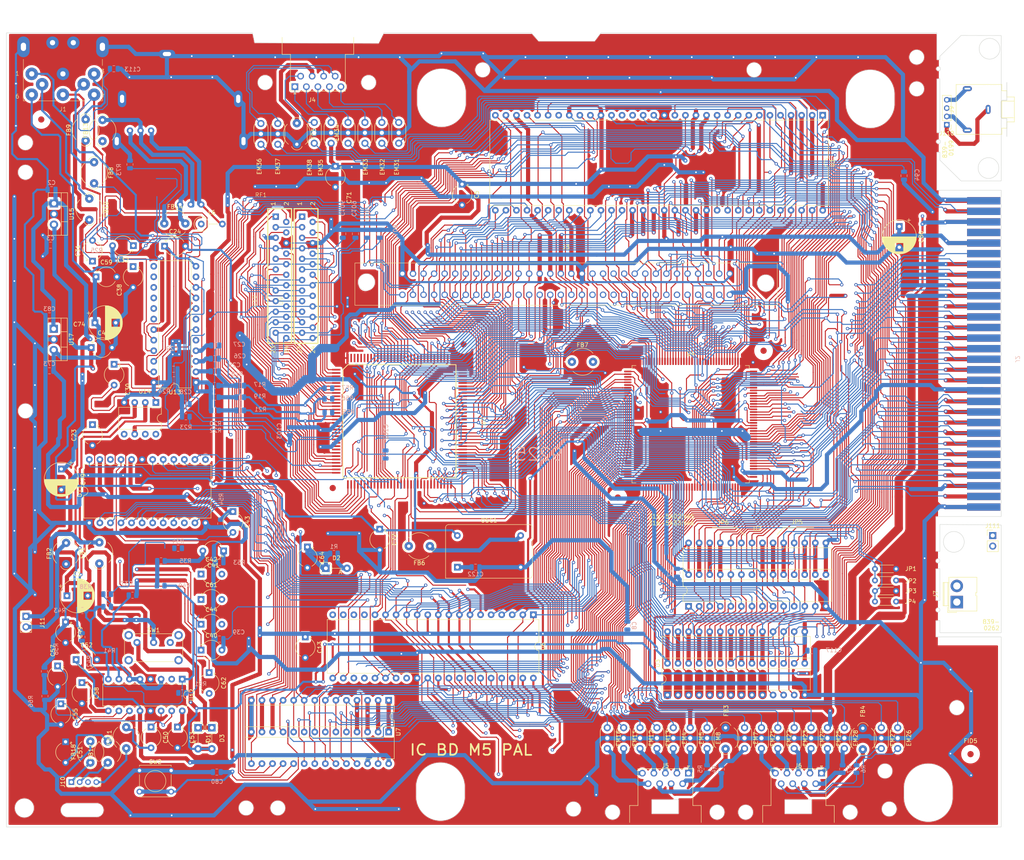
<source format=kicad_pcb>
(kicad_pcb (version 20221018) (generator pcbnew)
  (layers (0 "F.Cu" signal) (31 "B.Cu" signal) (34 "B.Paste" user) (35 "F.Paste" user) (36 "B.SilkS" user "B.Silkscreen") (37 "F.SilkS" user "F.Silkscreen") (38 "B.Mask" user) (39 "F.Mask" user) (44 "Edge.Cuts" user))
  (net 0 "")
  (net 1 "/VD4")
  (net 2 "/VD3")
  (net 3 "/VD2")
  (net 4 "/VD1")
  (net 5 "/VD0")
  (net 6 "VCC")
  (net 7 "GND")
  (net 11 "/VA1")
  (net 12 "/VA2")
  (net 13 "/VA3")
  (net 14 "/VA4")
  (net 15 "/VA5")
  (net 16 "/VA6")
  (net 17 "/VA7")
  (net 18 "/VA8")
  (net 19 "/VA9")
  (net 20 "/VA10")
  (net 21 "/VA11")
  (net 22 "/VA12")
  (net 23 "/VA13")
  (net 24 "/VA14")
  (net 25 "/VA15")
  (net 26 "/VA16")
  (net 27 "/VA17")
  (net 28 "/VA18")
  (net 29 "/VA19")
  (net 30 "/VA20")
  (net 31 "/VA21")
  (net 32 "/VA22")
  (net 33 "/VA23")
  (net 34 "/VD15")
  (net 35 "/VD14")
  (net 36 "/VD13")
  (net 37 "/VD12")
  (net 38 "/VD11")
  (net 39 "/VD10")
  (net 40 "/VD9")
  (net 41 "/VD8")
  (net 42 "/VD7")
  (net 43 "/VD6")
  (net 44 "/VD5")
  (net 45 "unconnected-(U2-~{OE}-Pad22)")
  (net 46 "unconnected-(U3-~{WE}-Pad27)")
  (net 47 "/~{ZRES}")
  (net 48 "unconnected-(U6-~{INT}-Pad16)")
  (net 49 "Net-(U4-~{ZBR})")
  (net 53 "unconnected-(U6-~{RD}-Pad21)")
  (net 54 "unconnected-(U6-~{WR}-Pad22)")
  (net 57 "Net-(U4-~{NMI})")
  (net 58 "/ZCLK")
  (net 59 "unconnected-(U6-~{M1}-Pad27)")
  (net 71 "unconnected-(U8-AVC-Pad30)")
  (net 73 "unconnected-(U8-SPA{slash}B-Pad40)")
  (net 74 "unconnected-(U8-~{VSYNC}-Pad41)")
  (net 75 "unconnected-(U8-~{HSYNC}-Pad43)")
  (net 76 "unconnected-(U8-~{HL}-Pad44)")
  (net 77 "unconnected-(U8-SEL0-Pad45)")
  (net 78 "unconnected-(U8-SEL1-Pad48)")
  (net 79 "unconnected-(U8-CLK1-Pad49)")
  (net 80 "unconnected-(U8-CLK0-Pad51)")
  (net 81 "unconnected-(U8-EDCK-Pad53)")
  (net 83 "unconnected-(U8-~{INT}-Pad98)")
  (net 84 "unconnected-(U8-~{MREQ}-Pad102)")
  (net 85 "unconnected-(U8-~{INTAK}-Pad103)")
  (net 86 "unconnected-(U8-~{IORQ}-Pad106)")
  (net 87 "/~{CE0}")
  (net 88 "/~{M3}")
  (net 89 "unconnected-(U8-~{RD}-Pad107)")
  (net 90 "unconnected-(U8-~{WR}-Pad108)")
  (net 91 "unconnected-(U8-~{M1}-Pad109)")
  (net 92 "unconnected-(U8-~{DTAK}-Pad114)")
  (net 93 "unconnected-(U8-~{OE0}-Pad117)")
  (net 102 "unconnected-(J3-Pin_b1-Padb1)")
  (net 103 "unconnected-(J3-Pin_b2-Padb2)")
  (net 104 "unconnected-(J3-Pin_b3-Padb3)")
  (net 105 "unconnected-(J3-Pin_b12-Padb12)")
  (net 106 "unconnected-(J3-Pin_b13-Padb13)")
  (net 107 "unconnected-(J3-Pin_b14-Padb14)")
  (net 108 "unconnected-(J3-Pin_b15-Padb15)")
  (net 109 "unconnected-(J3-Pin_b16-Padb16)")
  (net 110 "/DTACK")
  (net 114 "unconnected-(U7-~{CE1}-Pad20)")
  (net 115 "unconnected-(U7-~{OE}-Pad22)")
  (net 116 "unconnected-(U7-~{WE}-Pad27)")
  (net 117 "Net-(J11-Pin_1)")
  (net 118 "Net-(J11-Pin_2)")
  (net 119 "Net-(J111-Pin_1)")
  (net 120 "Net-(J111-Pin_2)")
  (net 121 "Net-(EM4-Pad3)")
  (net 122 "Net-(EM5-Pad3)")
  (net 123 "Net-(EM11-Pad3)")
  (net 124 "Net-(EM12-Pad3)")
  (net 125 "Net-(EM13-Pad3)")
  (net 126 "Net-(EM16-Pad3)")
  (net 127 "Net-(EM21-Pad3)")
  (net 128 "Net-(EM22-Pad3)")
  (net 129 "Net-(EM23-Pad3)")
  (net 130 "Net-(EM24-Pad3)")
  (net 131 "PA6")
  (net 132 "Net-(U1-CLK)")
  (net 133 "/ZD1")
  (net 134 "/ZD0")
  (net 135 "/ZD2")
  (net 136 "/ZD6")
  (net 137 "/ZD5")
  (net 138 "/ZD3")
  (net 139 "/ZD4")
  (net 140 "/ZA15")
  (net 141 "/ZA14")
  (net 142 "/ZA13")
  (net 143 "/ZA12")
  (net 144 "/ZA11")
  (net 145 "/ZA10")
  (net 146 "/ZA9")
  (net 147 "/ZA8")
  (net 148 "/ZA7")
  (net 149 "/ZA6")
  (net 150 "/ZA5")
  (net 151 "/ZA4")
  (net 152 "/ZA3")
  (net 153 "/ZD7")
  (net 154 "/ZA0")
  (net 155 "/ZA1")
  (net 156 "/ZA2")
  (net 157 "PA3")
  (net 158 "PA0")
  (net 159 "PA1")
  (net 160 "PA2")
  (net 161 "PA4")
  (net 162 "PA5")
  (net 163 "/SD0")
  (net 164 "/SD1")
  (net 165 "/SD2")
  (net 166 "/SD3")
  (net 167 "/SD4")
  (net 168 "/SD5")
  (net 169 "/SD6")
  (net 170 "/SD7")
  (net 171 "/A0")
  (net 172 "/A1")
  (net 173 "/A2")
  (net 174 "/A3")
  (net 175 "/A4")
  (net 176 "/A7")
  (net 177 "Net-(EM8-Pad3)")
  (net 178 "Net-(U13-Vcc1)")
  (net 179 "Net-(U13-R_IN)")
  (net 180 "Net-(U13-G_IN)")
  (net 181 "Net-(J5-Pad6)")
  (net 182 "PB4")
  (net 183 "PB6")
  (net 184 "PB0")
  (net 185 "PB1")
  (net 186 "PB2")
  (net 187 "PB3")
  (net 188 "PB5")
  (net 189 "Net-(EM7-Pad3)")
  (net 190 "Net-(J5-Pad8)")
  (net 191 "/A5")
  (net 192 "/A6")
  (net 193 "Net-(EM25-Pad3)")
  (net 194 "Net-(EM26-Pad3)")
  (net 195 "Net-(EM27-Pad3)")
  (net 196 "Net-(EM28-Pad3)")
  (net 197 "Net-(J6-Pad6)")
  (net 198 "Net-(J6-Pad8)")
  (net 199 "Net-(FB3-Pad1)")
  (net 200 "Net-(FB4-Pad1)")
  (net 201 "unconnected-(U4-Pad101)")
  (net 202 "unconnected-(U4-Pad102)")
  (net 203 "unconnected-(U4-Pad103)")
  (net 204 "unconnected-(U4-~{ROM}-Pad107)")
  (net 205 "unconnected-(U4-Pad108)")
  (net 206 "unconnected-(U4-~{TIME}-Pad109)")
  (net 207 "unconnected-(U4-~{RAS2}-Pad110)")
  (net 208 "unconnected-(U4-~{CAS2}-Pad111)")
  (net 209 "unconnected-(U4-~{OE0}-Pad112)")
  (net 210 "unconnected-(U4-Pad113)")
  (net 211 "unconnected-(U4-~{NOE}-Pad118)")
  (net 212 "unconnected-(U4-~{EOE}-Pad119)")
  (net 213 "unconnected-(U4-~{INTAR}-Pad157)")
  (net 214 "unconnected-(U4-~{ZRAM}-Pad4)")
  (net 215 "unconnected-(U4-~{RAF}-Pad5)")
  (net 216 "unconnected-(U4-~{MI}-Pad6)")
  (net 217 "unconnected-(U4-~{WAIT}-Pad9)")
  (net 218 "unconnected-(U4-~{ZBAR}-Pad10)")
  (net 219 "unconnected-(U4-~{EWR}-Pad11)")
  (net 220 "unconnected-(U4-~{ERD}-Pad12)")
  (net 221 "unconnected-(U4-~{TREQ}-Pad13)")
  (net 222 "unconnected-(U4-~{MREQ}-Pad14)")
  (net 223 "Net-(C25-Pad1)")
  (net 224 "unconnected-(U4-FRES-Pad105)")
  (net 225 "unconnected-(U4-~{VDPM}-Pad106)")
  (net 226 "Net-(U13-B_IN)")
  (net 227 "Net-(C26-Pad1)")
  (net 228 "unconnected-(U4-~{HSYNC}-Pad155)")
  (net 230 "Net-(U1-HALT)")
  (net 231 "Net-(U1-RESET)")
  (net 232 "Net-(U1-VPA)")
  (net 233 "Net-(FB5-Pad1)")
  (net 234 "Net-(EM31-Pad3)")
  (net 235 "Net-(EM32-Pad3)")
  (net 236 "Net-(EM33-Pad3)")
  (net 237 "Net-(EM34-Pad3)")
  (net 238 "Net-(EM35-Pad3)")
  (net 239 "Net-(EM36-Pad3)")
  (net 240 "PC0")
  (net 241 "PC1")
  (net 242 "PC2")
  (net 243 "PC3")
  (net 244 "PC4")
  (net 245 "PC6")
  (net 246 "Net-(EM37-Pad3)")
  (net 247 "PC5")
  (net 248 "Net-(EM38-Pad3)")
  (net 250 "unconnected-(J2-Pin_a3-Pada3)")
  (net 251 "unconnected-(J2-Pin_a21-Pada21)")
  (net 252 "unconnected-(J2-Pin_a22-Pada22)")
  (net 253 "unconnected-(J2-Pin_a23-Pada23)")
  (net 254 "unconnected-(J2-Pin_a24-Pada24)")
  (net 255 "unconnected-(J2-Pin_a25-Pada25)")
  (net 257 "unconnected-(J2-Pin_a29-Pada29)")
  (net 258 "Net-(U13-XO_IN)")
  (net 259 "Net-(C27-Pad1)")
  (net 260 "Net-(U13-AUDIO_OUT)")
  (net 261 "VDDA")
  (net 262 "unconnected-(J2-Pin_b23-Padb23)")
  (net 263 "unconnected-(J2-Pin_b24-Padb24)")
  (net 266 "unconnected-(J2-Pin_b29-Padb29)")
  (net 267 "Net-(SW1-B)")
  (net 270 "unconnected-(U11-CS-Pad14)")
  (net 271 "unconnected-(U11-WR-Pad15)")
  (net 272 "unconnected-(U11-RD-Pad16)")
  (net 274 "unconnected-(U11-CLOCK_IN-Pad24)")
  (net 275 "MCLK")
  (net 276 "Net-(OSC1-Vcontrol)")
  (net 277 "Net-(OSC1-OUT)")
  (net 280 "Net-(FB8-Pad1)")
  (net 281 "Net-(FB9-Pad2)")
  (net 282 "Net-(FB10-Pad1)")
  (net 283 "VCCQ")
  (net 286 "Net-(C32-Pad2)")
  (net 287 "Net-(U13-G_OUT)")
  (net 288 "Net-(U13-R_OUT)")
  (net 289 "unconnected-(U7-~{RFSH}-Pad1)")
  (net 291 "+9V")
  (net 292 "Net-(U13-B_OUT)")
  (net 293 "/~{AS}")
  (net 294 "/~{UDS}")
  (net 295 "/~{LDS}")
  (net 296 "/~{R{slash}W}")
  (net 297 "/FC1")
  (net 298 "/FC0")
  (net 299 "/BG")
  (net 300 "/BGACK")
  (net 301 "/BR")
  (net 302 "/IPL2")
  (net 303 "/IPL1")
  (net 304 "/~{RAS0}")
  (net 305 "/~{LWR}")
  (net 306 "/~{UWR}")
  (net 307 "+9VA")
  (net 309 "unconnected-(C44-Pad1)")
  (net 312 "unconnected-(C62-Pad1)")
  (net 315 "Net-(D2-K)")
  (net 316 "Net-(C31-Pad1)")
  (net 317 "Net-(U13-C_VIDEO_OUT)")
  (net 318 "Net-(C32-Pad1)")
  (net 319 "Net-(U10-~{RAS})")
  (net 320 "Net-(U10-~{CAS})")
  (net 321 "Net-(U10-~{WB}{slash}~{WE})")
  (net 322 "Net-(U10-~{SE})")
  (net 323 "Net-(U10-SC)")
  (net 324 "Net-(U10-~{DT}{slash}~{OE})")
  (net 325 "Net-(RF1-VIDEO)")
  (net 326 "Net-(RF1-+B)")
  (net 328 "Net-(RF1-AUDIO)")
  (net 329 "Net-(J10-Pin_2)")
  (net 330 "Net-(J10-Pin_1)")
  (net 331 "Net-(J110-Pin_2)")
  (net 332 "Net-(J110-Pin_1)")
  (net 333 "Net-(J10-Pin_4)")
  (net 334 "Net-(J110-Pin_4)")
  (net 337 "Net-(U4-~{WRES})")
  (net 338 "Net-(U3-~{OE})")
  (net 343 "unconnected-(U14B---Pad6)")
  (net 346 "/iA14")
  (net 347 "Net-(U8-R)")
  (net 348 "Net-(U8-G)")
  (net 349 "unconnected-(U4-~{SOUND}-Pad156)")
  (net 350 "Net-(U8-B)")
  (net 351 "Net-(U8-SBCR)")
  (net 352 "Net-(C28-Pad2)")
  (net 354 "~{CSYNC}")
  (net 355 "Net-(JP1-A)")
  (net 356 "Net-(JP3-A)")
  (net 357 "/~{ASEL}")
  (net 358 "/~{VRES}")
  (net 359 "/~{TIME}")
  (net 360 "/~{CART}")
  (net 361 "/~{DISK}")
  (net 362 "Net-(U13-AUDIO_IN)")
  (net 370 "Net-(C30-Pad2)")
  (net 371 "Net-(FB14-Pad1)")
  (net 372 "Net-(R35-Pad2)")
  (net 373 "Net-(U12-EQ_OUT_(A))")
  (net 375 "/~{SRES}")
  (net 376 "/NTSC")
  (net 377 "/~{CAS0}")
  (net 378 "Net-(R38-Pad2)")
  (net 379 "Net-(U12-EQ_OUT_(B))")
  (net 380 "Net-(U11-MOL)")
  (net 381 "Net-(U11-MOR)")
  (net 382 "Net-(C43-Pad2)")
  (net 383 "Net-(C41-Pad2)")
  (net 384 "Net-(U12-IN_(A))")
  (net 385 "Net-(U14A--)")
  (net 386 "Net-(U12-VOL_IN)")
  (net 387 "Net-(R58-Pad1)")
  (net 388 "Net-(U12-NF_(A))")
  (net 389 "Net-(U12-NF_(B))")
  (net 390 "Net-(U12-Vreg)")
  (net 391 "Net-(U12-OUT_(A))")
  (net 392 "Net-(C50-Pad2)")
  (net 393 "Net-(U12-OUT_(B))")
  (net 394 "Net-(C51-Pad2)")
  (net 395 "Net-(U8-SOUND)")
  (net 396 "Net-(C40-Pad1)")
  (net 397 "Net-(U12-EQ_IN_(B))")
  (footprint "Capacitor_THT:CP_Radial_Tantal_D4.5mm_P5.00mm" (layer "F.Cu") (at 84.408 171.577)
    (fp_text reference "C40")
    (fp_text value "1uF 50V")
  )
  (footprint "Capacitor_THT:CP_Radial_D8.0mm_P5.00mm" (layer "F.Cu") (at 58.881 92.837)
    (fp_text reference "C74")
    (fp_text value "100uF 10V")
  )
  (footprint "Ferrite_THT:LairdTech_28C0236-0JW-10" (layer "F.Cu") (at 60.706 49.149 90)
    (fp_text reference "FB13")
    (fp_text value "FerriteBead")
  )
  (footprint "Connector_Dsub:DSUB-9_Female_Horizontal_P2.77x2.54mm_EdgePinOffset9.40mm" (layer "F.Cu") (at 233.642 201.173669)
    (fp_text reference "J6")
    (fp_text value "Player2")
  )
  (footprint "Resistor_THT:R_Axial_DIN0204_L3.6mm_D1.6mm_P5.08mm_Horizontal" (layer "F.Cu") (at 246.507 152.039)
    (fp_text reference "JP1")
    (fp_text value "JAP")
  )
  (footprint "Capacitor_THT:CP_Radial_D8.0mm_P5.00mm" (layer "F.Cu") (at 50.8 128.016 -90)
    (fp_text reference "C79")
    (fp_text value "100uF 16V")
  )
  (footprint "Connector_PinHeader_2.54mm:PinHeader_1x02_P2.54mm_Vertical" (layer "F.Cu") (at 42.291 163.449)
    (fp_text reference "J11")
    (fp_text value "Conn_01x02_Pin")
  )
  (footprint "Crystal:Resonator-3Pin_W6.0mm_H3.0mm" (layer "F.Cu") (at 239.141 190.246 -90)
    (fp_text reference "EM28")
    (fp_text value "100pF 50v")
  )
  (footprint "Ferrite_THT:LairdTech_28C0236-0JW-10" (layer "F.Cu") (at 139.446 146.558 180)
    (fp_text reference "FB6")
    (fp_text value "FerriteBead")
  )
  (footprint "Connector_PinHeader_2.00mm:PinHeader_1x04_P2.00mm_Vertical" (layer "F.Cu") (at 263.779 45.212 180)
    (fp_text reference "J110")
    (fp_text value "Conn_01x04_Pin")
  )
  (footprint "Ferrite_THT:LairdTech_28C0236-0JW-10" (layer "F.Cu") (at 61.976 198.628 90)
    (fp_text reference "FB12")
    (fp_text value "FerriteBead")
  )
  (footprint "Capacitor_THT:CP_Radial_Tantal_D4.5mm_P5.00mm" (layer "F.Cu") (at 63.5 102.823 -90)
    (fp_text reference "C30")
    (fp_text value "10uF 16V")
  )
  (footprint "Package_QFP:PQFP-160_28x28mm_P0.65mm" (layer "F.Cu") (at 202.173 117.239)
    (fp_text reference "U4")
    (fp_text value "~")
  )
  (footprint "Package_DIP:DIP-16_W7.62mm" (layer "F.Cu") (at 79.883 178.562 -90)
    (fp_text reference "U12")
    (fp_text value "CXA1034P")
  )
  (footprint "Capacitor_THT:CP_Radial_Tantal_D4.5mm_P5.00mm" (layer "F.Cu") (at 86.36 176.991 -90)
    (fp_text reference "C62")
    (fp_text value "1uF 50V")
  )
  (footprint "Capacitor_THT:CP_Radial_Tantal_D4.5mm_P5.00mm" (layer "F.Cu") (at 89.836 147.701 180)
    (fp_text reference "C41")
    (fp_text value "10uF 16V")
  )
  (footprint "Crystal:Resonator-3Pin_W6.0mm_H3.0mm" (layer "F.Cu") (at 123.825 49.657 90)
    (fp_text reference "EM33")
    (fp_text value "100pF 50v")
  )
  (footprint "Capacitor_THT:CP_Radial_Tantal_D4.5mm_P5.00mm" (layer "F.Cu") (at 78.74 190.072 -90)
    (fp_text reference "C53")
    (fp_text value "100uF 10V")
  )
  (footprint "Capacitor_THT:CP_Radial_Tantal_D4.5mm_P5.00mm" (layer "F.Cu") (at 75.645 74.422)
    (fp_text reference "C24")
    (fp_text value "100uF 10V")
  )
  (footprint "Connector_Dsub:DSUB-9_Female_Horizontal_P2.77x2.54mm_EdgePinOffset9.40mm" (layer "F.Cu") (at 106.972 36.062331 180)
    (fp_text reference "J4")
    (fp_text value "EXT")
  )
  (footprint "Ferrite_THT:LairdTech_28C0236-0JW-10" (layer "F.Cu") (at 56.642 49.022 90)
    (fp_text reference "FB9")
    (fp_text value "FerriteBead")
  )
  (footprint "Capacitor_THT:CP_Radial_D8.0mm_P5.00mm" (layer "F.Cu") (at 52.15 158.496)
    (fp_text reference "C1")
    (fp_text value "220uF 16V")
  )
  (footprint "Button_Switch_THT:SW_Tactile_Straight_KSA0Axx1LFTR" (layer "F.Cu") (at 69.596 200.533)
    (fp_text reference "SW2")
    (fp_text value "SW_Push")
  )
  (footprint "Ferrite_THT:LairdTech_28C0236-0JW-10" (layer "F.Cu") (at 173.609 102.235)
    (fp_text reference "FB7")
    (fp_text value "FerriteBead")
  )
  (footprint "Capacitor_THT:CP_Radial_Tantal_D4.5mm_P5.00mm" (layer "F.Cu") (at 68.119 74.295 180)
    (fp_text reference "C32")
    (fp_text value "220uF 10V")
  )
  (footprint "Crystal:Resonator-3Pin_W6.0mm_H3.0mm" (layer "F.Cu") (at 231.14 190.246 -90)
    (fp_text reference "EM24")
    (fp_text value "100pF 50v")
  )
  (footprint "Crystal:Resonator-3Pin_W6.0mm_H3.0mm" (layer "F.Cu") (at 194.056 190.246 -90)
    (fp_text reference "EM13")
    (fp_text value "100pF 50v")
  )
  (footprint "Crystal:Resonator-3Pin_W6.0mm_H3.0mm" (layer "F.Cu") (at 111.633 49.657 90)
    (fp_text reference "EM38")
    (fp_text value "100pF 50v")
  )
  (footprint "Capacitor_THT:CP_Radial_Tantal_D4.5mm_P5.00mm" (layer "F.Cu") (at 58.293 117.348 -90)
    (fp_text reference "C23")
    (fp_text value "100uF 10V")
  )
  (footprint "Fiducial:Fiducial_1.5mm_Mask4.5mm" (layer "F.Cu") (at 184.658 134.874)
    (fp_text reference "FID2" hide)
    (fp_text value "Fiducial" hide)
  )
  (footprint "Fiducial:Fiducial_1.5mm_Mask4.5mm" (layer "F.Cu") (at 45.974 43.942)
    (fp_text reference "FID6" hide)
    (fp_text value "Fiducial" hide)
  )
  (footprint "Crystal:Resonator-3Pin_W6.0mm_H3.0mm" (layer "F.Cu") (at 182.118 190.246 -90)
    (fp_text reference "EM16")
    (fp_text value "100pF 50v")
  )
  (footprint "Crystal:Resonator-3Pin_W6.0mm_H3.0mm" (layer "F.Cu") (at 235.077 190.246 -90)
    (fp_text reference "EM25")
    (fp_text value "100pF 50v")
  )
  (footprint "SEGA:ZIP-24" (layer "F.Cu") (at 109.982 62.23)
    (fp_text reference "U9")
    (fp_text value "M5M4C264L")
  )
  (footprint "Capacitor_THT:CP_Radial_Tantal_D4.5mm_P5.00mm" (layer "F.Cu") (at 92.075 138.256 -90)
    (fp_text reference "C43")
    (fp_text value "10uF 16V")
  )
  (footprint "Package_DIP:DIP-24_W15.24mm" (layer "F.Cu") (at 57.531 140.97 90)
    (fp_text reference "U11")
    (fp_text value "YM2612")
  )
  (footprint "Capacitor_THT:CP_Radial_D8.0mm_P5.00mm" (layer "F.Cu") (at 252.349 69.676 -90)
    (fp_text reference "C86")
    (fp_text value "100uF 10V")
  )
  (footprint "Inductor_THT:L_Axial_L7.0mm_D3.3mm_P5.08mm_Vertical_Fastron_MICC" (layer "F.Cu") (at 84.455 69.088)
    (fp_text reference "L6")
    (fp_text value "L")
  )
  (footprint "Crystal:Resonator-3Pin_W6.0mm_H3.0mm" (layer "F.Cu") (at 102.87 49.911 90)
    (fp_text reference "EM37")
    (fp_text value "100pF 50v")
  )
  (footprint "SEGA:DIP-28_DoubleLast" (layer "F.Cu") (at 196.596 182.372 90)
    (fp_text reference "U3")
    (fp_text value "uPD42832C-15")
  )
  (footprint "Ferrite_THT:LairdTech_28C0236-0JW-10" (layer "F.Cu") (at 57.531 62.992 -90)
    (fp_text reference "FB10")
    (fp_text value "FerriteBead")
  )
  (footprint "Ferrite_THT:LairdTech_28C0236-0JW-10" (layer "F.Cu") (at 58.674 54.229 -90)
    (fp_text reference "FB8")
    (fp_text value "FerriteBead")
  )
  (footprint "Capacitor_THT:CP_Radial_Tantal_D4.5mm_P5.00mm" (layer "F.Cu") (at 84.408 165.354)
    (fp_text reference "C44")
    (fp_text value "1uF 50V")
  )
  (footprint "Connector:JWT_A3963_1x02_P3.96mm_Vertical" (layer "F.Cu") (at 266.192 160.02 90)
    (fp_text reference "J7")
    (fp_text value "Jack-DC")
  )
  (footprint "Capacitor_THT:CP_Radial_Tantal_D4.5mm_P5.00mm" (layer "F.Cu") (at 116.713 55.198 -90)
    (fp_text reference "C71")
    (fp_text value "10uF 16V")
  )
  (footprint "SEGA:QFP128" (layer "F.Cu") (at 132.125 116.518 -90)
    (fp_text reference "U8")
    (fp_text value "~")
  )
  (footprint "Ferrite_THT:LairdTech_28C0236-0JW-10" (layer "F.Cu") (at 210.566 195.326 90)
    (fp_text reference "FB3")
    (fp_text value "FerriteBead")
  )
  (footprint "Capacitor_THT:CP_Radial_Tantal_D4.5mm_P5.00mm" (layer "F.Cu") (at 55.753 179.404 -90)
    (fp_text reference "C58")
    (fp_text value "1uF 50V")
  )
  (footprint "SEGA:ZIP-24" (layer "F.Cu") (at 103.632 62.23)
    (fp_text reference "U10")
    (fp_text value "M5M4C264L")
  )
  (footprint "Resistor_THT:R_Axial_DIN0204_L3.6mm_D1.6mm_P5.08mm_Horizontal" (layer "F.Cu") (at 246.507 159.893)
    (fp_text reference "JP4")
    (fp_text value "NTSC")
  )
  (footprint "Diode_THT:D_A-405_P5.08mm_Vertical_AnodeUp" (layer "F.Cu") (at 86.995 190.246 -90)
    (fp_text reference "D3")
    (fp_text value "D")
  )
  (footprint "Fiducial:Fiducial_1.5mm_Mask4.5mm" (layer "F.Cu") (at 116.078 132.588)
    (fp_text reference "FID4" hide)
    (fp_text value "Fiducial" hide)
  )
  (footprint "Ferrite_THT:LairdTech_28C0236-0JW-10" (layer "F.Cu") (at 107.442 44.831 -90)
    (fp_text reference "FB5")
    (fp_text value "FerriteBead")
  )
  (footprint "Ferrite_THT:LairdTech_28C0236-0JW-10" (layer "F.Cu") (at 66.421 195.199 90)
    (fp_text reference "FB11")
    (fp_text value "FerriteBead")
  )
  (footprint "SEGA:DIP-28_DoubleFirst" (layer "F.Cu") (at 129.54 183.642 -90)
    (fp_text reference "U7")
    (fp_text value "uPD4364")
  )
  (footprint "Connector_PinHeader_2.00mm:PinHeader_1x04_P2.00mm_Vertical" (layer "F.Cu") (at 53.213 203.327 90)
    (fp_text reference "J10")
    (fp_text value "Conn_01x04_Pin")
  )
  (footprint "Capacitor_THT:CP_Radial_Tantal_D4.5mm_P5.00mm" (layer "F.Cu") (at 147.193 59.516 -90)
    (fp_text reference "C5")
    (fp_text value "10uF 16V")
  )
  (footprint "Crystal:Resonator-3Pin_W6.0mm_H3.0mm" (layer "F.Cu") (at 119.761 49.657 90)
    (fp_text reference "EM34")
    (fp_text value "100pF 50v")
  )
  (footprint "SEGA:DIP-28_DoubleLast" (layer "F.Cu") (at 201.676 161.036 90)
    (fp_text reference "U2")
    (fp_text value "uPD42832C-15")
  )
  (footprint "Ferrite_THT:LairdTech_28C0236-0JW-10" (layer "F.Cu") (at 51.943 150.876 90)
    (fp_text reference "FB2")
    (fp_text value "FerriteBead")
  )
  (footprint "Package_TO_SOT_THT:TO-220-3_Vertical" (layer "F.Cu") (at 48.968 94.294 -90)
    (fp_text reference "U17")
    (fp_text value "L7805")
  )
  (footprint "Capacitor_THT:CP_Radial_Tantal_D4.5mm_P5.00mm" (layer "F.Cu") (at 49.911 175.387 -90)
    (fp_text reference "C57")
    (fp_text value "10uF 16V")
  )
  (footprint "Crystal:Resonator-3Pin_W6.0mm_H3.0mm" (layer "F.Cu") (at 219.202 190.246 -90)
    (fp_text reference "EM21")
    (fp_text value "100pF 50v")
  )
  (footprint "Crystal:Resonator-3Pin_W6.0mm_H3.0mm" (layer "F.Cu") (at 206.121 190.246 -90)
    (fp_text reference "EM8")
    (fp_text value "100pF 50v")
  )
  (footprint "Crystal:Resonator-3Pin_W6.0mm_H3.0mm" (layer "F.Cu") (at 98.806 49.911 90)
    (fp_text reference "EM36")
    (fp_text value "100pF 50v")
  )
  (footprint "Crystal:Resonator-3Pin_W6.0mm_H3.0mm" (layer "F.Cu") (at 223.139 190.246 -90)
    (fp_text reference "EM22")
    (fp_text value "100pF 50v")
  )
  (footprint "Capacitor_THT:CP_Radial_Tantal_D4.5mm_P5.00mm" (layer "F.Cu") (at 68.072 79.328 -90)
    (fp_text reference "C38")
    (fp_text value "10uF 16V")
  )
  (footprint "Capacitor_THT:CP_Radial_Tantal_D4.5mm_P5.00mm" (layer "F.Cu") (at 109.474 168.402 -90)
    (fp_text reference "C13")
    (fp_text value "10uF 16V")
  )
  (footprint "Oscillator:Oscillator_DIP-14" (layer "F.Cu") (at 146.05 151.638)
    (fp_text reference "OSC1")
    (fp_text value "CK5545AC")
  )
  (footprint "Capacitor_THT:CP_Radial_Tantal_D4.5mm_P5.00mm" (layer "F.Cu") (at 51.816 193.628 -90)
    (fp_text reference "C51")
    (fp_text value "220uF 10V")
  )
  (footprint "Resistor_THT:R_Axial_DIN0204_L3.6mm_D1.6mm_P5.08mm_Horizontal" (layer "F.Cu") (at 246.507 154.813)
    (fp_text reference "JP2")
    (fp_text value "ENG")
  )
  (footprint "Package_DIP:DIP-64_W22.86mm" (layer "F.Cu") (at 233.934 42.926 -90)
    (fp_text reference "U1")
    (fp_text value "68000D")
  )
  (footprint "Package_DIP:DIP-40_W15.24mm" (layer "F.Cu") (at 164.338 163.068 -90)
    (fp_text reference "U6")
    (fp_text value "Z80CPU")
  )
  (footprint "Ferrite_THT:LairdTech_28C0236-0JW-10" (layer "F.Cu") (at 59.944 150.749 90)
    (fp_text reference "FB1")
    (fp_text value "FerriteBead")
  )
  (footprint "Capacitor_THT:CP_Radial_Tantal_D4.5mm_P5.00mm" (layer "F.Cu") (at 72.39 190.072 -90)
    (fp_text reference "C50")
    (fp_text value "220uF 10V")
  )
  (footprint "Ferrite_THT:LairdTech_28C0236-0JW-10" (layer "F.Cu") (at 243.586 195.453 90)
    (fp_text reference "FB4")
    (fp_text value "FerriteBead")
  )
  (footprint "Resistor_THT:R_Axial_DIN0204_L3.6mm_D1.6mm_P5.08mm_Horizontal" (layer "F.Cu") (at 246.507 157.353)
    (fp_text reference "JP3")
    (fp_text value "PAL")
  )
  (footprint "Diode_THT:D_A-405_P5.08mm_Vertical_AnodeUp" (layer "F.Cu") (at 114.427 151.892)
    (fp_text reference "D2")
    (fp_text value "D")
  )
  (footprint "Fiducial:Fiducial_1.5mm_Mask4.5mm" (layer "F.Cu") (at 269.494 196.596)
    (fp_text reference "FID5")
    (fp_text value "Fiducial")
  )
  (footprint "Fiducial:Fiducial_1.5mm_Mask4.5mm" (layer "F.Cu") (at 219.71 99.568)
    (fp_text reference "FID1" hide)
    (fp_text value "Fiducial" hide)
  )
  (footprint "Crystal:Resonator-3Pin_W6.0mm_H3.0mm" (layer "F.Cu") (at 215.138 190.246 -90)
    (fp_text reference "EM7")
    (fp_text value "100pF 50v")
  )
  (footprint "Crystal:Resonator-3Pin_W6.0mm_H3.0mm" (layer "F.Cu") (at 127.889 49.657 90)
    (fp_text reference "EM32")
    (fp_text value "100pF 50v")
  )
  (footprint "Package_TO_SOT_THT:TO-220-3_Vertical" (layer "F.Cu") (at 49.022 64.135 -90)
    (fp_text reference "U15")
    (fp_text value "L7805")
  )
  (footprint "Package_DIP:DIP-24_W10.16mm" (layer "F.Cu") (at 83.185 107.188 180)
    (fp_text reference "U13")
    (fp_text value "~")
  )
  (footprint "Capacitor_THT:CP_Radial_Tantal_D4.5mm_P5.00mm" (layer "F.Cu") (at 127.381 142.494 -90)
    (fp_text reference "C72")
    (fp_text value "10uF 16V")
  )
  (footprint "Connector_PinHeader_2.54mm:PinHeader_1x02_P2.54mm_Vertical" (layer "F.Cu") (at 274.828 144.018)
    (fp_text reference "J111")
    (fp_text value "Conn_01x02_Socket")
  )
  (footprint "Crystal:Resonator-3Pin_W6.0mm_H3.0mm" (layer "F.Cu") (at 202.057 190.246 -90)
    (fp_text reference "EM5")
    (fp_text value "100pF 50v")
  )
  (footprint "Capacitor_THT:CP_Radial_Tantal_D4.5mm_P5.00mm" (layer "F.Cu") (at 57.992 98.806)
    (fp_text reference "C4")
    (fp_text value "100uF 10V")
  )
  (footprint "Capacitor_THT:CP_Radial_Tantal_D4.5mm_P5.00mm" (layer "F.Cu") (at 84.408 153.289)
    (fp_text reference "C42")
    (fp_text value "1uF 50V")
  )
  (footprint "Crystal:Resonator-3Pin_W6.0mm_H3.0mm" (layer "F.Cu") (at 189.992 190.246 -90)
    (fp_text reference "EM12")
    (fp_text value "100pF 50v")
  )
  (footprint "Capacitor_THT:CP_Radial_Tantal_D4.5mm_P5.00mm" (layer "F.Cu") (at 54.366349 173.863)
    (fp_text reference "C52")
    (fp_text value "100uF 10V")
  )
  (footprint "Capacitor_THT:CP_Radial_Tantal_D4.5mm_P5.00mm" (layer "F.Cu") (at 50.673 184.484 -90)
    (fp_text reference "C55")
    (fp_text value "10uF 16V")
  )
  (footprint "Crystal:Resonator-3Pin_W6.0mm_H3.0mm" (layer "F.Cu") (at 186.055 190.246 -90)
    (fp_text reference "EM11")
    (fp_text value "100pF 50v")
  )
  (footprint "Connector_Audio:Jack_3.5mm_CUI_SJ1-3523N_Horizontal" (layer "F.Cu") (at 273.725 41.529 90)
    (fp_text reference "J9")
    (fp_text value "AudioJack3")
    (fp_line (start -2.2 3.5) (end -2.2 4.5) (stroke (width 0.12)) (layer "Edge.Cuts"))
    (fp_line (start -2.2 4.5) (end -6.5 4.5) (stroke (width 0.12)) (layer "Edge.Cuts"))
    (fp_line (start 1.8 3.1) (end -1.8 3.1) (stroke (width 0.12)) (layer "Edge.Cuts"))
    (fp_line (start 2.2 3.5) (end 2.2 4.5) (stroke (width 0.12)) (layer "Edge.Cuts"))
    (fp_line (start 2.2 4.5) (end 6.5 4.5) (stroke (width 0.12)) (layer "Edge.Cuts"))
    (fp_arc (start -2.2 3.5) (mid -2.082843 3.217158) (end -1.8 3.1) (stroke (width 0.12)) (layer "Edge.Cuts"))
    (fp_arc (start 1.8 3.1) (mid 2.082843 3.217157) (end 2.2 3.5) (stroke (width 0.12)) (layer "Edge.Cuts"))
  )
  (footprint "Capacitor_THT:CP_Radial_Tantal_D4.5mm_P5.00mm" (layer "F.Cu") (at 51.816 164.799 -90)
    (fp_text reference "C49")
    (fp_text value "100uF 10V")
  )
  (footprint "Package_DIP:DIP-8_W7.62mm" (layer "F.Cu") (at 73.533 112.014 -90)
    (fp_text reference "U14")
    (fp_text value "LM358")
  )
  (footprint "Crystal:Resonator-3Pin_W6.0mm_H3.0mm" (layer "F.Cu") (at 197.993 190.246 -90)
    (fp_text reference "EM4")
    (fp_text value "100pF 50v")
  )
  (footprint "Crystal:Resonator-3Pin_W6.0mm_H3.0mm" (layer "F.Cu") (at 131.953 49.657 90)
    (fp_text reference "EM31")
    (fp_text value "100pF 50v")
  )
  (footprint "Capacitor_THT:CP_Radial_Tantal_D4.5mm_P5.00mm" (layer "F.Cu") (at 59.135 81.788)
    (fp_text reference "C59")
    (fp_text value "~")
  )
  (footprint "SEGA:SEGA_2x32_Female_Vertical_THT" (layer "F.Cu") (at 172.212 83.566)
    (fp_text reference "J3")
    (fp_text value "Cartridge")
  )
  (footprint "Diode_THT:D_A-405_P5.08mm_Vertical_AnodeUp" (layer "F.Cu") (at 83.693 190.246 -90)
    (fp_text reference "D1")
    (fp_text value "ISR35-100A")
  )
  (footprint "SEGA:DIN8Video" (layer "F.Cu") (at 51.181 27.973)
    (fp_text reference "J1")
    (fp_text value "Video")
  )
  (footprint "Crystal:Resonator-3Pin_W6.0mm_H3.0mm" (layer "F.Cu") (at 115.697 49.657 90)
    (fp_text reference "EM35")
    (fp_text value "100pF 50v")
  )
  (footprint "Ferrite_THT:LairdTech_28C0236-0JW-10" (layer "F.Cu") (at 75.565 68.961)
    (fp_text reference "FB14")
    (fp_text value "FerriteBead")
  )
  (footprint "Connector_Dsub:DSUB-9_Female_Horizontal_P2.77x2.54mm_EdgePinOffset9.40mm" (layer "F.Cu") (at 201.638 201.173669)
    (fp_text reference "J5")
    (fp_text value "Player1")
  )
  (footprint "Ferrite_THT:LairdTech_28C0236-0JW-10" (layer "F.Cu") (at 57.785 198.628 90)
    (fp_text reference "FB15")
    (fp_text value "FerriteBead")
  )
  (footprint "Capacitor_THT:CP_Radial_Tantal_D4.5mm_P5.00mm" (layer "F.Cu") (at 84.408 159.385)
    (fp_text reference "C61")
    (fp_text value "1uF 50V")
  )
  (footprint "Fiducial:Fiducial_1.5mm_Mask4.5mm" (layer "F.Cu") (at 147.574 98.044)
    (fp_text reference "FID3" hide)
    (fp_text value "Fiducial" hide)
  )
  (footprint "Crystal:Resonator-3Pin_W6.0mm_H3.0mm" (layer "F.Cu") (at 227.076 190.246 -90)
    (fp_text reference "EM23")
    (fp_text value "100pF 50v")
  )
  (footprint "SEGA:RFmod" (layer "F.Cu") (at 79.375 21.209)
    (fp_text reference "RF1")
    (fp_text value "~")
  )
  (footprint "Capacitor_THT:CP_Radial_Tantal_D4.5mm_P5.00mm" (layer "F.Cu") (at 109.982 146.765 -90)
    (fp_text reference "C64")
    (fp_text value "10uF 16V")
  )
  (footprint "Crystal:Resonator-3Pin_W6.0mm_H3.0mm" (layer "F.Cu") (at 251.968 190.246 -90)
    (fp_text reference "EM26")
    (fp_text value "100pF 50v")
  )
  (footprint "Capacitor_THT:CP_Radial_Tantal_D4.5mm_P5.00mm" (layer "F.Cu") (at 58.293 78.025 90)
    (fp_text reference "C31")
    (fp_text value "10uF 16V")
  )
  (footprint "Crystal:Resonator-3Pin_W6.0mm_H3.0mm" (layer "F.Cu") (at 248.031 190.246 -90)
    (fp_text reference "EM27")
    (fp_text value "100pF 50v")
  )
  (footprint "Button_Switch_THT:SW_E-Switch_EG1224_SPDT_Angled" (layer "F.Cu") (at 68.994 169.74)
    (fp_text reference "SW1")
    (fp_text value "SW_SPDT")
  )
  (footprint "Resistor_SMD:R_0805_2012Metric" (layer "B.Cu") (at 74.6995 156.083)
    (fp_text reference "R40")
    (fp_text value "10k")
  )
  (footprint "Resistor_SMD:R_0805_2012Metric" (layer "B.Cu") (at 89.154 141.1205 -90)
    (fp_text reference "R54")
    (fp_text value "2.2k")
  )
  (footprint "Resistor_SMD:R_0805_2012Metric" (layer "B.Cu") (at 64.2385 77.597)
    (fp_text reference "R25")
    (fp_text value "75")
  )
  (footprint "Resistor_SMD:R_0805_2012Metric" (layer "B.Cu") (at 67.9215 158.369 180)
    (fp_text reference "R37")
    (fp_text value "51k")
  )
  (footprint "Resistor_SMD:R_0805_2012Metric" (layer "B.Cu") (at 78.8905 147.066 180)
    (fp_text reference "R34")
    (fp_text value "51k")
  )
  (footprint "Capacitor_SMD:C_0805_2012Metric" (layer "B.Cu") (at 87.823 98.298 180)
    (fp_text reference "C27")
    (fp_text value "22n")
  )
  (footprint "Resistor_SMD:R_0805_2012Metric" (layer "B.Cu") (at 46.863 182.6495 -90)
    (fp_text reference "R66")
    (fp_text value "30k")
  )
  (footprint "Resistor_SMD:R_0805_2012Metric" (layer "B.Cu") (at 80.7485 115.443 180)
    (fp_text reference "R23")
    (fp_text value "3.3k")
  )
  (footprint "Resistor_SMD:R_0805_2012Metric" (layer "B.Cu") (at 115.0385 111.125 180)
    (fp_text reference "R56")
    (fp_text value "5.6k")
  )
  (footprint "Capacitor_SMD:C_0805_2012Metric" (layer "B.Cu") (at 118.491 71.44 90)
    (fp_text reference "C106")
    (fp_text value "33pF")
  )
  (footprint "SEGA:Expansion" (layer "B.Cu") (at 275.209 101.6 90)
    (fp_text reference "J2")
    (fp_text value "Floppy")
  )
  (footprint "Resistor_SMD:R_0805_2012Metric" (layer "B.Cu") (at 67.31 54.7605 -90)
    (fp_text reference "R73")
    (fp_text value "1k")
  )
  (footprint "Resistor_SMD:R_0805_2012Metric" (layer "B.Cu") (at 115.0385 108.585 180)
    (fp_text reference "R57")
    (fp_text value "5.6k")
  )
  (footprint "Capacitor_SMD:C_0805_2012Metric" (layer "B.Cu") (at 198.882 152.974 -90)
    (fp_text reference "C7")
    (fp_text value "22nF")
  )
  (footprint "Resistor_SMD:R_0805_2012Metric" (layer "B.Cu") (at 55.8565 162.052)
    (fp_text reference "R43")
    (fp_text value "10k")
  )
  (footprint "Resistor_SMD:R_0805_2012Metric" (layer "B.Cu") (at 46.736 176.6805 90)
    (fp_text reference "R58")
    (fp_text value "36k")
  )
  (footprint "Capacitor_SMD:C_0805_2012Metric" (layer "B.Cu") (at 63.434 31.75)
    (fp_text reference "C113")
    (fp_text value "33pF")
  )
  (footprint "Resistor_SMD:R_0805_2012Metric" (layer "B.Cu") (at 115.0385 114.427 180)
    (fp_text reference "R55")
    (fp_text value "5.6k")
  )
  (footprint "Capacitor_SMD:C_0805_2012Metric" (layer "B.Cu") (at 77.79 104.013 180)
    (fp_text reference "C29")
    (fp_text value "33p")
  )
  (footprint "Resistor_SMD:R_0805_2012Metric" (layer "B.Cu") (at 87.6535 107.95)
    (fp_text reference "R18")
    (fp_text value "1.2k")
  )
  (footprint "Capacitor_SMD:C_0805_2012Metric" (layer "B.Cu") (at 88.839 168.91 180)
    (fp_text reference "C39")
    (fp_text value "330pF")
  )
  (footprint "Capacitor_SMD:C_0805_2012Metric" (layer "B.Cu") (at 87.696 104.521 180)
    (fp_text reference "C25")
    (fp_text value "22n")
  )
  (footprint "Resistor_SMD:R_0805_2012Metric" (layer "B.Cu") (at 242.062 200.1755 90)
    (fp_text reference "R6")
    (fp_text value "R")
  )
  (footprint "Capacitor_SMD:C_0805_2012Metric" (layer "B.Cu") (at 127.381 71.44 90)
    (fp_text reference "C108")
    (fp_text value "33pF")
  )
  (footprint "Capacitor_SMD:C_0805_2012Metric" (layer "B.Cu") (at 88.199 200.914 180)
    (fp_text reference "C80")
    (fp_text value "C")
  )
  (footprint "Resistor_SMD:R_0805_2012Metric" (layer "B.Cu") (at 206.121 200.1755 -90)
    (fp_text reference "R5")
    (fp_text value "R")
  )
  (footprint "Capacitor_SMD:C_0805_2012Metric" (layer "B.Cu") (at 48.448 60.833 180)
    (fp_text reference "C2")
    (fp_text value "C")
  )
  (footprint "Capacitor_SMD:C_0805_2012Metric" (layer "B.Cu") (at 150.434 151.638)
    (fp_text reference "C122")
    (fp_text value "C")
  )
  (footprint "Resistor_SMD:R_0805_2012Metric" (layer "B.Cu") (at 55.753 168.4255 -90)
    (fp_text reference "R42")
    (fp_text value "10k")
  )
  (footprint "Capacitor_SMD:C_0805_2012Metric" (layer "B.Cu") (at 124.333 71.435 90)
    (fp_text reference "C107")
    (fp_text value "33pF")
  )
  (footprint "Capacitor_SMD:C_0805_2012Metric" (layer "B.Cu") (at 186.944 165.674 90)
    (fp_text reference "C8")
    (fp_text value "22nF")
  )
  (footprint "Capacitor_SMD:C_0805_2012Metric" (layer "B.Cu") (at 47.94 104.394 180)
    (fp_text reference "C73")
    (fp_text value "C")
  )
  (footprint "Capacitor_SMD:C_0805_2012Metric" (layer "B.Cu") (at 105.791 118.938 90)
    (fp_text reference "C103")
    (fp_text value "33pF")
  )
  (footprint "Capacitor_SMD:C_0805_2012Metric" (layer "B.Cu") (at 231.201 171.704)
    (fp_text reference "C117")
    (fp_text value "33pF")
  )
  (footprint "Resistor_SMD:R_0805_2012Metric" (layer "B.Cu") (at 93.8295 113.919 180)
    (fp_text reference "R21")
    (fp_text value "4.7k")
  )
  (footprint "Resistor_SMD:R_0805_2012Metric" (layer "B.Cu") (at 93.8295 110.744 180)
    (fp_text reference "R19")
    (fp_text value "4.7k")
  )
  (footprint "Resistor_SMD:R_0805_2012Metric" (layer "B.Cu") (at 61.8255 161.163 180)
    (fp_text reference "R41")
    (fp_text value "10k")
  )
  (footprint "Resistor_SMD:R_0805_2012Metric" (layer "B.Cu") (at 79.8595 181.864 180)
    (fp_text reference "R51")
    (fp_text value "3.3k")
  )
  (footprint "Resistor_SMD:R_0805_2012Metric" (layer "B.Cu") (at 87.7335 113.919)
    (fp_text reference "R22")
    (fp_text value "1.2k")
  )
  (footprint "Resistor_SMD:R_0805_2012Metric" (layer "B.Cu") (at 87.7335 110.744)
    (fp_text reference "R20")
    (fp_text value "1.2k")
  )
  (footprint "Resistor_SMD:R_0805_2012Metric" (layer "B.Cu") (at 116.3555 148.336 180)
    (fp_text reference "R1")
    (fp_text value "4.7k")
  )
  (footprint "Capacitor_SMD:C_0805_2012Metric" (layer "B.Cu") (at 121.539 71.44 90)
    (fp_text reference "C109")
    (fp_text value "33pF")
  )
  (footprint "Resistor_SMD:R_0805_2012Metric" (layer "B.Cu") (at 61.8255 158.115 180)
    (fp_text reference "R38")
    (fp_text value "2.2k")
  )
  (footprint "Resistor_SMD:R_0805_2012Metric" (layer "B.Cu") (at 88.8765 150.495 180)
    (fp_text reference "R53")
    (fp_text value "2.2k")
  )
  (footprint "Capacitor_SMD:C_0805_2012Metric" (layer "B.Cu") (at 80.711 112.395 180)
    (fp_text reference "C28")
    (fp_text value "22n")
  )
  (footprint "Capacitor_SMD:C_0805_2012Metric" (layer "B.Cu") (at 253.492 57.47 90)
    (fp_text reference "C94")
    (fp_text value "220p")
  )
  (footprint "Capacitor_SMD:C_0805_2012Metric" (layer "B.Cu") (at 128.778 124.521 -90)
    (fp_text reference "C102")
    (fp_text value "33pF")
  )
  (footprint "Capacitor_SMD:C_0805_2012Metric" (layer "B.Cu") (at 47.94 91.186 180)
    (fp_text reference "C83")
    (fp_text value "C")
  )
  (footprint "Resistor_SMD:R_0805_2012Metric" (layer "B.Cu") (at 77.8745 106.553)
    (fp_text reference "R24")
    (fp_text value "1k")
  )
  (footprint "Resistor_SMD:R_0805_2012Metric" (layer "B.Cu") (at 93.8295 107.95 180)
    (fp_text reference "R17")
    (fp_text value "4.7k")
  )
  (footprint "Resistor_SMD:R_0805_2012Metric" (layer "B.Cu") (at 209.55 200.2555 -90)
    (fp_text reference "R4")
    (fp_text value "R")
  )
  (footprint "Capacitor_SMD:C_0805_2012Metric" (layer "B.Cu") (at 87.696 101.473 180)
    (fp_text reference "C26")
    (fp_text value "22n")
  )
  (footprint "Resistor_SMD:R_0805_2012Metric" (layer "B.Cu") (at 238.731 200.1755 90)
    (fp_text reference "R7")
    (fp_text value "R")
  )
  (footprint "Capacitor_SMD:C_0805_2012Metric" (layer "B.Cu") (at 48.194 74.168 180)
    (fp_text reference "C3")
    (fp_text value "C")
  )
  (footprint "Resistor_SMD:R_0805_2012Metric" (layer "B.Cu") (at 74.7795 150.114 180)
    (fp_text reference "R35")
    (fp_text value "2.2k")
  )
  (gr_line (start 213.233 142.113) (end 215.265 144.018) (stroke (width 0.15)) (layer "F.SilkS"))
  (gr_line (start 231.775 142.113) (end 224.409 142.113) (stroke (width 0.15)) (layer "F.SilkS"))
  (gr_line (start 207.391 142.113) (end 213.233 142.113) (stroke (width 0.15)) (layer "F.SilkS"))
  (gr_line (start 224.409 142.113) (end 223.012 143.764) (stroke (width 0.15)) (layer "F.SilkS"))
  (gr_circle (center 265.47 145.542) (end 267.97 145.542) (stroke (width 0.1)) (fill none) (layer "Edge.Cuts"))
  (gr_arc (start 251.206 40.386) (mid 245.23697 45.978139) (end 239.516481 40.132) (stroke (width 0.1)) (layer "Edge.Cuts"))
  (gr_arc (start 136.392481 37.338) (mid 142.361511 31.745861) (end 148.082 37.592) (stroke (width 0.1)) (layer "Edge.Cuts"))
  (gr_circle (center 173.99 209.804) (end 173.99 208.026) (stroke (width 0.1)) (fill none) (layer "Edge.Cuts"))
  (gr_arc (start 59.309 208.407) (mid 60.96 210.058) (end 59.309 211.709) (stroke (width 0.1)) (layer "Edge.Cuts"))
  (gr_line (start 59.309 211.709) (end 52.324 211.709) (stroke (width 0.1)) (layer "Edge.Cuts"))
  (gr_circle (center 256.54 28.956) (end 256.54 27.178) (stroke (width 0.1)) (fill none) (layer "Edge.Cuts"))
  (gr_circle (center 220.218 83.312) (end 220.218 81.28) (stroke (width 0.1)) (fill none) (layer "Edge.Cuts"))
  (gr_circle (center 215.392 210.566) (end 215.392 208.788) (stroke (width 0.1)) (fill none) (layer "Edge.Cuts"))
  (gr_circle (center 217.424 32.004) (end 217.424 30.226) (stroke (width 0.1)) (fill none) (layer "Edge.Cuts"))
  (gr_rect (start 224.79 207.518) (end 231.267 210.947) (stroke (width 0.1)) (fill none) (layer "Edge.Cuts"))
  (gr_arc (start 253.486481 204.47) (mid 259.455511 198.877861) (end 265.176 204.724) (stroke (width 0.1)) (layer "Edge.Cuts"))
  (gr_circle (center 42.164 114.046) (end 42.164 112.268) (stroke (width 0.1)) (fill none) (layer "Edge.Cuts"))
  (gr_circle (center 248.92 200.66) (end 248.92 198.882) (stroke (width 0.1)) (fill none) (layer "Edge.Cuts"))
  (gr_circle (center 261.62 150.114) (end 261.62 149.606) (stroke (width 0.1)) (fill none) (layer "Edge.Cuts"))
  (gr_line (start 253.486481 207.01) (end 253.486481 204.47) (stroke (width 0.1)) (layer "Edge.Cuts"))
  (gr_circle (center 41.91 209.55) (end 41.91 207.264) (stroke (width 0.1)) (fill none) (layer "Edge.Cuts"))
  (gr_rect (start 261.112 152.019) (end 262.128 159.639) (stroke (width 0.1)) (fill none) (layer "Edge.Cuts"))
  (gr_arc (start 136.144 204.216) (mid 142.11303 198.623861) (end 147.833519 204.47) (stroke (width 0.1)) (layer "Edge.Cuts"))
  (gr_circle (center 183.388 210.566) (end 183.388 208.788) (stroke (width 0.1)) (fill none) (layer "Edge.Cuts"))
  (gr_circle (center 99.822 35.052) (end 99.822 33.274) (stroke (width 0.1)) (fill none) (layer "Edge.Cuts"))
  (gr_arc (start 239.516481 37.592) (mid 245.485511 31.999861) (end 251.206 37.846) (stroke (width 0.1)) (layer "Edge.Cuts"))
  (gr_line (start 59.309 208.407) (end 52.324 208.407) (stroke (width 0.1)) (layer "Edge.Cuts"))
  (gr_circle (center 152.146 32.004) (end 152.146 30.226) (stroke (width 0.1)) (fill none) (layer "Edge.Cuts"))
  (gr_circle (center 102.87 209.55) (end 102.87 207.772) (stroke (width 0.1)) (fill none) (layer "Edge.Cuts"))
  (gr_circle (center 256.54 36.576) (end 256.54 34.798) (stroke (width 0.1)) (fill none) (layer "Edge.Cuts"))
  (gr_rect (start 192.786 207.518) (end 199.263 210.947) (stroke (width 0.1)) (fill none) (layer "Edge.Cuts"))
  (gr_circle (center 261.747 49.276) (end 261.747 48.768) (stroke (width 0.1)) (fill none) (layer "Edge.Cuts"))
  (gr_circle (center 274.066 26.924) (end 276.566 26.924) (stroke (width 0.1)) (fill none) (layer "Edge.Cuts"))
  (gr_circle (center 273.812 55.626) (end 276.312 55.626) (stroke (width 0.1)) (fill none) (layer "Edge.Cuts"))
  (gr_circle (center 261.747 31.75) (end 261.747 31.242) (stroke (width 0.1)) (fill none) (layer "Edge.Cuts"))
  (gr_circle (center 266.192 185.42) (end 266.192 183.642) (stroke (width 0.1)) (fill none) (layer "Edge.Cuts"))
  (gr_circle (center 240.538 210.566) (end 240.538 208.788) (stroke (width 0.1)) (fill none) (layer "Edge.Cuts"))
  (gr_arc (start 265.176 207.264) (mid 259.20697 212.856139) (end 253.486481 207.01) (stroke (width 0.1)) (layer "Edge.Cuts"))
  (gr_arc (start 147.833519 207.01) (mid 141.864489 212.602139) (end 136.144 206.756) (stroke (width 0.1)) (layer "Edge.Cuts"))
  (gr_rect (start 261.366 34.163) (end 262.128 47.117) (stroke (width 0.1)) (fill none) (layer "Edge.Cuts"))
  (gr_line (start 148.082 40.132) (end 148.082 37.592) (stroke (width 0.1)) (layer "Edge.Cuts"))
  (gr_line (start 136.144 206.756) (end 136.144 204.216) (stroke (width 0.1)) (layer "Edge.Cuts"))
  (gr_arc (start 148.082 40.132) (mid 142.11297 45.724139) (end 136.392481 39.878) (stroke (width 0.1)) (layer "Edge.Cuts"))
  (gr_circle (center 208.534 210.566) (end 208.534 208.788) (stroke (width 0.1)) (fill none) (layer "Edge.Cuts"))
  (gr_line (start 239.516481 40.132) (end 239.516481 37.592) (stroke (width 0.1)) (layer "Edge.Cuts"))
  (gr_line (start 265.176 207.264) (end 265.176 204.724) (stroke (width 0.1)) (layer "Edge.Cuts"))
  (gr_line (start 136.392481 39.878) (end 136.392481 37.338) (stroke (width 0.1)) (layer "Edge.Cuts"))
  (gr_arc (start 52.324 211.709) (mid 50.673 210.058) (end 52.324 208.407) (stroke (width 0.1)) (layer "Edge.Cuts"))
  (gr_poly (pts (xy 261.366 51.816) (xy 262.128 51.816) (xy 262.128 53.73) (xy 267.208 58.73) (xy 276.86 58.73) (xy 276.86 23.749) (xy 267.208 23.73) (xy 262.128 28.73) (xy 262.128 29.591) (xy 261.366 29.591) (xy 261.366 23.114) (xy 180.594 23.114) (xy 179.07 25.146) (xy 165.608 25.146) (xy 163.83 23.114) (xy 128.397 23.114) (xy 127.127 25.654) (xy 97.282 25.527) (xy 96.774 23.114) (xy 37.592 23.114) (xy 37.592 214.122) (xy 276.86 214.122) (xy 276.86 168.402) (xy 261.112 168.402) (xy 261.112 164.465) (xy 262.128 164.465) (xy 262.128 167.386) (xy 276.86 167.386) (xy 276.86 141.478) (xy 262.128 141.351) (xy 262.128 147.828) (xy 261.112 147.828) (xy 261.112 139.446) (xy 276.86 139.446) (xy 276.86 60.96) (xy 261.366 60.96)) (stroke (width 0.1)) (fill none) (layer "Edge.Cuts"))
  (gr_circle (center 42.164 56.642) (end 42.164 54.864) (stroke (width 0.1)) (fill none) (layer "Edge.Cuts"))
  (gr_circle (center 124.714 35.052) (end 124.714 33.274) (stroke (width 0.1)) (fill none) (layer "Edge.Cuts"))
  (gr_circle (center 124.206 83.058) (end 124.206 81.026) (stroke (width 0.1)) (fill none) (layer "Edge.Cuts"))
  (gr_circle (center 42.164 49.53) (end 42.164 47.752) (stroke (width 0.1)) (fill none) (layer "Edge.Cuts"))
  (gr_circle (center 249.936 209.804) (end 249.936 208.026) (stroke (width 0.1)) (fill none) (layer "Edge.Cuts"))
  (gr_circle (center 95.25 209.55) (end 95.25 207.772) (stroke (width 0.1)) (fill none) (layer "Edge.Cuts"))
  (gr_circle (center 261.62 161.925) (end 261.62 161.417) (stroke (width 0.1)) (fill none) (layer "Edge.Cuts"))
  (gr_line (start 147.833519 207.01) (end 147.833519 204.47) (stroke (width 0.1)) (layer "Edge.Cuts"))
  (gr_line (start 251.206 40.386) (end 251.206 37.846) (stroke (width 0.1)) (layer "Edge.Cuts"))
  (gr_text "9225" (at 171.577 126.238) (layer "B.SilkS") (effects (font (size 3 3) (thickness 0.3) bold) (justify left bottom mirror)))
  (gr_text "839-" (at 263.906 53.34 90) (layer "F.SilkS") (effects (font (size 1 1)) (justify left bottom)))
  (gr_text "JP5" (at 226.314 141.351) (layer "F.SilkS") (effects (font (size 1 1)) (justify left bottom)))
  (gr_text "IC BD M5 PAL" (at 134.366 197.104) (layer "F.SilkS") (effects (font (size 2.6 2.8) (thickness 0.4)) (justify left bottom)))
  (gr_text "0262" (at 272.542 166.878) (layer "F.SilkS") (effects (font (size 1 1)) (justify left bottom)))
  (gr_text "0199" (at 265.43 52.832 90) (layer "F.SilkS") (effects (font (size 1 1)) (justify left bottom)))
  (gr_text "315-5402:VA5\n316-5433:VA6" (at 191.897 141.605) (layer "F.SilkS") (effects (font (size 1 1)) (justify left bottom)))
  (gr_text "JP6" (at 208.534 141.478) (layer "F.SilkS") (effects (font (size 1 1)) (justify left bottom)))
  (gr_text "839-" (at 272.288 165.354) (layer "F.SilkS") (effects (font (size 1 1)) (justify left bottom)))
  (segment (start 245.618 62.611) (end 245.618 58.674) (width 0.25) (layer "F.Cu") (net 1))
  (segment (start 247.269 117.856) (end 246.322 116.909) (width 0.25) (layer "F.Cu") (net 1))
  (segment (start 236.093 144.526) (end 236.093 145.288) (width 0.25) (layer "F.Cu") (net 1))
  (segment (start 201.198 102.114) (end 201.198 95.474) (width 0.25) (layer "F.Cu") (net 1))
  (segment (start 238.215 145.706) (end 238.215 142.405396) (width 0.25) (layer "F.Cu") (net 1))
  (segment (start 232.156 145.796) (end 232.156 144.399) (width 0.25) (layer "F.Cu") (net 1))
  (segment (start 232.664 57.658) (end 232.41 57.912) (width 0.25) (layer "F.Cu") (net 1))
  (segment (start 200.025 68.072) (end 199.771 67.818) (width 0.25) (layer "F.Cu") (net 1))
  (segment (start 244.348 75.311) (end 244.348 72.644) (width 0.25) (layer "F.Cu") (net 1))
  (segment (start 233.934 42.926) (end 233.934 44.196) (width 0.25) (layer "F.Cu") (net 1))
  (segment (start 245.248 76.211) (end 244.348 75.311) (width 0.25) (layer "F.Cu") (net 1))
  (segment (start 199.771 67.818) (end 199.771 58.928) (width 0.25) (layer "F.Cu") (net 1))
  (segment (start 200.914 74.803) (end 200.279 74.168) (width 0.25) (layer "F.Cu") (net 1))
  (segment (start 140.525 130.493) (end 141.605 129.413) (width 0.25) (layer "F.Cu") (net 1))
  (segment (start 233.426 44.704) (end 232.664 45.466) (width 0.25) (layer "F.Cu") (net 1))
  (segment (start 238.125 145.796) (end 238.215 145.706) (width 0.25) (layer "F.Cu") (net 1))
  (segment (start 245.248 81.545) (end 245.248 76.211) (width 0.25) (layer "F.Cu") (net 1))
  (segment (start 248.158 120.523) (end 248.158 118.745) (width 0.25) (layer "F.Cu") (net 1))
  (segment (start 236.093 145.796) (end 236.347 146.05) (width 0.25) (layer "F.Cu") (net 1))
  (segment (start 201.422 75.311) (end 200.914 74.803) (width 0.25) (layer "F.Cu") (net 1))
  (segment (start 235.712 144.145) (end 236.093 144.526) (width 0.25) (layer "F.Cu") (net 1))
  (segment (start 245.11 127.127) (end 247.396 124.841) (width 0.25) (layer "F.Cu") (net 1))
  (segment (start 232.156 145.796) (end 232.156 153.416) (width 1) (layer "F.Cu") (net 1))
  (segment (start 245.11 130.556) (end 245.11 127.127) (width 0.25) (layer "F.Cu") (net 1))
  (segment (start 248.158 118.745) (end 247.269 117.856) (width 0.25) (layer "F.Cu") (net 1))
  (segment (start 232.156 144.018) (end 232.722 143.452) (width 0.25) (layer "F.Cu") (net 1))
  (segment (start 245.745 69.469) (end 245.745 62.738) (width 0.25) (layer "F.Cu") (net 1))
  (segment (start 202.692 93.98) (end 202.692 83.82) (width 0.25) (layer "F.Cu") (net 1))
  (segment (start 232.722 143.452) (end 233.68 143.452) (width 0.25) (layer "F.Cu") (net 1))
  (segment (start 200.279 68.326) (end 200.025 68.072) (width 0.25) (layer "F.Cu") (net 1))
  (segment (start 240.030698 140.589698) (end 245.11 135.510396) (width 0.25) (layer "F.Cu") (net 1))
  (segment (start 238.215 142.405396) (end 240.030698 140.589698) (width 0.25) (layer "F.Cu") (net 1))
  (segment (start 141.605 129.413) (end 141.605 128.016) (width 0.25) (layer "F.Cu") (net 1))
  (segment (start 233.68 143.452) (end 235.019 143.452) (width 0.25) (layer "F.Cu") (net 1))
  (segment (start 202.692 83.82) (end 201.422 82.55) (width 0.25) (layer "F.Cu") (net 1))
  (segment (start 201.198 95.474) (end 202.692 93.98) (width 0.25) (layer "F.Cu") (net 1))
  (segment (start 236.093 145.288) (end 236.093 145.796) (width 0.25) (layer "F.Cu") (net 1))
  (segment (start 200.279 70.358) (end 200.279 68.326) (width 0.25) (layer "F.Cu") (net 1))
  (segment (start 247.396 124.841) (end 248.158 124.079) (width 0.25) (layer "F.Cu") (net 1))
  (segment (start 140.525 131.718) (end 140.525 130.493) (width 0.25) (layer "F.Cu") (net 1))
  (segment (start 237.871 146.05) (end 238.125 145.796) (width 0.25) (layer "F.Cu") (net 1))
  (segment (start 232.664 45.466) (end 232.664 49.784) (width 0.25) (layer "F.Cu") (net 1))
  (segment (start 232.664 49.784) (end 232.664 57.658) (width 0.25) (layer "F.Cu") (net 1))
  (segment (start 201.422 81.026) (end 201.422 75.311) (width 0.25) (layer "F.Cu") (net 1))
  (segment (start 201.422 82.55) (end 201.422 81.026) (width 0.25) (layer "F.Cu") (net 1))
  (segment (start 200.279 74.168) (end 200.279 70.358) (width 0.25) (layer "F.Cu") (net 1))
  (segment (start 245.11 135.510396) (end 245.11 130.556) (width 0.25) (layer "F.Cu") (net 1))
  (segment (start 248.158 124.079) (end 248.158 120.523) (width 0.25) (layer "F.Cu") (net 1))
  (segment (start 245.745 62.738) (end 245.618 62.611) (width 0.25) (layer "F.Cu") (net 1))
  (segment (start 233.934 44.196) (end 233.426 44.704) (width 0.25) (layer "F.Cu") (net 1))
  (segment (start 246.322 116.909) (end 246.322 82.619) (width 0.25) (layer "F.Cu") (net 1))
  (segment (start 244.348 72.644) (end 245.745 69.469) (width 0.25) (layer "F.Cu") (net 1))
  (segment (start 236.347 146.05) (end 237.871 146.05) (width 0.25) (layer "F.Cu") (net 1))
  (segment (start 232.156 144.399) (end 232.156 144.018) (width 0.25) (layer "F.Cu") (net 1))
  (segment (start 246.322 82.619) (end 245.248 81.545) (width 0.25) (layer "F.Cu") (net 1))
  (segment (start 235.019 143.452) (end 235.712 144.145) (width 0.25) (layer "F.Cu") (net 1))
  (via (at 232.41 57.912) (size 0.8) (drill 0.4) (layers "F.Cu" "B.Cu") (net 1))
  (via (at 199.771 58.928) (size 0.8) (drill 0.4) (layers "F.Cu" "B.Cu") (net 1))
  (via (at 141.605 128.016) (size 0.8) (drill 0.4) (layers "F.Cu" "B.Cu") (net 1))
  (via (at 245.618 58.674) (size 0.8) (drill 0.4) (layers "F.Cu" "B.Cu") (net 1))
  (via (at 247.269 117.856) (size 0.8) (drill 0.4) (layers "F.Cu" "B.Cu") (net 1))
  (segment (start 235.712 57.912) (end 235.966 58.166) (width 0.25) (layer "B.Cu") (net 1))
  (segment (start 231.775 58.547) (end 230.378 58.547) (width 0.25) (layer "B.Cu") (net 1))
  (segment (start 177.478396 119.565) (end 170.376 119.565) (width 0.25) (layer "B.Cu") (net 1))
  (segment (start 146.373 130.487) (end 143.51 130.487) (width 0.25) (layer "B.Cu") (net 1))
  (segment (start 200.406 59.563) (end 199.771 58.928) (width 0.25) (layer "B.Cu") (net 1))
  (segment (start 143.51 130.487) (end 143.002 129.921) (width 0.25) (layer "B.Cu") (net 1))
  (segment (start 143.002 129.921) (end 141.605 128.016) (width 0.25) (layer "B.Cu") (net 1))
  (segment (start 198.893 131.329) (end 198.12 130.556) (width 0.25) (layer "B.Cu") (net 1))
  (segment (start 198.12 130.556) (end 184.912 130.556) (width 0.25) (layer "B.Cu") (net 1))
  (segment (start 245.11 58.166) (end 245.618 58.674) (width 0.25) (layer "B.Cu") (net 1))
  (segment (start 232.41 57.912) (end 232.791 57.531) (width 0.25) (layer "B.Cu") (net 1))
  (segment (start 160.782 129.159) (end 147.701 129.159) (width 0.25) (layer "B.Cu") (net 1))
  (segment (start 232.156 148.59) (end 231.648 149.098) (width 0.25) (layer "B.Cu") (net 1))
  (segment (start 262.001 117.856) (end 247.269 117.856) (width 0.25) (layer "B.Cu") (net 1))
  (segment (start 227.584 58.547) (end 222.631 58.547) (width 0.25) (layer "B.Cu") (net 1))
  (segment (start 229.362 57.531) (end 228.6 57.531) (width 0.25) (layer "B.Cu") (net 1))
  (segment (start 230.378 58.547) (end 229.362 57.531) (width 0.25) (layer "B.Cu") (net 1))
  (segment (start 272.669 119.38) (end 265.938 119.38) (width 0.25) (layer "B.Cu") (net 1))
  (segment (start 264.16 117.602) (end 262.255 117.602) (width 0.25) (layer "B.Cu") (net 1))
  (segment (start 232.156 145.796) (end 232.156 148.59) (width 0.25) (layer "B.Cu") (net 1))
  (segment (start 235.966 58.166) (end 238.887 58.166) (width 0.25) (layer "B.Cu") (net 1))
  (segment (start 238.887 58.166) (end 245.11 58.166) (width 0.25) (layer "B.Cu") (net 1))
  (segment (start 199.898 149.098) (end 198.893 148.093) (width 0.25) (layer "B.Cu") (net 1))
  (segment (start 178.435 120.521604) (end 177.478396 119.565) (width 0.25) (layer "B.Cu") (net 1))
  (segment (start 147.701 129.159) (end 146.373 130.487) (width 0.25) (layer "B.Cu") (net 1))
  (segment (start 232.791 57.531) (end 234.188 57.531) (width 0.25) (layer "B.Cu") (net 1))
  (segment (start 198.893 148.093) (end 198.893 131.329) (width 0.25) (layer "B.Cu") (net 1))
  (segment (start 235.331 57.531) (end 235.712 57.912) (width 0.25) (layer "B.Cu") (net 1))
  (segment (start 170.376 119.565) (end 160.782 129.159) (width 0.25) (layer "B.Cu") (net 1))
  (segment (start 231.648 149.098) (end 199.898 149.098) (width 0.25) (layer "B.Cu") (net 1))
  (segment (start 234.188 57.531) (end 235.331 57.531) (width 0.25) (layer "B.Cu") (net 1))
  (segment (start 232.41 57.912) (end 231.775 58.547) (width 0.25) (layer "B.Cu") (net 1))
  (segment (start 178.435 124.079) (end 178.435 120.521604) (width 0.25) (layer "B.Cu") (net 1))
  (segment (start 228.6 57.531) (end 227.584 58.547) (width 0.25) (layer "B.Cu") (net 1))
  (segment (start 222.631 58.547) (end 221.615 59.563) (width 0.25) (layer "B.Cu") (net 1))
  (segment (start 265.938 119.38) (end 264.16 117.602) (width 0.25) (layer "B.Cu") (net 1))
  (segment (start 184.912 130.556) (end 178.435 124.079) (width 0.25) (layer "B.Cu") (net 1))
  (segment (start 262.255 117.602) (end 262.001 117.856) (width 0.25) (layer "B.Cu") (net 1))
  (segment (start 221.615 59.563) (end 200.406 59.563) (width 0.25) (layer "B.Cu") (net 1))
  (segment (start 244.798 81.984) (end 244.798 76.65) (width 0.25) (layer "F.Cu") (net 2))
  (segment (start 245.237 69.342) (end 245.237 65.405) (width 0.25) (layer "F.Cu") (net 2))
  (segment (start 243.84 72.517) (end 245.237 69.342) (width 0.25) (layer "F.Cu") (net 2))
  (segment (start 201.848 102.114) (end 201.848 95.713) (width 0.25) (layer "F.Cu") (net 2))
  (segment (start 234.696 145.796) (end 234.696 153.416) (width 1) (layer "F.Cu") (net 2))
  (segment (start 239.776 140.208) (end 244.602 135.382) (width 0.25) (layer "F.Cu") (net 2))
  (segment (start 244.348 60.452) (end 244.348 58.039) (width 0.25) (layer "F.Cu") (net 2))
  (segment (start 244.602 126.874396) (end 245.809198 125.667198) (width 0.25) (layer "F.Cu") (net 2))
  (segment (start 139.725 131.718) (end 139.725 129.896) (width 0.25) (layer "F.Cu") (net 2))
  (segment (start 244.602 129.921) (end 244.602 126.874396) (width 0.25) (layer "F.Cu") (net 2))
  (segment (start 204.851 87.63) (end 205.105 87.376) (width 0.25) (layer "F.Cu") (net 2))
  (segment (start 244.729 62.738) (end 244.348 62.357) (width 0.25) (layer "F.Cu") (net 2))
  (segment (start 202.311 78.486) (end 203.962 80.137) (width 0.25) (layer "F.Cu") (net 2))
  (segment (start 245.872 83.058) (end 244.798 81.984) (width 0.25) (layer "F.Cu") (net 2))
  (segment (start 139.725 129.896) (end 140.589 129.032) (width 0.25) (layer "F.Cu") (net 2))
  (segment (start 244.348 62.357) (end 244.348 60.452) (width 0.25) (layer "F.Cu") (net 2))
  (segment (start 201.848 95.713) (end 203.2 94.361) (width 0.25) (layer "F.Cu") (net 2))
  (segment (start 205.105 84.328) (end 203.962 83.185) (width 0.25) (layer "F.Cu") (net 2))
  (segment (start 245.237 63.246) (end 244.729 62.738) (width 0.25) (layer "F.Cu") (net 2))
  (segment (start 231.394 56.896) (end 230.886 57.404) (width 0.25) (layer "F.Cu") (net 2))
  (segment (start 203.835 87.63) (end 204.851 87.63) (width 0.25) (layer "F.Cu") (net 2))
  (segment (start 244.348 58.039) (end 245.364 57.023) (width 0.25) (layer "F.Cu") (net 2))
  (segment (start 202.311 58.547) (end 202.311 78.486) (width 0.25) (layer "F.Cu") (net 2))
  (segment (start 237.49 145.034) (end 237.49 143.383) (width 0.25) (layer "F.Cu") (net 2))
  (segment (start 203.2 94.361) (end 203.2 88.265) (width 0.25) (layer "F.Cu") (net 2))
  (segment (start 243.84 75.692) (end 243.84 72.517) (width 0.25) (layer "F.Cu") (net 2))
  (segment (start 203.962 80.137) (end 203.962 81.026) (width 0.25) (layer "F.Cu") (net 2))
  (segment (start 247.523 123.953396) (end 247.523 122.555) (width 0.25) (layer "F.Cu") (net 2))
  (segment (start 244.798 76.65) (end 243.84 75.692) (width 0.25) (layer "F.Cu") (net 2))
  (segment (start 247.523 121.158) (end 246.761 120.396) (width 0.25) (layer "F.Cu") (net 2))
  (segment (start 237.49 143.383) (end 237.49 142.494) (width 0.25) (layer "F.Cu") (net 2))
  (segment (start 231.394 42.926) (end 231.394 56.896) (width 1) (layer "F.Cu") (net 2))
  (segment (start 246.761 120.396) (end 245.872 119.507) (width 0.25) (layer "F.Cu") (net 2))
  (segment (start 203.2 88.265) (end 203.835 87.63) (width 0.25) (layer "F.Cu") (net 2))
  (segment (start 205.105 87.376) (end 205.105 84.328) (width 0.25) (layer "F.Cu") (net 2))
  (segment (start 245.872 119.507) (end 245.872 83.058) (width 0.25) (layer "F.Cu") (net 2))
  (segment (start 247.523 122.555) (end 247.523 121.158) (width 0.25) (layer "F.Cu") (net 2))
  (segment (start 245.809198 125.667198) (end 247.523 123.953396) (width 0.25) (layer "F.Cu") (net 2))
  (segment (start 244.602 135.382) (end 244.602 129.921) (width 0.25) (layer "F.Cu") (net 2))
  (segment (start 237.49 142.494) (end 239.776 140.208) (width 0.25) (layer "F.Cu") (net 2))
  (segment (start 245.237 65.405) (end 245.237 63.246) (width 0.25) (layer "F.Cu") (net 2))
  (segment (start 140.589 129.032) (end 140.589 128.778) (width 0.25) (layer "F.Cu") (net 2))
  (segment (start 203.962 83.185) (end 203.962 81.026) (width 0.25) (layer "F.Cu") (net 2))
  (via (at 246.761 120.396) (size 0.8) (drill 0.4) (layers "F.Cu" "B.Cu") (net 2))
  (via (at 140.589 128.778) (size 0.8) (drill 0.4) (layers "F.Cu" "B.Cu") (net 2))
  (via (at 237.49 145.034) (size 0.8) (drill 0.4) (layers "F.Cu" "B.Cu") (net 2))
  (via (at 230.886 57.404) (size 0.8) (drill 0.4) (layers "F.Cu" "B.Cu") (net 2))
  (via (at 202.311 58.547) (size 0.8) (drill 0.4) (layers "F.Cu" "B.Cu") (net 2))
  (via (at 245.364 57.023) (size 0.8) (drill 0.4) (layers "F.Cu" "B.Cu") (net 2))
  (segment (start 222.377 58.039) (end 221.869 58.547) (width 0.25) (layer "B.Cu") (net 2))
  (segment (start 231.267 57.023) (end 230.886 57.404) (width 0.25) (layer "B.Cu") (net 2))
  (segment (start 227.203 58.039) (end 225.044 58.039) (width 0.25) (layer "B.Cu") (net 2))
  (segment (start 230.505 57.023) (end 228.219 57.023) (width 0.25) (layer "B.Cu") (net 2))
  (segment (start 234.696 145.796) (end 234.696 149.098) (width 1) (layer "B.Cu") (net 2))
  (segment (start 142.748 130.937) (end 140.589 128.778) (width 0.25) (layer "B.Cu") (net 2))
  (segment (start 148.463 129.667) (end 147.193 130.937) (width 0.25) (layer "B.Cu") (net 2))
  (segment (start 234.188 149.606) (end 199.644 149.606) (width 0.25) (layer "B.Cu") (net 2))
  (segment (start 147.193 130.937) (end 142.748 130.937) (width 0.25) (layer "B.Cu") (net 2))
  (segment (start 264.414 120.396) (end 246.761 120.396) (width 0.25) (layer "B.Cu") (net 2))
  (segment (start 199.644 149.606) (end 198.443 148.405) (width 0.25) (layer "B.Cu") (net 2))
  (segment (start 198.443 148.405) (end 198.443 131.641) (width 0.25) (layer "B.Cu") (net 2))
  (segment (start 221.869 58.547) (end 221.361 59.055) (width 0.25) (layer "B.Cu") (net 2))
  (segment (start 197.866 131.064) (end 184.7215 131.064) (width 0.25) (layer "B.Cu") (net 2))
  (segment (start 184.7215 131.064) (end 177.927 124.2695) (width 0.25) (layer "B.Cu") (net 2))
  (segment (start 161.29 129.667) (end 148.463 129.667) (width 0.25) (layer "B.Cu") (net 2))
  (segment (start 177.927 124.2695) (end 177.927 120.65) (width 0.25) (layer "B.Cu") (net 2))
  (segment (start 245.364 57.023) (end 244.729 57.658) (width 0.25) (layer "B.Cu") (net 2))
  (segment (start 198.443 131.641) (end 197.866 131.064) (width 0.25) (layer "B.Cu") (net 2))
  (segment (start 230.886 57.404) (end 230.505 57.023) (width 0.25) (layer "B.Cu") (net 2))
  (segment (start 272.669 121.92) (end 265.938 121.92) (width 0.25) (layer "B.Cu") (net 2))
  (segment (start 234.696 149.098) (end 234.188 149.606) (width 0.25) (layer "B.Cu") (net 2))
  (segment (start 177.927 120.65) (end 177.292 120.015) (width 0.25) (layer "B.Cu") (net 2))
  (segment (start 225.044 58.039) (end 222.377 58.039) (width 0.25) (layer "B.Cu") (net 2))
  (segment (start 244.729 57.658) (end 236.22 57.658) (width 0.25) (layer "B.Cu") (net 2))
  (segment (start 177.292 120.015) (end 170.942 120.015) (width 0.25) (layer "B.Cu") (net 2))
  (segment (start 228.219 57.023) (end 227.203 58.039) (width 0.25) (layer "B.Cu") (net 2))
  (segment (start 235.458 145.034) (end 237.49 145.034) (width 1) (layer "B.Cu") (net 2))
  (segment (start 265.938 121.92) (end 264.414 120.396) (width 0.25) (layer "B.Cu") (net 2))
  (segment (start 170.942 120.015) (end 161.29 129.667) (width 0.25) (layer "B.Cu") (net 2))
  (segment (start 234.696 145.796) (end 235.458 145.034) (width 1) (layer "B.Cu") (net 2))
  (segment (start 202.819 59.055) (end 202.311 58.547) (width 0.25) (layer "B.Cu") (net 2))
  (segment (start 235.585 57.023) (end 231.267 57.023) (width 0.25) (layer "B.Cu") (net 2))
  (segment (start 236.22 57.658) (end 235.585 57.023) (width 0.25) (layer "B.Cu") (net 2))
  (segment (start 219.329 59.055) (end 202.819 59.055) (width 0.25) (layer "B.Cu") (net 2))
  (segment (start 221.361 59.055) (end 219.329 59.055) (width 0.25) (layer "B.Cu") (net 2))
  (segment (start 243.332 76.2) (end 243.332 72.39) (width 0.25) (layer "F.Cu") (net 3))
  (segment (start 205.232 78.994) (end 204.851 78.613) (width 0.25) (layer "F.Cu") (net 3))
  (segment (start 245.364 122.174) (end 245.364 83.82) (width 0.25) (layer "F.Cu") (net 3))
  (segment (start 207.772 85.217) (end 207.772 84.201) (width 0.25) (layer "F.Cu") (net 3))
  (segment (start 230.886 143.51) (end 231.394 143.002) (width 0.25) (layer "F.Cu") (net 3))
  (segment (start 205.994 83.566) (end 205.613 83.185) (width 0.25) (layer "F.Cu") (net 3))
  (segment (start 236.22 143.002) (end 237.236 141.986) (width 0.25) (layer "F.Cu") (net 3))
  (segment (start 207.772 87.249) (end 207.772 85.217) (width 0.25) (layer "F.Cu") (net 3))
  (segment (start 194.564 61.595) (end 194.564 76.708) (width 0.25) (layer "F.Cu") (net 3))
  (segment (start 246.126 124.714) (end 246.126 122.936) (width 0.25) (layer "F.Cu") (net 3))
  (segment (start 203.708 88.519) (end 203.835 88.392) (width 0.25) (layer "F.Cu") (net 3))
  (segment (start 228.854 42.926) (end 228.854 58.42) (width 1) (layer "F.Cu") (net 3))
  (segment (start 202.498 102.114) (end 202.498 95.825) (width 0.25) (layer "F.Cu") (net 3))
  (segment (start 205.232 82.804) (end 205.232 81.661) (width 0.25) (layer "F.Cu") (net 3))
  (segment (start 196.342 78.486) (end 196.342 81.026) (width 0.25) (layer "F.Cu") (net 3))
  (segment (start 205.232 81.661) (end 205.232 78.994) (width 0.25) (layer "F.Cu") (net 3))
  (segment (start 138.925 131.718) (end 138.925 134.226) (width 0.25) (layer "F.Cu") (net 3))
  (segment (start 235.204 143.002) (end 236.22 143.002) (width 0.25) (layer "F.Cu") (net 3))
  (segment (start 194.564 76.708) (end 196.342 78.486) (width 0.25) (layer "F.Cu") (net 3))
  (segment (start 244.602 64.135) (end 243.332 62.865) (width 0.25) (layer "F.Cu") (net 3))
  (segment (start 246.126 122.936) (end 245.364 122.174) (width 0.25) (layer "F.Cu") (net 3))
  (segment (start 243.332 62.865) (end 243.332 59.182) (width 0.25) (layer "F.Cu") (net 3))
  (segment (start 138.925 134.226) (end 139.573 134.874) (width 0.25) (layer "F.Cu") (net 3))
  (segment (start 237.236 141.986) (end 244.094 135.128) (width 0.25) (layer "F.Cu") (net 3))
  (segment (start 202.946 95.377) (end 203.708 94.615) (width 0.25) (layer "F.Cu") (net 3))
  (segment (start 205.613 83.185) (end 205.232 82.804) (width 0.25) (layer "F.Cu") (net 3))
  (segment (start 204.089 88.138) (end 205.613 88.138) (width 0.25) (layer "F.Cu") (net 3))
  (segment (start 232.156 156.464) (end 230.886 155.194) (width 0.25) (layer "F.Cu") (net 3))
  (segment (start 244.094 126.746) (end 244.856 125.984) (width 0.25) (layer "F.Cu") (net 3))
  (segment (start 141.605 134.874) (end 142.24 135.509) (width 0.25) (layer "F.Cu") (net 3))
  (segment (start 244.094 135.128) (end 244.094 133.35) (width 0.25) (layer "F.Cu") (net 3))
  (segment (start 207.264 87.757) (end 207.772 87.249) (width 0.25) (layer "F.Cu") (net 3))
  (segment (start 203.835 88.392) (end 204.089 88.138) (width 0.25) (layer "F.Cu") (net 3))
  (segment (start 244.348 82.804) (end 244.348 77.216) (width 0.25) (layer "F.Cu") (net 3))
  (segment (start 243.332 72.39) (end 244.602 69.596) (width 0.25) (layer "F.Cu") (net 3))
  (segment (start 244.602 69.596) (end 244.602 64.135) (width 0.25) (layer "F.Cu") (net 3))
  (segment (start 203.708 91.694) (end 203.708 88.519) (width 0.25) (layer "F.Cu") (net 3))
  (segment (start 139.573 134.874) (end 141.605 134.874) (width 0.25) (layer "F.Cu") (net 3))
  (segment (start 232.156 161.036) (end 232.156 156.464) (width 0.25) (layer "F.Cu") (net 3))
  (segment (start 231.394 143.002) (end 235.204 143.002) (width 0.25) (layer "F.Cu") (net 3))
  (segment (start 244.856 125.984) (end 246.126 124.714) (width 0.25) (layer "F.Cu") (net 3))
  (segment (start 206.883 88.138) (end 207.264 87.757) (width 0.25) (layer "F.Cu") (net 3))
  (segment (start 205.613 88.138) (end 206.883 88.138) (width 0.25) (layer "F.Cu") (net 3))
  (segment (start 207.772 84.201) (end 207.137 83.566) (width 0.25) (layer "F.Cu") (net 3))
  (segment (start 193.548 60.579) (end 194.564 61.595) (width 0.25) (layer "F.Cu") (net 3))
  (segment (start 230.886 155.194) (end 230.886 143.51) (width 0.25) (layer "F.Cu") (net 3))
  (segment (start 244.094 133.35) (end 244.094 126.746) (width 0.25) (layer "F.Cu") (net 3))
  (segment (start 203.708 94.615) (end 203.708 91.694) (width 0.25) (layer "F.Cu") (net 3))
  (segment (start 245.364 83.82) (end 244.348 82.804) (width 0.25) (layer "F.Cu") (net 3))
  (segment (start 202.498 95.825) (end 202.946 95.377) (width 0.25) (layer "F.Cu") (net 3))
  (segment (start 244.348 77.216) (end 243.332 76.2) (width 0.25) (layer "F.Cu") (net 3))
  (segment (start 207.137 83.566) (end 205.994 83.566) (width 0.25) (layer "F.Cu") (net 3))
  (via (at 142.24 135.509) (size 0.8) (drill 0.4) (layers "F.Cu" "B.Cu") (net 3))
  (via (at 246.126 122.936) (size 0.8) (drill 0.4) (layers "F.Cu" "B.Cu") (net 3))
  (via (at 228.854 58.42) (size 0.8) (drill 0.4) (layers "F.Cu" "B.Cu") (net 3))
  (via (at 243.332 59.182) (size 0.8) (drill 0.4) (layers "F.Cu" "B.Cu") (net 3))
  (via (at 204.851 78.613) (size 0.8) (drill 0.4) (layers "F.Cu" "B.Cu") (net 3))
  (via (at 193.548 60.579) (size 0.8) (drill 0.4) (layers "F.Cu" "B.Cu") (net 3))
  (segment (start 150.749 132.969) (end 159.004 132.969) (width 0.25) (layer "B.Cu") (net 3))
  (segment (start 194.056 60.071) (end 193.548 60.579) (width 0.25) (layer "B.Cu") (net 3))
  (segment (start 159.004 132.969) (end 161.036 135.001) (width 0.25) (layer "B.Cu") (net 3))
  (segment (start 161.036 135.001) (end 180.084604 135.001) (width 0.25) (layer "B.Cu") (net 3))
  (segment (start 193.04 152.274396) (end 193.04 158.877) (width 0.25) (layer "B.Cu") (net 3))
  (segment (start 264.541 123.19) (end 246.38 123.19) (width 0.25) (layer "B.Cu") (net 3))
  (segment (start 189.990604 137.033) (end 191.066 138.108396) (width 0.25) (layer "B.Cu") (net 3))
  (segment (start 246.38 123.19) (end 246.126 122.936) (width 0.25) (layer "B.Cu") (net 3))
  (segment (start 191.066 138.108396) (end 191.066 150.300396) (width 0.25) (layer "B.Cu") (net 3))
  (segment (start 226.568 59.055) (end 222.885 59.055) (width 0.25) (layer "B.Cu") (net 3))
  (segment (start 228.854 58.42) (end 228.219 59.055) (width 0.25) (layer "B.Cu") (net 3))
  (segment (start 191.066 150.300396) (end 193.04 152.274396) (width 0.25) (layer "B.Cu") (net 3))
  (segment (start 233.807 58.166) (end 232.918 59.055) (width 0.25) (layer "B.Cu") (net 3))
  (segment (start 203.523 164.28) (end 224.7955 164.28) (width 0.25) (layer "B.Cu") (net 3))
  (segment (start 228.219 59.055) (end 226.568 59.055) (width 0.25) (layer "B.Cu") (net 3))
  (segment (start 222.25 59.69) (end 221.869 60.071) (width 0.25) (layer "B.Cu") (net 3))
  (segment (start 218.948 60.071) (end 194.056 60.071) (width 0.25) (layer "B.Cu") (net 3))
  (segment (start 265.811 124.46) (end 264.541 123.19) (width 0.25) (layer "B.Cu") (net 3))
  (segment (start 202.819 163.576) (end 203.523 164.28) (width 0.25) (layer "B.Cu") (net 3))
  (segment (start 272.669 124.46) (end 265.811 124.46) (width 0.25) (layer "B.Cu") (net 3))
  (segment (start 149.283 134.435) (end 150.749 132.969) (width 0.25) (layer "B.Cu") (net 3))
  (segment (start 204.089 79.375) (end 197.993 79.375) (width 0.25) (layer "B.Cu") (net 3))
  (segment (start 222.885 59.055) (end 222.25 59.69) (width 0.25) (layer "B.Cu") (net 3))
  (segment (start 224.7955 164.28) (end 229.362 163.068) (width 0.25) (layer "B.Cu") (net 3))
  (segment (start 143.314 134.435) (end 149.283 134.435) (width 0.25) (layer "B.Cu") (net 3))
  (segment (start 236.093 59.182) (end 235.077 58.166) (width 0.25) (layer "B.Cu") (net 3))
  (segment (start 229.489 59.055) (end 228.854 58.42) (width 0.25) (layer "B.Cu") (net 3))
  (segment (start 235.077 58.166) (end 233.807 58.166) (width 0.25) (layer "B.Cu") (net 3))
  (segment (start 232.918 59.055) (end 229.489 59.055) (width 0.25) (layer "B.Cu") (net 3))
  (segment (start 197.993 79.375) (end 196.342 81.026) (width 0.25) (layer "B.Cu") (net 3))
  (segment (start 221.869 60.071) (end 218.948 60.071) (width 0.25) (layer "B.Cu") (net 3))
  (segment (start 182.116604 137.033) (end 189.990604 137.033) (width 0.25) (layer "B.Cu") (net 3))
  (segment (start 196.469 163.576) (end 202.819 163.576) (width 0.25) (layer "B.Cu") (net 3))
  (segment (start 180.084604 135.001) (end 182.116604 137.033) (width 0.25) (layer "B.Cu") (net 3))
  (segment (start 231.521 163.068) (end 232.156 162.433) (width 0.25) (layer "B.Cu") (net 3))
  (segment (start 232.156 162.433) (end 232.156 161.036) (width 0.25) (layer "B.Cu") (net 3))
  (segment (start 229.362 163.068) (end 231.521 163.068) (width 0.25) (layer "B.Cu") (net 3))
  (segment (start 193.04 158.877) (end 196.469 163.576) (width 0.25) (layer "B.Cu") (net 3))
  (segment (start 243.332 59.182) (end 236.093 59.182) (width 0.25) (layer "B.Cu") (net 3))
  (segment (start 142.24 135.509) (end 143.314 134.435) (width 0.25) (layer "B.Cu") (net 3))
  (segment (start 204.851 78.613) (end 204.089 79.375) (width 0.25) (layer "B.Cu") (net 3))
  (segment (start 228.6 155.448) (end 228.219 155.067) (width 0.25) (layer "F.Cu") (net 4))
  (segment (start 241.681 57.023) (end 243.459 57.023) (width 0.25) (layer "F.Cu") (net 4))
  (segment (start 242.882 72.263) (end 244.152 68.961) (width 0.25) (layer "F.Cu") (net 4))
  (segment (start 240.791302 137.794302) (end 243.586 134.999604) (width 0.25) (layer "F.Cu") (net 4))
  (segment (start 204.216 89.027) (end 204.47 88.773) (width 0.25) (layer "F.Cu") (net 4))
  (segment (start 244.856 123.698) (end 244.856 84.074) (width 0.25) (layer "F.Cu") (net 4))
  (segment (start 203.708 95.504) (end 204.216 94.996) (width 0.25) (layer "F.Cu") (net 4))
  (segment (start 204.216 94.996) (end 204.216 92.583) (width 0.25) (layer "F.Cu") (net 4))
  (segment (start 244.152 65.336) (end 241.3 62.484) (width 0.25) (layer "F.Cu") (net 4))
  (segment (start 243.713 125.476) (end 243.713 124.841) (width 0.25) (layer "F.Cu") (net 4))
  (segment (start 241.3 62.484) (end 241.3 57.404) (width 0.25) (layer "F.Cu") (net 4))
  (segment (start 209.423 83.185) (end 208.915 83.185) (width 0.25) (layer "F.Cu") (net 4))
  (segment (start 230.124 142.494) (end 233.807 142.494) (width 0.25) (layer "F.Cu") (net 4))
  (segment (start 207.264 78.105) (end 207.772 78.613) (width 0.25) (layer "F.Cu") (net 4))
  (segment (start 204.47 88.773) (end 204.597 88.646) (width 0.25) (layer "F.Cu") (net 4))
  (segment (start 243.586 125.603) (end 243.713 125.476) (width 0.25) (layer "F.Cu") (net 4))
  (segment (start 138.125 134.442) (end 139.446 135.763) (width 0.25) (layer "F.Cu") (net 4))
  (segment (start 228.219 153.543) (end 228.219 144.399) (width 0.25) (layer "F.Cu") (net 4))
  (segment (start 243.713 82.931) (end 243.713 77.343) (width 0.25) (layer "F.Cu") (net 4))
  (segment (start 204.597 88.646) (end 207.01 88.646) (width 0.25) (layer "F.Cu") (net 4))
  (segment (start 207.01 88.646) (end 209.042 88.646) (width 0.25) (layer "F.Cu") (net 4))
  (segment (start 244.856 84.074) (end 243.713 82.931) (width 0.25) (layer "F.Cu") (net 4))
  (segment (start 243.713 124.841) (end 244.856 123.698) (width 0.25) (layer "F.Cu") (net 4))
  (segment (start 242.882 76.512) (end 242.882 72.263) (width 0.25) (layer "F.Cu") (net 4))
  (segment (start 228.219 144.399) (end 229.362 143.256) (width 0.25) (layer "F.Cu") (net 4))
  (segment (start 243.459 57.023) (end 243.84 56.642) (width 0.25) (layer "F.Cu") (net 4))
  (segment (start 244.152 68.961) (end 244.152 65.336) (width 0.25) (layer "F.Cu") (net 4))
  (segment (start 236.091604 142.494) (end 240.791302 137.794302) (width 0.25) (layer "F.Cu") (net 4))
  (segment (start 139.446 135.763) (end 140.716 135.763) (width 0.25) (layer "F.Cu") (net 4))
  (segment (start 210.185 83.947) (end 209.55 83.312) (width 0.25) (layer "F.Cu") (net 4))
  (segment (start 208.026 82.423) (end 207.772 82.169) (width 0.25) (layer "F.Cu") (net 4))
  (segment (start 208.915 83.185) (end 208.788 83.185) (width 0.25) (layer "F.Cu") (net 4))
  (segment (start 243.586 127.635) (end 243.586 125.603) (width 0.25) (layer "F.Cu") (net 4))
  (segment (start 138.125 131.718) (end 138.125 134.442) (width 0.25) (layer "F.Cu") (net 4))
  (segment (start 226.314 42.926) (end 226.314 56.896) (width 1) (layer "F.Cu") (net 4))
  (segment (start 243.586 134.999604) (end 243.586 127.635) (width 0.25) (layer "F.Cu") (net 4))
  (segment (start 209.042 88.646) (end 209.931 87.757) (width 0.25) (layer "F.Cu") (net 4))
  (segment (start 233.807 142.494) (end 236.091604 142.494) (width 0.25) (layer "F.Cu") (net 4))
  (segment (start 207.01 58.166) (end 207.264 58.42) (width 0.25) (layer "F.Cu") (net 4))
  (segment (start 204.216 92.583) (end 204.216 89.027) (width 0.25) (layer "F.Cu") (net 4))
  (segment (start 210.185 85.217) (end 210.185 83.947) (width 0.25) (layer "F.Cu") (net 4))
  (segment (start 241.3 57.404) (end 241.681 57.023) (width 0.25) (layer "F.Cu") (net 4))
  (segment (start 208.788 83.185) (end 208.026 82.423) (width 0.25) (layer "F.Cu") (net 4))
  (segment (start 209.931 87.757) (end 210.185 87.503) (width 0.25) (layer "F.Cu") (net 4))
  (segment (start 229.616 161.036) (end 229.616 156.464) (width 0.25) (layer "F.Cu") (net 4))
  (segment (start 229.616 156.464) (end 228.6 155.448) (width 0.25) (layer "F.Cu") (net 4))
  (segment (start 203.148 96.064) (end 203.708 95.504) (width 0.25) (layer "F.Cu") (net 4))
  (segment (start 243.713 77.343) (end 242.882 76.512) (width 0.25) (layer "F.Cu") (net 4))
  (segment (start 207.772 82.169) (end 207.772 78.613) (width 0.25) (layer "F.Cu") (net 4))
  (segment (start 207.264 58.42) (end 207.264 78.105) (width 0.25) (layer "F.Cu") (net 4))
  (segment (start 209.55 83.312) (end 209.423 83.185) (width 0.25) (layer "F.Cu") (net 4))
  (segment (start 228.219 155.067) (end 228.219 153.543) (width 0.25) (layer "F.Cu") (net 4))
  (segment (start 210.185 87.503) (end 210.185 85.217) (width 0.25) (layer "F.Cu") (net 4))
  (segment (start 203.148 102.114) (end 203.148 96.064) (width 0.25) (layer "F.Cu") (net 4))
  (segment (start 229.362 143.256) (end 230.124 142.494) (width 0.25) (layer "F.Cu") (net 4))
  (via (at 140.716 135.763) (size 0.8) (drill 0.4) (layers "F.Cu" "B.Cu") (net 4))
  (via (at 207.772 78.613) (size 0.8) (drill 0.4) (layers "F.Cu" "B.Cu") (net 4))
  (via (at 243.84 56.642) (size 0.8) (drill 0.4) (layers "F.Cu" "B.Cu") (net 4))
  (via (at 207.01 58.166) (size 0.8) (drill 0.4) (layers "F.Cu" "B.Cu") (net 4))
  (via (at 226.314 56.896) (size 0.8) (drill 0.4) (layers "F.Cu" "B.Cu") (net 4))
  (via (at 243.713 125.476) (size 0.8) (drill 0.4) (layers "F.Cu" "B.Cu") (net 4))
  (segment (start 191.897 77.851) (end 198.755 77.851) (width 0.25) (layer "B.Cu") (net 4))
  (segment (start 236.093 56.515) (end 226.695 56.515) (width 0.25) (layer "B.Cu") (net 4))
  (segment (start 229.616 162.433) (end 229.616 161.036) (width 0.25) (layer "B.Cu") (net 4))
  (segment (start 224.663 163.83) (end 229.616 162.433) (width 0.25) (layer "B.Cu") (net 4))
  (segment (start 203.835 163.83) (end 224.663 163.83) (width 0.25) (layer "B.Cu") (net 4))
  (segment (start 142.494 133.985) (end 148.717 133.985) (width 0.25) (layer "B.Cu") (net 4))
  (segment (start 203.073 163.068) (end 203.835 163.83) (width 0.25) (layer "B.Cu") (net 4))
  (segment (start 196.85 163.068) (end 203.073 163.068) (width 0.25) (layer "B.Cu") (net 4))
  (segment (start 182.245 136.525) (end 190.119 136.525) (width 0.25) (layer "B.Cu") (net 4))
  (segment (start 272.669 127) (end 265.811 127) (width 0.25) (layer "B.Cu") (net 4))
  (segment (start 191.516 137.922) (end 191.516 150.114) (width 0.25) (layer "B.Cu") (net 4))
  (segment (start 264.541 125.73) (end 243.967 125.73) (width 0.25) (layer "B.Cu") (net 4))
  (segment (start 219.075 58.547) (end 207.391 58.547) (width 0.25) (layer "B.Cu") (net 4))
  (segment (start 265.811 127) (end 264.541 125.73) (width 0.25) (layer "B.Cu") (net 4))
  (segment (start 191.516 150.114) (end 193.548 152.146) (width 0.25) (layer "B.Cu") (net 4))
  (segment (start 226.314 56.896) (end 225.621 57.589) (width 0.25) (layer "B.Cu") (net 4))
  (segment (start 148.717 133.985) (end 150.241 132.461) (width 0.25) (layer "B.Cu") (net 4))
  (segment (start 206.502 77.343) (end 207.772 78.613) (width 0.25) (layer "B.Cu") (net 4))
  (segment (start 236.601 57.023) (end 236.093 56.515) (width 0.25) (layer "B.Cu") (net 4))
  (segment (start 180.213 134.493) (end 182.245 136.525) (width 0.25) (layer "B.Cu") (net 4))
  (segment (start 207.391 58.547) (end 207.01 58.166) (width 0.25) (layer "B.Cu") (net 4))
  (segment (start 193.548 158.623) (end 196.85 163.068) (width 0.25) (layer "B.Cu") (net 4))
  (segment (start 150.241 132.461) (end 159.385 132.461) (width 0.25) (layer "B.Cu") (net 4))
  (segment (start 225.621 57.589) (end 225.171 57.589) (width 0.25) (layer "B.Cu") (net 4))
  (segment (start 198.755 77.851) (end 199.771 76.835) (width 0.25) (layer "B.Cu") (net 4))
  (segment (start 201.803 76.835) (end 202.311 77.343) (width 0.25) (layer "B.Cu") (net 4))
  (segment (start 190.119 136.525) (end 191.516 137.922) (width 0.25) (layer "B.Cu") (net 4))
  (segment (start 225.171 57.589) (end 221.938 57.589) (width 0.25) (layer "B.Cu") (net 4))
  (segment (start 243.967 125.73) (end 243.713 125.476) (width 0.25) (layer "B.Cu") (net 4))
  (segment (start 221.488 58.039) (end 220.98 58.547) (width 0.25) (layer "B.Cu") (net 4))
  (segment (start 243.84 56.642) (end 243.459 57.023) (width 0.25) (layer "B.Cu") (net 4))
  (segment (start 159.385 132.461) (end 161.417 134.493) (width 0.25) (layer "B.Cu") (net 4))
  (segment (start 140.716 135.763) (end 142.494 133.985) (width 0.25) (layer "B.Cu") (net 4))
  (segment (start 220.98 58.547) (end 219.075 58.547) (width 0.25) (layer "B.Cu") (net 4))
  (segment (start 193.548 152.146) (end 193.548 158.623) (width 0.25) (layer "B.Cu") (net 4))
  (segment (start 226.695 56.515) (end 226.314 56.896) (width 0.25) (layer "B.Cu") (net 4))
  (segment (start 188.722 81.026) (end 191.897 77.851) (width 0.25) (layer "B.Cu") (net 4))
  (segment (start 243.459 57.023) (end 236.601 57.023) (width 0.25) (layer "B.Cu") (net 4))
  (segment (start 161.417 134.493) (end 180.213 134.493) (width 0.25) (layer "B.Cu") (net 4))
  (segment (start 202.311 77.343) (end 206.502 77.343) (width 0.25) (layer "B.Cu") (net 4))
  (segment (start 221.938 57.589) (end 221.488 58.039) (width 0.25) (layer "B.Cu") (net 4))
  (segment (start 199.771 76.835) (end 201.803 76.835) (width 0.25) (layer "B.Cu") (net 4))
  (segment (start 244.221 122.809) (end 244.221 84.201) (width 0.25) (layer "F.Cu") (net 5))
  (segment (start 215.842 79.502) (end 215.842 84.778) (width 0.25) (layer "F.Cu") (net 5))
  (segment (start 243.205 77.724) (end 242.432 76.951) (width 0.25) (layer "F.Cu") (net 5))
  (segment (start 138.684 130.302) (end 138.938 130.048) (width 0.25) (layer "F.Cu") (net 5))
  (segment (start 240.792 56.769) (end 241.554 56.007) (width 0.25) (layer "F.Cu") (net 5))
  (segment (start 243.586 65.659) (end 240.792 62.865) (width 0.25) (layer "F.Cu") (net 5))
  (segment (start 224.899 67.455) (end 224.409 67.945) (width 0.25) (layer "F.Cu") (net 5))
  (segment (start 243.078 131.826) (end 243.078 128.778) (width 0.25) (layer "F.Cu") (net 5))
  (segment (start 222.25 68.58) (end 221.234 68.58) (width 0.25) (layer "F.Cu") (net 5))
  (segment (start 224.79 44.704) (end 224.79 56.388) (width 0.25) (layer "F.Cu") (net 5))
  (segment (start 224.79 56.388) (end 224.899 56.497) (width 0.25) (layer "F.Cu") (net 5))
  (segment (start 226.568 150.622) (end 226.187 150.622) (width 0.25) (layer "F.Cu") (net 5))
  (segment (start 223.774 68.58) (end 222.25 68.58) (width 0.25) (layer "F.Cu") (net 5))
  (segment (start 205.232 94.488) (end 205.232 94.616396) (width 0.25) (layer "F.Cu") (net 5))
  (segment (start 224.79 43.942) (end 224.79 44.704) (width 0.25) (layer "F.Cu") (net 5))
  (segment (start 216.408 85.344) (end 217.678 86.614) (width 0.25) (layer "F.Cu") (net 5))
  (segment (start 242.432 76.951) (end 242.432 72.009) (width 0.25) (layer "F.Cu") (net 5))
  (segment (start 239.776 138.049) (end 243.078 134.747) (width 0.25) (layer "F.Cu") (net 5))
  (segment (start 232.918 141.986) (end 235.839 141.986) (width 0.25) (layer "F.Cu") (net 5))
  (segment (start 243.078 128.778) (end 242.316 128.016) (width 0.25) (layer "F.Cu") (net 5))
  (segment (start 243.078 134.747) (end 243.078 131.826) (width 0.25) (layer "F.Cu") (net 5))
  (segment (start 224.409 67.945) (end 223.774 68.58) (width 0.25) (layer "F.Cu") (net 5))
  (segment (start 242.432 72.009) (end 243.586 68.834) (width 0.25) (layer "F.Cu") (net 5))
  (segment (start 215.842 73.972) (end 215.842 79.502) (width 0.25) (layer "F.Cu") (net 5))
  (segment (start 205.232 94.616396) (end 203.798 96.050396) (width 0.25) (layer "F.Cu") (net 5))
  (segment (start 181.356 82.423) (end 181.514635 82.423) (width 0.25) (layer "F.Cu") (net 5))
  (segment (start 241.554 56.007) (end 242.443 56.007) (width 0.25) (layer "F.Cu") (net 5))
  (segment (start 137.325 130.518) (end 137.541 130.302) (width 0.25) (layer "F.Cu") (net 5))
  (segment (start 240.792 62.865) (end 240.792 56.769) (width 0.25) (layer "F.Cu") (net 5))
  (segment (start 225.679 151.13) (end 225.679 144.018) (width 0.25) (layer "F.Cu") (net 5))
  (segment (start 226.187 150.622) (end 225.679 151.13) (width 0.25) (layer "F.Cu") (net 5))
  (segment (start 223.774 42.926) (end 224.79 43.942) (width 0.25) (layer "F.Cu") (net 5))
  (segment (start 184.912 85.820365) (end 184.912 86.868) (width 0.25) (layer "F.Cu") (net 5))
  (segment (start 138.938 130.048) (end 138.938 128.524) (width 0.25) (layer "F.Cu") (net 5))
  (segment (start 227.076 156.464) (end 226.06 155.448) (width 0.25) (layer "F.Cu") (net 5))
  (segment (start 226.822 142.875) (end 227.711 141.986) (width 0.25) (layer "F.Cu") (net 5))
  (segment (start 205.232 94.488) (end 205.232 89.916) (width 0.5) (layer "F.Cu") (net 5))
  (segment (start 242.316 128.016) (end 242.316 124.714) (width 0.25) (layer "F.Cu") (net 5))
  (segment (start 184.912 87.884) (end 185.801 88.773) (width 0.25) (layer "F.Cu") (net 5))
  (segment (start 225.679 144.018) (end 226.822 142.875) (width 0.25) (layer "F.Cu") (net 5))
  (segment (start 227.076 161.036) (end 227.076 156.464) (width 0.25) (layer "F.Cu") (net 5))
  (segment (start 217.678 86.614) (end 217.678 89.662) (width 0.25) (layer "F.Cu") (net 5))
  (segment (start 243.205 83.185) (end 243.205 77.724) (width 0.25) (layer "F.Cu") (net 5))
  (segment (start 138.938 128.524) (end 139.573 127.889) (width 0.25) (layer "F.Cu") (net 5))
  (segment (start 221.234 68.58) (end 219.202 70.612) (width 0.25) (layer "F.Cu") (net 5))
  (segment (start 242.316 124.714) (end 244.221 122.809) (width 0.25) (layer "F.Cu") (net 5))
  (segment (start 203.798 96.050396) (end 203.798 102.114) (width 0.25) (layer "F.Cu") (net 5))
  (segment (start 244.221 84.201) (end 243.205 83.185) (width 0.25) (layer "F.Cu") (net 5))
  (segment (start 181.102 82.169) (end 181.356 82.423) (width 0.25) (layer "F.Cu") (net 5))
  (segment (start 243.586 68.834) (end 243.586 65.659) (width 0.25) (layer "F.Cu") (net 5))
  (segment (start 184.912 86.868) (end 184.912 87.884) (width 0.25) (layer "F.Cu") (net 5))
  (segment (start 225.679 153.543) (end 225.679 151.13) (width 0.25) (layer "F.Cu") (net 5))
  (segment (start 227.711 141.986) (end 232.918 141.986) (width 0.25) (layer "F.Cu") (net 5))
  (segment (start 224.899 56.497) (end 224.899 67.455) (width 0.25) (layer "F.Cu") (net 5))
  (segment (start 215.842 84.778) (end 216.408 85.344) (width 0.25) (layer "F.Cu") (net 5))
  (segment (start 137.541 130.302) (end 138.684 130.302) (width 0.25) (layer "F.Cu") (net 5))
  (segment (start 225.679 155.067) (end 225.679 153.543) (width 0.25) (layer "F.Cu") (net 5))
  (segment (start 181.514635 82.423) (end 184.912 85.820365) (width 0.25) (layer "F.Cu") (net 5))
  (segment (start 205.232 89.916) (end 205.359 89.789) (width 0.5) (layer "F.Cu") (net 5))
  (segment (start 137.325 131.718) (end 137.325 130.518) (width 0.25) (layer "F.Cu") (net 5))
  (segment (start 235.839 141.986) (end 239.776 138.049) (width 0.25) (layer "F.Cu") (net 5))
  (segment (start 219.202 70.612) (end 215.842 73.972) (width 0.25) (layer "F.Cu") (net 5))
  (segment (start 226.06 155.448) (end 225.679 155.067) (width 0.25) (layer "F.Cu") (net 5))
  (segment (start 181.102 81.026) (end 181.102 82.169) (width 0.25) (layer "F.Cu") (net 5))
  (via (at 185.801 88.773) (size 0.8) (drill 0.4) (layers "F.Cu" "B.Cu") (net 5))
  (via (at 205.359 89.789) (size 0.8) (drill 0.4) (layers "F.Cu" "B.Cu") (net 5))
  (via (at 217.678 89.662) (size 0.8) (drill 0.4) (layers "F.Cu" "B.Cu") (net 5))
  (via (at 242.316 128.016) (size 0.8) (drill 0.4) (layers "F.Cu" "B.Cu") (net 5))
  (via (at 242.443 56.007) (size 0.8) (drill 0.4) (layers "F.Cu" "B.Cu") (net 5))
  (via (at 224.79 56.388) (size 0.8) (drill 0.4) (layers "F.Cu" "B.Cu") (net 5))
  (via (at 139.573 127.889) (size 0.8) (drill 0.4) (layers "F.Cu" "B.Cu") (net 5))
  (via (at 226.568 150.622) (size 0.8) (drill 0.4) (layers "F.Cu" "B.Cu") (net 5))
  (segment (start 148.971 130.175) (end 161.7345 130.175) (width 0.25) (layer "B.Cu") (net 5))
  (segment (start 218.694 150.622) (end 226.568 150.622) (width 0.5) (layer "B.Cu") (net 5))
  (segment (start 185.801 88.773) (end 186.309 88.265) (width 0.25) (layer "B.Cu") (net 5))
  (segment (start 197.993 131.953) (end 197.993 148.717) (width 0.25) (layer "B.Cu") (net 5))
  (segment (start 139.573 129.032) (end 142.113 131.572) (width 0.25) (layer "B.Cu") (net 5))
  (segment (start 205.359 89.789) (end 217.551 89.789) (width 0.25) (layer "B.Cu") (net 5))
  (segment (start 190.373 88.265) (end 198.501 88.265) (width 0.25) (layer "B.Cu") (net 5))
  (segment (start 177.477 121.089) (end 177.477 124.645) (width 0.25) (layer "B.Cu") (net 5))
  (segment (start 171.3865 120.523) (end 176.911 120.523) (width 0.25) (layer "B.Cu") (net 5))
  (segment (start 218.186 150.114) (end 218.694 150.622) (width 0.25) (layer "B.Cu") (net 5))
  (segment (start 199.009 88.773) (end 199.517 89.281) (width 0.25) (layer "B.Cu") (net 5))
  (segment (start 142.113 131.572) (end 147.574 131.572) (width 0.25) (layer "B.Cu") (net 5))
  (segment (start 184.404 131.572) (end 197.612 131.572) (width 0.25) (layer "B.Cu") (net 5))
  (segment (start 217.551 89.789) (end 217.678 89.662) (width 0.25) (layer "B.Cu") (net 5))
  (segment (start 204.851 89.281) (end 205.359 89.789) (width 0.25) (layer "B.Cu") (net 5))
  (segment (start 265.811 129.54) (end 264.541 128.27) (width 0.25) (layer "B.Cu") (net 5))
  (segment (start 139.573 127.889) (end 139.573 129.032) (width 0.25) (layer "B.Cu") (net 5))
  (segment (start 197.993 148.717) (end 199.39 150.114) (width 0.25) (layer "B.Cu") (net 5))
  (segment (start 236.474 56.007) (end 225.171 56.007) (width 0.25) (layer "B.Cu") (net 5))
  (segment (start 264.541 128.27) (end 242.57 128.27) (width 0.25) (layer "B.Cu") (net 5))
  (segment (start 201.676 89.281) (end 204.851 89.281) (width 0.25) (layer "B.Cu") (net 5))
  (segment (start 186.309 88.265) (end 190.373 88.265) (width 0.25) (layer "B.Cu") (net 5))
  (segment (start 147.574 131.572) (end 148.971 130.175) (width 0.25) (layer "B.Cu") (net 5))
  (segment (start 236.982 56.515) (end 236.474 56.007) (width 0.25) (layer "B.Cu") (net 5))
  (segment (start 177.477 124.645) (end 184.404 131.572) (width 0.25) (layer "B.Cu") (net 5))
  (segment (start 241.935 56.515) (end 236.982 56.515) (width 0.25) (layer "B.Cu") (net 5))
  (segment (start 161.7345 130.175) (end 171.3865 120.523) (width 0.25) (layer "B.Cu") (net 5))
  (segment (start 225.171 56.007) (end 224.79 56.388) (width 0.25) (layer "B.Cu") (net 5))
  (segment (start 272.669 129.54) (end 265.811 129.54) (width 0.25) (layer "B.Cu") (net 5))
  (segment (start 198.501 88.265) (end 199.009 88.773) (width 0.25) (layer "B.Cu") (net 5))
  (segment (start 242.443 56.007) (end 241.935 56.515) (width 0.25) (layer "B.Cu") (net 5))
  (segment (start 242.57 128.27) (end 242.316 128.016) (width 0.25) (layer "B.Cu") (net 5))
  (segment (start 199.517 89.281) (end 201.676 89.281) (width 0.25) (layer "B.Cu") (net 5))
  (segment (start 176.911 120.523) (end 177.477 121.089) (width 0.25) (layer "B.Cu") (net 5))
  (segment (start 197.612 131.572) (end 197.993 131.953) (width 0.25) (layer "B.Cu") (net 5))
  (segment (start 199.39 150.114) (end 218.186 150.114) (width 0.25) (layer "B.Cu") (net 5))
  (segment (start 119.634 79.248) (end 119.634 56.388) (width 0.5) (layer "F.Cu") (net 6))
  (segment (start 264.16 73.66) (end 263.652 73.152) (width 1) (layer "F.Cu") (net 6))
  (segment (start 88.773 130.175) (end 88.392 130.175) (width 0.5) (layer "F.Cu") (net 6))
  (segment (start 90.805 66.167) (end 91.059 66.421) (width 1) (layer "F.Cu") (net 6))
  (segment (start 119.634 86.868) (end 119.634 79.248) (width 0.5) (layer "F.Cu") (net 6))
  (segment (start 118.618 89.916) (end 119.634 88.9) (width 0.5) (layer "F.Cu") (net 6))
  (segment (start 119.634 88.9) (end 117.094 88.9) (width 0.5) (layer "F.Cu") (net 6))
  (segment (start 90.043 73.914) (end 87.122 76.835) (width 1) (layer "F.Cu") (net 6))
  (segment (start 88.392 130.175) (end 87.376 131.191) (width 0.5) (layer "F.Cu") (net 6))
  (segment (start 86.614 93.599) (end 86.614 91.948) (width 2) (layer "F.Cu") (net 6))
  (segment (start 115.697 53.975) (end 117.094 55.372) (width 1) (layer "F.Cu") (net 6))
  (segment (start 119.584 103.328) (end 119.584 101.318) (width 0.5) (layer "F.Cu") (net 6))
  (segment (start 180.594 42.926) (end 180.594 41.529) (width 1) (layer "F.Cu") (net 6))
  (segment (start 180.721 43.053) (end 180.721 55.88) (width 1) (layer "F.Cu") (net 6))
  (segment (start 195.834 65.786) (end 195.834 59.436) (width 0.25) (layer "F.Cu") (net 6))
  (segment (start 118.618 98.044) (end 118.618 91.948) (width 0.5) (layer "F.Cu") (net 6))
  (segment (start 115.697 49.657) (end 115.697 53.975) (width 1) (layer "F.Cu") (net 6))
  (segment (start 88.773 130.175) (end 88.773 107.823) (width 2) (layer "F.Cu") (net 6))
  (segment (start 138.938 74.168) (end 138.938 74.93) (width 1) (layer "F.Cu") (net 6))
  (segment (start 57.992 98.806) (end 57.992 103.204) (width 1) (layer "F.Cu") (net 6))
  (segment (start 200.914 50.292) (end 199.644 51.562) (width 0.25) (layer "F.Cu") (net 6))
  (segment (start 119.584 101.318) (end 119.584 99.01) (width 0.5) (layer "F.Cu") (net 6))
  (segment (start 138.938 74.93) (end 135.382 78.486) (width 1) (layer "F.Cu") (net 6))
  (segment (start 88.773 107.823) (end 86.614 105.664) (width 2) (layer "F.Cu") (net 6))
  (segment (start 58.293 103.759) (end 58.42 103.886) (width 1) (layer "F.Cu") (net 6))
  (segment (start 136.144 126.492) (end 139.954 122.682) (width 1) (layer "F.Cu") (net 6))
  (segment (start 172.974 41.148) (end 172.974 42.926) (width 1) (layer "F.Cu") (net 6))
  (segment (start 149.352 67.564) (end 151.13 65.786) (width 1) (layer "F.Cu") (net 6))
  (segment (start 86.614 85.344) (end 86.614 85.852) (width 1) (layer "F.Cu") (net 6))
  (segment (start 58.293 103.505) (end 58.293 103.759) (width 1) (layer "F.Cu") (net 6))
  (segment (start 180.594 41.529) (end 179.705 40.64) (width 0.5) (layer "F.Cu") (net 6))
  (segment (start 139.954 122.682) (end 139.954 114.554) (width 1) (layer "F.Cu") (net 6))
  (segment (start 136.525 131.718) (end 136.525 129.413) (width 0.25) (layer "F.Cu") (net 6))
  (segment (start 118.618 91.948) (end 118.618 89.916) (width 0.5) (layer "F.Cu") (net 6))
  (segment (start 87.122 81.153) (end 87.122 84.836) (width 1) (layer "F.Cu") (net 6))
  (segment (start 209.042 72.898) (end 209.804 72.136) (width 0.25) (layer "F.Cu") (net 6))
  (segment (start 117.094 55.372) (end 120.65 55.372) (width 1) (layer "F.Cu") (net 6))
  (segment (start 136.144 129.032) (end 136.144 126.492) (width 1) (layer "F.Cu") (net 6))
  (segment (start 87.376 131.191) (end 87.376 131.572) (width 0.5) (layer "F.Cu") (net 6))
  (segment (start 138.684 71.12) (end 142.24 67.564) (width 1) (layer "F.Cu") (net 6))
  (segment (start 173.482 40.64) (end 172.974 41.148) (width 0.5) (layer "F.Cu") (net 6))
  (segment (start 195.834 65.786) (end 195.834 72.136) (width 1) (layer "F.Cu") (net 6))
  (segment (start 135.636 110.236) (end 135.636 109.728) (width 0.5) (layer "F.Cu") (net 6))
  (segment (start 138.938 74.168) (end 138.684 73.914) (width 1) (layer "F.Cu") (net 6))
  (segment (start 91.059 72.898) (end 90.043 73.914) (width 1) (layer "F.Cu") (net 6))
  (segment (start 198.628 56.642) (end 198.628 52.832) (width 0.25) (layer "F.Cu") (net 6))
  (segment (start 90.805 62.484) (end 90.805 66.167) (width 1) (layer "F.Cu") (net 6))
  (segment (start 87.122 76.835) (end 87.122 81.153) (width 1) (layer "F.Cu") (net 6))
  (segment (start 179.705 40.64) (end 173.482 40.64) (width 0.5) (layer "F.Cu") (net 6))
  (segment (start 138.684 73.914) (end 138.684 71.12) (width 1) (layer "F.Cu") (net 6))
  (segment (start 136.525 129.413) (end 136.144 129.032) (width 0.25) (layer "F.Cu") (net 6))
  (segment (start 142.24 67.564) (end 149.352 67.564) (width 1) (layer "F.Cu") (net 6))
  (segment (start 86.614 105.664) (end 86.614 93.599) (width 2) (layer "F.Cu") (net 6))
  (segment (start 119.634 56.388) (end 120.65 55.372) (width 0.5) (layer "F.Cu") (net 6))
  (segment (start 121.412 105.156) (end 119.584 103.328) (width 0.5) (layer "F.Cu") (net 6))
  (segment (start 272.796 73.66) (end 264.16 73.66) (width 1) (layer "F.Cu") (net 6))
  (segment (start 151.13 63.246) (end 147.32 59.436) (width 1) (layer "F.Cu") (net 6))
  (segment (start 199.644 51.562) (end 198.628 52.578) (width 0.25) (layer "F.Cu") (net 6))
  (segment (start 139.954 114.554) (end 135.636 110.236) (width 0.5) (layer "F.Cu") (net 6))
  (segment (start 198.628 52.578) (end 198.628 52.832) (width 0.25) (layer "F.Cu") (net 6))
  (segment (start 87.122 84.836) (end 86.614 85.344) (width 1) (layer "F.Cu") (net 6))
  (segment (start 195.834 72.136) (end 196.342 72.644) (width 1) (layer "F.Cu") (net 6))
  (segment (start 200.914 42.926) (end 200.914 50.292) (width 0.25) (layer "F.Cu") (net 6))
  (segment (start 180.594 42.926) (end 180.721 43.053) (width 1) (layer "F.Cu") (net 6))
  (segment (start 209.042 81.026) (end 209.042 72.898) (width 0.25) (layer "F.Cu") (net 6))
  (segment (start 119.584 99.01) (end 118.618 98.044) (width 0.5) (layer "F.Cu") (net 6))
  (segment (start 86.614 93.599) (end 86.614 85.852) (width 2) (layer "F.Cu") (net 6))
  (segment (start 195.834 59.436) (end 198.628 56.642) (width 0.25) (layer "F.Cu") (net 6))
  (segment (start 86.614 85.852) (end 86.614 89.916) (width 1) (layer "F.Cu") (net 6))
  (segment (start 135.382 78.486) (end 135.382 81.026) (width 1) (layer "F.Cu") (net 6))
  (segment (start 91.059 66.421) (end 91.059 72.898) (width 1) (layer "F.Cu") (net 6))
  (segment (start 151.13 65.786) (end 151.13 63.246) (width 1) (layer "F.Cu") (net 6))
  (segment (start 57.992 103.204) (end 58.293 103.505) (width 1) (layer "F.Cu") (net 6))
  (segment (start 180.721 55.88) (end 180.594 56.007) (width 1) (layer "F.Cu") (net 6))
  (via (at 58.42 103.886) (size 0.8) (drill 0.4) (layers "F.Cu" "B.Cu") (net 6))
  (via (at 90.805 62.484) (size 0.8) (drill 0.4) (layers "F.Cu" "B.Cu") (net 6))
  (via (at 135.636 109.728) (size 0.8) (drill 0.4) (layers "F.Cu" "B.Cu") (net 6))
  (via (at 117.094 88.9) (size 0.8) (drill 0.4) (layers "F.Cu" "B.Cu") (net 6))
  (via (at 86.614 89.916) (size 0.8) (drill 0.4) (layers "F.Cu" "B.Cu") (net 6))
  (via (at 198.628 52.832) (size 0.8) (drill 0.4) (layers "F.Cu" "B.Cu") (net 6))
  (via (at 90.805 64.516) (size 0.8) (drill 0.4) (layers "F.Cu" "B.Cu") (net 6))
  (via (at 120.65 55.372) (size 0.8) (drill 0.4) (layers "F.Cu" "B.Cu") (net 6))
  (via (at 200.914 53.848) (size 0.8) (drill 0.4) (layers "F.Cu" "B.Cu") (net 6))
  (via (at 119.634 88.9) (size 0.8) (drill 0.4) (layers "F.Cu" "B.Cu") (net 6))
  (via (at 209.804 72.136) (size 0.8) (drill 0.4) (layers "F.Cu" "B.Cu") (net 6))
  (via (at 87.376 131.572) (size 0.8) (drill 0.4) (layers "F.Cu" "B.Cu") (net 6))
  (via (at 86.614 91.948) (size 0.8) (drill 0.4) (layers "F.Cu" "B.Cu") (net 6))
  (via (at 138.938 74.168) (size 0.8) (drill 0.4) (layers "F.Cu" "B.Cu") (net 6))
  (via (at 180.594 56.007) (size 0.8) (drill 0.4) (layers "F.Cu" "B.Cu") (net 6))
  (via (at 136.144 129.032) (size 0.8) (drill 0.4) (layers "F.Cu" "B.Cu") (net 6))
  (via (at 174.625 59.436) (size 0.8) (drill 0.4) (layers "F.Cu" "B.Cu") (net 6))
  (via (at 138.938 76.2) (size 0.8) (drill 0.4) (layers "F.Cu" "B.Cu") (net 6))
  (via (at 119.634 86.868) (size 0.8) (drill 0.4) (layers "F.Cu" "B.Cu") (net 6))
  (via (at 196.342 72.644) (size 0.8) (drill 0.4) (layers "F.Cu" "B.Cu") (net 6))
  (via (at 121.412 105.156) (size 0.8) (drill 0.4) (layers "F.Cu" "B.Cu") (net 6))
  (via (at 122.936 106.934) (size 0.8) (drill 0.4) (layers "F.Cu" "B.Cu") (net 6))
  (via (at 263.652 73.152) (size 0.8) (drill 0.4) (layers "F.Cu" "B.Cu") (net 6))
  (segment (start 198.628 73.152) (end 202.184 73.152) (width 1) (layer "B.Cu") (net 6))
  (segment (start 103.886 137.668) (end 103.886 135.636) (width 0.5) (layer "B.Cu") (net 6))
  (segment (start 84.328 130.302) (end 71.628 130.302) (width 0.5) (layer "B.Cu") (net 6))
  (segment (start 135.89 129.286) (end 136.144 129.032) (width 0.5) (layer "B.Cu") (net 6))
  (segment (start 197.231 52.832) (end 199.898 52.832) (width 1) (layer "B.Cu") (net 6))
  (segment (start 121.412 105.41) (end 122.936 106.934) (width 0.5) (layer "B.Cu") (net 6))
  (segment (start 121.412 105.156) (end 121.412 105.41) (width 0.5) (layer "B.Cu") (net 6))
  (segment (start 92.329 55.372) (end 91.44 56.261) (width 1) (layer "B.Cu") (net 6))
  (segment (start 54.61 103.378) (end 57.912 103.378) (width 0.5) (layer "B.Cu") (net 6))
  (segment (start 188.722 73.914) (end 186.182 76.454) (width 1) (layer "B.Cu") (net 6))
  (segment (start 54.102 116.332) (end 54.102 110.49) (width 0.5) (layer "B.Cu") (net 6))
  (segment (start 126.238 108.204) (end 124.206 108.204) (width 0.5) (layer "B.Cu") (net 6))
  (segment (start 49.53 135.128) (end 49.53 125.222) (width 0.5) (layer "B.Cu") (net 6))
  (segment (start 53.594 116.84) (end 54.102 116.332) (width 0.5) (layer "B.Cu") (net 6))
  (segment (start 135.89 142.748) (end 135.89 129.286) (width 0.5) (layer "B.Cu") (net 6))
  (segment (start 131.318 108.204) (end 126.238 108.204) (width 0.5) (layer "B.Cu") (net 6))
  (segment (start 105.664 139.446) (end 104.902 138.684) (width 0.5) (layer "B.Cu") (net 6))
  (segment (start 138.938 76.2) (end 138.938 74.168) (width 1) (layer "B.Cu") (net 6))
  (segment (start 247.142 75.946) (end 249.174 73.914) (width 1) (layer "B.Cu") (net 6))
  (segment (start 52.832 135.128) (end 52.578 135.382) (width 0.5) (layer "B.Cu") (net 6))
  (segment (start 101.6 131.572) (end 87.376 131.572) (width 0.5) (layer "B.Cu") (net 6))
  (segment (start 102.362 133.604) (end 102.362 132.334) (width 0.5) (layer "B.Cu") (net 6))
  (segment (start 110.998 139.446) (end 105.664 139.446) (width 0.5) (layer "B.Cu") (net 6))
  (segment (start 139.192 76.454) (end 138.938 76.2) (width 1) (layer "B.Cu") (net 6))
  (segment (start 147.32 59.436) (end 174.625 59.436) (width 1) (layer "B.Cu") (net 6))
  (segment (start 96.774 88.9) (end 95.377 90.297) (width 0.25) (layer "B.Cu") (net 6))
  (segment (start 251.206 71.882) (end 252.349 71.882) (width 1) (layer "B.Cu") (net 6))
  (segment (start 69.85 132.08) (end 60.706 132.08) (width 0.5) (layer "B.Cu") (net 6))
  (segment (start 204.47 73.152) (end 205.232 72.39) (width 1) (layer "B.Cu") (net 6))
  (segment (start 174.371 44.323) (end 179.197 44.323) (width 0.25) (layer "B.Cu") (net 6))
  (segment (start 52.959 97.282) (end 54.483 98.806) (width 1) (layer "B.Cu") (net 6))
  (segment (start 54.356 132.08) (end 53.594 132.842) (width 0.5) (layer "B.Cu") (net 6))
  (segment (start 50.8 135.382) (end 49.784 135.382) (width 0.5) (layer "B.Cu") (net 6))
  (segment (start 52.578 135.382) (end 50.8 135.382) (width 0.5) (layer "B.Cu") (net 6))
  (segment (start 126.238 142.748) (end 124.46 140.97) (width 0.5) (layer "B.Cu") (net 6))
  (segment (start 197.231 52.832) (end 198.628 52.832) (width 1) (layer "B.Cu") (net 6))
  (segment (start 242.57 74.422) (end 244.094 75.946) (width 1) (layer "B.Cu") (net 6))
  (segment (start 132.842 109.728) (end 131.826 108.712) (width 0.5) (layer "B.Cu") (net 6))
  (segment (start 60.706 132.08) (end 54.356 132.08) (width 0.5) (layer "B.Cu") (net 6))
  (segment (start 205.232 72.39) (end 205.486 72.136) (width 1) (layer "B.Cu") (net 6))
  (segment (start 88.265 90.297) (end 86.614 91.948) (width 0.25) (layer "B.Cu") (net 6))
  (segment (start 179.197 44.323) (end 180.594 42.926) (width 0.25) (layer "B.Cu") (net 6))
  (segment (start 202.184 73.152) (end 204.47 73.152) (width 1) (layer "B.Cu") (net 6))
  (segment (start 124.46 140.97) (end 122.936 139.446) (width 0.5) (layer "B.Cu") (net 6))
  (segment (start 209.804 72.136) (end 240.284 72.136) (width 1) (layer "B.Cu") (net 6))
  (segment (start 49.144 69.337) (end 49.022 69.215) (width 1) (layer "B.Cu") (net 6))
  (segment (start 121.539 55.372) (end 92.329 55.372) (width 1) (layer "B.Cu") (net 6))
  (segment (start 180.594 56.007) (end 188.722 56.007) (width 1) (layer "B.Cu") (net 6))
  (segment (start 179.578 76.454) (end 139.192 76.454) (width 1) (layer "B.Cu") (net 6))
  (segment (start 52.959 85.09) (end 52.959 97.282) (width 1) (layer "B.Cu") (net 6))
  (segment (start 135.636 109.728) (end 132.842 109.728) (width 0.5) (layer "B.Cu") (net 6))
  (segment (start 71.628 130.302) (end 70.866 131.064) (width 0.5) (layer "B.Cu") (net 6))
  (segment (start 104.902 88.9) (end 117.094 88.9) (width 0.25) (layer "B.Cu") (net 6))
  (segment (start 49.784 135.382) (end 49.53 135.128) (width 0.5) (layer "B.Cu") (net 6))
  (segment (start 131.826 108.712) (end 131.318 108.204) (width 0.5) (layer "B.Cu") (net 6))
  (segment (start 252.349 71.882) (end 252.349 69.676) (width 1) (layer "B.Cu") (net 6))
  (segment (start 205.486 72.136) (end 209.804 72.136) (width 1) (layer "B.Cu") (net 6))
  (segment (start 53.086 134.366) (end 53.086 134.874) (width 0.5) (layer "B.Cu") (net 6))
  (segment (start 189.484 73.152) (end 188.722 73.914) (width 1) (layer "B.Cu") (net 6))
  (segment (start 87.376 131.572) (end 86.106 130.302) (width 0.5) (layer "B.Cu") (net 6))
  (segment (start 103.886 135.128) (end 102.87 134.112) (width 0.5) (layer "B.Cu") (net 6))
  (segment (start 49.144 81.275) (end 52.959 85.09) (width 1) (layer "B.Cu") (net 6))
  (segment (start 186.182 76.454) (end 179.578 76.454) (width 1) (layer "B.Cu") (net 6))
  (segment (start 264.16 73.66) (end 272.796 73.66) (width 1) (layer "B.Cu") (net 6))
  (segment (start 51.308 123.444) (end 52.324 122.428) (width 0.5) (layer "B.Cu") (net 6))
  (segment (start 147.32 59.436) (end 143.256 55.372) (width 1) (layer "B.Cu") (net 6))
  (segment (start 188.722 56.007) (end 191.897 52.832) (width 1) (layer "B.Cu") (net 6))
  (segment (start 143.256 55.372) (end 121.539 55.372) (width 1) (layer "B.Cu") (net 6))
  (segment (start 198.628 73.152) (end 189.484 73.152) (width 1) (layer "B.Cu") (net 6))
  (segment (start 146.05 144.018) (end 144.78 142.748) (width 0.5) (layer "B.Cu") (net 6))
  (segment (start 86.106 130.302) (end 84.328 130.302) (width 0.5) (layer "B.Cu") (net 6))
  (segment (start 49.144 74.168) (end 49.144 81.275) (width 1) (layer "B.Cu") (net 6))
  (segment (start 174.625 59.436) (end 177.165 59.436) (width 1) (layer "B.Cu") (net 6))
  (segment (start 172.974 42.926) (end 174.371 44.323) (width 0.25) (layer "B.Cu") (net 6))
  (segment (start 49.53 125.222) (end 51.308 123.444) (width 0.5) (layer "B.Cu") (net 6))
  (segment (start 246.38 75.946) (end 247.142 75.946) (width 1) (layer "B.Cu") (net 6))
  (segment (start 249.174 73.914) (end 251.206 71.882) (width 1) (layer "B.Cu") (net 6))
  (segment (start 177.165 59.436) (end 180.594 56.007) (width 1) (layer "B.Cu") (net 6))
  (segment (start 135.89 142.748) (end 126.238 142.748) (width 0.5) (layer "B.Cu") (net 6))
  (segment (start 196.342 72.644) (end 196.85 73.152) (width 1) (layer "B.Cu") (net 6))
  (segment (start 119.634 88.9) (end 119.634 86.868) (width 0.5) (layer "B.Cu") (net 6))
  (segment (start 143.764 142.748) (end 135.89 142.748) (width 0.5) (layer "B.Cu") (net 6))
  (segment (start 54.483 98.806) (end 57.992 98.806) (width 1) (layer "B.Cu") (net 6))
  (segment (start 240.284 72.136) (end 242.57 74.422) (width 1) (layer "B.Cu") (net 6))
  (segment (start 191.897 52.832) (end 197.231 52.832) (width 1) (layer "B.Cu") (net 6))
  (segment (start 91.44 56.261) (end 90.805 56.896) (width 1) (layer "B.Cu") (net 6))
  (segment (start 263.652 73.152) (end 264.16 73.66) (width 1) (layer "B.Cu") (net 6))
  (segment (start 53.086 133.35) (end 53.086 134.366) (width 0.5) (layer "B.Cu") (net 6))
  (segment (start 53.594 132.842) (end 53.086 133.35) (width 0.5) (layer "B.Cu") (net 6))
  (segment (start 102.87 134.112) (end 102.362 133.604) (width 0.5) (layer "B.Cu") (net 6))
  (segment (start 144.78 142.748) (end 143.764 142.748) (width 0.5) (layer "B.Cu") (net 6))
  (segment (start 199.898 52.832) (end 200.914 53.848) (width 1) (layer "B.Cu") (net 6))
  (segment (start 54.102 110.49) (end 54.102 103.886) (width 0.5) (layer "B.Cu") (net 6))
  (segment (start 49.144 74.168) (end 49.144 69.337) (width 1) (layer "B.Cu") (net 6))
  (segment (start 52.324 122.428) (end 52.324 120.142) (width 0.5) (layer "B.Cu") (net 6))
  (segment (start 57.912 103.378) (end 58.42 103.886) (width 0.5) (layer "B.Cu") (net 6))
  (segment (start 70.866 131.064) (end 69.85 132.08) (width 0.5) (layer "B.Cu") (net 6))
  (segment (start 90.805 56.896) (end 90.805 62.484) (width 1) (layer "B.Cu") (net 6))
  (segment (start 90.805 64.516) (end 90.805 62.484) (width 1) (layer "B.Cu") (net 6))
  (segment (start 244.094 75.946) (end 246.38 75.946) (width 1) (layer "B.Cu") (net 6))
  (segment (start 103.886 135.636) (end 103.886 135.128) (width 0.5) (layer "B.Cu") (net 6))
  (segment (start 54.102 103.886) (end 54.61 103.378) (width 0.5) (layer "B.Cu") (net 6))
  (segment (start 121.539 55.372) (end 120.65 55.372) (width 1) (layer "B.Cu") (net 6))
  (segment (start 53.086 134.874) (end 52.832 135.128) (width 0.5) (layer "B.Cu") (net 6))
  (segment (start 104.902 138.684) (end 103.886 137.668) (width 0.5) (layer "B.Cu") (net 6))
  (segment (start 122.936 139.446) (end 110.998 139.446) (width 0.5) (layer "B.Cu") (net 6))
  (segment (start 104.902 88.9) (end 96.774 88.9) (width 0.25) (layer "B.Cu") (net 6))
  (segment (start 52.324 118.11) (end 53.594 116.84) (width 0.5) (layer "B.Cu") (net 6))
  (segment (start 52.324 120.142) (end 52.324 118.11) (width 0.5) (layer "B.Cu") (net 6))
  (segment (start 252.349 71.882) (end 260.096 71.882) (width 1) (layer "B.Cu") (net 6))
  (segment (start 95.377 90.297) (end 88.265 90.297) (width 0.25) (layer "B.Cu") (net 6))
  (segment (start 262.382 71.882) (end 263.652 73.152) (width 1) (layer "B.Cu") (net 6))
  (segment (start 102.362 132.334) (end 101.6 131.572) (width 0.5) (layer "B.Cu") (net 6))
  (segment (start 260.096 71.882) (end 262.382 71.882) (width 1) (layer "B.Cu") (net 6))
  (segment (start 196.85 73.152) (end 198.628 73.152) (width 1) (layer "B.Cu") (net 6))
  (segment (start 124.206 108.204) (end 122.936 106.934) (width 0.5) (layer "B.Cu") (net 6))
  (segment (start 91.694 154.051) (end 91.694 149.733) (width 1) (layer "F.Cu") (net 7))
  (segment (start 50.673 187.452) (end 51.562 186.563) (width 0.25) (layer "F.Cu") (net 7))
  (segment (start 65.913 112.014) (end 65.913 112.649) (width 1) (layer "F.Cu") (net 7))
  (segment (start 63.5 115.062) (end 59.817 115.062) (width 1) (layer "F.Cu") (net 7))
  (segment (start 181.521 117.564) (end 176.022 123.063) (width 0.25) (layer "F.Cu") (net 7))
  (segment (start 262.636 63.246) (end 261.493 64.389) (width 1) (layer "F.Cu") (net 7))
  (segment (start 176.784 104.267) (end 176.276 103.759) (width 0.25) (layer "F.Cu") (net 7))
  (segment (start 214.848 103.287) (end 214.452 103.683) (width 0.25) (layer "F.Cu") (net 7))
  (segment (start 66.276 122.457) (end 66.276 123.698) (width 0.25) (layer "F.Cu") (net 7))
  (segment (start 62.738 128.143) (end 62.738 135.763) (width 0.25) (layer "F.Cu") (net 7))
  (segment (start 262.509 75.184) (end 260.604 77.089) (width 1) (layer "F.Cu") (net 7))
  (segment (start 182.118 192.786) (end 206.121 192.786) (width 1) (layer "F.Cu") (net 7))
  (segment (start 57.531 142.494) (end 57.531 140.97) (width 1) (layer "F.Cu") (net 7))
  (segment (start 194.945 108.966) (end 194.945 114.3) (width 0.25) (layer "F.Cu") (net 7))
  (segment (start 209.931 112.903) (end 209.931 118.618) (width 0.25) (layer "F.Cu") (net 7))
  (segment (start 61.341 126.746) (end 61.341 122.348) (width 0.25) (layer "F.Cu") (net 7))
  (segment (start 155.956 137.287) (end 140.843 137.287) (width 0.25) (layer "F.Cu") (net 7))
  (segment (start 57.277 135.255) (end 57.531 135.509) (width 0.25) (layer "F.Cu") (net 7))
  (segment (start 42.681 25.473) (end 41.681 26.473) (width 0.5) (layer "F.Cu") (net 7))
  (segment (start 194.945 125.095) (end 194.945 118.872) (width 0.25) (layer "F.Cu") (net 7))
  (segment (start 57.277 135.509) (end 57.277 135.255) (width 0.25) (layer "F.Cu") (net 7))
  (segment (start 177.419 104.902) (end 176.784 104.267) (width 0.25) (layer "F.Cu") (net 7))
  (segment (start 158.369 134.874) (end 157.099 136.144) (width 0.25) (layer "F.Cu") (net 7))
  (segment (start 160.02 120.015) (end 158.369 121.666) (width 0.25) (layer "F.Cu") (net 7))
  (segment (start 113.157 117.983) (end 113.157 118.618) (width 0.25) (layer "F.Cu") (net 7))
  (segment (start 114.349 116.918) (end 113.157 118.11) (width 0.5) (layer "F.Cu") (net 7))
  (segment (start 58.801 122.856) (end 58.293 122.348) (width 0.25) (layer "F.Cu") (net 7))
  (segment (start 172.212 105.918) (end 171.831 106.299) (width 0.25) (layer "F.Cu") (net 7))
  (segment (start 95.885 170.688) (end 95.885 158.242) (width 1) (layer "F.Cu") (net 7))
  (segment (start 48.681 25.473) (end 51.181 25.473) (width 0.5) (layer "F.Cu") (net 7))
  (segment (start 176.022 123.063) (end 175.387 123.698) (width 0.25) (layer "F.Cu") (net 7))
  (segment (start 58.801 127.635) (end 58.801 122.856) (width 0.25) (layer "F.Cu") (net 7))
  (segment (start 158.369 121.666) (end 158.369 132.588) (width 0.25) (layer "F.Cu") (net 7))
  (segment (start 89.789 144.018) (end 85.471 144.018) (width 1) (layer "F.Cu") (net 7))
  (segment (start 58.166 143.129) (end 57.531 142.494) (width 1) (layer "F.Cu") (net 7))
  (segment (start 176.276 103.759) (end 176.276 101.346) (width 0.25) (layer "F.Cu") (net 7))
  (segment (start 263.271 137.033) (end 262.128 137.033) (width 1) (layer "F.Cu") (net 7))
  (segment (start 65.405 113.157) (end 63.5 115.062) (width 1) (layer "F.Cu") (net 7))
  (segment (start 64.77 84.328) (end 68.072 84.328) (width 0.25) (layer "F.Cu") (net 7))
  (segment (start 53.681 25.473) (end 59.681 25.473) (width 0.5) (layer "F.Cu") (net 7))
  (segment (start 85.471 140.97) (end 85.471 144.018) (width 1) (layer "F.Cu") (net 7))
  (segment (start 260.35 118.237) (end 260.35 113.919) (width 1) (layer "F.Cu") (net 7))
  (segment (start 260.35 66.167) (end 260.35 73.025) (width 1) (layer "F.Cu") (net 7))
  (segment (start 66.276 123.698) (end 66.276 124.333) (width 0.25) (layer "F.Cu") (net 7))
  (segment (start 211.582 74.93) (end 211.836 74.676) (width 0.25) (layer "F.Cu") (net 7))
  (segment (start 42.799 191.008) (end 41.529 189.738) (width 0.25) (layer "F.Cu") (net 7))
  (segment (start 169.164 88.011) (end 169.164 95.377) (width 0.25) (layer "F.Cu") (net 7))
  (segment (start 66.167 122.348) (end 66.276 122.457) (width 0.25) (layer "F.Cu") (net 7))
  (segment (start 189.103 115.443) (end 189.611 114.935) (width 0.25) (layer "F.Cu") (net 7))
  (segment (start 214.848 132.364) (end 214.848 131.282) (width 0.25) (layer "F.Cu") (net 7))
  (segment (start 215.773 102.362) (end 217.17 102.362) (width 0.25) (layer "F.Cu") (net 7))
  (segment (start 175.768 100.076) (end 175.387 99.695) (width 0.25) (layer "F.Cu") (net 7))
  (segment (start 144.525 101.318) (end 144.525 102.871) (width 0.25) (layer "F.Cu") (net 7))
  (segment (start 95.885 158.242) (end 91.694 154.051) (width 1) (layer "F.Cu") (net 7))
  (segment (start 176.276 100.584) (end 175.768 100.076) (width 0.25) (layer "F.Cu") (net 7))
  (segment (start 258.445 112.014) (end 258.445 109.728) (width 1) (layer "F.Cu") (net 7))
  (segment (start 168.09 96.451) (end 168.09 99.635604) (width 0.25) (layer "F.Cu") (net 7))
  (segment (start 113.157 118.11) (end 113.157 118.618) (width 0.25) (layer "F.Cu") (net 7))
  (segment (start 190.148 129.892) (end 190.246 129.794) (width 0.25) (layer "F.Cu") (net 7))
  (segment (start 65.913 112.649) (end 65.405 113.157) (width 1) (layer "F.Cu") (net 7))
  (segment (start 91.694 149.733) (end 91.694 145.923) (width 1) (layer "F.Cu") (net 7))
  (segment (start 143.278 104.118) (end 143.256 104.14) (width 0.25) (layer "F.Cu") (net 7))
  (segment (start 162.56 117.475) (end 160.02 120.015) (width 0.25) (layer "F.Cu") (net 7))
  (segment (start 157.099 136.144) (end 155.956 137.287) (width 0.25) (layer "F.Cu") (net 7))
  (segment (start 209.931 118.618) (end 209.677 118.872) (width 0.25) (layer "F.Cu") (net 7))
  (segment (start 48.681 25.473) (end 42.681 25.473) (width 0.5) (layer "F.Cu") (net 7))
  (segment (start 263.398 137.16) (end 263.271 137.033) (width 1) (layer "F.Cu") (net 7))
  (segment (start 262.128 137.033) (end 261.112 136.017) (width 1) (layer "F.Cu") (net 7))
  (segment (start 63.754 127.127) (end 62.738 128.143) (width 0.25) (layer "F.Cu") (net 7))
  (segment (start 41.529 189.738) (end 41.529 181.864) (width 0.25) (layer "F.Cu") (net 7))
  (segment (start 189.498 102.114) (end 189.498 103.519) (width 0.25) (layer "F.Cu") (net 7))
  (segment (start 214.452 103.683) (end 214.198 103.683) (width 0.25) (layer "F.Cu") (net 7))
  (segment (start 162.052 102.489) (end 166.878 97.663) (width 0.25) (layer "F.Cu") (net 7))
  (segment (start 45.593 191.008) (end 42.799 191.008) (width 0.25) (layer "F.Cu") (net 7))
  (segment (start 171.577 103.378) (end 172.085 103.886) (width 0.25) (layer "F.Cu") (net 7))
  (segment (start 263.652 63.5) (end 263.398 63.246) (width 1) (layer "F.Cu") (net 7))
  (segment (start 64.008 83.566) (end 64.77 84.328) (width 0.25) (layer "F.Cu") (net 7))
  (segment (start 158.369 132.588) (end 158.369 134.874) (width 0.25) (layer "F.Cu") (net 7))
  (segment (start 140.843 137.287) (end 139.065 137.287) (width 0.25) (layer "F.Cu") (net 7))
  (segment (start 51.562 186.563) (end 52.324 186.563) (width 0.25) (layer "F.Cu") (net 7))
  (segment (start 195.834 42.926) (end 195.834 54.864) (width 0.25) (layer "F.Cu") (net 7))
  (segment (start 166.878 95.758) (end 167.132 95.504) (width 0.25) (layer "F.Cu") (net 7))
  (segment (start 231.14 192.786) (end 251.968 192.786) (width 1) (layer "F.Cu") (net 7))
  (segment (start 189.498 130.542) (end 190.246 129.794) (width 0.25) (layer "F.Cu") (net 7))
  (segment (start 162.052 103.505) (end 162.052 102.489) (width 0.25) (layer "F.Cu") (net 7))
  (segment (start 51.181 32.973) (end 51.181 25.473) (width 0.5) (layer "F.Cu") (net 7))
  (segment (start 260.604 77.089) (end 260.604 106.934) (width 1) (layer "F.Cu") (net 7))
  (segment (start 162.629 107.754) (end 162.629 109.786) (width 0.25) (layer "F.Cu") (net 7))
  (segment (start 187.048 117.564) (end 188.43 117.564) (width 0.25) (layer "F.Cu") (net 7))
  (segment (start 66.167 122.348) (end 85.772 122.348) (width 1) (layer "F.Cu") (net 7))
  (segment (start 187.048 116.264) (end 188.282 116.264) (width 0.25) (layer "F.Cu") (net 7))
  (segment (start 162.629 109.786) (end 162.56 109.855) (width 0.25) (layer "F.Cu") (net 7))
  (segment (start 205.994 65.786) (end 205.994 74.93) (width 0.25) (layer "F.Cu") (net 7))
  (segment (start 263.398 63.246) (end 262.636 63.246) (width 1) (layer "F.Cu") (net 7))
  (segment (start 61.976 143.129) (end 58.166 143.129) (width 1) (layer "F.Cu") (net 7))
  (segment (start 58.801 137.033) (end 57.277 135.509) (width 0.25) (layer "F.Cu") (net 7))
  (segment (start 141.859 105.537) (end 138.303 109.093) (width 0.25) (layer "F.Cu") (net 7))
  (segment (start 214.198 102.114) (end 214.198 103.683) (width 0.25) (layer "F.Cu") (net 7))
  (segment (start 172.847 99.695) (end 172.085 100.457) (width 0.25) (layer "F.Cu") (net 7))
  (segment (start 272.796 109.22) (end 263.652 109.22) (width 1) (layer "F.Cu") (net 7))
  (segment (start 163.576 106.807) (end 162.629 107.754) (width 0.25) (layer "F.Cu") (net 7))
  (segment (start 194.945 114.3) (end 194.945 118.872) (width 0.25) (layer "F.Cu") (net 7))
  (segment (start 51.181 25.473) (end 53.681 25.473) (width 0.5) (layer "F.Cu") (net 7))
  (segment (start 214.848 131.282) (end 213.487 129.921) (width 0.25) (layer "F.Cu") (net 7))
  (segment (start 181.61 104.902) (end 177.419 104.902) (width 0.25) (layer "F.Cu") (net 7))
  (segment (start 171.577 100.965) (end 171.577 102.616) (width 0.25) (layer "F.Cu") (net 7))
  (segment (start 57.277 129.159) (end 58.801 127.635) (width 0.25) (layer "F.Cu") (net 7))
  (segment (start 189.738 103.759) (end 187.96 101.981) (width 0.25) (layer "F.Cu") (net 7))
  (segment (start 61.341 122.348) (end 66.167 122.348) (width 1) (layer "F.Cu") (net 7))
  (segment (start 209.931 107.95) (end 209.931 112.903) (width 0.25) (layer "F.Cu") (net 7))
  (segment (start 68.1355 149.2885) (end 61.976 143.129) (width 1) (layer "F.Cu") (net 7))
  (segment (start 47.117 189.484) (end 45.593 191.008) (width 0.25) (layer "F.Cu") (net 7))
  (segment (start 214.63 118.872) (end 215.392 118.872) (width 0.25) (layer "F.Cu") (net 7))
  (segment (start 262.509 108.839) (end 263.271 108.839) (width 1) (layer "F.Cu") (net 7))
  (segment (start 215.392 118.872) (end 216.05 118.214) (width 0.25) (layer "F.Cu") (net 7))
  (segment (start 189.498 103.519) (end 189.738 103.759) (width 0.25) (layer "F.Cu") (net 7))
  (segment (start 263.652 109.22) (end 263.271 108.839) (width 1) (layer "F.Cu") (net 7))
  (segment (start 189.738 103.759) (end 190.148 104.169) (width 0.25) (layer "F.Cu") (net 7))
  (segment (start 169.164 100.709604) (end 169.164 103.505) (width 0.25) (layer "F.Cu") (net 7))
  (segment (start 212.217 123.063) (end 209.677 120.523) (width 0.25) (layer "F.Cu") (net 7))
  (segment (start 172.212 104.013) (end 172.212 105.41) (width 0.25) (layer "F.Cu") (net 7))
  (segment (start 166.878 97.663) (end 166.878 95.758) (width 0.25) (layer "F.Cu") (net 7))
  (segment (start 175.387 123.698) (end 174.244 123.698) (width 0.25) (layer "F.Cu") (net 7))
  (segment (start 188.282 116.264) (end 189.103 115.443) (width 0.25) (layer "F.Cu") (net 7))
  (segment (start 216.05 118.214) (end 217.298 118.214) (width 0.25) (layer "F.Cu") (net 7))
  (segment (start 213.487 129.921) (end 212.598 129.921) (width 0.25) (layer "F.Cu") (net 7))
  (segment (start 66.276 123.698) (end 64.135 123.698) (width 0.25) (layer "F.Cu") (net 7))
  (segment (start 205.994 65.786) (end 205.994 61.468) (width 0.25) (layer "F.Cu") (net 7))
  (segment (start 66.276 124.333) (end 66.276 128.923) (width 0.25) (layer "F.Cu") (net 7))
  (segment (start 116.784 116.918) (end 114.349 116.918) (width 0.25) (layer "F.Cu") (net 7))
  (segment (start 214.198 103.683) (end 213.36 104.521) (width 0.25) (layer "F.Cu") (net 7))
  (segment (start 57.277 135.255) (end 57.277 129.54) (width 0.25) (layer "F.Cu") (net 7))
  (segment (start 59.681 25.473) (end 60.681 26.473) (width 0.5) (layer "F.Cu") (net 7))
  (segment (start 113.157 118.618) (end 113.157 122.682) (width 2) (layer "F.Cu") (net 7))
  (segment (start 162.56 109.855) (end 162.56 117.475) (width 0.25) (layer "F.Cu") (net 7))
  (segment (start 190.246 129.794) (end 194.945 125.095) (width 0.25) (layer "F.Cu") (net 7))
  (segment (start 52.324 186.563) (end 54.483 184.404) (width 0.25) (layer "F.Cu") (net 7))
  (segment (start 190.148 132.364) (end 190.148 129.892) (width 0.25) (layer "F.Cu") (net 7))
  (segment (start 259.334 108.839) (end 262.509 108.839) (width 1) (layer "F.Cu") (net 7))
  (segment (start 85.471 144.018) (end 67.31 144.018) (width 1) (layer "F.Cu") (net 7))
  (segment (start 272.796 63.5) (end 263.652 63.5) (width 1) (layer "F.Cu") (net 7))
  (segment (start 214.198 132.364) (end 214.198 131.521) (width 0.25) (layer "F.Cu") (net 7))
  (segment (start 114.085 124.118) (end 113.538 123.571) (width 0.5) (layer "F.Cu") (net 7))
  (segment (start 164.084 106.299) (end 163.576 106.807) (width 0.25) (layer "F.Cu") (net 7))
  (segment (start 188.43 117.564) (end 189.611 118.745) (width 0.25) (layer "F.Cu") (net 7))
  (segment (start 50.673 189.484) (end 50.673 187.452) (width 0.25) (layer "F.Cu") (net 7))
  (segment (start 260.223 118.364) (end 260.35 118.237) (width 1) (layer "F.Cu") (net 7))
  (segment (start 261.493 64.389) (end 260.35 65.532) (width 1) (layer "F.Cu") (net 7))
  (segment (start 168.783 103.886) (end 164.084 103.886) (width 0.25) (layer "F.Cu") (net 7))
  (segment (start 68.58 149.733) (end 68.1355 149.2885) (width 1) (layer "F.Cu") (net 7))
  (segment (start 187.048 117.564) (end 181.521 117.564) (width 0.25) (layer "F.Cu") (net 7))
  (segment (start 50.673 189.484) (end 47.117 189.484) (width 0.25) (layer "F.Cu") (net 7))
  (segment (start 67.31 144.018) (end 66.675 143.383) (width 1) (layer "F.Cu") (net 7))
  (segment (start 144.525 102.871) (end 143.256 104.14) (width 0.25) (layer "F.Cu") (net 7))
  (segment (start 184.531 101.981) (end 183.134 103.378) (width 0.25) (layer "F.Cu") (net 7))
  (segment (start 143.256 104.14) (end 141.859 105.537) (width 0.25) (layer "F.Cu") (net 7))
  (segment (start 272.796 137.16) (end 263.398 137.16) (width 1) (layer "F.Cu") (net 7))
  (segment (start 43.006 180.387) (end 49.911 180.387) (width 0.25) (layer "F.Cu") (net 7))
  (segment (start 213.36 104.521) (end 209.931 107.95) (width 0.25) (layer "F.Cu") (net 7))
  (segment (start 57.277 129.54) (end 57.277 129.159) (width 0.25) (layer "F.Cu") (net 7))
  (segment (start 183.134 103.378) (end 181.61 104.902) (width 0.25) (layer "F.Cu") (net 7))
  (segment (start 167.132 95.504) (end 167.132 84.963) (width 0.25) (layer "F.Cu") (net 7))
  (segment (start 261.112 119.253) (end 260.223 118.364) (width 1) (layer "F.Cu") (net 7))
  (segment (start 169.164 95.377) (end 168.09 96.451) (width 0.25) (layer "F.Cu") (net 7))
  (segment (start 260.35 73.025) (end 262.509 75.184) (width 1) (layer "F.Cu") (net 7))
  (segment (start 62.738 128.143) (end 61.341 126.746) (width 0.25) (layer "F.Cu") (net 7))
  (segment (start 66.276 128.923) (end 65.659 129.54) (width 0.25) (layer "F.Cu") (net 7))
  (segment (start 167.132 84.963) (end 167.894 84.201) (width 0.25) (layer "F.Cu") (net 7))
  (segment (start 169.672 87.503) (end 169.164 88.011) (width 0.25) (layer "F.Cu") (net 7))
  (segment (start 215.138 192.786) (end 231.14 192.786) (width 1) (layer "F.Cu") (net 7))
  (segment (start 41.529 181.864) (end 43.006 180.387) (width 0.25) (layer "F.Cu") (net 7))
  (segment (start 139.065 137.287) (end 138.049 136.271) (width 0.25) (layer "F.Cu") (net 7))
  (segment (start 260.35 65.532) (end 260.35 66.167) (width 1) (layer "F.Cu") (net 7))
  (segment (start 186.182 101.981) (end 184.531 101.981) (width 0.25) (layer "F.Cu") (net 7))
  (segment (start 62.738 135.763) (end 61.468 137.033) (width 0.25) (layer "F.Cu") (net 7))
  (segment (start 172.212 105.41) (end 172.212 105.918) (width 0.25) (layer "F.Cu") (net 7))
  (segment (start 169.037 84.201) (end 169.672 84.836) (width 0.25) (layer "F.Cu") (net 7))
  (segment (start 113.538 123.571) (end 113.157 123.19) (width 0.25) (layer "F.Cu") (net 7))
  (segment (start 66.675 151.384) (end 66.675 154.559) (width 1) (layer "F.Cu") (net 7))
  (segment (start 260.35 113.919) (end 258.445 112.014) (width 1) (layer "F.Cu") (net 7))
  (segment (start 91.694 149.733) (end 68.58 149.733) (width 1) (layer "F.Cu") (net 7))
  (segment (start 169.164 103.505) (end 168.783 103.886) (width 0.25) (layer "F.Cu") (net 7))
  (segment (start 113.157 123.19) (end 113.157 122.682) (width 0.25) (layer "F.Cu") (net 7))
  (segment (start 190.148 104.169) (end 194.945 108.966) (width 0.25) (layer "F.Cu") (net 7))
  (segment (start 64.008 81.28) (end 64.008 83.566) (width 0.25) (layer "F.Cu") (net 7))
  (segment (start 206.121 192.786) (end 215.138 192.786) (width 1) (layer "F.Cu") (net 7))
  (segment (start 138.303 109.093) (end 138.303 109.728) (width 0.25) (layer "F.Cu") (net 7))
  (segment (start 171.577 102.616) (end 171.577 103.378) (width 0.25) (layer "F.Cu") (net 7))
  (segment (start 175.387 99.695) (end 173.736 99.695) (width 0.25) (layer "F.Cu") (net 7))
  (segment (start 260.604 106.934) (end 262.509 108.839) (width 1) (layer "F.Cu") (net 7))
  (segment (start 168.09 99.635604) (end 169.164 100.709604) (width 0.25) (layer "F.Cu") (net 7))
  (segment (start 214.848 103.287) (end 215.773 102.362) (width 0.25) (layer "F.Cu") (net 7))
  (segment (start 261.112 136.017) (end 261.112 119.253) (width 1) (layer "F.Cu") (net 7))
  (segment (start 64.135 123.698) (end 63.754 124.079) (width 0.25) (layer "F.Cu") (net 7))
  (segment (start 91.694 145.923) (end 89.789 144.018) (width 1) (layer "F.Cu") (net 7))
  (segment (start 205.232 60.706) (end 205.232 56.642) (width 0.25) (layer "F.Cu") (net 7))
  (segment (start 205.994 61.468) (end 205.232 60.706) (width 0.25) (layer "F.Cu") (net 7))
  (segment (start 176.276 101.346) (end 176.276 100.584) (width 0.25) (layer "F.Cu") (net 7))
  (segment (start 167.894 84.201) (end 169.037 84.201) (width 0.25) (layer "F.Cu") (net 7))
  (segment (start 58.293 122.348) (end 61.341 122.348) (width 1) (layer "F.Cu") (net 7))
  (segment (start 190.148 102.114) (end 190.148 104.169) (width 0.25) (layer "F.Cu") (net 7))
  (segment (start 171.831 106.299) (end 164.084 106.299) (width 0.25) (layer "F.Cu") (net 7))
  (segment (start 258.445 109.728) (end 259.334 108.839) (width 1) (layer "F.Cu") (net 7))
  (segment (start 212.217 127.381) (end 212.217 123.063) (width 0.25) (layer "F.Cu") (net 7))
  (segment (start 68.1355 149.2885) (end 68.1355 149.9235) (width 1) (layer "F.Cu") (net 7))
  (segment (start 57.531 135.509) (end 57.531 140.97) (width 0.25) (layer "F.Cu") (net 7))
  (segment (start 61.468 137.033) (end 58.801 137.033) (width 0.25) (layer "F.Cu") (net 7))
  (segment (start 205.994 74.93) (end 205.74 75.184) (width 0.25) (layer "F.Cu") (net 7))
  (segment (start 189.498 132.364) (end 189.498 130.542) (width 0.25) (layer "F.Cu") (net 7))
  (segment (start 173.736 99.695) (end 172.847 99.695) (width 0.25) (layer "F.Cu") (net 7))
  (segment (start 54.483 184.404) (end 55.753 184.404) (width 0.25) (layer "F.Cu") (net 7))
  (segment (start 116.784 124.118) (end 114.085 124.118) (width 0.25) (layer "F.Cu") (net 7))
  (segment (start 189.611 114.935) (end 189.611 113.792) (width 0.25) (layer "F.Cu") (net 7))
  (segment (start 68.1355 149.9235) (end 66.675 151.384) (width 1) (layer "F.Cu") (net 7))
  (segment (start 147.184 104.118) (end 143.278 104.118) (width 0.25) (layer "F.Cu") (net 7))
  (segment (start 172.085 103.886) (end 172.212 104.013) (width 0.25) (layer "F.Cu") (net 7))
  (segment (start 209.677 120.523) (end 209.677 118.872) (width 0.25) (layer "F.Cu") (net 7))
  (segment (start 172.085 100.457) (end 171.577 100.965) (width 0.25) (layer "F.Cu") (net 7))
  (segment (start 63.754 124.079) (end 63.754 127.127) (width 0.25) (layer "F.Cu") (net 7))
  (segment (start 214.848 102.114) (end 214.848 103.287) (width 0.25) (layer "F.Cu") (net 7))
  (segment (start 169.672 84.836) (end 169.672 87.503) (width 0.25) (layer "F.Cu") (net 7))
  (segment (start 187.96 101.981) (end 186.182 101.981) (width 0.25) (layer "F.Cu") (net 7))
  (segment (start 214.198 131.521) (end 212.598 129.921) (width 0.25) (layer "F.Cu") (net 7))
  (segment (start 72.263 186.182) (end 72.263 178.562) (width 1) (layer "F.Cu") (net 7))
  (via (at 39.497 92.71) (size 0.8) (drill 0.4) (layers "F.Cu" "B.Cu") (net 7))
  (via (at 263.271 108.839) (size 0.8) (drill 0.4) (layers "F.Cu" "B.Cu") (net 7))
  (via (at 39.878 35.306) (size 0.8) (drill 0.4) (layers "F.Cu" "B.Cu") (net 7))
  (via (at 77.343 211.328) (size 0.8) (drill 0.4) (layers "F.Cu" "B.Cu") (net 7))
  (via (at 257.556 174.625) (size 0.8) (drill 0.4) (layers "F.Cu" "B.Cu") (net 7))
  (via (at 162.052 103.505) (size 0.8) (drill 0.4) (layers "F.Cu" "B.Cu") (net 7))
  (via (at 242.443 28.956) (size 0.8) (drill 0.4) (layers "F.Cu" "B.Cu") (net 7))
  (via (at 39.878 45.466) (size 0.8) (drill 0.4) (layers "F.Cu" "B.Cu") (net 7))
  (via (at 69.85 129.54) (size 0.8) (drill 0.4) (layers "F.Cu" "B.Cu") (net 7))
  (via (at 113.157 122.682) (size 0.8) (drill 0.4) (layers "F.Cu" "B.Cu") (net 7))
  (via (at 194.945 37.338) (size 0.8) (drill 0.4) (layers "F.Cu" "B.Cu") (net 7))
  (via (at 137.414 58.039) (size 0.8) (drill 0.4) (layers "F.Cu" "B.Cu") (net 7))
  (via (at 182.499 60.071) (size 0.8) (drill 0.4) (layers "F.Cu" "B.Cu") (net 7))
  (via (at 203.454 56.642) (size 0.8) (drill 0.4) (layers "F.Cu" "B.Cu") (net 7))
  (via (at 182.372 28.956) (size 0.8) (drill 0.4) (layers "F.Cu" "B.Cu") (net 7))
  (via (at 197.358 33.909) (size 0.8) (drill 0.4) (layers "F.Cu" "B.Cu") (net 7))
  (via (at 124.841 59.182) (size 0.8) (drill 0.4) (layers "F.Cu" "B.Cu") (net 7))
  (via (at 87.122 33.782) (size 0.8) (drill 0.4) (layers "F.Cu" "B.Cu") (net 7))
  (via (at 187.452 33.909) (size 0.8) (drill 0.4) (layers "F.Cu" "B.Cu") (net 7))
  (via (at 177.419 33.909) (size 0.8) (drill 0.4) (layers "F.Cu" "B.Cu") (net 7))
  (via (at 167.259 33.909) (size 0.8) (drill 0.4) (layers "F.Cu" "B.Cu") (net 7))
  (via (at 122.428 143.51) (size 0.8) (drill 0.4) (layers "F.Cu" "B.Cu") (net 7))
  (via (at 107.442 60.071) (size 0.8) (drill 0.4) (layers "F.Cu" "B.Cu") (net 7))
  (via (at 39.497 132.969) (size 0.8) (drill 0.4) (layers "F.Cu" "B.Cu") (net 7))
  (via (at 82.169 28.702) (size 0.8) (drill 0.4) (layers "F.Cu" "B.Cu") (net 7))
  (via (at 102.235 28.956) (size 0.8) (drill 0.4) (layers "F.Cu" "B.Cu") (net 7))
  (via (at 97.409 60.071) (size 0.8) (drill 0.4) (layers "F.Cu" "B.Cu") (net 7))
  (via (at 44.45 137.922) (size 0.8) (drill 0.4) (layers "F.Cu" "B.Cu") (net 7))
  (via (at 44.45 117.856) (size 0.8) (drill 0.4) (layers "F.Cu" "B.Cu") (net 7))
  (via (at 214.63 118.872) (size 0.8) (drill 0.4) (layers "F.Cu" "B.Cu") (net 7))
  (via (at 194.945 118.872) (size 0.8) (drill 0.4) (layers "F.Cu" "B.Cu") (net 7))
  (via (at 169.164 88.011) (size 0.8) (drill 0.4) (layers "F.Cu" "B.Cu") (net 7))
  (via (at 44.45 97.79) (size 0.8) (drill 0.4) (layers "F.Cu" "B.Cu") (net 7))
  (via (at 39.497 102.87) (size 0.8) (drill 0.4) (layers "F.Cu" "B.Cu") (net 7))
  (via (at 131.953 209.804) (size 0.8) (drill 0.4) (layers "F.Cu" "B.Cu") (net 7))
  (via (at 264.668 196.469) (size 0.8) (drill 0.4) (layers "F.Cu" "B.Cu") (net 7))
  (via (at 132.588 172.466) (size 0.8) (drill 0.4) (layers "F.Cu" "B.Cu") (net 7))
  (via (at 189.611 118.745) (size 0.8) (drill 0.4) (layers "F.Cu" "B.Cu") (net 7))
  (via (at 46.355 76.835) (size 0.8) (drill 0.4) (layers "F.Cu" "B.Cu") (net 7))
  (via (at 39.497 153.162) (size 0.8) (drill 0.4) (layers "F.Cu" "B.Cu") (net 7))
  (via (at 91.567 87.376) (size 0.8) (drill 0.4) (layers "F.Cu" "B.Cu") (net 7))
  (via (at 79.121 100.457) (size 0.8) (drill 0.4) (layers "F.Cu" "B.Cu") (net 7))
  (via (at 222.504 28.956) (size 0.8) (drill 0.4) (layers "F.Cu" "B.Cu") (net 7))
  (via (at 262.509 75.184) (size 0.8) (drill 0.4) (layers "F.Cu" "B.Cu") (net 7))
  (via (at 77.597 97.282) (size 0.8) (drill 0.4) (layers "F.Cu" "B.Cu") (net 7))
  (via (at 174.244 123.698) (size 0.8) (drill 0.4) (layers "F.Cu" "B.Cu") (net 7))
  (via (at 111.887 209.804) (size 0.8) (drill 0.4) (layers "F.Cu" "B.Cu") (net 7))
  (via (at 232.41 28.956) (size 0.8) (drill 0.4) (layers "F.Cu" "B.Cu") (net 7))
  (via (at 83.439 109.347) (size 0.8) (drill 0.4) (layers "F.Cu" "B.Cu") (net 7))
  (via (at 122.301 28.956) (size 0.8) (drill 0.4) (layers "F.Cu" "B.Cu") (net 7))
  (via (at 65.659 129.54) (size 0.8) (drill 0.4) (layers "F.Cu" "B.Cu") (net 7))
  (via (at 39.497 72.644) (size 0.8) (drill 0.4) (layers "F.Cu" "B.Cu") (net 7))
  (via (at 212.217 127.381) (size 0.8) (drill 0.4) (layers "F.Cu" "B.Cu") (net 7))
  (via (at 152.273 28.067) (size 0.8) (drill 0.4) (layers "F.Cu" "B.Cu") (net 7))
  (via (at 179.451 206.375) (size 0.8) (drill 0.4) (layers "F.Cu" "B.Cu") (net 7))
  (via (at 67.437 211.328) (size 0.8) (drill 0.4) (layers "F.Cu" "B.Cu") (net 7))
  (via (at 95.377 102.87) (size 0.8) (drill 0.4) (layers "F.Cu" "B.Cu") (net 7))
  (via (at 142.24 28.067) (size 0.8) (drill 0.4) (layers "F.Cu" "B.Cu") (net 7))
  (via (at 202.438 28.956) (size 0.8) (drill 0.4) (layers "F.Cu" "B.Cu") (net 7))
  (via (at 258.445 149.479) (size 0.8) (drill 0.4) (layers "F.Cu" "B.Cu") (net 7))
  (via (at 263.271 137.033) (size 0.8) (drill 0.4) (layers "F.Cu" "B.Cu") (net 7))
  (via (at 260.35 66.167) (size 0.8) (drill 0.4) (layers "F.Cu" "B.Cu") (net 7))
  (via (at 263.398 63.246) (size 0.8) (drill 0.4) (layers "F.Cu" "B.Cu") (net 7))
  (via (at 39.497 62.484) (size 0.8) (drill 0.4) (layers "F.Cu" "B.Cu") (net 7))
  (via (at 177.292 201.93) (size 0.8) (drill 0.4) (layers "F.Cu" "B.Cu") (net 7))
  (via (at 46.355 71.755) (size 0.8) (drill 0.4) (layers "F.Cu" "B.Cu") (net 7))
  (via (at 95.885 168.783) (size 0.8) (drill 0.4) (layers "F.Cu" "B.Cu") (net 7))
  (via (at 172.339 28.956) (size 0.8) (drill 0.4) (layers "F.Cu" "B.Cu") (net 7))
  (via (at 67.183 33.782) (size 0.8) (drill 0.4) (layers "F.Cu" "B.Cu") (net 7))
  (via (at 258.445 159.512) (size 0.8) (drill 0.4) (layers "F.Cu" "B.Cu") (net 7))
  (via (at 79.121 97.282) (size 0.8) (drill 0.4) (layers "F.Cu" "B.Cu") (net 7))
  (via (at 181.61 104.902) (size 0.8) (drill 0.4) (layers "F.Cu" "B.Cu") (net 7))
  (via (at 138.303 109.728) (size 0.8) (drill 0.4) (layers "F.Cu" "B.Cu") (net 7))
  (via (at 195.834 54.864) (size 0.8) (drill 0.4) (layers "F.Cu" "B.Cu") (net 7))
  (via (at 77.216 33.782) (size 0.8) (drill 0.4) (layers "F.Cu" "B.Cu") (net 7))
  (via (at 92.202 28.702) (size 0.8) (drill 0.4) (layers "F.Cu" "B.Cu") (net 7))
  (via (at 269.621 191.516) (size 0.8) (drill 0.4) (layers "F.Cu" "B.Cu") (net 7))
  (via (at 44.45 158.242) (size 0.8) (drill 0.4) (layers "F.Cu" "B.Cu") (net 7))
  (via (at 209.677 118.872) (size 0.8) (drill 0.4) (layers "F.Cu" "B.Cu") (net 7))
  (via (at 157.353 33.909) (size 0.8) (drill 0.4) (layers "F.Cu" "B.Cu") (net 7))
  (via (at 77.597 100.457) (size 0.8) (drill 0.4) (layers "F.Cu" "B.Cu") (net 7))
  (via (at 114.935 143.51) (size 0.8) (drill 0.4) (layers "F.Cu" "B.Cu") (net 7))
  (via (at 113.157 118.618) (size 0.8) (drill 0.4) (layers "F.Cu" "B.Cu") (net 7))
  (via (at 39.497 142.875) (size 0.8) (drill 0.4) (layers "F.Cu" "B.Cu") (net 7))
  (via (at 264.668 176.276) (size 0.8) (drill 0.4) (layers "F.Cu" "B.Cu") (net 7))
  (via (at 187.579 60.071) (size 0.8) (drill 0.4) (layers "F.Cu" "B.Cu") (net 7))
  (via (at 95.885 170.688) (size 0.8) (drill 0.4) (layers "F.Cu" "B.Cu") (net 7))
  (via (at 132.207 28.956) (size 0.8) (drill 0.4) (layers "F.Cu" "B.Cu") (net 7))
  (via (at 44.45 147.955) (size 0.8) (drill 0.4) (layers "F.Cu" "B.Cu") (net 7))
  (via (at 115.697 67.945) (size 0.8) (drill 0.4) (layers "F.Cu" "B.Cu") (net 7))
  (via (at 227.457 33.909) (size 0.8) (drill 0.4) (layers "F.Cu" "B.Cu") (net 7))
  (via (at 57.277 129.54) (size 0.8) (drill 0.4) (layers "F.Cu" "B.Cu") (net 7))
  (via (at 205.232 56.642) (size 0.8) (drill 0.4) (layers "F.Cu" "B.Cu") (net 7))
  (via (at 102.489 60.071) (size 0.8) (drill 0.4) (layers "F.Cu" "B.Cu") (net 7))
  (via (at 39.497 122.936) (size 0.8) (drill 0.4) (layers "F.Cu" "B.Cu") (net 7))
  (via (at 44.45 127.889) (size 0.8) (drill 0.4) (layers "F.Cu" "B.Cu") (net 7))
  (via (at 218.186 76.2) (size 0.8) (drill 0.4) (layers "F.Cu" "B.Cu") (net 7))
  (via (at 269.621 181.483) (size 0.8) (drill 0.4) (layers "F.Cu" "B.Cu") (net 7))
  (via (at 136.398 172.212) (size 0.8) (drill 0.4) (layers "F.Cu" "B.Cu") (net 7))
  (via (at 93.726 95.885) (size 0.8) (drill 0.4) (layers "F.Cu" "B.Cu") (net 7))
  (via (at 212.471 28.956) (size 0.8) (drill 0.4) (layers "F.Cu" "B.Cu") (net 7))
  (via (at 112.141 28.956) (size 0.8) (drill 0.4) (layers "F.Cu" "B.Cu") (net 7))
  (via (at 194.945 114.3) (size 0.8) (drill 0.4) (layers "F.Cu" "B.Cu") (net 7))
  (via (at 212.598 129.921) (size 0.8) (drill 0.4) (layers "F.Cu" "B.Cu") (net 7))
  (via (at 189.611 113.792) (size 0.8) (drill 0.4) (layers "F.Cu" "B.Cu") (net 7))
  (via (at 211.836 74.676) (size 0.8) (drill 0.4) (layers "F.Cu" "B.Cu") (net 7))
  (via (at 192.405 28.956) (size 0.8) (drill 0.4) (layers "F.Cu" "B.Cu") (net 7))
  (via (at 205.74 75.184) (size 0.8) (drill 0.4) (layers "F.Cu" "B.Cu") (net 7))
  (via (at 207.264 33.909) (size 0.8) (drill 0.4) (layers "F.Cu" "B.Cu") (net 7))
  (via (at 222.25 76.2) (size 0.8) (drill 0.4) (layers "F.Cu" "B.Cu") (net 7))
  (via (at 115.697 70.358) (size 0.8) (drill 0.4) (layers "F.Cu" "B.Cu") (net 7))
  (via (at 121.92 209.804) (size 0.8) (drill 0.4) (layers "F.Cu" "B.Cu") (net 7))
  (via (at 128.905 59.182) (size 0.8) (drill 0.4) (layers "F.Cu" "B.Cu") (net 7))
  (via (at 269.621 201.676) (size 0.8) (drill 0.4) (layers "F.Cu" "B.Cu") (net 7))
  (via (at 39.497 82.804) (size 0.8) (drill 0.4) (layers "F.Cu" "B.Cu") (net 7))
  (via (at 217.17 102.362) (size 0.8) (drill 0.4) (layers "F.Cu" "B.Cu") (net 7))
  (via (at 138.049 136.271) (size 0.8) (drill 0.4) (layers "F.Cu" "B.Cu") (net 7))
  (via (at 44.45 107.823) (size 0.8) (drill 0.4) (layers "F.Cu" "B.Cu") (net 7))
  (via (at 162.433 28.956) (size 0.8) (drill 0.4) (layers "F.Cu" "B.Cu") (net 7))
  (segment (start 63.881 92.837) (end 63.881 97.917) (width 1) (layer "B.Cu") (net 7))
  (segment (start 113.284 73.66) (end 111.252 73.66) (width 1) (layer "B.Cu") (net 7))
  (segment (start 46.99 100.203) (end 46.99 100.584) (width 1) (layer "B.Cu") (net 7))
  (segment (start 47.184 96.834) (end 46.99 97.028) (width 1) (layer "B.Cu") (net 7))
  (segment (start 120.015 114.046) (end 120.015 111.506) (width 1) (layer "B.Cu") (net 7))
  (segment (start 240.284 46.99) (end 237.363 44.069) (width 1) (layer "B.Cu") (net 7))
  (segment (start 227.081486 34.284514) (end 207.639514 34.284514) (width 1) (layer "B.Cu") (net 7))
  (segment (start 49.784 203.835) (end 49.784 205.105) (width 1) (layer "B.Cu") (net 7))
  (segment (start 188.595 78.486) (end 192.024 75.057) (width 1) (layer "B.Cu") (net 7))
  (segment (start 73.025 110.109) (end 67.183 110.109) (width 1) (layer "B.Cu") (net 7))
  (segment (start 227.457 33.909) (end 232.41 28.956) (width 1) (layer "B.Cu") (net 7))
  (segment (start 214.63 118.872) (end 209.677 118.872) (width 0.25) (layer "B.Cu") (net 7))
  (segment (start 263.017 174.625) (end 264.668 176.276) (width 1) (layer "B.Cu") (net 7))
  (segment (start 83.185 107.188) (end 83.185 109.093) (width 1) (layer "B.Cu") (net 7))
  (segment (start 253.238 48.133) (end 254 48.895) (width 1) (layer "B.Cu") (net 7))
  (segment (start 229.616 180.34) (end 228.854 179.578) (width 1) (layer "B.Cu") (net 7))
  (segment (start 42.037 69.215) (end 42.037 79.375) (width 0.5) (layer "B.Cu") (net 7))
  (segment (start 253.238 33.147) (end 253.238 48.133) (width 1) (layer "B.Cu") (net 7))
  (segment (start 132.929 47.157) (end 131.953 47.157) (width 1) (layer "B.Cu") (net 7))
  (segment (start 182.626 171.323) (end 180.975 171.323) (width 1) (layer "B.Cu") (net 7))
  (segment (start 246.761 109.347) (end 246.761 110.617) (width 1) (layer "B.Cu") (net 7))
  (segment (start 87.503 211.328) (end 94.869 203.962) (width 1) (layer "B.Cu") (net 7))
  (segment (start 179.451 206.375) (end 179.451 204.089) (width 1) (layer "B.Cu") (net 7))
  (segment (start 91.567 77.724) (end 91.567 87.376) (width 0.5) (layer "B.Cu") (net 7))
  (segment (start 156.591 62.484) (end 141.859 62.484) (width 1) (layer "B.Cu") (net 7))
  (segment (start 44.069 61.722) (end 44.069 67.183) (width 0.5) (layer "B.Cu") (net 7))
  (segment (start 57.785 193.548) (end 57.785 195.58) (width 0.5) (layer "B.Cu") (net 7))
  (segment (start 44.45 114.991916) (end 44.45 97.79) (width 1) (layer "B.Cu") (net 7))
  (segment (start 141.859 83.058) (end 139.319 83.058) (width 0.5) (layer "B.Cu") (net 7))
  (segment (start 258.191 53.086) (end 255.27 50.165) (width 1) (layer "B.Cu") (net 7))
  (segment (start 39.624 181.229) (end 42.291 183.896) (width 1) (layer "B.Cu") (net 7))
  (segment (start 104.942 47.411) (end 107.442 49.911) (width 1) (layer "B.Cu") (net 7))
  (segment (start 249.047 28.956) (end 253.238 33.147) (width 1) (layer "B.Cu") (net 7))
  (segment (start 214.376 131.699) (end 212.598 129.921) (width 1) (layer "B.Cu") (net 7))
  (segment (start 130.683 70.485) (end 130.678 70.49) (width 1) (layer "B.Cu") (net 7))
  (segment (start 39.878 46.609) (end 38.989 47.498) (width 0.5) (layer "B.Cu") (net 7))
  (segment (start 113.157 98.933) (end 111.125 100.965) (width 2) (layer "B.Cu") (net 7))
  (segment (start 77.597 200.914) (end 77.216 200.533) (width 1) (layer "B.Cu") (net 7))
  (segment (start 57.531 140.97) (end 57.531 141.986) (width 1) (layer "B.Cu") (net 7))
  (segment (start 43.307 147.066) (end 43.307 147.955) (width 1) (layer "B.Cu") (net 7))
  (segment (start 68.326 200.533) (end 62.738 206.121) (width 1) (layer "B.Cu") (net 7))
  (segment (start 113.919 176.276) (end 109.728 176.276) (width 1) (layer "B.Cu") (net 7))
  (segment (start 113.157 118.618) (end 115.443 118.618) (width 1) (layer "B.Cu") (net 7))
  (segment (start 76.2 28.194) (end 68.707 28.194) (width 1) (layer "B.Cu") (net 7))
  (segment (start 49.784 205.105) (end 50.8 206.121) (width 1) (layer "B.Cu") (net 7))
  (segment (start 174.752 78.486) (end 137.033 78.486) (width 1) (layer "B.Cu") (net 7))
  (segment (start 229.616 182.372) (end 229.616 180.34) (width 1) (layer "B.Cu") (net 7))
  (segment (start 42.037 79.375) (end 44.069 81.407) (width 0.5) (layer "B.Cu") (net 7))
  (segment (start 46.2915 186.2455) (end 47.371 187.325) (width 1) (layer "B.Cu") (net 7))
  (segment (start 128.905 59.182) (end 124.841 59.182) (width 1) (layer "B.Cu") (net 7))
  (segment (start 44.45 158.242) (end 44.45 158.115) (width 1) (layer "B.Cu") (net 7))
  (segment (start 98.806 47.411) (end 96.353 47.411) (width 1) (layer "B.Cu") (net 7))
  (segment (start 243.205 116.332) (end 234.95 124.587) (width 1) (layer "B.Cu") (net 7))
  (segment (start 49.911 181.61) (end 49.911 180.387) (width 1) (layer "B.Cu") (net 7))
  (segment (start 249.301 76.581) (end 250.698 75.184) (width 1) (layer "B.Cu") (net 7))
  (segment (start 179.705 193.802) (end 180.761 192.746) (width 1) (layer "B.Cu") (net 7))
  (segment (start 57.785 195.58) (end 51.308 202.057) (width 0.5) (layer "B.Cu") (net 7))
  (segment (start 116.713 98.933) (end 113.157 98.933) (width 2) (layer "B.Cu") (net 7))
  (segment (start 49.403 140.97) (end 43.307 147.066) (width 1) (layer "B.Cu") (net 7))
  (segment (start 64.389 207.772) (end 67.437 210.82) (width 1) (layer "B.Cu") (net 7))
  (segment (start 45.974 185.928) (end 46.2915 186.2455) (width 1) (layer "B.Cu") (net 7))
  (segment (start 174.244 126.365) (end 174.244 123.698) (width 1) (layer "B.Cu") (net 7))
  (segment (start 46.863 200.279) (end 48.006 200.279) (width 1) (layer "B.Cu") (net 7))
  (segment (start 147.828 196.85) (end 154.559 203.581) (width 1) (layer "B.Cu") (net 7))
  (segment (start 207.639514 34.284514) (end 207.264 33.909) (width 1) (layer "B.Cu") (net 7))
  (segment (start 242.443 28.956) (end 249.047 28.956) (width 1) (layer "B.Cu") (net 7))
  (segment (start 46.99 100.584) (end 46.99 97.028) (width 1) (layer "B.Cu") (net 7))
  (segment (start 182.499 60.071) (end 181.102 60.071) (width 1) (layer "B.Cu") (net 7))
  (segment (start 250.698 75.184) (end 262.509 75.184) (width 1) (layer "B.Cu") (net 7))
  (segment (start 257.556 174.625) (end 263.017 174.625) (width 1) (layer "B.Cu") (net 7))
  (segment (start 92.964 174.752) (end 95.885 171.831) (width 1) (layer "B.Cu") (net 7))
  (segment (start 192.024 75.057) (end 205.105 75.057) (width 1) (layer "B.Cu") (net 7))
  (segment (start 235.458 37.084) (end 214.757 37.084) (width 1) (layer "B.Cu") (net 7))
  (segment (start 116.586 70.358) (end 115.697 70.358) (width 1) (layer "B.Cu") (net 7))
  (segment (start 111.76 209.804) (end 111.887 209.804) (width 1) (layer "B.Cu") (net 7))
  (segment (start 194.691 37.084) (end 152.654 37.084) (width 1) (layer "B.Cu") (net 7))
  (segment (start 199.39 56.642) (end 203.454 56.642) (width 1) (layer "B.Cu") (net 7))
  (segment (start 77.343 211.328) (end 87.503 211.328) (width 1) (layer "B.Cu") (net 7))
  (segment (start 104.902 73.66) (end 111.252 73.66) (width 0.25) (layer "B.Cu") (net 7))
  (segment (start 45.974 90.17) (end 46.99 91.186) (width 0.5) (layer "B.Cu") (net 7))
  (segment (start 248.285 107.823) (end 246.761 109.347) (width 1) (layer "B.Cu") (net 7))
  (segment (start 181.102 60.071) (end 178.689 62.484) (width 1) (layer "B.Cu") (net 7))
  (segment (start 134.493 32.385) (end 134.493 35.179) (width 1) (layer "B.Cu") (net 7))
  (segment (start 138.938 88.392) (end 138.684 88.392) (width 0.25) (layer "B.Cu") (net 7))
  (segment (start 87.503 150.034) (end 87.503 146.558) (width 1) (layer "B.Cu") (net 7))
  (segment (start 114.427 58.166) (end 109.347 58.166) (width 1) (layer "B.Cu") (net 7))
  (segment (start 168.91 103.886) (end 168.402 104.394) (width 0.25) (layer "B.Cu") (net 7))
  (segment (start 242.824 192.278) (end 242.316 192.786) (width 1) (layer "B.Cu") (net 7))
  (segment (start 88.138 174.752) (end 92.964 174.752) (width 1) (layer "B.Cu") (net 7))
  (segment (start 39.878 35.306) (end 39.878 45.466) (width 0.5) (layer "B.Cu") (net 7))
  (segment (start 237.363 41.91) (end 237.363 38.989) (width 1) (layer "B.Cu") (net 7))
  (segment (start 153.162 28.956) (end 162.433 28.956) (width 1) (layer "B.Cu") (net 7))
  (segment (start 50.8 133.016) (end 54.276 129.54) (width 1) (layer "B.Cu") (net 7))
  (segment (start 76.84 106.431) (end 76.962 106.553) (width 1) (layer "B.Cu") (net 7))
  (segment (start 257.556 183.261) (end 256.667 182.372) (width 1) (layer "B.Cu") (net 7))
  (segment (start 126.111 116.205) (end 127.762 114.554) (width 1) (layer "B.Cu") (net 7))
  (segment (start 228.854 179.578) (end 190.881 179.578) (width 1) (layer "B.Cu") (net 7))
  (segment (start 227.457 33.909) (end 227.081486 34.284514) (width 1) (layer "B.Cu") (net 7))
  (segment (start 73.787 110.109) (end 73.025 110.109) (width 1) (layer "B.Cu") (net 7))
  (segment (start 135.763 114.554) (end 138.303 112.014) (width 1) (layer "B.Cu") (net 7))
  (segment (start 234.696 161.036) (end 234.696 159.131) (width 1) (layer "B.Cu") (net 7))
  (segment (start 76.327 107.188) (end 76.962 106.553) (width 1) (layer "B.Cu") (net 7))
  (segment (start 38.989 52.197) (end 40.259 53.467) (width 0.5) (layer "B.Cu") (net 7))
  (segment (start 117.729 172.466) (end 115.062 175.133) (width 1) (layer "B.Cu") (net 7))
  (segment (start 132.588 172.466) (end 136.144 172.466) (width 1) (layer "B.Cu") (net 7))
  (segment (start 269.621 181.483) (end 269.621 191.516) (width 1) (layer "B.Cu") (net 7))
  (segment (start 187.579 60.071) (end 182.499 60.071) (width 1) (layer "B.Cu") (net 7))
  (segment (start 50.8 206.121) (end 62.738 206.121) (width 1) (layer "B.Cu") (net 7))
  (segment (start 130.678 70.49) (end 118.491 70.49) (width 1) (layer "B.Cu") (net 7))
  (segment (start 44.45 116.84) (end 43.513356 115.903356) (width 1) (layer "B.Cu") (net 7))
  (segment (start 119.444 91.733274) (end 120.308274 90.869) (width 1) (layer "B.Cu") (net 7))
  (segment (start 69.596 200.533) (end 77.216 200.533) (width 1) (layer "B.Cu") (net 7))
  (segment (start 94.615 40.259) (end 93.345 38.989) (width 1) (layer "B.Cu") (net 7))
  (segment (start 233.553 132.842) (end 222.631 132.842) (width 1) (layer "B.Cu") (net 7))
  (segment (start 152.273 28.067) (end 153.162 28.956) (width 1) (layer "B.Cu") (net 7))
  (segment (start 95.377 102.87) (end 95.377 97.536) (width 2) (layer "B.Cu") (net 7))
  (segment (start 57.531 141.986) (end 58.928 143.383) (width 1) (layer "B.Cu") (net 7))
  (segment (start 44.069 89.789) (end 44.45 90.17) (width 0.5) (layer "B.Cu") (net 7))
  (segment (start 152.273 28.829) (end 157.353 33.909) (width 1) (layer "B.Cu") (net 7))
  (segment (start 210.185 83.058) (end 176.022 83.058) (width 0.5) (layer "B.Cu") (net 7))
  (segment (start 121.729 90.869) (end 122.809 89.789) (width 1) (layer "B.Cu") (net 7))
  (segment (start 47.371 189.484) (end 50.673 189.484) (width 1) (layer "B.Cu") (net 7))
  (segment (start 96.52 183.642) (end 96.52 191.262) (width 1) (layer "B.Cu") (net 7))
  (segment (start 94.615 49.149) (end 94.615 40.259) (width 1) (layer "B.Cu") (net 7))
  (segment (start 205.105 75.057) (end 205.613 75.057) (width 1) (layer "B.Cu") (net 7))
  (segment (start 170.815 103.886) (end 168.91 103.886) (width 0.25) (layer "B.Cu") (net 7))
  (segment (start 77.597 100.457) (end 79.121 100.457) (width 1) (layer "B.Cu") (net 7))
  (segment (start 132.842 81.153) (end 132.842 81.026) (width 0.5) (layer "B.Cu") (net 7))
  (segment (start 44.323 185.928) (end 45.339 185.928) (width 1) (layer "B.Cu") (net 7))
  (segment (start 258.191 59.182) (end 258.191 53.975) (width 1) (layer "B.Cu") (net 7))
  (segment (start 192.405 56.896) (end 189.23 60.071) (width 1) (layer "B.Cu") (net 7))
  (segment (start 181.61 104.902) (end 181.229 104.521) (width 0.25) (layer "B.Cu") (net 7))
  (segment (start 234.95 124.587) (end 234.95 131.445) (width 1) (layer "B.Cu") (net 7))
  (segment (start 186.944 164.724) (end 186.944 156.337) (width 1) (layer "B.Cu") (net 7))
  (segment (start 199.39 56.642) (end 197.612 54.864) (width 1) (layer "B.Cu") (net 7))
  (segment (start 211.455 75.057) (end 211.836 74.676) (width 1) (layer "B.Cu") (net 7))
  (segment (start 180.213 145.161) (end 168.91 145.161) (width 1) (layer "B.Cu") (net 7))
  (segment (start 140.843 154.94) (end 140.462 154.559) (width 1) (layer "B.Cu") (net 7))
  (segment (start 85.471 142.494) (end 85.471 140.97) (width 1) (layer "B.Cu") (net 7))
  (segment (start 47.371 187.325) (end 47.371 189.484) (width 1) (layer "B.Cu") (net 7))
  (segment (start 263.271 108.839) (end 272.288 108.839) (width 1) (layer "B.Cu") (net 7))
  (segment (start 47.244 72.644) (end 46.355 71.755) (width 1) (layer "B.Cu") (net 7))
  (segment (start 44.45 147.955) (end 44.45 116.84) (width 1) (layer "B.Cu") (net 7))
  (segment (start 45.466 138.303) (end 48.133 140.97) (width 1) (layer "B.Cu") (net 7))
  (segment (start 65.913 111.379) (end 65.913 112.014) (width 1) (layer "B.Cu") (net 7))
  (segment (start 131.953 209.804) (end 111.887 209.804) (width 1) (layer "B.Cu") (net 7))
  (segment (start 86.741 113.839) (end 86.821 113.919) (width 1) (layer "B.Cu") (net 7))
  (segment (start 83.185 107.188) (end 85.979 107.188) (width 1) (layer "B.Cu") (net 7))
  (segment (start 42.291 183.896) (end 44.323 185.928) (width 1) (layer "B.Cu") (net 7))
  (segment (start 245.618 192.786) (end 245.11 192.278) (width 1) (layer "B.Cu") (net 7))
  (segment (start 65.151 31.75) (end 67.183 33.782) (width 1) (layer "B.Cu") (net 7))
  (segment (start 115.697 70.358) (end 115.697 67.945) (width 1) (layer "B.Cu") (net 7))
  (segment (start 45.339 185.928) (end 45.974 185.928) (width 1) (layer "B.Cu") (net 7))
  (segment (start 43.513356 115.903356) (end 43.53856 115.903356) (width 1) (layer "B.Cu") (net 7))
  (segment (start 258.445 140.589) (end 262.001 137.033) (width 1) (layer "B.Cu") (net 7))
  (segment (start 122.635 147.494) (end 122.428 147.701) (width 1) (layer "B.Cu") (net 7))
  (segment (start 115.697 70.358) (end 115.697 71.247) (width 1) (layer "B.Cu") (net 7))
  (segment (start 87.249 200.914) (end 77.597 200.914) (width 1) (layer "B.Cu") (net 7))
  (segment (start 264.668 176.53) (end 269.621 181.483) (width 1) (layer "B.Cu") (net 7))
  (segment (start 47.498 56.007) (end 47.498 60.833) (width 0.5) (layer "B.Cu") (net 7))
  (segment (start 186.944 156.337) (end 183.134 152.527) (width 1) (layer "B.Cu") (net 7))
  (segment (start 214.376 119.126) (end 190.627 119.126) (width 2) (layer "B.Cu") (net 7))
  (segment (start 206.121 192.786) (end 186.055 192.786) (width 1) (layer "B.Cu") (net 7))
  (segment (start 66.294 85.979) (end 66.421 85.979) (width 1) (layer "B.Cu") (net 7))
  (segment (start 205.105 75.057) (end 210.82 75.057) (width 1) (layer "B.Cu") (net 7))
  (segment (start 237.49 76.2) (end 239.014 77.724) (width 1) (layer "B.Cu") (net 7))
  (segment (start 67.437 211.328) (end 77.343 211.328) (width 1) (layer "B.Cu") (net 7))
  (segment (start 132.842 74.295) (end 132.842 72.644) (width 1) (layer "B.Cu") (net 7))
  (segment (start 141.859 88.138) (end 141.859 83.058) (width 0.25) (layer "B.Cu") (net 7))
  (segment (start 141.859 62.484) (end 137.414 58.039) (width 1) (layer "B.Cu") (net 7))
  (segment (start 76.84 104.013) (end 76.84 101.214) (width 1) (layer "B.Cu") (net 7))
  (segment (start 109.982 208.026) (end 127.508 208.026) (width 1) (layer "B.Cu") (net 7))
  (segment (start 183.007 135.128) (end 174.244 126.365) (width 1) (layer "B.Cu") (net 7))
  (segment (start 76.2 33.782) (end 87.122 33.782) (width 1) (layer "B.Cu") (net 7))
  (segment (start 234.696 159.131) (end 231.267 155.702) (width 1) (layer "B.Cu") (net 7))
  (segment (start 152.654 37.084) (end 145.542 29.972) (width 1) (layer "B.Cu") (net 7))
  (segment (start 209.169 192.786) (end 206.121 192.786) (width 1) (layer "B.Cu") (net 7))
  (segment (start 263.271 108.839) (end 260.858 108.839) (width 1) (layer "B.Cu") (net 7))
  (segment (start 154.559 203.581) (end 175.641 203.581) (width 1) (layer "B.Cu") (net 7))
  (segment (start 41.681 26.473) (end 39.878 28.276) (width 0.5) (layer "B.Cu") (net 7))
  (segment (start 117.983 68.961) (end 116.2685 70.6755) (width 1) (layer "B.Cu") (net 7))
  (segment (start 151.384 153.797) (end 150.241 154.94) (width 1) (layer "B.Cu") (net 7))
  (segment (start 175.641 203.581) (end 177.292 201.93) (width 1) (layer "B.Cu") (net 7))
  (segment (start 257.556 185.42) (end 257.556 183.261) (width 1) (layer "B.Cu") (net 7))
  (segment (start 232.151 171.704) (end 232.151 182.367) (width 1) (layer "B.Cu") (net 7))
  (segment (start 76.708 28.702) (end 76.2 28.194) (width 1) (layer "B.Cu") (net 7))
  (segment (start 164.973 104.267) (end 164.846 104.14) (width 0.25) (layer "B.Cu") (net 7))
  (segment (start 62.738 206.121) (end 64.389 207.772) (width 1) (layer "B.Cu") (net 7))
  (segment (start 102.489 60.071) (end 97.409 60.071) (width 1) (layer "B.Cu") (net 7))
  (segment (start 40.259 53.467) (end 44.958 53.467) (width 0.5) (layer "B.Cu") (net 7))
  (segment (start 109.728 176.276) (end 105.029 176.276) (width 1) (layer "B.Cu") (net 7))
  (segment (start 122.809 89.789) (end 129.794 89.789) (width 1) (layer "B.Cu") (net 7))
  (segment (start 57.277 129.54) (end 65.659 129.54) (width 1) (layer "B.Cu") (net 7))
  (segment (start 172.339 104.267) (end 171.958 103.886) (width 0.25) (layer "B.Cu") (net 7))
  (segment (start 177.292 201.93) (end 179.705 199.517) (width 1) (layer "B.Cu") (net 7))
  (segment (start 218.186 76.2) (end 222.25 76.2) (width 1) (layer "B.Cu") (net 7))
  (segment (start 122.428 143.51) (end 114.935 143.51) (width 1) (layer "B.Cu") (net 7))
  (segment (start 39.878 30.48) (end 39.878 35.306) (width 0.5) (layer "B.Cu") (net 7))
  (segment (start 264.668 196.723) (end 269.621 201.676) (width 1) (layer "B.Cu") (net 7))
  (segment (start 139.319 83.058) (end 139.319 88.011) (width 0.25) (layer "B.Cu") (net 7))
  (segment (start 176.022 81.026) (end 176.022 79.756) (width 1) (layer "B.Cu") (net 7))
  (segment (start 207.264 33.909) (end 197.358 33.909) (width 1) (layer "B.Cu") (net 7))
  (segment (start 98.425 173.228) (end 95.885 170.688) (width 1) (layer "B.Cu") (net 7))
  (segment (start 152.273 28.067) (end 142.24 28.067) (width 1) (layer "B.Cu") (net 7))
  (segment (start 136.652 171.958) (end 136.398 172.212) (width 1) (layer "B.Cu") (net 7))
  (segment (start 122.174 116.205) (end 126.111 116.205) (width 1) (layer "B.Cu") (net 7))
  (segment (start 150.241 154.94) (end 140.843 154.94) (width 1) (layer "B.Cu") (net 7))
  (segment (start 172.593 104.521) (end 172.339 104.267) (width 0.25) (layer "B.Cu") (net 7))
  (segment (start 87.376 151.083) (end 87.376 173.99) (width 1) (layer "B.Cu") (net 7))
  (segment (start 232.151 182.367) (end 232.156 182.372) (width 1) (layer "B.Cu") (net 7))
  (segment (start 120.015 106.426) (end 118.364 106.426) (width 1) (layer "B.Cu") (net 7))
  (segment (start 47.244 75.946) (end 46.355 76.835) (width 1) (layer "B.Cu") (net 7))
  (segment (start 44.069 67.183) (end 42.037 69.215) (width 0.5) (layer "B.Cu") (net 7))
  (segment (start 168.402 104.394) (end 165.1 104.394) (width 0.25) (layer "B.Cu") (net 7))
  (segment (start 246.888 48.895) (end 242.189 48.895) (width 1) (layer "B.Cu") (net 7))
  (segment (start 263.398 137.16) (end 263.271 137.033) (width 1) (layer "B.Cu") (net 7))
  (segment (start 247.523 78.359) (end 249.301 76.581) (width 1) (layer "B.Cu") (net 7))
  (segment (start 272.288 108.839) (end 272.669 109.22) (width 1) (layer "B.Cu") (net 7))
  (segment (start 105.918 203.962) (end 109.2835 207.3275) (width 1) (layer "B.Cu") (net 7))
  (segment (start 89.154 142.033) (end 86.534 142.033) (width 1) (layer "B.Cu") (net 7))
  (segment (start 238.506 164.846) (end 247.777 164.846) (width 1) (layer "B.Cu") (net 7))
  (segment (start 43.53856 115.903356) (end 44.45 114.991916) (width 1) (layer "B.Cu") (net 7))
  (segment (start 120.015 59.182) (end 119.253 58.42) (width 1) (layer "B.Cu") (net 7))
  (segment (start 121.031 107.442) (end 120.015 106.426) (width 1) (layer "B.Cu") (net 7))
  (segment (start 199.517 155.702) (end 198.882 155.702) (width 1) (layer "B.Cu") (net 7))
  (segment (start 39.878 28.276) (end 39.878 30.48) (width 0.5) (layer "B.Cu") (net 7))
  (segment (start 119.444 96.202) (end 119.444 91.733274) (width 1) (layer "B.Cu") (net 7))
  (segment (start 76.84 101.214) (end 77.597 100.457) (width 1) (layer "B.Cu") (net 7))
  (segment (start 76.2 28.194) (end 76.2 33.782) (width 1) (layer "B.Cu") (net 7))
  (segment (start 115.697 122.682) (end 122.174 116.205) (width 1) (layer "B.Cu") (net 7))
  (segment (start 190.881 179.578) (end 182.626 171.323) (width 1) (layer "B.Cu") (net 7))
  (segment (start 115.697 71.247) (end 113.284 73.66) (width 1) (layer "B.Cu") (net 7))
  (segment (start 115.062 175.133) (end 113.919 176.276) (width 1) (layer "B.Cu") (net 7))
  (segment (start 44.45 158.115) (end 39.497 153.162) (width 1) (layer "B.Cu") (net 7))
  (segment (start 137.414 58.039) (end 130.048 58.039) (width 1) (layer "B.Cu") (net 7))
  (segment (start 113.157 122.682) (end 115.697 122.682) (width 1) (layer "B.Cu") (net 7))
  (segment (start 39.624 161.671) (end 39.624 172.847) (width 1) (layer "B.Cu") (net 7))
  (segment (start 193.421 150.241) (end 193.421 138.049) (width 1) (layer "B.Cu") (net 7))
  (segment (start 194.945 118.872) (end 189.738 118.872) (width 0.25) (layer "B.Cu") (net 7))
  (segment (start 79.121 100.457) (end 79.121 97.282) (width 1) (layer "B.Cu") (net 7))
  (segment (start 118.364 106.426) (end 111.125 106.426) (width 1) (layer "B.Cu") (net 7))
  (segment (start 164.846 104.14) (end 162.687 104.14) (width 0.25) (layer "B.Cu") (net 7))
  (segment (start 95.123 142.367) (end 93.98 141.224) (width 1) (layer "B.Cu") (net 7))
  (segment (start 255.183 192.746) (end 257.556 190.373) (width 1) (layer "B.Cu") (net 7))
  (segment (start 136.906 29.972) (end 134.493 32.385) (width 1) (layer "B.Cu") (net 7))
  (segment (start 121.793 109.728) (end 121.793 109.22) (width 1) (layer "B.Cu") (net 7))
  (segment (start 160.782 28.956) (end 152.654 37.084) (width 1) (layer "B.Cu") (net 7))
  (segment (start 39.497 62.484) (end 39.497 153.162) (width 1) (layer "B.Cu") (net 7))
  (segment (start 138.303 112.014) (end 138.303 109.728) (width 1) (layer "B.Cu") (net 7))
  (segment (start 111.125 100.965) (end 111.125 106.426) (width 2) (layer "B.Cu") (net 7))
  (segment (start 138.684 196.85) (end 147.828 196.85) (width 1) (layer "B.Cu") (net 7))
  (segment (start 180.975 171.323) (end 180.34 171.958) (width 1) (layer "B.Cu") (net 7))
  (segment (start 127.381 147.494) (end 127.381 152.654) (width 1) (layer "B.Cu") (net 7))
  (segment (start 138.811 152.908) (end 131.953 152.908) (width 1) (layer "B.Cu") (net 7))
  (segment (start 95.885 170.688) (end 95.885 168.783) (width 1) (layer "B.Cu") (net 7))
  (segment (start 196.596 54.864) (end 194.437 54.864) (width 1) (layer "B.Cu") (net 7))
  (segment (start 217.043 75.057) (end 218.186 76.2) (width 1) (layer "B.Cu") (net 7))
  (segment (start 141.605 88.392) (end 141.859 88.138) (width 0.25) (layer "B.Cu") (net 7))
  (segment (start 168.91 145.161) (end 162.433 151.638) (width 1) (layer "B.Cu") (net 7))
  (segment (start 139.319 88.011) (end 138.938 88.392) (width 0.25) (layer "B.Cu") (net 7))
  (segment (start 259.715 60.706) (end 258.191 59.182) (width 1) (layer "B.Cu") (net 7))
  (segment (start 137.033 78.486) (end 132.842 74.295) (width 1) (layer "B.Cu") (net 7))
  (segment (start 105.791 117.988) (end 112.527 117.988) (width 1) (layer "B.Cu") (net 7))
  (segment (start 237.363 44.069) (end 237.363 41.91) (width 1) (layer "B.Cu") (net 7))
  (segment (start 190.5 135.128) (end 183.007 135.128) (width 1) (layer "B.Cu") (net 7))
  (segment (start 199.517 154.559) (end 199.517 155.702) (width 1) (layer "B.Cu") (net 7))
  (segment (start 209.677 192.278) (end 209.169 192.786) (width 1) (layer "B.Cu") (net 7))
  (segment (start 127.381 152.654) (end 127.635 152.908) (width 1) (layer "B.Cu") (net 7))
  (segment (start 258.445 159.512) (end 258.445 149.479) (width 1) (layer "B.Cu") (net 7))
  (segment (start 105.029 176.276) (end 103.886 175.133) (width 1) (layer "B.Cu") (net 7))
  (segment (start 45.466 122.936) (end 45.466 138.303) (width 1) (layer "B.Cu") (net 7))
  (segment (start 145.542 29.972) (end 136.906 29.972) (width 1) (layer "B.Cu") (net 7))
  (segment (start 77.597 97.282) (end 77.597 100.457) (width 1) (layer "B.Cu") (net 7))
  (segment (start 46.863 185.674) (end 46.2915 186.2455) (width 1) (layer "B.Cu") (net 7))
  (segment (start 122.428 147.701) (end 122.428 143.51) (width 1) (layer "B.Cu") (net 7))
  (segment (start 111.125 106.426) (end 109.474 106.426) (width 2) (layer "B.Cu") (net 7))
  (segment (start 244.221 78.359) (end 247.523 78.359) (width 1) (layer "B.Cu") (net 7))
  (segment (start 88.138 33.782) (end 93.345 38.989) (width 1) (layer "B.Cu") (net 7))
  (segment (start 198.882 153.924) (end 199.517 154.559) (width 1) (layer "B.Cu") (net 7))
  (segment (start 80.645 74.422) (end 81.534 75.311) (width 0.5) (layer "B.Cu") (net 7))
  (segment (start 239.141 192.786) (end 213.233 192.786) (width 1) (layer "B.Cu") (net 7))
  (segment (start 127.762 114.554) (end 135.763 114.554) (width 1) (layer "B.Cu") (net 7))
  (segment (start 214.757 37.084) (end 195.199 37.084) (width 1) (layer "B.Cu") (net 7))
  (segment (start 231.267 155.702) (end 199.517 155.702) (width 1) (layer "B.Cu") (net 7))
  (segment (start 177.419 78.486) (end 188.595 78.486) (width 1) (layer "B.Cu") (net 7))
  (segment (start 234.95 131.445) (end 233.553 132.842) (width 1) (layer "B.Cu") (net 7))
  (segment (start 272.669 137.16) (end 263.398 137.16) (width 1) (layer "B.Cu") (net 7))
  (segment (start 194.437 54.864) (end 192.405 56.896) (width 1) (layer "B.Cu") (net 7))
  (segment (start 95.123 144.653) (end 95.123 142.367) (width 1) (layer "B.Cu") (net 7))
  (segment (start 180.761 192.746) (end 182.118 192.746) (width 1) (layer "B.Cu") (net 7))
  (segment (start 110.196 47.157) (end 107.442 49.911) (width 1) (layer "B.Cu") (net 7))
  (segment (start 239.014 77.724) (end 239.649 78.359) (width 1) (layer "B.Cu") (net 7))
  (segment (start 129.794 89.789) (end 131.191 88.392) (width 1) (layer "B.Cu") (net 7))
  (segment (start 107.442 60.071) (end 102.489 60.071) (width 1) (layer "B.Cu") (net 7))
  (segment (start 109.2835 207.3275) (end 109.982 208.026) (width 1) (layer "B.Cu") (net 7))
  (segment (start 134.493 31.242) (end 132.207 28.956) (width 1) (layer "B.Cu") (net 7))
  (segment (start 151.384 151.638) (end 161.29 151.638) (width 1) (layer "B.Cu") (net 7))
  (segment (start 45.339 198.755) (end 46.863 200.279) (width 1) (layer "B.Cu") (net 7))
  (segment (start 195.199 37.084) (end 194.945 37.338) (width 1) (layer "B.Cu") (net 7))
  (segment (start 87.964 150.495) (end 87.376 151.083) (width 1) (layer "B.Cu") (net 7))
  (segment (start 67.183 33.782) (end 76.2 33.782) (width 1) (layer "B.Cu") (net 7))
  (segment (start 46.863 183.562) (end 46.863 185.674) (width 1) (layer "B.Cu") (net 7))
  (segment (start 66.421 85.979) (end 68.072 84.328) (width 1) (layer "B.Cu") (net 7))
  (segment (start 95.885 171.831) (end 95.885 170.688) (width 1) (layer "B.Cu") (net 7))
  (segment (start 260.35 66.167) (end 253.492 59.309) (width 1) (layer "B.Cu") (net 7))
  (segment (start 39.624 172.847) (end 39.624 181.229) (width 1) (layer "B.Cu") (net 7))
  (segment (start 140.462 154.559) (end 138.811 152.908) (width 1) (layer "B.Cu") (net 7))
  (segment (start 183.134 148.082) (end 180.213 145.161) (width 1) (layer "B.Cu") (net 7))
  (segment (start 242.189 48.895) (end 240.284 46.99) (width 1) (layer "B.Cu") (net 7))
  (segment (start 118.999 58.166) (end 114.427 58.166) (width 1) (layer "B.Cu") (net 7))
  (segment (start 54.276 129.54) (end 57.277 129.54) (width 1) (layer "B.Cu") (net 7))
  (segment (start 63.881 92.837) (end 66.294 90.424) (width 1) (layer "B.Cu") (net 7))
  (segment (start 109.347 58.166) (end 107.442 60.071) (width 1) (layer "B.Cu") (net 7))
  (segment (start 103.886 175.133) (end 101.981 173.228) (width 1) (layer "B.Cu") (net 7))
  (segment (start 45.339 192.659) (end 45.339 198.755) (width 1) (layer "B.Cu") (net 7))
  (segment (start 269.621 191.516) (end 264.668 196.469) (width 1) (layer "B.Cu") (net 7))
  (segment (start 179.705 199.517) (end 179.705 193.802) (width 1) (layer "B.Cu") (net 7))
  (segment (start 176.022 79.883) (end 177.419 78.486) (width 1) (layer "B.Cu") (net 7))
  (segment (start 124.841 59.182) (end 120.015 59.182) (width 1) (layer "B.Cu") (net 7))
  (segment (start 176.022 81.026) (end 176.022 83.058) (width 1) (layer "B.Cu") (net 7))
  (segment (start 47.244 74.168) (end 47.244 72.644) (width 1) (layer "B.Cu") (net 7))
  (segment (start 222.25 76.2) (end 237.49 76.2) (width 1) (layer "B.Cu") (net 7))
  (segment (start 245.11 192.278) (end 242.824 192.278) (width 1) (layer "B.Cu") (net 7))
  (segment (start 165.1 104.394) (end 164.973 104.267) (width 0.25) (layer "B.Cu") (net 7))
  (segment (start 67.31 52.324) (end 64.135 49.149) (width 1) (layer "B.Cu") (net 7))
  (segment (start 120.015 111.506) (end 121.793 109.728) (width 1) (layer "B.Cu") (net 7))
  (segment (start 100.076 107.569) (end 95.377 102.87) (width 2) (layer "B.Cu") (net 7))
  (segment (start 46.99 104.394) (end 46.99 121.412) (width 1) (layer "B.Cu") (net 7))
  (segment (start 134.493 45.593) (end 132.929 47.157) (width 1) (layer "B.Cu") (net 7))
  (segment (start 257.556 160.401) (end 258.445 159.512) (width 1) (layer "B.Cu") (net 7))
  (segment (start 136.144 172.466) (end 136.398 172.212) (width 1) (layer "B.Cu") (net 7))
  (segment (start 257.556 174.625) (end 257.556 160.401) (width 1) (layer "B.Cu") (net 7))
  (segment (start 116.454 70.49) (end 116.2685 70.6755) (width 1) (layer "B.Cu") (net 7))
  (segment (start 87.376 173.99) (end 88.138 174.752) (width 1) (layer "B.Cu") (net 7))
  (segment (start 178.689 104.521) (end 172.593 104.521) (width 0.25) (layer "B.Cu") (net 7))
  (segment (start 47.498 60.833) (end 44.958 60.833) (width 0.5) (layer "B.Cu") (net 7))
  (segment (start 118.491 70.49) (end 116.454 70.49) (width 1) (layer "B.Cu") (net 7))
  (segment (start 129.159 68.961) (end 117.983 68.961) (width 1) (layer "B.Cu") (net 7))
  (segment (start 132.588 172.466) (end 117.729 172.466) (width 1) (layer "B.Cu") (net 7))
  (segment (start 134.493 35.179) (end 134.493 31.242) (width 1) (layer "B.Cu") (net 7))
  (segment (start 221.488 131.699) (end 214.376 131.699) (width 1) (layer "B.Cu") (net 7))
  (segment (start 212.598 127.762) (end 212.217 127.381) (width 0.5) (layer "B.Cu") (net 7))
  (segment (start 272.542 63.246) (end 272.796 63.5) (width 1) (layer "B.Cu") (net 7))
  (segment (start 66.986 26.473) (end 60.681 26.473) (width 1) (layer "B.Cu") (net 7))
  (segment (start 116.2685 70.6755) (end 116.586 70.358) (width 1) (layer "B.Cu") (net 7))
  (segment (start 48.006 200.279) (end 49.784 202.057) (width 1) (layer "B.Cu") (net 7))
  (segment (start 197.358 33.909) (end 157.353 33.909) (width 1) (layer "B.Cu") (net 7))
  (segment (start 116.713 98.933) (end 119.444 96.202) (width 1) (layer "B.Cu") (net 7))
  (segment (start 83.185 109.093) (end 83.439 109.347) (width 1) (layer "B.Cu") (net 7))
  (segment (start 258.191 53.975) (end 258.191 53.086) (width 1) (layer "B.Cu") (net 7))
  (segment (start 254 48.895) (end 246.888 48.895) (width 1) (layer "B.Cu") (net 7))
  (segment (start 47.371 189.484) (end 47.371 190.627) (width 1) (layer "B.Cu") (net 7))
  (segment (start 47.244 74.168) (end 47.244 75.946) (width 1) (layer "B.Cu") (net 7))
  (segment (start 65.659 129.54) (end 69.85 129.54) (width 1) (layer "B.Cu") (net 7))
  (segment (start 83.439 109.347) (end 86.741 109.347) (width 1) (layer "B.Cu") (net 7))
  (segment (start 76.84 104.013) (end 76.84 106.431) (width 1) (layer "B.Cu") (net 7))
  (segment (start 186.055 192.786) (end 182.118 192.786) (width 1) (layer "B.Cu") (net 7))
  (segment (start 260.858 108.839) (end 259.842 107.823) (width 1) (layer "B.Cu") (net 7))
  (segment (start 126.492 151.765) (end 122.428 147.701) (width 1) (layer "B.Cu") (net 7))
  (segment (start 134.493 35.179) (end 134.493 45.593) (width 1) (layer "B.Cu") (net 7))
  (segment (start 44.069 81.407) (end 44.069 89.789) (width 0.5) (layer "B.Cu") (net 7))
  (segment (start 196.596 54.864) (end 195.834 54.864) (width 1) (layer "B.Cu") (net 7))
  (segment (start 46.99 121.412) (end 45.466 122.936) (width 1) (layer "B.Cu") (net 7))
  (segment (start 179.451 204.089) (end 177.292 201.93) (width 1) (layer "B.Cu") (net 7))
  (segment (start 172.339 28.956) (end 160.782 28.956) (width 1) (layer "B.Cu") (net 7))
  (segment (start 84.582 143.383) (end 85.471 142.494) (width 1) (layer "B.Cu") (net 7))
  (segment (start 198.882 155.702) (end 193.421 150.241) (width 1) (layer "B.Cu") (net 7))
  (segment (start 112.527 117.988) (end 113.157 118.618) (width 1) (layer "B.Cu") (net 7))
  (segment (start 121.793 108.204) (end 121.031 107.442) (width 1) (layer "B.Cu") (net 7))
  (segment (start 178.689 62.484) (end 156.591 62.484) (width 1) (layer "B.Cu") (net 7))
  (segment (start 38.989 47.498) (end 38.989 52.197) (width 0.5) (layer "B.Cu") (net 7))
  (segment (start 132.842 72.644) (end 130.683 70.485) (width 1) (layer "B.Cu") (net 7))
  (segment (start 86.534 142.033) (end 85.471 140.97) (width 1) (layer "B.Cu") (net 7))
  (segment (start 176.022 79.756) (end 174.752 78.486) (width 1) (layer "B.Cu") (net 7))
  (segment (start 86.741 109.347) (end 86.741 113.839) (width 1) (layer "B.Cu") (net 7))
  (segment (start 171.958 103.886) (end 170.815 103.886) (width 0.25) (layer "B.Cu") (net 7))
  (segment (start 94.869 203.962) (end 105.918 203.962) (width 1) (layer "B.Cu") (net 7))
  (segment (start 66.294 90.424) (end 66.294 85.979) (width 1) (layer "B.Cu") (net 7))
  (segment (start 96.353 47.411) (end 94.615 49.149) (width 1) (layer "B.Cu") (net 7))
  (segment (start 262.001 137.033) (end 263.271 137.033) (width 1) (layer "B.Cu") (net 7))
  (segment (start 181.229 104.521) (end 178.689 104.521) (width 0.25) (layer "B.Cu") (net 7))
  (segment (start 236.601 38.227) (end 235.458 37.084) (width 1) (layer "B.Cu") (net 7))
  (segment (start 127.508 208.026) (end 138.684 196.85) (width 1) (layer "B.Cu") (net 7))
  (segment (start 47.959 183.562) (end 49.911 181.61) (width 1) (layer "B.Cu") (net 7))
  (segment (start 243.205 114.173) (end 243.205 116.332) (width 1) (layer "B.Cu") (net 7))
  (segment (start 234.696 161.036) (end 238.506 164.846) (width 1) (layer "B.Cu") (net 7))
  (segment (start 239.649 78.359) (end 244.221 78.359) (width 1) (layer "B.Cu") (net 7))
  (segment (start 152.273 28.067) (end 152.273 28.829) (width 1) (layer "B.Cu") (net 7))
  (segment (start 100.33 173.228) (end 98.425 173.228) (width 1) (layer "B.Cu") (net 7))
  (segment (start 76.962 106.934) (end 73.787 110.109) (width 1) (layer "B.Cu") (net 7))
  (segment (start 120.308274 90.869) (end 121.729 90.869) (width 1) (layer "B.Cu") (net 7))
  (segment (start 104.394 109.347) (end 101.854 109.347) (width 2) (layer "B.Cu") (net 7))
  (segment (start 101.981 173.228) (end 100.33 173.228) (width 1) (layer "B.Cu") (net 7))
  (segment (start 213.233 192.786) (end 212.725 192.278) (width 1) (layer "B.Cu") (net 7))
  (segment (start 88.519 145.542) (end 94.234 145.542) (width 0.5) (layer "B.Cu") (net 7))
  (segment (start 81.534 75.311) (end 89.154 75.311) (width 0.5) (layer "B.Cu") (net 7))
  (segment (start 44.958 53.467) (end 47.498 56.007) (width 0.5) (layer "B.Cu") (net 7))
  (segment (start 251.968 192.786) (end 245.618 192.786) (width 1) (layer "B.Cu") (net 7))
  (segment (start 247.777 164.846) (end 257.556 174.625) (width 1) (layer "B.Cu") (net 7))
  (segment (start 109.2835 207.3275) (end 111.76 209.804) (width 1) (layer "B.Cu") (net 7))
  (segment (start 44.45 90.17) (end 45.974 90.17) (width 0.5) (layer "B.Cu") (net 7))
  (segment (start 162.433 28.956) (end 242.443 28.956) (width 1) (layer "B.Cu") (net 7))
  (segment (start 212.598 129.921) (end 212.598 127.762) (width 0.5) (layer "B.Cu") (net 7))
  (segment (start 46.482 191.516) (end 45.339 192.659) (width 1) (layer "B.Cu") (net 7))
  (segment (start 86.741 107.95) (end 86.741 109.347) (width 1) (layer "B.Cu") (net 7))
  (segment (start 76.962 106.553) (end 76.962 106.934) (width 1) (layer "B.Cu") (net 7))
  (segment (start 256.667 182.372) (end 232.156 182.372) (width 1) (layer "B.Cu") (net 7))
  (segment (start 67.437 210.82) (end 67.437 211.328) (width 1) (layer "B.Cu") (net 7))
  (segment (start 91.44 141.224) (end 90.631 142.033) (width 1) (layer "B.Cu") (net 7))
  (segment (start 87.122 33.782) (end 88.138 33.782) (width 1) (layer "B.Cu") (net 7))
  (segment (start 101.854 109.347) (end 100.076 107.569) (width 2) (layer "B.Cu") (net 7))
  (segment (start 119.253 58.42) (end 118.999 58.166) (width 1) (layer "B.Cu") (net 7))
  (segment (start 90.631 142.033) (end 89.154 142.033) (width 1) (layer "B.Cu") (net 7))
  (segment (start 193.421 138.049) (end 190.5 135.128) (width 1) (layer "B.Cu") (net 7))
  (segment (start 257.556 190.373) (end 257.556 185.42) (width 1) (layer "B.Cu") (net 7))
  (segment (start 44.958 60.833) (end 44.069 61.722) (width 0.5) (layer "B.Cu") (net 7))
  (segment (start 262.255 63.246) (end 259.715 60.706) (width 1) (layer "B.Cu") (net 7))
  (segment (start 211.582 81.026) (end 211.582 81.661) (width 0.5) (layer "B.Cu") (net 7))
  (segment (start 43.307 147.955) (end 43.307 157.988) (width 1) (layer "B.Cu") (net 7))
  (segment (start 183.134 152.527) (end 183.134 148.082) (width 1) (layer "B.Cu") (net 7))
  (segment (start 222.631 132.842) (end 221.488 131.699) (width 1) (layer "B.Cu") (net 7))
  (segment (start 232.156 182.372) (end 229.616 182.372) (width 1) (layer "B.Cu") (net 7))
  (segment (start 73.025 107.188) (end 73.025 110.109) (width 1) (layer "B.Cu") (net 7))
  (segment (start 255.27 50.165) (end 254 48.895) (width 1) (layer "B.Cu") (net 7))
  (segment (start 194.945 37.338) (end 194.691 37.084) (width 1) (layer "B.Cu") (net 7))
  (segment (start 189.738 118.872) (end 189.611 118.745) (width 0.25) (layer "B.Cu") (net 7))
  (segment (start 131.953 47.157) (end 110.196 47.157) (width 1) (layer "B.Cu") (net 7))
  (segment (start 127.381 147.494) (end 122.635 147.494) (width 1) (layer "B.Cu") (net 7))
  (segment (start 253.492 59.309) (end 253.492 58.42) (width 1) (layer "B.Cu") (net 7))
  (segment (start 176.022 81.026) (end 176.022 79.883) (width 1) (layer "B.Cu") (net 7))
  (segment (start 68.707 28.194) (end 66.986 26.473) (width 1) (layer "B.Cu") (net 7))
  (segment (start 251.968 192.746) (end 255.183 192.746) (width 1) (layer "B.Cu") (net 7))
  (segment (start 46.863 183.562) (end 47.959 183.562) (width 1) (layer "B.Cu") (net 7))
  (segment (start 48.133 140.97) (end 49.403 140.97) (width 1) (layer "B.Cu") (net 7))
  (segment (start 67.31 53.848) (end 67.31 52.324) (width 1) (layer "B.Cu") (net 7))
  (segment (start 242.316 192.786) (end 239.141 192.786) (width 1) (layer "B.Cu") (net 7))
  (segment (start 39.497 92.71) (end 46.99 100.203) (width 1) (layer "B.Cu") (net 7))
  (segment (start 77.597 97.282) (end 79.121 97.282) (width 1) (layer "B.Cu") (net 7))
  (segment (start 259.842 107.823) (end 248.285 107.823) (width 1) (layer "B.Cu") (net 7))
  (segment (start 180.34 171.958) (end 136.652 171.958) (width 1) (layer "B.Cu") (net 7))
  (segment (start 49.784 202.057) (end 49.784 203.835) (width 1) (layer "B.Cu") (net 7))
  (segment (start 85.979 107.188) (end 86.741 107.95) (width 1) (layer "B.Cu") (net 7))
  (segment (start 210.82 75.057) (end 217.043 75.057) (width 1) (layer "B.Cu") (net 7))
  (segment (start 94.234 145.542) (end 95.123 144.653) (width 1) (layer "B.Cu") (net 7))
  (segment (start 131.191 88.392) (end 138.684 88.392) (width 1) (layer "B.Cu") (net 7))
  (segment (start 197.612 54.864) (end 196.596 54.864) (width 1) (layer "B.Cu") (net 7))
  (segment (start 134.747 83.058) (end 132.842 81.153) (width 0.5) (layer "B.Cu") (net 7))
  (segment (start 67.183 110.109) (end 65.913 111.379) (width 1) (layer "B.Cu") (net 7))
  (segment (start 141.605 28.702) (end 142.24 28.067) (width 1) (layer "B.Cu") (net 7))
  (segment (start 130.048 58.039) (end 128.905 59.182) (width 1) (layer "B.Cu") (net 7))
  (segment (start 69.596 200.533) (end 68.326 200.533) (width 1) (layer "B.Cu") (net 7))
  (segment (start 263.398 63.246) (end 272.542 63.246) (width 1) (layer "B.Cu") (net 7))
  (segment (start 49.403 140.97) (end 57.531 140.97) (width 1) (layer "B.Cu") (net 7))
  (segment (start 176.022 83.058) (end 141.859 83.058) (width 0.5) (layer "B.Cu") (net 7))
  (segment (start 264.668 176.276) (end 264.668 176.53) (width 1) (layer "B.Cu") (net 7))
  (segment (start 210.82 75.057) (end 211.455 75.057) (width 1) (layer "B.Cu") (net 7))
  (segment (start 87.964 150.495) (end 87.503 150.034) (width 1) (layer "B.Cu") (net 7))
  (segment (start 82.169 28.702) (end 141.605 28.702) (width 1) (layer "B.Cu") (net 7))
  (segment (start 127.635 152.908) (end 126.492 151.765) (width 1) (layer "B.Cu") (net 7))
  (segment (start 109.474 106.426) (end 106.553 109.347) (width 2) (layer "B.Cu") (net 7))
  (segment (start 189.23 60.071) (end 187.579 60.071) (width 1) (layer "B.Cu") (net 7))
  (segment (start 82.169 28.702) (end 76.708 28.702) (width 1) (layer "B.Cu") (net 7))
  (segment (start 162.433 151.638) (end 161.29 151.638) (width 1) (layer "B.Cu") (net 7))
  (segment (start 115.443 118.618) (end 120.015 114.046) (width 1) (layer "B.Cu") (net 7))
  (segment (start 121.793 109.22) (end 121.793 108.204) (width 1) (layer "B.Cu") (net 7))
  (segment (start 215.646 120.396) (end 214.376 119.126) (width 2) (layer "B.Cu") (net 7))
  (segment (start 257.556 185.42) (end 257.556 174.625) (width 1) (layer "B.Cu") (net 7))
  (segment (start 106.553 109.347) (end 104.394 109.347) (width 2) (layer "B.Cu") (net 7))
  (segment (start 43.307 157.988) (end 40.386 160.909) (width 1) (layer "B.Cu") (net 7))
  (segment (start 246.761 110.617) (end 243.205 114.173) (width 1) (layer "B.Cu") (net 7))
  (segment (start 46.99 104.394) (end 46.99 100.584) (width 1) (layer "B.Cu") (net 7))
  (segment (start 47.371 190.627) (end 46.482 191.516) (width 1) (layer "B.Cu") (net 7))
  (segment (start 58.928 143.383) (end 84.582 143.383) (width 1) (layer "B.Cu") (net 7))
  (segment (start 205.613 75.057) (end 205.74 75.184) (width 1) (layer "B.Cu") (net 7))
  (segment (start 151.384 151.638) (end 151.384 153.797) (width 1) (layer "B.Cu") (net 7))
  (segment (start 203.454 56.642) (end 205.232 56.642) (width 1) (layer "B.Cu") (net 7))
  (segment (start 87.503 146.558) (end 88.519 145.542) (width 0.5) (layer "B.Cu") (net 7))
  (segment (start 130.683 70.485) (end 129.159 68.961) (width 1) (layer "B.Cu") (net 7))
  (segment (start 211.582 81.661) (end 210.185 83.058) (width 0.5) (layer "B.Cu") (net 7))
  (segment (start 73.025 107.188) (end 76.327 107.188) (width 1) (layer "B.Cu") (net 7))
  (segment (start 138.684 88.392) (end 141.605 88.392) (width 1) (layer "B.Cu") (net 7))
  (segment (start 132.842 81.026) (end 132.842 74.295) (width 1) (layer "B.Cu") (net 7))
  (segment (start 263.398 63.246) (end 262.255 63.246) (width 1) (layer "B.Cu") (net 7))
  (segment (start 40.386 160.909) (end 39.624 161.671) (width 1) (layer "B.Cu") (net 7))
  (segment (start 48.968 96.834) (end 47.184 96.834) (width 1) (layer "B.Cu") (net 7))
  (segment (start 162.687 104.14) (end 162.052 103.505) (width 0.25) (layer "B.Cu") (net 7))
  (segment (start 139.319 83.058) (end 134.747 83.058) (width 0.5) (layer "B.Cu") (net 7))
  (segment (start 131.953 152.908) (end 127.635 152.908) (width 1) (layer "B.Cu") (net 7))
  (segment (start 237.363 38.989) (end 236.601 38.227) (width 1) (layer "B.Cu") (net 7))
  (segment (start 264.668 196.469) (end 264.668 196.723) (width 1) (layer "B.Cu") (net 7))
  (segment (start 258.445 149.479) (end 258.445 140.589) (width 1) (layer "B.Cu") (net 7))
  (segment (start 98.806 47.411) (end 104.942 47.411) (width 1) (layer "B.Cu") (net 7))
  (segment (start 95.377 97.536) (end 93.726 95.885) (width 2) (layer "B.Cu") (net 7))
  (segment (start 39.878 45.466) (end 39.878 46.609) (width 0.5) (layer "B.Cu") (net 7))
  (segment (start 63.881 97.917) (end 62.992 98.806) (width 1) (layer "B.Cu") (net 7))
  (segment (start 64.384 31.75) (end 65.151 31.75) (width 1) (layer "B.Cu") (net 7))
  (segment (start 51.308 202.057) (end 49.784 202.057) (width 0.5) (layer "B.Cu") (net 7))
  (segment (start 93.98 141.224) (end 91.44 141.224) (width 1) (layer "B.Cu") (net 7))
  (segment (start 46.99 97.028) (end 46.99 91.186) (width 1) (layer "B.Cu") (net 7))
  (segment (start 89.154 75.311) (end 91.567 77.724) (width 0.5) (layer "B.Cu") (net 7))
  (segment (start 212.725 192.278) (end 209.677 192.278) (width 1) (layer "B.Cu") (net 7))
  (segment (start 164.846 44.958) (end 162.814 42.926) (width 0.25) (layer "F.Cu") (net 11))
  (segment (start 263.525 132.08) (end 263.398 131.953) (width 1) (layer "F.Cu") (net 11))
  (segment (start 163.576 105.537) (end 170.561 105.537) (width 0.25) (layer "F.Cu") (net 11))
  (segment (start 177.292 89.027) (end 177.292 84.709) (width 0.25) (layer "F.Cu") (net 11))
  (segment (start 209.804 135.509) (end 209.423 135.89) (width 0.25) (layer "F.Cu") (net 11))
  (segment (start 171.196 48.006) (end 168.148 44.958) (width 0.25) (layer "F.Cu") (net 11))
  (segment (start 206.375 135.89) (end 205.867 136.398) (width 0.25) (layer "F.Cu") (net 11))
  (segment (start 162.179 108.839) (end 162.179 106.934) (width 0.25) (layer "F.Cu") (net 11))
  (segment (start 161.544 112.522) (end 161.544 109.474) (width 0.25) (layer "F.Cu") (net 11))
  (segment (start 159.131 114.935) (end 161.544 112.522) (width 0.25) (layer "F.Cu") (net 11))
  (segment (start 162.179 106.934) (end 163.576 105.537) (width 0.25) (layer "F.Cu") (net 11))
  (segment (start 154.178 124.714) (end 155.575 123.317) (width 0.25) (layer "F.Cu") (net 11))
  (segment (start 170.561 105.537) (end 170.905 105.193) (width 0.25) (layer "F.Cu") (net 11))
  (segment (start 169.672 98.933) (end 169.672 97.663) (width 0.25) (layer "F.Cu") (net 11))
  (segment (start 173.482 70.104) (end 173.482 81.026) (width 1) (layer "F.Cu") (net 11))
  (segment (start 175.641 90.678) (end 177.292 89.027) (width 0.25) (layer "F.Cu") (net 11))
  (segment (start 150.407 124.118) (end 151.003 124.714) (width 0.25) (layer "F.Cu") (net 11))
  (segment (start 204.666 137.599) (end 201.979537 137.599) (width 0.25) (layer "F.Cu") (net 11))
  (segment (start 171.958 68.453) (end 171.559 68.054) (width 0.25) (layer "F.Cu") (net 11))
  (segment (start 205.867 136.398) (end 204.666 137.599) (width 0.25) (layer "F.Cu") (net 11))
  (segment (start 151.003 124.714) (end 154.178 124.714) (width 0.25) (layer "F.Cu") (net 11))
  (segment (start 161.544 109.474) (end 162.179 108.839) (width 0.25) (layer "F.Cu") (net 11))
  (segment (start 170.905 100.166) (end 169.672 98.933) (width 0.25) (layer "F.Cu") (net 11))
  (segment (start 169.672 97.663) (end 169.799 97.536) (width 0.25) (layer "F.Cu") (net 11))
  (segment (start 218.186 165.862) (end 218.186 176.022) (width 0.25) (layer "F.Cu") (net 11))
  (segment (start 147.325 124.118) (end 150.407 124.118) (width 0.25) (layer "F.Cu") (net 11))
  (segment (start 210.298 135.015) (end 209.804 135.509) (width 0.25) (layer "F.Cu") (net 11))
  (segment (start 201.979537 137.599) (end 194.273 146.181503) (width 0.25) (layer "F.Cu") (net 11))
  (segment (start 155.575 123.317) (end 155.575 120.015) (width 0.25) (layer "F.Cu") (net 11))
  (segment (start 224.536 162.433) (end 218.186 165.862) (width 0.25) (layer "F.Cu") (net 11))
  (segment (start 147.184 124.118) (end 144.106 124.118) (width 0.25) (layer "F.Cu") (net 11))
  (segment (start 219.456 177.292) (end 219.456 182.372) (width 2) (layer "F.Cu") (net 11))
  (segment (start 171.577 97.536) (end 175.641 93.472) (width 0.25) (layer "F.Cu") (net 11))
  (segment (start 169.799 97.536) (end 171.577 97.536) (width 0.25) (layer "F.Cu") (net 11))
  (segment (start 173.482 81.026) (end 173.99 81.534) (width 0.25) (layer "F.Cu") (net 11))
  (segment (start 173.99 81.534) (end 173.99 82.296) (width 0.25) (layer "F.Cu") (net 11))
  (segment (start 175.641 93.472) (end 175.641 90.678) (width 0.25) (layer "F.Cu") (net 11))
  (segment (start 172.085 68.453) (end 173.482 69.85) (width 1) (layer "F.Cu") (net 11))
  (segment (start 194.273 146.181503) (end 194.273 154.051) (width 0.25) (layer "F.Cu") (net 11))
  (segment (start 173.482 69.85) (end 173.482 70.104) (width 0.25) (layer "F.Cu") (net 11))
  (segment (start 177.292 84.709) (end 173.99 82.296) (width 0.25) (layer "F.Cu") (net 11))
  (segment (start 171.559 68.054) (end 171.559 64.244) (width 0.25) (layer "F.Cu") (net 11))
  (segment (start 170.905 105.193) (end 170.905 100.166) (width 0.25) (layer "F.Cu") (net 11))
  (segment (start 208.407 135.89) (end 206.375 135.89) (width 0.25) (layer "F.Cu") (net 11))
  (segment (start 171.559 64.244) (end 171.196 63.881) (width 0.25) (layer "F.Cu") (net 11))
  (segment (start 168.148 44.958) (end 164.846 44.958) (width 0.25) (layer "F.Cu") (net 11))
  (segment (start 224.536 161.036) (end 224.536 162.433) (width 0.25) (layer "F.Cu") (net 11))
  (segment (start 272.669 132.08) (end 263.525 132.08) (width 1) (layer "F.Cu") (net 11))
  (segment (start 171.958 68.453) (end 172.085 68.453) (width 1) (layer "F.Cu") (net 11))
  (segment (start 210.298 132.364) (end 210.298 135.015) (width 0.25) (layer "F.Cu") (net 11))
  (segment (start 155.575 120.015) (end 159.131 116.459) (width 0.25) (layer "F.Cu") (net 11))
  (segment (start 144.106 124.118) (end 143.637 124.587) (width 0.25) (layer "F.Cu") (net 11))
  (segment (start 171.196 63.881) (end 171.196 48.006) (width 0.25) (layer "F.Cu") (net 11))
  (segment (start 159.131 116.459) (end 159.131 114.935) (width 0.25) (layer "F.Cu") (net 11))
  (segment (start 218.186 176.022) (end 219.456 177.292) (width 0.25) (layer "F.Cu") (net 11))
  (segment (start 209.423 135.89) (end 208.407 135.89) (width 0.25) (layer "F.Cu") (net 11))
  (via (at 143.637 124.587) (size 0.8) (drill 0.4) (layers "F.Cu" "B.Cu") (net 11))
  (via (at 263.398 131.953) (size 0.8) (drill 0.4) (layers "F.Cu" "B.Cu") (net 11))
  (via (at 205.867 136.398) (size 0.8) (drill 0.4) (layers "F.Cu" "B.Cu") (net 11))
  (via (at 194.273 154.051) (size 0.8) (drill 0.4) (layers "F.Cu" "B.Cu") (net 11))
  (segment (start 205.867 136.661305) (end 205.867 136.398) (width 0.25) (layer "B.Cu") (net 11))
  (segment (start 203.2 128.397) (end 205.867 131.064) (width 0.25) (layer "B.Cu") (net 11))
  (segment (start 172.524 116.39) (end 173.101 116.967) (width 0.25) (layer "B.Cu") (net 11))
  (segment (start 254.508 132.207) (end 241.554 132.207) (width 0.25) (layer "B.Cu") (net 11))
  (segment (start 194.945 154.051) (end 197.485 156.591) (width 0.25) (layer "B.Cu") (net 11))
  (segment (start 255.143 132.842) (end 254.508 132.207) (width 0.25) (layer "B.Cu") (net 11))
  (segment (start 172.524 113.85) (end 172.524 116.39) (width 0.25) (layer "B.Cu") (net 11))
  (segment (start 262.509 132.842) (end 255.143 132.842) (width 1) (layer "B.Cu") (net 11))
  (segment (start 180.467 117.983) (end 180.467 123.188604) (width 0.25) (layer "B.Cu") (net 11))
  (segment (start 180.467 123.188604) (end 185.675396 128.397) (width 0.25) (layer "B.Cu") (net 11))
  (segment (start 221.742 159.766) (end 224.028 159.766) (width 0.25) (layer "B.Cu") (net 11))
  (segment (start 194.273 154.051) (end 194.945 154.051) (width 0.25) (layer "B.Cu") (net 11))
  (segment (start 263.398 131.953) (end 262.509 132.842) (width 1) (layer "B.Cu") (net 11))
  (segment (start 169.4815 113.411) (end 172.085 113.411) (width 0.25) (layer "B.Cu") (net 11))
  (segment (start 224.028 159.766) (end 224.536 160.274) (width 0.25) (layer "B.Cu") (net 11))
  (segment (start 173.101 116.967) (end 179.451 116.967) (width 0.25) (layer "B.Cu") (net 11))
  (segment (start 179.451 116.967) (end 180.467 117.983) (width 0.25) (layer "B.Cu") (net 11))
  (segment (start 218.567 156.591) (end 221.742 159.766) (width 0.25) (layer "B.Cu") (net 11))
  (segment (start 172.085 113.411) (end 172.524 113.85) (width 0.25) (layer "B.Cu") (net 11))
  (segment (start 240.988 135.569792) (end 235.587792 140.97) (width 0.25) (layer "B.Cu") (net 11))
  (segment (start 205.867 131.064) (end 205.867 136.398) (width 0.25) (layer "B.Cu") (net 11))
  (segment (start 241.554 132.207) (end 240.988 132.773) (width 0.25) (layer "B.Cu") (net 11))
  (segment (start 185.675396 128.397) (end 203.2 128.397) (width 0.25) (layer "B.Cu") (net 11))
  (segment (start 197.485 156.591) (end 218.567 156.591) (width 0.25) (layer "B.Cu") (net 11))
  (segment (start 240.988 132.773) (end 240.988 135.569792) (width 0.25) (layer "B.Cu") (net 11))
  (segment (start 144.272 125.222) (end 157.6705 125.222) (width 0.25) (layer "B.Cu") (net 11))
  (segment (start 210.175695 140.97) (end 205.867 136.661305) (width 0.25) (layer "B.Cu") (net 11))
  (segment (start 143.637 124.587) (end 144.272 125.222) (width 0.25) (layer "B.Cu") (net 11))
  (segment (start 235.587792 140.97) (end 210.175695 140.97) (width 0.25) (layer "B.Cu") (net 11))
  (segment (start 224.536 160.274) (end 224.536 161.036) (width 0.25) (layer "B.Cu") (net 11))
  (segment (start 157.6705 125.222) (end 169.4815 113.411) (width 0.25) (layer "B.Cu") (net 11))
  (segment (start 205.994 138.049) (end 207.137 136.906) (width 0.25) (layer "F.Cu") (net 12))
  (segment (start 163.939 64.371) (end 163.939 67.038) (width 0.25) (layer "F.Cu") (net 12))
  (segment (start 161.036 109.22) (end 161.613 108.643) (width 0.25) (layer "F.Cu") (net 12))
  (segment (start 210.439 136.017) (end 210.058 136.398) (width 0.25) (layer "F.Cu") (net 12))
  (segment (start 195.072 146.304) (end 195.199 146.177) (width 0.25) (layer "F.Cu") (net 12))
  (segment (start 168.402 71.501) (end 168.402 71.882) (width 0.25) (layer "F.Cu") (net 12))
  (segment (start 155.067 122.809) (end 155.067 119.38) (width 0.25) (layer "F.Cu") (net 12))
  (segment (start 207.645 136.398) (end 207.137 136.906) (width 0.25) (layer "F.Cu") (net 12))
  (segment (start 161.613 108.643) (end 161.613 106.747305) (width 0.25) (layer "F.Cu") (net 12))
  (segment (start 168.656 96.774) (end 168.91 96.52) (width 0.25) (layer "F.Cu") (net 12))
  (segment (start 172.212 94.615) (end 172.212 84.455) (width 0.25) (layer "F.Cu") (net 12))
  (segment (start 195.072 155.321) (end 195.072 146.304) (width 0.25) (layer "F.Cu") (net 12))
  (segment (start 160.274 43.561) (end 163.068 46.355) (width 1) (layer "F.Cu") (net 12))
  (segment (start 170.307 96.52) (end 172.212 94.615) (width 0.25) (layer "F.Cu") (net 12))
  (segment (start 168.656 99.441) (end 168.656 96.774) (width 0.25) (layer "F.Cu") (net 12))
  (segment (start 215.646 165.608) (end 215.646 176.022) (width 0.25) (layer "F.Cu") (net 12))
  (segment (start 272.669 129.54) (end 263.398 129.54) (width 1) (layer "F.Cu") (net 12))
  (segment (start 163.068 63.5) (end 163.939 64.371) (width 0.25) (layer "F.Cu") (net 12))
  (segment (start 142.241 123.318) (end 142.24 123.317) (width 0.25) (layer "F.Cu") (net 12))
  (segment (start 158.623 115.824) (end 158.623 114.427) (width 0.25) (layer "F.Cu") (net 12))
  (segment (start 168.402 105.029) (end 169.799 103.632) (width 0.25) (layer "F.Cu") (net 12))
  (segment (start 155.067 119.38) (end 158.623 115.824) (width 0.25) (layer "F.Cu") (net 12))
  (segment (start 216.916 177.292) (end 216.916 182.372) (width 2) (layer "F.Cu") (net 12))
  (segment (start 160.274 42.926) (end 160.274 43.434) (width 0.25) (layer "F.Cu") (net 12))
  (segment (start 195.199 146.177) (end 202.184 138.049) (width 0.25) (layer "F.Cu") (net 12))
  (segment (start 210.948 135.508) (end 210.439 136.017) (width 0.25) (layer "F.Cu") (net 12))
  (segment (start 172.212 84.455) (end 168.402 82.169) (width 0.25) (layer "F.Cu") (net 12))
  (segment (start 163.331305 105.029) (end 168.402 105.029) (width 0.25) (layer "F.Cu") (net 12))
  (segment (start 209.042 136.398) (end 207.645 136.398) (width 0.25) (layer "F.Cu") (net 12))
  (segment (start 161.613 106.747305) (end 163.331305 105.029) (width 0.25) (layer "F.Cu") (net 12))
  (segment (start 153.797 124.079) (end 155.067 122.809) (width 0.25) (layer "F.Cu") (net 12))
  (segment (start 210.058 136.398) (end 209.042 136.398) (width 0.25) (layer "F.Cu") (net 12))
  (segment (start 169.799 103.632) (end 169.799 100.584) (width 0.25) (layer "F.Cu") (net 12))
  (segment (start 202.184 138.049) (end 205.994 138.049) (width 0.25) (layer "F.Cu") (net 12))
  (segment (start 163.068 47.752) (end 163.068 63.5) (width 0.25) (layer "F.Cu") (net 12))
  (segment (start 147.325 123.318) (end 150.496 123.318) (width 0.25) (layer "F.Cu") (net 12))
  (segment (start 151.257 124.079) (end 153.797 124.079) (width 0.25) (layer "F.Cu") (net 12))
  (segment (start 168.402 71.882) (end 168.402 81.026) (width 1) (layer "F.Cu") (net 12))
  (segment (start 163.939 67.038) (end 168.402 71.501) (width 1) (layer "F.Cu") (net 12))
  (segment (start 147.184 123.318) (end 142.241 123.318) (width 0.25) (layer "F.Cu") (net 12))
  (segment (start 160.274 43.434) (end 160.274 43.561) (width 1) (layer "F.Cu") (net 12))
  (segment (start 168.91 96.52) (end 170.307 96.52) (width 0.25) (layer "F.Cu") (net 12))
  (segment (start 163.068 46.355) (end 163.068 63.119) (width 1) (layer "F.Cu") (net 12))
  (segment (start 150.496 123.318) (end 151.257 124.079) (width 0.25) (layer "F.Cu") (net 12))
  (segment (start 158.623 114.427) (end 161.036 112.014) (width 0.25) (layer "F.Cu") (net 12))
  (segment (start 215.646 176.022) (end 216.916 177.292) (width 0.25) (layer "F.Cu") (net 12))
  (segment (start 161.036 112.014) (end 161.036 109.22) (width 0.25) (layer "F.Cu") (net 12))
  (segment (start 168.402 82.169) (end 168.402 81.026) (width 0.25) (layer "F.Cu") (net 12))
  (segment (start 221.996 161.036) (end 221.996 162.052) (width 0.25) (layer "F.Cu") (net 12))
  (segment (start 194.818 155.575) (end 195.072 155.321) (width 0.25) (layer "F.Cu") (net 12))
  (segment (start 169.799 100.584) (end 168.656 99.441) (width 0.25) (layer "F.Cu") (net 12))
  (segment (start 221.996 162.052) (end 215.646 165.608) (width 0.25) (layer "F.Cu") (net 12))
  (segment (start 210.948 132.364) (end 210.948 135.508) (width 0.25) (layer "F.Cu") (net 12))
  (via (at 194.818 155.575) (size 0.8) (drill 0.4) (layers "F.Cu" "B.Cu") (net 12))
  (via (at 263.398 129.54) (size 0.8) (drill 0.4) (layers "F.Cu" "B.Cu") (net 12))
  (via (at 142.24 123.317) (size 0.8) (drill 0.4) (layers "F.Cu" "B.Cu") (net 12))
  (via (at 207.137 136.906) (size 0.8) (drill 0.4) (layers "F.Cu" "B.Cu") (net 12))
  (segment (start 203.962 127.889) (end 185.928 127.889) (width 0.25) (layer "B.Cu") (net 12))
  (segment (start 210.683695 140.462) (end 207.137 136.915305) (width 0.25) (layer "B.Cu") (net 12))
  (segment (start 207.137 136.906) (end 207.137 131.064) (width 0.25) (layer "B.Cu") (net 12))
  (segment (start 185.928 127.889) (end 180.975 122.936) (width 0.25) (layer "B.Cu") (net 12))
  (segment (start 180.975 122.936) (end 180.975 117.221) (width 0.25) (layer "B.Cu") (net 12))
  (segment (start 172.974 115.824) (end 172.974 113.411) (width 0.25) (layer "B.Cu") (net 12))
  (segment (start 144.272 123.317) (end 142.24 123.317) (width 0.25) (layer "B.Cu") (net 12))
  (segment (start 172.466 112.903) (end 168.91 112.903) (width 0.25) (layer "B.Cu") (net 12))
  (segment (start 180.975 117.221) (end 180.213 116.459) (width 0.25) (layer "B.Cu") (net 12))
  (segment (start 168.91 112.903) (end 157.226 124.587) (width 0.25) (layer "B.Cu") (net 12))
  (segment (start 145.542 124.587) (end 144.272 123.317) (width 0.25) (layer "B.Cu") (net 12))
  (segment (start 180.213 116.459) (end 173.609 116.459) (width 0.25) (layer "B.Cu") (net 12))
  (segment (start 172.974 113.411) (end 172.466 112.903) (width 0.25) (layer "B.Cu") (net 12))
  (segment (start 240.538 130.048) (end 240.538 135.383396) (width 0.25) (layer "B.Cu") (net 12))
  (segment (start 207.137 136.915305) (end 207.137 136.906) (width 0.25) (layer "B.Cu") (net 12))
  (segment (start 207.137 131.064) (end 203.962 127.889) (width 0.25) (layer "B.Cu") (net 12))
  (segment (start 218.059 157.099) (end 221.996 161.036) (width 0.25) (layer "B.Cu") (net 12))
  (segment (start 173.609 116.459) (end 172.974 115.824) (width 0.25) (layer "B.Cu") (net 12))
  (segment (start 157.226 124.587) (end 145.542 124.587) (width 0.25) (layer "B.Cu") (net 12))
  (segment (start 194.818 155.575) (end 195.707 155.575) (width 0.25) (layer "B.Cu") (net 12))
  (segment (start 263.398 129.54) (end 241.046 129.54) (width 0.25) (layer "B.Cu") (net 12))
  (segment (start 197.231 157.099) (end 218.059 157.099) (width 0.25) (layer "B.Cu") (net 12))
  (segment (start 195.707 155.575) (end 197.231 157.099) (width 0.25) (layer "B.Cu") (net 12))
  (segment (start 240.538 135.383396) (end 235.459396 140.462) (width 0.25) (layer "B.Cu") (net 12))
  (segment (start 241.046 129.54) (end 240.538 130.048) (width 0.25) (layer "B.Cu") (net 12))
  (segment (start 235.459396 140.462) (end 210.683695 140.462) (width 0.25) (layer "B.Cu") (net 12))
  (segment (start 154.559 122.047) (end 154.559 118.999) (width 0.25) (layer "F.Cu") (net 13))
  (segment (start 151.257 123.317) (end 153.289 123.317) (width 0.25) (layer "F.Cu") (net 13))
  (segment (start 163.322 73.66) (end 163.322 81.026) (width 0.25) (layer "F.Cu") (net 13))
  (segment (start 209.931 137.414) (end 208.661 137.414) (width 0.25) (layer "F.Cu") (net 13))
  (segment (start 157.734 43.434) (end 157.734 43.561) (width 0.5) (layer "F.Cu") (net 13))
  (segment (start 157.734 42.926) (end 157.734 43.434) (width 0.25) (layer "F.Cu") (net 13))
  (segment (start 160.401 96.52) (end 162.179 96.52) (width 0.25) (layer "F.Cu") (net 13))
  (segment (start 161.163 108.213305) (end 161.163 107.061) (width 0.25) (layer "F.Cu") (net 13))
  (segment (start 219.456 162.052) (end 213.106 165.735) (width 0.25) (layer "F.Cu") (net 13))
  (segment (start 214.376 177.292) (end 214.376 182.372) (width 2) (layer "F.Cu") (net 13))
  (segment (start 210.82 136.525) (end 209.931 137.414) (width 0.25) (layer "F.Cu") (net 13))
  (segment (start 219.456 161.036) (end 219.456 162.052) (width 0.25) (layer "F.Cu") (net 13))
  (segment (start 157.734 43.561) (end 161.272 47.099) (width 0.5) (layer "F.Cu") (net 13))
  (segment (start 195.58 146.431) (end 195.707 146.304) (width 0.25) (layer "F.Cu") (net 13))
  (segment (start 160.528 108.848305) (end 161.163 108.213305) (width 0.25) (layer "F.Cu") (net 13))
  (segment (start 213.106 165.735) (end 213.106 176.022) (width 0.25) (layer "F.Cu") (net 13))
  (segment (start 162.687 87.376) (end 162.052 86.741) (width 0.25) (layer "F.Cu") (net 13))
  (segment (start 162.687 96.012) (end 162.687 87.376) (width 0.25) (layer "F.Cu") (net 13))
  (segment (start 161.163 107.061) (end 159.65 105.548) (width 0.25) (layer "F.Cu") (net 13))
  (segment (start 159.65 105.548) (end 159.65 97.271) (width 0.25) (layer "F.Cu") (net 13))
  (segment (start 150.749 122.809) (end 151.257 123.317) (width 0.25) (layer "F.Cu") (net 13))
  (segment (start 159.65 97.271) (end 160.401 96.52) (width 0.25) (layer "F.Cu") (net 13))
  (segment (start 161.272 47.099) (end 161.399 47.099) (width 0.5) (layer "F.Cu") (net 13))
  (segment (start 163.322 82.677) (end 163.322 81.026) (width 0.25) (layer "F.Cu") (net 13))
  (segment (start 158.089 115.469) (end 158.089 114.072) (width 0.25) (layer "F.Cu") (net 13))
  (segment (start 163.83 70.104) (end 163.83 73.152) (width 0.25) (layer "F.Cu") (net 13))
  (segment (start 153.289 123.317) (end 154.559 122.047) (width 0.25) (layer "F.Cu") (net 13))
  (segment (start 213.106 176.022) (end 214.376 177.292) (width 0.25) (layer "F.Cu") (net 13))
  (segment (start 162.052 83.947) (end 163.322 82.677) (width 0.25) (layer "F.Cu") (net 13))
  (segment (start 272.669 127) (end 263.398 127) (width 1) (layer "F.Cu") (net 13))
  (segment (start 195.58 156.718) (end 195.58 146.431) (width 0.25) (layer "F.Cu") (net 13))
  (segment (start 147.184 122.518) (end 150.458 122.518) (width 0.25) (layer "F.Cu") (net 13))
  (segment (start 202.438 138.557) (end 207.518 138.557) (width 0.25) (layer "F.Cu") (net 13))
  (segment (start 211.598 135.747) (end 210.82 136.525) (width 0.25) (layer "F.Cu") (net 13))
  (segment (start 195.707 146.304) (end 202.438 138.557) (width 0.25) (layer "F.Cu") (net 13))
  (segment (start 195.199 157.099) (end 195.58 156.718) (width 0.25) (layer "F.Cu") (net 13))
  (segment (start 162.052 86.741) (end 162.052 83.947) (width 0.25) (layer "F.Cu") (net 13))
  (segment (start 154.559 118.999) (end 158.089 115.469) (width 0.25) (layer "F.Cu") (net 13))
  (segment (start 207.518 138.557) (end 208.661 137.414) (width 0.25) (layer "F.Cu") (net 13))
  (segment (start 150.458 122.518) (end 150.749 122.809) (width 0.25) (layer "F.Cu") (net 13))
  (segment (start 211.598 132.364) (end 211.598 135.747) (width 0.25) (layer "F.Cu") (net 13))
  (segment (start 162.179 96.52) (end 162.687 96.012) (width 0.25) (layer "F.Cu") (net 13))
  (segment (start 163.83 73.152) (end 163.322 73.66) (width 0.25) (layer "F.Cu") (net 13))
  (segment (start 160.528 111.633) (end 160.528 108.848305) (width 0.25) (layer "F.Cu") (net 13))
  (segment (start 161.399 47.099) (end 161.399 67.673) (width 0.25) (layer "F.Cu") (net 13))
  (segment (start 158.089 114.072) (end 160.528 111.633) (width 0.25) (layer "F.Cu") (net 13))
  (segment (start 161.399 67.673) (end 163.83 70.104) (width 0.25) (layer "F.Cu") (net 13))
  (via (at 263.398 127) (size 0.8) (drill 0.4) (layers "F.Cu" "B.Cu") (net 13))
  (via (at 153.289 123.317) (size 0.8) (drill 0.4) (layers "F.Cu" "B.Cu") (net 13))
  (via (at 208.661 137.414) (size 0.8) (drill 0.4) (layers "F.Cu" "B.Cu") (net 13))
  (via (at 195.199 157.099) (size 0.8) (drill 0.4) (layers "F.Cu" "B.Cu") (net 13))
  (segment (start 208.661 136.017) (end 208.661 137.414) (width 0.25) (layer "B.Cu") (net 13))
  (segment (start 208.661 137.668) (end 208.661 137.414) (width 0.25) (layer "B.Cu") (net 13))
  (segment (start 208.534 131.572) (end 208.534 135.89) (width 0.25) (layer "B.Cu") (net 13))
  (segment (start 263.398 127) (end 240.919 127) (width 0.25) (layer "B.Cu") (net 13))
  (segment (start 174.371 115.951) (end 180.721 115.951) (width 0.25) (layer "B.Cu") (net 13))
  (segment (start 240.03 135.255) (end 235.331 139.954) (width 0.25) (layer "B.Cu") (net 13))
  (segment (start 181.541 116.771) (end 181.541 122.74) (width 0.25) (layer "B.Cu") (net 13))
  (segment (start 172.847 112.395) (end 173.598 113.146) (width 0.25) (layer "B.Cu") (net 13))
  (segment (start 153.289 123.317) (end 157.48 123.317) (width 0.25) (layer "B.Cu") (net 13))
  (segment (start 168.402 112.395) (end 172.847 112.395) (width 0.25) (layer "B.Cu") (net 13))
  (segment (start 240.03 127.889) (end 240.03 135.255) (width 0.25) (layer "B.Cu") (net 13))
  (segment (start 180.721 115.951) (end 181.541 116.771) (width 0.25) (layer "B.Cu") (net 13))
  (segment (start 186.182 127.381) (end 204.343 127.381) (width 0.25) (layer "B.Cu") (net 13))
  (segment (start 235.331 139.954) (end 210.947 139.954) (width 0.25) (layer "B.Cu") (net 13))
  (segment (start 173.598 115.178) (end 174.371 115.951) (width 0.25) (layer "B.Cu") (net 13))
  (segment (start 208.534 135.89) (end 208.661 136.017) (width 0.25) (layer "B.Cu") (net 13))
  (segment (start 181.541 122.74) (end 186.182 127.381) (width 0.25) (layer "B.Cu") (net 13))
  (segment (start 157.48 123.317) (end 168.402 112.395) (width 0.25) (layer "B.Cu") (net 13))
  (segment (start 195.199 157.099) (end 195.707 157.607) (width 0.25) (layer "B.Cu") (net 13))
  (segment (start 210.947 139.954) (end 208.661 137.668) (width 0.25) (layer "B.Cu") (net 13))
  (segment (start 217.297 157.607) (end 219.456 159.766) (width 0.25) (layer "B.Cu") (net 13))
  (segment (start 240.919 127) (end 240.03 127.889) (width 0.25) (layer "B.Cu") (net 13))
  (segment (start 204.343 127.381) (end 208.534 131.572) (width 0.25) (layer "B.Cu") (net 13))
  (segment (start 195.707 157.607) (end 217.297 157.607) (width 0.25) (layer "B.Cu") (net 13))
  (segment (start 219.456 159.766) (end 219.456 161.036) (width 0.25) (layer "B.Cu") (net 13))
  (segment (start 173.598 113.146) (end 173.598 115.178) (width 0.25) (layer "B.Cu") (net 13))
  (segment (start 151.892 121.92) (end 152.273 122.301) (width 0.25) (layer "F.Cu") (net 14))
  (segment (start 196.088 146.685) (end 196.215 146.558) (width 0.25) (layer "F.Cu") (net 14))
  (segment (start 210.711 176.421) (end 211.836 177.546) (width 0.25) (layer "F.Cu") (net 14))
  (segment (start 158.859 67.074) (end 158.242 67.691) (width 0.25) (layer "F.Cu") (net 14))
  (segment (start 210.711 165.735) (end 210.711 176.421) (width 0.25) (layer "F.Cu") (net 14))
  (segment (start 216.916 162.306) (end 210.711 165.735) (width 0.25) (layer "F.Cu") (net 14))
  (segment (start 216.916 161.036) (end 216.916 162.306) (width 0.25) (layer "F.Cu") (net 14))
  (segment (start 212.248 136.113) (end 212.248 132.364) (width 0.25) (layer "F.Cu") (net 14))
  (segment (start 158.859 46.591) (end 158.859 67.074) (width 0.25) (layer "F.Cu") (net 14))
  (segment (start 156.972 82.931) (end 158.242 81.661) (width 0.25) (layer "F.Cu") (net 14))
  (segment (start 272.669 124.46) (end 263.398 124.46) (width 1) (layer "F.Cu") (net 14))
  (segment (start 158.242 81.661) (end 158.242 81.026) (width 0.25) (layer "F.Cu") (net 14))
  (segment (start 160.02 108.966) (end 158.75 107.696) (width 0.25) (layer "F.Cu") (net 14))
  (segment (start 156.972 87.122) (end 156.972 82.931) (width 0.25) (layer "F.Cu") (net 14))
  (segment (start 160.02 111.252) (end 160.02 108.966) (width 0.25) (layer "F.Cu") (net 14))
  (segment (start 152.273 122.301) (end 153.289 122.301) (width 0.25) (layer "F.Cu") (net 14))
  (segment (start 154.051 121.539) (end 154.051 118.745) (width 0.25) (layer "F.Cu") (net 14))
  (segment (start 158.75 107.696) (end 158.75 88.9) (width 0.25) (layer "F.Cu") (net 14))
  (segment (start 154.051 118.745) (end 157.639 115.157) (width 0.25) (layer "F.Cu") (net 14))
  (segment (start 155.194 42.926) (end 158.859 46.591) (width 0.25) (layer "F.Cu") (net 14))
  (segment (start 151.69 121.718) (end 151.892 121.92) (width 0.25) (layer "F.Cu") (net 14))
  (segment (start 196.215 146.558) (end 202.703 139.054) (width 0.25) (layer "F.Cu") (net 14))
  (segment (start 194.945 158.623) (end 196.088 157.48) (width 0.25) (layer "F.Cu") (net 14))
  (segment (start 210.561347 138.425347) (end 212.248 136.113) (width 0.25) (layer "F.Cu") (net 14))
  (segment (start 147.184 121.718) (end 151.69 121.718) (width 0.25) (layer "F.Cu") (net 14))
  (segment (start 211.836 177.546) (end 211.836 182.372) (width 2) (layer "F.Cu") (net 14))
  (segment (start 157.639 113.633) (end 160.02 111.252) (width 0.25) (layer "F.Cu") (net 14))
  (segment (start 196.088 157.48) (end 196.088 146.685) (width 0.25) (layer "F.Cu") (net 14))
  (segment (start 158.242 67.691) (end 158.242 81.026) (width 0.25) (layer "F.Cu") (net 14))
  (segment (start 157.639 115.157) (end 157.639 113.633) (width 0.25) (layer "F.Cu") (net 14))
  (segment (start 209.932694 139.054) (end 210.561347 138.425347) (width 0.25) (layer "F.Cu") (net 14))
  (segment (start 153.289 122.301) (end 154.051 121.539) (width 0.25) (layer "F.Cu") (net 14))
  (segment (start 158.75 88.9) (end 156.972 87.122) (width 0.25) (layer "F.Cu") (net 14))
  (segment (start 202.703 139.054) (end 209.932694 139.054) (width 0.25) (layer "F.Cu") (net 14))
  (segment (start 210.561347 138.425347) (end 210.566 138.43) (width 0.25) (layer "F.Cu") (net 14))
  (via (at 210.561347 138.425347) (size 0.8) (drill 0.4) (layers "F.Cu" "B.Cu") (net 14))
  (via (at 194.945 158.623) (size 0.8) (drill 0.4) (layers "F.Cu" "B.Cu") (net 14))
  (via (at 151.892 121.92) (size 0.8) (drill 0.4) (layers "F.Cu" "B.Cu") (net 14))
  (via (at 263.398 124.46) (size 0.8) (drill 0.4) (layers "F.Cu" "B.Cu") (net 14))
  (segment (start 174.752 115.443) (end 181.102 115.443) (width 0.25) (layer "B.Cu") (net 14))
  (segment (start 181.991 116.332) (end 181.991 122.429396) (width 0.25) (layer "B.Cu") (net 14))
  (segment (start 173.54 111.945) (end 174.048 112.453) (width 0.25) (layer "B.Cu") (net 14))
  (segment (start 174.048 114.739) (end 174.752 115.443) (width 0.25) (layer "B.Cu") (net 14))
  (segment (start 167.836 111.945) (end 173.54 111.945) (width 0.25) (layer "B.Cu") (net 14))
  (segment (start 194.945 158.623) (end 195.453 158.115) (width 0.25) (layer "B.Cu") (net 14))
  (segment (start 186.434604 126.873) (end 204.724 126.873) (width 0.25) (layer "B.Cu") (net 14))
  (segment (start 242.443 124.46) (end 239.522 127.381) (width 0.25) (layer "B.Cu") (net 14))
  (segment (start 211.582 139.446) (end 210.561347 138.425347) (width 0.25) (layer "B.Cu") (net 14))
  (segment (start 239.522 127.381) (end 239.522 135.001) (width 0.25) (layer "B.Cu") (net 14))
  (segment (start 263.398 124.46) (end 242.443 124.46) (width 0.25) (layer "B.Cu") (net 14))
  (segment (start 195.453 158.115) (end 216.154 158.115) (width 0.25) (layer "B.Cu") (net 14))
  (segment (start 209.042 135.255) (end 210.561347 136.774347) (width 0.25) (layer "B.Cu") (net 14))
  (segment (start 157.861 121.92) (end 167.836 111.945) (width 0.25) (layer "B.Cu") (net 14))
  (segment (start 181.102 115.443) (end 181.991 116.332) (width 0.25) (layer "B.Cu") (net 14))
  (segment (start 209.042 131.191) (end 209.042 135.255) (width 0.25) (layer "B.Cu") (net 14))
  (segment (start 239.522 135.001) (end 235.077 139.446) (width 0.25) (layer "B.Cu") (net 14))
  (segment (start 216.154 158.115) (end 216.916 158.877) (width 0.25) (layer "B.Cu") (net 14))
  (segment (start 151.892 121.92) (end 157.861 121.92) (width 0.25) (layer "B.Cu") (net 14))
  (segment (start 210.561347 136.774347) (end 210.561347 138.425347) (width 0.25) (layer "B.Cu") (net 14))
  (segment (start 204.724 126.873) (end 209.042 131.191) (width 0.25) (layer "B.Cu") (net 14))
  (segment (start 216.916 158.877) (end 216.916 161.036) (width 0.25) (layer "B.Cu") (net 14))
  (segment (start 235.077 139.446) (end 211.582 139.446) (width 0.25) (layer "B.Cu") (net 14))
  (segment (start 174.048 112.453) (end 174.048 114.739) (width 0.25) (layer "B.Cu") (net 14))
  (segment (start 181.991 122.429396) (end 186.434604 126.873) (width 0.25) (layer "B.Cu") (net 14))
  (segment (start 151.892 83.058) (end 153.162 81.788) (width 0.25) (layer "F.Cu") (net 15))
  (segment (start 153.024 88) (end 151.892 86.868) (width 0.25) (layer "F.Cu") (net 15))
  (segment (start 203.015 139.504) (end 210.508 139.504) (width 0.25) (layer "F.Cu") (net 15))
  (segment (start 153.162 120.904) (end 153.162 118.619396) (width 0.25) (layer "F.Cu") (net 15))
  (segment (start 196.654 146.754) (end 196.723 146.685) (width 0.25) (layer "F.Cu") (net 15))
  (segment (start 208.026 176.022) (end 208.026 165.735) (width 0.25) (layer "F.Cu") (net 15))
  (segment (start 210.508 139.504) (end 212.217 137.795) (width 0.25) (layer "F.Cu") (net 15))
  (segment (start 155.945 88) (end 153.024 88) (width 0.25) (layer "F.Cu") (net 15))
  (segment (start 155.194 69.977) (end 153.162 72.009) (width 0.25) (layer "F.Cu") (net 15))
  (segment (start 155.194 65.786) (end 155.194 69.977) (width 0.25) (layer "F.Cu") (net 15))
  (segment (start 208.026 165.735) (end 213.741 162.433) (width 0.25) (layer "F.Cu") (net 15))
  (segment (start 212.898 137.114) (end 212.217 137.795) (width 0.25) (layer "F.Cu") (net 15))
  (segment (start 214.376 161.798) (end 214.376 161.036) (width 0.25) (layer "F.Cu") (net 15))
  (segment (start 147.184 120.918) (end 153.148 120.918) (width 0.25) (layer "F.Cu") (net 15))
  (segment (start 157.189 114.592396) (end 157.189 113.067) (width 0.25) (layer "F.Cu") (net 15))
  (segment (start 209.296 177.292) (end 208.026 176.022) (width 0.25) (layer "F.Cu") (net 15))
  (segment (start 153.162 118.619396) (end 157.189 114.592396) (width 0.25) (layer "F.Cu") (net 15))
  (segment (start 209.296 177.292) (end 209.296 182.372) (width 2) (layer "F.Cu") (net 15))
  (segment (start 157.676 89.731) (end 155.945 88) (width 0.25) (layer "F.Cu") (net 15))
  (segment (start 153.148 120.918) (end 153.162 120.904) (width 0.25) (layer "F.Cu") (net 15))
  (segment (start 195.961 159.639) (end 196.654 158.946) (width 0.25) (layer "F.Cu") (net 15))
  (segment (start 196.654 158.946) (end 196.654 146.754) (width 0.25) (layer "F.Cu") (net 15))
  (segment (start 157.189 113.067) (end 157.676 112.58) (width 0.25) (layer "F.Cu") (net 15))
  (segment (start 151.892 86.868) (end 151.892 83.058) (width 0.25) (layer "F.Cu") (net 15))
  (segment (start 212.898 132.364) (end 212.898 137.114) (width 0.25) (layer "F.Cu") (net 15))
  (segment (start 196.723 146.685) (end 203.015 139.504) (width 0.25) (layer "F.Cu") (net 15))
  (segment (start 153.162 81.788) (end 153.162 81.026) (width 0.25) (layer "F.Cu") (net 15))
  (segment (start 272.669 121.92) (end 263.398 121.92) (width 1) (layer "F.Cu") (net 15))
  (segment (start 153.162 72.009) (end 153.162 81.026) (width 0.25) (layer "F.Cu") (net 15))
  (segment (start 157.676 112.58) (end 157.676 89.731) (width 0.25) (layer "F.Cu") (net 15))
  (segment (start 213.741 162.433) (end 214.376 161.798) (width 0.25) (layer "F.Cu") (net 15))
  (via (at 153.162 120.904) (size 0.8) (drill 0.4) (layers "F.Cu" "B.Cu") (net 15))
  (via (at 195.961 159.639) (size 0.8) (drill 0.4) (layers "F.Cu" "B.Cu") (net 15))
  (via (at 263.398 121.92) (size 0.8) (drill 0.4) (layers "F.Cu" "B.Cu") (net 15))
  (via (at 212.217 137.795) (size 0.8) (drill 0.4) (layers "F.Cu" "B.Cu") (net 15))
  (segment (start 195.961 159.639) (end 196.85 158.75) (width 0.25) (layer "B.Cu") (net 15))
  (segment (start 239.014 134.747) (end 234.812 138.949) (width 0.25) (layer "B.Cu") (net 15))
  (segment (start 205.37 126.376) (end 186.574 126.376) (width 0.25) (layer "B.Cu") (net 15))
  (segment (start 174.498 114.3) (end 174.498 112.014) (width 0.25) (layer "B.Cu") (net 15))
  (segment (start 157.861 120.904) (end 153.162 120.904) (width 0.25) (layer "B.Cu") (net 15))
  (segment (start 182.499 122.301) (end 182.499 115.697) (width 0.25) (layer "B.Cu") (net 15))
  (segment (start 234.812 138.949) (end 213.371 138.949) (width 0.25) (layer "B.Cu") (net 15))
  (segment (start 209.55 130.556) (end 205.37 126.376) (width 0.25) (layer "B.Cu") (net 15))
  (segment (start 214.376 159.385) (end 214.376 161.036) (width 0.25) (layer "B.Cu") (net 15))
  (segment (start 244.094 121.92) (end 239.014 127) (width 0.25) (layer "B.Cu") (net 15))
  (segment (start 263.398 121.92) (end 244.094 121.92) (width 0.25) (layer "B.Cu") (net 15))
  (segment (start 181.737 114.935) (end 175.133 114.935) (width 0.25) (layer "B.Cu") (net 15))
  (segment (start 186.574 126.376) (end 182.499 122.301) (width 0.25) (layer "B.Cu") (net 15))
  (segment (start 239.014 127) (end 239.014 134.747) (width 0.25) (layer "B.Cu") (net 15))
  (segment (start 196.85 158.75) (end 213.741 158.75) (width 0.25) (layer "B.Cu") (net 15))
  (segment (start 212.217 137.795) (end 212.217 137.414) (width 0.25) (layer "B.Cu") (net 15))
  (segment (start 174.498 112.014) (end 173.979 111.495) (width 0.25) (layer "B.Cu") (net 15))
  (segment (start 209.55 134.747) (end 209.55 130.556) (width 0.25) (layer "B.Cu") (net 15))
  (segment (start 213.741 158.75) (end 214.376 159.385) (width 0.25) (layer "B.Cu") (net 15))
  (segment (start 167.27 111.495) (end 157.861 120.904) (width 0.25) (layer "B.Cu") (net 15))
  (segment (start 182.499 115.697) (end 181.737 114.935) (width 0.25) (layer "B.Cu") (net 15))
  (segment (start 212.217 137.414) (end 209.55 134.747) (width 0.25) (layer "B.Cu") (net 15))
  (segment (start 175.133 114.935) (end 174.498 114.3) (width 0.25) (layer "B.Cu") (net 15))
  (segment (start 213.371 138.949) (end 212.217 137.795) (width 0.25) (layer "B.Cu") (net 15))
  (segment (start 173.979 111.495) (end 167.27 111.495) (width 0.25) (layer "B.Cu") (net 15))
  (segment (start 156.66 110.929) (end 156.66 90.874) (width 0.25) (layer "F.Cu") (net 16))
  (segment (start 205.631 165.717) (end 211.201 162.433) (width 0.25) (layer "F.Cu") (net 16))
  (segment (start 148.59 88.9) (end 146.812 87.122) (width 0.25) (layer "F.Cu") (net 16))
  (segment (start 154.686 88.9) (end 148.59 88.9) (width 0.25) (layer "F.Cu") (net 16))
  (segment (start 213.548 137.348) (end 213.614 137.414) (width 0.25) (layer "F.Cu") (net 16))
  (segment (start 211.582 139.954) (end 203.327 139.954) (width 0.25) (layer "F.Cu") (net 16))
  (segment (start 263.779 119.38) (end 263.398 118.999) (width 1) (layer "F.Cu") (net 16))
  (segment (start 146.812 83.312) (end 148.082 82.042) (width 0.25) (layer "F.Cu") (net 16))
  (segment (start 147.184 120.118) (end 151.995 120.118) (width 0.25) (layer "F.Cu") (net 16))
  (segment (start 211.201 161.671) (end 211.836 161.036) (width 0.25) (layer "F.Cu") (net 16))
  (segment (start 205.631 176.167) (end 205.631 165.717) (width 0.25) (layer "F.Cu") (net 16))
  (segment (start 148.082 82.042) (end 148.082 81.026) (width 0.25) (layer "F.Cu") (net 16))
  (segment (start 148.082 81.026) (end 148.082 71.882) (width 0.25) (layer "F.Cu") (net 16))
  (segment (start 213.614 137.922) (end 211.582 139.954) (width 0.25) (layer "F.Cu") (net 16))
  (segment (start 152.019 120.142) (end 152.019 119.126) (width 0.25) (layer "F.Cu") (net 16))
  (segment (start 203.073 140.208) (end 197.104 146.939) (width 0.25) (layer "F.Cu") (net 16))
  (segment (start 146.812 87.122) (end 146.812 83.312) (width 0.25) (layer "F.Cu") (net 16))
  (segment (start 211.201 162.433) (end 211.201 161.671) (width 0.25) (layer "F.Cu") (net 16))
  (segment (start 203.327 139.954) (end 203.073 140.208) (width 0.25) (layer "F.Cu") (net 16))
  (segment (start 213.548 132.364) (end 213.548 137.348) (width 0.25) (layer "F.Cu") (net 16))
  (segment (start 197.104 146.939) (end 197.104 160.655) (width 0.25) (layer "F.Cu") (net 16))
  (segment (start 213.614 137.414) (end 213.614 137.922) (width 0.25) (layer "F.Cu") (net 16))
  (segment (start 155.194 115.951) (end 155.194 112.395) (width 0.25) (layer "F.Cu") (net 16))
  (segment (start 156.66 90.874) (end 154.686 88.9) (width 0.25) (layer "F.Cu") (net 16))
  (segment (start 197.104 160.655) (end 196.596 161.163) (width 0.25) (layer "F.Cu") (net 16))
  (segment (start 152.019 119.126) (end 155.194 115.951) (width 0.25) (layer "F.Cu") (net 16))
  (segment (start 148.082 71.882) (end 146.939 70.739) (width 0.25) (layer "F.Cu") (net 16))
  (segment (start 151.995 120.118) (end 152.019 120.142) (width 0.25) (layer "F.Cu") (net 16))
  (segment (start 206.756 177.292) (end 206.756 182.372) (width 2) (layer "F.Cu") (net 16))
  (segment (start 272.669 119.38) (end 263.779 119.38) (width 1) (layer "F.Cu") (net 16))
  (segment (start 206.756 177.292) (end 205.631 176.167) (width 0.25) (layer "F.Cu") (net 16))
  (segment (start 155.194 112.395) (end 156.66 110.929) (width 0.25) (layer "F.Cu") (net 16))
  (via (at 263.398 118.999) (size 0.8) (drill 0.4) (layers "F.Cu" "B.Cu") (net 16))
  (via (at 146.939 70.739) (size 0.8) (drill 0.4) (layers "F.Cu" "B.Cu") (net 16))
  (via (at 196.596 161.163) (size 0.8) (drill 0.4) (layers "F.Cu" "B.Cu") (net 16))
  (via (at 213.614 137.414) (size 0.8) (drill 0.4) (layers "F.Cu" "B.Cu") (net 16))
  (via (at 152.019 120.142) (size 0.8) (drill 0.4) (layers "F.Cu" "B.Cu") (net 16))
  (segment (start 182.996 122.036) (end 186.886 125.926) (width 0.25) (layer "B.Cu") (net 16))
  (segment (start 214.699 138.499) (end 213.614 137.414) (width 0.25) (layer "B.Cu") (net 16))
  (segment (start 238.517 134.482) (end 234.5 138.499) (width 0.25) (layer "B.Cu") (net 16))
  (segment (start 211.836 161.036) (end 211.836 159.766) (width 0.25) (layer "B.Cu") (net 16))
  (segment (start 182.256 114.438) (end 182.996 115.178) (width 0.25) (layer "B.Cu") (net 16))
  (segment (start 157.734 120.142) (end 166.831 111.045) (width 0.25) (layer "B.Cu") (net 16))
  (segment (start 205.936 125.926) (end 210.058 130.048) (width 0.25) (layer "B.Cu") (net 16))
  (segment (start 175.525 114.438) (end 182.256 114.438) (width 0.25) (layer "B.Cu") (net 16))
  (segment (start 152.019 120.142) (end 157.734 120.142) (width 0.25) (layer "B.Cu") (net 16))
  (segment (start 198.501 159.258) (end 196.596 161.163) (width 0.25) (layer "B.Cu") (net 16))
  (segment (start 263.398 118.999) (end 245.872 118.999) (width 0.25) (layer "B.Cu") (net 16))
  (segment (start 154.94 68.58) (end 153.924 68.58) (width 0.25) (layer "B.Cu") (net 16))
  (segment (start 238.517 126.354) (end 238.517 134.482) (width 0.25) (layer "B.Cu") (net 16))
  (segment (start 211.836 159.766) (end 211.328 159.258) (width 0.25) (layer "B.Cu") (net 16))
  (segment (start 152.908 68.58) (end 152.273 69.215) (width 0.25) (layer "B.Cu") (net 16))
  (segment (start 211.328 159.258) (end 198.501 159.258) (width 0.25) (layer "B.Cu") (net 16))
  (segment (start 151.384 70.104) (end 149.733 70.104) (width 0.25) (layer "B.Cu") (net 16))
  (segment (start 174.545 111.045) (end 175.064 111.564) (width 0.25) (layer "B.Cu") (net 16))
  (segment (start 175.064 113.977) (end 175.525 114.438) (width 0.25) (layer "B.Cu") (net 16))
  (segment (start 210.058 130.048) (end 210.058 133.858) (width 0.25) (layer "B.Cu") (net 16))
  (segment (start 210.058 133.858) (end 213.614 137.414) (width 0.25) (layer "B.Cu") (net 16))
  (segment (start 234.5 138.499) (end 214.699 138.499) (width 0.25) (layer "B.Cu") (net 16))
  (segment (start 186.886 125.926) (end 205.936 125.926) (width 0.25) (layer "B.Cu") (net 16))
  (segment (start 153.924 68.58) (end 152.908 68.58) (width 0.25) (layer "B.Cu") (net 16))
  (segment (start 175.064 111.564) (end 175.064 113.977) (width 0.25) (layer "B.Cu") (net 16))
  (segment (start 147.574 70.104) (end 146.939 70.739) (width 0.25) (layer "B.Cu") (net 16))
  (segment (start 149.733 70.104) (end 147.574 70.104) (width 0.25) (layer "B.Cu") (net 16))
  (segment (start 245.872 118.999) (end 238.517 126.354) (width 0.25) (layer "B.Cu") (net 16))
  (segment (start 157.734 65.786) (end 154.94 68.58) (width 0.25) (layer "B.Cu") (net 16))
  (segment (start 152.273 69.215) (end 151.384 70.104) (width 0.25) (layer "B.Cu") (net 16))
  (segment (start 166.831 111.045) (end 174.545 111.045) (width 0.25) (layer "B.Cu") (net 16))
  (segment (start 182.996 115.178) (end 182.996 122.036) (width 0.25) (layer "B.Cu") (net 16))
  (segment (start 203.091 176.167) (end 204.216 177.292) (width 0.25) (layer "F.Cu") (net 17))
  (segment (start 214.63 137.668) (end 211.836 140.462) (width 0.25) (layer "F.Cu") (net 17))
  (segment (start 208.788 162.179) (end 204.597 164.973) (width 0.25) (layer "F.Cu") (net 17))
  (segment (start 146.177 90.551) (end 153.289 90.551) (width 0.25) (layer "F.Cu") (net 17))
  (segment (start 144.526 71.501) (end 143.383 71.501) (width 0.25) (layer "F.Cu") (net 17))
  (segment (start 204.216 177.292) (end 204.216 182.372) (width 2) (layer "F.Cu") (net 17))
  (segment (start 155.067 110.109) (end 152.527 112.649) (width 0.25) (layer "F.Cu") (net 17))
  (segment (start 203.962 164.973) (end 204.597 164.973) (width 0.25) (layer "F.Cu") (net 17))
  (segment (start 203.582396 140.462) (end 197.612 147.32) (width 0.25) (layer "F.Cu") (net 17))
  (segment (start 219.583 130.937) (end 218.821 131.699) (width 0.25) (layer "F.Cu") (net 17))
  (segment (start 145.415 70.612) (end 144.526 71.501) (width 0.25) (layer "F.Cu") (net 17))
  (segment (start 152.527 115.189) (end 152.019 115.697) (width 0.25) (layer "F.Cu") (net 17))
  (segment (start 143.383 71.501) (end 143.002 71.882) (width 0.25) (layer "F.Cu") (net 17))
  (segment (start 141.902 87.038) (end 142.113 87.249) (width 0.25) (layer "F.Cu") (net 17))
  (segment (start 197.612 162.091) (end 197.524 162.179) (width 0.25) (layer "F.Cu") (net 17))
  (segment (start 263.525 116.84) (end 272.669 116.84) (width 1) (layer "F.Cu") (net 17))
  (segment (start 214.63 135.89) (end 214.63 136.398) (width 0.25) (layer "F.Cu") (net 17))
  (segment (start 203.962 164.973) (end 203.091 165.844) (width 0.25) (layer "F.Cu") (net 17))
  (segment (start 151.065 119.318) (end 151.13 119.253) (width 0.25) (layer "F.Cu") (net 17))
  (segment (start 203.091 165.844) (end 203.091 176.167) (width 0.25) (layer "F.Cu") (net 17))
  (segment (start 152.019 118.364) (end 151.13 119.253) (width 0.25) (layer "F.Cu") (net 17))
  (segment (start 152.527 112.649) (end 152.527 115.189) (width 0.25) (layer "F.Cu") (net 17))
  (segment (start 141.902 83.015) (end 141.902 87.038) (width 0.25) (layer "F.Cu") (net 17))
  (segment (start 219.583 129.54) (end 219.583 130.937) (width 0.25) (layer "F.Cu") (net 17))
  (segment (start 142.875 87.249) (end 146.177 90.551) (width 0.25) (layer "F.Cu") (net 17))
  (segment (start 211.836 140.462) (end 203.582396 140.462) (width 0.25) (layer "F.Cu") (net 17))
  (segment (start 143.002 81.915) (end 141.902 83.015) (width 0.25) (layer "F.Cu") (net 17))
  (segment (start 217.298 129.264) (end 219.307 129.264) (width 0.25) (layer "F.Cu") (net 17))
  (segment (start 142.113 87.249) (end 142.875 87.249) (width 0.25) (layer "F.Cu") (net 17))
  (segment (start 197.612 147.32) (end 197.612 162.091) (width 0.25) (layer "F.Cu") (net 17))
  (segment (start 143.002 81.026) (end 143.002 81.915) (width 0.25) (layer "F.Cu") (net 17))
  (segment (start 214.63 136.398) (end 214.63 137.668) (width 0.25) (layer "F.Cu") (net 17))
  (segment (start 209.296 161.036) (end 208.788 161.671) (width 0.25) (layer "F.Cu") (net 17))
  (segment (start 143.002 71.882) (end 143.002 81.026) (width 0.25) (layer "F.Cu") (net 17))
  (segment (start 152.019 115.697) (end 152.019 118.364) (width 0.25) (layer "F.Cu") (net 17))
  (segment (start 147.184 119.318) (end 151.065 119.318) (width 0.25) (layer "F.Cu") (net 17))
  (segment (start 155.067 92.329) (end 155.067 110.109) (width 0.25) (layer "F.Cu") (net 17))
  (segment (start 208.788 161.671) (end 208.788 162.179) (width 0.25) (layer "F.Cu") (net 17))
  (segment (start 219.307 129.264) (end 219.583 129.54) (width 0.25) (layer "F.Cu") (net 17))
  (segment (start 153.289 90.551) (end 155.067 92.329) (width 0.25) (layer "F.Cu") (net 17))
  (segment (start 218.821 131.699) (end 214.63 135.89) (width 0.25) (layer "F.Cu") (net 17))
  (via (at 145.415 70.612) (size 0.8) (drill 0.4) (layers "F.Cu" "B.Cu") (net 17))
  (via (at 151.13 119.253) (size 0.8) (drill 0.4) (layers "F.Cu" "B.Cu") (net 17))
  (via (at 214.63 136.398) (size 0.8) (drill 0.4) (layers "F.Cu" "B.Cu") (net 17))
  (via (at 263.525 116.84) (size 0.8) (drill 0.4) (layers "F.Cu" "B.Cu") (net 17))
  (via (at 197.524 162.179) (size 0.8) (drill 0.4) (layers "F.Cu" "B.Cu") (net 17))
  (segment (start 175.514 113.284) (end 176.218 113.988) (width 0.25) (layer "B.Cu") (net 17))
  (segment (start 234.188 138.049) (end 216.281 138.049) (width 0.25) (layer "B.Cu") (net 17))
  (segment (start 183.446 121.724) (end 187.198 125.476) (width 0.25) (layer "B.Cu") (net 17))
  (segment (start 160.274 65.786) (end 159.004 64.516) (width 0.25) (layer "B.Cu") (net 17))
  (segment (start 208.026 159.766) (end 201.93 159.766) (width 0.25) (layer "B.Cu") (net 17))
  (segment (start 153.67 68.072) (end 152.146 68.072) (width 0.25) (layer "B.Cu") (net 17))
  (segment (start 199.937 159.766) (end 197.524 162.179) (width 0.25) (layer "B.Cu") (net 17))
  (segment (start 210.566 133.604) (end 213.36 136.398) (width 0.25) (layer "B.Cu") (net 17))
  (segment (start 152.146 68.072) (end 151.384 68.834) (width 0.25) (layer "B.Cu") (net 17))
  (segment (start 182.949 113.988) (end 183.446 114.485) (width 0.25) (layer "B.Cu") (net 17))
  (segment (start 175.238 110.595) (end 175.514 110.871) (width 0.25) (layer "B.Cu") (net 17))
  (segment (start 153.924 67.818) (end 153.67 68.072) (width 0.25) (layer "B.Cu") (net 17))
  (segment (start 263.525 116.84) (end 263.271 116.586) (width 0.25) (layer "B.Cu") (net 17))
  (segment (start 210.566 129.54) (end 210.566 133.604) (width 0.25) (layer "B.Cu") (net 17))
  (segment (start 151.384 68.834) (end 150.564 69.654) (width 0.25) (layer "B.Cu") (net 17))
  (segment (start 176.218 113.988) (end 182.949 113.988) (width 0.25) (layer "B.Cu") (net 17))
  (segment (start 154.873009 64.516) (end 153.924 65.465009) (width 0.25) (layer "B.Cu") (net 17))
  (segment (start 216.281 138.049) (end 214.63 136.398) (width 0.25) (layer "B.Cu") (net 17))
  (segment (start 247.270396 116.586) (end 238.067 125.789396) (width 0.25) (layer "B.Cu") (net 17))
  (segment (start 175.514 110.871) (end 175.514 113.284) (width 0.25) (layer "B.Cu") (net 17))
  (segment (start 238.067 134.17) (end 234.188 138.049) (width 0.25) (layer "B.Cu") (net 17))
  (segment (start 150.564 69.654) (end 149.733 69.654) (width 0.25) (layer "B.Cu") (net 17))
  (segment (start 183.446 114.485) (end 183.446 121.724) (width 0.25) (layer "B.Cu") (net 17))
  (segment (start 187.198 125.476) (end 206.502 125.476) (width 0.25) (layer "B.Cu") (net 17))
  (segment (start 149.733 69.654) (end 146.373 69.654) (width 0.25) (layer "B.Cu") (net 17))
  (segment (start 201.93 159.766) (end 199.937 159.766) (width 0.25) (layer "B.Cu") (net 17))
  (segment (start 157.607 119.253) (end 166.265 110.595) (width 0.25) (layer "B.Cu") (net 17))
  (segment (start 238.067 125.789396) (end 238.067 134.17) (width 0.25) (layer "B.Cu") (net 17))
  (segment (start 213.36 136.398) (end 214.63 136.398) (width 0.25) (layer "B.Cu") (net 17))
  (segment (start 209.296 161.036) (end 208.026 159.766) (width 0.25) (layer "B.Cu") (net 17))
  (segment (start 153.924 65.465009) (end 153.924 66.294) (width 0.25) (layer "B.Cu") (net 17))
  (segment (start 157.861 64.516) (end 154.873009 64.516) (width 0.25) (layer "B.Cu") (net 17))
  (segment (start 206.502 125.476) (end 210.566 129.54) (width 0.25) (layer "B.Cu") (net 17))
  (segment (start 159.004 64.516) (end 157.861 64.516) (width 0.25) (layer "B.Cu") (net 17))
  (segment (start 263.271 116.586) (end 247.270396 116.586) (width 0.25) (layer "B.Cu") (net 17))
  (segment (start 166.265 110.595) (end 175.238 110.595) (width 0.25) (layer "B.Cu") (net 17))
  (segment (start 151.13 119.253) (end 157.607 119.253) (width 0.25) (layer "B.Cu") (net 17))
  (segment (start 153.924 66.294) (end 153.924 67.818) (width 0.25) (layer "B.Cu") (net 17))
  (segment (start 146.373 69.654) (end 145.415 70.612) (width 0.25) (layer "B.Cu") (net 17))
  (segment (start 137.922 82.424396) (end 137.922 81.026) (width 0.25) (layer "F.Cu") (net 18))
  (segment (start 147.184 118.518) (end 146.277 118.518) (width 0.25) (layer "F.Cu") (net 18))
  (segment (start 200.406 165.608) (end 200.406 176.022) (width 0.25) (layer "F.Cu") (net 18))
  (segment (start 214.63 139.954) (end 217.17 139.954) (width 0.25) (layer "F.Cu") (net 18))
  (segment (start 218.948 135.255) (end 218.694 135.001) (width 0.25) (layer "F.Cu") (net 18))
  (segment (start 206.756 156.337) (end 205.631 155.212) (width 0.25) (layer "F.Cu") (net 18))
  (segment (start 145.738 119.057) (end 145.738 121.724) (width 0.25) (layer "F.Cu") (net 18))
  (segment (start 149.987 112.268) (end 153.67 108.585) (width 0.25) (layer "F.Cu") (net 18))
  (segment (start 145.288 122.174) (end 144.272 122.174) (width 0.25) (layer "F.Cu") (net 18))
  (segment (start 220.599 131.191) (end 219.71 132.08) (width 0.25) (layer "F.Cu") (net 18))
  (segment (start 220.599 130.302) (end 220.599 131.191) (width 0.25) (layer "F.Cu") (net 18))
  (segment (start 143.891 70.612) (end 142.494 70.612) (width 0.25) (layer "F.Cu") (net 18))
  (segment (start 153.67 93.853) (end 151.95 92.133) (width 0.25) (layer "F.Cu") (net 18))
  (segment (start 206.756 161.036) (end 206.756 156.337) (width 0.25) (layer "F.Cu") (net 18))
  (segment (start 217.17 139.954) (end 218.948 138.176) (width 0.25) (layer "F.Cu") (net 18))
  (segment (start 145.738 121.724) (end 145.415 122.047) (width 0.25) (layer "F.Cu") (net 18))
  (segment (start 200.406 176.022) (end 201.676 177.292) (width 0.25) (layer "F.Cu") (net 18))
  (segment (start 219.927 128.614) (end 220.345 129.032) (width 0.25) (layer "F.Cu") (net 18))
  (segment (start 206.756 161.544) (end 204.47 163.83) (width 0.25) (layer "F.Cu") (net 18))
  (segment (start 149.987 117.856) (end 149.987 112.268) (width 0.25) (layer "F.Cu") (net 18))
  (segment (start 206.756 161.036) (end 206.756 161.544) (width 0.25) (layer "F.Cu") (net 18))
  (segment (start 149.325 118.518) (end 149.987 117.856) (width 0.25) (layer "F.Cu") (net 18))
  (segment (start 202.843009 163.83) (end 200.406 165.608) (width 0.25) (layer "F.Cu") (net 18))
  (segment (start 205.631 155.212) (end 205.631 142.349) (width 0.25) (layer "F.Cu") (net 18))
  (segment (start 145.415 122.047) (end 145.288 122.174) (width 0.25) (layer "F.Cu") (net 18))
  (segment (start 220.345 129.032) (end 220.599 129.286) (width 0.25) (layer "F.Cu") (net 18))
  (segment (start 217.298 128.614) (end 219.927 128.614) (width 0.25) (layer "F.Cu") (net 18))
  (segment (start 272.669 114.3) (end 263.652 114.3) (width 1) (layer "F.Cu") (net 18))
  (segment (start 212.471 142.113) (end 214.63 139.954) (width 0.25) (layer "F.Cu") (net 18))
  (segment (start 218.694 133.096) (end 218.694 135.001) (width 0.25) (layer "F.Cu") (net 18))
  (segment (start 205.867 142.113) (end 212.471 142.113) (width 0.25) (layer "F.Cu") (net 18))
  (segment (start 142.494 70.612) (end 140.213 72.893) (width 0.25) (layer "F.Cu") (net 18))
  (segment (start 201.676 177.292) (end 201.676 182.372) (width 2) (layer "F.Cu") (net 18))
  (segment (start 136.652 83.694396) (end 137.922 82.424396) (width 0.25) (layer "F.Cu") (net 18))
  (segment (start 219.71 132.08) (end 218.694 133.096) (width 0.25) (layer "F.Cu") (net 18))
  (segment (start 140.213 77.592) (end 137.922 79.883) (width 0.25) (layer "F.Cu") (net 18))
  (segment (start 263.652 114.3) (end 263.525 114.173) (width 1) (layer "F.Cu") (net 18))
  (segment (start 220.599 129.286) (end 220.599 130.302) (width 0.25) (layer "F.Cu") (net 18))
  (segment (start 218.948 138.176) (end 218.948 135.255) (width 0.25) (layer "F.Cu") (net 18))
  (segment (start 204.47 163.83) (end 202.843009 163.83) (width 0.25) (layer "F.Cu") (net 18))
  (segment (start 147.184 118.518) (end 149.325 118.518) (width 0.25) (layer "F.Cu") (net 18))
  (segment (start 138.049 89.027) (end 136.652 87.63) (width 0.25) (layer "F.Cu") (net 18))
  (segment (start 153.67 108.585) (end 153.67 93.853) (width 0.25) (layer "F.Cu") (net 18))
  (segment (start 137.922 79.883) (end 137.922 81.026) (width 0.25) (layer "F.Cu") (net 18))
  (segment (start 144.838 92.133) (end 141.732 89.027) (width 0.25) (layer "F.Cu") (net 18))
  (segment (start 151.95 92.133) (end 144.838 92.133) (width 0.25) (layer "F.Cu") (net 18))
  (segment (start 141.732 89.027) (end 138.049 89.027) (width 0.25) (layer "F.Cu") (net 18))
  (segment (start 205.631 142.349) (end 205.867 142.113) (width 0.25) (layer "F.Cu") (net 18))
  (segment (start 140.213 72.893) (end 140.213 77.592) (width 0.25) (layer "F.Cu") (net 18))
  (segment (start 136.652 87.63) (end 136.652 83.694396) (width 0.25) (layer "F.Cu") (net 18))
  (segment (start 146.277 118.518) (end 145.738 119.057) (width 0.25) (layer "F.Cu") (net 18))
  (via (at 143.891 70.612) (size 0.8) (drill 0.4) (layers "F.Cu" "B.Cu") (net 18))
  (via (at 218.694 135.001) (size 0.8) (drill 0.4) (layers "F.Cu" "B.Cu") (net 18))
  (via (at 263.525 114.173) (size 0.8) (drill 0.4) (layers "F.Cu" "B.Cu") (net 18))
  (via (at 144.272 122.174) (size 0.8) (drill 0.4) (layers "F.Cu" "B.Cu") (net 18))
  (segment (start 246.253 116.967) (end 246.253 115.951) (width 0.25) (layer "B.Cu") (net 18))
  (segment (start 151.892 67.564) (end 151.13 68.326) (width 0.25) (layer "B.Cu") (net 18))
  (segment (start 211.074 133.223) (end 212.344 134.493) (width 0.25) (layer "B.Cu") (net 18))
  (segment (start 162.814 65.786) (end 162.814 64.643) (width 0.25) (layer "B.Cu") (net 18))
  (segment (start 153.993 64.066) (end 153.416 64.643) (width 0.25) (layer "B.Cu") (net 18))
  (segment (start 157.734 118.237) (end 165.989 109.982) (width 0.25) (layer "B.Cu") (net 18))
  (segment (start 151.13 68.326) (end 150.252 69.204) (width 0.25) (layer "B.Cu") (net 18))
  (segment (start 175.768 109.982) (end 176.022 110.236) (width 0.25) (layer "B.Cu") (net 18))
  (segment (start 176.022 112.776) (end 176.784 113.538) (width 0.25) (layer "B.Cu") (net 18))
  (segment (start 148.209 119.761) (end 149.733 118.237) (width 0.25) (layer "B.Cu") (net 18))
  (segment (start 225.552 134.493) (end 236.474 134.493) (width 0.25) (layer "B.Cu") (net 18))
  (segment (start 147.066 122.174) (end 148.209 121.031) (width 0.25) (layer "B.Cu") (net 18))
  (segment (start 146.431 69.204) (end 145.299 69.204) (width 0.25) (layer "B.Cu") (net 18))
  (segment (start 162.814 64.643) (end 162.306 64.135) (width 0.25) (layer "B.Cu") (net 18))
  (segment (start 212.344 134.493) (end 218.186 134.493) (width 0.25) (layer "B.Cu") (net 18))
  (segment (start 176.022 110.236) (end 176.022 112.776) (width 0.25) (layer "B.Cu") (net 18))
  (segment (start 218.186 134.493) (end 218.694 135.001) (width 0.25) (layer "B.Cu") (net 18))
  (segment (start 246.253 115.951) (end 246.253 115.316) (width 0.25) (layer "B.Cu") (net 18))
  (segment (start 237.617 125.603) (end 243.713 119.507) (width 0.25) (layer "B.Cu") (net 18))
  (segment (start 246.888 114.681) (end 247.396 114.173) (width 0.25) (layer "B.Cu") (net 18))
  (segment (start 176.784 113.538) (end 183.388 113.538) (width 0.25) (layer "B.Cu") (net 18))
  (segment (start 145.299 69.204) (end 143.891 70.612) (width 0.25) (layer "B.Cu") (net 18))
  (segment (start 237.109 133.858) (end 237.617 133.35) (width 0.25) (layer "B.Cu") (net 18))
  (segment (start 149.733 118.237) (end 157.734 118.237) (width 0.25) (layer "B.Cu") (net 18))
  (segment (start 162.237 64.066) (end 153.993 64.066) (width 0.25) (layer "B.Cu") (net 18))
  (segment (start 237.617 133.35) (end 237.617 129.667) (width 0.25) (layer "B.Cu") (net 18))
  (segment (start 153.035 67.564) (end 151.892 67.564) (width 0.25) (layer "B.Cu") (net 18))
  (segment (start 219.202 134.493) (end 225.552 134.493) (width 0.25) (layer "B.Cu") (net 18))
  (segment (start 183.388 113.538) (end 183.896 114.046) (width 0.25) (layer "B.Cu") (net 18))
  (segment (start 162.306 64.135) (end 162.237 64.066) (width 0.25) (layer "B.Cu") (net 18))
  (segment (start 247.396 114.173) (end 252.222 114.173) (width 0.25) (layer "B.Cu") (net 18))
  (segment (start 183.896 121.412) (end 187.452 124.968) (width 0.25) (layer "B.Cu") (net 18))
  (segment (start 236.474 134.493) (end 237.109 133.858) (width 0.25) (layer "B.Cu") (net 18))
  (segment (start 144.272 122.174) (end 147.066 122.174) (width 0.25) (layer "B.Cu") (net 18))
  (segment (start 211.074 128.905) (end 211.074 133.223) (width 0.25) (layer "B.Cu") (net 18))
  (segment (start 165.989 109.982) (end 175.768 109.982) (width 0.25) (layer "B.Cu") (net 18))
  (segment (start 243.713 119.507) (end 246.253 116.967) (width 0.25) (layer "B.Cu") (net 18))
  (segment (start 207.137 124.968) (end 211.074 128.905) (width 0.25) (layer "B.Cu") (net 18))
  (segment (start 150.252 69.204) (end 146.431 69.204) (width 0.25) (layer "B.Cu") (net 18))
  (segment (start 187.452 124.968) (end 207.137 124.968) (width 0.25) (layer "B.Cu") (net 18))
  (segment (start 252.222 114.173) (end 263.525 114.173) (width 0.25) (layer "B.Cu") (net 18))
  (segment (start 183.896 114.046) (end 183.896 121.412) (width 0.25) (layer "B.Cu") (net 18))
  (segment (start 218.694 135.001) (end 219.202 134.493) (width 0.25) (layer "B.Cu") (net 18))
  (segment (start 237.617 129.667) (end 237.617 125.603) (width 0.25) (layer "B.Cu") (net 18))
  (segment (start 246.253 115.316) (end 246.888 114.681) (width 0.25) (layer "B.Cu") (net 18))
  (segment (start 153.416 67.183) (end 153.035 67.564) (width 0.25) (layer "B.Cu") (net 18))
  (segment (start 148.209 121.031) (end 148.209 119.761) (width 0.25) (layer "B.Cu") (net 18))
  (segment (start 153.416 64.643) (end 153.416 67.183) (width 0.25) (layer "B.Cu") (net 18))
  (segment (start 154.57 98.171) (end 154.57 109.59) (width 0.25) (layer "F.Cu") (net 19))
  (segment (start 154.57 109.59) (end 152.908 111.252) (width 0.25) (layer "F.Cu") (net 19))
  (segment (start 152.908 111.252) (end 152.019 112.141) (width 0.25) (layer "F.Cu") (net 19))
  (segment (start 222.123 129.159) (end 222.123 135.255) (width 0.25) (layer "F.Cu") (net 19))
  (segment (start 204.597 165.608) (end 210.421 162.197) (width 0.25) (layer "F.Cu") (net 19))
  (segment (start 222.123 135.255) (end 222.123 134.366) (width 0.25) (layer "F.Cu") (net 19))
  (segment (start 140.462 86.106) (end 140.462 87.376) (width 0.25) (layer "F.Cu") (net 19))
  (segment (start 222.123 134.366) (end 221.234 133.477) (width 0.25) (layer "F.Cu") (net 19))
  (segment (start 145.288 120.777) (end 144.907 121.158) (width 0.25) (layer "F.Cu") (net 19))
  (segment (start 222.123 135.255) (end 222.123 136.906) (width 0.25) (layer "F.Cu") (net 19))
  (segment (start 213.233 143.129) (end 209.931 143.129) (width 0.25) (layer "F.Cu") (net 19))
  (segment (start 152.019 112.141) (end 152.019 113.792) (width 0.25) (layer "F.Cu") (net 19))
  (segment (start 141.859 77.343) (end 142.113 77.089) (width 0.25) (layer "F.Cu") (net 19))
  (segment (start 142.113 74.422) (end 142.113 73.152) (width 0.25) (layer "F.Cu") (net 19))
  (segment (start 221.234 133.477) (end 220.599 133.477) (width 0.25) (layer "F.Cu") (net 19))
  (segment (start 263.906 111.76) (end 263.525 111.379) (width 1) (layer "F.Cu") (net 19))
  (segment (start 141.732 82.423) (end 141.732 80.391) (width 0.25) (layer "F.Cu") (net 19))
  (segment (start 147.325 117.718) (end 146.440604 117.718) (width 0.25) (layer "F.Cu") (net 19))
  (segment (start 153.924 92.202) (end 154.57 92.848) (width 0.25) (layer "F.Cu") (net 19))
  (segment (start 143.51 88.9) (end 145.669 91.059) (width 0.25) (layer "F.Cu") (net 19))
  (segment (start 209.296 153.416) (end 209.296 145.796) (width 1) (layer "F.Cu") (net 19))
  (segment (start 144.907 121.158) (end 142.367 121.158) (width 0.25) (layer "F.Cu") (net 19))
  (segment (start 145.669 91.059) (end 147.193 91.059) (width 0.25) (layer "F.Cu") (net 19))
  (segment (start 209.296 143.764) (end 209.296 145.796) (width 0.25) (layer "F.Cu") (net 19))
  (segment (start 204.216 165.989) (end 204.597 165.608) (width 0.25) (layer "F.Cu") (net 19))
  (segment (start 140.462 86.106) (end 140.462 83.693) (width 0.25) (layer "F.Cu") (net 19))
  (segment (start 141.732 80.391) (end 141.732 77.47) (width 0.25) (layer "F.Cu") (net 19))
  (segment (start 209.931 143.129) (end 209.296 143.764) (width 0.25) (layer "F.Cu") (net 19))
  (segment (start 215.265 141.097) (end 213.233 143.129) (width 0.25) (layer "F.Cu") (net 19))
  (segment (start 145.288 118.870604) (end 145.288 120.777) (width 0.25) (layer "F.Cu") (net 19))
  (segment (start 140.97 87.884) (end 142.494 87.884) (width 0.25) (layer "F.Cu") (net 19))
  (segment (start 204.216 174.752) (end 204.216 167.132) (width 1) (layer "F.Cu") (net 19))
  (segment (start 209.296 158.369) (end 209.296 153.416) (width 0.25) (layer "F.Cu") (net 19))
  (segment (start 147.193 91.059) (end 152.781 91.059) (width 0.25) (layer "F.Cu") (net 19))
  (segment (start 142.113 73.152) (end 141.986 73.025) (width 0.25) (layer "F.Cu") (net 19))
  (segment (start 220.928 127.964) (end 221.4245 128.4605) (width 0.25) (layer "F.Cu") (net 19))
  (segment (start 210.421 162.197) (end 210.421 159.494) (width 0.25) (layer "F.Cu") (net 19))
  (segment (start 152.019 113.792) (end 152.019 114.808) (width 0.25) (layer "F.Cu") (net 19))
  (segment (start 152.019 114.808) (end 151.638 115.189) (width 0.25) (layer "F.Cu") (net 19))
  (segment (start 204.216 167.132) (end 204.216 165.989) (width 0.25) (layer "F.Cu") (net 19))
  (segment (start 272.669 111.76) (end 263.906 111.76) (width 1) (layer "F.Cu") (net 19))
  (segment (start 151.638 115.189) (end 151.13 115.697) (width 0.25) (layer "F.Cu") (net 19))
  (segment (start 154.57 92.848) (end 154.57 98.171) (width 0.25) (layer "F.Cu") (net 19))
  (segment (start 142.494 87.884) (end 143.51 88.9) (width 0.25) (layer "F.Cu") (net 19))
  (segment (start 152.781 91.059) (end 153.924 92.202) (width 0.25) (layer "F.Cu") (net 19))
  (segment (start 220.599 133.477) (end 221.4245 132.6515) (width 0.25) (layer "F.Cu") (net 19))
  (segment (start 146.440604 117.718) (end 145.288 118.870604) (width 0.25) (layer "F.Cu") (net 19))
  (segment (start 221.4245 128.4605) (end 222.123 129.159) (width 0.25) (layer "F.Cu") (net 19))
  (segment (start 221.4245 132.6515) (end 221.4245 128.4605) (width 0.25) (layer "F.Cu") (net 19))
  (segment (start 140.462 87.376) (end 140.97 87.884) (width 0.25) (layer "F.Cu") (net 19))
  (segment (start 142.113 77.089) (end 142.113 74.422) (width 0.25) (layer "F.Cu") (net 19))
  (segment (start 222.123 136.906) (end 217.678 141.097) (width 0.25) (layer "F.Cu") (net 19))
  (segment (start 140.97 83.185) (end 141.732 82.423) (width 0.25) (layer "F.Cu") (net 19))
  (segment (start 141.732 77.47) (end 141.859 77.343) (width 0.25) (layer "F.Cu") (net 19))
  (segment (start 151.13 115.697) (end 151.13 116.84) (width 0.25) (layer "F.Cu") (net 19))
  (segment (start 217.298 127.964) (end 220.928 127.964) (width 0.25) (layer "F.Cu") (net 19))
  (segment (start 217.678 141.097) (end 215.265 141.097) (width 0.25) (layer "F.Cu") (net 19))
  (segment (start 210.421 159.494) (end 209.296 158.369) (width 0.25) (layer "F.Cu") (net 19))
  (segment (start 140.462 83.693) (end 140.97 83.185) (width 0.25) (layer "F.Cu") (net 19))
  (via (at 141.986 73.025) (size 0.8) (drill 0.4) (layers "F.Cu" "B.Cu") (net 19))
  (via (at 151.13 116.84) (size 0.8) (drill 0.4) (layers "F.Cu" "B.Cu") (net 19))
  (via (at 220.599 133.477) (size 0.8) (drill 0.4) (layers "F.Cu" "B.Cu") (net 19))
  (via (at 142.367 121.158) (size 0.8) (drill 0.4) (layers "F.Cu" "B.Cu") (net 19))
  (via (at 263.525 111.379) (size 0.8) (drill 0.4) (layers "F.Cu" "B.Cu") (net 19))
  (segment (start 151.638 117.348) (end 157.607 117.348) (width 0.25) (layer "B.Cu") (net 19))
  (segment (start 220.98 133.858) (end 223.647 133.858) (width 0.25) (layer "B.Cu") (net 19))
  (segment (start 177.292 113.03) (end 180.975 113.03) (width 0.25) (layer "B.Cu") (net 19))
  (segment (start 176.53 112.268) (end 176.911 112.649) (width 0.25) (layer "B.Cu") (net 19))
  (segment (start 210.439 127.508) (end 211.582 128.651) (width 0.25) (layer "B.Cu") (net 19))
  (segment (start 245.745 116.838604) (end 245.745 114.935) (width 0.25) (layer "B.Cu") (net 19))
  (segment (start 237.109 133.096) (end 237.109 131.699) (width 0.25) (layer "B.Cu") (net 19))
  (segment (start 247.904 111.633) (end 250.825 111.633) (width 0.25) (layer "B.Cu") (net 19))
  (segment (start 169.418 109.474) (end 176.022 109.474) (width 0.25) (layer "B.Cu") (net 19))
  (segment (start 165.481 109.474) (end 169.418 109.474) (width 0.25) (layer "B.Cu") (net 19))
  (segment (start 223.647 133.858) (end 236.347 133.858) (width 0.25) (layer "B.Cu") (net 19))
  (segment (start 250.825 111.633) (end 253.746 111.633) (width 0.25) (layer "B.Cu") (net 19))
  (segment (start 187.706 124.46) (end 203.581 124.46) (width 0.25) (layer "B.Cu") (net 19))
  (segment (start 211.582 131.191) (end 211.582 132.588) (width 0.25) (layer "B.Cu") (net 19))
  (segment (start 245.745 114.935) (end 245.745 113.792) (width 0.25) (layer "B.Cu") (net 19))
  (segment (start 176.911 112.649) (end 177.292 113.03) (width 0.25) (layer "B.Cu") (net 19))
  (segment (start 243.394802 119.188802) (end 245.745 116.838604) (width 0.25) (layer "B.Cu") (net 19))
  (segment (start 236.728 133.477) (end 237.109 133.096) (width 0.25) (layer "B.Cu") (net 19))
  (segment (start 143.383 71.628) (end 147.701 71.628) (width 0.25) (layer "B.Cu") (net 19))
  (segment (start 148.775 70.554) (end 151.696 70.554) (width 0.25) (layer "B.Cu") (net 19))
  (segment (start 254.254 112.141) (end 254.762 112.649) (width 0.25) (layer "B.Cu") (net 19))
  (segment (start 207.391 124.46) (end 210.439 127.508) (width 0.25) (layer "B.Cu") (net 19))
  (segment (start 141.986 73.025) (end 143.383 71.628) (width 0.25) (layer "B.Cu") (net 19))
  (segment (start 146.939 120.777) (end 146.939 117.475) (width 0.25) (layer "B.Cu") (net 19))
  (segment (start 146.939 117.475) (end 147.574 116.84) (width 0.25) (layer "B.Cu") (net 19))
  (segment (start 184.15 113.284) (end 184.52 113.654) (width 0.25) (layer "B.Cu") (net 19))
  (segment (start 142.367 121.158) (end 146.558 121.158) (width 0.25) (layer "B.Cu") (net 19))
  (segment (start 237.109 125.474604) (end 243.394802 119.188802) (width 0.25) (layer "B.Cu") (net 19))
  (segment (start 176.022 109.474) (end 176.53 109.982) (width 0.25) (layer "B.Cu") (net 19))
  (segment (start 153.162 69.088) (end 156.21 69.088) (width 0.25) (layer "B.Cu") (net 19))
  (segment (start 236.347 133.858) (end 236.728 133.477) (width 0.25) (layer "B.Cu") (net 19))
  (segment (start 184.52 121.274) (end 186.563 123.317) (width 0.25) (layer "B.Cu") (net 19))
  (segment (start 220.599 133.477) (end 220.98 133.858) (width 0.25) (layer "B.Cu") (net 19))
  (segment (start 151.696 70.554) (end 153.162 69.088) (width 0.25) (layer "B.Cu") (net 19))
  (segment (start 157.734 67.564) (end 164.338 67.564) (width 0.25) (layer "B.Cu") (net 19))
  (segment (start 156.21 69.088) (end 157.734 67.564) (width 0.25) (layer "B.Cu") (net 19))
  (segment (start 219.075 133.35) (end 220.472 133.35) (width 0.25) (layer "B.Cu") (net 19))
  (segment (start 164.338 67.564) (end 165.354 66.548) (width 0.25) (layer "B.Cu") (net 19))
  (segment (start 176.53 109.982) (end 176.53 112.268) (width 0.25) (layer "B.Cu") (net 19))
  (segment (start 203.581 124.46) (end 207.391 124.46) (width 0.25) (layer "B.Cu") (net 19))
  (segment (start 212.09 133.096) (end 212.344 133.35) (width 0.25) (layer "B.Cu") (net 19))
  (segment (start 147.574 116.84) (end 151.13 116.84) (width 0.25) (layer "B.Cu") (net 19))
  (segment (start 245.745 113.792) (end 247.015 112.522) (width 0.25) (layer "B.Cu") (net 19))
  (segment (start 261.62 112.649) (end 262.001 112.268) (width 0.25) (layer "B.Cu") (net 19))
  (segment (start 253.746 111.633) (end 254.254 112.141) (width 0.25) (layer "B.Cu") (net 19))
  (segment (start 184.52 113.654) (end 184.52 115.062) (width 0.25) (layer "B.Cu") (net 19))
  (segment (start 157.607 117.348) (end 165.481 109.474) (width 0.25) (layer "B.Cu") (net 19))
  (segment (start 146.558 121.158) (end 146.939 120.777) (width 0.25) (layer "B.Cu") (net 19))
  (segment (start 165.354 66.548) (end 165.354 65.786) (width 0.25) (layer "B.Cu") (net 19))
  (segment (start 254.762 112.649) (end 256.667 112.649) (width 0.25) (layer "B.Cu") (net 19))
  (segment (start 183.896 113.03) (end 184.15 113.284) (width 0.25) (layer "B.Cu") (net 19))
  (segment (start 262.89 111.379) (end 263.525 111.379) (width 0.25) (layer "B.Cu") (net 19))
  (segment (start 247.015 112.522) (end 247.904 111.633) (width 0.25) (layer "B.Cu") (net 19))
  (segment (start 212.344 133.35) (end 219.075 133.35) (width 0.25) (layer "B.Cu") (net 19))
  (segment (start 220.472 133.35) (end 220.599 133.477) (width 0.25) (layer "B.Cu") (net 19))
  (segment (start 262.001 112.268) (end 262.89 111.379) (width 0.25) (layer "B.Cu") (net 19))
  (segment (start 211.582 132.588) (end 212.09 133.096) (width 0.25) (layer "B.Cu") (net 19))
  (segment (start 211.582 128.651) (end 211.582 131.191) (width 0.25) (layer "B.Cu") (net 19))
  (segment (start 256.667 112.649) (end 261.62 112.649) (width 0.25) (layer "B.Cu") (net 19))
  (segment (start 147.701 71.628) (end 148.775 70.554) (width 0.25) (layer "B.Cu") (net 19))
  (segment (start 237.109 131.699) (end 237.109 125.474604) (width 0.25) (layer "B.Cu") (net 19))
  (segment (start 186.563 123.317) (end 187.706 124.46) (width 0.25) (layer "B.Cu") (net 19))
  (segment (start 180.975 113.03) (end 183.896 113.03) (width 0.25) (layer "B.Cu") (net 19))
  (segment (start 151.13 116.84) (end 151.638 117.348) (width 0.25) (layer "B.Cu") (net 19))
  (segment (start 184.52 115.062) (end 184.52 121.274) (width 0.25) (layer "B.Cu") (net 19))
  (segment (start 217.298 127.314) (end 225.612 127.314) (width 0.25) (layer "F.Cu") (net 20))
  (segment (start 212.344 143.637) (end 211.836 144.145) (width 0.25) (layer "F.Cu") (net 20))
  (segment (start 225.171 135.001) (end 217.932 141.594) (width 0.25) (layer "F.Cu") (net 20))
  (segment (start 143.002 86.106) (end 143.002 83.185) (width 0.25) (layer "F.Cu") (net 20))
  (segment (start 225.612 127.314) (end 226.314 128.016) (width 0.25) (layer "F.Cu") (net 20))
  (segment (start 226.314 128.016) (end 225.171 129.159) (width 0.25) (layer "F.Cu") (net 20))
  (segment (start 155.575 91.821) (end 155.575 110.49) (width 0.25) (layer "F.Cu") (net 20))
  (segment (start 153.162 112.903) (end 153.162 116.332) (width 0.25) (layer "F.Cu") (net 20))
  (segment (start 145.161 118.237) (end 144.145 119.634) (width 0.25) (layer "F.Cu") (net 20))
  (segment (start 211.836 158.496) (end 212.979 159.639) (width 0.25) (layer "F.Cu") (net 20))
  (segment (start 153.797 90.043) (end 155.575 91.821) (width 0.25) (layer "F.Cu") (net 20))
  (segment (start 212.979 162.168336) (end 207.01 165.481) (width 0.25) (layer "F.Cu") (net 20))
  (segment (start 144.272 77.343) (end 144.272 73.533) (width 0.25) (layer "F.Cu") (net 20))
  (segment (start 147.184 116.918) (end 145.465396 116.918) (width 0.25) (layer "F.Cu") (net 20))
  (segment (start 207.01 165.481) (end 206.756 165.735) (width 0.25) (layer "F.Cu") (net 20))
  (segment (start 211.836 153.416) (end 211.836 158.496) (width 0.25) (layer "F.Cu") (net 20))
  (segment (start 212.979 159.639) (end 212.979 162.168336) (width 0.25) (layer "F.Cu") (net 20))
  (segment (start 146.939 90.043) (end 153.797 90.043) (width 0.25) (layer "F.Cu") (net 20))
  (segment (start 143.002 83.185) (end 143.637 82.55) (width 0.25) (layer "F.Cu") (net 20))
  (segment (start 225.171 129.159) (end 225.171 135.001) (width 0.25) (layer "F.Cu") (net 20))
  (segment (start 145.161698 117.221698) (end 145.161 118.237) (width 0.25) (layer "F.Cu") (net 20))
  (segment (start 211.836 144.145) (end 211.836 145.796) (width 0.25) (layer "F.Cu") (net 20))
  (segment (start 217.932 141.594) (end 215.527208 141.594) (width 0.25) (layer "F.Cu") (net 20))
  (segment (start 145.465396 116.918) (end 145.161698 117.221698) (width 0.25) (layer "F.Cu") (net 20))
  (segment (start 143.637 82.55) (end 144.272 81.915) (width 0.25) (layer "F.Cu") (net 20))
  (segment (start 155.575 110.49) (end 153.162 112.903) (width 0.25) (layer "F.Cu") (net 20))
  (segment (start 213.484208 143.637) (end 212.344 143.637) (width 0.25) (layer "F.Cu") (net 20))
  (segment (start 215.527208 141.594) (end 213.484208 143.637) (width 0.25) (layer "F.Cu") (net 20))
  (segment (start 143.002 86.106) (end 146.939 90.043) (width 0.25) (layer "F.Cu") (net 20))
  (segment (start 206.756 174.752) (end 206.756 167.132) (width 1) (layer "F.Cu") (net 20))
  (segment (start 144.272 73.533) (end 143.891 73.152) (width 0.25) (layer "F.Cu") (net 20))
  (segment (start 272.669 106.68) (end 263.525 106.68) (width 1) (layer "F.Cu") (net 20))
  (segment (start 144.272 81.915) (end 144.272 77.343) (width 0.25) (layer "F.Cu") (net 20))
  (segment (start 206.756 165.735) (end 206.756 167.132) (width 0.25) (layer "F.Cu") (net 20))
  (segment (start 211.836 153.416) (end 211.836 145.796) (width 0.25) (layer "F.Cu") (net 20))
  (via (at 153.162 116.332) (size 0.8) (drill 0.4) (layers "F.Cu" "B.Cu") (net 20))
  (via (at 263.525 106.68) (size 0.8) (drill 0.4) (layers "F.Cu" "B.Cu") (net 20))
  (via (at 143.891 73.152) (size 0.8) (drill 0.4) (layers "F.Cu" "B.Cu") (net 20))
  (via (at 226.314 128.016) (size 0.8) (drill 0.4) (layers "F.Cu" "B.Cu") (net 20))
  (via (at 144.145 119.634) (size 0.8) (drill 0.4) (layers "F.Cu" "B.Cu") (net 20))
  (segment (start 144.145 119.634) (end 146.177 119.634) (width 0.25) (layer "B.Cu") (net 20))
  (segment (start 143.891 73.152) (end 144.907 72.136) (width 0.25) (layer "B.Cu") (net 20))
  (segment (start 147.193 115.824) (end 151.892 115.824) (width 0.25) (layer "B.Cu") (net 20))
  (segment (start 184.97 113.088) (end 184.97 120.962) (width 0.25) (layer "B.Cu") (net 20))
  (segment (start 242.004 115.374) (end 242.004 113.469) (width 0.25) (layer "B.Cu") (net 20))
  (segment (start 177.673 112.522) (end 184.404 112.522) (width 0.25) (layer "B.Cu") (net 20))
  (segment (start 242.004 113.469) (end 245.491 109.982) (width 0.25) (layer "B.Cu") (net 20))
  (segment (start 233.553 124.841) (end 233.553 123.825) (width 0.25) (layer "B.Cu") (net 20))
  (segment (start 233.553 123.825) (end 242.004 115.374) (width 0.25) (layer "B.Cu") (net 20))
  (segment (start 177.038 109.601) (end 177.038 111.887) (width 0.25) (layer "B.Cu") (net 20))
  (segment (start 187.96 123.952) (end 208.026 123.952) (width 0.25) (layer "B.Cu") (net 20))
  (segment (start 152.4 116.332) (end 153.162 116.332) (width 0.25) (layer "B.Cu") (net 20))
  (segment (start 144.907 72.136) (end 147.955 72.136) (width 0.25) (layer "B.Cu") (net 20))
  (segment (start 225.933 127.635) (end 226.314 128.016) (width 0.25) (layer "B.Cu") (net 20))
  (segment (start 164.915 109.024) (end 176.461 109.024) (width 0.25) (layer "B.Cu") (net 20))
  (segment (start 263.271 106.426) (end 263.525 106.68) (width 0.25) (layer "B.Cu") (net 20))
  (segment (start 146.431 116.586) (end 147.193 115.824) (width 0.25) (layer "B.Cu") (net 20))
  (segment (start 208.026 123.952) (end 209.423 125.349) (width 0.25) (layer "B.Cu") (net 20))
  (segment (start 184.97 120.962) (end 187.96 123.952) (width 0.25) (layer "B.Cu") (net 20))
  (segment (start 158.242 68.072) (end 166.243 68.072) (width 0.25) (layer "B.Cu") (net 20))
  (segment (start 146.431 119.38) (end 146.431 116.586) (width 0.25) (layer "B.Cu") (net 20))
  (segment (start 153.67 69.596) (end 156.718 69.596) (width 0.25) (layer "B.Cu") (net 20))
  (segment (start 220.599 125.349) (end 222.885 127.635) (width 0.25) (layer "B.Cu") (net 20))
  (segment (start 153.162 116.332) (end 157.607 116.332) (width 0.25) (layer "B.Cu") (net 20))
  (segment (start 157.607 116.332) (end 164.915 109.024) (width 0.25) (layer "B.Cu") (net 20))
  (segment (start 151.892 115.824) (end 152.4 116.332) (width 0.25) (layer "B.Cu") (net 20))
  (segment (start 209.423 125.349) (end 220.599 125.349) (width 0.25) (layer "B.Cu") (net 20))
  (segment (start 226.314 128.016) (end 227.203 128.905) (width 0.25) (layer "B.Cu") (net 20))
  (segment (start 176.461 109.024) (end 177.038 109.601) (width 0.25) (layer "B.Cu") (net 20))
  (segment (start 184.404 112.522) (end 184.97 113.088) (width 0.25) (layer "B.Cu") (net 20))
  (segment (start 229.489 128.905) (end 233.553 124.841) (width 0.25) (layer "B.Cu") (net 20))
  (segment (start 156.718 69.596) (end 158.242 68.072) (width 0.25) (layer "B.Cu") (net 20))
  (segment (start 247.65 106.426) (end 263.271 106.426) (width 0.25) (layer "B.Cu") (net 20))
  (segment (start 245.491 109.982) (end 245.491 108.585) (width 0.25) (layer "B.Cu") (net 20))
  (segment (start 148.971 71.12) (end 152.146 71.12) (width 0.25) (layer "B.Cu") (net 20))
  (segment (start 147.955 72.136) (end 148.971 71.12) (width 0.25) (layer "B.Cu") (net 20))
  (segment (start 177.038 111.887) (end 177.673 112.522) (width 0.25) (layer "B.Cu") (net 20))
  (segment (start 222.885 127.635) (end 225.933 127.635) (width 0.25) (layer "B.Cu") (net 20))
  (segment (start 152.146 71.12) (end 153.67 69.596) (width 0.25) (layer "B.Cu") (net 20))
  (segment (start 146.177 119.634) (end 146.431 119.38) (width 0.25) (layer "B.Cu") (net 20))
  (segment (start 166.243 68.072) (end 167.894 66.421) (width 0.25) (layer "B.Cu") (net 20))
  (segment (start 227.203 128.905) (end 229.489 128.905) (width 0.25) (layer "B.Cu") (net 20))
  (segment (start 167.894 66.421) (end 167.894 65.786) (width 0.25) (layer "B.Cu") (net 20))
  (segment (start 245.491 108.585) (end 247.65 106.426) (width 0.25) (layer "B.Cu") (net 20))
  (segment (start 141.986 88.392) (end 143.383 89.789) (width 0.25) (layer "F.Cu") (net 21))
  (segment (start 213.487 151.638) (end 213.251 151.402) (width 0.25) (layer "F.Cu") (net 21))
  (segment (start 153.162 92.456) (end 154.12 93.414) (width 0.25) (layer "F.Cu") (net 21))
  (segment (start 220.599 159.893) (end 219.456 158.75) (width 0.25) (layer "F.Cu") (net 21))
  (segment (start 218.313 142.044) (end 226.186302 135.382) (width 0.25) (layer "F.Cu") (net 21))
  (segment (start 214.376 165.608) (end 214.503 165.481) (width 0.25) (layer "F.Cu") (net 21))
  (segment (start 139.192 82.296) (end 139.192 87.249) (width 0.25) (layer "F.Cu") (net 21))
  (segment (start 226.730695 126.664) (end 217.298 126.664) (width 0.25) (layer "F.Cu") (net 21))
  (segment (start 214.503 165.481) (end 220.599 162.179) (width 0.25) (layer "F.Cu") (net 21))
  (segment (start 145.629 116.118) (end 144.653 117.094) (width 0.25) (layer "F.Cu") (net 21))
  (segment (start 226.186302 135.382) (end 226.186302 129.921698) (width 0.25) (layer "F.Cu") (net 21))
  (segment (start 154.12 109.151) (end 152.019 111.252) (width 0.25) (layer "F.Cu") (net 21))
  (segment (start 143.383 89.789) (end 145.161 91.567) (width 0.25) (layer "F.Cu") (net 21))
  (segment (start 152.019 111.252) (end 151.13 112.141) (width 0.25) (layer "F.Cu") (net 21))
  (segment (start 145.161 91.567) (end 147.701 91.567) (width 0.25) (layer "F.Cu") (net 21))
  (segment (start 140.462 81.026) (end 139.192 82.296) (width 0.25) (layer "F.Cu") (net 21))
  (segment (start 139.192 88.138) (end 139.446 88.392) (width 0.25) (layer "F.Cu") (net 21))
  (segment (start 227.447695 127.381) (end 226.730695 126.664) (width 0.25) (layer "F.Cu") (net 21))
  (segment (start 152.273 91.567) (end 153.162 92.456) (width 0.25) (layer "F.Cu") (net 21))
  (segment (start 144.145 118.618) (end 142.367 118.618) (width 0.25) (layer "F.Cu") (net 21))
  (segment (start 144.653 117.094) (end 144.653 118.11) (width 0.25) (layer "F.Cu") (net 21))
  (segment (start 147.184 116.118) (end 145.629 116.118) (width 0.25) (layer "F.Cu") (net 21))
  (segment (start 144.653 118.11) (end 144.145 118.618) (width 0.25) (layer "F.Cu") (net 21))
  (segment (start 272.669 104.14) (end 263.525 104.14) (width 1) (layer "F.Cu") (net 21))
  (segment (start 220.599 162.179) (end 220.599 159.893) (width 0.25) (layer "F.Cu") (net 21))
  (segment (start 141.097 80.391) (end 140.462 81.026) (width 0.25) (layer "F.Cu") (net 21))
  (segment (start 228.219 127.889) (end 228.219 127.381) (width 0.25) (layer "F.Cu") (net 21))
  (segment (start 214.376 174.752) (end 214.376 167.132) (width 1) (layer "F.Cu") (net 21))
  (segment (start 154.12 93.414) (end 154.12 102.362) (width 0.25) (layer "F.Cu") (net 21))
  (segment (start 213.251 151.402) (end 213.251 144.506604) (width 0.25) (layer "F.Cu") (net 21))
  (segment (start 139.192 87.249) (end 139.192 88.138) (width 0.25) (layer "F.Cu") (net 21))
  (segment (start 151.13 112.141) (end 151.13 114.3) (width 0.25) (layer "F.Cu") (net 21))
  (segment (start 219.456 153.416) (end 219.456 145.796) (width 1) (layer "F.Cu") (net 21))
  (segment (start 147.701 91.567) (end 152.273 91.567) (width 0.25) (layer "F.Cu") (net 21))
  (segment (start 219.456 158.75) (end 219.456 153.416) (width 0.25) (layer "F.Cu") (net 21))
  (segment (start 141.097 74.676) (end 141.097 80.391) (width 0.25) (layer "F.Cu") (net 21))
  (segment (start 215.713604 142.044) (end 218.313 142.044) (width 0.25) (layer "F.Cu") (net 21))
  (segment (start 214.376 167.132) (end 214.376 165.608) (width 0.25) (layer "F.Cu") (net 21))
  (segment (start 228.219 127.381) (end 227.447695 127.381) (width 0.25) (layer "F.Cu") (net 21))
  (segment (start 154.12 102.362) (end 154.12 109.151) (width 0.25) (layer "F.Cu") (net 21))
  (segment (start 139.446 88.392) (end 141.986 88.392) (width 0.25) (layer "F.Cu") (net 21))
  (segment (start 213.251 144.506604) (end 215.713604 142.044) (width 0.25) (layer "F.Cu") (net 21))
  (segment (start 226.186302 129.921698) (end 228.219 127.889) (width 0.25) (layer "F.Cu") (net 21))
  (via (at 151.13 114.3) (size 0.8) (drill 0.4) (layers "F.Cu" "B.Cu") (net 21))
  (via (at 228.219 127.381) (size 0.8) (drill 0.4) (layers "F.Cu" "B.Cu") (net 21))
  (via (at 142.367 118.618) (size 0.8) (drill 0.4) (layers "F.Cu" "B.Cu") (net 21))
  (via (at 263.525 104.14) (size 0.8) (drill 0.4) (layers "F.Cu" "B.Cu") (net 21))
  (via (at 141.097 74.676) (size 0.8) (drill 0.4) (layers "F.Cu" "B.Cu") (net 21))
  (via (at 213.487 151.638) (size 0.8) (drill 0.4) (layers "F.Cu" "B.Cu") (net 21))
  (segment (start 144.907 74.295) (end 144.526 74.676) (width 0.25) (layer "B.Cu") (net 21))
  (segment (start 145.796 118.618) (end 145.923 118.491) (width 0.25) (layer "B.Cu") (net 21))
  (segment (start 223.139 127) (end 220.98 124.841) (width 0.25) (layer "B.Cu") (net 21))
  (segment (start 230.251 127.381) (end 233.045 124.587) (width 0.25) (layer "B.Cu") (net 21))
  (segment (start 170.434 66.802) (end 169.106 68.13) (width 0.25) (layer "B.Cu") (net 21))
  (segment (start 217.043 152.019) (end 213.868 152.019) (width 0.25) (layer "B.Cu") (net 21))
  (segment (start 209.931 124.841) (end 208.534 123.444) (width 0.25) (layer "B.Cu") (net 21))
  (segment (start 152.273 115.443) (end 151.13 114.3) (width 0.25) (layer "B.Cu") (net 21))
  (segment (start 167.823604 68.522) (end 158.681 68.522) (width 0.25) (layer "B.Cu") (net 21))
  (segment (start 220.98 124.841) (end 209.931 124.841) (width 0.25) (layer "B.Cu") (net 21))
  (segment (start 169.106 68.13) (end 168.215604 68.13) (width 0.25) (layer "B.Cu") (net 21))
  (segment (start 164.465 108.458) (end 157.48 115.443) (width 0.25) (layer "B.Cu") (net 21))
  (segment (start 188.212604 123.444) (end 185.42 120.651396) (width 0.25) (layer "B.Cu") (net 21))
  (segment (start 145.923 118.491) (end 145.923 116.205) (width 0.25) (layer "B.Cu") (net 21))
  (segment (start 241.554 115.062) (end 241.554 113.282604) (width 0.25) (layer "B.Cu") (net 21))
  (segment (start 149.352 71.628) (end 148.209 72.771) (width 0.25) (layer "B.Cu") (net 21))
  (segment (start 176.911 108.458) (end 164.465 108.458) (width 0.25) (layer "B.Cu") (net 21))
  (segment (start 152.527 71.628) (end 149.352 71.628) (width 0.25) (layer "B.Cu") (net 21))
  (segment (start 184.854 111.956) (end 178.123 111.956) (width 0.25) (layer "B.Cu") (net 21))
  (segment (start 157.099 70.104) (end 154.051 70.104) (width 0.25) (layer "B.Cu") (net 21))
  (segment (start 228.219 127.381) (end 227.838 127) (width 0.25) (layer "B.Cu") (net 21))
  (segment (start 233.045 123.571) (end 241.554 115.062) (width 0.25) (layer "B.Cu") (net 21))
  (segment (start 177.546 111.379) (end 177.546 109.093) (width 0.25) (layer "B.Cu") (net 21))
  (segment (start 145.923 116.205) (end 147.828 114.3) (width 0.25) (layer "B.Cu") (net 21))
  (segment (start 228.219 127.381) (end 230.251 127.381) (width 0.25) (layer "B.Cu") (net 21))
  (segment (start 233.045 124.587) (end 233.045 123.571) (width 0.25) (layer "B.Cu") (net 21))
  (segment (start 168.215604 68.13) (end 167.823604 68.522) (width 0.25) (layer "B.Cu") (net 21))
  (segment (start 154.051 70.104) (end 152.527 71.628) (width 0.25) (layer "B.Cu") (net 21))
  (segment (start 170.434 65.786) (end 170.434 66.802) (width 0.25) (layer "B.Cu") (net 21))
  (segment (start 142.367 118.618) (end 145.796 118.618) (width 0.25) (layer "B.Cu") (net 21))
  (segment (start 241.554 113.282604) (end 244.983 109.853604) (width 0.25) (layer "B.Cu") (net 21))
  (segment (start 144.526 74.676) (end 141.097 74.676) (width 0.25) (layer "B.Cu") (net 21))
  (segment (start 177.546 109.093) (end 176.911 108.458) (width 0.25) (layer "B.Cu") (net 21))
  (segment (start 158.681 68.522) (end 157.099 70.104) (width 0.25) (layer "B.Cu") (net 21))
  (segment (start 219.456 153.416) (end 218.059 152.019) (width 0.25) (layer "B.Cu") (net 21))
  (segment (start 218.059 152.019) (end 217.043 152.019) (width 0.25) (layer "B.Cu") (net 21))
  (segment (start 147.828 114.3) (end 151.13 114.3) (width 0.25) (layer "B.Cu") (net 21))
  (segment (start 208.534 123.444) (end 188.212604 123.444) (width 0.25) (layer "B.Cu") (net 21))
  (segment (start 157.48 115.443) (end 152.273 115.443) (width 0.25) (layer "B.Cu") (net 21))
  (segment (start 185.42 112.522) (end 184.854 111.956) (width 0.25) (layer "B.Cu") (net 21))
  (segment (start 145.288 72.771) (end 144.907 73.152) (width 0.25) (layer "B.Cu") (net 21))
  (segment (start 248.92 104.14) (end 263.525 104.14) (width 0.25) (layer "B.Cu") (net 21))
  (segment (start 144.907 73.152) (end 144.907 74.295) (width 0.25) (layer "B.Cu") (net 21))
  (segment (start 244.983 108.077) (end 248.92 104.14) (width 0.25) (layer "B.Cu") (net 21))
  (segment (start 244.983 109.853604) (end 244.983 108.077) (width 0.25) (layer "B.Cu") (net 21))
  (segment (start 227.838 127) (end 223.139 127) (width 0.25) (layer "B.Cu") (net 21))
  (segment (start 185.42 120.651396) (end 185.42 112.522) (width 0.25) (layer "B.Cu") (net 21))
  (segment (start 148.209 72.771) (end 145.288 72.771) (width 0.25) (layer "B.Cu") (net 21))
  (segment (start 178.123 111.956) (end 177.546 111.379) (width 0.25) (layer "B.Cu") (net 21))
  (segment (start 213.868 152.019) (end 213.487 151.638) (width 0.25) (layer "B.Cu") (net 21))
  (segment (start 215.9 142.494) (end 218.694 142.494) (width 0.25) (layer "F.Cu") (net 22))
  (segment (start 215.519 162.306) (end 209.55 165.481) (width 0.25) (layer "F.Cu") (net 22))
  (segment (start 209.55 165.481) (end 209.296 165.735) (width 0.25) (layer "F.Cu") (net 22))
  (segment (start 221.742 139.954) (end 226.822 135.636) (width 0.25) (layer "F.Cu") (net 22))
  (segment (start 154.305 89.535) (end 147.415365 89.535) (width 0.25) (layer "F.Cu") (net 22))
  (segment (start 217.298 126.014) (end 227.046 126.014) (width 0.25) (layer "F.Cu") (net 22))
  (segment (start 228.6 125.984) (end 227.076 125.984) (width 0.25) (layer "F.Cu") (net 22))
  (segment (start 154.432 113.919) (end 154.432 112.395) (width 0.25) (layer "F.Cu") (net 22))
  (segment (start 144.272 83.185) (end 145.542 81.915) (width 0.25) (layer "F.Cu") (net 22))
  (segment (start 214.376 153.416) (end 214.376 158.369) (width 0.25) (layer "F.Cu") (net 22))
  (segment (start 229.362 128.27) (end 229.362 126.746) (width 0.25) (layer "F.Cu") (net 22))
  (segment (start 145.413 115.318) (end 143.637 117.094) (width 0.25) (layer "F.Cu") (net 22))
  (segment (start 156.21 110.617) (end 156.21 91.44) (width 0.25) (layer "F.Cu") (net 22))
  (segment (start 209.296 165.735) (end 209.296 167.132) (width 0.25) (layer "F.Cu") (net 22))
  (segment (start 226.822 130.81) (end 229.362 128.27) (width 0.25) (layer "F.Cu") (net 22))
  (segment (start 145.796 73.66) (end 145.542 73.914) (width 0.25) (layer "F.Cu") (net 22))
  (segment (start 214.376 144.018) (end 215.9 142.494) (width 0.25) (layer "F.Cu") (net 22))
  (segment (start 145.542 81.915) (end 145.542 81.026) (width 0.25) (layer "F.Cu") (net 22))
  (segment (start 214.376 153.416) (end 214.376 145.796) (width 0.25) (layer "F.Cu") (net 22))
  (segment (start 215.519 159.512) (end 215.519 162.306) (width 0.25) (layer "F.Cu") (net 22))
  (segment (start 229.362 126.746) (end 228.6 125.984) (width 0.25) (layer "F.Cu") (net 22))
  (segment (start 209.296 174.752) (end 209.296 167.132) (width 1) (layer "F.Cu") (net 22))
  (segment (start 227.046 126.014) (end 227.076 125.984) (width 0.25) (layer "F.Cu") (net 22))
  (segment (start 272.669 101.6) (end 263.525 101.6) (width 1) (layer "F.Cu") (net 22))
  (segment (start 147.415365 89.535) (end 144.272 86.391635) (width 0.25) (layer "F.Cu") (net 22))
  (segment (start 218.694 142.494) (end 221.742 139.954) (width 0.25) (layer "F.Cu") (net 22))
  (segment (start 147.184 115.318) (end 145.413 115.318) (width 0.25) (layer "F.Cu") (net 22))
  (segment (start 214.376 158.369) (end 215.519 159.512) (width 0.25) (layer "F.Cu") (net 22))
  (segment (start 226.822 135.636) (end 226.822 130.81) (width 0.25) (layer "F.Cu") (net 22))
  (segment (start 214.376 145.796) (end 214.376 144.018) (width 0.25) (layer "F.Cu") (net 22))
  (segment (start 154.432 112.395) (end 156.21 110.617) (width 0.25) (layer "F.Cu") (net 22))
  (segment (start 145.542 73.914) (end 145.542 81.026) (width 0.25) (layer "F.Cu") (net 22))
  (segment (start 144.272 86.391635) (end 144.272 83.185) (width 0.25) (layer "F.Cu") (net 22))
  (segment (start 156.21 91.44) (end 154.305 89.535) (width 0.25) (layer "F.Cu") (net 22))
  (via (at 154.432 113.919) (size 0.8) (drill 0.4) (layers "F.Cu" "B.Cu") (net 22))
  (via (at 263.525 101.6) (size 0.8) (drill 0.4) (layers "F.Cu" "B.Cu") (net 22))
  (via (at 143.637 117.094) (size 0.8) (drill 0.4) (layers "F.Cu" "B.Cu") (net 22))
  (via (at 227.076 125.984) (size 0.8) (drill 0.4) (layers "F.Cu" "B.Cu") (net 22))
  (via (at 145.796 73.66) (size 0.8) (drill 0.4) (layers "F.Cu" "B.Cu") (net 22))
  (segment (start 247.142 102.108) (end 247.65 101.6) (width 0.25) (layer "B.Cu") (net 22))
  (segment (start 188.352 122.947) (end 209.053 122.947) (width 0.25) (layer "B.Cu") (net 22))
  (segment (start 230.759 125.984) (end 232.537 124.206) (width 0.25) (layer "B.Cu") (net 22))
  (segment (start 159.131 69.088) (end 157.607 70.612) (width 0.25) (layer "B.Cu") (net 22))
  (segment (start 172.974 66.929) (end 171.323 68.58) (width 0.25) (layer "B.Cu") (net 22))
  (segment (start 168.402 68.58) (end 167.894 69.088) (width 0.25) (layer "B.Cu") (net 22))
  (segment (start 145.288 117.094) (end 145.415 116.967) (width 0.25) (layer "B.Cu") (net 22))
  (segment (start 241.046 112.903) (end 244.475 109.474) (width 0.25) (layer "B.Cu") (net 22))
  (segment (start 232.537 124.206) (end 232.537 123.318396) (width 0.25) (layer "B.Cu") (net 22))
  (segment (start 152.908 72.136) (end 149.86 72.136) (width 0.25) (layer "B.Cu") (net 22))
  (segment (start 185.928 120.523) (end 188.352 122.947) (width 0.25) (layer "B.Cu") (net 22))
  (segment (start 167.894 69.088) (end 159.131 69.088) (width 0.25) (layer "B.Cu") (net 22))
  (segment (start 241.046 114.809396) (end 241.046 112.903) (width 0.25) (layer "B.Cu") (net 22))
  (segment (start 185.293 111.506) (end 185.928 112.141) (width 0.25) (layer "B.Cu") (net 22))
  (segment (start 153.67 113.157) (end 154.432 113.919) (width 0.25) (layer "B.Cu") (net 22))
  (segment (start 227.076 125.984) (end 230.759 125.984) (width 0.25) (layer "B.Cu") (net 22))
  (segment (start 157.099 114.935) (end 164.084 107.95) (width 0.25) (layer "B.Cu") (net 22))
  (segment (start 145.415 115.316) (end 147.574 113.157) (width 0.25) (layer "B.Cu") (net 22))
  (segment (start 178.054 108.458) (end 178.054 110.871) (width 0.25) (layer "B.Cu") (net 22))
  (segment (start 157.607 70.612) (end 154.432 70.612) (width 0.25) (layer "B.Cu") (net 22))
  (segment (start 185.928 112.141) (end 185.928 120.523) (width 0.25) (layer "B.Cu") (net 22))
  (segment (start 149.86 72.136) (end 148.336 73.66) (width 0.25) (layer "B.Cu") (net 22))
  (segment (start 143.637 117.094) (end 145.288 117.094) (width 0.25) (layer "B.Cu") (net 22))
  (segment (start 154.432 113.919) (end 155.448 114.935) (width 0.25) (layer "B.Cu") (net 22))
  (segment (start 171.323 68.58) (end 168.402 68.58) (width 0.25) (layer "B.Cu") (net 22))
  (segment (start 232.537 123.318396) (end 241.046 114.809396) (width 0.25) (layer "B.Cu") (net 22))
  (segment (start 148.336 73.66) (end 145.796 73.66) (width 0.25) (layer "B.Cu") (net 22))
  (segment (start 164.084 107.95) (end 177.546 107.95) (width 0.25) (layer "B.Cu") (net 22))
  (segment (start 172.974 65.786) (end 172.974 66.929) (width 0.25) (layer "B.Cu") (net 22))
  (segment (start 177.546 107.95) (end 178.054 108.458) (width 0.25) (layer "B.Cu") (net 22))
  (segment (start 155.448 114.935) (end 157.099 114.935) (width 0.25) (layer "B.Cu") (net 22))
  (segment (start 178.689 111.506) (end 185.293 111.506) (width 0.25) (layer "B.Cu") (net 22))
  (segment (start 221.359604 124.333) (end 223.010604 125.984) (width 0.25) (layer "B.Cu") (net 22))
  (segment (start 209.053 122.947) (end 210.439 124.333) (width 0.25) (layer "B.Cu") (net 22))
  (segment (start 244.475 107.823) (end 247.142 105.156) (width 0.25) (layer "B.Cu") (net 22))
  (segment (start 178.054 110.871) (end 178.689 111.506) (width 0.25) (layer "B.Cu") (net 22))
  (segment (start 223.010604 125.984) (end 227.076 125.984) (width 0.25) (layer "B.Cu") (net 22))
  (segment (start 210.439 124.333) (end 221.359604 124.333) (width 0.25) (layer "B.Cu") (net 22))
  (segment (start 154.432 70.612) (end 152.908 72.136) (width 0.25) (layer "B.Cu") (net 22))
  (segment (start 247.65 101.6) (end 263.525 101.6) (width 0.25) (layer "B.Cu") (net 22))
  (segment (start 147.574 113.157) (end 153.67 113.157) (width 0.25) (layer "B.Cu") (net 22))
  (segment (start 247.142 105.156) (end 247.142 102.108) (width 0.25) (layer "B.Cu") (net 22))
  (segment (start 244.475 109.474) (end 244.475 107.823) (width 0.25) (layer "B.Cu") (net 22))
  (segment (start 145.415 116.967) (end 145.415 115.316) (width 0.25) (layer "B.Cu") (net 22))
  (segment (start 145.197 114.518) (end 144.78 114.935) (width 0.25) (layer "F.Cu") (net 23))
  (segment (start 272.669 99.06) (end 263.525 99.06) (width 1) (layer "F.Cu") (net 23))
  (segment (start 144.78 114.935) (end 144.018 115.697) (width 0.25) (layer "F.Cu") (net 23))
  (segment (start 223.901 125.222) (end 224.282 124.841) (width 0.25) (layer "F.Cu") (net 23))
  (segment (start 224.282 124.841) (end 229.235 124.841) (width 0.25) (layer "F.Cu") (net 23))
  (segment (start 156.464 112.776) (end 157.226 112.014) (width 0.25) (layer "F.Cu") (net 23))
  (segment (start 150.934 88.45) (end 149.225 86.741) (width 0.25) (layer "F.Cu") (net 23))
  (segment (start 149.225 83.566) (end 150.622 82.169) (width 0.25) (layer "F.Cu") (net 23))
  (segment (start 202.184 162.687) (end 197.866 165.989) (width 0.25) (layer "F.Cu") (net 23))
  (segment (start 150.622 82.169) (end 150.622 81.026) (width 0.25) (layer "F.Cu") (net 23))
  (segment (start 222.25 158.115) (end 220.599 156.464) (width 0.25) (layer "F.Cu") (net 23))
  (segment (start 144.018 115.697) (end 143.637 115.697) (width 0.25) (layer "F.Cu") (net 23))
  (segment (start 203.073 162.687) (end 202.184 162.687) (width 0.25) (layer "F.Cu") (net 23))
  (segment (start 237.49 138.684) (end 239.199 136.975) (width 0.25) (layer "F.Cu") (net 23))
  (segment (start 157.226 112.014) (end 157.226 90.424) (width 0.25) (layer "F.Cu") (net 23))
  (segment (start 155.252 88.45) (end 150.934 88.45) (width 0.25) (layer "F.Cu") (net 23))
  (segment (start 223.012 142.113) (end 224.155 140.97) (width 0.25) (layer "F.Cu") (net 23))
  (segment (start 197.866 176.022) (end 199.136 177.292) (width 0.25) (layer "F.Cu") (net 23))
  (segment (start 239.199 131.953) (end 239.199 116.771) (width 0.25) (layer "F.Cu") (net 23))
  (segment (start 199.136 177.292) (end 199.136 182.372) (width 2) (layer "F.Cu") (net 23))
  (segment (start 217.298 125.364) (end 223.759 125.364) (width 0.25) (layer "F.Cu") (net 23))
  (segment (start 223.759 125.364) (end 223.901 125.222) (width 0.25) (layer "F.Cu") (net 23))
  (segment (start 149.225 86.741) (end 149.225 83.566) (width 0.25) (layer "F.Cu") (net 23))
  (segment (start 150.495 73.279) (end 150.622 73.406) (width 0.25) (layer "F.Cu") (net 23))
  (segment (start 220.599 156.464) (end 220.599 144.526) (width 0.25) (layer "F.Cu") (net 23))
  (segment (start 143.637 115.697) (end 142.367 115.697) (width 0.25) (layer "F.Cu") (net 23))
  (segment (start 150.622 73.406) (end 150.622 81.026) (width 0.25) (layer "F.Cu") (net 23))
  (segment (start 156.464 113.919) (end 156.464 112.776) (width 0.25) (layer "F.Cu") (net 23))
  (segment (start 233.553 140.97) (end 235.204 140.97) (width 0.25) (layer "F.Cu") (net 23))
  (segment (start 204.216 161.036) (end 204.216 161.544) (width 0.25) (layer "F.Cu") (net 23))
  (segment (start 197.866 165.989) (end 197.866 176.022) (width 0.25) (layer "F.Cu") (net 23))
  (segment (start 239.199 136.975) (end 239.199 131.953) (width 0.25) (layer "F.Cu") (net 23))
  (segment (start 147.184 114.518) (end 145.197 114.518) (width 0.25) (layer "F.Cu") (net 23))
  (segment (start 157.226 90.424) (end 155.252 88.45) (width 0.25) (layer "F.Cu") (net 23))
  (segment (start 204.216 161.544) (end 203.073 162.687) (width 0.25) (layer "F.Cu") (net 23))
  (segment (start 239.199 116.771) (end 238.379 115.951) (width 0.25) (layer "F.Cu") (net 23))
  (segment (start 224.155 140.97) (end 233.553 140.97) (width 0.25) (layer "F.Cu") (net 23))
  (segment (start 235.204 140.97) (end 237.49 138.684) (width 0.25) (layer "F.Cu") (net 23))
  (segment (start 220.599 144.526) (end 223.012 142.113) (width 0.25) (layer "F.Cu") (net 23))
  (via (at 222.25 158.115) (size 0.8) (drill 0.4) (layers "F.Cu" "B.Cu") (net 23))
  (via (at 142.367 115.697) (size 0.8) (drill 0.4) (layers "F.Cu" "B.Cu") (net 23))
  (via (at 263.525 99.06) (size 0.8) (drill 0.4) (layers "F.Cu" "B.Cu") (net 23))
  (via (at 150.495 73.279) (size 0.8) (drill 0.4) (layers "F.Cu" "B.Cu") (net 23))
  (via (at 229.235 124.841) (size 0.8) (drill 0.4) (layers "F.Cu" "B.Cu") (net 23))
  (via (at 156.464 113.919) (size 0.8) (drill 0.4) (layers "F.Cu" "B.Cu") (net 23))
  (via (at 238.379 115.951) (size 0.8) (drill 0.4) (layers "F.Cu" "B.Cu") (net 23))
  (segment (start 144.907 114.935) (end 147.701 112.141) (width 0.25) (layer "B.Cu") (net 23))
  (segment (start 222.504 124.841) (end 221.488 123.825) (width 0.25) (layer "B.Cu") (net 23))
  (segment (start 179.197 110.998) (end 178.562 110.363) (width 0.25) (layer "B.Cu") (net 23))
  (segment (start 222.25 158.115) (end 223.139 159.004) (width 0.25) (layer "B.Cu") (net 23))
  (segment (start 225.951 162.034) (end 225.806 162.179) (width 0.25) (layer "B.Cu") (net 23))
  (segment (start 238.888396 115.951) (end 240.538 114.301396) (width 0.25) (layer "B.Cu") (net 23))
  (segment (start 163.576 107.442) (end 157.099 113.919) (width 0.25) (layer "B.Cu") (net 23))
  (segment (start 178.562 110.363) (end 178.562 107.823) (width 0.25) (layer "B.Cu") (net 23))
  (segment (start 238.379 115.951) (end 238.379 116.84) (width 0.25) (layer "B.Cu") (net 23))
  (segment (start 178.181 107.442) (end 163.576 107.442) (width 0.25) (layer "B.Cu") (net 23))
  (segment (start 168.91 69.088) (end 168.402 69.596) (width 0.25) (layer "B.Cu") (net 23))
  (segment (start 246.634 104.648) (end 246.634 99.949) (width 0.25) (layer "B.Cu") (net 23))
  (segment (start 154.686 112.141) (end 156.464 113.919) (width 0.25) (layer "B.Cu") (net 23))
  (segment (start 246.634 99.949) (end 247.523 99.06) (width 0.25) (layer "B.Cu") (net 23))
  (segment (start 159.766 69.596) (end 158.115 71.247) (width 0.25) (layer "B.Cu") (net 23))
  (segment (start 231.902 123.571) (end 230.632 124.841) (width 0.25) (layer "B.Cu") (net 23))
  (segment (start 157.099 113.919) (end 156.464 113.919) (width 0.25) (layer "B.Cu") (net 23))
  (segment (start 144.907 115.443) (end 144.907 114.935) (width 0.25) (layer "B.Cu") (net 23))
  (segment (start 154.813 71.247) (end 153.289 72.771) (width 0.25) (layer "B.Cu") (net 23))
  (segment (start 231.902 123.317) (end 231.902 123.571) (width 0.25) (layer "B.Cu") (net 23))
  (segment (start 158.115 71.247) (end 154.813 71.247) (width 0.25) (layer "B.Cu") (net 23))
  (segment (start 247.523 99.06) (end 263.525 99.06) (width 0.25) (layer "B.Cu") (net 23))
  (segment (start 173.228 69.088) (end 168.91 69.088) (width 0.25) (layer "B.Cu") (net 23))
  (segment (start 243.967 107.315) (end 246.634 104.648) (width 0.25) (layer "B.Cu") (net 23))
  (segment (start 178.562 107.823) (end 178.181 107.442) (width 0.25) (layer "B.Cu") (net 23))
  (segment (start 225.806 162.179) (end 224.663 162.687) (width 0.25) (layer "B.Cu") (net 23))
  (segment (start 204.216 161.544) (end 204.216 161.036) (width 0.25) (layer "B.Cu") (net 23))
  (segment (start 240.538 114.301396) (end 240.538 112.523396) (width 0.25) (layer "B.Cu") (net 23))
  (segment (start 225.951 159.53) (end 225.951 162.034) (width 0.25) (layer "B.Cu") (net 23))
  (segment (start 185.801 110.998) (end 179.197 110.998) (width 0.25) (layer "B.Cu") (net 23))
  (segment (start 142.367 115.697) (end 144.653 115.697) (width 0.25) (layer "B.Cu") (net 23))
  (segment (start 225.425 159.004) (end 225.951 159.53) (width 0.25) (layer "B.Cu") (net 23))
  (segment (start 151.003 72.771) (end 150.495 73.279) (width 0.25) (layer "B.Cu") (net 23))
  (segment (start 175.514 65.786) (end 175.514 66.802) (width 0.25) (layer "B.Cu") (net 23))
  (segment (start 209.619 122.497) (end 188.664 122.497) (width 0.25) (layer "B.Cu") (net 23))
  (segment (start 188.664 122.497) (end 186.494 120.327) (width 0.25) (layer "B.Cu") (net 23))
  (segment (start 153.289 72.771) (end 151.003 72.771) (width 0.25) (layer "B.Cu") (net 23))
  (segment (start 186.494 111.691) (end 185.801 110.998) (width 0.25) (layer "B.Cu") (net 23))
  (segment (start 223.139 159.004) (end 225.425 159.004) (width 0.25) (layer "B.Cu") (net 23))
  (segment (start 147.701 112.141) (end 154.686 112.141) (width 0.25) (layer "B.Cu") (net 23))
  (segment (start 238.379 116.84) (end 231.902 123.317) (width 0.25) (layer "B.Cu") (net 23))
  (segment (start 238.379 115.951) (end 238.888396 115.951) (width 0.25) (layer "B.Cu") (net 23))
  (segment (start 243.967 109.094396) (end 243.967 107.315) (width 0.25) (layer "B.Cu") (net 23))
  (segment (start 210.947 123.825) (end 209.619 122.497) (width 0.25) (layer "B.Cu") (net 23))
  (segment (start 168.402 69.596) (end 159.766 69.596) (width 0.25) (layer "B.Cu") (net 23))
  (segment (start 229.235 124.841) (end 222.504 124.841) (width 0.25) (layer "B.Cu") (net 23))
  (segment (start 230.632 124.841) (end 229.235 124.841) (width 0.25) (layer "B.Cu") (net 23))
  (segment (start 175.514 66.802) (end 173.228 69.088) (width 0.25) (layer "B.Cu") (net 23))
  (segment (start 205.359 162.687) (end 204.216 161.544) (width 0.25) (layer "B.Cu") (net 23))
  (segment (start 224.663 162.687) (end 205.359 162.687) (width 0.25) (layer "B.Cu") (net 23))
  (segment (start 240.538 112.523396) (end 243.967 109.094396) (width 0.25) (layer "B.Cu") (net 23))
  (segment (start 144.653 115.697) (end 144.907 115.443) (width 0.25) (layer "B.Cu") (net 23))
  (segment (start 186.494 120.327) (end 186.494 111.691) (width 0.25) (layer "B.Cu") (net 23))
  (segment (start 221.488 123.825) (end 210.947 123.825) (width 0.25) (layer "B.Cu") (net 23))
  (segment (start 158.242 89.535) (end 156.083 87.376) (width 0.25) (layer "F.Cu") (net 24))
  (segment (start 143.838 113.718) (end 143.637 113.919) (width 0.25) (layer "F.Cu") (net 24))
  (segment (start 154.602 82.888) (end 155.702 81.788) (width 0.25) (layer "F.Cu") (net 24))
  (segment (start 202.819 164.465) (end 204.547751 164.465) (width 0.25) (layer "F.Cu") (net 24))
  (segment (start 154.602 86.911) (end 154.602 82.888) (width 0.25) (layer "F.Cu") (net 24))
  (segment (start 226.822 123.952) (end 223.774 123.952) (width 0.25) (layer "F.Cu") (net 24))
  (segment (start 201.676 174.752) (end 201.676 167.132) (width 1) (layer "F.Cu") (net 24))
  (segment (start 215.011 140.462) (end 216.154 140.462) (width 0.25) (layer "F.Cu") (net 24))
  (segment (start 216.154 140.462) (end 217.678 140.462) (width 0.25) (layer "F.Cu") (net 24))
  (segment (start 217.678 140.462) (end 219.075 139.065) (width 0.25) (layer "F.Cu") (net 24))
  (segment (start 223.774 123.952) (end 223.012 124.714) (width 0.25) (layer "F.Cu") (net 24))
  (segment (start 207.899 143.383) (end 208.407 142.875) (width 0.25) (layer "F.Cu") (net 24))
  (segment (start 228.219 134.493) (end 230.378 132.334) (width 0.25) (layer "F.Cu") (net 24))
  (segment (start 211.836 142.621) (end 212.852 142.621) (width 0.25) (layer "F.Cu") (net 24))
  (segment (start 212.852 142.621) (end 214.122 141.351) (width 0.25) (layer "F.Cu") (net 24))
  (segment (start 219.075 139.065) (end 220.726 137.414) (width 0.25) (layer "F.Cu") (net 24))
  (segment (start 201.676 165.608) (end 202.819 164.465) (width 0.25) (layer "F.Cu") (net 24))
  (segment (start 208.407 142.875) (end 208.661 142.621) (width 0.25) (layer "F.Cu") (net 24))
  (segment (start 228.727 123.571) (end 228.346 123.952) (width 0.25) (layer "F.Cu") (net 24))
  (segment (start 214.122 141.351) (end 215.011 140.462) (width 0.25) (layer "F.Cu") (net 24))
  (segment (start 228.219 135.509) (end 228.219 134.493) (width 0.25) (layer "F.Cu") (net 24))
  (segment (start 204.695499 164.366501) (end 207.899 162.052) (width 0.25) (layer "F.Cu") (net 24))
  (segment (start 156.083 87.376) (end 155.067 87.376) (width 0.25) (layer "F.Cu") (net 24))
  (segment (start 231.14 124.46) (end 230.886 124.206) (width 0.25) (layer "F.Cu") (net 24))
  (segment (start 207.899 162.052) (end 207.899 143.383) (width 0.25) (layer "F.Cu") (net 24))
  (segment (start 201.676 167.132) (end 201.676 165.608) (width 0.25) (layer "F.Cu") (net 24))
  (segment (start 231.14 130.683) (end 231.14 124.968) (width 0.25) (layer "F.Cu") (net 24))
  (segment (start 231.14 124.968) (end 231.14 124.46) (width 0.25) (layer "F.Cu") (net 24))
  (segment (start 155.448 72.136) (end 155.702 72.39) (width 0.25) (layer "F.Cu") (net 24))
  (segment (start 155.702 72.39) (end 155.702 81.026) (width 0.25) (layer "F.Cu") (net 24))
  (segment (start 220.726 137.414) (end 220.726 135.509) (width 0.25) (layer "F.Cu") (net 24))
  (segment (start 230.886 124.206) (end 230.251 123.571) (width 0.25) (layer "F.Cu") (net 24))
  (segment (start 208.661 142.621) (end 211.836 142.621) (width 0.25) (layer "F.Cu") (net 24))
  (segment (start 229.743 123.571) (end 228.727 123.571) (width 0.25) (layer "F.Cu") (net 24))
  (segment (start 158.242 108.839) (end 158.242 89.535) (width 0.25) (layer "F.Cu") (net 24))
  (segment (start 155.067 87.376) (end 154.602 86.911) (width 0.25) (layer "F.Cu") (net 24))
  (segment (start 272.669 96.52) (end 263.525 96.52) (width 1) (layer "F.Cu") (net 24))
  (segment (start 223.012 124.714) (end 217.298 124.714) (width 0.25) (layer "F.Cu") (net 24))
  (segment (start 230.378 132.334) (end 231.14 131.572) (width 0.25) (layer "F.Cu") (net 24))
  (segment (start 204.547751 164.465) (end 204.695499 164.366501) (width 0.25) (layer "F.Cu") (net 24))
  (segment (start 147.184 113.718) (end 143.838 113.718) (width 0.25) (layer "F.Cu") (net 24))
  (segment (start 228.346 123.952) (end 226.822 123.952) (width 0.25) (layer "F.Cu") (net 24))
  (segment (start 155.702 81.788) (end 155.702 81.026) (width 0.25) (layer "F.Cu") (net 24))
  (segment (start 230.251 123.571) (end 229.743 123.571) (width 0.25) (layer "F.Cu") (net 24))
  (segment (start 159.258 109.855) (end 158.242 108.839) (width 0.25) (layer "F.Cu") (net 24))
  (segment (start 231.14 131.572) (end 231.14 130.683) (width 0.25) (layer "F.Cu") (net 24))
  (via (at 155.448 72.136) (size 0.8) (drill 0.4) (layers "F.Cu" "B.Cu") (net 24))
  (via (at 226.822 123.952) (size 0.8) (drill 0.4) (layers "F.Cu" "B.Cu") (net 24))
  (via (at 228.219 135.509) (size 0.8) (drill 0.4) (layers "F.Cu" "B.Cu") (net 24))
  (via (at 220.726 135.509) (size 0.8) (drill 0.4) (layers "F.Cu" "B.Cu") (net 24))
  (via (at 159.258 109.855) (size 0.8) (drill 0.4) (layers "F.Cu" "B.Cu") (net 24))
  (via (at 143.637 113.919) (size 0.8) (drill 0.4) (layers "F.Cu" "B.Cu") (net 24))
  (via (at 263.525 96.52) (size 0.8) (drill 0.4) (layers "F.Cu" "B.Cu") (net 24))
  (segment (start 211.328 123.317) (end 222.123 123.317) (width 0.25) (layer "B.Cu") (net 24))
  (segment (start 239.522 114.681) (end 240.03 114.173) (width 0.25) (layer "B.Cu") (net 24))
  (segment (start 210.058 122.047) (end 211.328 123.317) (width 0.25) (layer "B.Cu") (net 24))
  (segment (start 160.147 70.104) (end 158.496 71.755) (width 0.25) (layer "B.Cu") (net 24))
  (segment (start 178.054 67.31) (end 175.826 69.538) (width 0.25) (layer "B.Cu") (net 24))
  (segment (start 238.125 114.681) (end 239.522 114.681) (width 0.25) (layer "B.Cu") (net 24))
  (segment (start 147.32 111.379) (end 150.368 111.379) (width 0.25) (layer "B.Cu") (net 24))
  (segment (start 179.07 107.442) (end 179.07 109.855) (width 0.25) (layer "B.Cu") (net 24))
  (segment (start 243.459 106.934) (end 246.126 104.267) (width 0.25) (layer "B.Cu") (net 24))
  (segment (start 246.888 96.52) (end 263.525 96.52) (width 0.25) (layer "B.Cu") (net 24))
  (segment (start 150.368 111.379) (end 152.527 111.379) (width 0.25) (layer "B.Cu") (net 24))
  (segment (start 243.459 108.966) (end 243.459 106.934) (width 0.25) (layer "B.Cu") (net 24))
  (segment (start 160.02 109.855) (end 162.941 106.934) (width 0.25) (layer "B.Cu") (net 24))
  (segment (start 146.685 112.014) (end 147.32 111.379) (width 0.25) (layer "B.Cu") (net 24))
  (segment (start 246.126 97.282) (end 246.888 96.52) (width 0.25) (layer "B.Cu") (net 24))
  (segment (start 144.78 113.919) (end 146.685 112.014) (width 0.25) (layer "B.Cu") (net 24))
  (segment (start 154.051 109.855) (end 159.258 109.855) (width 0.25) (layer "B.Cu") (net 24))
  (segment (start 240.03 112.395) (end 243.459 108.966) (width 0.25) (layer "B.Cu") (net 24))
  (segment (start 175.826 69.538) (end 169.349 69.538) (width 0.25) (layer "B.Cu") (net 24))
  (segment (start 222.758 123.952) (end 226.822 123.952) (width 0.25) (layer "B.Cu") (net 24))
  (segment (start 168.783 70.104) (end 160.147 70.104) (width 0.25) (layer "B.Cu") (net 24))
  (segment (start 179.07 109.855) (end 179.705 110.49) (width 0.25) (layer "B.Cu") (net 24))
  (segment (start 237.109 115.697) (end 238.125 114.681) (width 0.25) (layer "B.Cu") (net 24))
  (segment (start 246.126 104.267) (end 246.126 97.282) (width 0.25) (layer "B.Cu") (net 24))
  (segment (start 143.637 113.919) (end 144.78 113.919) (width 0.25) (layer "B.Cu") (net 24))
  (segment (start 178.562 106.934) (end 179.07 107.442) (width 0.25) (layer "B.Cu") (net 24))
  (segment (start 179.705 110.49) (end 186.309 110.49) (width 0.25) (layer "B.Cu") (net 24))
  (segment (start 186.944 111.125) (end 186.944 120.016396) (width 0.25) (layer "B.Cu") (net 24))
  (segment (start 178.054 65.786) (end 178.054 67.31) (width 0.25) (layer "B.Cu") (net 24))
  (segment (start 162.941 106.934) (end 178.562 106.934) (width 0.25) (layer "B.Cu") (net 24))
  (segment (start 153.035 110.871) (end 154.051 109.855) (width 0.25) (layer "B.Cu") (net 24))
  (segment (start 186.309 110.49) (end 186.944 111.125) (width 0.25) (layer "B.Cu") (net 24))
  (segment (start 169.349 69.538) (end 168.783 70.104) (width 0.25) (layer "B.Cu") (net 24))
  (segment (start 155.829 71.755) (end 155.448 72.136) (width 0.25) (layer "B.Cu") (net 24))
  (segment (start 220.726 135.509) (end 228.219 135.509) (width 0.25) (layer "B.Cu") (net 24))
  (segment (start 226.822 123.952) (end 230.124 123.952) (width 0.25) (layer "B.Cu") (net 24))
  (segment (start 152.527 111.379) (end 153.035 110.871) (width 0.25) (layer "B.Cu") (net 24))
  (segment (start 240.03 114.173) (end 240.03 112.395) (width 0.25) (layer "B.Cu") (net 24))
  (segment (start 186.944 120.016396) (end 188.974604 122.047) (width 0.25) (layer "B.Cu") (net 24))
  (segment (start 188.974604 122.047) (end 210.058 122.047) (width 0.25) (layer "B.Cu") (net 24))
  (segment (start 159.258 109.855) (end 160.02 109.855) (width 0.25) (layer "B.Cu") (net 24))
  (segment (start 230.124 123.952) (end 237.109 116.967) (width 0.25) (layer "B.Cu") (net 24))
  (segment (start 222.123 123.317) (end 222.758 123.952) (width 0.25) (layer "B.Cu") (net 24))
  (segment (start 158.496 71.755) (end 155.829 71.755) (width 0.25) (layer "B.Cu") (net 24))
  (segment (start 237.109 116.967) (end 237.109 115.697) (width 0.25) (layer "B.Cu") (net 24))
  (segment (start 223.139 155.575) (end 223.139 144.526) (width 0.25) (layer "F.Cu") (net 25))
  (segment (start 223.139 144.526) (end 226.187 141.478) (width 0.25) (layer "F.Cu") (net 25))
  (segment (start 196.088 165.1) (end 195.471 165.717) (width 0.25) (layer "F.Cu") (net 25))
  (segment (start 159.512 87.376) (end 159.512 83.566) (width 0.25) (layer "F.Cu") (net 25))
  (segment (start 239.649 137.287) (end 239.649 136.779) (width 0.25) (layer "F.Cu") (net 25))
  (segment (start 201.676 162.179) (end 197.866 165.1) (width 0.25) (layer "F.Cu") (net 25))
  (segment (start 159.512 83.566) (end 160.782 82.296) (width 0.25) (layer "F.Cu") (net 25))
  (segment (start 160.401 107.95) (end 159.2 106.749) (width 0.25) (layer "F.Cu") (net 25))
  (segment (start 226.187 141.478) (end 235.458 141.478) (width 0.25) (layer "F.Cu") (net 25))
  (segment (start 201.676 161.036) (end 201.676 162.179) (width 0.25) (layer "F.Cu") (net 25))
  (segment (start 239.649 114.173) (end 238.76 113.284) (width 0.25) (layer "F.Cu") (net 25))
  (segment (start 239.649 136.779) (end 239.649 114.173) (width 0.25) (layer "F.Cu") (net 25))
  (segment (start 160.782 73.66) (end 160.782 81.026) (width 0.25) (layer "F.Cu") (net 25))
  (segment (start 272.669 93.98) (end 263.525 93.98) (width 1) (layer "F.Cu") (net 25))
  (segment (start 162.306 72.136) (end 160.782 73.66) (width 0.25) (layer "F.Cu") (net 25))
  (segment (start 159.2 106.749) (end 159.2 87.688) (width 0.25) (layer "F.Cu") (net 25))
  (segment (start 143.398 112.918) (end 142.748 112.268) (width 0.25) (layer "F.Cu") (net 25))
  (segment (start 147.184 112.918) (end 143.398 112.918) (width 0.25) (layer "F.Cu") (net 25))
  (segment (start 222.646 124.064) (end 223.139 123.571) (width 0.25) (layer "F.Cu") (net 25))
  (segment (start 223.139 123.571) (end 223.774 122.936) (width 0.25) (layer "F.Cu") (net 25))
  (segment (start 223.774 122.936) (end 227.711 122.936) (width 0.25) (layer "F.Cu") (net 25))
  (segment (start 197.866 165.1) (end 196.088 165.1) (width 0.25) (layer "F.Cu") (net 25))
  (segment (start 160.782 82.296) (end 160.782 81.026) (width 0.25) (layer "F.Cu") (net 25))
  (segment (start 195.471 175.913) (end 196.596 177.038) (width 0.25) (layer "F.Cu") (net 25))
  (segment (start 224.663 157.607) (end 224.663 157.099) (width 0.25) (layer "F.Cu") (net 25))
  (segment (start 237.109 139.827) (end 239.649 137.287) (width 0.25) (layer "F.Cu") (net 25))
  (segment (start 224.663 157.099) (end 223.139 155.575) (width 0.25) (layer "F.Cu") (net 25))
  (segment (start 217.298 124.064) (end 222.646 124.064) (width 0.25) (layer "F.Cu") (net 25))
  (segment (start 159.2 87.688) (end 159.512 87.376) (width 0.25) (layer "F.Cu") (net 25))
  (segment (start 235.458 141.478) (end 237.109 139.827) (width 0.25) (layer "F.Cu") (net 25))
  (segment (start 162.306 71.628) (end 162.306 72.136) (width 0.25) (layer "F.Cu") (net 25))
  (segment (start 195.471 165.717) (end 195.471 175.913) (width 0.25) (layer "F.Cu") (net 25))
  (segment (start 196.596 177.038) (end 196.596 182.372) (width 2) (layer "F.Cu") (net 25))
  (via (at 263.525 93.98) (size 0.8) (drill 0.4) (layers "F.Cu" "B.Cu") (net 25))
  (via (at 238.76 113.284) (size 0.8) (drill 0.4) (layers "F.Cu" "B.Cu") (net 25))
  (via (at 162.306 71.628) (size 0.8) (drill 0.4) (layers "F.Cu" "B.Cu") (net 25))
  (via (at 160.401 107.95) (size 0.8) (drill 0.4) (layers "F.Cu" "B.Cu") (net 25))
  (via (at 227.711 122.936) (size 0.8) (drill 0.4) (layers "F.Cu" "B.Cu") (net 25))
  (via (at 142.748 112.268) (size 0.8) (drill 0.4) (layers "F.Cu" "B.Cu") (net 25))
  (via (at 224.663 157.607) (size 0.8) (drill 0.4) (layers "F.Cu" "B.Cu") (net 25))
  (segment (start 238.76 112.903) (end 243.009 108.654) (width 0.25) (layer "B.Cu") (net 25))
  (segment (start 236.474 116.713) (end 236.474 115.57) (width 0.25) (layer "B.Cu") (net 25))
  (segment (start 243.009 108.654) (end 243.009 106.622) (width 0.25) (layer "B.Cu") (net 25))
  (segment (start 222.504 122.809) (end 211.709 122.809) (width 0.25) (layer "B.Cu") (net 25))
  (segment (start 226.187 123.444) (end 223.139 123.444) (width 0.25) (layer "B.Cu") (net 25))
  (segment (start 211.709 122.809) (end 210.439 121.539) (width 0.25) (layer "B.Cu") (net 25))
  (segment (start 147.574 110.363) (end 150.495 110.363) (width 0.25) (layer "B.Cu") (net 25))
  (segment (start 161.934305 106.426) (end 160.410305 107.95) (width 0.25) (layer "B.Cu") (net 25))
  (segment (start 230.251 122.936) (end 236.474 116.713) (width 0.25) (layer "B.Cu") (net 25))
  (segment (start 247.904 93.98) (end 263.525 93.98) (width 0.25) (layer "B.Cu") (net 25))
  (segment (start 180.594 65.786) (end 180.594 67.31) (width 0.25) (layer "B.Cu") (net 25))
  (segment (start 224.663 157.607) (end 226.187 157.607) (width 0.25) (layer "B.Cu") (net 25))
  (segment (start 146.558 111.379) (end 147.574 110.363) (width 0.25) (layer "B.Cu") (net 25))
  (segment (start 152.273 110.363) (end 153.797 108.839) (width 0.25) (layer "B.Cu") (net 25))
  (segment (start 154.686 107.95) (end 160.401 107.95) (width 0.25) (layer "B.Cu") (net 25))
  (segment (start 243.009 106.622) (end 245.618 104.013) (width 0.25) (layer "B.Cu") (net 25))
  (segment (start 226.187 157.607) (end 228.473 159.893) (width 0.25) (layer "B.Cu") (net 25))
  (segment (start 145.669 112.268) (end 146.558 111.379) (width 0.25) (layer "B.Cu") (net 25))
  (segment (start 224.663 163.322) (end 204.089 163.322) (width 0.25) (layer "B.Cu") (net 25))
  (segment (start 160.410305 107.95) (end 160.401 107.95) (width 0.25) (layer "B.Cu") (net 25))
  (segment (start 150.495 110.363) (end 152.273 110.363) (width 0.25) (layer "B.Cu") (net 25))
  (segment (start 245.618 104.013) (end 245.618 96.266) (width 0.25) (layer "B.Cu") (net 25))
  (segment (start 189.103 121.539) (end 187.452 119.888) (width 0.25) (layer "B.Cu") (net 25))
  (segment (start 153.797 108.839) (end 154.686 107.95) (width 0.25) (layer "B.Cu") (net 25))
  (segment (start 177.916 69.988) (end 169.915 69.988) (width 0.25) (layer "B.Cu") (net 25))
  (segment (start 186.944 109.982) (end 180.086 109.982) (width 0.25) (layer "B.Cu") (net 25))
  (segment (start 163.703 71.628) (end 162.306 71.628) (width 0.25) (layer "B.Cu") (net 25))
  (segment (start 228.473 159.893) (end 228.473 162.179) (width 0.25) (layer "B.Cu") (net 25))
  (segment (start 179.197 106.426) (end 161.934305 106.426) (width 0.25) (layer "B.Cu") (net 25))
  (segment (start 223.139 123.444) (end 222.504 122.809) (width 0.25) (layer "B.Cu") (net 25))
  (segment (start 238.76 113.284) (end 238.76 112.903) (width 0.25) (layer "B.Cu") (net 25))
  (segment (start 210.439 121.539) (end 189.103 121.539) (width 0.25) (layer "B.Cu") (net 25))
  (segment (start 201.803 161.036) (end 201.676 161.036) (width 0.25) (layer "B.Cu") (net 25))
  (segment (start 180.086 109.982) (end 179.567 109.463) (width 0.25) (layer "B.Cu") (net 25))
  (segment (start 236.474 115.57) (end 238.76 113.284) (width 0.25) (layer "B.Cu") (net 25))
  (segment (start 204.089 163.322) (end 201.803 161.036) (width 0.25) (layer "B.Cu") (net 25))
  (segment (start 179.567 109.463) (end 179.567 106.796) (width 0.25) (layer "B.Cu") (net 25))
  (segment (start 169.291 70.612) (end 164.719 70.612) (width 0.25) (layer "B.Cu") (net 25))
  (segment (start 226.695 122.936) (end 226.187 123.444) (width 0.25) (layer "B.Cu") (net 25))
  (segment (start 187.452 110.49) (end 186.944 109.982) (width 0.25) (layer "B.Cu") (net 25))
  (segment (start 142.748 112.268) (end 145.669 112.268) (width 0.25) (layer "B.Cu") (net 25))
  (segment (start 227.711 122.936) (end 226.695 122.936) (width 0.25) (layer "B.Cu") (net 25))
  (segment (start 180.594 67.31) (end 177.916 69.988) (width 0.25) (layer "B.Cu") (net 25))
  (segment (start 187.452 119.888) (end 187.452 110.49) (width 0.25) (layer "B.Cu") (net 25))
  (segment (start 245.618 96.266) (end 247.904 93.98) (width 0.25) (layer "B.Cu") (net 25))
  (segment (start 169.915 69.988) (end 169.291 70.612) (width 0.25) (layer "B.Cu") (net 25))
  (segment (start 228.473 162.179) (end 224.663 163.322) (width 0.25) (layer "B.Cu") (net 25))
  (segment (start 164.719 70.612) (end 163.703 71.628) (width 0.25) (layer "B.Cu") (net 25))
  (segment (start 227.711 122.936) (end 230.251 122.936) (width 0.25) (layer "B.Cu") (net 25))
  (segment (start 179.567 106.796) (end 179.197 106.426) (width 0.25) (layer "B.Cu") (net 25))
  (segment (start 165.862 71.755) (end 165.862 81.026) (width 1) (layer "F.Cu") (net 26))
  (segment (start 161.417 105.918) (end 160.274 104.775) (width 0.25) (layer "F.Cu") (net 26))
  (segment (start 164.762 84.158) (end 165.862 83.058) (width 0.25) (layer "F.Cu") (net 26))
  (segment (start 164.084 97.155) (end 164.762 96.477) (width 0.25) (layer "F.Cu") (net 26))
  (segment (start 272.669 91.44) (end 263.525 91.44) (width 1) (layer "F.Cu") (net 26))
  (segment (start 217.298 123.414) (end 222.28 123.414) (width 0.25) (layer "F.Cu") (net 26))
  (segment (start 226.187 122.174) (end 226.441 121.92) (width 0.25) (layer "F.Cu") (net 26))
  (segment (start 160.909 97.155) (end 164.084 97.155) (width 0.25) (layer "F.Cu") (net 26))
  (segment (start 164.762 96.477) (end 164.762 84.158) (width 0.25) (layer "F.Cu") (net 26))
  (segment (start 147.184 112.118) (end 145.519 112.118) (width 0.25) (layer "F.Cu") (net 26))
  (segment (start 145.519 112.118) (end 144.399 110.998) (width 0.25) (layer "F.Cu") (net 26))
  (segment (start 224.917 122.428) (end 225.933 122.428) (width 0.25) (layer "F.Cu") (net 26))
  (segment (start 223.266 122.428) (end 224.917 122.428) (width 0.25) (layer "F.Cu") (net 26))
  (segment (start 160.274 97.79) (end 160.909 97.155) (width 0.25) (layer "F.Cu") (net 26))
  (segment (start 222.28 123.414) (end 222.631 123.063) (width 0.25) (layer "F.Cu") (net 26))
  (segment (start 226.441 121.92) (end 228.854 121.92) (width 0.25) (layer "F.Cu") (net 26))
  (segment (start 160.274 104.775) (end 160.274 97.79) (width 0.25) (layer "F.Cu") (net 26))
  (segment (start 225.933 122.428) (end 226.187 122.174) (width 0.25) (layer "F.Cu") (net 26))
  (segment (start 165.862 83.058) (end 165.862 81.026) (width 1) (layer "F.Cu") (net 26))
  (segment (start 222.631 123.063) (end 223.266 122.428) (width 0.25) (layer "F.Cu") (net 26))
  (via (at 165.862 71.755) (size 0.8) (drill 0.4) (layers "F.Cu" "B.Cu") (net 26))
  (via (at 144.399 110.998) (size 0.8) (drill 0.4) (layers "F.Cu" "B.Cu") (net 26))
  (via (at 161.417 105.918) (size 0.8) (drill 0.4) (layers "F.Cu" "B.Cu") (net 26))
  (via (at 228.854 121.92) (size 0.8) (drill 0.4) (layers "F.Cu" "B.Cu") (net 26))
  (via (at 263.525 91.44) (size 0.8) (drill 0.4) (layers "F.Cu" "B.Cu") (net 26))
  (segment (start 229.997 121.92) (end 235.585 116.332) (width 0.25) (layer "B.Cu") (net 26))
  (segment (start 170.18 70.612) (end 169.545 71.247) (width 0.25) (layer "B.Cu") (net 26))
  (segment (start 183.134 67.183) (end 182.245 68.072) (width 0.25) (layer "B.Cu") (net 26))
  (segment (start 249.301 91.567) (end 263.398 91.567) (width 0.25) (layer "B.Cu") (net 26))
  (segment (start 179.705 105.918) (end 161.417 105.918) (width 0.25) (layer "B.Cu") (net 26))
  (segment (start 152.273 109.474) (end 153.924 107.823) (width 0.25) (layer "B.Cu") (net 26))
  (segment (start 210.762 120.973) (end 189.299 120.973) (width 0.25) (layer "B.Cu") (net 26))
  (segment (start 150.495 109.474) (end 152.273 109.474) (width 0.25) (layer "B.Cu") (net 26))
  (segment (start 145.669 110.998) (end 146.304 110.363) (width 0.25) (layer "B.Cu") (net 26))
  (segment (start 235.585 115.316) (end 242.443 108.458) (width 0.25) (layer "B.Cu") (net 26))
  (segment (start 226.949 121.92) (end 225.991 122.878) (width 0.25) (layer "B.Cu") (net 26))
  (segment (start 153.924 107.823) (end 155.829 105.918) (width 0.25) (layer "B.Cu") (net 26))
  (segment (start 169.037 71.755) (end 165.862 71.755) (width 0.25) (layer "B.Cu") (net 26))
  (segment (start 180.017 108.643) (end 180.017 106.23) (width 0.25) (layer "B.Cu") (net 26))
  (segment (start 242.443 106.172) (end 245.11 103.505) (width 0.25) (layer "B.Cu") (net 26))
  (segment (start 189.299 120.973) (end 188.018 119.692) (width 0.25) (layer "B.Cu") (net 26))
  (segment (start 169.545 71.247) (end 169.037 71.755) (width 0.25) (layer "B.Cu") (net 26))
  (segment (start 146.304 110.363) (end 147.193 109.474) (width 0.25) (layer "B.Cu") (net 26))
  (segment (start 180.017 106.23) (end 179.705 105.918) (width 0.25) (layer "B.Cu") (net 26))
  (segment (start 242.443 108.458) (end 242.443 106.172) (width 0.25) (layer "B.Cu") (net 26))
  (segment (start 144.399 110.998) (end 145.669 110.998) (width 0.25) (layer "B.Cu") (net 26))
  (segment (start 188.018 110.04) (end 187.325 109.347) (width 0.25) (layer "B.Cu") (net 26))
  (segment (start 155.829 105.918) (end 161.417 105.918) (width 0.25) (layer "B.Cu") (net 26))
  (segment (start 263.398 91.567) (end 263.525 91.44) (width 0.25) (layer "B.Cu") (net 26))
  (segment (start 228.854 121.92) (end 229.997 121.92) (width 0.25) (layer "B.Cu") (net 26))
  (segment (start 179.705 70.612) (end 171.45 70.612) (width 0.25) (layer "B.Cu") (net 26))
  (segment (start 222.954 122.243) (end 212.032 122.243) (width 0.25) (layer "B.Cu") (net 26))
  (segment (start 188.018 119.692) (end 188.018 110.04) (width 0.25) (layer "B.Cu") (net 26))
  (segment (start 171.45 70.612) (end 170.18 70.612) (width 0.25) (layer "B.Cu") (net 26))
  (segment (start 212.032 122.243) (end 210.762 120.973) (width 0.25) (layer "B.Cu") (net 26))
  (segment (start 187.325 109.347) (end 180.721 109.347) (width 0.25) (layer "B.Cu") (net 26))
  (segment (start 180.721 109.347) (end 180.017 108.643) (width 0.25) (layer "B.Cu") (net 26))
  (segment (start 183.134 65.786) (end 183.134 67.183) (width 0.25) (layer "B.Cu") (net 26))
  (segment (start 223.589 122.878) (end 222.954 122.243) (width 0.25) (layer "B.Cu") (net 26))
  (segment (start 245.11 103.505) (end 245.11 95.758) (width 0.25) (layer "B.Cu") (net 26))
  (segment (start 225.991 122.878) (end 223.589 122.878) (width 0.25) (layer "B.Cu") (net 26))
  (segment (start 147.193 109.474) (end 150.495 109.474) (width 0.25) (layer "B.Cu") (net 26))
  (segment (start 228.854 121.92) (end 226.949 121.92) (width 0.25) (layer "B.Cu") (net 26))
  (segment (start 182.245 68.072) (end 179.705 70.612) (width 0.25) (layer "B.Cu") (net 26))
  (segment (start 235.585 116.332) (end 235.585 115.316) (width 0.25) (layer "B.Cu") (net 26))
  (segment (start 245.11 95.758) (end 249.301 91.567) (width 0.25) (layer "B.Cu") (net 26))
  (segment (start 170.18 104.648) (end 170.249 104.579) (width 0.25) (layer "F.Cu") (net 27))
  (segment (start 170.249 100.397604) (end 169.106 99.254604) (width 0.25) (layer "F.Cu") (net 27))
  (segment (start 272.669 88.9) (end 263.525 88.9) (width 1) (layer "F.Cu") (net 27))
  (segment (start 217.298 122.764) (end 221.787 122.764) (width 0.25) (layer "F.Cu") (net 27))
  (segment (start 169.106 99.254604) (end 169.106 97.213) (width 0.25) (layer "F.Cu") (net 27))
  (segment (start 224.155 120.396) (end 225.933 120.396) (width 0.25) (layer "F.Cu") (net 27))
  (segment (start 174.752 84.582) (end 170.942 81.788) (width 0.25) (layer "F.Cu") (net 27))
  (segment (start 222.885 121.666) (end 224.155 120.396) (width 0.25) (layer "F.Cu") (net 27))
  (segment (start 145.862 111.318) (end 145.669 111.125) (width 0.25) (layer "F.Cu") (net 27))
  (segment (start 172.974 94.996) (end 172.974 88.646) (width 0.25) (layer "F.Cu") (net 27))
  (segment (start 171.196 71.628) (end 170.942 71.882) (width 0.25) (layer "F.Cu") (net 27))
  (segment (start 145.542 108.966) (end 145.161 108.585) (width 0.25) (layer "F.Cu") (net 27))
  (segment (start 170.942 97.028) (end 172.974 94.996) (width 0.25) (layer "F.Cu") (net 27))
  (segment (start 228.727 120.396) (end 229.235 119.888) (width 0.25) (layer "F.Cu") (net 27))
  (segment (start 221.787 122.764) (end 222.885 121.666) (width 0.25) (layer "F.Cu") (net 27))
  (segment (start 145.542 110.998) (end 145.542 109.855) (width 0.25) (layer "F.Cu") (net 27))
  (segment (start 170.249 104.579) (end 170.249 100.397604) (width 0.25) (layer "F.Cu") (net 27))
  (segment (start 225.933 120.396) (end 228.727 120.396) (width 0.25) (layer "F.Cu") (net 27))
  (segment (start 170.942 81.026) (end 170.942 81.788) (width 0.25) (layer "F.Cu") (net 27))
  (segment (start 172.974 88.646) (end 174.752 86.868) (width 0.25) (layer "F.Cu") (net 27))
  (segment (start 170.942 71.882) (end 170.942 81.026) (width 1) (layer "F.Cu") (net 27))
  (segment (start 174.752 86.868) (end 174.752 84.582) (width 0.25) (layer "F.Cu") (net 27))
  (segment (start 169.291 97.028) (end 170.942 97.028) (width 0.25) (layer "F.Cu") (net 27))
  (segment (start 169.106 97.213) (end 169.291 97.028) (width 0.25) (layer "F.Cu") (net 27))
  (segment (start 145.542 109.855) (end 145.542 108.966) (width 0.25) (layer "F.Cu") (net 27))
  (segment (start 145.669 111.125) (end 145.542 110.998) (width 0.25) (layer "F.Cu") (net 27))
  (segment (start 147.184 111.318) (end 145.862 111.318) (width 0.25) (layer "F.Cu") (net 27))
  (via (at 229.235 119.888) (size 0.8) (drill 0.4) (layers "F.Cu" "B.Cu") (net 27))
  (via (at 145.161 108.585) (size 0.8) (drill 0.4) (layers "F.Cu" "B.Cu") (net 27))
  (via (at 263.525 88.9) (size 0.8) (drill 0.4) (layers "F.Cu" "B.Cu") (net 27))
  (via (at 170.18 104.648) (size 0.8) (drill 0.4) (layers "F.Cu" "B.Cu") (net 27))
  (via (at 171.196 71.628) (size 0.8) (drill 0.4) (layers "F.Cu" "B.Cu") (net 27))
  (segment (start 169.799 105.029) (end 155.829 105.029) (width 0.25) (layer "B.Cu") (net 27))
  (segment (start 188.468 119.38) (end 189.611 120.523) (width 0.25) (layer "B.Cu") (net 27))
  (segment (start 155.829 105.029) (end 152.273 108.585) (width 0.25) (layer "B.Cu") (net 27))
  (segment (start 211.201 120.523) (end 212.471 121.793) (width 0.25) (layer "B.Cu") (net 27))
  (segment (start 180.975 108.839) (end 187.833 108.839) (width 0.25) (layer "B.Cu") (net 27))
  (segment (start 185.674 65.786) (end 185.674 66.548) (width 0.25) (layer "B.Cu") (net 27))
  (segment (start 250.825 89.027) (end 263.398 89.027) (width 0.25) (layer "B.Cu") (net 27))
  (segment (start 185.674 66.548) (end 180.594 71.628) (width 0.25) (layer "B.Cu") (net 27))
  (segment (start 231.267 119.888) (end 234.95 116.205) (width 0.25) (layer "B.Cu") (net 27))
  (segment (start 170.942 105.41) (end 180.086 105.41) (width 0.25) (layer "B.Cu") (net 27))
  (segment (start 189.611 120.523) (end 211.201 120.523) (width 0.25) (layer "B.Cu") (net 27))
  (segment (start 180.467 108.331) (end 180.975 108.839) (width 0.25) (layer "B.Cu") (net 27))
  (segment (start 244.602 95.25) (end 250.825 89.027) (width 0.25) (layer "B.Cu") (net 27))
  (segment (start 234.95 116.205) (end 234.95 115.062) (width 0.25) (layer "B.Cu") (net 27))
  (segment (start 234.95 115.062) (end 241.935 108.077) (width 0.25) (layer "B.Cu") (net 27))
  (segment (start 244.602 102.997) (end 244.602 95.25) (width 0.25) (layer "B.Cu") (net 27))
  (segment (start 170.18 104.648) (end 169.799 105.029) (width 0.25) (layer "B.Cu") (net 27))
  (segment (start 180.467 105.791) (end 180.467 108.331) (width 0.25) (layer "B.Cu") (net 27))
  (segment (start 180.086 105.41) (end 180.467 105.791) (width 0.25) (layer "B.Cu") (net 27))
  (segment (start 187.833 108.839) (end 188.468 109.474) (width 0.25) (layer "B.Cu") (net 27))
  (segment (start 263.398 89.027) (end 263.525 88.9) (width 0.25) (layer "B.Cu") (net 27))
  (segment (start 229.235 119.888) (end 231.267 119.888) (width 0.25) (layer "B.Cu") (net 27))
  (segment (start 170.18 104.648) (end 170.942 105.41) (width 0.25) (layer "B.Cu") (net 27))
  (segment (start 212.471 121.793) (end 223.393 121.793) (width 0.25) (layer "B.Cu") (net 27))
  (segment (start 225.552 122.428) (end 228.092 119.888) (width 0.25) (layer "B.Cu") (net 27))
  (segment (start 223.393 121.793) (end 224.028 122.428) (width 0.25) (layer "B.Cu") (net 27))
  (segment (start 228.092 119.888) (end 229.235 119.888) (width 0.25) (layer "B.Cu") (net 27))
  (segment (start 241.935 105.664) (end 244.602 102.997) (width 0.25) (layer "B.Cu") (net 27))
  (segment (start 188.468 109.474) (end 188.468 119.38) (width 0.25) (layer "B.Cu") (net 27))
  (segment (start 180.594 71.628) (end 171.196 71.628) (width 0.25) (layer "B.Cu") (net 27))
  (segment (start 241.935 108.077) (end 241.935 105.664) (width 0.25) (layer "B.Cu") (net 27))
  (segment (start 224.028 122.428) (end 225.552 122.428) (width 0.25) (layer "B.Cu") (net 27))
  (segment (start 152.273 108.585) (end 145.161 108.585) (width 0.25) (layer "B.Cu") (net 27))
  (segment (start 223.774 119.888) (end 226.949 119.888) (width 0.25) (layer "F.Cu") (net 28))
  (segment (start 234.823 88.011) (end 234.823 77.978) (width 0.25) (layer "F.Cu") (net 28))
  (segment (start 143.51 92.583) (end 141.224 90.297) (width 0.25) (layer "F.Cu") (net 28))
  (segment (start 153.046 105.664) (end 153.046 94.245) (width 0.25) (layer "F.Cu") (net 28))
  (segment (start 233.172 89.662) (end 234.823 88.011) (width 0.25) (layer "F.Cu") (net 28))
  (segment (start 235.204 113.284) (end 235.204 101.346) (width 0.25) (layer "F.Cu") (net 28))
  (segment (start 153.046 94.245) (end 152.527 93.726) (width 0.25) (layer "F.Cu") (net 28))
  (segment (start 151.384 92.583) (end 149.733 92.583) (width 0.25) (layer "F.Cu") (net 28))
  (segment (start 146.939 82.423) (end 145.542 83.82) (width 0.25) (layer "F.Cu") (net 28))
  (segment (start 152.4 108.331) (end 153.046 107.685) (width 0.25) (layer "F.Cu") (net 28))
  (segment (start 217.298 122.114) (end 221.548 122.114) (width 0.25) (layer "F.Cu") (net 28))
  (segment (start 188.087 71.628) (end 187.706 72.009) (width 1) (layer "F.Cu") (net 28))
  (segment (start 150.213 110.518) (end 152.4 108.331) (width 0.25) (layer "F.Cu") (net 28))
  (segment (start 152.527 93.726) (end 151.384 92.583) (width 0.25) (layer "F.Cu") (net 28))
  (segment (start 153.046 107.685) (end 153.046 105.664) (width 0.25) (layer "F.Cu") (net 28))
  (segment (start 188.214 65.786) (end 188.087 65.913) (width 1) (layer "F.Cu") (net 28))
  (segment (start 233.172 99.314) (end 233.172 89.662) (width 0.25) (layer "F.Cu") (net 28))
  (segment (start 226.949 119.888) (end 229.362 117.475) (width 0.25) (layer "F.Cu") (net 28))
  (segment (start 231.013 117.475) (end 235.204 113.284) (width 0.25) (layer "F.Cu") (net 28))
  (segment (start 147.184 110.518) (end 150.213 110.518) (width 0.25) (layer "F.Cu") (net 28))
  (segment (start 149.733 92.583) (end 143.51 92.583) (width 0.25) (layer "F.Cu") (net 28))
  (segment (start 234.823 77.978) (end 241.3 71.501) (width 0.25) (layer "F.Cu") (net 28))
  (segment (start 229.362 117.475) (end 231.013 117.475) (width 0.25) (layer "F.Cu") (net 28))
  (segment (start 241.3 71.501) (end 241.3 70.739) (width 0.25) (layer "F.Cu") (net 28))
  (segment (start 235.204 101.346) (end 233.172 99.314) (width 0.25) (layer "F.Cu") (net 28))
  (segment (start 146.939 74.93) (end 146.939 82.423) (width 0.25) (layer "F.Cu") (net 28))
  (segment (start 188.087 65.913) (end 188.087 71.628) (width 1) (layer "F.Cu") (net 28))
  (segment (start 145.542 83.82) (end 145.542 86.106) (width 0.25) (layer "F.Cu") (net 28))
  (segment (start 188.214 71.501) (end 187.706 72.009) (width 0.25) (layer "F.Cu") (net 28))
  (segment (start 221.548 122.114) (end 223.774 119.888) (width 0.25) (layer "F.Cu") (net 28))
  (via (at 146.939 74.93) (size 0.8) (drill 0.4) (layers "F.Cu" "B.Cu") (net 28))
  (via (at 241.3 70.739) (size 0.8) (drill 0.4) (layers "F.Cu" "B.Cu") (net 28))
  (via (at 187.706 72.009) (size 0.8) (drill 0.4) (layers "F.Cu" "B.Cu") (net 28))
  (via (at 141.224 90.297) (size 0.8) (drill 0.4) (layers "F.Cu" "B.Cu") (net 28))
  (segment (start 185.928 72.009) (end 184.404 73.533) (width 0.25) (layer "B.Cu") (net 28))
  (segment (start 141.351 90.297) (end 145.542 86.106) (width 0.25) (layer "B.Cu") (net 28))
  (segment (start 182.626 75.311) (end 177.8 75.311) (width 0.25) (layer "B.Cu") (net 28))
  (segment (start 147.32 75.311) (end 146.939 74.93) (width 0.25) (layer "B.Cu") (net 28))
  (segment (start 187.706 72.009) (end 185.928 72.009) (width 0.25) (layer "B.Cu") (net 28))
  (segment (start 240.665 70.104) (end 202.311 70.104) (width 0.25) (layer "B.Cu") (net 28))
  (segment (start 141.224 90.297) (end 141.351 90.297) (width 0.25) (layer "B.Cu") (net 28))
  (segment (start 198.247 68.707) (end 189.103 68.707) (width 0.25) (layer "B.Cu") (net 28))
  (segment (start 188.214 67.818) (end 188.214 65.786) (width 0.25) (layer "B.Cu") (net 28))
  (segment (start 202.311 70.104) (end 198.247 68.707) (width 0.25) (layer "B.Cu") (net 28))
  (segment (start 184.404 73.533) (end 182.626 75.311) (width 0.25) (layer "B.Cu") (net 28))
  (segment (start 177.8 75.311) (end 147.32 75.311) (width 0.25) (layer "B.Cu") (net 28))
  (segment (start 241.3 70.739) (end 240.665 70.104) (width 0.25) (layer "B.Cu") (net 28))
  (segment (start 189.103 68.707) (end 188.214 67.818) (width 0.25) (layer "B.Cu") (net 28))
  (segment (start 234.696 101.474396) (end 232.722 99.500396) (width 0.25) (layer "F.Cu") (net 29))
  (segment (start 232.722 88.969) (end 234.315 87.376) (width 0.25) (layer "F.Cu") (net 29))
  (segment (start 149.352 82.55) (end 148.082 83.82) (width 0.25) (layer "F.Cu") (net 29))
  (segment (start 234.315 87.376) (end 234.315 77.47) (width 0.25) (layer "F.Cu") (net 29))
  (segment (start 152.596 107.246) (end 152.596 104.902) (width 0.25) (layer "F.Cu") (net 29))
  (segment (start 152.596 94.938) (end 151.638 93.98) (width 0.25) (layer "F.Cu") (net 29))
  (segment (start 228.981 116.967) (end 230.759 116.967) (width 0.25) (layer "F.Cu") (net 29))
  (segment (start 150.738 93.08) (end 148.463 93.08) (width 0.25) (layer "F.Cu") (net 29))
  (segment (start 148.463 93.08) (end 142.483 93.08) (width 0.25) (layer "F.Cu") (net 29))
  (segment (start 240.411 70.231) (end 241.935 68.707) (width 0.25) (layer "F.Cu") (net 29))
  (segment (start 221.436 121.464) (end 223.462 119.438) (width 0.25) (layer "F.Cu") (net 29))
  (segment (start 230.759 116.967) (end 234.696 113.03) (width 0.25) (layer "F.Cu") (net 29))
  (segment (start 217.298 121.464) (end 221.436 121.464) (width 0.25) (layer "F.Cu") (net 29))
  (segment (start 142.483 93.08) (end 139.7 90.297) (width 0.25) (layer "F.Cu") (net 29))
  (segment (start 148.082 83.82) (end 148.082 86.106) (width 0.25) (layer "F.Cu") (net 29))
  (segment (start 240.411 71.374) (end 240.411 70.231) (width 0.25) (layer "F.Cu") (net 29))
  (segment (start 223.462 119.438) (end 226.51 119.438) (width 0.25) (layer "F.Cu") (net 29))
  (segment (start 234.315 77.47) (end 240.411 71.374) (width 0.25) (layer "F.Cu") (net 29))
  (segment (start 151.638 108.204) (end 152.596 107.246) (width 0.25) (layer "F.Cu") (net 29))
  (segment (start 150.124 109.718) (end 151.638 108.204) (width 0.25) (layer "F.Cu") (net 29))
  (segment (start 232.722 99.500396) (end 232.722 88.969) (width 0.25) (layer "F.Cu") (net 29))
  (segment (start 152.596 104.902) (end 152.596 94.938) (width 0.25) (layer "F.Cu") (net 29))
  (segment (start 149.352 74.422) (end 149.352 82.55) (width 0.25) (layer "F.Cu") (net 29))
  (segment (start 151.638 93.98) (end 150.738 93.08) (width 0.25) (layer "F.Cu") (net 29))
  (segment (start 147.184 109.718) (end 150.124 109.718) (width 0.25) (layer "F.Cu") (net 29))
  (segment (start 190.754 65.786) (end 190.754 71.501) (width 1) (layer "F.Cu") (net 29))
  (segment (start 226.51 119.438) (end 228.981 116.967) (width 0.25) (layer "F.Cu") (net 29))
  (segment (start 234.696 113.03) (end 234.696 101.474396) (width 0.25) (layer "F.Cu") (net 29))
  (via (at 190.754 71.501) (size 0.8) (drill 0.4) (layers "F.Cu" "B.Cu") (net 29))
  (via (at 149.352 74.422) (size 0.8) (drill 0.4) (layers "F.Cu" "B.Cu") (net 29))
  (via (at 241.935 68.707) (size 0.8) (drill 0.4) (layers "F.Cu" "B.Cu") (net 29))
  (via (at 139.7 90.297) (size 0.8) (drill 0.4) (layers "F.Cu" "B.Cu") (net 29))
  (segment (start 241.046 69.596) (end 241.935 68.707) (width 0.25) (layer "B.Cu") (net 29))
  (segment (start 202.438 69.596) (end 241.046 69.596) (width 0.25) (layer "B.Cu") (net 29))
  (segment (start 191.818998 68.247998) (end 198.930998 68.247998) (width 0.25) (layer "B.Cu") (net 29))
  (segment (start 182.245 74.803) (end 178.181 74.803) (width 0.25) (layer "B.Cu") (net 29))
  (segment (start 149.733 74.803) (end 149.352 74.422) (width 0.25) (layer "B.Cu") (net 29))
  (segment (start 190.754 65.786) (end 190.754 67.183) (width 0.25) (layer "B.Cu") (net 29))
  (segment (start 140.843 91.44) (end 141.732 91.44) (width 0.25) (layer "B.Cu") (net 29))
  (segment (start 141.732 91.44) (end 145.669 87.503) (width 0.25) (layer "B.Cu") (net 29))
  (segment (start 185.764 71.284) (end 184.912 72.136) (width 0.25) (layer "B.Cu") (net 29))
  (segment (start 190.754 67.183) (end 191.818998 68.247998) (width 0.25) (layer "B.Cu") (net 29))
  (segment (start 178.181 74.803) (end 149.733 74.803) (width 0.25) (layer "B.Cu") (net 29))
  (segment (start 146.685 87.503) (end 148.082 86.106) (width 0.25) (layer "B.Cu") (net 29))
  (segment (start 145.669 87.503) (end 146.685 87.503) (width 0.25) (layer "B.Cu") (net 29))
  (segment (start 198.930998 68.247998) (end 202.438 69.596) (width 0.25) (layer "B.Cu") (net 29))
  (segment (start 139.7 90.297) (end 140.843 91.44) (width 0.25) (layer "B.Cu") (net 29))
  (segment (start 190.537 71.284) (end 185.764 71.284) (width 0.25) (layer "B.Cu") (net 29))
  (segment (start 184.912 72.136) (end 182.245 74.803) (width 0.25) (layer "B.Cu") (net 29))
  (segment (start 190.754 71.501) (end 190.537 71.284) (width 0.25) (layer "B.Cu") (net 29))
  (segment (start 234.188 112.775302) (end 230.504302 116.459) (width 0.25) (layer "F.Cu") (net 30))
  (segment (start 232.156 99.822) (end 234.188 101.854) (width 0.25) (layer "F.Cu") (net 30))
  (segment (start 148.209 93.53) (end 141.536 93.53) (width 0.25) (layer "F.Cu") (net 30))
  (segment (start 150.299 93.53) (end 148.209 93.53) (width 0.25) (layer "F.Cu") (net 30))
  (segment (start 226.187 118.872) (end 223.012 118.872) (width 0.25) (layer "F.Cu") (net 30))
  (segment (start 147.184 108.918) (end 150.035 108.918) (width 0.25) (layer "F.Cu") (net 30))
  (segment (start 152.146 106.807) (end 152.146 104.648) (width 0.25) (layer "F.Cu") (net 30))
  (segment (start 193.294 65.786) (end 193.294 71.12) (width 1) (layer "F.Cu") (net 30))
  (segment (start 152.146 104.648) (end 152.146 95.377) (width 0.25) (layer "F.Cu") (net 30))
  (segment (start 221.07 120.814) (end 217.298 120.814) (width 0.25) (layer "F.Cu") (net 30))
  (segment (start 228.6 116.459) (end 226.187 118.872) (width 0.25) (layer "F.Cu") (net 30))
  (segment (start 141.536 93.53) (end 138.303 90.297) (width 0.25) (layer "F.Cu") (net 30))
  (segment (start 239.903 69.342) (end 239.903 70.993) (width 0.25) (layer "F.Cu") (net 30))
  (segment (start 240.538 68.707) (end 239.903 69.342) (width 0.25) (layer "F.Cu") (net 30))
  (segment (start 233.807 86.995) (end 232.156 88.646) (width 0.25) (layer "F.Cu") (net 30))
  (segment (start 151.892 82.421604) (end 150.622 83.691604) (width 0.25) (layer "F.Cu") (net 30))
  (segment (start 239.903 70.993) (end 233.807 77.089) (width 0.25) (layer "F.Cu") (net 30))
  (segment (start 151.13 94.361) (end 150.299 93.53) (width 0.25) (layer "F.Cu") (net 30))
  (segment (start 230.504302 116.459) (end 228.6 116.459) (width 0.25) (layer "F.Cu") (net 30))
  (segment (start 150.035 108.918) (end 151.384 107.569) (width 0.25) (layer "F.Cu") (net 30))
  (segment (start 151.384 107.569) (end 152.146 106.807) (width 0.25) (layer "F.Cu") (net 30))
  (segment (start 223.012 118.872) (end 221.07 120.814) (width 0.25) (layer "F.Cu") (net 30))
  (segment (start 152.146 95.377) (end 151.13 94.361) (width 0.25) (layer "F.Cu") (net 30))
  (segment (start 232.156 88.646) (end 232.156 99.822) (width 0.25) (layer "F.Cu") (net 30))
  (segment (start 151.892 73.787) (end 151.892 82.421604) (width 0.25) (layer "F.Cu") (net 30))
  (segment (start 233.807 77.089) (end 233.807 86.995) (width 0.25) (layer "F.Cu") (net 30))
  (segment (start 150.622 83.691604) (end 150.622 86.106) (width 0.25) (layer "F.Cu") (net 30))
  (segment (start 234.188 101.854) (end 234.188 112.775302) (width 0.25) (layer "F.Cu") (net 30))
  (via (at 138.303 90.297) (size 0.8) (drill 0.4) (layers "F.Cu" "B.Cu") (net 30))
  (via (at 193.294 71.12) (size 0.8) (drill 0.4) (layers "F.Cu" "B.Cu") (net 30))
  (via (at 151.892 73.787) (size 0.8) (drill 0.4) (layers "F.Cu" "B.Cu") (net 30))
  (via (at 240.538 68.707) (size 0.8) (drill 0.4) (layers "F.Cu" "B.Cu") (net 30))
  (segment (start 202.565 69.088) (end 236.601 69.088) (width 0.25) (layer "B.Cu") (net 30))
  (segment (start 146.05 88.011) (end 148.717 88.011) (width 0.25) (layer "B.Cu") (net 30))
  (segment (start 181.864 74.295) (end 177.165 74.295) (width 0.25) (layer "B.Cu") (net 30))
  (segment (start 177.165 74.295) (end 152.4 74.295) (width 0.25) (layer "B.Cu") (net 30))
  (segment (start 193.294 65.786) (end 195.072 67.564) (width 0.25) (layer "B.Cu") (net 30))
  (segment (start 195.072 67.564) (end 198.628 67.564) (width 0.25) (layer "B.Cu") (net 30))
  (segment (start 185.42 70.739) (end 183.261 72.898) (width 0.25) (layer "B.Cu") (net 30))
  (segment (start 189.865 70.739) (end 185.42 70.739) (width 0.25) (layer "B.Cu") (net 30))
  (segment (start 152.4 74.295) (end 151.892 73.787) (width 0.25) (layer "B.Cu") (net 30))
  (segment (start 139.954 91.948) (end 142.113 91.948) (width 0.25) (layer "B.Cu") (net 30))
  (segment (start 198.628 67.564) (end 202.565 69.088) (width 0.25) (layer "B.Cu") (net 30))
  (segment (start 193.294 71.12) (end 192.913 70.739) (width 0.25) (layer "B.Cu") (net 30))
  (segment (start 148.717 88.011) (end 150.622 86.106) (width 0.25) (layer "B.Cu") (net 30))
  (segment (start 142.113 91.948) (end 146.05 88.011) (width 0.25) (layer "B.Cu") (net 30))
  (segment (start 236.601 69.088) (end 236.982 68.707) (width 0.25) (layer "B.Cu") (net 30))
  (segment (start 192.913 70.739) (end 189.865 70.739) (width 0.25) (layer "B.Cu") (net 30))
  (segment (start 236.982 68.707) (end 240.538 68.707) (width 0.25) (layer "B.Cu") (net 30))
  (segment (start 183.261 72.898) (end 181.864 74.295) (width 0.25) (layer "B.Cu") (net 30))
  (segment (start 138.303 90.297) (end 139.954 91.948) (width 0.25) (layer "B.Cu") (net 30))
  (segment (start 198.374 67.691) (end 198.374 65.786) (width 0.5) (layer "F.Cu") (net 31))
  (segment (start 198.374 59.182) (end 198.12 58.928) (width 0.25) (layer "F.Cu") (net 31))
  (segment (start 151.58 106.484) (end 151.58 101.092) (width 0.25) (layer "F.Cu") (net 31))
  (segment (start 228.346 115.951) (end 230.124 115.951) (width 0.25) (layer "F.Cu") (net 31))
  (segment (start 233.299 76.581) (end 239.268 70.612) (width 0.25) (layer "F.Cu") (net 31))
  (segment (start 199.263 68.58) (end 198.374 67.691) (width 0.5) (layer "F.Cu") (net 31))
  (segment (start 154.432 82.421604) (end 153.162 83.691604) (width 0.25) (layer "F.Cu") (net 31))
  (segment (start 217.298 120.164) (end 220.704 120.164) (width 0.25) (layer "F.Cu") (net 31))
  (segment (start 150.749 94.869) (end 149.86 93.98) (width 0.25) (layer "F.Cu") (net 31))
  (segment (start 146.431 93.98) (end 140.462 93.98) (width 0.25) (layer "F.Cu") (net 31))
  (segment (start 222.504 118.364) (end 225.933 118.364) (width 0.25) (layer "F.Cu") (net 31))
  (segment (start 233.68 112.395) (end 233.68 102.235) (width 0.25) (layer "F.Cu") (net 31))
  (segment (start 149.946 108.118) (end 150.876 107.188) (width 0.25) (layer "F.Cu") (net 31))
  (segment (start 225.933 118.364) (end 228.346 115.951) (width 0.25) (layer "F.Cu") (net 31))
  (segment (start 239.268 70.612) (end 239.268 68.199) (width 0.25) (layer "F.Cu") (net 31))
  (segment (start 149.86 93.98) (end 146.431 93.98) (width 0.25) (layer "F.Cu") (net 31))
  (segment (start 153.162 83.691604) (end 153.162 86.106) (width 0.25) (layer "F.Cu") (net 31))
  (segment (start 220.704 120.164) (end 222.504 118.364) (width 0.25) (layer "F.Cu") (net 31))
  (segment (start 231.706 88.08) (end 233.299 86.487) (width 0.25) (layer "F.Cu") (net 31))
  (segment (start 154.432 73.279) (end 154.432 82.421604) (width 0.25) (layer "F.Cu") (net 31))
  (segment (start 239.268 68.199) (end 240.284 67.183) (width 0.25) (layer "F.Cu") (net 31))
  (segment (start 151.58 101.092) (end 151.58 95.7) (width 0.25) (layer "F.Cu") (net 31))
  (segment (start 240.284 67.183) (end 241.427 67.183) (width 0.25) (layer "F.Cu") (net 31))
  (segment (start 140.462 93.98) (end 136.779 90.297) (width 0.25) (layer "F.Cu") (net 31))
  (segment (start 230.124 115.951) (end 233.68 112.395) (width 0.25) (layer "F.Cu") (net 31))
  (segment (start 233.299 86.487) (end 233.299 76.581) (width 0.25) (layer "F.Cu") (net 31))
  (segment (start 233.68 102.235) (end 231.706 100.261) (width 0.25) (layer "F.Cu") (net 31))
  (segment (start 198.374 65.786) (end 198.374 59.182) (width 0.25) (layer "F.Cu") (net 31))
  (segment (start 151.58 95.7) (end 150.749 94.869) (width 0.25) (layer "F.Cu") (net 31))
  (segment (start 147.184 108.118) (end 149.946 108.118) (width 0.25) (layer "F.Cu") (net 31))
  (segment (start 199.263 68.58) (end 199.263 71.628) (width 1) (layer "F.Cu") (net 31))
  (segment (start 231.706 100.261) (end 231.706 88.08) (width 0.25) (layer "F.Cu") (net 31))
  (segment (start 150.876 107.188) (end 151.58 106.484) (width 0.25) (layer "F.Cu") (net 31))
  (via (at 241.427 67.183) (size 0.8) (drill 0.4) (layers "F.Cu" "B.Cu") (net 31))
  (via (at 136.779 90.297) (size 0.8) (drill 0.4) (layers "F.Cu" "B.Cu") (net 31))
  (via (at 198.12 58.928) (size 0.8) (drill 0.4) (layers "F.Cu" "B.Cu") (net 31))
  (via (at 154.432 73.279) (size 0.8) (drill 0.4) (layers "F.Cu" "B.Cu") (net 31))
  (via (at 199.263 71.628) (size 0.8) (drill 0.4) (layers "F.Cu" "B.Cu") (net 31))
  (segment (start 240.977 67.633) (end 241.427 67.183) (width 0.25) (layer "B.Cu") (net 31))
  (segment (start 199.263 71.628) (end 197.231 70.231) (width 0.25) (layer "B.Cu") (net 31))
  (segment (start 197.231 70.231) (end 185.039 70.231) (width 0.25) (layer "B.Cu") (net 31))
  (segment (start 235.712 68.58) (end 236.659 67.633) (width 0.25) (layer "B.Cu") (net 31))
  (segment (start 136.779 90.297) (end 138.938 92.456) (width 0.25) (layer "B.Cu") (net 31))
  (segment (start 146.558 88.646) (end 150.622 88.646) (width 0.25) (layer "B.Cu") (net 31))
  (segment (start 236.659 67.633) (end 240.977 67.633) (width 0.25) (layer "B.Cu") (net 31))
  (segment (start 185.039 70.231) (end 181.483 73.787) (width 0.25) (layer "B.Cu") (net 31))
  (segment (start 181.483 73.787) (end 154.94 73.787) (width 0.25) (layer "B.Cu") (net 31))
  (segment (start 154.94 73.787) (end 154.432 73.279) (width 0.25) (layer "B.Cu") (net 31))
  (segment (start 138.938 92.456) (end 142.748 92.456) (width 0.25) (layer "B.Cu") (net 31))
  (segment (start 150.622 88.646) (end 153.162 86.106) (width 0.25) (layer "B.Cu") (net 31))
  (segment (start 198.374 65.786) (end 202.819 68.58) (width 0.25) (layer "B.Cu") (net 31))
  (segment (start 202.819 68.58) (end 235.712 68.58) (width 0.25) (layer "B.Cu") (net 31))
  (segment (start 142.748 92.456) (end 146.558 88.646) (width 0.25) (layer "B.Cu") (net 31))
  (segment (start 150.241 95.25) (end 149.479 94.488) (width 0.25) (layer "F.Cu") (net 32))
  (segment (start 200.914 65.786) (end 200.914 67.818) (width 0.25) (layer "F.Cu") (net 32))
  (segment (start 151.13 102.743) (end 151.13 96.139) (width 0.25) (layer "F.Cu") (net 32))
  (segment (start 231.256 87.641) (end 231.256 100.573) (width 0.25) (layer "F.Cu") (net 32))
  (segment (start 155.702 83.564604) (end 155.702 86.106) (width 0.25) (layer "F.Cu") (net 32))
  (segment (start 229.997 115.316) (end 228.154802 115.316) (width 0.25) (layer "F.Cu") (net 32))
  (segment (start 233.172 112.141) (end 229.997 115.316) (width 0.25) (layer "F.Cu") (net 32))
  (segment (start 222.123 117.856) (end 220.465 119.514) (width 0.25) (layer "F.Cu") (net 32))
  (segment (start 139.446 94.488) (end 135.255 90.297) (width 0.25) (layer "F.Cu") (net 32))
  (segment (start 232.849 75.888) (end 232.849 86.048) (width 0.25) (layer "F.Cu") (net 32))
  (segment (start 200.914 67.818) (end 201.168 68.072) (width 0.25) (layer "F.Cu") (net 32))
  (segment (start 231.256 100.573) (end 233.172 102.489) (width 0.25) (layer "F.Cu") (net 32))
  (segment (start 201.168 68.072) (end 201.168 71.501) (width 0.25) (layer "F.Cu") (net 32))
  (segment (start 238.818 69.919) (end 232.849 75.888) (width 0.25) (layer "F.Cu") (net 32))
  (segment (start 225.614802 117.856) (end 222.123 117.856) (width 0.25) (layer "F.Cu") (net 32))
  (segment (start 220.465 119.514) (end 217.298 119.514) (width 0.25) (layer "F.Cu") (net 32))
  (segment (start 228.154802 115.316) (end 225.614802 117.856) (width 0.25) (layer "F.Cu") (net 32))
  (segment (start 240.411 66.167) (end 238.818 67.76) (width 0.25) (layer "F.Cu") (net 32))
  (segment (start 151.13 105.918) (end 151.13 102.743) (width 0.25) (layer "F.Cu") (net 32))
  (segment (start 232.849 86.048) (end 231.256 87.641) (width 0.25) (layer "F.Cu") (net 32))
  (segment (start 151.13 96.139) (end 150.241 95.25) (width 0.25) (layer "F.Cu") (net 32))
  (segment (start 149.479 94.488) (end 147.193 94.488) (width 0.25) (layer "F.Cu") (net 32))
  (segment (start 147.193 94.488) (end 139.446 94.488) (width 0.25) (layer "F.Cu") (net 32))
  (segment (start 147.184 107.318) (end 149.73 107.318) (width 0.25) (layer "F.Cu") (net 32))
  (segment (start 156.845 82.421604) (end 155.702 83.564604) (width 0.25) (layer "F.Cu") (net 32))
  (segment (start 150.622 106.426) (end 151.13 105.918) (width 0.25) (layer "F.Cu") (net 32))
  (segment (start 238.818 67.76) (end 238.818 69.919) (width 0.25) (layer "F.Cu") (net 32))
  (segment (start 233.172 102.489) (end 233.172 112.141) (width 0.25) (layer "F.Cu") (net 32))
  (segment (start 149.73 107.318) (end 150.622 106.426) (width 0.25) (layer "F.Cu") (net 32))
  (segment (start 156.845 72.644) (end 156.845 82.421604) (width 0.25) (layer "F.Cu") (net 32))
  (via (at 240.411 66.167) (size 0.8) (drill 0.4) (layers "F.Cu" "B.Cu") (net 32))
  (via (at 156.845 72.644) (size 0.8) (drill 0.4) (layers "F.Cu" "B.Cu") (net 32))
  (via (at 201.168 71.501) (size 0.8) (drill 0.4) (layers "F.Cu" "B.Cu") (net 32))
  (via (at 135.255 90.297) (size 0.8) (drill 0.4) (layers "F.Cu" "B.Cu") (net 32))
  (segment (start 200.914 65.786) (end 203.2 68.072) (width 0.25) (layer "B.Cu") (net 32))
  (segment (start 239.395 67.183) (end 240.411 66.167) (width 0.25) (layer "B.Cu") (net 32))
  (segment (start 235.839 67.564) (end 236.22 67.183) (width 0.25) (layer "B.Cu") (net 32))
  (segment (start 152.654 89.154) (end 155.702 86.106) (width 0.25) (layer "B.Cu") (net 32))
  (segment (start 197.866 69.723) (end 184.658 69.723) (width 0.25) (layer "B.Cu") (net 32))
  (segment (start 236.22 67.183) (end 238.252 67.183) (width 0.25) (layer "B.Cu") (net 32))
  (segment (start 157.538 73.337) (end 156.845 72.644) (width 0.25) (layer "B.Cu") (net 32))
  (segment (start 201.168 71.501) (end 197.866 69.723) (width 0.25) (layer "B.Cu") (net 32))
  (segment (start 203.2 68.072) (end 217.932 68.072) (width 0.25) (layer "B.Cu") (net 32))
  (segment (start 143.129 92.964) (end 146.939 89.154) (width 0.25) (layer "B.Cu") (net 32))
  (segment (start 235.331 68.072) (end 235.839 67.564) (width 0.25) (layer "B.Cu") (net 32))
  (segment (start 137.922 92.964) (end 143.129 92.964) (width 0.25) (layer "B.Cu") (net 32))
  (segment (start 135.255 90.297) (end 137.922 92.964) (width 0.25) (layer "B.Cu") (net 32))
  (segment (start 146.939 89.154) (end 152.654 89.154) (width 0.25) (layer "B.Cu") (net 32))
  (segment (start 217.932 68.072) (end 235.331 68.072) (width 0.25) (layer "B.Cu") (net 32))
  (segment (start 238.252 67.183) (end 239.395 67.183) (width 0.25) (layer "B.Cu") (net 32))
  (segment (start 184.658 69.723) (end 181.044 73.337) (width 0.25) (layer "B.Cu") (net 32))
  (segment (start 181.044 73.337) (end 157.538 73.337) (width 0.25) (layer "B.Cu") (net 32))
  (segment (start 232.664 102.617396) (end 230.759 100.712396) (width 0.25) (layer "F.Cu") (net 33))
  (segment (start 230.759 87.122) (end 232.283 85.598) (width 0.25) (layer "F.Cu") (net 33))
  (segment (start 142.494 94.996) (end 138.557 94.996) (width 0.25) (layer "F.Cu") (net 33))
  (segment (start 149.987 106.172) (end 150.622 105.537) (width 0.25) (layer "F.Cu") (net 33))
  (segment (start 159.893 72.263) (end 159.342 72.814) (width 0.25) (layer "F.Cu") (net 33))
  (segment (start 221.8055 117.348) (end 225.298 117.348) (width 0.25) (layer "F.Cu") (net 33))
  (segment (start 159.342 72.814) (end 159.342 83.099604) (width 0.25) (layer "F.Cu") (net 33))
  (segment (start 227.838 114.808) (end 229.743 114.808) (width 0.25) (layer "F.Cu") (net 33))
  (segment (start 150.622 96.647) (end 149.86 95.885) (width 0.25) (layer "F.Cu") (net 33))
  (segment (start 238.321 66.86) (end 239.141 66.04) (width 0.25) (layer "F.Cu") (net 33))
  (segment (start 150.622 102.997) (end 150.622 96.647) (width 0.25) (layer "F.Cu") (net 33))
  (segment (start 158.242 84.199604) (end 158.242 86.106) (width 0.25) (layer "F.Cu") (net 33))
  (segment (start 232.664 111.887) (end 232.664 102.617396) (width 0.25) (layer "F.Cu") (net 33))
  (segment (start 149.641 106.518) (end 149.987 106.172) (width 0.25) (layer "F.Cu") (net 33))
  (segment (start 138.557 94.996) (end 133.858 90.297) (width 0.25) (layer "F.Cu") (net 33))
  (segment (start 203.454 65.786) (end 203.454 71.12) (width 1) (layer "F.Cu") (net 33))
  (segment (start 220.2895 118.864) (end 221.8055 117.348) (width 0.25) (layer "F.Cu") (net 33))
  (segment (start 232.283 85.598) (end 232.283 75.565) (width 0.25) (layer "F.Cu") (net 33))
  (segment (start 229.743 114.808) (end 232.664 111.887) (width 0.25) (layer "F.Cu") (net 33))
  (segment (start 150.622 105.537) (end 150.622 102.997) (width 0.25) (layer "F.Cu") (net 33))
  (segment (start 149.86 95.885) (end 148.971 94.996) (width 0.25) (layer "F.Cu") (net 33))
  (segment (start 230.759 100.712396) (end 230.759 87.122) (width 0.25) (layer "F.Cu") (net 33))
  (segment (start 238.321 69.527) (end 238.321 66.86) (width 0.25) (layer "F.Cu") (net 33))
  (segment (start 232.283 75.565) (end 238.321 69.527) (width 0.25) (layer "F.Cu") (net 33))
  (segment (start 225.298 117.348) (end 227.838 114.808) (width 0.25) (layer "F.Cu") (net 33))
  (segment (start 147.184 106.518) (end 149.641 106.518) (width 0.25) (layer "F.Cu") (net 33))
  (segment (start 148.971 94.996) (end 142.494 94.996) (width 0.25) (layer "F.Cu") (net 33))
  (segment (start 159.342 83.099604) (end 158.242 84.199604) (width 0.25) (layer "F.Cu") (net 33))
  (segment (start 217.298 118.864) (end 220.2895 118.864) (width 0.25) (layer "F.Cu") (net 33))
  (via (at 133.858 90.297) (size 0.8) (drill 0.4) (layers "F.Cu" "B.Cu") (net 33))
  (via (at 239.141 66.04) (size 0.8) (drill 0.4) (layers "F.Cu" "B.Cu") (net 33))
  (via (at 159.893 72.263) (size 0.8) (drill 0.4) (layers "F.Cu" "B.Cu") (net 33))
  (via (at 203.454 71.12) (size 0.8) (drill 0.4) (layers "F.Cu" "B.Cu") (net 33))
  (segment (start 197.993 69.215) (end 184.023 69.215) (width 0.25) (layer "B.Cu") (net 33))
  (segment (start 158.242 86.106) (end 154.744 89.604) (width 0.25) (layer "B.Cu") (net 33))
  (segment (start 203.454 65.786) (end 205.232 67.564) (width 0.25) (layer "B.Cu") (net 33))
  (segment (start 236.22 66.04) (end 239.141 66.04) (width 0.25) (layer "B.Cu") (net 33))
  (segment (start 160.401 72.771) (end 159.893 72.263) (width 0.25) (layer "B.Cu") (net 33))
  (segment (start 205.232 67.564) (end 213.741 67.564) (width 0.25) (layer "B.Cu") (net 33))
  (segment (start 213.741 67.564) (end 234.696 67.564) (width 0.25) (layer "B.Cu") (net 33))
  (segment (start 203.454 71.12) (end 197.993 69.215) (width 0.25) (layer "B.Cu") (net 33))
  (segment (start 137.033 93.472) (end 133.858 90.297) (width 0.25) (layer "B.Cu") (net 33))
  (segment (start 184.023 69.215) (end 180.467 72.771) (width 0.25) (layer "B.Cu") (net 33))
  (segment (start 235.331 66.929) (end 236.22 66.04) (width 0.25) (layer "B.Cu") (net 33))
  (segment (start 154.744 89.604) (end 147.632 89.604) (width 0.25) (layer "B.Cu") (net 33))
  (segment (start 143.764 93.472) (end 137.033 93.472) (width 0.25) (layer "B.Cu") (net 33))
  (segment (start 180.467 72.771) (end 160.401 72.771) (width 0.25) (layer "B.Cu") (net 33))
  (segment (start 147.632 89.604) (end 143.764 93.472) (width 0.25) (layer "B.Cu") (net 33))
  (segment (start 234.696 67.564) (end 235.331 66.929) (width 0.25) (layer "B.Cu") (net 33))
  (segment (start 247.142 142.367) (end 250.698 138.811) (width 0.25) (layer "F.Cu") (net 34))
  (segment (start 188.468 90.424) (end 187.706 90.424) (width 0.25) (layer "F.Cu") (net 34))
  (segment (start 250.317 59.055) (end 246.888 59.055) (width 0.25) (layer "F.Cu") (net 34))
  (segment (start 151.811 125.268) (end 153.035 126.492) (width 0.25) (layer "F.Cu") (net 34))
  (segment (start 186.182 86.106) (end 182.372 82.296) (width 0.25) (layer "F.Cu") (net 34))
  (segment (start 245.687 143.822) (end 247.142 142.367) (width 0.25) (layer "F.Cu") (net 34))
  (segment (start 253.873 126.746) (end 253.873 112.776) (width 0.25) (layer "F.Cu") (net 34))
  (segment (start 253.873 88.773) (end 252.857 87.757) (width 0.25) (layer "F.Cu") (net 34))
  (segment (start 153.035 131.064) (end 153.67 131.699) (width 0.25) (layer "F.Cu") (net 34))
  (segment (start 236.982 167.64) (end 238.887 165.735) (width 0.25) (layer "F.Cu") (net 34))
  (segment (start 250.698 129.921) (end 252.984 127.635) (width 0.25) (layer "F.Cu") (net 34))
  (segment (start 208.534 65.786) (end 208.534 61.976) (width 0.25) (layer "F.Cu") (net 34))
  (segment (start 187.706 90.424) (end 186.817 89.535) (width 0.25) (layer "F.Cu") (net 34))
  (segment (start 182.372 80.518) (end 182.372 79.502) (width 0.25) (layer "F.Cu") (net 34))
  (segment (start 252.857 87.757) (end 251.968 86.868) (width 0.25) (layer "F.Cu") (net 34))
  (segment (start 251.968 86.868) (end 251.968 76.962) (width 0.25) (layer "F.Cu") (net 34))
  (segment (start 147.184 124.918) (end 150.191 124.918) (width 0.25) (layer "F.Cu") (net 34))
  (segment (start 156.337 131.699) (end 157.099 132.461) (width 0.25) (layer "F.Cu") (net 34))
  (segment (start 250.952 59.69) (end 250.825 59.563) (width 0.25) (layer "F.Cu") (net 34))
  (segment (start 245.687 146.244604) (end 245.687 143.822) (width 0.25) (layer "F.Cu") (net 34))
  (segment (start 157.099 132.461) (end 157.099 133.731) (width 0.25) (layer "F.Cu") (net 34))
  (segment (start 239.903 150.368) (end 241.936396 150.368) (width 0.25) (layer "F.Cu") (net 34))
  (segment (start 182.372 79.502) (end 182.118 79.248) (width 0.25) (layer "F.Cu") (net 34))
  (segment (start 181.719 63.518) (end 182.245 62.992) (width 0.25) (layer "F.Cu") (net 34))
  (segment (start 242.507198 149.797198) (end 245.687 146.617396) (width 0.25) (layer "F.Cu") (net 34))
  (segment (start 153.035 126.492) (end 153.035 131.064) (width 0.25) (layer "F.Cu") (net 34))
  (segment (start 250.952 70.358) (end 250.952 59.69) (width 0.25) (layer "F.Cu") (net 34))
  (segment (start 194.048 96.004) (end 188.468 90.424) (width 0.25) (layer "F.Cu") (net 34))
  (segment (start 250.698 134.747) (end 250.698 129.921) (width 0.25) (layer "F.Cu") (net 34))
  (segment (start 153.67 131.699) (end 156.337 131.699) (width 0.25) (layer "F.Cu") (net 34))
  (segment (start 150.191 124.918) (end 150.541 125.268) (width 0.25) (layer "F.Cu") (net 34))
  (segment (start 250.825 59.563) (end 250.317 59.055) (width 0.25) (layer "F.Cu") (net 34))
  (segment (start 245.687 146.617396) (end 245.687 146.244604) (width 0.25) (layer "F.Cu") (net 34))
  (segment (start 150.541 125.268) (end 151.811 125.268) (width 0.25) (layer "F.Cu") (net 34))
  (segment (start 241.936396 150.368) (end 242.507198 149.797198) (width 0.25) (layer "F.Cu") (net 34))
  (segment (start 239.649 164.973) (end 239.649 160.909) (width 0.25) (layer "F.Cu") (net 34))
  (segment (start 186.817 86.741) (end 186.182 86.106) (width 0.25) (layer "F.Cu") (net 34))
  (segment (start 250.952 75.946) (end 250.952 70.358) (width 0.25) (layer "F.Cu") (net 34))
  (segment (start 251.587 76.581) (end 250.952 75.946) (width 0.25) (layer "F.Cu") (net 34))
  (segment (start 253.873 112.776) (end 253.873 88.773) (width 0.25) (layer "F.Cu") (net 34))
  (segment (start 239.649 150.622) (end 239.903 150.368) (width 0.25) (layer "F.Cu") (net 34))
  (segment (start 238.887 165.735) (end 239.649 164.973) (width 0.25) (layer "F.Cu") (net 34))
  (segment (start 236.728 167.64) (end 236.982 167.64) (width 0.25) (layer "F.Cu") (net 34))
  (segment (start 252.984 127.635) (end 253.873 126.746) (width 0.25) (layer "F.Cu") (net 34))
  (segment (start 194.048 102.114) (end 194.048 96.004) (width 0.25) (layer "F.Cu") (net 34))
  (segment (start 250.698 138.811) (end 250.698 134.747) (width 0.25) (layer "F.Cu") (net 34))
  (segment (start 186.817 89.535) (end 186.817 86.741) (width 0.25) (layer "F.Cu") (net 34))
  (segment (start 182.118 79.248) (end 181.719 78.849) (width 0.25) (layer "F.Cu") (net 34))
  (segment (start 182.372 82.296) (end 182.372 80.518) (width 0.25) (layer "F.Cu") (net 34))
  (segment (start 251.968 76.962) (end 251.587 76.581) (width 0.25) (layer "F.Cu") (net 34))
  (segment (start 208.534 61.976) (end 208.788 61.722) (width 0.25) (layer "F.Cu") (net 34))
  (segment (start 181.719 78.849) (end 181.719 63.518) (width 0.25) (layer "F.Cu") (net 34))
  (segment (start 219.456 174.752) (end 219.456 167.132) (width 1) (layer "F.Cu") (net 34))
  (segment (start 239.649 160.909) (end 239.649 150.622) (width 0.25) (layer "F.Cu") (net 34))
  (via (at 182.245 62.992) (size 0.8) (drill 0.4) (layers "F.Cu" "B.Cu") (net 34))
  (via (at 208.788 61.722) (size 0.8) (drill 0.4) (layers "F.Cu" "B.Cu") (net 34))
  (via (at 252.857 87.757) (size 0.8) (drill 0.4) (layers "F.Cu" "B.Cu") (net 34))
  (via (at 246.888 59.055) (size 0.8) (drill 0.4) (layers "F.Cu" "B.Cu") (net 34))
  (via (at 157.099 133.731) (size 0.8) (drill 0.4) (layers "F.Cu" "B.Cu") (net 34))
  (via (at 236.728 167.64) (size 0.8) (drill 0.4) (layers "F.Cu" "B.Cu") (net 34))
  (segment (start 223.647 60.071) (end 222.631 61.087) (width 0.25) (layer "B.Cu") (net 34))
  (segment (start 157.099 133.731) (end 158.877 135.509) (width 0.25) (layer "B.Cu") (net 34))
  (segment (start 219.456 167.132) (end 219.456 165.492) (width 0.25) (layer "B.Cu") (net 34))
  (segment (start 225.033 164.73) (end 229.743 163.576) (width 0.25) (layer "B.Cu") (net 34))
  (segment (start 219.456 165.1) (end 219.456 167.132) (width 0.25) (layer "B.Cu") (net 34))
  (segment (start 181.930208 137.483) (end 189.68 137.483) (width 0.25) (layer "B.Cu") (net 34))
  (segment (start 220.218 164.73) (end 225.033 164.73) (width 0.25) (layer "B.Cu") (net 34))
  (segment (start 190.616 150.486792) (end 192.59 152.460792) (width 0.25) (layer "B.Cu") (net 34))
  (segment (start 209.423 61.087) (end 208.788 61.722) (width 0.25) (layer "B.Cu") (net 34))
  (segment (start 235.204 164.465) (end 236.728 165.989) (width 0.25) (layer "B.Cu") (net 34))
  (segment (start 196.215 164.084) (end 202.565 164.084) (width 0.25) (layer "B.Cu") (net 34))
  (segment (start 222.631 61.087) (end 209.423 61.087) (width 0.25) (layer "B.Cu") (net 34))
  (segment (start 245.872 60.071) (end 223.647 60.071) (width 0.25) (layer "B.Cu") (net 34))
  (segment (start 183.261 61.976) (end 195.326 61.976) (width 0.25) (layer "B.Cu") (net 34))
  (segment (start 236.728 165.989) (end 236.728 167.64) (width 0.25) (layer "B.Cu") (net 34))
  (segment (start 219.456 165.492) (end 220.218 164.73) (width 0.25) (layer "B.Cu") (net 34))
  (segment (start 192.59 152.460792) (end 192.59 159.2) (width 0.25) (layer "B.Cu") (net 34))
  (segment (start 253.111 87.503) (end 252.857 87.757) (width 0.25) (layer "B.Cu") (net 34))
  (segment (start 264.541 87.503) (end 253.111 87.503) (width 0.25) (layer "B.Cu") (net 34))
  (segment (start 246.888 59.055) (end 245.872 60.071) (width 0.25) (layer "B.Cu") (net 34))
  (segment (start 265.938 88.9) (end 264.541 87.503) (width 0.25) (layer "B.Cu") (net 34))
  (segment (start 202.565 164.084) (end 203.211 164.73) (width 0.25) (layer "B.Cu") (net 34))
  (segment (start 190.616 138.419) (end 190.616 150.486792) (width 0.25) (layer "B.Cu") (net 34))
  (segment (start 195.326 61.976) (end 196.215 61.087) (width 0.25) (layer "B.Cu") (net 34))
  (segment (start 182.245 62.992) (end 183.261 61.976) (width 0.25) (layer "B.Cu") (net 34))
  (segment (start 203.211 164.73) (end 219.086 164.73) (width 0.25) (layer "B.Cu") (net 34))
  (segment (start 208.153 61.087) (end 208.788 61.722) (width 0.25) (layer "B.Cu") (net 34))
  (segment (start 219.086 164.73) (end 219.456 165.1) (width 0.25) (layer "B.Cu") (net 34))
  (segment (start 196.215 61.087) (end 208.153 61.087) (width 0.25) (layer "B.Cu") (net 34))
  (segment (start 272.669 88.9) (end 265.938 88.9) (width 0.25) (layer "B.Cu") (net 34))
  (segment (start 158.877 135.509) (end 179.956208 135.509) (width 0.25) (layer "B.Cu") (net 34))
  (segment (start 229.743 163.576) (end 234.315 163.576) (width 0.25) (layer "B.Cu") (net 34))
  (segment (start 189.68 137.483) (end 190.616 138.419) (width 0.25) (layer "B.Cu") (net 34))
  (segment (start 234.315 163.576) (end 235.204 164.465) (width 0.25) (layer "B.Cu") (net 34))
  (segment (start 179.956208 135.509) (end 181.930208 137.483) (width 0.25) (layer "B.Cu") (net 34))
  (segment (start 192.59 159.2) (end 196.215 164.084) (width 0.25) (layer "B.Cu") (net 34))
  (segment (start 235.458 167.64) (end 235.458 166.497) (width 0.25) (layer "F.Cu") (net 35))
  (segment (start 250.444 70.993) (end 250.444 61.214) (width 0.25) (layer "F.Cu") (net 35))
  (segment (start 155.067 132.715) (end 155.067 133.858) (width 0.25) (layer "F.Cu") (net 35))
  (segment (start 238.506 165.227) (end 239.141 164.592) (width 0.25) (layer "F.Cu") (net 35))
  (segment (start 188.722 86.106) (end 188.722 85.850604) (width 0.25) (layer "F.Cu") (net 35))
  (segment (start 241.808 149.86) (end 244.348 147.32) (width 0.25) (layer "F.Cu") (net 35))
  (segment (start 194.698 102.114) (end 194.698 95.257) (width 0.25) (layer "F.Cu") (net 35))
  (segment (start 251.079 77.216) (end 250.444 76.581) (width 0.25) (layer "F.Cu") (net 35))
  (segment (start 239.141 164.592) (end 239.141 158.369) (width 0.25) (layer "F.Cu") (net 35))
  (segment (start 250.762896 129.096896) (end 253.307 126.552792) (width 0.25) (layer "F.Cu") (net 35))
  (segment (start 253.307 126.552792) (end 253.307 113.919) (width 0.25) (layer "F.Cu") (net 35))
  (segment (start 235.712 166.243) (end 237.49 166.243) (width 0.25) (layer "F.Cu") (net 35))
  (segment (start 151.499 125.718) (end 152.146 126.365) (width 0.25) (layer "F.Cu") (net 35))
  (segment (start 153.162 132.334) (end 153.67 132.334) (width 0.25) (layer "F.Cu") (net 35))
  (segment (start 184.912 80.264) (end 184.912 79.629) (width 0.25) (layer "F.Cu") (net 35))
  (segment (start 184.15 67.818) (end 184.277 67.691) (width 0.25) (layer "F.Cu") (net 35))
  (segment (start 153.67 132.334) (end 154.686 132.334) (width 0.25) (layer "F.Cu") (net 35))
  (segment (start 152.146 126.365) (end 152.527 126.746) (width 0.25) (layer "F.Cu") (net 35))
  (segment (start 239.268 149.86) (end 240.411 149.86) (width 0.25) (layer "F.Cu") (net 35))
  (segment (start 250.444 76.581) (end 250.444 70.993) (width 0.25) (layer "F.Cu") (net 35))
  (segment (start 152.527 126.746) (end 152.527 131.064) (width 0.25) (layer "F.Cu") (net 35))
  (segment (start 184.277 67.691) (end 184.277 63.119) (width 0.25) (layer "F.Cu") (net 35))
  (segment (start 221.996 170.434) (end 221.996 167.132) (width 0.25) (layer "F.Cu") (net 35))
  (segment (start 184.912 79.629) (end 184.531 79.248) (width 0.25) (layer "F.Cu") (net 35))
  (segment (start 237.49 166.243) (end 238.506 165.227) (width 0.25) (layer "F.Cu") (net 35))
  (segment (start 184.531 79.248) (end 183.896 78.613) (width 0.25) (layer "F.Cu") (net 35))
  (segment (start 189.357 89.916) (end 189.357 86.741) (width 0.25) (layer "F.Cu") (net 35))
  (segment (start 211.074 65.786) (end 211.074 62.484) (width 0.25) (layer "F.Cu") (net 35))
  (segment (start 222.504 174.244) (end 222.504 170.942) (width 0.25) (layer "F.Cu") (net 35))
  (segment (start 183.896 70.231) (end 183.896 68.072) (width 0.25) (layer "F.Cu") (net 35))
  (segment (start 250.19 60.96) (end 249.809 60.579) (width 0.25) (layer "F.Cu") (net 35))
  (segment (start 250.19 131.953) (end 250.19 129.669792) (width 0.25) (layer "F.Cu") (net 35))
  (segment (start 244.348 147.32) (end 245.237 146.431) (width 0.25) (layer "F.Cu") (net 35))
  (segment (start 152.527 131.699) (end 152.781 131.953) (width 0.25) (layer "F.Cu") (net 35))
  (segment (start 249.809 60.579) (end 246.888 60.579) (width 0.25) (layer "F.Cu") (net 35))
  (segment (start 189.357 86.741) (end 188.722 86.106) (width 0.25) (layer "F.Cu") (net 35))
  (segment (start 154.813 132.461) (end 155.067 132.715) (width 0.25) (layer "F.Cu") (net 35))
  (segment (start 240.411 149.86) (end 241.808 149.86) (width 0.25) (layer "F.Cu") (net 35))
  (segment (start 253.307 113.919) (end 253.307 91.382) (width 0.25) (layer "F.Cu") (net 35))
  (segment (start 221.996 174.752) (end 222.504 174.244) (width 0.25) (layer "F.Cu") (net 35))
  (segment (start 245.237 144.526) (end 245.237 143.383) (width 0.25) (layer "F.Cu") (net 35))
  (segment (start 251.46 89.535) (end 251.46 77.597) (width 0.25) (layer "F.Cu") (net 35))
  (segment (start 147.184 125.718) (end 151.499 125.718) (width 0.25) (layer "F.Cu") (net 35))
  (segment (start 152.781 131.953) (end 153.162 132.334) (width 0.25) (layer "F.Cu") (net 35))
  (segment (start 152.527 131.064) (end 152.527 131.699) (width 0.25) (layer "F.Cu") (net 35))
  (segment (start 239.141 158.369) (end 239.141 149.987) (width 0.25) (layer "F.Cu") (net 35))
  (segment (start 194.698 95.257) (end 189.357 89.916) (width 0.25) (layer "F.Cu") (net 35))
  (segment (start 183.896 78.613) (end 183.896 70.231) (width 0.25) (layer "F.Cu") (net 35))
  (segment (start 222.504 170.942) (end 221.996 170.434) (width 0.25) (layer "F.Cu") (net 35))
  (segment (start 250.19 129.669792) (end 250.762896 129.096896) (width 0.25) (layer "F.Cu") (net 35))
  (segment (start 250.444 61.214) (end 250.19 60.96) (width 0.25) (layer "F.Cu") (net 35))
  (segment (start 211.074 62.484) (end 211.328 62.23) (width 0.25) (layer "F.Cu") (net 35))
  (segment (start 188.722 85.850604) (end 184.912 82.040604) (width 0.25) (layer "F.Cu") (net 35))
  (segment (start 183.896 68.072) (end 184.15 67.818) (width 0.25) (layer "F.Cu") (net 35))
  (segment (start 239.141 149.987) (end 239.268 149.86) (width 0.25) (layer "F.Cu") (net 35))
  (segment (start 252.222 90.297) (end 251.46 89.535) (width 0.25) (layer "F.Cu") (net 35))
  (segment (start 248.539 140.081) (end 250.19 138.43) (width 0.25) (layer "F.Cu") (net 35))
  (segment (start 154.686 132.334) (end 154.813 132.461) (width 0.25) (layer "F.Cu") (net 35))
  (segment (start 253.307 91.382) (end 252.222 90.297) (width 0.25) (layer "F.Cu") (net 35))
  (segment (start 235.458 166.497) (end 235.712 166.243) (width 0.25) (layer "F.Cu") (net 35))
  (segment (start 245.237 143.383) (end 248.539 140.081) (width 0.25) (layer "F.Cu") (net 35))
  (segment (start 184.912 82.040604) (end 184.912 80.264) (width 0.25) (layer "F.Cu") (net 35))
  (segment (start 251.46 77.597) (end 251.079 77.216) (width 0.25) (layer "F.Cu") (net 35))
  (segment (start 245.237 146.431) (end 245.237 144.526) (width 0.25) (layer "F.Cu") (net 35))
  (segment (start 250.19 138.43) (end 250.19 131.953) (width 0.25) (layer "F.Cu") (net 35))
  (via (at 155.067 133.858) (size 0.8) (drill 0.4) (layers "F.Cu" "B.Cu") (net 35))
  (via (at 246.888 60.579) (size 0.8) (drill 0.4) (layers "F.Cu" "B.Cu") (net 35))
  (via (at 252.222 90.297) (size 0.8) (drill 0.4) (layers "F.Cu" "B.Cu") (net 35))
  (via (at 211.328 62.23) (size 0.8) (drill 0.4) (layers "F.Cu" "B.Cu") (net 35))
  (via (at 184.277 63.119) (size 0.8) (drill 0.4) (layers "F.Cu" "B.Cu") (net 35))
  (via (at 235.458 167.64) (size 0.8) (drill 0.4) (layers "F.Cu" "B.Cu") (net 35))
  (segment (start 234.188 164.592) (end 235.458 165.862) (width 0.25) (layer "B.Cu") (net 35))
  (segment (start 252.476 90.043) (end 252.222 90.297) (width 0.25) (layer "B.Cu") (net 35))
  (segment (start 224.282 60.579) (end 223.266 61.595) (width 0.25) (layer "B.Cu") (net 35))
  (segment (start 192.14 152.647188) (end 190.166 150.673188) (width 0.25) (layer "B.Cu") (net 35))
  (segment (start 224.663 165.354) (end 229.743 164.084) (width 0.25) (layer "B.Cu") (net 35))
  (segment (start 203.708 168.529) (end 202.801 167.622) (width 0.25) (layer "B.Cu") (net 35))
  (segment (start 210.958 62.6) (end 211.328 62.23) (width 0.25) (layer "B.Cu") (net 35))
  (segment (start 202.801 167.622) (end 202.801 165.336) (width 0.25) (layer "B.Cu") (net 35))
  (segment (start 211.963 61.595) (end 211.328 62.23) (width 0.25) (layer "B.Cu") (net 35))
  (segment (start 246.888 60.579) (end 224.282 60.579) (width 0.25) (layer "B.Cu") (net 35))
  (segment (start 229.743 164.084) (end 233.68 164.084) (width 0.25) (layer "B.Cu") (net 35))
  (segment (start 223.266 61.595) (end 211.963 61.595) (width 0.25) (layer "B.Cu") (net 35))
  (segment (start 223.774 165.354) (end 224.663 165.354) (width 0.25) (layer "B.Cu") (net 35))
  (segment (start 221.996 168.021) (end 221.488 168.529) (width 0.25) (layer "B.Cu") (net 35))
  (segment (start 235.458 165.862) (end 235.458 167.64) (width 0.25) (layer "B.Cu") (net 35))
  (segment (start 221.488 168.529) (end 203.708 168.529) (width 0.25) (layer "B.Cu") (net 35))
  (segment (start 272.669 91.44) (end 265.811 91.44) (width 0.25) (layer "B.Cu") (net 35))
  (segment (start 264.414 90.043) (end 252.476 90.043) (width 0.25) (layer "B.Cu") (net 35))
  (segment (start 202.801 165.336) (end 202.057 164.592) (width 0.25) (layer "B.Cu") (net 35))
  (segment (start 221.996 167.132) (end 221.996 168.021) (width 0.25) (layer "B.Cu") (net 35))
  (segment (start 221.996 167.132) (end 223.774 165.354) (width 0.25) (layer "B.Cu") (net 35))
  (segment (start 179.705 136.017) (end 157.226 136.017) (width 0.25) (layer "B.Cu") (net 35))
  (segment (start 189.368 137.933) (end 181.621 137.933) (width 0.25) (layer "B.Cu") (net 35))
  (segment (start 206.999 62.6) (end 210.958 62.6) (width 0.25) (layer "B.Cu") (net 35))
  (segment (start 195.961 164.592) (end 192.14 159.523) (width 0.25) (layer "B.Cu") (net 35))
  (segment (start 233.68 164.084) (end 234.188 164.592) (width 0.25) (layer "B.Cu") (net 35))
  (segment (start 184.785 62.611) (end 195.707 62.611) (width 0.25) (layer "B.Cu") (net 35))
  (segment (start 157.226 136.017) (end 155.067 133.858) (width 0.25) (layer "B.Cu") (net 35))
  (segment (start 181.621 137.933) (end 179.705 136.017) (width 0.25) (layer "B.Cu") (net 35))
  (segment (start 195.707 62.611) (end 196.607 61.711) (width 0.25) (layer "B.Cu") (net 35))
  (segment (start 265.811 91.44) (end 264.414 90.043) (width 0.25) (layer "B.Cu") (net 35))
  (segment (start 192.14 159.523) (end 192.14 152.647188) (width 0.25) (layer "B.Cu") (net 35))
  (segment (start 184.277 63.119) (end 184.785 62.611) (width 0.25) (layer "B.Cu") (net 35))
  (segment (start 190.166 138.731) (end 189.368 137.933) (width 0.25) (layer "B.Cu") (net 35))
  (segment (start 190.166 150.673188) (end 190.166 138.731) (width 0.25) (layer "B.Cu") (net 35))
  (segment (start 206.11 61.711) (end 206.999 62.6) (width 0.25) (layer "B.Cu") (net 35))
  (segment (start 196.607 61.711) (end 206.11 61.711) (width 0.25) (layer "B.Cu") (net 35))
  (segment (start 202.057 164.592) (end 195.961 164.592) (width 0.25) (layer "B.Cu") (net 35))
  (segment (start 191.262 85.121635) (end 187.282 81.141635) (width 0.25) (layer "F.Cu") (net 36))
  (segment (start 187.282 73.236) (end 186.817 72.771) (width 0.25) (layer "F.Cu") (net 36))
  (segment (start 249.936 76.835) (end 249.936 69.977) (width 0.25) (layer "F.Cu") (net 36))
  (segment (start 186.563 68.199) (end 186.817 67.945) (width 0.25) (layer "F.Cu") (net 36))
  (segment (start 252.857 93.98) (end 251.714 92.837) (width 0.25) (layer "F.Cu") (net 36))
  (segment (start 250.317 77.216) (end 249.936 76.835) (width 0.25) (layer "F.Cu") (net 36))
  (segment (start 224.536 170.18) (end 224.536 167.132) (width 0.25) (layer "F.Cu") (net 36))
  (segment (start 224.536 174.752) (end 225.044 174.244) (width 0.25) (layer "F.Cu") (net 36))
  (segment (start 234.061 165.989) (end 234.373 165.677) (width 0.25) (layer "F.Cu") (net 36))
  (segment (start 243.967 146.939) (end 244.729 146.177) (width 0.25) (layer "F.Cu") (net 36))
  (segment (start 152.019 127.127) (end 152.019 131.445) (width 0.25) (layer "F.Cu") (net 36))
  (segment (start 234.061 168.275) (end 234.061 165.989) (width 0.25) (layer "F.Cu") (net 36))
  (segment (start 250.952 92.075) (end 250.952 77.851) (width 0.25) (layer "F.Cu") (net 36))
  (segment (start 244.729 146.177) (end 244.729 144.399) (width 0.25) (layer "F.Cu") (net 36))
  (segment (start 239.014 149.225) (end 240.665 149.225) (width 0.25) (layer "F.Cu") (net 36))
  (segment (start 249.936 62.738) (end 249.682 62.484) (width 0.25) (layer "F.Cu") (net 36))
  (segment (start 251.460698 127.762698) (end 252.857 126.366396) (width 0.25) (layer "F.Cu") (net 36))
  (segment (start 234.442 165.677) (end 237.167 165.677) (width 0.25) (layer "F.Cu") (net 36))
  (segment (start 252.857 126.366396) (end 252.857 117.602) (width 0.25) (layer "F.Cu") (net 36))
  (segment (start 252.857 117.602) (end 252.857 93.98) (width 0.25) (layer "F.Cu") (net 36))
  (segment (start 186.817 72.771) (end 186.563 72.517) (width 0.25) (layer "F.Cu") (net 36))
  (segment (start 186.563 69.469) (end 186.563 68.199) (width 0.25) (layer "F.Cu") (net 36))
  (segment (start 186.817 67.945) (end 186.817 63.627) (width 0.25) (layer "F.Cu") (net 36))
  (segment (start 147.184 126.518) (end 151.41 126.518) (width 0.25) (layer "F.Cu") (net 36))
  (segment (start 186.563 72.517) (end 186.563 69.469) (width 0.25) (layer "F.Cu") (net 36))
  (segment (start 249.682 62.484) (end 249.301 62.103) (width 0.25) (layer "F.Cu") (net 36))
  (segment (start 237.167 165.677) (end 238.125 164.719) (width 0.25) (layer "F.Cu") (net 36))
  (segment (start 238.633 149.606) (end 238.76 149.479) (width 0.25) (layer "F.Cu") (net 36))
  (segment (start 244.729 143.129) (end 246.761 141.097) (width 0.25) (layer "F.Cu") (net 36))
  (segment (start 191.643 91.313) (end 191.643 87.884) (width 0.25) (layer "F.Cu") (net 36))
  (segment (start 249.624 136.017) (end 249.624 129.599396) (width 0.25) (layer "F.Cu") (net 36))
  (segment (start 195.348 95.018) (end 191.643 91.313) (width 0.25) (layer "F.Cu") (net 36))
  (segment (start 191.643 87.884) (end 191.262 87.503) (width 0.25) (layer "F.Cu") (net 36))
  (segment (start 249.624 129.599396) (end 251.460698 127.762698) (width 0.25) (layer "F.Cu") (net 36))
  (segment (start 241.681 149.225) (end 243.967 146.939) (width 0.25) (layer "F.Cu") (net 36))
  (segment (start 238.76 149.479) (end 239.014 149.225) (width 0.25) (layer "F.Cu") (net 36))
  (segment (start 238.633 153.162) (end 238.633 149.606) (width 0.25) (layer "F.Cu") (net 36))
  (segment (start 250.952 77.851) (end 250.317 77.216) (width 0.25) (layer "F.Cu") (net 36))
  (segment (start 191.262 86.106) (end 191.262 85.121635) (width 0.25) (layer "F.Cu") (net 36))
  (segment (start 151.765 126.873) (end 152.019 127.127) (width 0.25) (layer "F.Cu") (net 36))
  (segment (start 244.729 144.399) (end 244.729 143.129) (width 0.25) (layer "F.Cu") (net 36))
  (segment (start 246.761 141.097) (end 249.624 138.234) (width 0.25) (layer "F.Cu") (net 36))
  (segment (start 238.633 164.211) (end 238.633 153.162) (width 0.25) (layer "F.Cu") (net 36))
  (segment (start 225.044 170.688) (end 224.536 170.18) (width 0.25) (layer "F.Cu") (net 36))
  (segment (start 225.044 174.244) (end 225.044 170.688) (width 0.25) (layer "F.Cu") (net 36))
  (segment (start 191.262 87.503) (end 191.262 86.106) (width 0.25) (layer "F.Cu") (net 36))
  (segment (start 151.41 126.518) (end 151.765 126.873) (width 0.25) (layer "F.Cu") (net 36))
  (segment (start 152.019 132.715) (end 153.162 133.858) (width 0.25) (layer "F.Cu") (net 36))
  (segment (start 251.714 92.837) (end 250.952 92.075) (width 0.25) (layer "F.Cu") (net 36))
  (segment (start 186.817 63.627) (end 186.69 63.5) (width 0.25) (layer "F.Cu") (net 36))
  (segment (start 187.282 81.141635) (end 187.282 73.236) (width 0.25) (layer "F.Cu") (net 36))
  (segment (start 152.019 131.445) (end 152.019 132.715) (width 0.25) (layer "F.Cu") (net 36))
  (segment (start 234.373 165.677) (end 234.442 165.677) (width 0.25) (layer "F.Cu") (net 36))
  (segment (start 240.665 149.225) (end 241.681 149.225) (width 0.25) (layer "F.Cu") (net 36))
  (segment (start 213.614 65.786) (end 213.614 62.738) (width 0.25) (layer "F.Cu") (net 36))
  (segment (start 195.348 102.114) (end 195.348 95.018) (width 0.25) (layer "F.Cu") (net 36))
  (segment (start 249.624 138.234) (end 249.624 136.017) (width 0.25) (layer "F.Cu") (net 36))
  (segment (start 249.301 62.103) (end 246.888 62.103) (width 0.25) (layer "F.Cu") (net 36))
  (segment (start 238.125 164.719) (end 238.633 164.211) (width 0.25) (layer "F.Cu") (net 36))
  (segment (start 249.936 69.977) (end 249.936 62.738) (width 0.25) (layer "F.Cu") (net 36))
  (via (at 234.061 168.275) (size 0.8) (drill 0.4) (layers "F.Cu" "B.Cu") (net 36))
  (via (at 213.614 62.738) (size 0.8) (drill 0.4) (layers "F.Cu" "B.Cu") (net 36))
  (via (at 251.714 92.837) (size 0.8) (drill 0.4) (layers "F.Cu" "B.Cu") (net 36))
  (via (at 153.162 133.858) (size 0.8) (drill 0.4) (layers "F.Cu" "B.Cu") (net 36))
  (via (at 246.888 62.103) (size 0.8) (drill 0.4) (layers "F.Cu" "B.Cu") (net 36))
  (via (at 186.69 63.5) (size 0.8) (drill 0.4) (layers "F.Cu" "B.Cu") (net 36))
  (segment (start 226.314 165.608) (end 226.06 165.608) (width 0.25) (layer "B.Cu") (net 36))
  (segment (start 264.414 92.583) (end 251.968 92.583) (width 0.25) (layer "B.Cu") (net 36))
  (segment (start 251.968 92.583) (end 251.714 92.837) (width 0.25) (layer "B.Cu") (net 36))
  (segment (start 186.944 63.246) (end 196.088 63.246) (width 0.25) (layer "B.Cu") (net 36))
  (segment (start 188.849 138.557) (end 181.356 138.557) (width 0.25) (layer "B.Cu") (net 36))
  (segment (start 246.888 62.103) (end 245.872 61.087) (width 0.25) (layer "B.Cu") (net 36))
  (segment (start 179.324 136.525) (end 154.432 136.525) (width 0.25) (layer "B.Cu") (net 36))
  (segment (start 224.663 61.087) (end 223.647 62.103) (width 0.25) (layer "B.Cu") (net 36))
  (segment (start 224.536 167.132) (end 224.536 168.402) (width 0.25) (layer "B.Cu") (net 36))
  (segment (start 189.484 150.749) (end 189.484 139.192) (width 0.25) (layer "B.Cu") (net 36))
  (segment (start 213.302 63.05) (end 213.614 62.738) (width 0.25) (layer "B.Cu") (net 36))
  (segment (start 229.362 164.719) (end 233.172 164.719) (width 0.25) (layer "B.Cu") (net 36))
  (segment (start 196.088 63.246) (end 197.173 62.161) (width 0.25) (layer "B.Cu") (net 36))
  (segment (start 206.502 63.05) (end 213.302 63.05) (width 0.25) (layer "B.Cu") (net 36))
  (segment (start 200.261 165.336) (end 200.025 165.1) (width 0.25) (layer "B.Cu") (net 36))
  (segment (start 186.69 63.5) (end 186.944 63.246) (width 0.25) (layer "B.Cu") (net 36))
  (segment (start 153.162 135.255) (end 153.162 133.858) (width 0.25) (layer "B.Cu") (net 36))
  (segment (start 191.516 152.781) (end 189.484 150.749) (width 0.25) (layer "B.Cu") (net 36))
  (segment (start 234.061 165.608) (end 234.061 168.275) (width 0.25) (layer "B.Cu") (net 36))
  (segment (start 201.295 169.037) (end 200.261 168.003) (width 0.25) (layer "B.Cu") (net 36))
  (segment (start 154.432 136.525) (end 153.162 135.255) (width 0.25) (layer "B.Cu") (net 36))
  (segment (start 233.172 164.719) (end 234.061 165.608) (width 0.25) (layer "B.Cu") (net 36))
  (segment (start 224.536 168.402) (end 223.901 169.037) (width 0.25) (layer "B.Cu") (net 36))
  (segment (start 197.173 62.161) (end 205.613 62.161) (width 0.25) (layer "B.Cu") (net 36))
  (segment (start 265.811 93.98) (end 264.414 92.583) (width 0.25) (layer "B.Cu") (net 36))
  (segment (start 272.669 93.98) (end 265.811 93.98) (width 0.25) (layer "B.Cu") (net 36))
  (segment (start 223.647 62.103) (end 214.249 62.103) (width 0.25) (layer "B.Cu") (net 36))
  (segment (start 195.58 165.1) (end 191.516 159.512) (width 0.25) (layer "B.Cu") (net 36))
  (segment (start 200.261 168.003) (end 200.261 165.336) (width 0.25) (layer "B.Cu") (net 36))
  (segment (start 223.901 169.037) (end 201.295 169.037) (width 0.25) (layer "B.Cu") (net 36))
  (segment (start 214.249 62.103) (end 213.614 62.738) (width 0.25) (layer "B.Cu") (net 36))
  (segment (start 181.356 138.557) (end 179.324 136.525) (width 0.25) (layer "B.Cu") (net 36))
  (segment (start 226.314 165.608) (end 229.362 164.719) (width 0.25) (layer "B.Cu") (net 36))
  (segment (start 205.613 62.161) (end 206.502 63.05) (width 0.25) (layer "B.Cu") (net 36))
  (segment (start 226.06 165.608) (end 224.536 167.132) (width 0.25) (layer "B.Cu") (net 36))
  (segment (start 200.025 165.1) (end 195.58 165.1) (width 0.25) (layer "B.Cu") (net 36))
  (segment (start 245.872 61.087) (end 224.663 61.087) (width 0.25) (layer "B.Cu") (net 36))
  (segment (start 189.484 139.192) (end 188.849 138.557) (width 0.25) (layer "B.Cu") (net 36))
  (segment (start 191.516 159.512) (end 191.516 152.781) (width 0.25) (layer "B.Cu") (net 36))
  (segment (start 150.305 127.318) (end 150.749 127.762) (width 0.25) (layer "F.Cu") (net 37))
  (segment (start 249.174 137.795) (end 249.174 129.413) (width 0.25) (layer "F.Cu") (net 37))
  (segment (start 192.151 79.502) (end 191.389 78.74) (width 0.25) (layer "F.Cu") (net 37))
  (segment (start 248.666 63.627) (end 249.428 64.389) (width 0.25) (layer "F.Cu") (net 37))
  (segment (start 246.888 63.627) (end 248.666 63.627) (width 0.25) (layer "F.Cu") (net 37))
  (segment (start 227.076 169.672) (end 227.076 167.132) (width 0.25) (layer "F.Cu") (net 37))
  (segment (start 250.444 94.488) (end 251.206 95.25) (width 0.25) (layer "F.Cu") (net 37))
  (segment (start 241.301396 148.717) (end 244.163 145.855396) (width 0.25) (layer "F.Cu") (net 37))
  (segment (start 244.163 142.806) (end 249.174 137.795) (width 0.25) (layer "F.Cu") (net 37))
  (segment (start 232.537 165.354) (end 232.664 165.227) (width 0.25) (layer "F.Cu") (net 37))
  (segment (start 249.936 77.978) (end 250.444 78.486) (width 0.25) (layer "F.Cu") (net 37))
  (segment (start 195.998 102.114) (end 195.998 94.652) (width 0.25) (layer "F.Cu") (net 37))
  (segment (start 195.998 94.652) (end 193.802 92.456) (width 0.25) (layer "F.Cu") (net 37))
  (segment (start 216.154 65.786) (end 216.154 62.992) (width 0.25) (layer "F.Cu") (net 37))
  (segment (start 193.802 84.328) (end 193.421 83.947) (width 0.25) (layer "F.Cu") (net 37))
  (segment (start 249.174 129.413) (end 252.222 126.365) (width 0.25) (layer "F.Cu") (net 37))
  (segment (start 238.379 148.717) (end 241.301396 148.717) (width 0.25) (layer "F.Cu") (net 37))
  (segment (start 193.421 83.947) (end 192.627365 83.153365) (width 0.25) (layer "F.Cu") (net 37))
  (segment (start 232.537 168.275) (end 232.537 165.354) (width 0.25) (layer "F.Cu") (net 37))
  (segment (start 228.092 173.736) (end 228.092 170.688) (width 0.25) (layer "F.Cu") (net 37))
  (segment (start 250.444 78.486) (end 250.444 93.726) (width 0.25) (layer "F.Cu") (net 37))
  (segment (start 192.627365 79.978365) (end 192.151 79.502) (width 0.25) (layer "F.Cu") (net 37))
  (segment (start 232.664 165.227) (end 236.855 165.227) (width 0.25) (layer "F.Cu") (net 37))
  (segment (start 249.428 64.389) (end 249.428 73.025) (width 0.25) (layer "F.Cu") (net 37))
  (segment (start 147.184 127.318) (end 150.305 127.318) (width 0.25) (layer "F.Cu") (net 37))
  (segment (start 191.389 78.74) (end 190.754 78.74) (width 0.25) (layer "F.Cu") (net 37))
  (segment (start 189.357 77.343) (end 189.357 64.008) (width 0.25) (layer "F.Cu") (net 37))
  (segment (start 244.163 145.855396) (end 244.163 142.806) (width 0.25) (layer "F.Cu") (net 37))
  (segment (start 238.067 164.015) (end 238.067 149.029) (width 0.25) (layer "F.Cu") (net 37))
  (segment (start 190.754 78.74) (end 189.357 77.343) (width 0.25) (layer "F.Cu") (net 37))
  (segment (start 249.428 77.47) (end 249.936 77.978) (width 0.25) (layer "F.Cu") (net 37))
  (segment (start 227.076 174.752) (end 228.092 173.736) (width 0.25) (layer "F.Cu") (net 37))
  (segment (start 150.749 127.762) (end 151.13 128.143) (width 0.25) (layer "F.Cu") (net 37))
  (segment (start 228.092 170.688) (end 227.076 169.672) (width 0.25) (layer "F.Cu") (net 37))
  (segment (start 238.067 149.029) (end 238.379 148.717) (width 0.25) (layer "F.Cu") (net 37))
  (segment (start 192.627365 83.153365) (end 192.627365 79.978365) (width 0.25) (layer "F.Cu") (net 37))
  (segment (start 249.428 75.819) (end 249.428 77.47) (width 0.25) (layer "F.Cu") (net 37))
  (segment (start 250.444 93.726) (end 250.444 94.488) (width 0.25) (layer "F.Cu") (net 37))
  (segment (start 236.855 165.227) (end 238.067 164.015) (width 0.25) (layer "F.Cu") (net 37))
  (segment (start 193.802 92.456) (end 193.802 86.106) (width 0.25) (layer "F.Cu") (net 37))
  (segment (start 193.802 86.106) (end 193.802 84.328) (width 0.25) (layer "F.Cu") (net 37))
  (segment (start 249.428 73.025) (end 249.428 75.819) (width 0.25) (layer "F.Cu") (net 37))
  (segment (start 252.222 126.365) (end 252.222 96.266) (width 0.25) (layer "F.Cu") (net 37))
  (segment (start 252.222 96.266) (end 251.206 95.25) (width 0.25) (layer "F.Cu") (net 37))
  (segment (start 151.13 128.143) (end 151.13 133.858) (width 0.25) (layer "F.Cu") (net 37))
  (via (at 232.537 168.275) (size 0.8) (drill 0.4) (layers "F.Cu" "B.Cu") (net 37))
  (via (at 216.154 62.992) (size 0.8) (drill 0.4) (layers "F.Cu" "B.Cu") (net 37))
  (via (at 189.357 64.008) (size 0.8) (drill 0.4) (layers "F.Cu" "B.Cu") (net 37))
  (via (at 151.13 133.858) (size 0.8) (drill 0.4) (layers "F.Cu" "B.Cu") (net 37))
  (via (at 246.888 63.627) (size 0.8) (drill 0.4) (layers "F.Cu" "B.Cu") (net 37))
  (via (at 251.206 95.25) (size 0.8) (drill 0.4) (layers "F.Cu" "B.Cu") (net 37))
  (segment (start 191.066 153.093) (end 191.066 159.962) (width 0.25) (layer "B.Cu") (net 37))
  (segment (start 199.517 169.672) (end 226.695 169.672) (width 0.25) (layer "B.Cu") (net 37))
  (segment (start 225.193 61.7) (end 228.473 61.7) (width 0.25) (layer "B.Cu") (net 37))
  (segment (start 188.468 139.065) (end 189.034 139.631) (width 0.25) (layer "B.Cu") (net 37))
  (segment (start 189.357 64.008) (end 196.088 64.008) (width 0.25) (layer "B.Cu") (net 37))
  (segment (start 195.326 165.608) (end 197.739 165.608) (width 0.25) (layer "B.Cu") (net 37))
  (segment (start 224.155 62.738) (end 224.536 62.357) (width 0.25) (layer "B.Cu") (net 37))
  (segment (start 219.075 62.738) (end 224.155 62.738) (width 0.25) (layer "B.Cu") (net 37))
  (segment (start 151.892 135.89) (end 153.035 137.033) (width 0.25) (layer "B.Cu") (net 37))
  (segment (start 151.13 133.858) (end 151.892 134.62) (width 0.25) (layer "B.Cu") (net 37))
  (segment (start 244.961 61.7) (end 246.888 63.627) (width 0.25) (layer "B.Cu") (net 37))
  (segment (start 179.07 137.033) (end 181.102 139.065) (width 0.25) (layer "B.Cu") (net 37))
  (segment (start 153.035 137.033) (end 179.07 137.033) (width 0.25) (layer "B.Cu") (net 37))
  (segment (start 197.993 168.148) (end 199.517 169.672) (width 0.25) (layer "B.Cu") (net 37))
  (segment (start 196.088 64.008) (end 197.485 62.611) (width 0.25) (layer "B.Cu") (net 37))
  (segment (start 197.485 62.611) (end 205.232 62.611) (width 0.25) (layer "B.Cu") (net 37))
  (segment (start 264.287 94.996) (end 251.46 94.996) (width 0.25) (layer "B.Cu") (net 37))
  (segment (start 232.283 165.989) (end 228.219 165.989) (width 0.25) (layer "B.Cu") (net 37))
  (segment (start 232.537 166.243) (end 232.283 165.989) (width 0.25) (layer "B.Cu") (net 37))
  (segment (start 197.739 165.608) (end 197.993 165.862) (width 0.25) (layer "B.Cu") (net 37))
  (segment (start 205.232 62.611) (end 206.121 63.5) (width 0.25) (layer "B.Cu") (net 37))
  (segment (start 189.034 151.061) (end 191.066 153.093) (width 0.25) (layer "B.Cu") (net 37))
  (segment (start 228.473 61.7) (end 244.961 61.7) (width 0.25) (layer "B.Cu") (net 37))
  (segment (start 189.034 139.631) (end 189.034 151.061) (width 0.25) (layer "B.Cu") (net 37))
  (segment (start 272.669 96.52) (end 265.811 96.52) (width 0.25) (layer "B.Cu") (net 37))
  (segment (start 215.646 63.5) (end 216.154 62.992) (width 0.25) (layer "B.Cu") (net 37))
  (segment (start 181.102 139.065) (end 188.468 139.065) (width 0.25) (layer "B.Cu") (net 37))
  (segment (start 228.219 165.989) (end 227.076 167.132) (width 0.25) (layer "B.Cu") (net 37))
  (segment (start 191.066 159.962) (end 195.326 165.608) (width 0.25) (layer "B.Cu") (net 37))
  (segment (start 216.154 62.992) (end 216.408 62.738) (width 0.25) (layer "B.Cu") (net 37))
  (segment (start 226.695 169.672) (end 227.076 169.291) (width 0.25) (layer "B.Cu") (net 37))
  (segment (start 197.993 165.862) (end 197.993 168.148) (width 0.25) (layer "B.Cu") (net 37))
  (segment (start 151.892 134.62) (end 151.892 135.89) (width 0.25) (layer "B.Cu") (net 37))
  (segment (start 227.076 169.291) (end 227.076 167.132) (width 0.25) (layer "B.Cu") (net 37))
  (segment (start 265.811 96.52) (end 264.287 94.996) (width 0.25) (layer "B.Cu") (net 37))
  (segment (start 224.536 62.357) (end 225.193 61.7) (width 0.25) (layer "B.Cu") (net 37))
  (segment (start 216.408 62.738) (end 219.075 62.738) (width 0.25) (layer "B.Cu") (net 37))
  (segment (start 232.537 168.275) (end 232.537 166.243) (width 0.25) (layer "B.Cu") (net 37))
  (segment (start 206.121 63.5) (end 215.646 63.5) (width 0.25) (layer "B.Cu") (net 37))
  (segment (start 251.46 94.996) (end 251.206 95.25) (width 0.25) (layer "B.Cu") (net 37))
  (segment (start 243.713 145.669) (end 243.713 143.51) (width 0.25) (layer "F.Cu") (net 38))
  (segment (start 194.31 87.757) (end 194.564 87.503) (width 0.25) (layer "F.Cu") (net 38))
  (segment (start 250.825 126.746) (end 251.714 125.857) (width 0.25) (layer "F.Cu") (net 38))
  (segment (start 243.713 143.51) (end 243.713 142.494) (width 0.25) (layer "F.Cu") (net 38))
  (segment (start 243.713 142.494) (end 247.142 139.065) (width 0.25) (layer "F.Cu") (net 38))
  (segment (start 248.92 65.786) (end 248.539 65.405) (width 0.25) (layer "F.Cu") (net 38))
  (segment (start 149.987 132.715) (end 149.606 133.096) (width 0.25) (layer "F.Cu") (net 38))
  (segment (start 206.502 81.026) (end 206.502 78.359) (width 0.25) (layer "F.Cu") (net 38))
  (segment (start 248.666 131.572) (end 248.666 128.905) (width 0.25) (layer "F.Cu") (net 38))
  (segment (start 149.479 133.223) (end 149.479 135.255) (width 0.25) (layer "F.Cu") (net 38))
  (segment (start 149.454 128.118) (end 149.606 128.27) (width 0.25) (layer "F.Cu") (net 38))
  (segment (start 236.982 164.084) (end 237.617 163.449) (width 0.25) (layer "F.Cu") (net 38))
  (segment (start 196.648 102.114) (end 196.648 94.286) (width 0.25) (layer "F.Cu") (net 38))
  (segment (start 206.502 78.359) (end 205.486 77.343) (width 0.25) (layer "F.Cu") (net 38))
  (segment (start 249.878 94.107) (end 249.878 78.809) (width 0.25) (layer "F.Cu") (net 38))
  (segment (start 237.744 148.463) (end 237.998 148.209) (width 0.25) (layer "F.Cu") (net 38))
  (segment (start 205.486 77.343) (end 204.724 76.581) (width 0.25) (layer "F.Cu") (net 38))
  (segment (start 248.92 77.851) (end 248.92 73.152) (width 0.25) (layer "F.Cu") (net 38))
  (segment (start 149.606 133.096) (end 149.479 133.223) (width 0.25) (layer "F.Cu") (net 38))
  (segment (start 195.072 80.772) (end 195.072 79.502) (width 0.25) (layer "F.Cu") (net 38))
  (segment (start 251.714 98.806) (end 250.698 97.79) (width 0.25) (layer "F.Cu") (net 38))
  (segment (start 194.31 91.948) (end 194.31 89.662) (width 0.25) (layer "F.Cu") (net 38))
  (segment (start 204.724 63.881) (end 204.343 63.5) (width 0.25) (layer "F.Cu") (net 38))
  (segment (start 229.616 174.752) (end 229.616 167.132) (width 1) (layer "F.Cu") (net 38))
  (segment (start 251.714 125.857) (end 251.714 116.078) (width 0.25) (layer "F.Cu") (net 38))
  (segment (start 149.606 128.27) (end 149.987 128.651) (width 0.25) (layer "F.Cu") (net 38))
  (segment (start 249.301 78.232) (end 248.92 77.851) (width 0.25) (layer "F.Cu") (net 38))
  (segment (start 248.539 65.405) (end 248.285 65.151) (width 0.25) (layer "F.Cu") (net 38))
  (segment (start 248.666 128.905) (end 250.825 126.746) (width 0.25) (layer "F.Cu") (net 38))
  (segment (start 204.724 65.278) (end 204.724 63.881) (width 0.25) (layer "F.Cu") (net 38))
  (segment (start 204.724 76.581) (end 204.724 65.278) (width 0.25) (layer "F.Cu") (net 38))
  (segment (start 196.648 94.286) (end 195.453 93.091) (width 0.25) (layer "F.Cu") (net 38))
  (segment (start 248.285 65.151) (end 246.888 65.151) (width 0.25) (layer "F.Cu") (net 38))
  (segment (start 237.617 160.655) (end 237.617 148.59) (width 0.25) (layer "F.Cu") (net 38))
  (segment (start 237.617 163.449) (end 237.617 160.655) (width 0.25) (layer "F.Cu") (net 38))
  (segment (start 231.267 164.592) (end 236.474 164.592) (width 0.25) (layer "F.Cu") (net 38))
  (segment (start 249.878 78.809) (end 249.301 78.232) (width 0.25) (layer "F.Cu") (net 38))
  (segment (start 248.666 137.541) (end 248.666 131.572) (width 0.25) (layer "F.Cu") (net 38))
  (segment (start 147.184 128.118) (end 149.454 128.118) (width 0.25) (layer "F.Cu") (net 38))
  (segment (start 230.251 164.592) (end 231.267 164.592) (width 0.25) (layer "F.Cu") (net 38))
  (segment (start 195.072 79.502) (end 194.31 78.74) (width 0.25) (layer "F.Cu") (net 38))
  (segment (start 250.698 97.79) (end 249.878 96.97) (width 0.25) (layer "F.Cu") (net 38))
  (segment (start 194.564 87.503) (end 195.072 86.995) (width 0.25) (layer "F.Cu") (net 38))
  (segment (start 229.616 165.227) (end 230.251 164.592) (width 0.25) (layer "F.Cu") (net 38))
  (segment (start 194.31 89.662) (end 194.31 87.757) (width 0.25) (layer "F.Cu") (net 38))
  (segment (start 248.92 73.152) (end 248.92 65.786) (width 0.25) (layer "F.Cu") (net 38))
  (segment (start 195.072 86.995) (end 195.072 80.772) (width 0.25) (layer "F.Cu") (net 38))
  (segment (start 239.395 148.209) (end 241.173 148.209) (width 0.25) (layer "F.Cu") (net 38))
  (segment (start 149.987 128.651) (end 149.987 131.318) (width 0.25) (layer "F.Cu") (net 38))
  (segment (start 195.453 93.091) (end 194.31 91.948) (width 0.25) (layer "F.Cu") (net 38))
  (segment (start 243.205 146.177) (end 243.713 145.669) (width 0.25) (layer "F.Cu") (net 38))
  (segment (start 218.694 65.786) (end 218.694 63.754) (width 0.25) (layer "F.Cu") (net 38))
  (segment (start 247.142 139.065) (end 248.666 137.541) (width 0.25) (layer "F.Cu") (net 38))
  (segment (start 229.616 167.132) (end 229.616 165.227) (width 1) (layer "F.Cu") (net 38))
  (segment (start 249.878 96.97) (end 249.878 94.107) (width 0.25) (layer "F.Cu") (net 38))
  (segment (start 149.987 131.318) (end 149.987 132.715) (width 0.25) (layer "F.Cu") (net 38))
  (segment (start 237.617 148.59) (end 237.744 148.463) (width 0.25) (layer "F.Cu") (net 38))
  (segment (start 251.714 116.078) (end 251.714 98.806) (width 0.25) (layer "F.Cu") (net 38))
  (segment (start 241.173 148.209) (end 243.205 146.177) (width 0.25) (layer "F.Cu") (net 38))
  (segment (start 237.998 148.209) (end 239.395 148.209) (width 0.25) (layer "F.Cu") (net 38))
  (segment (start 236.474 164.592) (end 236.982 164.084) (width 0.25) (layer "F.Cu") (net 38))
  (via (at 149.479 135.255) (size 0.8) (drill 0.4) (layers "F.Cu" "B.Cu") (net 38))
  (via (at 246.888 65.151) (size 0.8) (drill 0.4) (layers "F.Cu" "B.Cu") (net 38))
  (via (at 204.343 63.5) (size 0.8) (drill 0.4) (layers "F.Cu" "B.Cu") (net 38))
  (via (at 194.31 78.74) (size 0.8) (drill 0.4) (layers "F.Cu" "B.Cu") (net 38))
  (via (at 218.694 63.754) (size 0.8) (drill 0.4) (layers "F.Cu" "B.Cu") (net 38))
  (via (at 250.698 97.79) (size 0.8) (drill 0.4) (layers "F.Cu" "B.Cu") (net 38))
  (segment (start 151.765 137.541) (end 149.479 135.255) (width 0.25) (layer "B.Cu") (net 38))
  (segment (start 194.691 78.359) (end 199.009 78.359) (width 0.25) (layer "B.Cu") (net 38))
  (segment (start 225.632 62.15) (end 243.633 62.15) (width 0.25) (layer "B.Cu") (net 38))
  (segment (start 197.739 170.18) (end 195.453 167.894) (width 0.25) (layer "B.Cu") (net 38))
  (segment (start 190.5 153.289) (end 188.468 151.257) (width 0.25) (layer "B.Cu") (net 38))
  (segment (start 195.453 166.751) (end 190.5 160.147) (width 0.25) (layer "B.Cu") (net 38))
  (segment (start 224.028 63.754) (end 225.632 62.15) (width 0.25) (layer "B.Cu") (net 38))
  (segment (start 250.952 97.536) (end 250.698 97.79) (width 0.25) (layer "B.Cu") (net 38))
  (segment (start 206.502 78.74) (end 206.502 81.026) (width 0.25) (layer "B.Cu") (net 38))
  (segment (start 200.025 77.343) (end 201.422 77.343) (width 0.25) (layer "B.Cu") (net 38))
  (segment (start 195.453 167.894) (end 195.453 166.751) (width 0.25) (layer "B.Cu") (net 38))
  (segment (start 264.287 97.536) (end 250.952 97.536) (width 0.25) (layer "B.Cu") (net 38))
  (segment (start 205.613 77.851) (end 206.502 78.74) (width 0.25) (layer "B.Cu") (net 38))
  (segment (start 194.31 78.74) (end 194.691 78.359) (width 0.25) (layer "B.Cu") (net 38))
  (segment (start 229.616 169.799) (end 229.235 170.18) (width 0.25) (layer "B.Cu") (net 38))
  (segment (start 201.422 77.343) (end 201.93 77.851) (width 0.25) (layer "B.Cu") (net 38))
  (segment (start 243.633 62.15) (end 246.634 65.151) (width 0.25) (layer "B.Cu") (net 38))
  (segment (start 188.468 140.081) (end 187.902 139.515) (width 0.25) (layer "B.Cu") (net 38))
  (segment (start 218.694 63.754) (end 224.028 63.754) (width 0.25) (layer "B.Cu") (net 38))
  (segment (start 178.816 137.541) (end 151.765 137.541) (width 0.25) (layer "B.Cu") (net 38))
  (segment (start 201.93 77.851) (end 205.613 77.851) (width 0.25) (layer "B.Cu") (net 38))
  (segment (start 265.811 99.06) (end 264.287 97.536) (width 0.25) (layer "B.Cu") (net 38))
  (segment (start 204.851 64.008) (end 218.44 64.008) (width 0.25) (layer "B.Cu") (net 38))
  (segment (start 229.235 170.18) (end 197.739 170.18) (width 0.25) (layer "B.Cu") (net 38))
  (segment (start 199.009 78.359) (end 200.025 77.343) (width 0.25) (layer "B.Cu") (net 38))
  (segment (start 229.616 167.132) (end 229.616 169.799) (width 1) (layer "B.Cu") (net 38))
  (segment (start 272.669 99.06) (end 265.811 99.06) (width 0.25) (layer "B.Cu") (net 38))
  (segment (start 190.5 160.147) (end 190.5 153.289) (width 0.25) (layer "B.Cu") (net 38))
  (segment (start 204.343 63.5) (end 204.851 64.008) (width 0.25) (layer "B.Cu") (net 38))
  (segment (start 246.634 65.151) (end 246.888 65.151) (width 0.25) (layer "B.Cu") (net 38))
  (segment (start 180.79 139.515) (end 178.816 137.541) (width 0.25) (layer "B.Cu") (net 38))
  (segment (start 187.902 139.515) (end 180.79 139.515) (width 0.25) (layer "B.Cu") (net 38))
  (segment (start 218.44 64.008) (end 218.694 63.754) (width 0.25) (layer "B.Cu") (net 38))
  (segment (start 188.468 151.257) (end 188.468 140.081) (width 0.25) (layer "B.Cu") (net 38))
  (segment (start 147.184 134.992) (end 147.574 135.382) (width 0.25) (layer "F.Cu") (net 39))
  (segment (start 249.428 98.171) (end 249.428 79.375) (width 0.25) (layer "F.Cu") (net 39))
  (segment (start 225.806 165.1) (end 226.822 164.084) (width 0.25) (layer "F.Cu") (net 39))
  (segment (start 196.959 70.086) (end 197.993 71.12) (width 0.25) (layer "F.Cu") (net 39))
  (segment (start 248.412 73.152) (end 248.412 67.818) (width 0.25) (layer "F.Cu") (net 39))
  (segment (start 237.109 163.068) (end 237.109 147.955) (width 0.25) (layer "F.Cu") (net 39))
  (segment (start 242.57 145.923) (end 243.205 145.288) (width 0.25) (layer "F.Cu") (net 39))
  (segment (start 194.818 89.027) (end 195.707 88.138) (width 0.25) (layer "F.Cu") (net 39))
  (segment (start 197.298 94.047) (end 194.818 91.567) (width 0.25) (layer "F.Cu") (net 39))
  (segment (start 197.485 84.455) (end 198.882 83.058) (width 0.25) (layer "F.Cu") (net 39))
  (segment (start 247.142 66.548) (end 246.888 66.548) (width 0.25) (layer "F.Cu") (net 39))
  (segment (start 236.093 164.084) (end 237.109 163.068) (width 0.25) (layer "F.Cu") (net 39))
  (segment (start 249.428 99.441) (end 249.428 98.171) (width 0.25) (layer "F.Cu") (net 39))
  (segment (start 243.205 143.383) (end 243.205 142.24) (width 0.25) (layer "F.Cu") (net 39))
  (segment (start 251.206 101.219) (end 250.317 100.33) (width 0.25) (layer "F.Cu") (net 39))
  (segment (start 194.818 91.567) (end 194.818 89.027) (width 0.25) (layer "F.Cu") (net 39))
  (segment (start 197.358 64.008) (end 196.959 64.407) (width 0.25) (layer "F.Cu") (net 39))
  (segment (start 248.158 128.651) (end 249.682 127.127) (width 0.25) (layer "F.Cu") (net 39))
  (segment (start 237.421 147.643) (end 240.85 147.643) (width 0.25) (layer "F.Cu") (net 39))
  (segment (start 196.85 88.138) (end 197.485 87.503) (width 0.25) (layer "F.Cu") (net 39))
  (segment (start 251.206 125.603) (end 251.206 122.555) (width 0.25) (layer "F.Cu") (net 39))
  (segment (start 245.872 139.573) (end 248.158 137.287) (width 0.25) (layer "F.Cu") (net 39))
  (segment (start 225.806 172.847) (end 225.806 172.974) (width 0.25) (layer "F.Cu") (net 39))
  (segment (start 249.047 78.994) (end 248.412 78.359) (width 0.25) (layer "F.Cu") (net 39))
  (segment (start 147.184 128.918) (end 147.184 134.992) (width 0.25) (layer "F.Cu") (net 39))
  (segment (start 248.158 137.287) (end 248.158 133.604) (width 0.25) (layer "F.Cu") (net 39))
  (segment (start 243.205 145.288) (end 243.205 143.383) (width 0.25) (layer "F.Cu") (net 39))
  (segment (start 226.822 164.084) (end 236.093 164.084) (width 0.25) (layer "F.Cu") (net 39))
  (segment (start 197.298 102.114) (end 197.298 94.047) (width 0.25) (layer "F.Cu") (net 39))
  (segment (start 248.158 133.604) (end 248.158 128.651) (width 0.25) (layer "F.Cu") (net 39))
  (segment (start 249.428 79.375) (end 249.047 78.994) (width 0.25) (layer "F.Cu") (net 39))
  (segment (start 197.485 87.503) (end 197.485 84.455) (width 0.25) (layer "F.Cu") (net 39))
  (segment (start 227.076 182.372) (end 225.806 181.102) (width 0.25) (layer "F.Cu") (net 39))
  (segment (start 225.806 172.974) (end 225.806 165.1) (width 0.25) (layer "F.Cu") (net 39))
  (segment (start 196.959 64.407) (end 196.959 70.086) (width 0.25) (layer "F.Cu") (net 39))
  (segment (start 250.317 100.33) (end 249.428 99.441) (width 0.25) (layer "F.Cu") (net 39))
  (segment (start 248.412 78.359) (end 248.412 73.152) (width 0.25) (layer "F.Cu") (net 39))
  (segment (start 249.682 127.127) (end 251.206 125.603) (width 0.25) (layer "F.Cu") (net 39))
  (segment (start 243.205 142.24) (end 245.872 139.573) (width 0.25) (layer "F.Cu") (net 39))
  (segment (start 198.882 75.692) (end 198.882 81.026) (width 0.25) (layer "F.Cu") (net 39))
  (segment (start 197.993 71.12) (end 197.993 74.803) (width 0.25) (layer "F.Cu") (net 39))
  (segment (start 248.412 67.818) (end 247.904 67.31) (width 0.25) (layer "F.Cu") (net 39))
  (segment (start 226.441 172.212) (end 225.806 172.847) (width 0.25) (layer "F.Cu") (net 39))
  (segment (start 225.806 181.102) (end 225.806 172.974) (width 0.25) (layer "F.Cu") (net 39))
  (segment (start 251.206 122.555) (end 251.206 101.219) (width 0.25) (layer "F.Cu") (net 39))
  (segment (start 198.882 83.058) (end 198.882 81.026) (width 0.25) (layer "F.Cu") (net 39))
  (segment (start 195.707 88.138) (end 196.85 88.138) (width 0.25) (layer "F.Cu") (net 39))
  (segment (start 240.85 147.643) (end 242.57 145.923) (width 0.25) (layer "F.Cu") (net 39))
  (segment (start 247.904 67.31) (end 247.142 66.548) (width 0.25) (layer "F.Cu") (net 39))
  (segment (start 237.109 147.955) (end 237.421 147.643) (width 0.25) (layer "F.Cu") (net 39))
  (segment (start 197.993 74.803) (end 198.882 75.692) (width 0.25) (layer "F.Cu") (net 39))
  (via (at 250.317 100.33) (size 0.8) (drill 0.4) (layers "F.Cu" "B.Cu") (net 39))
  (via (at 226.441 172.212) (size 0.8) (drill 0.4) (layers "F.Cu" "B.Cu") (net 39))
  (via (at 197.358 64.008) (size 0.8) (drill 0.4) (layers "F.Cu" "B.Cu") (net 39))
  (via (at 147.574 135.382) (size 0.8) (drill 0.4) (layers "F.Cu" "B.Cu") (net 39))
  (via (at 246.888 66.548) (size 0.8) (drill 0.4) (layers "F.Cu" "B.Cu") (net 39))
  (segment (start 226.441 171.196) (end 225.933 170.688) (width 0.25) (layer "B.Cu") (net 39))
  (segment (start 272.669 101.6) (end 265.811 101.6) (width 0.25) (layer "B.Cu") (net 39))
  (segment (start 188.018 151.569) (end 188.018 140.774) (width 0.25) (layer "B.Cu") (net 39))
  (segment (start 197.866 64.516) (end 197.358 64.008) (width 0.25) (layer "B.Cu") (net 39))
  (segment (start 243.068396 62.6) (end 226.323604 62.6) (width 0.25) (layer "B.Cu") (net 39))
  (segment (start 188.018 140.774) (end 187.325 140.081) (width 0.25) (layer "B.Cu") (net 39))
  (segment (start 222.123 64.516) (end 221.234 65.405) (width 0.25) (layer "B.Cu") (net 39))
  (segment (start 190.05 160.597) (end 190.05 153.601) (width 0.25) (layer "B.Cu") (net 39))
  (segment (start 250.571 100.076) (end 250.317 100.33) (width 0.25) (layer "B.Cu") (net 39))
  (segment (start 178.504 137.991) (end 150.183 137.991) (width 0.25) (layer "B.Cu") (net 39))
  (segment (start 221.234 65.405) (end 221.234 65.786) (width 0.25) (layer "B.Cu") (net 39))
  (segment (start 194.945 167.132) (end 190.05 160.597) (width 0.25) (layer "B.Cu") (net 39))
  (segment (start 221.234 65.532) (end 220.218 64.516) (width 0.25) (layer "B.Cu") (net 39))
  (segment (start 246.888 66.419604) (end 243.068396 62.6) (width 0.25) (layer "B.Cu") (net 39))
  (segment (start 194.945 168.022396) (end 194.945 167.132) (width 0.25) (layer "B.Cu") (net 39))
  (segment (start 224.407604 64.516) (end 222.123 64.516) (width 0.25) (layer "B.Cu") (net 39))
  (segment (start 150.183 137.991) (end 147.574 135.382) (width 0.25) (layer "B.Cu") (net 39))
  (segment (start 190.05 153.601) (end 188.018 151.569) (width 0.25) (layer "B.Cu") (net 39))
  (segment (start 187.325 140.081) (end 180.594 140.081) (width 0.25) (layer "B.Cu") (net 39))
  (segment (start 226.323604 62.6) (end 224.407604 64.516) (width 0.25) (layer "B.Cu") (net 39))
  (segment (start 197.610604 170.688) (end 194.945 168.022396) (width 0.25) (layer "B.Cu") (net 39))
  (segment (start 265.811 101.6) (end 264.287 100.076) (width 0.25) (layer "B.Cu") (net 39))
  (segment (start 221.234 65.786) (end 221.234 65.532) (width 0.25) (layer "B.Cu") (net 39))
  (segment (start 246.888 66.548) (end 246.888 66.419604) (width 0.25) (layer "B.Cu") (net 39))
  (segment (start 180.594 140.081) (end 178.504 137.991) (width 0.25) (layer "B.Cu") (net 39))
  (segment (start 226.441 172.212) (end 226.441 171.196) (width 0.25) (layer "B.Cu") (net 39))
  (segment (start 225.933 170.688) (end 197.610604 170.688) (width 0.25) (layer "B.Cu") (net 39))
  (segment (start 220.218 64.516) (end 197.866 64.516) (width 0.25) (layer "B.Cu") (net 39))
  (segment (start 264.287 100.076) (end 250.571 100.076) (width 0.25) (layer "B.Cu") (net 39))
  (segment (start 235.966 163.449) (end 236.601 162.814) (width 0.25) (layer "F.Cu") (net 40))
  (segment (start 195.707 91.059) (end 195.707 90.297) (width 0.25) (layer "F.Cu") (net 40))
  (segment (start 223.774 67.056) (end 222.758 68.072) (width 0.25) (layer "F.Cu") (net 40))
  (segment (start 236.601 147.701) (end 237.109 147.193) (width 0.25) (layer "F.Cu") (net 40))
  (segment (start 244.475 140.208) (end 247.65 137.033) (width 0.25) (layer "F.Cu") (net 40))
  (segment (start 247.904 69.088) (end 247.396 68.58) (width 0.25) (layer "F.Cu") (net 40))
  (segment (start 216.154 89.408) (end 216.154 92.456) (width 0.25) (layer "F.Cu") (net 40))
  (segment (start 249.936 125.984) (end 250.698 125.222) (width 0.25) (layer "F.Cu") (net 40))
  (segment (start 247.396 68.58) (end 247.015 68.199) (width 0.25) (layer "F.Cu") (net 40))
  (segment (start 216.916 88.646) (end 216.154 89.408) (width 0.25) (layer "F.Cu") (net 40))
  (segment (start 240.538 147.193) (end 242.697 145.034) (width 0.25) (layer "F.Cu") (net 40))
  (segment (start 247.015 68.199) (end 246.888 68.199) (width 0.25) (layer "F.Cu") (net 40))
  (segment (start 222.758 68.072) (end 220.726 68.072) (width 0.25) (layer "F.Cu") (net 40))
  (segment (start 224.155 172.212) (end 223.919 172.212) (width 0.25) (layer "F.Cu") (net 40))
  (segment (start 220.726 68.072) (end 219.964 68.834) (width 0.25) (layer "F.Cu") (net 40))
  (segment (start 242.697 144.272) (end 242.697 141.986) (width 0.25) (layer "F.Cu") (net 40))
  (segment (start 145.542 132.735) (end 144.525 131.718) (width 0.25) (layer "F.Cu") (net 40))
  (segment (start 247.904 73.152) (end 247.904 69.088) (width 0.25) (layer "F.Cu") (net 40))
  (segment (start 197.948 93.3) (end 195.707 91.059) (width 0.25) (layer "F.Cu") (net 40))
  (segment (start 219.964 68.834) (end 215.392 73.406) (width 0.25) (layer "F.Cu") (net 40))
  (segment (start 223.411 181.247) (end 223.411 172.72) (width 0.25) (layer "F.Cu") (net 40))
  (segment (start 145.542 135.255) (end 145.542 132.735) (width 0.25) (layer "F.Cu") (net 40))
  (segment (start 216.408 92.71) (end 216.916 93.218) (width 0.25) (layer "F.Cu") (net 40))
  (segment (start 236.601 162.814) (end 236.601 147.701) (width 0.25) (layer "F.Cu") (net 40))
  (segment (start 250.698 125.222) (end 250.698 120.015) (width 0.25) (layer "F.Cu") (net 40))
  (segment (start 215.392 77.47) (end 215.392 85.344) (width 0.25) (layer "F.Cu") (net 40))
  (segment (start 247.904 78.867) (end 247.904 73.152) (width 0.25) (layer "F.Cu") (net 40))
  (segment (start 191.262 81.026) (end 191.262 83.693) (width 0.25) (layer "F.Cu") (net 40))
  (segment (start 215.392 73.406) (end 215.392 77.47) (width 0.25) (layer "F.Cu") (net 40))
  (segment (start 223.411 165.209) (end 225.171 163.449) (width 0.25) (layer "F.Cu") (net 40))
  (segment (start 242.697 145.034) (end 242.697 144.272) (width 0.25) (layer "F.Cu") (net 40))
  (segment (start 242.697 141.986) (end 244.475 140.208) (width 0.25) (layer "F.Cu") (net 40))
  (segment (start 216.154 92.456) (end 216.408 92.71) (width 0.25) (layer "F.Cu") (net 40))
  (segment (start 216.916 87.884) (end 216.916 88.646) (width 0.25) (layer "F.Cu") (net 40))
  (segment (start 192.532 89.027) (end 192.532 89.916) (width 0.25) (layer "F.Cu") (net 40))
  (segment (start 250.698 103.886) (end 249.682 102.87) (width 0.25) (layer "F.Cu") (net 40))
  (segment (start 216.916 93.218) (end 218.694 93.218) (width 0.25) (layer "F.Cu") (net 40))
  (segment (start 225.171 163.449) (end 235.966 163.449) (width 0.25) (layer "F.Cu") (net 40))
  (segment (start 247.65 137.033) (end 247.65 133.477) (width 0.25) (layer "F.Cu") (net 40))
  (segment (start 223.774 65.786) (end 223.774 67.056) (width 0.25) (layer "F.Cu") (net 40))
  (segment (start 250.698 120.015) (end 250.698 103.886) (width 0.25) (layer "F.Cu") (net 40))
  (segment (start 215.392 85.344) (end 215.9 85.852) (width 0.25) (layer "F.Cu") (net 40))
  (segment (start 191.262 83.693) (end 191.77 84.201) (width 0.25) (layer "F.Cu") (net 40))
  (segment (start 192.532 89.916) (end 192.913 90.297) (width 0.25) (layer "F.Cu") (net 40))
  (segment (start 223.919 172.212) (end 223.411 172.72) (width 0.25) (layer "F.Cu") (net 40))
  (segment (start 249.682 102.87) (end 248.92 102.108) (width 0.25) (layer "F.Cu") (net 40))
  (segment (start 247.65 133.477) (end 247.65 128.27) (width 0.25) (layer "F.Cu") (net 40))
  (segment (start 223.411 172.72) (end 223.411 165.209) (width 0.25) (layer "F.Cu") (net 40))
  (segment (start 248.92 102.108) (end 248.92 79.883) (width 0.25) (layer "F.Cu") (net 40))
  (segment (start 224.536 182.372) (end 223.411 181.247) (width 0.25) (layer "F.Cu") (net 40))
  (segment (start 197.948 102.114) (end 197.948 93.3) (width 0.25) (layer "F.Cu") (net 40))
  (segment (start 216.916 86.868) (end 216.916 87.884) (width 0.25) (layer "F.Cu") (net 40))
  (segment (start 237.109 147.193) (end 240.538 147.193) (width 0.25) (layer "F.Cu") (net 40))
  (segment (start 215.9 85.852) (end 216.916 86.868) (width 0.25) (layer "F.Cu") (net 40))
  (segment (start 247.65 128.27) (end 249.936 125.984) (width 0.25) (layer "F.Cu") (net 40))
  (segment (start 191.77 84.201) (end 192.532 84.963) (width 0.25) (layer "F.Cu") (net 40))
  (segment (start 192.532 84.963) (end 192.532 89.027) (width 0.25) (layer "F.Cu") (net 40))
  (segment (start 248.92 79.883) (end 248.539 79.502) (width 0.25) (layer "F.Cu") (net 40))
  (segment (start 248.539 79.502) (end 247.904 78.867) (width 0.25) (layer "F.Cu") (net 40))
  (via (at 249.682 102.87) (size 0.8) (drill 0.4) (layers "F.Cu" "B.Cu") (net 40))
  (via (at 195.707 90.297) (size 0.8) (drill 0.4) (layers "F.Cu" "B.Cu") (net 40))
  (via (at 218.694 93.218) (size 0.8) (drill 0.4) (layers "F.Cu" "B.Cu") (net 40))
  (via (at 145.542 135.255) (size 0.8) (drill 0.4) (layers "F.Cu" "B.Cu") (net 40))
  (via (at 246.888 68.199) (size 0.8) (drill 0.4) (layers "F.Cu" "B.Cu") (net 40))
  (via (at 192.913 90.297) (size 0.8) (drill 0.4) (layers "F.Cu" "B.Cu") (net 40))
  (via (at 224.155 172.212) (size 0.8) (drill 0.4) (layers "F.Cu" "B.Cu") (net 40))
  (segment (start 187.568 152.008) (end 189.484 153.924) (width 0.25) (layer "B.Cu") (net 40))
  (segment (start 207.264 91.313) (end 213.487 91.313) (width 0.25) (layer "B.Cu") (net 40))
  (segment (start 249.936 102.616) (end 249.682 102.87) (width 0.25) (layer "B.Cu") (net 40))
  (segment (start 206.121 171.138) (end 223.081 171.138) (width 0.25) (layer "B.Cu") (net 40))
  (segment (start 265.811 104.14) (end 264.287 102.616) (width 0.25) (layer "B.Cu") (net 40))
  (segment (start 194.437 168.275) (end 195.707 169.545) (width 0.25) (layer "B.Cu") (net 40))
  (segment (start 189.484 153.924) (end 189.484 160.909) (width 0.25) (layer "B.Cu") (net 40))
  (segment (start 223.081 171.138) (end 224.155 172.212) (width 0.25) (layer "B.Cu") (net 40))
  (segment (start 178.317604 138.441) (end 180.465604 140.589) (width 0.25) (layer "B.Cu") (net 40))
  (segment (start 213.487 91.313) (end 215.9 93.218) (width 0.25) (layer "B.Cu") (net 40))
  (segment (start 196.723 90.297) (end 198.501 92.075) (width 0.25) (layer "B.Cu") (net 40))
  (segment (start 223.774 65.786) (end 224.028 65.786) (width 0.25) (layer "B.Cu") (net 40))
  (segment (start 194.437 167.259) (end 194.437 168.275) (width 0.25) (layer "B.Cu") (net 40))
  (segment (start 245.618 66.929) (end 246.888 68.199) (width 0.25) (layer "B.Cu") (net 40))
  (segment (start 192.913 90.297) (end 195.707 90.297) (width 0.25) (layer "B.Cu") (net 40))
  (segment (start 198.501 92.075) (end 206.502 92.075) (width 0.25) (layer "B.Cu") (net 40))
  (segment (start 180.465604 140.589) (end 187.071 140.589) (width 0.25) (layer "B.Cu") (net 40))
  (segment (start 245.618 65.786) (end 245.618 66.929) (width 0.25) (layer "B.Cu") (net 40))
  (segment (start 264.287 102.616) (end 249.936 102.616) (width 0.25) (layer "B.Cu") (net 40))
  (segment (start 195.707 169.545) (end 197.3 171.138) (width 0.25) (layer "B.Cu") (net 40))
  (segment (start 206.502 92.075) (end 207.264 91.313) (width 0.25) (layer "B.Cu") (net 40))
  (segment (start 189.484 160.909) (end 194.437 167.259) (width 0.25) (layer "B.Cu") (net 40))
  (segment (start 215.9 93.218) (end 218.694 93.218) (width 0.25) (layer "B.Cu") (net 40))
  (segment (start 197.3 171.138) (end 206.121 171.138) (width 0.25) (layer "B.Cu") (net 40))
  (segment (start 148.728 138.441) (end 178.317604 138.441) (width 0.25) (layer "B.Cu") (net 40))
  (segment (start 187.071 140.589) (end 187.568 141.086) (width 0.25) (layer "B.Cu") (net 40))
  (segment (start 272.669 104.14) (end 265.811 104.14) (width 0.25) (layer "B.Cu") (net 40))
  (segment (start 195.707 90.297) (end 196.723 90.297) (width 0.25) (layer "B.Cu") (net 40))
  (segment (start 242.882 63.05) (end 245.618 65.786) (width 0.25) (layer "B.Cu") (net 40))
  (segment (start 224.028 65.786) (end 226.764 63.05) (width 0.25) (layer "B.Cu") (net 40))
  (segment (start 145.542 135.255) (end 148.728 138.441) (width 0.25) (layer "B.Cu") (net 40))
  (segment (start 226.764 63.05) (end 242.882 63.05) (width 0.25) (layer "B.Cu") (net 40))
  (segment (start 187.568 141.086) (end 187.568 152.008) (width 0.25) (layer "B.Cu") (net 40))
  (segment (start 247.396 70.104) (end 246.888 69.596) (width 0.25) (layer "F.Cu") (net 41))
  (segment (start 240.157 146.685) (end 242.189 144.653) (width 0.25) (layer "F.Cu") (net 41))
  (segment (start 221.742 69.088) (end 220.091 70.739) (width 0.25) (layer "F.Cu") (net 41))
  (segment (start 236.855 146.685) (end 240.157 146.685) (width 0.25) (layer "F.Cu") (net 41))
  (segment (start 216.292 84.212) (end 217.678 85.598) (width 0.25) (layer "F.Cu") (net 41))
  (segment (start 250.19 124.969396) (end 250.19 119.761) (width 0.25) (layer "F.Cu") (net 41))
  (segment (start 247.142 128.017396) (end 248.920698 126.238698) (width 0.25) (layer "F.Cu") (net 41))
  (segment (start 242.189 143.256) (end 242.189 141.732) (width 0.25) (layer "F.Cu") (net 41))
  (segment (start 236.093 147.447) (end 236.855 146.685) (width 0.25) (layer "F.Cu") (net 41))
  (segment (start 247.777 79.756) (end 247.396 79.375) (width 0.25) (layer "F.Cu") (net 41))
  (segment (start 143.584 135.202) (end 143.637 135.255) (width 0.25) (layer "F.Cu") (net 41))
  (segment (start 187.452 85.217) (end 183.642 81.407) (width 0.25) (layer "F.Cu") (net 41))
  (segment (start 248.412 101.6) (end 248.412 80.391) (width 0.25) (layer "F.Cu") (net 41))
  (segment (start 183.642 81.407) (end 183.642 81.026) (width 0.25) (layer "F.Cu") (net 41))
  (segment (start 188.468 89.408) (end 187.452 88.392) (width 0.25) (layer "F.Cu") (net 41))
  (segment (start 247.142 136.779) (end 247.142 131.064) (width 0.25) (layer "F.Cu") (net 41))
  (segment (start 221.379 172.212) (end 220.871 172.72) (width 0.25) (layer "F.Cu") (net 41))
  (segment (start 224.282 69.088) (end 222.758 69.088) (width 0.25) (layer "F.Cu") (net 41))
  (segment (start 242.189 141.732) (end 244.221 139.7) (width 0.25) (layer "F.Cu") (net 41))
  (segment (start 198.598 102.114) (end 198.598 89.886) (width 0.25) (layer "F.Cu") (net 41))
  (segment (start 219.837 87.757) (end 219.837 90.805) (width 0.25) (layer "F.Cu") (net 41))
  (segment (start 220.091 70.739) (end 216.292 74.538) (width 0.25) (layer "F.Cu") (net 41))
  (segment (start 198.598 89.886) (end 197.993 89.281) (width 0.25) (layer "F.Cu") (net 41))
  (segment (start 244.221 139.7) (end 247.142 136.779) (width 0.25) (layer "F.Cu") (net 41))
  (segment (start 220.871 172.72) (end 220.871 165.209) (width 0.25) (layer "F.Cu") (net 41))
  (segment (start 250.19 106.172) (end 249.301 105.283) (width 0.25) (layer "F.Cu") (net 41))
  (segment (start 221.996 182.372) (end 220.871 181.247) (width 0.25) (layer "F.Cu") (net 41))
  (segment (start 224.917 162.941) (end 235.458 162.941) (width 0.25) (layer "F.Cu") (net 41))
  (segment (start 187.452 88.392) (end 187.452 85.217) (width 0.25) (layer "F.Cu") (net 41))
  (segment (start 248.920698 126.238698) (end 250.19 124.969396) (width 0.25) (layer "F.Cu") (net 41))
  (segment (start 220.871 165.209) (end 224.917 162.941) (width 0.25) (layer "F.Cu") (net 41))
  (segment (start 248.412 104.394) (end 248.412 101.6) (width 0.25) (layer "F.Cu") (net 41))
  (segment (start 221.488 172.212) (end 221.379 172.212) (width 0.25) (layer "F.Cu") (net 41))
  (segment (start 247.396 74.422) (end 247.396 70.104) (width 0.25) (layer "F.Cu") (net 41))
  (segment (start 216.292 74.538) (end 216.292 80.391) (width 0.25) (layer "F.Cu") (net 41))
  (segment (start 249.301 105.283) (end 248.412 104.394) (width 0.25) (layer "F.Cu") (net 41))
  (segment (start 217.678 85.598) (end 219.837 87.757) (width 0.25) (layer "F.Cu") (net 41))
  (segment (start 242.189 144.653) (end 242.189 143.256) (width 0.25) (layer "F.Cu") (net 41))
  (segment (start 224.409 68.961) (end 224.282 69.088) (width 0.25) (layer "F.Cu") (net 41))
  (segment (start 247.142 131.064) (end 247.142 128.017396) (width 0.25) (layer "F.Cu") (net 41))
  (segment (start 226.314 67.056) (end 224.409 68.961) (width 0.25) (layer "F.Cu") (net 41))
  (segment (start 235.458 162.941) (end 236.093 162.306) (width 0.25) (layer "F.Cu") (net 41))
  (segment (start 248.412 80.391) (end 247.777 79.756) (width 0.25) (layer "F.Cu") (net 41))
  (segment (start 216.292 80.391) (end 216.292 84.212) (width 0.25) (layer "F.Cu") (net 41))
  (segment (start 143.725 131.718) (end 143.725 135.167) (width 0.25) (layer "F.Cu") (net 41))
  (segment (start 143.725 135.167) (end 143.637 135.255) (width 0.25) (layer "F.Cu") (net 41))
  (segment (start 226.314 65.786) (end 226.314 67.056) (width 0.25) (layer "F.Cu") (net 41))
  (segment (start 250.19 119.761) (end 250.19 106.172) (width 0.25) (layer "F.Cu") (net 41))
  (segment (start 220.871 181.247) (end 220.871 172.72) (width 0.25) (layer "F.Cu") (net 41))
  (segment (start 222.758 69.088) (end 221.742 69.088) (width 0.25) (layer "F.Cu") (net 41))
  (segment (start 247.396 79.375) (end 247.396 74.422) (width 0.25) (layer "F.Cu") (net 41))
  (segment (start 236.093 162.306) (end 236.093 147.447) (width 0.25) (layer "F.Cu") (net 41))
  (via (at 143.637 135.255) (size 0.8) (drill 0.4) (layers "F.Cu" "B.Cu") (net 41))
  (via (at 188.468 89.408) (size 0.8) (drill 0.4) (layers "F.Cu" "B.Cu") (net 41))
  (via (at 246.888 69.596) (size 0.8) (drill 0.4) (layers "F.Cu" "B.Cu") (net 41))
  (via (at 219.837 90.805) (size 0.8) (drill 0.4) (layers "F.Cu" "B.Cu") (net 41))
  (via (at 197.993 89.281) (size 0.8) (drill 0.4) (layers "F.Cu" "B.Cu") (net 41))
  (via (at 221.488 172.212) (size 0.8) (drill 0.4) (layers "F.Cu" "B.Cu") (net 41))
  (via (at 249.301 105.283) (size 0.8) (drill 0.4) (layers "F.Cu" "B.Cu") (net 41))
  (segment (start 219.329 91.313) (end 219.837 90.805) (width 0.25) (layer "B.Cu") (net 41))
  (segment (start 245.11 66.167) (end 242.443 63.5) (width 0.25) (layer "B.Cu") (net 41))
  (segment (start 206.375 90.297) (end 213.995 90.297) (width 0.25) (layer "B.Cu") (net 41))
  (segment (start 242.443 63.5) (end 227.838 63.5) (width 0.25) (layer "B.Cu") (net 41))
  (segment (start 205.74 171.588) (end 220.864 171.588) (width 0.25) (layer "B.Cu") (net 41))
  (segment (start 143.637 135.255) (end 147.32 138.938) (width 0.25) (layer "B.Cu") (net 41))
  (segment (start 188.976 161.29) (end 193.802 167.386) (width 0.25) (layer "B.Cu") (net 41))
  (segment (start 197.993 89.281) (end 198.628 89.916) (width 0.25) (layer "B.Cu") (net 41))
  (segment (start 193.802 168.276396) (end 195.071302 169.545698) (width 0.25) (layer "B.Cu") (net 41))
  (segment (start 203.454 90.932) (end 205.74 90.932) (width 0.25) (layer "B.Cu") (net 41))
  (segment (start 180.213 141.097) (end 186.563 141.097) (width 0.25) (layer "B.Cu") (net 41))
  (segment (start 147.32 138.938) (end 178.054 138.938) (width 0.25) (layer "B.Cu") (net 41))
  (segment (start 197.113604 171.588) (end 205.74 171.588) (width 0.25) (layer "B.Cu") (net 41))
  (segment (start 245.11 67.818) (end 245.11 66.167) (width 0.25) (layer "B.Cu") (net 41))
  (segment (start 178.054 138.938) (end 180.213 141.097) (width 0.25) (layer "B.Cu") (net 41))
  (segment (start 188.976 154.178) (end 188.976 161.29) (width 0.25) (layer "B.Cu") (net 41))
  (segment (start 193.802 167.386) (end 193.802 168.276396) (width 0.25) (layer "B.Cu") (net 41))
  (segment (start 205.74 90.932) (end 206.375 90.297) (width 0.25) (layer "B.Cu") (net 41))
  (segment (start 197.993 89.281) (end 197.543 88.831) (width 0.25) (layer "B.Cu") (net 41))
  (segment (start 265.811 106.68) (end 264.287 105.156) (width 0.25) (layer "B.Cu") (net 41))
  (segment (start 249.428 105.156) (end 249.301 105.283) (width 0.25) (layer "B.Cu") (net 41))
  (segment (start 220.864 171.588) (end 221.488 172.212) (width 0.25) (layer "B.Cu") (net 41))
  (segment (start 186.944 141.478) (end 186.944 152.146) (width 0.25) (layer "B.Cu") (net 41))
  (segment (start 215.265 91.313) (end 219.329 91.313) (width 0.25) (layer "B.Cu") (net 41))
  (segment (start 246.888 69.596) (end 245.11 67.818) (width 0.25) (layer "B.Cu") (net 41))
  (segment (start 264.287 105.156) (end 249.428 105.156) (width 0.25) (layer "B.Cu") (net 41))
  (segment (start 195.071302 169.545698) (end 197.113604 171.588) (width 0.25) (layer "B.Cu") (net 41))
  (segment (start 213.995 90.297) (end 215.265 91.313) (width 0.25) (layer "B.Cu") (net 41))
  (segment (start 272.669 106.68) (end 265.811 106.68) (width 0.25) (layer "B.Cu") (net 41))
  (segment (start 202.438 89.916) (end 203.454 90.932) (width 0.25) (layer "B.Cu") (net 41))
  (segment (start 186.944 152.146) (end 188.976 154.178) (width 0.25) (layer "B.Cu") (net 41))
  (segment (start 189.045 88.831) (end 188.468 89.408) (width 0.25) (layer "B.Cu") (net 41))
  (segment (start 226.314 65.024) (end 226.314 65.786) (width 0.25) (layer "B.Cu") (net 41))
  (segment (start 197.543 88.831) (end 189.045 88.831) (width 0.25) (layer "B.Cu") (net 41))
  (segment (start 227.838 63.5) (end 226.314 65.024) (width 0.25) (layer "B.Cu") (net 41))
  (segment (start 198.628 89.916) (end 202.438 89.916) (width 0.25) (layer "B.Cu") (net 41))
  (segment (start 186.563 141.097) (end 186.944 141.478) (width 0.25) (layer "B.Cu") (net 41))
  (segment (start 248.793 110.49) (end 247.904 109.601) (width 0.25) (layer "F.Cu") (net 42))
  (segment (start 246.634 127.889) (end 248.285 126.238) (width 0.25) (layer "F.Cu") (net 42))
  (segment (start 246.761 71.501) (end 246.38 71.12) (width 0.25) (layer "F.Cu") (net 42))
  (segment (start 248.285 126.238) (end 249.682 124.841) (width 0.25) (layer "F.Cu") (net 42))
  (segment (start 222.504 89.789) (end 222.504 87.249) (width 0.25) (layer "F.Cu") (net 42))
  (segment (start 241.173 141.986) (end 242.697 140.462) (width 0.25) (layer "F.Cu") (net 42))
  (segment (start 249.682 118.491) (end 249.682 111.379) (width 0.25) (layer "F.Cu") (net 42))
  (segment (start 246.761 79.756) (end 246.761 77.216) (width 0.25) (layer "F.Cu") (net 42))
  (segment (start 144.653 129.921) (end 145.161 129.413) (width 0.25) (layer "F.Cu") (net 42))
  (segment (start 180.721 83.693) (end 179.705 83.693) (width 0.25) (layer "F.Cu") (net 42))
  (segment (start 242.697 140.462) (end 246.634 136.525) (width 0.25) (layer "F.Cu") (net 42))
  (segment (start 247.269 80.264) (end 246.761 79.756) (width 0.25) (layer "F.Cu") (net 42))
  (segment (start 182.499 86.995) (end 182.499 85.471) (width 0.25) (layer "F.Cu") (net 42))
  (segment (start 142.925 131.718) (end 142.925 130.468) (width 0.25) (layer "F.Cu") (net 42))
  (segment (start 224.663 85.09) (end 224.663 72.771) (width 0.25) (layer "F.Cu") (net 42))
  (segment (start 249.682 111.379) (end 248.793 110.49) (width 0.25) (layer "F.Cu") (net 42))
  (segment (start 145.161 129.413) (end 145.161 128.016) (width 0.25) (layer "F.Cu") (net 42))
  (segment (start 246.634 136.525) (end 246.634 132.207) (width 0.25) (layer "F.Cu") (net 42))
  (segment (start 247.904 80.899) (end 247.269 80.264) (width 0.25) (layer "F.Cu") (net 42))
  (segment (start 247.904 109.601) (end 247.904 104.14) (width 0.25) (layer "F.Cu") (net 42))
  (segment (start 224.663 72.771) (end 228.854 68.58) (width 0.25) (layer "F.Cu") (net 42))
  (segment (start 222.504 87.249) (end 224.663 85.09) (width 0.25) (layer "F.Cu") (net 42))
  (segment (start 182.499 85.471) (end 180.721 83.693) (width 0.25) (layer "F.Cu") (net 42))
  (segment (start 246.761 77.216) (end 246.761 71.501) (width 0.25) (layer "F.Cu") (net 42))
  (segment (start 179.705 83.693) (end 178.562 82.55) (width 0.25) (layer "F.Cu") (net 42))
  (segment (start 228.854 68.58) (end 228.854 65.786) (width 0.25) (layer "F.Cu") (net 42))
  (segment (start 241.173 143.002) (end 241.173 141.986) (width 0.25) (layer "F.Cu") (net 42))
  (segment (start 178.562 82.55) (end 178.562 81.026) (width 0.25) (layer "F.Cu") (net 42))
  (segment (start 142.925 130.468) (end 143.472 129.921) (width 0.25) (layer "F.Cu") (net 42))
  (segment (start 249.682 124.841) (end 249.682 118.491) (width 0.25) (layer "F.Cu") (net 42))
  (segment (start 199.248 88.915) (end 199.771 88.392) (width 0.25) (layer "F.Cu") (net 42))
  (segment (start 143.472 129.921) (end 144.653 129.921) (width 0.25) (layer "F.Cu") (net 42))
  (segment (start 183.896 88.392) (end 182.499 86.995) (width 0.25) (layer "F.Cu") (net 42))
  (segment (start 224.536 153.416) (end 224.536 145.796) (width 1) (layer "F.Cu") (net 42))
  (segment (start 246.634 132.207) (end 246.634 127.889) (width 0.25) (layer "F.Cu") (net 42))
  (segment (start 199.248 102.114) (end 199.248 88.915) (width 0.25) (layer "F.Cu") (net 42))
  (segment (start 247.904 104.14) (end 247.904 80.899) (width 0.25) (layer "F.Cu") (net 42))
  (via (at 246.38 71.12) (size 0.8) (drill 0.4) (layers "F.Cu" "B.Cu") (net 42))
  (via (at 145.161 128.016) (size 0.8) (drill 0.4) (layers "F.Cu" "B.Cu") (net 42))
  (via (at 241.173 143.002) (size 0.8) (drill 0.4) (layers "F.Cu" "B.Cu") (net 42))
  (via (at 222.504 89.789) (size 0.8) (drill 0.4) (layers "F.Cu" "B.Cu") (net 42))
  (via (at 199.771 88.392) (size 0.8) (drill 0.4) (layers "F.Cu" "B.Cu") (net 42))
  (via (at 183.896 88.392) (size 0.8) (drill 0.4) (layers "F.Cu" "B.Cu") (net 42))
  (via (at 248.793 110.49) (size 0.8) (drill 0.4) (layers "F.Cu" "B.Cu") (net 42))
  (segment (start 200.914 147.447) (end 200.406 146.939) (width 0.25) (layer "B.Cu") (net 42))
  (segment (start 272.669 111.76) (end 265.684 111.76) (width 0.25) (layer "B.Cu") (net 42))
  (segment (start 219.456 89.154) (end 220.091 89.789) (width 0.25) (layer "B.Cu") (net 42))
  (segment (start 224.536 145.796) (end 224.536 144.018) (width 0.25) (layer "B.Cu") (net 42))
  (segment (start 217.043 89.027) (end 217.551 88.519) (width 0.25) (layer "B.Cu") (net 42))
  (segment (start 185.547 128.905) (end 179.959 123.317) (width 0.25) (layer "B.Cu") (net 42))
  (segment (start 231.267 143.06) (end 241.115 143.06) (width 0.25) (layer "B.Cu") (net 42))
  (segment (start 184.531 87.757) (end 183.896 88.392) (width 0.25) (layer "B.Cu") (net 42))
  (segment (start 244.602 66.548) (end 242.12 64.066) (width 0.25) (layer "B.Cu") (net 42))
  (segment (start 199.771 88.392) (end 199.136 87.757) (width 0.25) (layer "B.Cu") (net 42))
  (segment (start 224.536 144.018) (end 224.536 143.764) (width 0.25) (layer "B.Cu") (net 42))
  (segment (start 199.517 128.905) (end 185.547 128.905) (width 0.25) (layer "B.Cu") (net 42))
  (segment (start 224.155 147.447) (end 200.914 147.447) (width 0.25) (layer "B.Cu") (net 42))
  (segment (start 255.27 111.887) (end 253.873 110.49) (width 0.25) (layer "B.Cu") (net 42))
  (segment (start 199.136 87.757) (end 198.12 87.757) (width 0.25) (layer "B.Cu") (net 42))
  (segment (start 220.091 89.789) (end 222.504 89.789) (width 0.25) (layer "B.Cu") (net 42))
  (segment (start 224.536 143.764) (end 225.044 143.256) (width 0.25) (layer "B.Cu") (net 42))
  (segment (start 265.684 111.76) (end 264.033 110.109) (width 0.25) (layer "B.Cu") (net 42))
  (segment (start 217.551 88.519) (end 218.313 88.519) (width 0.25) (layer "B.Cu") (net 42))
  (segment (start 207.518 89.154) (end 216.916 89.154) (width 0.25) (layer "B.Cu") (net 42))
  (segment (start 159.327 127.566) (end 145.611 127.566) (width 0.25) (layer "B.Cu") (net 42))
  (segment (start 206.756 88.392) (end 207.518 89.154) (width 0.25) (layer "B.Cu") (net 42))
  (segment (start 244.602 69.342) (end 244.602 66.548) (width 0.25) (layer "B.Cu") (net 42))
  (segment (start 200.406 129.794) (end 199.517 128.905) (width 0.25) (layer "B.Cu") (net 42))
  (segment (start 199.771 88.392) (end 206.756 88.392) (width 0.25) (layer "B.Cu") (net 42))
  (segment (start 261.239 111.887) (end 255.27 111.887) (width 0.25) (layer "B.Cu") (net 42))
  (segment (start 264.033 110.109) (end 263.017 110.109) (width 0.25) (layer "B.Cu") (net 42))
  (segment (start 216.916 89.154) (end 217.043 89.027) (width 0.25) (layer "B.Cu") (net 42))
  (segment (start 241.115 143.06) (end 241.173 143.002) (width 0.25) (layer "B.Cu") (net 42))
  (segment (start 200.406 146.939) (end 200.406 129.794) (width 0.25) (layer "B.Cu") (net 42))
  (segment (start 224.536 145.796) (end 224.536 147.066) (width 0.25) (layer "B.Cu") (net 42))
  (segment (start 225.24 143.06) (end 231.267 143.06) (width 0.25) (layer "B.Cu") (net 42))
  (segment (start 198.12 87.757) (end 184.531 87.757) (width 0.25) (layer "B.Cu") (net 42))
  (segment (start 224.536 147.066) (end 224.155 147.447) (width 0.25) (layer "B.Cu") (net 42))
  (segment (start 228.854 65.405) (end 228.854 65.786) (width 0.25) (layer "B.Cu") (net 42))
  (segment (start 246.38 71.12) (end 244.602 69.342) (width 0.25) (layer "B.Cu") (net 42))
  (segment (start 179.959 123.317) (end 179.959 118.745) (width 0.25) (layer "B.Cu") (net 42))
  (segment (start 179.186 117.972) (end 168.921 117.972) (width 0.25) (layer "B.Cu") (net 42))
  (segment (start 230.193 64.066) (end 228.854 65.405) (width 0.25) (layer "B.Cu") (net 42))
  (segment (start 218.821 88.519) (end 219.456 89.154) (width 0.25) (layer "B.Cu") (net 42))
  (segment (start 145.611 127.566) (end 145.161 128.016) (width 0.25) (layer "B.Cu") (net 42))
  (segment (start 179.959 118.745) (end 179.186 117.972) (width 0.25) (layer "B.Cu") (net 42))
  (segment (start 263.017 110.109) (end 261.239 111.887) (width 0.25) (layer "B.Cu") (net 42))
  (segment (start 218.313 88.519) (end 218.821 88.519) (width 0.25) (layer "B.Cu") (net 42))
  (segment (start 242.12 64.066) (end 230.193 64.066) (width 0.25) (layer "B.Cu") (net 42))
  (segment (start 168.921 117.972) (end 159.327 127.566) (width 0.25) (layer "B.Cu") (net 42))
  (segment (start 253.873 110.49) (end 248.793 110.49) (width 0.25) (layer "B.Cu") (net 42))
  (segment (start 225.044 143.256) (end 225.24 143.06) (width 0.25) (layer "B.Cu") (net 42))
  (segment (start 227.076 149.225) (end 227.33 149.479) (width 0.25) (layer "F.Cu") (net 43))
  (segment (start 225.806 85.598) (end 224.028 87.376) (width 0.25) (layer "F.Cu") (net 43))
  (segment (start 189.992 84.709) (end 186.182 81.788) (width 0.25) (layer "F.Cu") (net 43))
  (segment (start 246.253 79.756) (end 246.253 73.025) (width 0.25) (layer "F.Cu") (net 43))
  (segment (start 246.253 80.391) (end 246.253 79.756) (width 0.25) (layer "F.Cu") (net 43))
  (segment (start 227.076 145.796) (end 227.076 149.225) (width 0.25) (layer "F.Cu") (net 43))
  (segment (start 142.125 131.718) (end 142.125 130.631604) (width 0.25) (layer "F.Cu") (net 43))
  (segment (start 227.33 149.479) (end 227.33 152.273) (width 0.25) (layer "F.Cu") (net 43))
  (segment (start 246.761 80.899) (end 246.253 80.391) (width 0.25) (layer "F.Cu") (net 43))
  (segment (start 240.157 143.002) (end 240.157 142.24) (width 0.25) (layer "F.Cu") (net 43))
  (segment (start 224.028 87.376) (end 224.028 91.186) (width 0.25) (layer "F.Cu") (net 43))
  (segment (start 247.338 81.476) (end 246.761 80.899) (width 0.25) (layer "F.Cu") (net 43))
  (segment (start 143.724604 129.032) (end 144.145 129.032) (width 0.25) (layer "F.Cu") (net 43))
  (segment (start 224.028 91.186) (end 224.79 91.948) (width 0.25) (layer "F.Cu") (net 43))
  (segment (start 240.157 142.24) (end 243.459 138.938) (width 0.25) (layer "F.Cu") (net 43))
  (segment (start 142.125 130.631604) (end 143.724604 129.032) (width 0.25) (layer "F.Cu") (net 43))
  (segment (start 240.157 143.637) (end 240.157 143.002) (width 0.25) (layer "F.Cu") (net 43))
  (segment (start 246.126 136.271) (end 246.126 129.032) (width 0.25) (layer "F.Cu") (net 43))
  (segment (start 247.338 112.083) (end 247.338 109.982) (width 0.25) (layer "F.Cu") (net 43))
  (segment (start 227.076 152.527) (end 227.076 153.416) (width 0.25) (layer "F.Cu") (net 43))
  (segment (start 225.806 73.914) (end 225.806 85.598) (width 0.25) (layer "F.Cu") (net 43))
  (segment (start 241.046 144.526) (end 240.157 143.637) (width 0.25) (layer "F.Cu") (net 43))
  (segment (start 249.116 113.861) (end 248.158 112.903) (width 0.25) (layer "F.Cu") (net 43))
  (segment (start 186.182 81.788) (end 186.182 81.026) (width 0.25) (layer "F.Cu") (net 43))
  (segment (start 248.158 112.903) (end 247.338 112.083) (width 0.25) (layer "F.Cu") (net 43))
  (segment (start 246.253 73.025) (end 245.872 72.644) (width 0.25) (layer "F.Cu") (net 43))
  (segment (start 190.754 89.789) (end 189.992 89.027) (width 0.25) (layer "F.Cu") (net 43))
  (segment (start 246.126 129.032) (end 246.126 127.508) (width 0.25) (layer "F.Cu") (net 43))
  (segment (start 199.898 102.114) (end 199.898 91.059) (width 0.25) (layer "F.Cu") (net 43))
  (segment (start 248.285 125.349) (end 249.116 124.518) (width 0.25) (layer "F.Cu") (net 43))
  (segment (start 247.338 109.982) (end 247.338 81.476) (width 0.25) (layer "F.Cu") (net 43))
  (segment (start 246.126 127.508) (end 248.285 125.349) (width 0.25) (layer "F.Cu") (net 43))
  (segment (start 231.394 65.786) (end 231.394 68.326) (width 0.25) (layer "F.Cu") (net 43))
  (segment (start 227.33 152.273) (end 227.076 152.527) (width 0.25) (layer "F.Cu") (net 43))
  (segment (start 249.116 118.11) (end 249.116 113.861) (width 0.25) (layer "F.Cu") (net 43))
  (segment (start 231.394 68.326) (end 225.806 73.914) (width 0.25) (layer "F.Cu") (net 43))
  (segment (start 199.898 91.059) (end 200.152 90.805) (width 0.25) (layer "F.Cu") (net 43))
  (segment (start 189.992 89.027) (end 189.992 84.709) (width 0.25) (layer "F.Cu") (net 43))
  (segment (start 243.459 138.938) (end 246.126 136.271) (width 0.25) (layer "F.Cu") (net 43))
  (segment (start 249.116 124.518) (end 249.116 118.11) (width 0.25) (layer "F.Cu") (net 43))
  (via (at 224.79 91.948) (size 0.8) (drill 0.4) (layers "F.Cu" "B.Cu") (net 43))
  (via (at 245.872 72.644) (size 0.8) (drill 0.4) (layers "F.Cu" "B.Cu") (net 43))
  (via (at 144.145 129.032) (size 0.8) (drill 0.4) (layers "F.Cu" "B.Cu") (net 43))
  (via (at 190.754 89.789) (size 0.8) (drill 0.4) (layers "F.Cu" "B.Cu") (net 43))
  (via (at 200.152 90.805) (size 0.8) (drill 0.4) (layers "F.Cu" "B.Cu") (net 43))
  (via (at 248.158 112.903) (size 0.8) (drill 0.4) (layers "F.Cu" "B.Cu") (net 43))
  (via (at 241.046 144.526) (size 0.8) (drill 0.4) (layers "F.Cu" "B.Cu") (net 43))
  (segment (start 224.409 92.329) (end 215.773 92.329) (width 0.25) (layer "B.Cu") (net 43))
  (segment (start 227.457 143.51) (end 231.902 143.51) (width 0.25) (layer "B.Cu") (net 43))
  (segment (start 185.42 129.54) (end 199.136 129.54) (width 0.25) (layer "B.Cu") (net 43))
  (segment (start 199.136 129.54) (end 199.898 130.302) (width 0.25) (layer "B.Cu") (net 43))
  (segment (start 200.152 90.805) (end 198.12 90.805) (width 0.25) (layer "B.Cu") (net 43))
  (segment (start 262.001 113.284) (end 248.539 113.284) (width 0.25) (layer "B.Cu") (net 43))
  (segment (start 179.451 119.38) (end 179.451 123.571) (width 0.25) (layer "B.Cu") (net 43))
  (segment (start 226.637 148.14) (end 227.076 147.701) (width 0.25) (layer "B.Cu") (net 43))
  (segment (start 147.066 128.016) (end 159.893 128.016) (width 0.25) (layer "B.Cu") (net 43))
  (segment (start 200.718 148.14) (end 226.637 148.14) (width 0.25) (layer "B.Cu") (net 43))
  (segment (start 213.741 90.805) (end 206.756 90.805) (width 0.25) (layer "B.Cu") (net 43))
  (segment (start 272.669 114.3) (end 265.811 114.3) (width 0.25) (layer "B.Cu") (net 43))
  (segment (start 227.076 147.701) (end 227.076 145.796) (width 0.25) (layer "B.Cu") (net 43))
  (segment (start 241.554 64.516) (end 232.664 64.516) (width 0.25) (layer "B.Cu") (net 43))
  (segment (start 191.262 89.281) (end 190.754 89.789) (width 0.25) (layer "B.Cu") (net 43))
  (segment (start 243.967 66.929) (end 241.554 64.516) (width 0.25) (layer "B.Cu") (net 43))
  (segment (start 159.893 128.016) (end 169.487 118.422) (width 0.25) (layer "B.Cu") (net 43))
  (segment (start 245.872 72.644) (end 243.967 70.739) (width 0.25) (layer "B.Cu") (net 43))
  (segment (start 146.05 129.032) (end 147.066 128.016) (width 0.25) (layer "B.Cu") (net 43))
  (segment (start 205.994 91.567) (end 201.676 91.567) (width 0.25) (layer "B.Cu") (net 43))
  (segment (start 227.076 145.796) (end 227.076 143.891) (width 0.25) (layer "B.Cu") (net 43))
  (segment (start 201.676 91.567) (end 200.914 90.805) (width 0.25) (layer "B.Cu") (net 43))
  (segment (start 178.493 118.422) (end 179.451 119.38) (width 0.25) (layer "B.Cu") (net 43))
  (segment (start 179.451 123.571) (end 185.42 129.54) (width 0.25) (layer "B.Cu") (net 43))
  (segment (start 264.287 112.776) (end 262.509 112.776) (width 0.25) (layer "B.Cu") (net 43))
  (segment (start 200.914 90.805) (end 200.152 90.805) (width 0.25) (layer "B.Cu") (net 43))
  (segment (start 195.199 89.281) (end 191.262 89.281) (width 0.25) (layer "B.Cu") (net 43))
  (segment (start 227.076 143.891) (end 227.203 143.764) (width 0.25) (layer "B.Cu") (net 43))
  (segment (start 197.358 90.043) (end 196.596 89.281) (width 0.25) (layer "B.Cu") (net 43))
  (segment (start 232.664 64.516) (end 231.394 65.786) (width 0.25) (layer "B.Cu") (net 43))
  (segment (start 199.898 130.302) (end 199.898 147.32) (width 0.25) (layer "B.Cu") (net 43))
  (segment (start 198.12 90.805) (end 197.358 90.043) (width 0.25) (layer "B.Cu") (net 43))
  (segment (start 243.967 70.739) (end 243.967 66.929) (width 0.25) (layer "B.Cu") (net 43))
  (segment (start 224.79 91.948) (end 224.409 92.329) (width 0.25) (layer "B.Cu") (net 43))
  (segment (start 262.509 112.776) (end 262.001 113.284) (width 0.25) (layer "B.Cu") (net 43))
  (segment (start 199.898 147.32) (end 200.718 148.14) (width 0.25) (layer "B.Cu") (net 43))
  (segment (start 215.773 92.329) (end 213.741 90.805) (width 0.25) (layer "B.Cu") (net 43))
  (segment (start 231.902 143.51) (end 240.03 143.51) (width 0.25) (layer "B.Cu") (net 43))
  (segment (start 169.487 118.422) (end 178.493 118.422) (width 0.25) (layer "B.Cu") (net 43))
  (segment (start 240.03 143.51) (end 241.046 144.526) (width 0.25) (layer "B.Cu") (net 43))
  (segment (start 144.145 129.032) (end 146.05 129.032) (width 0.25) (layer "B.Cu") (net 43))
  (segment (start 227.203 143.764) (end 227.457 143.51) (width 0.25) (layer "B.Cu") (net 43))
  (segment (start 206.756 90.805) (end 205.994 91.567) (width 0.25) (layer "B.Cu") (net 43))
  (segment (start 265.811 114.3) (end 264.287 112.776) (width 0.25) (layer "B.Cu") (net 43))
  (segment (start 196.596 89.281) (end 195.199 89.281) (width 0.25) (layer "B.Cu") (net 43))
  (segment (start 248.539 113.284) (end 248.158 112.903) (width 0.25) (layer "B.Cu") (net 43))
  (segment (start 248.666 116.332) (end 247.777 115.443) (width 0.25) (layer "F.Cu") (net 44))
  (segment (start 246.38 81.28) (end 245.745 80.645) (width 0.25) (layer "F.Cu") (net 44))
  (segment (start 246.888 114.554) (end 246.888 111.125) (width 0.25) (layer "F.Cu") (net 44))
  (segment (start 200.548 92.441) (end 200.548 102.114) (width 0.25) (layer "F.Cu") (net 44))
  (segment (start 233.934 65.786) (end 233.934 59.563) (width 1) (layer "F.Cu") (net 44))
  (segment (start 245.618 127.255396) (end 247.714198 125.159198) (width 0.25) (layer "F.Cu") (net 44))
  (segment (start 192.913 78.994) (end 191.897 77.978) (width 0.25) (layer "F.Cu") (net 44))
  (segment (start 246.888 81.788) (end 246.38 81.28) (width 0.25) (layer "F.Cu") (net 44))
  (segment (start 245.618 135.89) (end 245.618 130.683) (width 0.25) (layer "F.Cu") (net 44))
  (segment (start 245.745 77.597) (end 245.745 74.549) (width 0.25) (layer "F.Cu") (net 44))
  (segment (start 239.522 141.986) (end 241.3 140.208) (width 0.25) (layer "F.Cu") (net 44))
  (segment (start 141.325 130.663302) (end 143.129 128.859302) (width 0.25) (layer "F.Cu") (net 44))
  (segment (start 200.279 87.249) (end 201.295 88.265) (width 0.25) (layer "F.Cu") (net 44))
  (segment (start 143.129 128.859302) (end 143.129 128.016) (width 0.25) (layer "F.Cu") (net 44))
  (segment (start 200.279 78.232) (end 200.279 87.249) (width 0.25) (layer "F.Cu") (net 44))
  (segment (start 191.897 77.978) (end 191.897 64.135) (width 0.25) (layer "F.Cu") (net 44))
  (segment (start 141.325 131.718) (end 141.325 130.663302) (width 0.25) (layer "F.Cu") (net 44))
  (segment (start 245.745 80.645) (end 245.745 77.597) (width 0.25) (layer "F.Cu") (net 44))
  (segment (start 229.616 153.416) (end 229.616 145.796) (width 1) (layer "F.Cu") (net 44))
  (segment (start 248.666 119.38) (end 248.666 116.332) (width 0.25) (layer "F.Cu") (net 44))
  (segment (start 245.745 74.549) (end 245.364 74.168) (width 0.25) (layer "F.Cu") (net 44))
  (segment (start 245.618 130.683) (end 245.618 127.255396) (width 0.25) (layer "F.Cu") (net 44))
  (segment (start 247.714198 125.159198) (end 248.666 124.207396) (width 0.25) (layer "F.Cu") (net 44))
  (segment (start 191.897 64.135) (end 191.897 60.96) (width 0.5) (layer "F.Cu") (net 44))
  (segment (start 248.666 124.207396) (end 248.666 119.38) (width 0.25) (layer "F.Cu") (net 44))
  (segment (start 241.3 140.208) (end 245.618 135.89) (width 0.25) (layer "F.Cu") (net 44))
  (segment (start 247.777 115.443) (end 246.888 114.554) (width 0.25) (layer "F.Cu") (net 44))
  (segment (start 201.295 88.265) (end 201.295 91.694) (width 0.25) (layer "F.Cu") (net 44))
  (segment (start 201.295 91.694) (end 200.548 92.441) (width 0.25) (layer "F.Cu") (net 44))
  (segment (start 193.802 79.883) (end 192.913 78.994) (width 0.25) (layer "F.Cu") (net 44))
  (segment (start 239.522 144.526) (end 239.522 141.986) (width 0.25) (layer "F.Cu") (net 44))
  (segment (start 233.934 59.563) (end 234.315 59.182) (width 0.5) (layer "F.Cu") (net 44))
  (segment (start 193.802 81.026) (end 193.802 79.883) (width 0.25) (layer "F.Cu") (net 44))
  (segment (start 246.888 111.125) (end 246.888 81.788) (width 0.25) (layer "F.Cu") (net 44))
  (via (at 239.522 144.526) (size 0.8) (drill 0.4) (layers "F.Cu" "B.Cu") (net 44))
  (via (at 247.777 115.443) (size 0.8) (drill 0.4) (layers "F.Cu" "B.Cu") (net 44))
  (via (at 143.129 128.016) (size 0.8) (drill 0.4) (layers "F.Cu" "B.Cu") (net 44))
  (via (at 245.364 74.168) (size 0.8) (drill 0.4) (layers "F.Cu" "B.Cu") (net 44))
  (via (at 234.315 59.182) (size 0.8) (drill 0.4) (layers "F.Cu" "B.Cu") (net 44))
  (via (at 200.279 78.232) (size 0.8) (drill 0.4) (layers "F.Cu" "B.Cu") (net 44))
  (via (at 191.897 60.96) (size 0.8) (drill 0.4) (layers "F.Cu" "B.Cu") (net 44))
  (segment (start 241.427 65.151) (end 234.569 65.151) (width 0.25) (layer "B.Cu") (net 44))
  (segment (start 185.166 130.048) (end 178.943 123.825) (width 0.25) (layer "B.Cu") (net 44))
  (segment (start 229.616 144.272) (end 229.743 144.145) (width 0.25) (layer "B.Cu") (net 44))
  (segment (start 145.807 130.037) (end 143.88 130.037) (width 0.25) (layer "B.Cu") (net 44))
  (segment (start 147.32 128.524) (end 145.807 130.037) (width 0.25) (layer "B.Cu") (net 44))
  (segment (start 199.644 78.867) (end 200.279 78.232) (width 0.25) (layer "B.Cu") (net 44))
  (segment (start 231.267 144.145) (end 239.141 144.145) (width 0.25) (layer "B.Cu") (net 44))
  (segment (start 229.108 148.59) (end 200.406 148.59) (width 0.25) (layer "B.Cu") (net 44))
  (segment (start 229.616 148.082) (end 229.108 148.59) (width 0.25) (layer "B.Cu") (net 44))
  (segment (start 200.406 148.59) (end 199.39 147.574) (width 0.25) (layer "B.Cu") (net 44))
  (segment (start 178.943 119.761) (end 178.054 118.872) (width 0.25) (layer "B.Cu") (net 44))
  (segment (start 248.031 115.189) (end 247.777 115.443) (width 0.25) (layer "B.Cu") (net 44))
  (segment (start 197.993 78.867) (end 199.644 78.867) (width 0.25) (layer "B.Cu") (net 44))
  (segment (start 195.707 60.579) (end 194.818 61.468) (width 0.25) (layer "B.Cu") (net 44))
  (segment (start 233.934 59.563) (end 223.266 59.563) (width 0.25) (layer "B.Cu") (net 44))
  (segment (start 193.802 81.026) (end 195.961 78.867) (width 0.25) (layer "B.Cu") (net 44))
  (segment (start 223.266 59.563) (end 222.25 60.579) (width 0.25) (layer "B.Cu") (net 44))
  (segment (start 245.364 74.168) (end 243.332 72.136) (width 0.25) (layer "B.Cu") (net 44))
  (segment (start 239.141 144.145) (end 239.522 144.526) (width 0.25) (layer "B.Cu") (net 44))
  (segment (start 178.054 118.872) (end 170.1165 118.872) (width 0.25) (layer "B.Cu") (net 44))
  (segment (start 198.628 130.048) (end 185.166 130.048) (width 0.25) (layer "B.Cu") (net 44))
  (segment (start 272.669 116.84) (end 265.938 116.84) (width 0.25) (layer "B.Cu") (net 44))
  (segment (start 229.743 144.145) (end 231.267 144.145) (width 0.25) (layer "B.Cu") (net 44))
  (segment (start 170.1165 118.872) (end 160.4645 128.524) (width 0.25) (layer "B.Cu") (net 44))
  (segment (start 160.4645 128.524) (end 147.32 128.524) (width 0.25) (layer "B.Cu") (net 44))
  (segment (start 229.616 145.796) (end 229.616 144.272) (width 0.25) (layer "B.Cu") (net 44))
  (segment (start 234.569 65.151) (end 233.934 65.786) (width 0.25) (layer "B.Cu") (net 44))
  (segment (start 222.25 60.579) (end 195.707 60.579) (width 0.25) (layer "B.Cu") (net 44))
  (segment (start 143.129 129.286) (end 143.129 128.016) (width 0.25) (layer "B.Cu") (net 44))
  (segment (start 195.961 78.867) (end 197.993 78.867) (width 0.25) (layer "B.Cu") (net 44))
  (segment (start 143.88 130.037) (end 143.129 129.286) (width 0.25) (layer "B.Cu") (net 44))
  (segment (start 243.332 72.136) (end 243.332 67.056) (width 0.25) (layer "B.Cu") (net 44))
  (segment (start 178.943 123.825) (end 178.943 119.761) (width 0.25) (layer "B.Cu") (net 44))
  (segment (start 243.332 67.056) (end 241.427 65.151) (width 0.25) (layer "B.Cu") (net 44))
  (segment (start 192.405 61.468) (end 191.897 60.96) (width 0.25) (layer "B.Cu") (net 44))
  (segment (start 229.616 145.796) (end 229.616 148.082) (width 0.25) (layer "B.Cu") (net 44))
  (segment (start 234.315 59.182) (end 233.934 59.563) (width 0.25) (layer "B.Cu") (net 44))
  (segment (start 194.818 61.468) (end 192.405 61.468) (width 0.25) (layer "B.Cu") (net 44))
  (segment (start 264.287 115.189) (end 248.031 115.189) (width 0.25) (layer "B.Cu") (net 44))
  (segment (start 199.39 147.574) (end 199.39 130.81) (width 0.25) (layer "B.Cu") (net 44))
  (segment (start 199.39 130.81) (end 198.628 130.048) (width 0.25) (layer "B.Cu") (net 44))
  (segment (start 265.938 116.84) (end 264.287 115.189) (width 0.25) (layer "B.Cu") (net 44))
  (segment (start 216.916 149.606) (end 216.916 145.796) (width 0.25) (layer "F.Cu") (net 45))
  (segment (start 217.297 153.035) (end 217.297 149.987) (width 0.25) (layer "F.Cu") (net 45))
  (segment (start 237.167 99.118) (end 235.839 97.79) (width 0.25) (layer "F.Cu") (net 45))
  (segment (start 234.569 139.827) (end 238.125 136.271) (width 0.25) (layer "F.Cu") (net 45))
  (segment (start 238.125 136.271) (end 238.125 118.491) (width 0.25) (layer "F.Cu") (net 45))
  (segment (start 216.916 143.891) (end 217.297 143.51) (width 0.25) (layer "F.Cu") (net 45))
  (segment (start 236.601 116.967) (end 236.601 114.935) (width 0.25) (layer "F.Cu") (net 45))
  (segment (start 223.52 139.827) (end 234.569 139.827) (width 0.25) (layer "F.Cu") (net 45))
  (segment (start 237.167 114.369) (end 237.167 99.118) (width 0.25) (layer "F.Cu") (net 45))
  (segment (start 236.601 114.935) (end 237.167 114.369) (width 0.25) (layer "F.Cu") (net 45))
  (segment (start 216.916 153.416) (end 217.297 153.035) (width 0.25) (layer "F.Cu") (net 45))
  (segment (start 219.202 143.51) (end 223.139 140.208) (width 0.25) (layer "F.Cu") (net 45))
  (segment (start 238.125 118.491) (end 236.601 116.967) (width 0.25) (layer "F.Cu") (net 45))
  (segment (start 223.139 140.208) (end 223.52 139.827) (width 0.25) (layer "F.Cu") (net 45))
  (segment (start 217.297 149.987) (end 216.916 149.606) (width 0.25) (layer "F.Cu") (net 45))
  (segment (start 216.916 145.796) (end 216.916 143.891) (width 0.25) (layer "F.Cu") (net 45))
  (segment (start 217.297 143.51) (end 219.202 143.51) (width 0.25) (layer "F.Cu") (net 45))
  (via (at 235.839 97.79) (size 0.8) (drill 0.4) (layers "F.Cu" "B.Cu") (net 45))
  (segment (start 199.136 174.752) (end 199.136 167.132) (width 1) (layer "F.Cu") (net 46))
  (segment (start 169.037 177.8) (end 169.037 160.02) (width 0.25) (layer "F.Cu") (net 47))
  (segment (start 167.005 113.538) (end 169.799 110.744) (width 0.25) (layer "F.Cu") (net 47))
  (segment (start 185.807 108.464) (end 187.048 108.464) (width 0.25) (layer "F.Cu") (net 47))
  (segment (start 170.053 178.816) (end 169.037 177.8) (width 0.25) (layer "F.Cu") (net 47))
  (segment (start 183.261 108.458) (end 185.801 108.458) (width 0.25) (layer "F.Cu") (net 47))
  (segment (start 180.213 110.744) (end 183.261 108.458) (width 0.25) (layer "F.Cu") (net 47))
  (segment (start 165.481 147.828) (end 167.005 146.304) (width 0.25) (layer "F.Cu") (net 47))
  (segment (start 185.801 108.458) (end 185.807 108.464) (width 0.25) (layer "F.Cu") (net 47))
  (segment (start 122.573 172.103) (end 122.573 161.399) (width 0.25) (layer "F.Cu") (net 47))
  (segment (start 165.481 156.464) (end 165.481 147.828) (width 0.25) (layer "F.Cu") (net 47))
  (segment (start 169.799 110.744) (end 180.213 110.744) (width 0.25) (layer "F.Cu") (net 47))
  (segment (start 122.573 161.399) (end 124.46 159.512) (width 0.25) (layer "F.Cu") (net 47))
  (segment (start 167.005 146.304) (end 167.005 113.538) (width 0.25) (layer "F.Cu") (net 47))
  (segment (start 128.778 178.308) (end 122.573 172.103) (width 0.25) (layer "F.Cu") (net 47))
  (segment (start 169.037 160.02) (end 165.481 156.464) (width 0.25) (layer "F.Cu") (net 47))
  (via (at 170.053 178.816) (size 0.8) (drill 0.4) (layers "F.Cu" "B.Cu") (net 47))
  (via (at 124.46 159.512) (size 0.8) (drill 0.4) (layers "F.Cu" "B.Cu") (net 47))
  (segment (start 84.056 139.845) (end 82.931 140.97) (width 0.25) (layer "B.Cu") (net 47))
  (segment (start 96.393 148.971) (end 96.393 139.065) (width 0.25) (layer "B.Cu") (net 47))
  (segment (start 168.021 178.816) (end 170.053 178.816) (width 0.25) (layer "B.Cu") (net 47))
  (segment (start 96.901 149.479) (end 96.393 148.971) (width 0.25) (layer "B.Cu") (net 47))
  (segment (start 124.46 159.512) (end 105.918 159.512) (width 0.25) (layer "B.Cu") (net 47))
  (segment (start 167.513 178.308) (end 168.021 178.816) (width 0.25) (layer "B.Cu") (net 47))
  (segment (start 88.138 137.033) (end 85.326 139.845) (width 0.25) (layer "B.Cu") (net 47))
  (segment (start 102.362 155.956) (end 102.362 151.13) (width 0.25) (layer "B.Cu") (net 47))
  (segment (start 165.989 176.784) (end 167.513 178.308) (width 0.25) (layer "B.Cu") (net 47))
  (segment (start 133.858 176.784) (end 165.989 176.784) (width 0.25) (layer "B.Cu") (net 47))
  (segment (start 94.361 137.033) (end 88.138 137.033) (width 0.25) (layer "B.Cu") (net 47))
  (segment (start 85.326 139.845) (end 84.056 139.845) (width 0.25) (layer "B.Cu") (net 47))
  (segment (start 105.918 159.512) (end 102.362 155.956) (width 0.25) (layer "B.Cu") (net 47))
  (segment (start 130.302 176.784) (end 133.858 176.784) (width 0.25) (layer "B.Cu") (net 47))
  (segment (start 96.393 139.065) (end 94.361 137.033) (width 0.25) (layer "B.Cu") (net 47))
  (segment (start 128.778 178.308) (end 130.302 176.784) (width 0.25) (layer "B.Cu") (net 47))
  (segment (start 101.346 149.479) (end 96.901 149.479) (width 0.25) (layer "B.Cu") (net 47))
  (segment (start 102.362 151.13) (end 101.346 149.479) (width 0.25) (layer "B.Cu") (net 47))
  (segment (start 130.556 141.732) (end 130.556 138.176) (width 0.25) (layer "F.Cu") (net 48))
  (segment (start 128.016 159.258) (end 128.016 154.94) (width 0.25) (layer "F.Cu") (net 48))
  (segment (start 130.556 152.4) (end 130.556 141.732) (width 0.25) (layer "F.Cu") (net 48))
  (segment (start 128.016 161.29) (end 128.016 159.258) (width 0.25) (layer "F.Cu") (net 48))
  (segment (start 130.556 138.176) (end 129.54 137.16) (width 0.25) (layer "F.Cu") (net 48))
  (segment (start 129.032 153.924) (end 130.556 152.4) (width 0.25) (layer "F.Cu") (net 48))
  (segment (start 126.238 163.068) (end 128.016 161.29) (width 0.25) (layer "F.Cu") (net 48))
  (segment (start 128.016 154.94) (end 129.032 153.924) (width 0.25) (layer "F.Cu") (net 48))
  (via (at 129.54 137.16) (size 0.8) (drill 0.4) (layers "F.Cu" "B.Cu") (net 48))
  (segment (start 165.989 156.21) (end 169.545 159.766) (width 0.25) (layer "F.Cu") (net 49))
  (segment (start 169.545 159.766) (end 169.545 176.657) (width 0.25) (layer "F.Cu") (net 49))
  (segment (start 170.18 111.252) (end 167.513 113.919) (width 0.25) (layer "F.Cu") (net 49))
  (segment (start 183.261 109.114) (end 180.34 111.252) (width 0.25) (layer "F.Cu") (net 49))
  (segment (start 167.513 146.685) (end 165.989 148.209) (width 0.25) (layer "F.Cu") (net 49))
  (segment (start 180.34 111.252) (end 170.18 111.252) (width 0.25) (layer "F.Cu") (net 49))
  (segment (start 165.989 148.209) (end 165.989 156.21) (width 0.25) (layer "F.Cu") (net 49))
  (segment (start 167.513 113.919) (end 167.513 146.685) (width 0.25) (layer "F.Cu") (net 49))
  (segment (start 169.545 176.657) (end 170.561 177.673) (width 0.25) (layer "F.Cu") (net 49))
  (segment (start 187.048 109.114) (end 183.261 109.114) (width 0.25) (layer "F.Cu") (net 49))
  (via (at 170.561 177.673) (size 0.8) (drill 0.4) (layers "F.Cu" "B.Cu") (net 49))
  (segment (start 170.561 177.673) (end 169.164 176.276) (width 0.25) (layer "B.Cu") (net 49))
  (segment (start 128.27 176.276) (end 126.238 178.308) (width 0.25) (layer "B.Cu") (net 49))
  (segment (start 169.164 176.276) (end 128.27 176.276) (width 0.25) (layer "B.Cu") (net 49))
  (segment (start 122.936 157.734) (end 122.936 153.416) (width 0.25) (layer "F.Cu") (net 53))
  (segment (start 119.634 161.036) (end 121.666 159.004) (width 0.25) (layer "F.Cu") (net 53))
  (segment (start 117.493 161.399) (end 117.602 161.29) (width 0.25) (layer "F.Cu") (net 53))
  (segment (start 117.856 161.036) (end 118.872 161.036) (width 0.25) (layer "F.Cu") (net 53))
  (segment (start 116.078 178.308) (end 117.493 176.893) (width 0.25) (layer "F.Cu") (net 53))
  (segment (start 117.602 161.29) (end 117.856 161.036) (width 0.25) (layer "F.Cu") (net 53))
  (segment (start 121.666 159.004) (end 122.936 157.734) (width 0.25) (layer "F.Cu") (net 53))
  (segment (start 118.872 161.036) (end 119.634 161.036) (width 0.25) (layer "F.Cu") (net 53))
  (segment (start 117.493 176.893) (end 117.493 161.399) (width 0.25) (layer "F.Cu") (net 53))
  (via (at 122.936 153.416) (size 0.8) (drill 0.4) (layers "F.Cu" "B.Cu") (net 53))
  (via (at 106.426 143.764) (size 0.8) (drill 0.4) (layers "F.Cu" "B.Cu") (net 53))
  (segment (start 107.442 153.67) (end 106.934 153.162) (width 0.25) (layer "B.Cu") (net 53))
  (segment (start 120.015 154.109) (end 107.881 154.109) (width 0.25) (layer "B.Cu") (net 53))
  (segment (start 107.881 154.109) (end 107.442 153.67) (width 0.25) (layer "B.Cu") (net 53))
  (segment (start 122.936 153.416) (end 122.243 154.109) (width 0.25) (layer "B.Cu") (net 53))
  (segment (start 106.934 144.272) (end 106.426 143.764) (width 0.25) (layer "B.Cu") (net 53))
  (segment (start 122.243 154.109) (end 120.015 154.109) (width 0.25) (layer "B.Cu") (net 53))
  (segment (start 106.934 147.955) (end 106.934 144.272) (width 0.25) (layer "B.Cu") (net 53))
  (segment (start 106.934 153.162) (end 106.934 147.955) (width 0.25) (layer "B.Cu") (net 53))
  (segment (start 119.888 177.038) (end 119.888 176.022) (width 0.25) (layer "F.Cu") (net 54))
  (segment (start 119.888 161.798) (end 121.666 160.02) (width 0.25) (layer "F.Cu") (net 54))
  (segment (start 118.618 178.308) (end 119.888 177.038) (width 0.25) (layer "F.Cu") (net 54))
  (segment (start 119.888 176.022) (end 119.888 161.798) (width 0.25) (layer "F.Cu") (net 54))
  (segment (start 121.666 160.02) (end 124.968 156.718) (width 0.25) (layer "F.Cu") (net 54))
  (segment (start 124.968 156.718) (end 124.968 153.416) (width 0.25) (layer "F.Cu") (net 54))
  (via (at 108.331 143.129) (size 0.8) (drill 0.4) (layers "F.Cu" "B.Cu") (net 54))
  (via (at 124.968 153.416) (size 0.8) (drill 0.4) (layers "F.Cu" "B.Cu") (net 54))
  (segment (start 108.331 153.162) (end 108.331 143.129) (width 0.5) (layer "B.Cu") (net 54))
  (segment (start 124.206 152.654) (end 122.105 152.654) (width 0.25) (layer "B.Cu") (net 54))
  (segment (start 124.968 153.416) (end 124.206 152.654) (width 0.25) (layer "B.Cu") (net 54))
  (segment (start 121.216 153.543) (end 108.712 153.543) (width 0.25) (layer "B.Cu") (net 54))
  (segment (start 122.105 152.654) (end 121.216 153.543) (width 0.25) (layer "B.Cu") (net 54))
  (segment (start 108.712 153.543) (end 108.331 153.162) (width 0.25) (layer "B.Cu") (net 54))
  (segment (start 183.769 113.665) (end 181.61 114.808) (width 0.25) (layer "F.Cu") (net 57))
  (segment (start 174.625 159.004) (end 174.625 163.703) (width 0.25) (layer "F.Cu") (net 57))
  (segment (start 181.61 114.808) (end 175.512604 114.808) (width 0.25) (layer "F.Cu") (net 57))
  (segment (start 169.545 149.733) (end 169.545 153.924) (width 0.25) (layer "F.Cu") (net 57))
  (segment (start 170.942 119.378604) (end 170.942 148.336) (width 0.25) (layer "F.Cu") (net 57))
  (segment (start 170.942 148.336) (end 169.545 149.733) (width 0.25) (layer "F.Cu") (net 57))
  (segment (start 187.048 113.664) (end 183.769 113.665) (width 0.25) (layer "F.Cu") (net 57))
  (segment (start 169.545 153.924) (end 174.625 159.004) (width 0.25) (layer "F.Cu") (net 57))
  (segment (start 175.512604 114.808) (end 170.942 119.378604) (width 0.25) (layer "F.Cu") (net 57))
  (via (at 174.625 163.703) (size 0.8) (drill 0.4) (layers "F.Cu" "B.Cu") (net 57))
  (segment (start 172.974 138.557) (end 172.974 149.479) (width 0.25) (layer "F.Cu") (net 58))
  (segment (start 172.974 149.479) (end 172.593 149.86) (width 0.25) (layer "F.Cu") (net 58))
  (segment (start 175.641 125.984) (end 172.974 128.651) (width 0.25) (layer "F.Cu") (net 58))
  (segment (start 172.593 154.813) (end 172.339 155.067) (width 0.25) (layer "F.Cu") (net 58))
  (segment (start 150.622 157.48) (end 150.114 156.972) (width 0.5) (layer "F.Cu") (net 58))
  (segment (start 151.638 158.496) (end 150.622 157.48) (width 0.5) (layer "F.Cu") (net 58))
  (segment (start 183.411 118.214) (end 175.641 125.984) (width 0.25) (layer "F.Cu") (net 58))
  (segment (start 187.048 118.214) (end 183.411 118.214) (width 0.25) (layer "F.Cu") (net 58))
  (segment (start 172.974 128.651) (end 172.974 138.557) (width 0.25) (layer "F.Cu") (net 58))
  (segment (start 150.114 156.972) (end 148.59 156.972) (width 0.5) (layer "F.Cu") (net 58))
  (segment (start 172.593 149.86) (end 172.593 154.813) (width 0.25) (layer "F.Cu") (net 58))
  (segment (start 151.638 163.068) (end 151.638 158.496) (width 0.5) (layer "F.Cu") (net 58))
  (via (at 172.339 155.067) (size 0.8) (drill 0.4) (layers "F.Cu" "B.Cu") (net 58))
  (via (at 148.59 156.972) (size 0.8) (drill 0.4) (layers "F.Cu" "B.Cu") (net 58))
  (segment (start 172.847 150.114) (end 172.339 149.606) (width 0.25) (layer "B.Cu") (net 58))
  (segment (start 169.291 155.702) (end 159.512 155.702) (width 0.25) (layer "B.Cu") (net 58))
  (segment (start 172.339 149.606) (end 170.434 149.606) (width 0.25) (layer "B.Cu") (net 58))
  (segment (start 170.434 149.606) (end 169.926 150.114) (width 0.25) (layer "B.Cu") (net 58))
  (segment (start 172.847 154.559) (end 172.847 150.114) (width 0.25) (layer "B.Cu") (net 58))
  (segment (start 169.926 155.067) (end 169.291 155.702) (width 0.25) (layer "B.Cu") (net 58))
  (segment (start 172.339 155.067) (end 172.847 154.559) (width 0.25) (layer "B.Cu") (net 58))
  (segment (start 169.926 150.114) (end 169.926 155.067) (width 0.25) (layer "B.Cu") (net 58))
  (segment (start 129.794 139.7) (end 129.286 139.192) (width 0.25) (layer "F.Cu") (net 59))
  (segment (start 130.048 151.892) (end 130.048 139.954) (width 0.25) (layer "F.Cu") (net 59))
  (segment (start 125.113 172.103) (end 125.113 161.145) (width 0.25) (layer "F.Cu") (net 59))
  (segment (start 127.254 160.782) (end 127.508 160.528) (width 0.25) (layer "F.Cu") (net 59))
  (segment (start 130.048 139.954) (end 129.794 139.7) (width 0.25) (layer "F.Cu") (net 59))
  (segment (start 131.318 178.308) (end 125.113 172.103) (width 0.25) (layer "F.Cu") (net 59))
  (segment (start 125.222 161.036) (end 126.238 161.036) (width 0.25) (layer "F.Cu") (net 59))
  (segment (start 127.508 160.528) (end 127.508 157.48) (width 0.25) (layer "F.Cu") (net 59))
  (segment (start 127.508 154.686) (end 129.032 153.162) (width 0.25) (layer "F.Cu") (net 59))
  (segment (start 125.113 161.145) (end 125.222 161.036) (width 0.25) (layer "F.Cu") (net 59))
  (segment (start 127.508 157.48) (end 127.508 154.686) (width 0.25) (layer "F.Cu") (net 59))
  (segment (start 129.286 139.192) (end 128.524 139.192) (width 0.25) (layer "F.Cu") (net 59))
  (segment (start 127 161.036) (end 127.254 160.782) (width 0.25) (layer "F.Cu") (net 59))
  (segment (start 130.048 152.146) (end 130.048 151.892) (width 0.25) (layer "F.Cu") (net 59))
  (segment (start 126.238 161.036) (end 127 161.036) (width 0.25) (layer "F.Cu") (net 59))
  (segment (start 129.032 153.162) (end 130.048 152.146) (width 0.25) (layer "F.Cu") (net 59))
  (via (at 128.524 139.192) (size 0.8) (drill 0.4) (layers "F.Cu" "B.Cu") (net 59))
  (segment (start 113.221 127.318) (end 113.03 127.127) (width 0.25) (layer "F.Cu") (net 71))
  (segment (start 116.925 127.318) (end 113.221 127.318) (width 0.25) (layer "F.Cu") (net 71))
  (segment (start 118.364 110.109) (end 119.507 108.966) (width 0.25) (layer "F.Cu") (net 71))
  (segment (start 118.364 127.129) (end 118.364 125.349) (width 0.25) (layer "F.Cu") (net 71))
  (segment (start 116.925 127.318) (end 118.175 127.318) (width 0.25) (layer "F.Cu") (net 71))
  (segment (start 118.175 127.318) (end 118.364 127.129) (width 0.25) (layer "F.Cu") (net 71))
  (segment (start 118.364 125.349) (end 118.364 110.109) (width 0.25) (layer "F.Cu") (net 71))
  (via (at 113.03 127.127) (size 0.8) (drill 0.4) (layers "F.Cu" "B.Cu") (net 71))
  (via (at 119.507 108.966) (size 0.8) (drill 0.4) (layers "F.Cu" "B.Cu") (net 71))
  (segment (start 75.819 113.284) (end 75.819 110.49) (width 0.25) (layer "B.Cu") (net 71))
  (segment (start 75.819 110.49) (end 77.915 108.394) (width 0.25) (layer "B.Cu") (net 71))
  (segment (start 77.915 102.679) (end 78.105 102.489) (width 0.25) (layer "B.Cu") (net 71))
  (segment (start 98.933 118.491) (end 77.089 118.491) (width 0.25) (layer "B.Cu") (net 71))
  (segment (start 99.949 120.65) (end 99.949 119.507) (width 0.25) (layer "B.Cu") (net 71))
  (segment (start 106.426 127.127) (end 99.949 120.65) (width 0.25) (layer "B.Cu") (net 71))
  (segment (start 76.454 113.919) (end 75.819 113.284) (width 0.25) (layer "B.Cu") (net 71))
  (segment (start 77.089 118.491) (end 76.454 117.856) (width 0.25) (layer "B.Cu") (net 71))
  (segment (start 78.105 102.489) (end 79.756 102.489) (width 0.25) (layer "B.Cu") (net 71))
  (segment (start 76.454 117.856) (end 76.454 113.919) (width 0.25) (layer "B.Cu") (net 71))
  (segment (start 77.915 108.394) (end 77.915 102.679) (width 0.25) (layer "B.Cu") (net 71))
  (segment (start 79.756 102.489) (end 80.322 101.923) (width 0.25) (layer "B.Cu") (net 71))
  (segment (start 113.03 127.127) (end 106.426 127.127) (width 0.25) (layer "B.Cu") (net 71))
  (segment (start 80.322 91.636) (end 81.788 90.17) (width 0.25) (layer "B.Cu") (net 71))
  (segment (start 99.949 119.507) (end 98.933 118.491) (width 0.25) (layer "B.Cu") (net 71))
  (segment (start 81.788 90.17) (end 81.788 84.963) (width 0.25) (layer "B.Cu") (net 71))
  (segment (start 80.322 101.923) (end 80.322 91.636) (width 0.25) (layer "B.Cu") (net 71))
  (segment (start 125.325 131.718) (end 125.325 130.024) (width 0.25) (layer "F.Cu") (net 73))
  (segment (start 125.325 130.024) (end 125.095 129.794) (width 0.25) (layer "F.Cu") (net 73))
  (via (at 125.095 129.794) (size 0.8) (drill 0.4) (layers "F.Cu" "B.Cu") (net 73))
  (segment (start 131.445 130.556) (end 132.461 131.572) (width 0.25) (layer "B.Cu") (net 73))
  (segment (start 132.461 131.572) (end 132.461 132.715) (width 0.25) (layer "B.Cu") (net 73))
  (segment (start 125.095 129.794) (end 125.857 130.556) (width 0.25) (layer "B.Cu") (net 73))
  (segment (start 125.857 130.556) (end 131.445 130.556) (width 0.25) (layer "B.Cu") (net 73))
  (segment (start 124.968 109.347) (end 124.968 104.865) (width 0.25) (layer "F.Cu") (net 74))
  (segment (start 126.125 115.076) (end 125.222 114.173) (width 0.25) (layer "F.Cu") (net 74))
  (segment (start 124.968 104.865) (end 125.058 104.775) (width 0.25) (layer "F.Cu") (net 74))
  (segment (start 124.968 113.919) (end 124.968 109.347) (width 0.25) (layer "F.Cu") (net 74))
  (segment (start 125.222 114.173) (end 124.968 113.919) (width 0.25) (layer "F.Cu") (net 74))
  (segment (start 126.125 131.718) (end 126.125 115.076) (width 0.25) (layer "F.Cu") (net 74))
  (via (at 125.058 104.775) (size 0.8) (drill 0.4) (layers "F.Cu" "B.Cu") (net 74))
  (segment (start 122.047 102.87) (end 121.539 102.87) (width 0.25) (layer "B.Cu") (net 74))
  (segment (start 134.747 102.997) (end 148.59 102.997) (width 0.25) (layer "B.Cu") (net 74))
  (segment (start 148.59 102.997) (end 154.744 96.843) (width 0.25) (layer "B.Cu") (net 74))
  (segment (start 127.127 101.346) (end 133.096 101.346) (width 0.25) (layer "B.Cu") (net 74))
  (segment (start 163.126 96.843) (end 163.195 96.774) (width 0.25) (layer "B.Cu") (net 74))
  (segment (start 125.058 104.775) (end 125.058 103.415) (width 0.25) (layer "B.Cu") (net 74))
  (segment (start 125.058 103.415) (end 127.127 101.346) (width 0.25) (layer "B.Cu") (net 74))
  (segment (start 125.058 104.775) (end 123.952 104.775) (width 0.25) (layer "B.Cu") (net 74))
  (segment (start 123.952 104.775) (end 122.047 102.87) (width 0.25) (layer "B.Cu") (net 74))
  (segment (start 133.096 101.346) (end 134.747 102.997) (width 0.25) (layer "B.Cu") (net 74))
  (segment (start 154.744 96.843) (end 163.126 96.843) (width 0.25) (layer "B.Cu") (net 74))
  (segment (start 126.619 129.54) (end 126.619 128.397) (width 0.25) (layer "F.Cu") (net 75))
  (segment (start 126.619 128.397) (end 126.619 113.03) (width 0.25) (layer "F.Cu") (net 75))
  (segment (start 127.725 131.718) (end 127.725 130.646) (width 0.25) (layer "F.Cu") (net 75))
  (segment (start 125.476 109.982) (end 125.476 106.045) (width 0.25) (layer "F.Cu") (net 75))
  (segment (start 125.476 111.887) (end 125.476 109.982) (width 0.25) (layer "F.Cu") (net 75))
  (segment (start 127.127 130.048) (end 126.619 129.54) (width 0.25) (layer "F.Cu") (net 75))
  (segment (start 126.111 105.41) (end 126.111 103.632) (width 0.25) (layer "F.Cu") (net 75))
  (segment (start 126.238 112.649) (end 125.476 111.887) (width 0.25) (layer "F.Cu") (net 75))
  (segment (start 125.476 106.045) (end 125.73 105.791) (width 0.25) (layer "F.Cu") (net 75))
  (segment (start 125.73 105.791) (end 126.111 105.41) (width 0.25) (layer "F.Cu") (net 75))
  (segment (start 126.619 113.03) (end 126.238 112.649) (width 0.25) (layer "F.Cu") (net 75))
  (segment (start 127.725 130.646) (end 127.127 130.048) (width 0.25) (layer "F.Cu") (net 75))
  (via (at 126.111 103.632) (size 0.8) (drill 0.4) (layers "F.Cu" "B.Cu") (net 75))
  (segment (start 127.889 101.854) (end 132.842 101.854) (width 0.25) (layer "B.Cu") (net 75))
  (segment (start 132.842 101.854) (end 134.493 103.505) (width 0.25) (layer "B.Cu") (net 75))
  (segment (start 126.111 103.632) (end 127.889 101.854) (width 0.25) (layer "B.Cu") (net 75))
  (segment (start 126.111 105.664) (end 125.73 106.045) (width 0.25) (layer "B.Cu") (net 75))
  (segment (start 125.73 106.045) (end 124.206 106.045) (width 0.25) (layer "B.Cu") (net 75))
  (segment (start 124.206 106.045) (end 121.793 103.632) (width 0.25) (layer "B.Cu") (net 75))
  (segment (start 121.793 103.632) (end 120.904 103.632) (width 0.25) (layer "B.Cu") (net 75))
  (segment (start 148.971 103.505) (end 155.067 97.409) (width 0.25) (layer "B.Cu") (net 75))
  (segment (start 155.067 97.409) (end 164.592 97.409) (width 0.25) (layer "B.Cu") (net 75))
  (segment (start 134.493 103.505) (end 148.971 103.505) (width 0.25) (layer "B.Cu") (net 75))
  (segment (start 126.111 103.632) (end 126.111 105.664) (width 0.25) (layer "B.Cu") (net 75))
  (segment (start 126.111 106.553) (end 126.365 106.299) (width 0.25) (layer "F.Cu") (net 76))
  (segment (start 127.127 105.537) (end 127.127 104.902) (width 0.25) (layer "F.Cu") (net 76))
  (segment (start 126.111 109.855) (end 126.111 106.553) (width 0.25) (layer "F.Cu") (net 76))
  (segment (start 127.127 112.522) (end 126.619 112.014) (width 0.25) (layer "F.Cu") (net 76))
  (segment (start 127.127 129.159) (end 127.127 127.889) (width 0.25) (layer "F.Cu") (net 76))
  (segment (start 127.889 129.921) (end 127.127 129.159) (width 0.25) (layer "F.Cu") (net 76))
  (segment (start 128.525 131.718) (end 128.525 130.557) (width 0.25) (layer "F.Cu") (net 76))
  (segment (start 126.619 112.014) (end 126.111 111.506) (width 0.25) (layer "F.Cu") (net 76))
  (segment (start 126.365 106.299) (end 127.127 105.537) (width 0.25) (layer "F.Cu") (net 76))
  (segment (start 126.111 111.506) (end 126.111 109.855) (width 0.25) (layer "F.Cu") (net 76))
  (segment (start 128.525 130.557) (end 127.889 129.921) (width 0.25) (layer "F.Cu") (net 76))
  (segment (start 127.127 127.889) (end 127.127 112.522) (width 0.25) (layer "F.Cu") (net 76))
  (via (at 127.127 104.902) (size 0.8) (drill 0.4) (layers "F.Cu" "B.Cu") (net 76))
  (segment (start 127.127 104.902) (end 128.651 106.426) (width 0.25) (layer "B.Cu") (net 76))
  (segment (start 201.295 113.538) (end 203.327 113.538) (width 0.25) (layer "B.Cu") (net 76))
  (segment (start 158.496 100.457) (end 172.083604 100.457) (width 0.25) (layer "B.Cu") (net 76))
  (segment (start 191.389 101.6) (end 191.389 110.109) (width 0.25) (layer "B.Cu") (net 76))
  (segment (start 182.372 98.933) (end 184.404 100.965) (width 0.25) (layer "B.Cu") (net 76))
  (segment (start 204.851 115.062) (end 212.725 115.062) (width 0.25) (layer "B.Cu") (net 76))
  (segment (start 135.001 108.077) (end 136.906 108.077) (width 0.25) (layer "B.Cu") (net 76))
  (segment (start 172.083604 100.457) (end 173.607604 98.933) (width 0.25) (layer "B.Cu") (net 76))
  (segment (start 200.152 112.395) (end 201.295 113.538) (width 0.25) (layer "B.Cu") (net 76))
  (segment (start 128.651 106.426) (end 133.35 106.426) (width 0.25) (layer "B.Cu") (net 76))
  (segment (start 138.557 106.426) (end 152.527 106.426) (width 0.25) (layer "B.Cu") (net 76))
  (segment (start 184.404 100.965) (end 190.754 100.965) (width 0.25) (layer "B.Cu") (net 76))
  (segment (start 136.906 108.077) (end 138.557 106.426) (width 0.25) (layer "B.Cu") (net 76))
  (segment (start 173.607604 98.933) (end 182.372 98.933) (width 0.25) (layer "B.Cu") (net 76))
  (segment (start 190.754 100.965) (end 191.389 101.6) (width 0.25) (layer "B.Cu") (net 76))
  (segment (start 191.389 110.109) (end 193.675 112.395) (width 0.25) (layer "B.Cu") (net 76))
  (segment (start 133.35 106.426) (end 135.001 108.077) (width 0.25) (layer "B.Cu") (net 76))
  (segment (start 152.527 106.426) (end 158.496 100.457) (width 0.25) (layer "B.Cu") (net 76))
  (segment (start 193.675 112.395) (end 200.152 112.395) (width 0.25) (layer "B.Cu") (net 76))
  (segment (start 203.327 113.538) (end 204.851 115.062) (width 0.25) (layer "B.Cu") (net 76))
  (segment (start 127.127 106.299) (end 128.143 105.283) (width 0.25) (layer "F.Cu") (net 77))
  (segment (start 127.635 111.887) (end 127.254 111.506) (width 0.25) (layer "F.Cu") (net 77))
  (segment (start 127.254 111.506) (end 126.619 110.871) (width 0.25) (layer "F.Cu") (net 77))
  (segment (start 126.619 106.807) (end 127.127 106.299) (width 0.25) (layer "F.Cu") (net 77))
  (segment (start 126.619 110.871) (end 126.619 109.347) (width 0.25) (layer "F.Cu") (net 77))
  (segment (start 129.325 131.718) (end 129.325 130.341) (width 0.25) (layer "F.Cu") (net 77))
  (segment (start 128.143 105.283) (end 128.143 103.759) (width 0.25) (layer "F.Cu") (net 77))
  (segment (start 129.325 130.341) (end 128.397 129.413) (width 0.25) (layer "F.Cu") (net 77))
  (segment (start 127.635 126.619) (end 127.635 111.887) (width 0.25) (layer "F.Cu") (net 77))
  (segment (start 128.397 129.413) (end 127.635 128.651) (width 0.25) (layer "F.Cu") (net 77))
  (segment (start 126.619 109.347) (end 126.619 106.807) (width 0.25) (layer "F.Cu") (net 77))
  (segment (start 127.635 128.651) (end 127.635 126.619) (width 0.25) (layer "F.Cu") (net 77))
  (via (at 128.143 103.759) (size 0.8) (drill 0.4) (layers "F.Cu" "B.Cu") (net 77))
  (segment (start 149.664 103.955) (end 155.702 97.917) (width 0.25) (layer "B.Cu") (net 77))
  (segment (start 132.334 102.362) (end 133.927 103.955) (width 0.25) (layer "B.Cu") (net 77))
  (segment (start 128.143 103.378) (end 129.159 102.362) (width 0.25) (layer "B.Cu") (net 77))
  (segment (start 155.702 97.917) (end 162.941 97.917) (width 0.25) (layer "B.Cu") (net 77))
  (segment (start 133.927 103.955) (end 149.664 103.955) (width 0.25) (layer "B.Cu") (net 77))
  (segment (start 128.143 103.759) (end 128.143 103.378) (width 0.25) (layer "B.Cu") (net 77))
  (segment (start 129.159 102.362) (end 132.334 102.362) (width 0.25) (layer "B.Cu") (net 77))
  (segment (start 131.725 128.931) (end 131.699 128.905) (width 0.25) (layer "F.Cu") (net 78))
  (segment (start 131.725 131.718) (end 131.725 128.931) (width 0.25) (layer "F.Cu") (net 78))
  (via (at 131.699 128.905) (size 0.8) (drill 0.4) (layers "F.Cu" "B.Cu") (net 78))
  (segment (start 132.525 131.718) (end 132.525 129.984) (width 0.25) (layer "F.Cu") (net 79))
  (segment (start 132.969 123.444) (end 134.112 122.301) (width 0.25) (layer "F.Cu") (net 79))
  (segment (start 132.969 129.54) (end 132.969 123.444) (width 0.25) (layer "F.Cu") (net 79))
  (segment (start 132.525 129.984) (end 132.969 129.54) (width 0.25) (layer "F.Cu") (net 79))
  (via (at 134.112 122.301) (size 0.8) (drill 0.4) (layers "F.Cu" "B.Cu") (net 79))
  (segment (start 134.125 131.718) (end 134.125 125.844) (width 0.25) (layer "F.Cu") (net 80))
  (segment (start 134.125 125.844) (end 136.652 123.317) (width 0.25) (layer "F.Cu") (net 80))
  (segment (start 131.064 135.636) (end 131.064 153.162) (width 0.25) (layer "F.Cu") (net 80))
  (segment (start 131.572 153.67) (end 137.922 153.67) (width 0.25) (layer "F.Cu") (net 80))
  (segment (start 134.125 131.718) (end 134.125 134.607) (width 0.25) (layer "F.Cu") (net 80))
  (segment (start 131.572 135.128) (end 131.064 135.636) (width 0.25) (layer "F.Cu") (net 80))
  (segment (start 131.064 153.162) (end 131.572 153.67) (width 0.25) (layer "F.Cu") (net 80))
  (segment (start 134.125 134.607) (end 133.604 135.128) (width 0.25) (layer "F.Cu") (net 80))
  (segment (start 137.922 153.67) (end 140.208 155.956) (width 0.25) (layer "F.Cu") (net 80))
  (segment (start 140.208 155.956) (end 148.082 155.956) (width 0.25) (layer "F.Cu") (net 80))
  (segment (start 133.604 135.128) (end 131.572 135.128) (width 0.25) (layer "F.Cu") (net 80))
  (via (at 136.652 123.317) (size 0.8) (drill 0.4) (layers "F.Cu" "B.Cu") (net 80))
  (segment (start 136.652 123.317) (end 136.652 121.412) (width 0.25) (layer "B.Cu") (net 80))
  (segment (start 135.821 120.581) (end 126.815 120.581) (width 0.25) (layer "B.Cu") (net 80))
  (segment (start 126.815 120.581) (end 126.492 120.904) (width 0.25) (layer "B.Cu") (net 80))
  (segment (start 136.652 121.412) (end 135.821 120.581) (width 0.25) (layer "B.Cu") (net 80))
  (segment (start 135.725 131.718) (end 135.725 136.995) (width 0.25) (layer "F.Cu") (net 81))
  (segment (start 135.725 136.995) (end 137.033 138.303) (width 0.25) (layer "F.Cu") (net 81))
  (segment (start 163.195 117.729) (end 163.195 108.077) (width 0.25) (layer "F.Cu") (net 81))
  (segment (start 172.72 107.061) (end 173.101 106.68) (width 0.25) (layer "F.Cu") (net 81))
  (segment (start 137.033 138.303) (end 156.718 138.303) (width 0.25) (layer "F.Cu") (net 81))
  (segment (start 156.718 138.303) (end 159.004 136.017) (width 0.25) (layer "F.Cu") (net 81))
  (segment (start 164.211 107.061) (end 172.72 107.061) (width 0.25) (layer "F.Cu") (net 81))
  (segment (start 159.004 136.017) (end 159.004 121.92) (width 0.25) (layer "F.Cu") (net 81))
  (segment (start 163.195 108.077) (end 164.211 107.061) (width 0.25) (layer "F.Cu") (net 81))
  (segment (start 159.004 121.92) (end 163.195 117.729) (width 0.25) (layer "F.Cu") (net 81))
  (segment (start 143.725 101.318) (end 143.725 102.528) (width 0.25) (layer "F.Cu") (net 83))
  (segment (start 134.493 108.077) (end 134.239 108.331) (width 0.25) (layer "F.Cu") (net 83))
  (segment (start 143.256 102.997) (end 141.224 102.997) (width 0.25) (layer "F.Cu") (net 83))
  (segment (start 134.239 111.76) (end 134.747 112.268) (width 0.25) (layer "F.Cu") (net 83))
  (segment (start 134.239 108.331) (end 134.239 111.76) (width 0.25) (layer "F.Cu") (net 83))
  (segment (start 143.725 102.528) (end 143.256 102.997) (width 0.25) (layer "F.Cu") (net 83))
  (segment (start 141.224 102.997) (end 136.144 108.077) (width 0.25) (layer "F.Cu") (net 83))
  (segment (start 123.698 114.046) (end 123.698 128.651) (width 0.25) (layer "F.Cu") (net 83))
  (segment (start 123.571 113.919) (end 123.698 114.046) (width 0.25) (layer "F.Cu") (net 83))
  (segment (start 136.144 108.077) (end 134.493 108.077) (width 0.25) (layer "F.Cu") (net 83))
  (segment (start 123.698 128.651) (end 123.063 129.286) (width 0.25) (layer "F.Cu") (net 83))
  (via (at 134.747 112.268) (size 0.8) (drill 0.4) (layers "F.Cu" "B.Cu") (net 83))
  (via (at 123.571 113.919) (size 0.8) (drill 0.4) (layers "F.Cu" "B.Cu") (net 83))
  (via (at 123.063 129.286) (size 0.8) (drill 0.4) (layers "F.Cu" "B.Cu") (net 83))
  (segment (start 131.953 113.284) (end 124.206 113.284) (width 0.25) (layer "B.Cu") (net 83))
  (segment (start 127.889 131.064) (end 129.413 131.064) (width 0.25) (layer "B.Cu") (net 83))
  (segment (start 124.841 131.064) (end 127.889 131.064) (width 0.25) (layer "B.Cu") (net 83))
  (segment (start 134.747 112.268) (end 133.731 113.284) (width 0.25) (layer "B.Cu") (net 83))
  (segment (start 129.413 131.064) (end 129.54 131.191) (width 0.25) (layer "B.Cu") (net 83))
  (segment (start 124.206 113.284) (end 123.571 113.919) (width 0.25) (layer "B.Cu") (net 83))
  (segment (start 123.063 129.286) (end 124.841 131.064) (width 0.25) (layer "B.Cu") (net 83))
  (segment (start 133.731 113.284) (end 131.953 113.284) (width 0.25) (layer "B.Cu") (net 83))
  (segment (start 140.525 101.318) (end 140.525 102.553) (width 0.25) (layer "F.Cu") (net 84))
  (segment (start 140.525 102.553) (end 136.144 106.934) (width 0.25) (layer "F.Cu") (net 84))
  (via (at 136.144 106.934) (size 0.8) (drill 0.4) (layers "F.Cu" "B.Cu") (net 84))
  (segment (start 139.725 101.318) (end 139.725 98.019) (width 0.25) (layer "F.Cu") (net 85))
  (segment (start 139.725 98.019) (end 139.954 97.79) (width 0.25) (layer "F.Cu") (net 85))
  (via (at 139.954 97.79) (size 0.8) (drill 0.4) (layers "F.Cu" "B.Cu") (net 85))
  (via (at 177.419 92.329) (size 0.8) (drill 0.4) (layers "F.Cu" "B.Cu") (net 85))
  (segment (start 149.733 94.869) (end 151.257 93.345) (width 0.25) (layer "B.Cu") (net 85))
  (segment (start 157.734 93.345) (end 158.242 92.837) (width 0.25) (layer "B.Cu") (net 85))
  (segment (start 173.355 92.583) (end 173.736 92.964) (width 0.25) (layer "B.Cu") (net 85))
  (segment (start 158.242 92.837) (end 158.75 92.329) (width 0.25) (layer "B.Cu") (net 85))
  (segment (start 151.257 93.345) (end 153.035 93.345) (width 0.25) (layer "B.Cu") (net 85))
  (segment (start 141.478 99.314) (end 145.288 99.314) (width 0.25) (layer "B.Cu") (net 85))
  (segment (start 161.798 92.329) (end 173.101 92.329) (width 0.25) (layer "B.Cu") (net 85))
  (segment (start 174.625 92.964) (end 176.403 92.964) (width 0.25) (layer "B.Cu") (net 85))
  (segment (start 145.288 99.314) (end 149.733 94.869) (width 0.25) (layer "B.Cu") (net 85))
  (segment (start 176.657 92.71) (end 177.038 92.329) (width 0.25) (layer "B.Cu") (net 85))
  (segment (start 153.035 93.345) (end 157.734 93.345) (width 0.25) (layer "B.Cu") (net 85))
  (segment (start 139.954 97.79) (end 141.478 99.314) (width 0.25) (layer "B.Cu") (net 85))
  (segment (start 176.403 92.964) (end 176.657 92.71) (width 0.25) (layer "B.Cu") (net 85))
  (segment (start 158.75 92.329) (end 161.798 92.329) (width 0.25) (layer "B.Cu") (net 85))
  (segment (start 177.038 92.329) (end 177.419 92.329) (width 0.25) (layer "B.Cu") (net 85))
  (segment (start 173.736 92.964) (end 174.625 92.964) (width 0.25) (layer "B.Cu") (net 85))
  (segment (start 173.101 92.329) (end 173.355 92.583) (width 0.25) (layer "B.Cu") (net 85))
  (segment (start 133.673 111.633) (end 133.673 113.734) (width 0.25) (layer "F.Cu") (net 86))
  (segment (start 137.325 103.086) (end 135.509 104.902) (width 0.25) (layer "F.Cu") (net 86))
  (segment (start 133.673 106.738) (end 133.673 111.633) (width 0.25) (layer "F.Cu") (net 86))
  (segment (start 133.673 113.734) (end 135.636 115.697) (width 0.25) (layer "F.Cu") (net 86))
  (segment (start 135.509 104.902) (end 133.673 106.738) (width 0.25) (layer "F.Cu") (net 86))
  (segment (start 137.325 101.318) (end 137.325 103.086) (width 0.25) (layer "F.Cu") (net 86))
  (segment (start 138.176 118.237) (end 138.176 119.634) (width 0.25) (layer "F.Cu") (net 86))
  (segment (start 135.636 115.697) (end 138.176 118.237) (width 0.25) (layer "F.Cu") (net 86))
  (via (at 138.176 119.634) (size 0.8) (drill 0.4) (layers "F.Cu" "B.Cu") (net 86))
  (segment (start 138.176 122.555) (end 142.621 127) (width 0.25) (layer "B.Cu") (net 86))
  (segment (start 159.004 127) (end 166.116 119.888) (width 0.25) (layer "B.Cu") (net 86))
  (segment (start 138.176 119.634) (end 138.176 122.555) (width 0.25) (layer "B.Cu") (net 86))
  (segment (start 142.621 127) (end 159.004 127) (width 0.25) (layer "B.Cu") (net 86))
  (segment (start 239.776 63.246) (end 239.776 55.118) (width 0.25) (layer "F.Cu") (net 87))
  (segment (start 225.162 107.814) (end 225.679 108.331) (width 0.25) (layer "F.Cu") (net 87))
  (segment (start 241.808 71.882) (end 242.824 69.469) (width 0.25) (layer "F.Cu") (net 87))
  (segment (start 225.679 108.331) (end 230.632 108.331) (width 0.25) (layer "F.Cu") (net 87))
  (segment (start 166.624 46.99) (end 165.481 48.133) (width 0.25) (layer "F.Cu") (net 87))
  (segment (start 238.506 83.693) (end 235.585 83.693) (width 0.25) (layer "F.Cu") (net 87))
  (segment (start 231.648 103.124) (end 229.743 101.219) (width 0.25) (layer "F.Cu") (net 87))
  (segment (start 242.824 66.294) (end 242.189 65.659) (width 0.25) (layer "F.Cu") (net 87))
  (segment (start 231.648 107.315) (end 231.648 104.775) (width 0.25) (layer "F.Cu") (net 87))
  (segment (start 166.497 67.437) (end 169.842 70.782) (width 0.25) (layer "F.Cu") (net 87))
  (segment (start 231.267 107.696) (end 231.648 107.315) (width 0.25) (layer "F.Cu") (net 87))
  (segment (start 217.298 107.814) (end 225.162 107.814) (width 0.25) (layer "F.Cu") (net 87))
  (segment (start 235.331 83.439) (end 235.331 78.359) (width 0.25) (layer "F.Cu") (net 87))
  (segment (start 235.585 83.693) (end 235.331 83.439) (width 0.25) (layer "F.Cu") (net 87))
  (segment (start 231.648 104.775) (end 231.648 103.124) (width 0.25) (layer "F.Cu") (net 87))
  (segment (start 165.481 48.133) (end 165.481 63.246) (width 0.25) (layer "F.Cu") (net 87))
  (segment (start 173.482 86.106) (end 173.482 84.709) (width 0.25) (layer "F.Cu") (net 87))
  (segment (start 166.497 64.262) (end 166.497 67.437) (width 0.25) (layer "F.Cu") (net 87))
  (segment (start 169.842 81.831) (end 173.228 84.455) (width 0.25) (layer "F.Cu") (net 87))
  (segment (start 242.824 69.469) (end 242.824 66.294) (width 0.25) (layer "F.Cu") (net 87))
  (segment (start 229.743 101.219) (end 229.743 83.185) (width 0.25) (layer "F.Cu") (net 87))
  (segment (start 169.842 70.782) (end 169.842 81.831) (width 0.25) (layer "F.Cu") (net 87))
  (segment (start 242.189 65.659) (end 239.776 63.246) (width 0.25) (layer "F.Cu") (net 87))
  (segment (start 165.481 63.246) (end 166.497 64.262) (width 0.25) (layer "F.Cu") (net 87))
  (segment (start 173.482 84.709) (end 173.228 84.455) (width 0.25) (layer "F.Cu") (net 87))
  (segment (start 230.632 108.331) (end 231.267 107.696) (width 0.25) (layer "F.Cu") (net 87))
  (segment (start 235.331 78.359) (end 241.808 71.882) (width 0.25) (layer "F.Cu") (net 87))
  (segment (start 229.743 83.185) (end 230.632 82.296) (width 0.25) (layer "F.Cu") (net 87))
  (via (at 166.624 46.99) (size 0.8) (drill 0.4) (layers "F.Cu" "B.Cu") (net 87))
  (via (at 230.632 82.296) (size 0.8) (drill 0.4) (layers "F.Cu" "B.Cu") (net 87))
  (via (at 238.506 83.693) (size 0.8) (drill 0.4) (layers "F.Cu" "B.Cu") (net 87))
  (via (at 239.776 55.118) (size 0.8) (drill 0.4) (layers "F.Cu" "B.Cu") (net 87))
  (segment (start 206.883 47.498) (end 167.132 47.498) (width 0.25) (layer "B.Cu") (net 87))
  (segment (start 225.795 55.107) (end 224.028 53.34) (width 0.25) (layer "B.Cu") (net 87))
  (segment (start 221.361 50.673) (end 217.043 50.673) (width 0.25) (layer "B.Cu") (net 87))
  (segment (start 217.043 50.673) (end 213.36 50.673) (width 0.25) (layer "B.Cu") (net 87))
  (segment (start 167.132 47.498) (end 166.624 46.99) (width 0.25) (layer "B.Cu") (net 87))
  (segment (start 210.185 47.498) (end 206.883 47.498) (width 0.25) (layer "B.Cu") (net 87))
  (segment (start 237.744 82.296) (end 238.125 82.677) (width 0.25) (layer "B.Cu") (net 87))
  (segment (start 224.028 53.34) (end 221.361 50.673) (width 0.25) (layer "B.Cu") (net 87))
  (segment (start 236.347 82.296) (end 237.744 82.296) (width 0.25) (layer "B.Cu") (net 87))
  (segment (start 239.776 55.118) (end 239.765 55.107) (width 0.25) (layer "B.Cu") (net 87))
  (segment (start 211.836 49.149) (end 210.185 47.498) (width 0.25) (layer "B.Cu") (net 87))
  (segment (start 230.632 82.296) (end 236.347 82.296) (width 0.25) (layer "B.Cu") (net 87))
  (segment (start 238.125 82.677) (end 238.506 83.058) (width 0.25) (layer "B.Cu") (net 87))
  (segment (start 238.506 83.058) (end 238.506 83.693) (width 0.25) (layer "B.Cu") (net 87))
  (segment (start 213.36 50.673) (end 211.836 49.149) (width 0.25) (layer "B.Cu") (net 87))
  (segment (start 239.765 55.107) (end 225.795 55.107) (width 0.25) (layer "B.Cu") (net 87))
  (segment (start 211.836 104.14) (end 208.788 104.14) (width 0.25) (layer "F.Cu") (net 88))
  (segment (start 212.471 103.505) (end 211.836 104.14) (width 0.25) (layer "F.Cu") (net 88))
  (segment (start 215.138 97.409) (end 212.898 99.649) (width 0.25) (layer "F.Cu") (net 88))
  (segment (start 215.429 87.757) (end 215.138 88.048) (width 0.25) (layer "F.Cu") (net 88))
  (segment (start 212.898 102.114) (end 212.898 103.078) (width 0.25) (layer "F.Cu") (net 88))
  (segment (start 212.898 99.649) (end 212.898 102.114) (width 0.25) (layer "F.Cu") (net 88))
  (segment (start 215.138 88.048) (end 215.138 97.409) (width 0.25) (layer "F.Cu") (net 88))
  (segment (start 212.898 103.078) (end 212.471 103.505) (width 0.25) (layer "F.Cu") (net 88))
  (via (at 208.788 104.14) (size 0.8) (drill 0.4) (layers "F.Cu" "B.Cu") (net 88))
  (via (at 215.429 87.757) (size 0.8) (drill 0.4) (layers "F.Cu" "B.Cu") (net 88))
  (segment (start 194.564 108.966) (end 193.929 108.331) (width 0.25) (layer "B.Cu") (net 88))
  (segment (start 193.929 108.331) (end 193.929 99.187) (width 0.25) (layer "B.Cu") (net 88))
  (segment (start 206.502 86.106) (end 208.534 88.138) (width 0.25) (layer "B.Cu") (net 88))
  (segment (start 206.92 108.294) (end 206.248 108.966) (width 0.25) (layer "B.Cu") (net 88))
  (segment (start 214.503 87.757) (end 215.429 87.757) (width 0.25) (layer "B.Cu") (net 88))
  (segment (start 201.549 108.966) (end 200.533 109.982) (width 0.25) (layer "B.Cu") (net 88))
  (segment (start 214.122 88.138) (end 214.376 87.884) (width 0.25) (layer "B.Cu") (net 88))
  (segment (start 206.92 106.008) (end 206.92 108.294) (width 0.25) (layer "B.Cu") (net 88))
  (segment (start 193.929 99.187) (end 193.167 98.425) (width 0.25) (layer "B.Cu") (net 88))
  (segment (start 199.39 109.982) (end 198.374 108.966) (width 0.25) (layer "B.Cu") (net 88))
  (segment (start 211.836 88.138) (end 214.122 88.138) (width 0.25) (layer "B.Cu") (net 88))
  (segment (start 200.533 109.982) (end 199.39 109.982) (width 0.25) (layer "B.Cu") (net 88))
  (segment (start 183.515 96.393) (end 168.402 96.393) (width 0.25) (layer "B.Cu") (net 88))
  (segment (start 214.376 87.884) (end 214.503 87.757) (width 0.25) (layer "B.Cu") (net 88))
  (segment (start 208.534 88.138) (end 211.836 88.138) (width 0.25) (layer "B.Cu") (net 88))
  (segment (start 198.374 108.966) (end 194.564 108.966) (width 0.25) (layer "B.Cu") (net 88))
  (segment (start 168.402 96.393) (end 166.878 97.917) (width 0.25) (layer "B.Cu") (net 88))
  (segment (start 185.547 98.425) (end 183.515 96.393) (width 0.25) (layer "B.Cu") (net 88))
  (segment (start 166.878 97.917) (end 164.338 97.917) (width 0.25) (layer "B.Cu") (net 88))
  (segment (start 206.248 108.966) (end 201.549 108.966) (width 0.25) (layer "B.Cu") (net 88))
  (segment (start 208.788 104.14) (end 206.92 106.008) (width 0.25) (layer "B.Cu") (net 88))
  (segment (start 193.167 98.425) (end 185.547 98.425) (width 0.25) (layer "B.Cu") (net 88))
  (segment (start 134.747 115.824) (end 137.033 118.11) (width 0.25) (layer "F.Cu") (net 89))
  (segment (start 134.366 105.156) (end 133.223 106.299) (width 0.25) (layer "F.Cu") (net 89))
  (segment (start 136.525 101.318) (end 136.525 102.997) (width 0.25) (layer "F.Cu") (net 89))
  (segment (start 133.223 114.3) (end 134.747 115.824) (width 0.25) (layer "F.Cu") (net 89))
  (segment (start 133.223 106.299) (end 133.223 109.22) (width 0.25) (layer "F.Cu") (net 89))
  (segment (start 136.525 102.997) (end 134.366 105.156) (width 0.25) (layer "F.Cu") (net 89))
  (segment (start 133.223 109.22) (end 133.223 114.3) (width 0.25) (layer "F.Cu") (net 89))
  (segment (start 137.033 118.11) (end 137.033 118.745) (width 0.25) (layer "F.Cu") (net 89))
  (via (at 137.033 118.745) (size 0.8) (drill 0.4) (layers "F.Cu" "B.Cu") (net 89))
  (segment (start 158.369 126.492) (end 168.91 115.951) (width 0.25) (layer "B.Cu") (net 89))
  (segment (start 139.192 118.745) (end 139.954 119.507) (width 0.25) (layer "B.Cu") (net 89))
  (segment (start 142.875 126.492) (end 158.369 126.492) (width 0.25) (layer "B.Cu") (net 89))
  (segment (start 139.954 123.571) (end 142.875 126.492) (width 0.25) (layer "B.Cu") (net 89))
  (segment (start 137.033 118.745) (end 139.192 118.745) (width 0.25) (layer "B.Cu") (net 89))
  (segment (start 139.954 119.507) (end 139.954 123.571) (width 0.25) (layer "B.Cu") (net 89))
  (segment (start 132.715 115.316) (end 135.509 118.11) (width 0.25) (layer "F.Cu") (net 90))
  (segment (start 135.725 102.908) (end 133.985 104.648) (width 0.25) (layer "F.Cu") (net 90))
  (segment (start 132.715 105.918) (end 132.715 108.712) (width 0.25) (layer "F.Cu") (net 90))
  (segment (start 132.715 108.712) (end 132.715 115.316) (width 0.25) (layer "F.Cu") (net 90))
  (segment (start 135.725 101.318) (end 135.725 102.908) (width 0.25) (layer "F.Cu") (net 90))
  (segment (start 133.985 104.648) (end 132.715 105.918) (width 0.25) (layer "F.Cu") (net 90))
  (via (at 135.509 118.11) (size 0.8) (drill 0.4) (layers "F.Cu" "B.Cu") (net 90))
  (segment (start 140.081 117.856) (end 140.716 118.491) (width 0.25) (layer "B.Cu") (net 90))
  (segment (start 140.716 123.571) (end 143.129 125.984) (width 0.25) (layer "B.Cu") (net 90))
  (segment (start 157.734 125.984) (end 168.91 114.808) (width 0.25) (layer "B.Cu") (net 90))
  (segment (start 140.716 118.491) (end 140.716 123.571) (width 0.25) (layer "B.Cu") (net 90))
  (segment (start 135.509 118.11) (end 135.763 117.856) (width 0.25) (layer "B.Cu") (net 90))
  (segment (start 143.129 125.984) (end 157.734 125.984) (width 0.25) (layer "B.Cu") (net 90))
  (segment (start 135.763 117.856) (end 140.081 117.856) (width 0.25) (layer "B.Cu") (net 90))
  (segment (start 133.477 103.886) (end 132.207 105.156) (width 0.25) (layer "F.Cu") (net 91))
  (segment (start 123.121 127.704) (end 121.666 129.159) (width 0.25) (layer "F.Cu") (net 91))
  (segment (start 121.92 115.189) (end 121.92 115.697) (width 0.25) (layer "F.Cu") (net 91))
  (segment (start 132.207 107.95) (end 132.207 111.887) (width 0.25) (layer "F.Cu") (net 91))
  (segment (start 134.925 102.438) (end 133.477 103.886) (width 0.25) (layer "F.Cu") (net 91))
  (segment (start 123.121 116.898) (end 123.121 118.237) (width 0.25) (layer "F.Cu") (net 91))
  (segment (start 132.207 111.887) (end 131.699 112.395) (width 0.25) (layer "F.Cu") (net 91))
  (segment (start 134.925 101.318) (end 134.925 102.438) (width 0.25) (layer "F.Cu") (net 91))
  (segment (start 121.92 115.697) (end 122.428 116.205) (width 0.25) (layer "F.Cu") (net 91))
  (segment (start 122.428 116.205) (end 123.121 116.898) (width 0.25) (layer "F.Cu") (net 91))
  (segment (start 123.121 118.237) (end 123.121 127.704) (width 0.25) (layer "F.Cu") (net 91))
  (segment (start 132.207 105.156) (end 132.207 107.95) (width 0.25) (layer "F.Cu") (net 91))
  (segment (start 121.92 113.411) (end 121.92 115.189) (width 0.25) (layer "F.Cu") (net 91))
  (segment (start 122.428 112.903) (end 121.92 113.411) (width 0.25) (layer "F.Cu") (net 91))
  (via (at 121.666 129.159) (size 0.8) (drill 0.4) (layers "F.Cu" "B.Cu") (net 91))
  (via (at 122.428 112.903) (size 0.8) (drill 0.4) (layers "F.Cu" "B.Cu") (net 91))
  (via (at 189.992 112.014) (size 0.8) (drill 0.4) (layers "F.Cu" "B.Cu") (net 91))
  (via (at 131.699 112.395) (size 0.8) (drill 0.4) (layers "F.Cu" "B.Cu") (net 91))
  (segment (start 173.736 99.441) (end 177.673 99.441) (width 0.25) (layer "B.Cu") (net 91))
  (segment (start 161.925 100.965) (end 172.212 100.965) (width 0.25) (layer "B.Cu") (net 91))
  (segment (start 142.113 106.934) (end 152.908 106.934) (width 0.25) (layer "B.Cu") (net 91))
  (segment (start 137.16 109.601) (end 137.16 108.839) (width 0.25) (layer "B.Cu") (net 91))
  (segment (start 189.357 111.887) (end 189.484 112.014) (width 0.25) (layer "B.Cu") (net 91))
  (segment (start 188.976 110.617) (end 188.976 111.506) (width 0.25) (layer "B.Cu") (net 91))
  (segment (start 190.5 101.473) (end 190.754 101.727) (width 0.25) (layer "B.Cu") (net 91))
  (segment (start 190.881 107.442) (end 189.865 108.458) (width 0.25) (layer "B.Cu") (net 91))
  (segment (start 177.673 99.441) (end 182.118 99.441) (width 0.25) (layer "B.Cu") (net 91))
  (segment (start 152.908 106.934) (end 155.956 103.886) (width 0.25) (layer "B.Cu") (net 91))
  (segment (start 172.212 100.965) (end 173.101 100.076) (width 0.25) (layer "B.Cu") (net 91))
  (segment (start 186.563 101.473) (end 190.5 101.473) (width 0.25) (layer "B.Cu") (net 91))
  (segment (start 128.524 136.017) (end 128.524 137.16) (width 0.25) (layer "B.Cu") (net 91))
  (segment (start 182.118 99.441) (end 183.388 100.711) (width 0.25) (layer "B.Cu") (net 91))
  (segment (start 190.881 105.918) (end 190.881 107.442) (width 0.25) (layer "B.Cu") (net 91))
  (segment (start 139.065 106.934) (end 142.113 106.934) (width 0.25) (layer "B.Cu") (net 91))
  (segment (start 183.388 100.711) (end 184.15 101.473) (width 0.25) (layer "B.Cu") (net 91))
  (segment (start 121.666 129.159) (end 128.524 136.017) (width 0.25) (layer "B.Cu") (net 91))
  (segment (start 138.303 107.696) (end 139.065 106.934) (width 0.25) (layer "B.Cu") (net 91))
  (segment (start 189.484 112.014) (end 189.992 112.014) (width 0.25) (layer "B.Cu") (net 91))
  (segment (start 133.985 111.379) (end 136.525 111.379) (width 0.25) (layer "B.Cu") (net 91))
  (segment (start 190.754 101.727) (end 190.881 101.854) (width 0.25) (layer "B.Cu") (net 91))
  (segment (start 190.881 101.854) (end 190.881 105.918) (width 0.25) (layer "B.Cu") (net 91))
  (segment (start 188.976 111.506) (end 189.357 111.887) (width 0.25) (layer "B.Cu") (net 91))
  (segment (start 131.699 112.395) (end 132.715 111.379) (width 0.25) (layer "B.Cu") (net 91))
  (segment (start 122.936 112.395) (end 122.428 112.903) (width 0.25) (layer "B.Cu") (net 91))
  (segment (start 136.779 111.125) (end 137.16 110.744) (width 0.25) (layer "B.Cu") (net 91))
  (segment (start 132.715 111.379) (end 133.985 111.379) (width 0.25) (layer "B.Cu") (net 91))
  (segment (start 184.15 101.473) (end 186.563 101.473) (width 0.25) (layer "B.Cu") (net 91))
  (segment (start 189.865 108.458) (end 188.976 109.347) (width 0.25) (layer "B.Cu") (net 91))
  (segment (start 155.956 103.886) (end 158.877 100.965) (width 0.25) (layer "B.Cu") (net 91))
  (segment (start 136.525 111.379) (end 136.779 111.125) (width 0.25) (layer "B.Cu") (net 91))
  (segment (start 137.16 110.744) (end 137.16 109.601) (width 0.25) (layer "B.Cu") (net 91))
  (segment (start 188.976 109.347) (end 188.976 110.617) (width 0.25) (layer "B.Cu") (net 91))
  (segment (start 137.16 108.839) (end 138.303 107.696) (width 0.25) (layer "B.Cu") (net 91))
  (segment (start 173.101 100.076) (end 173.736 99.441) (width 0.25) (layer "B.Cu") (net 91))
  (segment (start 158.877 100.965) (end 161.925 100.965) (width 0.25) (layer "B.Cu") (net 91))
  (segment (start 131.699 112.395) (end 122.936 112.395) (width 0.25) (layer "B.Cu") (net 91))
  (segment (start 126.365 96.012) (end 126.238 95.885) (width 0.25) (layer "F.Cu") (net 92))
  (segment (start 130.925 97.778) (end 130.175 97.028) (width 0.25) (layer "F.Cu") (net 92))
  (segment (start 127.381 96.012) (end 126.365 96.012) (width 0.25) (layer "F.Cu") (net 92))
  (segment (start 130.925 101.318) (end 130.925 97.778) (width 0.25) (layer "F.Cu") (net 92))
  (segment (start 129.159 96.012) (end 127.381 96.012) (width 0.25) (layer "F.Cu") (net 92))
  (segment (start 126.238 95.885) (end 126.111 95.758) (width 0.25) (layer "F.Cu") (net 92))
  (segment (start 130.175 97.028) (end 129.159 96.012) (width 0.25) (layer "F.Cu") (net 92))
  (segment (start 126.111 95.758) (end 126.111 94.742) (width 0.25) (layer "F.Cu") (net 92))
  (via (at 126.111 94.742) (size 0.8) (drill 0.4) (layers "F.Cu" "B.Cu") (net 92))
  (via (at 180.975 89.789) (size 0.8) (drill 0.4) (layers "F.Cu" "B.Cu") (net 92))
  (segment (start 191.135 92.964) (end 196.342 92.964) (width 0.25) (layer "B.Cu") (net 92))
  (segment (start 196.342 92.964) (end 198.374 94.996) (width 0.25) (layer "B.Cu") (net 92))
  (segment (start 156.083 91.44) (end 156.591 90.932) (width 0.25) (layer "B.Cu") (net 92))
  (segment (start 206.883 93.853) (end 207.888 92.848) (width 0.25) (layer "B.Cu") (net 92))
  (segment (start 148.59 92.583) (end 149.733 91.44) (width 0.25) (layer "B.Cu") (net 92))
  (segment (start 203.962 93.853) (end 206.883 93.853) (width 0.25) (layer "B.Cu") (net 92))
  (segment (start 126.873 91.821) (end 130.683 91.821) (width 0.25) (layer "B.Cu") (net 92))
  (segment (start 182.87469 90.29169) (end 191.135 92.964) (width 0.25) (layer "B.Cu") (net 92))
  (segment (start 156.591 90.932) (end 157.226 90.297) (width 0.25) (layer "B.Cu") (net 92))
  (segment (start 159.258 90.297) (end 172.339 90.297) (width 0.25) (layer "B.Cu") (net 92))
  (segment (start 202.819 94.996) (end 203.962 93.853) (width 0.25) (layer "B.Cu") (net 92))
  (segment (start 207.888 92.848) (end 209.931 92.848) (width 0.25) (layer "B.Cu") (net 92))
  (segment (start 172.339 90.297) (end 172.974 89.662) (width 0.25) (layer "B.Cu") (net 92))
  (segment (start 138.938 95.192) (end 145.981 95.192) (width 0.25) (layer "B.Cu") (net 92))
  (segment (start 180.975 89.789) (end 181.47769 90.29169) (width 0.25) (layer "B.Cu") (net 92))
  (segment (start 175.26 89.154) (end 180.34 89.154) (width 0.25) (layer "B.Cu") (net 92))
  (segment (start 126.111 92.583) (end 126.873 91.821) (width 0.25) (layer "B.Cu") (net 92))
  (segment (start 181.47769 90.29169) (end 182.87469 90.29169) (width 0.25) (layer "B.Cu") (net 92))
  (segment (start 198.374 94.996) (end 202.819 94.996) (width 0.25) (layer "B.Cu") (net 92))
  (segment (start 152.273 91.44) (end 156.083 91.44) (width 0.25) (layer "B.Cu") (net 92))
  (segment (start 132.08 93.218) (end 134.054 95.192) (width 0.25) (layer "B.Cu") (net 92))
  (segment (start 180.34 89.154) (end 180.975 89.789) (width 0.25) (layer "B.Cu") (net 92))
  (segment (start 134.054 95.192) (end 138.938 95.192) (width 0.25) (layer "B.Cu") (net 92))
  (segment (start 130.683 91.821) (end 132.08 93.218) (width 0.25) (layer "B.Cu") (net 92))
  (segment (start 126.111 94.742) (end 126.111 92.583) (width 0.25) (layer "B.Cu") (net 92))
  (segment (start 149.733 91.44) (end 152.273 91.44) (width 0.25) (layer "B.Cu") (net 92))
  (segment (start 172.974 89.662) (end 173.482 89.154) (width 0.25) (layer "B.Cu") (net 92))
  (segment (start 173.482 89.154) (end 175.26 89.154) (width 0.25) (layer "B.Cu") (net 92))
  (segment (start 145.981 95.192) (end 148.59 92.583) (width 0.25) (layer "B.Cu") (net 92))
  (segment (start 157.226 90.297) (end 159.258 90.297) (width 0.25) (layer "B.Cu") (net 92))
  (segment (start 123.127198 96.328802) (end 122.301 95.502604) (width 0.25) (layer "F.Cu") (net 93))
  (segment (start 202.565 110.363) (end 203.454 109.474) (width 0.25) (layer "F.Cu") (net 93))
  (segment (start 125.73 97.663) (end 124.461396 97.663) (width 0.25) (layer "F.Cu") (net 93))
  (segment (start 127.762 97.663) (end 125.73 97.663) (width 0.25) (layer "F.Cu") (net 93))
  (segment (start 128.525 98.426) (end 128.27 98.171) (width 0.25) (layer "F.Cu") (net 93))
  (segment (start 122.301 93.726) (end 121.412 92.837) (width 0.25) (layer "F.Cu") (net 93))
  (segment (start 122.301 94.742) (end 122.301 93.726) (width 0.25) (layer "F.Cu") (net 93))
  (segment (start 203.454 109.474) (end 203.454 107.823) (width 0.25) (layer "F.Cu") (net 93))
  (segment (start 128.27 98.171) (end 127.762 97.663) (width 0.25) (layer "F.Cu") (net 93))
  (segment (start 124.461396 97.663) (end 123.127198 96.328802) (width 0.25) (layer "F.Cu") (net 93))
  (segment (start 128.525 101.318) (end 128.525 98.426) (width 0.25) (layer "F.Cu") (net 93))
  (segment (start 122.301 95.502604) (end 122.301 94.742) (width 0.25) (layer "F.Cu") (net 93))
  (via (at 203.454 107.823) (size 0.8) (drill 0.4) (layers "F.Cu" "B.Cu") (net 93))
  (via (at 121.412 92.837) (size 0.8) (drill 0.4) (layers "F.Cu" "B.Cu") (net 93))
  (via (at 202.565 110.363) (size 0.8) (drill 0.4) (layers "F.Cu" "B.Cu") (net 93))
  (segment (start 202.437302 100.711698) (end 203.2 101.474396) (width 0.25) (layer "B.Cu") (net 93))
  (segment (start 125.984 100.203) (end 133.858 100.203) (width 0.25) (layer "B.Cu") (net 93))
  (segment (start 193.929 97.409) (end 194.31 97.79) (width 0.25) (layer "B.Cu") (net 93))
  (segment (start 166.185 94.811) (end 166.751 95.377) (width 0.25) (layer "B.Cu") (net 93))
  (segment (start 189.865 97.409) (end 193.929 97.409) (width 0.25) (layer "B.Cu") (net 93))
  (segment (start 147.193 101.981) (end 153.347 95.827) (width 0.25) (layer "B.Cu") (net 93))
  (segment (start 194.31 97.79) (end 196.088 99.568) (width 0.25) (layer "B.Cu") (net 93))
  (segment (start 153.347 95.827) (end 159.697 95.827) (width 0.25) (layer "B.Cu") (net 93))
  (segment (start 159.697 95.827) (end 160.713 94.811) (width 0.25) (layer "B.Cu") (net 93))
  (segment (start 202.565 110.363) (end 206.121 113.919) (width 0.25) (layer "B.Cu") (net 93))
  (segment (start 121.412 92.837) (end 122.428 93.853) (width 0.25) (layer "B.Cu") (net 93))
  (segment (start 206.121 113.919) (end 211.836 113.919) (width 0.25) (layer "B.Cu") (net 93))
  (segment (start 160.713 94.811) (end 166.185 94.811) (width 0.25) (layer "B.Cu") (net 93))
  (segment (start 133.858 100.203) (end 135.636 101.981) (width 0.25) (layer "B.Cu") (net 93))
  (segment (start 203.2 101.474396) (end 203.2 105.537) (width 0.25) (layer "B.Cu") (net 93))
  (segment (start 211.836 113.919) (end 213.995 111.76) (width 0.25) (layer "B.Cu") (net 93))
  (segment (start 203.2 105.537) (end 203.2 107.569) (width 0.25) (layer "B.Cu") (net 93))
  (segment (start 198.247 99.568) (end 201.293604 99.568) (width 0.25) (layer "B.Cu") (net 93))
  (segment (start 135.636 101.981) (end 147.193 101.981) (width 0.25) (layer "B.Cu") (net 93))
  (segment (start 203.2 107.569) (end 203.454 107.823) (width 0.25) (layer "B.Cu") (net 93))
  (segment (start 166.751 95.377) (end 184.278396 95.377) (width 0.25) (layer "B.Cu") (net 93))
  (segment (start 201.293604 99.568) (end 202.437302 100.711698) (width 0.25) (layer "B.Cu") (net 93))
  (segment (start 122.428 96.647) (end 125.984 100.203) (width 0.25) (layer "B.Cu") (net 93))
  (segment (start 122.428 93.853) (end 122.428 96.647) (width 0.25) (layer "B.Cu") (net 93))
  (segment (start 196.088 99.568) (end 198.247 99.568) (width 0.25) (layer "B.Cu") (net 93))
  (segment (start 184.278396 95.377) (end 189.865 97.409) (width 0.25) (layer "B.Cu") (net 93))
  (segment (start 88.519 104.394) (end 90.678 106.553) (width 0.25) (layer "F.Cu") (net 102))
  (segment (start 100.457 151.257) (end 100.457 153.289) (width 0.25) (layer "F.Cu") (net 102))
  (segment (start 98.298 150.749) (end 98.806 150.749) (width 0.25) (layer "F.Cu") (net 102))
  (segment (start 88.519 78.105) (end 88.519 80.899) (width 0.25) (layer "F.Cu") (net 102))
  (segment (start 99.949 150.749) (end 100.203 151.003) (width 0.25) (layer "F.Cu") (net 102))
  (segment (start 91.948 111.252) (end 91.948 118.11) (width 0.25) (layer "F.Cu") (net 102))
  (segment (start 126.619 79.026) (end 126.619 66.421) (width 0.25) (layer "F.Cu") (net 102))
  (segment (start 90.678 106.553) (end 91.948 107.823) (width 0.25) (layer "F.Cu") (net 102))
  (segment (start 92.329 118.491) (end 92.837 118.999) (width 0.25) (layer "F.Cu") (net 102))
  (segment (start 92.456 66.167) (end 92.456 69.596) (width 0.25) (layer "F.Cu") (net 102))
  (segment (start 95.504 132.461) (end 97.282 134.239) (width 0.25) (layer "F.Cu") (net 102))
  (segment (start 92.837 129.794) (end 95.504 132.461) (width 0.25) (layer "F.Cu") (net 102))
  (segment (start 93.345 65.278) (end 92.456 66.167) (width 0.25) (layer "F.Cu") (net 102))
  (segment (start 92.837 121.285) (end 92.837 129.794) (width 0.25) (layer "F.Cu") (net 102))
  (segment (start 92.456 69.596) (end 92.456 74.168) (width 0.25) (layer "F.Cu") (net 102))
  (segment (start 88.519 80.899) (end 88.519 104.394) (width 0.25) (layer "F.Cu") (net 102))
  (segment (start 92.837 118.999) (end 92.837 121.285) (width 0.25) (layer "F.Cu") (net 102))
  (segment (start 92.456 74.168) (end 91.567 75.057) (width 0.25) (layer "F.Cu") (net 102))
  (segment (start 98.806 150.749) (end 99.949 150.749) (width 0.25) (layer "F.Cu") (net 102))
  (segment (start 97.282 134.239) (end 97.282 137.922) (width 0.25) (layer "F.Cu") (net 102))
  (segment (start 126.968 79.375) (end 126.619 79.026) (width 0.25) (layer "F.Cu") (net 102))
  (segment (start 91.567 75.057) (end 88.519 78.105) (width 0.25) (layer "F.Cu") (net 102))
  (segment (start 91.948 107.823) (end 91.948 111.252) (width 0.25) (layer "F.Cu") (net 102))
  (segment (start 97.282 149.733) (end 97.79 150.241) (width 0.25) (layer "F.Cu") (net 102))
  (segment (start 100.203 151.003) (end 100.457 151.257) (width 0.25) (layer "F.Cu") (net 102))
  (segment (start 97.282 137.922) (end 97.282 149.733) (width 0.25) (layer "F.Cu") (net 102))
  (segment (start 97.79 150.241) (end 98.298 150.749) (width 0.25) (layer "F.Cu") (net 102))
  (segment (start 91.948 118.11) (end 92.329 118.491) (width 0.25) (layer "F.Cu") (net 102))
  (via (at 93.345 65.278) (size 0.8) (drill 0.4) (layers "F.Cu" "B.Cu") (net 102))
  (via (at 126.619 66.421) (size 0.8) (drill 0.4) (layers "F.Cu" "B.Cu") (net 102))
  (via (at 100.457 153.289) (size 0.8) (drill 0.4) (layers "F.Cu" "B.Cu") (net 102))
  (via (at 126.968 79.375) (size 0.8) (drill 0.4) (layers "F.Cu" "B.Cu") (net 102))
  (segment (start 128.397 80.804) (end 126.968 79.375) (width 0.25) (layer "B.Cu") (net 102))
  (segment (start 94.497305 66.167) (end 93.608305 65.278) (width 0.25) (layer "B.Cu") (net 102))
  (segment (start 96.647 66.167) (end 94.497305 66.167) (width 0.25) (layer "B.Cu") (net 102))
  (segment (start 128.397 84.201) (end 128.397 80.804) (width 0.25) (layer "B.Cu") (net 102))
  (segment (start 122.047 66.929) (end 121.285 66.167) (width 0.25) (layer "B.Cu") (net 102))
  (segment (start 128.397 84.709) (end 128.397 84.201) (width 0.25) (layer "B.Cu") (net 102))
  (segment (start 99.822 64.77) (end 99.314 65.278) (width 0.25) (layer "B.Cu") (net 102))
  (segment (start 126.111 66.929) (end 122.047 66.929) (width 0.25) (layer "B.Cu") (net 102))
  (segment (start 121.285 66.167) (end 112.014 66.167) (width 0.25) (layer "B.Cu") (net 102))
  (segment (start 132.842 86.106) (end 129.794 86.106) (width 0.25) (layer "B.Cu") (net 102))
  (segment (start 110.617 64.77) (end 99.822 64.77) (width 0.25) (layer "B.Cu") (net 102))
  (segment (start 112.014 66.167) (end 110.617 64.77) (width 0.25) (layer "B.Cu") (net 102))
  (segment (start 129.794 86.106) (end 128.397 84.709) (width 0.25) (layer "B.Cu") (net 102))
  (segment (start 126.619 66.421) (end 126.111 66.929) (width 0.25) (layer "B.Cu") (net 102))
  (segment (start 93.608305 65.278) (end 93.345 65.278) (width 0.25) (layer "B.Cu") (net 102))
  (segment (start 98.425 66.167) (end 96.647 66.167) (width 0.25) (layer "B.Cu") (net 102))
  (segment (start 99.314 65.278) (end 98.425 66.167) (width 0.25) (layer "B.Cu") (net 102))
  (segment (start 125.984 64.389) (end 126.619 64.389) (width 0.25) (layer "F.Cu") (net 103))
  (segment (start 124.968 78.359) (end 124.968 66.802) (width 0.25) (layer "F.Cu") (net 103))
  (segment (start 88.011 81.661) (end 88.011 104.902) (width 0.25) (layer "F.Cu") (net 103))
  (segment (start 124.968 66.802) (end 124.968 65.405) (width 0.25) (layer "F.Cu") (net 103))
  (segment (start 125.476 78.867) (end 124.968 78.359) (width 0.25) (layer "F.Cu") (net 103))
  (segment (start 91.948 64.643) (end 91.948 68.326) (width 0.25) (layer "F.Cu") (net 103))
  (segment (start 91.948 73.914) (end 91.059 74.803) (width 0.25) (layer "F.Cu") (net 103))
  (segment (start 89.154 106.045) (end 91.059 107.95) (width 0.25) (layer "F.Cu") (net 103))
  (segment (start 91.059 74.803) (end 88.011 77.851) (width 0.25) (layer "F.Cu") (net 103))
  (segment (start 91.059 107.95) (end 91.059 116.078) (width 0.25) (layer "F.Cu") (net 103))
  (segment (start 88.011 104.902) (end 89.154 106.045) (width 0.25) (layer "F.Cu") (net 103))
  (segment (start 125.349 65.024) (end 125.984 64.389) (width 0.25) (layer "F.Cu") (net 103))
  (segment (start 124.968 65.405) (end 125.349 65.024) (width 0.25) (layer "F.Cu") (net 103))
  (segment (start 91.948 68.326) (end 91.948 73.914) (width 0.25) (layer "F.Cu") (net 103))
  (segment (start 91.059 119.253) (end 91.567 119.761) (width 0.25) (layer "F.Cu") (net 103))
  (segment (start 92.837 63.754) (end 91.948 64.643) (width 0.25) (layer "F.Cu") (net 103))
  (segment (start 88.011 77.851) (end 88.011 81.661) (width 0.25) (layer "F.Cu") (net 103))
  (segment (start 91.059 116.078) (end 91.059 119.253) (width 0.25) (layer "F.Cu") (net 103))
  (via (at 91.567 119.761) (size 0.8) (drill 0.4) (layers "F.Cu" "B.Cu") (net 103))
  (via (at 92.837 63.754) (size 0.8) (drill 0.4) (layers "F.Cu" "B.Cu") (net 103))
  (via (at 126.619 64.389) (size 0.8) (drill 0.4) (layers "F.Cu" "B.Cu") (net 103))
  (via (at 125.476 78.867) (size 0.8) (drill 0.4) (layers "F.Cu" "B.Cu") (net 103))
  (segment (start 126.619 64.389) (end 126.619 64.644396) (width 0.25) (layer "B.Cu") (net 103))
  (segment (start 129.413 83.82) (end 128.847 83.254) (width 0.25) (layer "B.Cu") (net 103))
  (segment (start 109.601 64.262) (end 99.314 64.262) (width 0.25) (layer "B.Cu") (net 103))
  (segment (start 126.619 64.644396) (end 124.969396 66.294) (width 0.25) (layer "B.Cu") (net 103))
  (segment (start 124.969396 66.294) (end 123.571 66.294) (width 0.25) (layer "B.Cu") (net 103))
  (segment (start 99.314 64.262) (end 98.552 65.024) (width 0.25) (layer "B.Cu") (net 103))
  (segment (start 112.776 65.659) (end 112.014 64.897) (width 0.25) (layer "B.Cu") (net 103))
  (segment (start 94.107 64.643) (end 93.218 63.754) (width 0.25) (layer "B.Cu") (net 103))
  (segment (start 135.382 86.106) (end 135.382 84.836) (width 0.25) (layer "B.Cu") (net 103))
  (segment (start 98.552 65.024) (end 97.917 65.659) (width 0.25) (layer "B.Cu") (net 103))
  (segment (start 97.917 65.659) (end 96.393 65.659) (width 0.25) (layer "B.Cu") (net 103))
  (segment (start 134.874 84.328) (end 134.747 84.328) (width 0.25) (layer "B.Cu") (net 103))
  (segment (start 128.847 82.042) (end 128.847 79.317) (width 0.25) (layer "B.Cu") (net 103))
  (segment (start 135.382 84.836) (end 134.874 84.328) (width 0.25) (layer "B.Cu") (net 103))
  (segment (start 134.747 84.328) (end 129.921 84.328) (width 0.25) (layer "B.Cu") (net 103))
  (segment (start 128.143 78.613) (end 127.762 78.232) (width 0.25) (layer "B.Cu") (net 103))
  (segment (start 122.301 66.294) (end 121.666 65.659) (width 0.25) (layer "B.Cu") (net 103))
  (segment (start 127.762 78.232) (end 127 78.232) (width 0.25) (layer "B.Cu") (net 103))
  (segment (start 128.847 79.317) (end 128.143 78.613) (width 0.25) (layer "B.Cu") (net 103))
  (segment (start 121.666 65.659) (end 112.776 65.659) (width 0.25) (layer "B.Cu") (net 103))
  (segment (start 112.014 64.897) (end 111.379 64.262) (width 0.25) (layer "B.Cu") (net 103))
  (segment (start 96.393 65.659) (end 95.123 65.659) (width 0.25) (layer "B.Cu") (net 103))
  (segment (start 111.379 64.262) (end 109.601 64.262) (width 0.25) (layer "B.Cu") (net 103))
  (segment (start 123.571 66.294) (end 122.301 66.294) (width 0.25) (layer "B.Cu") (net 103))
  (segment (start 127 78.232) (end 126.111 78.232) (width 0.25) (layer "B.Cu") (net 103))
  (segment (start 93.218 63.754) (end 92.837 63.754) (width 0.25) (layer "B.Cu") (net 103))
  (segment (start 126.111 78.232) (end 125.476 78.867) (width 0.25) (layer "B.Cu") (net 103))
  (segment (start 128.847 83.254) (end 128.847 82.042) (width 0.25) (layer "B.Cu") (net 103))
  (segment (start 129.921 84.328) (end 129.413 83.82) (width 0.25) (layer "B.Cu") (net 103))
  (segment (start 95.123 65.659) (end 94.107 64.643) (width 0.25) (layer "B.Cu") (net 103))
  (segment (start 123.698 74.295) (end 123.698 63.881) (width 0.25) (layer "F.Cu") (net 104))
  (segment (start 101.843 150.611) (end 101.843 151.765) (width 0.25) (layer "F.Cu") (net 104))
  (segment (start 92.964 112.395) (end 92.964 117.348) (width 0.25) (layer "F.Cu") (net 104))
  (segment (start 94.488 67.31) (end 94.107 67.691) (width 0.25) (layer "F.Cu") (net 104))
  (segment (start 92.964 106.934) (end 92.964 112.395) (width 0.25) (layer "F.Cu") (net 104))
  (segment (start 94.488 63.627) (end 94.488 65.786) (width 0.25) (layer "F.Cu") (net 104))
  (segment (start 99.695 149.606) (end 100.838 149.606) (width 0.25) (layer "F.Cu") (net 104))
  (segment (start 98.298 148.971) (end 98.552 149.225) (width 0.25) (layer "F.Cu") (net 104))
  (segment (start 100.838 149.606) (end 101.346 150.114) (width 0.25) (layer "F.Cu") (net 104))
  (segment (start 92.964 117.348) (end 93.472 117.856) (width 0.25) (layer "F.Cu") (net 104))
  (segment (start 91.567 76.581) (end 89.535 78.613) (width 0.25) (layer "F.Cu") (net 104))
  (segment (start 94.869 63.246) (end 94.488 63.627) (width 0.25) (layer "F.Cu") (net 104))
  (segment (start 123.698 78.74) (end 123.698 74.295) (width 0.25) (layer "F.Cu") (net 104))
  (segment (start 94.107 67.691) (end 93.472 68.326) (width 0.25) (layer "F.Cu") (net 104))
  (segment (start 98.933 149.606) (end 99.695 149.606) (width 0.25) (layer "F.Cu") (net 104))
  (segment (start 98.298 133.35) (end 98.298 143.256) (width 0.25) (layer "F.Cu") (net 104))
  (segment (start 89.535 78.613) (end 89.535 84.328) (width 0.25) (layer "F.Cu") (net 104))
  (segment (start 93.853 124.206) (end 93.853 128.905) (width 0.25) (layer "F.Cu") (net 104))
  (segment (start 93.472 74.676) (end 91.567 76.581) (width 0.25) (layer "F.Cu") (net 104))
  (segment (start 94.488 65.786) (end 94.488 67.31) (width 0.25) (layer "F.Cu") (net 104))
  (segment (start 101.843 151.765) (end 101.843 163.968) (width 0.25) (layer "F.Cu") (net 104))
  (segment (start 91.313 105.283) (end 92.964 106.934) (width 0.25) (layer "F.Cu") (net 104))
  (segment (start 89.535 103.505) (end 91.313 105.283) (width 0.25) (layer "F.Cu") (net 104))
  (segment (start 98.298 143.256) (end 98.298 148.971) (width 0.25) (layer "F.Cu") (net 104))
  (segment (start 93.853 128.905) (end 96.901 131.953) (width 0.25) (layer "F.Cu") (net 104))
  (segment (start 101.843 163.968) (end 100.457 165.354) (width 0.25) (layer "F.Cu") (net 104))
  (segment (start 96.901 131.953) (end 98.298 133.35) (width 0.25) (layer "F.Cu") (net 104))
  (segment (start 89.535 84.328) (end 89.535 103.505) (width 0.25) (layer "F.Cu") (net 104))
  (segment (start 93.853 118.237) (end 93.853 124.206) (width 0.25) (layer "F.Cu") (net 104))
  (segment (start 93.472 117.856) (end 93.853 118.237) (width 0.25) (layer "F.Cu") (net 104))
  (segment (start 98.552 149.225) (end 98.933 149.606) (width 0.25) (layer "F.Cu") (net 104))
  (segment (start 101.346 150.114) (end 101.843 150.611) (width 0.25) (layer "F.Cu") (net 104))
  (segment (start 123.825 78.867) (end 123.698 78.74) (width 0.25) (layer "F.Cu") (net 104))
  (segment (start 93.472 68.326) (end 93.472 73.406) (width 0.25) (layer "F.Cu") (net 104))
  (segment (start 93.472 73.406) (end 93.472 74.676) (width 0.25) (layer "F.Cu") (net 104))
  (via (at 123.825 78.867) (size 0.8) (drill 0.4) (layers "F.Cu" "B.Cu") (net 104))
  (via (at 123.698 63.881) (size 0.8) (drill 0.4) (layers "F.Cu" "B.Cu") (net 104))
  (via (at 94.869 63.246) (size 0.8) (drill 0.4) (layers "F.Cu" "B.Cu") (net 104))
  (via (at 100.457 165.354) (size 0.8) (drill 0.4) (layers "F.Cu" "B.Cu") (net 104))
  (segment (start 95.504 62.611) (end 94.869 63.246) (width 0.25) (layer "B.Cu") (net 104))
  (segment (start 137.922 84.455) (end 137.922 86.106) (width 0.25) (layer "B.Cu") (net 104))
  (segment (start 124.91 77.782) (end 127.948396 77.782) (width 0.25) (layer "B.Cu") (net 104))
  (segment (start 127.948396 77.782) (end 129.413 79.246604) (width 0.25) (layer "B.Cu") (net 104))
  (segment (start 113.919 63.881) (end 113.284 63.246) (width 0.25) (layer "B.Cu") (net 104))
  (segment (start 113.284 63.246) (end 112.649 62.611) (width 0.25) (layer "B.Cu") (net 104))
  (segment (start 129.413 82.931) (end 130.302 83.82) (width 0.25) (layer "B.Cu") (net 104))
  (segment (start 123.698 63.881) (end 113.919 63.881) (width 0.25) (layer "B.Cu") (net 104))
  (segment (start 112.649 62.611) (end 101.727 62.611) (width 0.25) (layer "B.Cu") (net 104))
  (segment (start 130.302 83.82) (end 137.287 83.82) (width 0.25) (layer "B.Cu") (net 104))
  (segment (start 129.413 79.246604) (end 129.413 82.931) (width 0.25) (layer "B.Cu") (net 104))
  (segment (start 101.727 62.611) (end 95.504 62.611) (width 0.25) (layer "B.Cu") (net 104))
  (segment (start 137.287 83.82) (end 137.922 84.455) (width 0.25) (layer "B.Cu") (net 104))
  (segment (start 123.825 78.867) (end 124.91 77.782) (width 0.25) (layer "B.Cu") (net 104))
  (segment (start 160.782 86.106) (end 160.782 94.615) (width 0.25) (layer "F.Cu") (net 105))
  (segment (start 160.782 94.615) (end 161.798 95.631) (width 0.25) (layer "F.Cu") (net 105))
  (segment (start 124.333 103.886) (end 124.333 128.524) (width 0.25) (layer "F.Cu") (net 105))
  (via (at 124.333 103.886) (size 0.8) (drill 0.4) (layers "F.Cu" "B.Cu") (net 105))
  (via (at 161.798 95.631) (size 0.8) (drill 0.4) (layers "F.Cu" "B.Cu") (net 105))
  (segment (start 148.082 102.489) (end 135.128 102.489) (width 0.25) (layer "B.Cu") (net 105))
  (segment (start 126.365 100.838) (end 124.333 102.87) (width 0.25) (layer "B.Cu") (net 105))
  (segment (start 133.477 100.838) (end 126.365 100.838) (width 0.25) (layer "B.Cu") (net 105))
  (segment (start 135.128 102.489) (end 133.477 100.838) (width 0.25) (layer "B.Cu") (net 105))
  (segment (start 161.798 95.631) (end 161.036 96.393) (width 0.25) (layer "B.Cu") (net 105))
  (segment (start 161.036 96.393) (end 154.178 96.393) (width 0.25) (layer "B.Cu") (net 105))
  (segment (start 124.333 102.87) (end 124.333 103.886) (width 0.25) (layer "B.Cu") (net 105))
  (segment (start 154.178 96.393) (end 148.082 102.489) (width 0.25) (layer "B.Cu") (net 105))
  (segment (start 163.322 95.631) (end 163.83 96.139) (width 0.25) (layer "F.Cu") (net 106))
  (segment (start 163.322 86.106) (end 163.322 95.631) (width 0.25) (layer "F.Cu") (net 106))
  (via (at 163.83 96.139) (size 0.8) (drill 0.4) (layers "F.Cu" "B.Cu") (net 106))
  (segment (start 165.862 86.106) (end 165.862 96.647) (width 0.25) (layer "F.Cu") (net 107))
  (segment (start 165.862 96.647) (end 165.989 96.774) (width 0.25) (layer "F.Cu") (net 107))
  (via (at 165.989 96.774) (size 0.8) (drill 0.4) (layers "F.Cu" "B.Cu") (net 107))
  (via (at 185.928 97.409) (size 0.8) (drill 0.4) (layers "F.Cu" "B.Cu") (net 107))
  (segment (start 166.878 95.885) (end 170.561 95.885) (width 0.25) (layer "B.Cu") (net 107))
  (segment (start 185.039 96.774) (end 185.674 97.409) (width 0.25) (layer "B.Cu") (net 107))
  (segment (start 184.15 95.885) (end 185.039 96.774) (width 0.25) (layer "B.Cu") (net 107))
  (segment (start 165.989 96.774) (end 166.878 95.885) (width 0.25) (layer "B.Cu") (net 107))
  (segment (start 185.674 97.409) (end 185.928 97.409) (width 0.25) (layer "B.Cu") (net 107))
  (segment (start 170.561 95.885) (end 184.15 95.885) (width 0.25) (layer "B.Cu") (net 107))
  (segment (start 168.402 86.106) (end 168.402 95.123) (width 0.25) (layer "F.Cu") (net 108))
  (segment (start 167.894 100.076) (end 168.275 100.457) (width 0.25) (layer "F.Cu") (net 108))
  (segment (start 168.021 95.504) (end 167.64 95.885) (width 0.25) (layer "F.Cu") (net 108))
  (segment (start 168.275 100.457) (end 168.275 102.743) (width 0.25) (layer "F.Cu") (net 108))
  (segment (start 168.402 95.123) (end 168.021 95.504) (width 0.25) (layer "F.Cu") (net 108))
  (segment (start 167.64 95.885) (end 167.64 97.028) (width 0.25) (layer "F.Cu") (net 108))
  (segment (start 167.64 97.028) (end 167.64 99.822) (width 0.25) (layer "F.Cu") (net 108))
  (segment (start 167.64 99.822) (end 167.894 100.076) (width 0.25) (layer "F.Cu") (net 108))
  (via (at 168.275 102.743) (size 0.8) (drill 0.4) (layers "F.Cu" "B.Cu") (net 108))
  (segment (start 171.196 86.36) (end 171.196 88.519) (width 0.25) (layer "F.Cu") (net 109))
  (segment (start 170.942 86.106) (end 171.196 86.36) (width 0.25) (layer "F.Cu") (net 109))
  (via (at 171.196 88.519) (size 0.8) (drill 0.4) (layers "F.Cu" "B.Cu") (net 109))
  (segment (start 191.643 91.948) (end 197.104 91.948) (width 0.25) (layer "B.Cu") (net 109))
  (segment (start 182.118 88.138) (end 183.261 89.281) (width 0.25) (layer "B.Cu") (net 109))
  (segment (start 207.391 91.948) (end 213.233 91.948) (width 0.25) (layer "B.Cu") (net 109))
  (segment (start 171.196 88.519) (end 171.577 88.138) (width 0.25) (layer "B.Cu") (net 109))
  (segment (start 197.866 92.71) (end 206.629 92.71) (width 0.25) (layer "B.Cu") (net 109))
  (segment (start 171.577 88.138) (end 182.118 88.138) (width 0.25) (layer "B.Cu") (net 109))
  (segment (start 206.629 92.71) (end 207.391 91.948) (width 0.25) (layer "B.Cu") (net 109))
  (segment (start 220.091 94.107) (end 223.139 94.107) (width 0.25) (layer "B.Cu") (net 109))
  (segment (start 183.261 89.281) (end 191.643 91.948) (width 0.25) (layer "B.Cu") (net 109))
  (segment (start 219.329 94.869) (end 220.091 94.107) (width 0.25) (layer "B.Cu") (net 109))
  (segment (start 217.297 94.869) (end 219.329 94.869) (width 0.25) (layer "B.Cu") (net 109))
  (segment (start 213.233 91.948) (end 217.297 94.869) (width 0.25) (layer "B.Cu") (net 109))
  (segment (start 197.104 91.948) (end 197.866 92.71) (width 0.25) (layer "B.Cu") (net 109))
  (segment (start 212.852 93.726) (end 212.598 93.726) (width 0.25) (layer "F.Cu") (net 110))
  (segment (start 216.662 69.85) (end 214.376 72.136) (width 0.25) (layer "F.Cu") (net 110))
  (segment (start 219.819 41.765) (end 219.819 56.388) (width 0.25) (layer "F.Cu") (net 110))
  (segment (start 219.819 66.693) (end 216.662 69.85) (width 0.25) (layer "F.Cu") (net 110))
  (segment (start 211.074 42.926) (end 211.074 41.402) (width 0.25) (layer "F.Cu") (net 110))
  (segment (start 219.819 56.388) (end 219.819 66.693) (width 0.25) (layer "F.Cu") (net 110))
  (segment (start 211.328 41.148) (end 219.202 41.148) (width 0.25) (layer "F.Cu") (net 110))
  (segment (start 214.376 92.202) (end 213.614 92.964) (width 0.25) (layer "F.Cu") (net 110))
  (segment (start 213.614 92.964) (end 212.852 93.726) (width 0.25) (layer "F.Cu") (net 110))
  (segment (start 219.202 41.148) (end 219.456 41.402) (width 0.25) (layer "F.Cu") (net 110))
  (segment (start 211.074 41.402) (end 211.328 41.148) (width 0.25) (layer "F.Cu") (net 110))
  (segment (start 209.648 96.676) (end 209.648 102.114) (width 0.25) (layer "F.Cu") (net 110))
  (segment (start 219.456 41.402) (end 219.819 41.765) (width 0.25) (layer "F.Cu") (net 110))
  (segment (start 214.376 76.454) (end 214.376 92.202) (width 0.25) (layer "F.Cu") (net 110))
  (segment (start 214.376 72.136) (end 214.376 76.454) (width 0.25) (layer "F.Cu") (net 110))
  (segment (start 219.819 56.642) (end 221.234 56.642) (width 0.25) (layer "F.Cu") (net 110))
  (segment (start 212.598 93.726) (end 209.648 96.676) (width 0.25) (layer "F.Cu") (net 110))
  (via (at 212.598 93.726) (size 0.8) (drill 0.4) (layers "F.Cu" "B.Cu") (net 110))
  (via (at 221.234 56.642) (size 0.8) (drill 0.4) (layers "F.Cu" "B.Cu") (net 110))
  (segment (start 107.95 192.532) (end 107.95 188.341) (width 0.25) (layer "F.Cu") (net 114))
  (segment (start 108.458 193.04) (end 107.95 192.532) (width 0.25) (layer "F.Cu") (net 114))
  (segment (start 109.22 193.802) (end 108.458 193.04) (width 0.25) (layer "F.Cu") (net 114))
  (segment (start 109.22 198.882) (end 109.22 193.802) (width 0.25) (layer "F.Cu") (net 114))
  (via (at 178.943 185.42) (size 0.8) (drill 0.4) (layers "F.Cu" "B.Cu") (net 114))
  (via (at 107.95 188.341) (size 0.8) (drill 0.4) (layers "F.Cu" "B.Cu") (net 114))
  (segment (start 107.95 188.341) (end 110.363 188.341) (width 0.25) (layer "B.Cu") (net 114))
  (segment (start 159.766 188.976) (end 166.878 188.976) (width 0.25) (layer "B.Cu") (net 114))
  (segment (start 133.604 189.865) (end 135.763 187.706) (width 0.25) (layer "B.Cu") (net 114))
  (segment (start 128.687 189.865) (end 133.604 189.865) (width 0.25) (layer "B.Cu") (net 114))
  (segment (start 110.744 188.722) (end 110.635 188.831) (width 0.25) (layer "B.Cu") (net 114))
  (segment (start 166.878 188.976) (end 168.021 187.833) (width 0.25) (layer "B.Cu") (net 114))
  (segment (start 128.143 192.786) (end 128.27 192.659) (width 0.25) (layer "B.Cu") (net 114))
  (segment (start 110.635 192.042) (end 111.379 192.786) (width 0.25) (layer "B.Cu") (net 114))
  (segment (start 158.496 187.706) (end 159.766 188.976) (width 0.25) (layer "B.Cu") (net 114))
  (segment (start 128.27 192.659) (end 128.27 190.282) (width 0.25) (layer "B.Cu") (net 114))
  (segment (start 110.363 188.341) (end 110.744 188.722) (width 0.25) (layer "B.Cu") (net 114))
  (segment (start 110.635 188.831) (end 110.635 192.042) (width 0.25) (layer "B.Cu") (net 114))
  (segment (start 128.27 190.282) (end 128.687 189.865) (width 0.25) (layer "B.Cu") (net 114))
  (segment (start 111.379 192.786) (end 128.143 192.786) (width 0.25) (layer "B.Cu") (net 114))
  (segment (start 177.038 187.833) (end 178.943 185.42) (width 0.25) (layer "B.Cu") (net 114))
  (segment (start 168.021 187.833) (end 177.038 187.833) (width 0.25) (layer "B.Cu") (net 114))
  (segment (start 135.763 187.706) (end 158.496 187.706) (width 0.25) (layer "B.Cu") (net 114))
  (segment (start 114.3 198.882) (end 114.3 194.437) (width 0.25) (layer "F.Cu") (net 115))
  (segment (start 112.903 183.007) (end 115.443 180.467) (width 0.25) (layer "F.Cu") (net 115))
  (segment (start 114.3 194.437) (end 112.903 193.04) (width 0.25) (layer "F.Cu") (net 115))
  (segment (start 112.903 193.04) (end 112.903 183.007) (width 0.25) (layer "F.Cu") (net 115))
  (segment (start 127 196.977) (end 123.063 193.04) (width 0.25) (layer "F.Cu") (net 116))
  (segment (start 127 198.882) (end 127 196.977) (width 0.25) (layer "F.Cu") (net 116))
  (segment (start 123.063 193.04) (end 123.063 182.245) (width 0.25) (layer "F.Cu") (net 116))
  (segment (start 123.063 182.245) (end 122.555 181.737) (width 0.25) (layer "F.Cu") (net 116))
  (segment (start 42.291 163.449) (end 46.101 163.449) (width 1) (layer "B.Cu") (net 117))
  (segment (start 46.101 163.449) (end 48.387 161.163) (width 1) (layer "B.Cu") (net 117))
  (segment (start 48.387 144.907) (end 49.657 143.637) (width 1) (layer "B.Cu") (net 117))
  (segment (start 48.387 161.163) (end 48.387 144.907) (width 1) (layer "B.Cu") (net 117))
  (segment (start 49.657 143.637) (end 53.34 143.637) (width 1) (layer "B.Cu") (net 117))
  (segment (start 55.372 145.669) (end 59.944 145.669) (width 1) (layer "B.Cu") (net 117))
  (segment (start 53.34 143.637) (end 55.372 145.669) (width 1) (layer "B.Cu") (net 117))
  (segment (start 42.291 165.989) (end 47.244 165.989) (width 1) (layer "B.Cu") (net 118))
  (segment (start 49.784 147.955) (end 51.943 145.796) (width 1) (layer "B.Cu") (net 118))
  (segment (start 49.784 163.449) (end 49.784 147.955) (width 1) (layer "B.Cu") (net 118))
  (segment (start 47.244 165.989) (end 49.784 163.449) (width 1) (layer "B.Cu") (net 118))
  (segment (start 198.868 197.598) (end 197.993 196.723) (width 1) (layer "B.Cu") (net 121))
  (segment (start 197.993 196.723) (end 197.993 195.326) (width 1) (layer "B.Cu") (net 121))
  (segment (start 198.868 201.173669) (end 198.868 197.598) (width 1) (layer "B.Cu") (net 121))
  (segment (start 202.057 195.326) (end 202.057 200.754669) (width 1) (layer "B.Cu") (net 122))
  (segment (start 202.057 200.754669) (end 201.638 201.173669) (width 1) (layer "B.Cu") (net 122))
  (segment (start 189.108669 201.173669) (end 186.055 198.12) (width 1) (layer "B.Cu") (net 123))
  (segment (start 190.558 201.173669) (end 189.108669 201.173669) (width 1) (layer "B.Cu") (net 123))
  (segment (start 186.055 198.12) (end 186.055 195.326) (width 1) (layer "B.Cu") (net 123))
  (segment (start 193.328 199.17) (end 189.992 195.834) (width 1) (layer "B.Cu") (net 124))
  (segment (start 189.992 195.834) (end 189.992 195.326) (width 1) (layer "B.Cu") (net 124))
  (segment (start 193.328 201.173669) (end 193.328 199.17) (width 1) (layer "B.Cu") (net 124))
  (segment (start 196.098 198.257) (end 196.098 201.173669) (width 1) (layer "B.Cu") (net 125))
  (segment (start 194.056 195.326) (end 194.056 196.215) (width 1) (layer "B.Cu") (net 125))
  (segment (start 194.056 196.215) (end 196.098 198.257) (width 1) (layer "B.Cu") (net 125))
  (segment (start 183.642 196.85) (end 183.642 201.803) (width 1) (layer "B.Cu") (net 126))
  (segment (start 188.849 202.946) (end 189.616669 203.713669) (width 1) (layer "B.Cu") (net 126))
  (segment (start 182.118 195.326) (end 183.642 196.85) (width 1) (layer "B.Cu") (net 126))
  (segment (start 189.616669 203.713669) (end 191.943 203.713669) (width 1) (layer "B.Cu") (net 126))
  (segment (start 184.785 202.946) (end 188.849 202.946) (width 1) (layer "B.Cu") (net 126))
  (segment (start 183.642 201.803) (end 184.785 202.946) (width 1) (layer "B.Cu") (net 126))
  (segment (start 219.202 195.326) (end 219.202 197.813669) (width 1) (layer "B.Cu") (net 127))
  (segment (start 219.202 197.813669) (end 222.562 201.173669) (width 1) (layer "B.Cu") (net 127))
  (segment (start 225.332 201.173669) (end 225.332 198.916) (width 1) (layer "B.Cu") (net 128))
  (segment (start 223.139 196.723) (end 223.139 195.326) (width 1) (layer "B.Cu") (net 128))
  (segment (start 225.332 198.916) (end 223.139 196.723) (width 1) (layer "B.Cu") (net 128))
  (segment (start 228.102 201.173669) (end 228.102 196.352) (width 1) (layer "B.Cu") (net 129))
  (segment (start 228.102 196.352) (end 227.076 195.326) (width 1) (layer "B.Cu") (net 129))
  (segment (start 230.872 195.594) (end 231.14 195.326) (width 1) (layer "B.Cu") (net 130))
  (segment (start 230.872 201.173669) (end 230.872 195.594) (width 1) (layer "B.Cu") (net 130))
  (segment (start 186.389 160.194) (end 181.991 164.592) (width 0.25) (layer "F.Cu") (net 131))
  (segment (start 183.642 179.647) (end 182.949 180.34) (width 0.25) (layer "F.Cu") (net 131))
  (segment (start 181.991 171.704) (end 183.642 173.355) (width 0.25) (layer "F.Cu") (net 131))
  (segment (start 183.642 173.355) (end 183.642 179.647) (width 0.25) (layer "F.Cu") (net 131))
  (segment (start 194.698 134.747) (end 186.690698 143.637698) (width 0.25) (layer "F.Cu") (net 131))
  (segment (start 194.698 132.364) (end 194.698 134.747) (width 0.25) (layer "F.Cu") (net 131))
  (segment (start 182.949 180.34) (end 182.949 183.954) (width 0.25) (layer "F.Cu") (net 131))
  (segment (start 181.991 164.592) (end 181.991 171.704) (width 0.25) (layer "F.Cu") (net 131))
  (segment (start 186.389 143.939396) (end 186.389 160.194) (width 0.25) (layer "F.Cu") (net 131))
  (segment (start 186.690698 143.637698) (end 186.389 143.939396) (width 0.25) (layer "F.Cu") (net 131))
  (segment (start 182.949 183.954) (end 181.61 185.293) (width 0.25) (layer "F.Cu") (net 131))
  (via (at 181.61 185.293) (size 0.8) (drill 0.4) (layers "F.Cu" "B.Cu") (net 131))
  (segment (start 214.63 187.198) (end 215.138 187.706) (width 0.25) (layer "B.Cu") (net 131))
  (segment (start 215.138 187.706) (end 215.138 190.246) (width 0.25) (layer "B.Cu") (net 131))
  (segment (start 182.753 184.15) (end 186.817 184.15) (width 0.25) (layer "B.Cu") (net 131))
  (segment (start 181.61 185.293) (end 182.753 184.15) (width 0.25) (layer "B.Cu") (net 131))
  (segment (start 188.468 185.801) (end 192.278 185.801) (width 0.25) (layer "B.Cu") (net 131))
  (segment (start 193.675 187.198) (end 214.63 187.198) (width 0.25) (layer "B.Cu") (net 131))
  (segment (start 186.817 184.15) (end 188.468 185.801) (width 0.25) (layer "B.Cu") (net 131))
  (segment (start 192.278 185.801) (end 193.675 187.198) (width 0.25) (layer "B.Cu") (net 131))
  (segment (start 215.646 97.917) (end 215.646 88.9) (width 0.25) (layer "F.Cu") (net 132))
  (segment (start 222.649 41.293) (end 221.742 40.386) (width 0.25) (layer "F.Cu") (net 132))
  (segment (start 202.946 111.76) (end 201.93 111.76) (width 0.25) (layer "F.Cu") (net 132))
  (segment (start 205.359 107.188) (end 204.089 108.458) (width 0.25) (layer "F.Cu") (net 132))
  (segment (start 213.548 102.114) (end 213.548 100.015) (width 0.25) (layer "F.Cu") (net 132))
  (segment (start 224.028 55.372) (end 224.028 45.974) (width 0.25) (layer "F.Cu") (net 132))
  (segment (start 204.089 108.458) (end 204.089 109.601) (width 0.25) (layer "F.Cu") (net 132))
  (segment (start 214.884 85.852) (end 214.884 72.898) (width 0.25) (layer "F.Cu") (net 132))
  (segment (start 222.359 57.041) (end 224.028 55.372) (width 0.25) (layer "F.Cu") (net 132))
  (segment (start 216.154 87.122) (end 214.884 85.852) (width 0.25) (layer "F.Cu") (net 132))
  (segment (start 222.359 66.947) (end 222.359 57.041) (width 0.25) (layer "F.Cu") (net 132))
  (segment (start 213.548 103.317) (end 212.217 104.648) (width 0.25) (layer "F.Cu") (net 132))
  (segment (start 213.548 100.015) (end 215.646 97.917) (width 0.25) (layer "F.Cu") (net 132))
  (segment (start 221.742 40.386) (end 198.628 40.386) (width 0.25) (layer "F.Cu") (net 132))
  (segment (start 204.089 110.617) (end 203.581 111.125) (width 0.25) (layer "F.Cu") (net 132))
  (segment (start 224.028 45.974) (end 222.649 44.595) (width 0.25) (layer "F.Cu") (net 132))
  (segment (start 220.218 67.564) (end 221.742 67.564) (width 0.25) (layer "F.Cu") (net 132))
  (segment (start 198.628 40.386) (end 198.374 40.64) (width 0.25) (layer "F.Cu") (net 132))
  (segment (start 212.217 104.648) (end 211.582 105.283) (width 0.25) (layer "F.Cu") (net 132))
  (segment (start 222.649 44.595) (end 222.649 41.293) (width 0.25) (layer "F.Cu") (net 132))
  (segment (start 211.582 105.283) (end 209.804 105.283) (width 0.25) (layer "F.Cu") (net 132))
  (segment (start 213.548 102.114) (end 213.548 103.317) (width 0.25) (layer "F.Cu") (net 132))
  (segment (start 209.804 105.283) (end 207.264 105.283) (width 0.25) (layer "F.Cu") (net 132))
  (segment (start 207.264 105.283) (end 205.359 107.188) (width 0.25) (layer "F.Cu") (net 132))
  (segment (start 214.884 72.898) (end 220.218 67.564) (width 0.25) (layer "F.Cu") (net 132))
  (segment (start 216.154 88.392) (end 216.154 87.122) (width 0.25) (layer "F.Cu") (net 132))
  (segment (start 198.374 40.64) (end 198.374 42.926) (width 0.25) (layer "F.Cu") (net 132))
  (segment (start 215.646 88.9) (end 216.154 88.392) (width 0.25) (layer "F.Cu") (net 132))
  (segment (start 204.089 109.601) (end 204.089 110.617) (width 0.25) (layer "F.Cu") (net 132))
  (segment (start 203.581 111.125) (end 202.946 111.76) (width 0.25) (layer "F.Cu") (net 132))
  (segment (start 221.742 67.564) (end 222.359 66.947) (width 0.25) (layer "F.Cu") (net 132))
  (via (at 201.93 111.76) (size 0.8) (drill 0.4) (layers "F.Cu" "B.Cu") (net 132))
  (segment (start 101.6 183.642) (end 101.6 182.372) (width 0.25) (layer "F.Cu") (net 133))
  (segment (start 170.688 149.352) (end 170.688 150.495) (width 0.25) (layer "F.Cu") (net 133))
  (segment (start 103.367 141.467) (end 102.362 140.462) (width 0.25) (layer "F.Cu") (net 133))
  (segment (start 103.367 145.023) (end 103.367 141.467) (width 0.25) (layer "F.Cu") (net 133))
  (segment (start 105.791 180.848) (end 105.791 147.447) (width 0.25) (layer "F.Cu") (net 133))
  (segment (start 181.864 115.305) (end 175.652 115.305) (width 0.25) (layer "F.Cu") (net 133))
  (segment (start 137.523 171.813) (end 137.523 184.005) (width 0.25) (layer "F.Cu") (net 133))
  (segment (start 101.6 191.262) (end 101.6 183.642) (width 1) (layer "F.Cu") (net 133))
  (segment (start 105.791 147.447) (end 103.367 145.023) (width 0.25) (layer "F.Cu") (net 133))
  (segment (start 101.981 135.636) (end 99.949 135.636) (width 0.25) (layer "F.Cu") (net 133))
  (segment (start 128.778 163.068) (end 128.778 158.242) (width 0.25) (layer "F.Cu") (net 133))
  (segment (start 130.048 164.338) (end 137.523 171.813) (width 0.25) (layer "F.Cu") (net 133))
  (segment (start 184.023 114.314) (end 181.864 115.305) (width 0.25) (layer "F.Cu") (net 133))
  (segment (start 102.362 140.462) (end 102.362 136.017) (width 0.25) (layer "F.Cu") (net 133))
  (segment (start 171.45 119.507) (end 171.45 148.59) (width 0.25) (layer "F.Cu") (net 133))
  (segment (start 187.048 114.314) (end 184.023 114.314) (width 0.25) (layer "F.Cu") (net 133))
  (segment (start 137.523 184.005) (end 144.78 191.262) (width 0.25) (layer "F.Cu") (net 133))
  (segment (start 128.778 164.338) (end 130.048 164.338) (width 0.25) (layer "F.Cu") (net 133))
  (segment (start 175.652 115.305) (end 171.45 119.507) (width 0.25) (layer "F.Cu") (net 133))
  (segment (start 171.45 148.59) (end 170.688 149.352) (width 0.25) (layer "F.Cu") (net 133))
  (segment (start 102.362 136.017) (end 101.981 135.636) (width 0.25) (layer "F.Cu") (net 133))
  (segment (start 128.778 158.242) (end 131.572 155.448) (width 0.25) (layer "F.Cu") (net 133))
  (segment (start 144.78 191.262) (end 145.034 191.262) (width 0.25) (layer "F.Cu") (net 133))
  (segment (start 101.6 182.372) (end 105.791 180.848) (width 0.25) (layer "F.Cu") (net 133))
  (segment (start 128.778 163.068) (end 128.778 164.338) (width 0.25) (layer "F.Cu") (net 133))
  (via (at 99.949 135.636) (size 0.8) (drill 0.4) (layers "F.Cu" "B.Cu") (net 133))
  (via (at 145.034 191.262) (size 0.8) (drill 0.4) (layers "F.Cu" "B.Cu") (net 133))
  (via (at 131.572 155.448) (size 0.8) (drill 0.4) (layers "F.Cu" "B.Cu") (net 133))
  (via (at 170.688 150.495) (size 0.8) (drill 0.4) (layers "F.Cu" "B.Cu") (net 133))
  (segment (start 66.292604 139.192) (end 63.754 139.192) (width 0.25) (layer "B.Cu") (net 133))
  (segment (start 158.507 156.199) (end 158.496 156.21) (width 0.25) (layer "B.Cu") (net 133))
  (segment (start 144.040558 159.743442) (end 147.574 158.369) (width 0.25) (layer "B.Cu") (net 133))
  (segment (start 97.79 133.477) (end 85.979 133.477) (width 0.25) (layer "B.Cu") (net 133))
  (segment (start 99.949 135.636) (end 105.918 147.574) (width 0.25) (layer "B.Cu") (net 133))
  (segment (start 68.959604 136.525) (end 66.292604 139.192) (width 0.25) (layer "B.Cu") (net 133))
  (segment (start 136.017 160.782) (end 136.536 160.263) (width 0.25) (layer "B.Cu") (net 133))
  (segment (start 169.556 156.199) (end 158.507 156.199) (width 0.25) (layer "B.Cu") (net 133))
  (segment (start 136.536 160.263) (end 140.978208 160.263) (width 0.25) (layer "B.Cu") (net 133))
  (segment (start 63.627 139.954) (end 62.611 140.97) (width 0.25) (layer "B.Cu") (net 133))
  (segment (start 63.627 139.319) (end 63.627 139.954) (width 0.25) (layer "B.Cu") (net 133))
  (segment (start 63.754 139.192) (end 63.627 139.319) (width 0.25) (layer "B.Cu") (net 133))
  (segment (start 99.949 135.636) (end 97.79 133.477) (width 0.25) (layer "B.Cu") (net 133))
  (segment (start 105.918 147.574) (end 105.918 153.924) (width 0.25) (layer "B.Cu") (net 133))
  (segment (start 147.574 158.369) (end 147.585 158.358) (width 0.25) (layer "B.Cu") (net 133))
  (segment (start 153.618926 158.358) (end 158.496 156.21) (width 0.25) (layer "B.Cu") (net 133))
  (segment (start 170.402 150.781) (end 170.402 155.353) (width 0.25) (layer "B.Cu") (net 133))
  (segment (start 128.778 163.068) (end 131.064 160.782) (width 0.25) (layer "B.Cu") (net 133))
  (segment (start 147.585 158.358) (end 153.618926 158.358) (width 0.25) (layer "B.Cu") (net 133))
  (segment (start 170.402 155.353) (end 169.556 156.199) (width 0.25) (layer "B.Cu") (net 133))
  (segment (start 131.191 155.067) (end 131.572 155.448) (width 0.25) (layer "B.Cu") (net 133))
  (segment (start 140.978208 160.263) (end 141.475208 159.766) (width 0.25) (layer "B.Cu") (net 133))
  (segment (start 105.918 153.924) (end 107.061 155.067) (width 0.25) (layer "B.Cu") (net 133))
  (segment (start 85.979 133.477) (end 82.931 136.525) (width 0.25) (layer "B.Cu") (net 133))
  (segment (start 170.688 150.495) (end 170.402 150.781) (width 0.25) (layer "B.Cu") (net 133))
  (segment (start 143.976985 159.766) (end 144.040558 159.743442) (width 0.25) (layer "B.Cu") (net 133))
  (segment (start 141.475208 159.766) (end 143.976985 159.766) (width 0.25) (layer "B.Cu") (net 133))
  (segment (start 82.931 136.525) (end 68.959604 136.525) (width 0.25) (layer "B.Cu") (net 133))
  (segment (start 107.061 155.067) (end 131.191 155.067) (width 0.25) (layer "B.Cu") (net 133))
  (segment (start 131.064 160.782) (end 136.017 160.782) (width 0.25) (layer "B.Cu") (net 133))
  (segment (start 153.162 192.532) (end 155.448 192.532) (width 0.25) (layer "F.Cu") (net 134))
  (segment (start 103.817 142.494) (end 103.817 141.029396) (width 0.25) (layer "F.Cu") (net 134))
  (segment (start 104.14 183.642) (end 106.357 181.425) (width 0.25) (layer "F.Cu") (net 134))
  (segment (start 183.896 114.964) (end 187.048 114.964) (width 0.25) (layer "F.Cu") (net 134))
  (segment (start 103.378 184.404) (end 104.14 183.642) (width 0.25) (layer "F.Cu") (net 134))
  (segment (start 131.318 159.004) (end 132.334 157.988) (width 0.25) (layer "F.Cu") (net 134))
  (segment (start 171.577 151.892) (end 171.577 149.099396) (width 0.25) (layer "F.Cu") (net 134))
  (segment (start 141.224 182.118) (end 151.638 192.532) (width 0.25) (layer "F.Cu") (net 134))
  (segment (start 102.87 134.874) (end 102.362 134.366) (width 0.25) (layer "F.Cu") (net 134))
  (segment (start 103.817 144.711) (end 103.817 142.494) (width 0.25) (layer "F.Cu") (net 134))
  (segment (start 134.112 156.21) (end 134.112 154.94) (width 0.25) (layer "F.Cu") (net 134))
  (segment (start 102.87 138.049) (end 102.87 134.874) (width 0.25) (layer "F.Cu") (net 134))
  (segment (start 155.956 193.04) (end 155.956 201.422) (width 0.25) (layer "F.Cu") (net 134))
  (segment (start 131.318 164.338) (end 132.334 165.354) (width 0.25) (layer "F.Cu") (net 134))
  (segment (start 182.372 115.755) (end 183.896 114.964) (width 0.25) (layer "F.Cu") (net 134))
  (segment (start 106.357 180.721) (end 106.357 147.251) (width 0.25) (layer "F.Cu") (net 134))
  (segment (start 140.353 173.373) (end 140.353 181.247) (width 0.25) (layer "F.Cu") (net 134))
  (segment (start 104.14 191.262) (end 103.378 190.5) (width 0.25) (layer "F.Cu") (net 134))
  (segment (start 131.318 163.068) (end 131.318 159.004) (width 0.25) (layer "F.Cu") (net 134))
  (segment (start 102.362 134.366) (end 101.6 133.604) (width 0.25) (layer "F.Cu") (net 134))
  (segment (start 101.6 133.604) (end 99.949 133.604) (width 0.25) (layer "F.Cu") (net 134))
  (segment (start 106.357 181.425) (end 106.357 180.721) (width 0.25) (layer "F.Cu") (net 134))
  (segment (start 171.323 152.146) (end 171.577 151.892) (width 0.25) (layer "F.Cu") (net 134))
  (segment (start 132.334 165.354) (end 140.353 173.373) (width 0.25) (layer "F.Cu") (net 134))
  (segment (start 103.378 190.5) (end 103.378 184.404) (width 0.25) (layer "F.Cu") (net 134))
  (segment (start 131.318 163.068) (end 131.318 164.338) (width 0.25) (layer "F.Cu") (net 134))
  (segment (start 140.353 181.247) (end 141.224 182.118) (width 0.25) (layer "F.Cu") (net 134))
  (segment (start 103.817 141.029396) (end 103.504302 140.716698) (width 0.25) (layer "F.Cu") (net 134))
  (segment (start 171.958 119.759604) (end 175.962604 115.755) (width 0.25) (layer "F.Cu") (net 134))
  (segment (start 106.357 147.251) (end 105.029 145.923) (width 0.25) (layer "F.Cu") (net 134))
  (segment (start 171.577 149.099396) (end 171.958 148.718396) (width 0.25) (layer "F.Cu") (net 134))
  (segment (start 171.958 148.718396) (end 171.958 119.759604) (width 0.25) (layer "F.Cu") (net 134))
  (segment (start 151.638 192.532) (end 153.162 192.532) (width 0.25) (layer "F.Cu") (net 134))
  (segment (start 103.504302 140.716698) (end 102.87 140.082396) (width 0.25) (layer "F.Cu") (net 134))
  (segment (start 102.87 140.082396) (end 102.87 138.049) (width 0.25) (layer "F.Cu") (net 134))
  (segment (start 155.448 192.532) (end 155.956 193.04) (width 0.25) (layer "F.Cu") (net 134))
  (segment (start 175.962604 115.755) (end 182.372 115.755) (width 0.25) (layer "F.Cu") (net 134))
  (segment (start 132.334 157.988) (end 134.112 156.21) (width 0.25) (layer "F.Cu") (net 134))
  (segment (start 105.029 145.923) (end 103.817 144.711) (width 0.25) (layer "F.Cu") (net 134))
  (via (at 155.956 201.422) (size 0.8) (drill 0.4) (layers "F.Cu" "B.Cu") (net 134))
  (via (at 134.112 154.94) (size 0.8) (drill 0.4) (layers "F.Cu" "B.Cu") (net 134))
  (via (at 99.949 133.604) (size 0.8) (drill 0.4) (layers "F.Cu" "B.Cu") (net 134))
  (via (at 171.323 152.146) (size 0.8) (drill 0.4) (layers "F.Cu" "B.Cu") (net 134))
  (segment (start 99.314 132.969) (end 99.949 133.604) (width 0.25) (layer "B.Cu") (net 134))
  (segment (start 61.214 138.557) (end 66.291208 138.557) (width 0.25) (layer "B.Cu") (net 134))
  (segment (start 158.75 156.649) (end 153.711275 158.808) (width 0.25) (layer "B.Cu") (net 134))
  (segment (start 143.891 160.274) (end 141.603604 160.274) (width 0.25) (layer "B.Cu") (net 134))
  (segment (start 60.071 140.97) (end 60.071 139.7) (width 0.25) (layer "B.Cu") (net 134))
  (segment (start 153.711275 158.808) (end 148.082 158.808) (width 0.25) (layer "B.Cu") (net 134))
  (segment (start 129.921 154.559) (end 130.175 154.305) (width 0.25) (layer "B.Cu") (net 134))
  (segment (start 136.271 161.29) (end 133.096 161.29) (width 0.25) (layer "B.Cu") (net 134))
  (segment (start 66.291208 138.557) (end 68.773208 136.075) (width 0.25) (layer "B.Cu") (net 134))
  (segment (start 136.848 160.713) (end 136.271 161.29) (width 0.25) (layer "B.Cu") (net 134))
  (segment (start 107.442 154.559) (end 129.921 154.559) (width 0.25) (layer "B.Cu") (net 134))
  (segment (start 171.323 152.146) (end 170.852 152.617) (width 0.25) (layer "B.Cu") (net 134))
  (segment (start 82.492 136.075) (end 85.598 132.969) (width 0.25) (layer "B.Cu") (net 134))
  (segment (start 100.965 133.604) (end 106.426 147.32) (width 0.25) (layer "B.Cu") (net 134))
  (segment (start 133.477 154.305) (end 134.112 154.94) (width 0.25) (layer "B.Cu") (net 134))
  (segment (start 85.598 132.969) (end 99.314 132.969) (width 0.25) (layer "B.Cu") (net 134))
  (segment (start 170.852 152.617) (end 170.852 155.919) (width 0.25) (layer "B.Cu") (net 134))
  (segment (start 141.603604 160.274) (end 141.164604 160.713) (width 0.25) (layer "B.Cu") (net 134))
  (segment (start 99.949 133.604) (end 100.965 133.604) (width 0.25) (layer "B.Cu") (net 134))
  (segment (start 141.164604 160.713) (end 136.848 160.713) (width 0.25) (layer "B.Cu") (net 134))
  (segment (start 133.096 161.29) (end 131.318 163.068) (width 0.25) (layer "B.Cu") (net 134))
  (segment (start 60.071 139.7) (end 61.214 138.557) (width 0.25) (layer "B.Cu") (net 134))
  (segment (start 148.082 158.808) (end 147.828 158.877) (width 0.25) (layer "B.Cu") (net 134))
  (segment (start 147.828 158.877) (end 143.891 160.274) (width 0.25) (layer "B.Cu") (net 134))
  (segment (start 106.426 153.543) (end 107.442 154.559) (width 0.25) (layer "B.Cu") (net 134))
  (segment (start 170.852 155.919) (end 170.122 156.649) (width 0.25) (layer "B.Cu") (net 134))
  (segment (start 106.426 147.32) (end 106.426 153.543) (width 0.25) (layer "B.Cu") (net 134))
  (segment (start 170.122 156.649) (end 158.75 156.649) (width 0.25) (layer "B.Cu") (net 134))
  (segment (start 68.773208 136.075) (end 82.492 136.075) (width 0.25) (layer "B.Cu") (net 134))
  (segment (start 130.175 154.305) (end 133.477 154.305) (width 0.25) (layer "B.Cu") (net 134))
  (segment (start 102.87 141.859) (end 102.87 145.415) (width 0.25) (layer "F.Cu") (net 135))
  (segment (start 187.048 119.514) (end 183.633604 119.514) (width 0.25) (layer "F.Cu") (net 135))
  (segment (start 136.398 161.29) (end 136.906 160.782) (width 0.25) (layer "F.Cu") (net 135))
  (segment (start 147.574 182.88) (end 147.574 183.896) (width 0.25) (layer "F.Cu") (net 135))
  (segment (start 147.574 183.896) (end 152.4 188.722) (width 0.25) (layer "F.Cu") (net 135))
  (segment (start 100.457 137.795) (end 101.854 139.192) (width 0.25) (layer "F.Cu") (net 135))
  (segment (start 183.633604 119.514) (end 173.99 129.157604) (width 0.25) (layer "F.Cu") (net 135))
  (segment (start 137.414 156.972) (end 138.43 155.956) (width 0.25) (layer "F.Cu") (net 135))
  (segment (start 101.854 140.843) (end 102.87 141.859) (width 0.25) (layer "F.Cu") (net 135))
  (segment (start 173.99 129.157604) (end 173.99 130.429) (width 0.25) (layer "F.Cu") (net 135))
  (segment (start 145.433 175.913) (end 145.433 179.215) (width 0.25) (layer "F.Cu") (net 135))
  (segment (start 136.398 166.878) (end 138.176 168.656) (width 0.25) (layer "F.Cu") (net 135))
  (segment (start 99.581667 182.372) (end 99.06 182.683884) (width 0.25) (layer "F.Cu") (net 135))
  (segment (start 146.558 180.34) (end 147.574 181.356) (width 0.25) (layer "F.Cu") (net 135))
  (segment (start 147.574 181.356) (end 147.574 182.88) (width 0.25) (layer "F.Cu") (net 135))
  (segment (start 136.398 163.068) (end 136.398 161.29) (width 0.25) (layer "F.Cu") (net 135))
  (segment (start 101.854 139.192) (end 101.854 140.843) (width 0.25) (layer "F.Cu") (net 135))
  (segment (start 145.433 179.215) (end 146.558 180.34) (width 0.25) (layer "F.Cu") (net 135))
  (segment (start 138.176 168.656) (end 145.433 175.913) (width 0.25) (layer "F.Cu") (net 135))
  (segment (start 99.06 182.683884) (end 99.06 183.642) (width 0.25) (layer "F.Cu") (net 135))
  (segment (start 152.908 189.23) (end 152.908 189.738) (width 0.25) (layer "F.Cu") (net 135))
  (segment (start 136.398 163.068) (end 136.398 166.878) (width 0.25) (layer "F.Cu") (net 135))
  (segment (start 99.06 191.262) (end 99.06 183.642) (width 1) (layer "F.Cu") (net 135))
  (segment (start 137.414 160.274) (end 137.414 157.988) (width 0.25) (layer "F.Cu") (net 135))
  (segment (start 102.87 145.415) (end 105.283 147.828) (width 0.25) (layer "F.Cu") (net 135))
  (segment (start 105.283 147.828) (end 105.283 180.467) (width 0.25) (layer "F.Cu") (net 135))
  (segment (start 137.414 157.988) (end 137.414 156.972) (width 0.25) (layer "F.Cu") (net 135))
  (segment (start 99.949 137.795) (end 100.457 137.795) (width 0.25) (layer "F.Cu") (net 135))
  (segment (start 136.906 160.782) (end 137.414 160.274) (width 0.25) (layer "F.Cu") (net 135))
  (segment (start 152.4 188.722) (end 152.908 189.23) (width 0.25) (layer "F.Cu") (net 135))
  (segment (start 173.99 130.429) (end 173.99 150.495) (width 0.25) (layer "F.Cu") (net 135))
  (segment (start 105.283 180.467) (end 99.581667 182.372) (width 0.25) (layer "F.Cu") (net 135))
  (via (at 152.908 189.738) (size 0.8) (drill 0.4) (layers "F.Cu" "B.Cu") (net 135))
  (via (at 99.949 137.795) (size 0.8) (drill 0.4) (layers "F.Cu" "B.Cu") (net 135))
  (via (at 138.43 155.956) (size 0.8) (drill 0.4) (layers "F.Cu" "B.Cu") (net 135))
  (via (at 173.99 150.495) (size 0.8) (drill 0.4) (layers "F.Cu" "B.Cu") (net 135))
  (segment (start 141.986 161.29) (end 141.478 161.798) (width 0.25) (layer "B.Cu") (net 135))
  (segment (start 96.141792 133.985) (end 99.949 137.792208) (width 0.25) (layer "B.Cu") (net 135))
  (segment (start 173.228 157.607) (end 159.258 157.607) (width 0.25) (layer "B.Cu") (net 135))
  (segment (start 148.59 159.766) (end 143.891 161.29) (width 0.25) (layer "B.Cu") (net 135))
  (segment (start 99.949 137.792208) (end 99.949 137.795) (width 0.25) (layer "B.Cu") (net 135))
  (segment (start 159.258 157.607) (end 153.797 159.766) (width 0.25) (layer "B.Cu") (net 135))
  (segment (start 69.088 137.033) (end 83.312 137.033) (width 0.25) (layer "B.Cu") (net 135))
  (segment (start 173.99 150.495) (end 173.736 150.749) (width 0.25) (layer "B.Cu") (net 135))
  (segment (start 133.096 156.337) (end 138.049 156.337) (width 0.25) (layer "B.Cu") (net 135))
  (segment (start 173.736 157.099) (end 173.228 157.607) (width 0.25) (layer "B.Cu") (net 135))
  (segment (start 83.312 137.033) (end 86.36 133.985) (width 0.25) (layer "B.Cu") (net 135))
  (segment (start 99.949 137.795) (end 105.41 147.955) (width 0.25) (layer "B.Cu") (net 135))
  (segment (start 137.668 161.798) (end 136.398 163.068) (width 0.25) (layer "B.Cu") (net 135))
  (segment (start 132.588 156.845) (end 133.096 156.337) (width 0.25) (layer "B.Cu") (net 135))
  (segment (start 106.738 155.633) (end 129.852 155.633) (width 0.25) (layer "B.Cu") (net 135))
  (segment (start 129.852 155.633) (end 131.064 156.845) (width 0.25) (layer "B.Cu") (net 135))
  (segment (start 138.049 156.337) (end 138.43 155.956) (width 0.25) (layer "B.Cu") (net 135))
  (segment (start 65.151 140.97) (end 69.088 137.033) (width 0.25) (layer "B.Cu") (net 135))
  (segment (start 143.891 161.29) (end 141.986 161.29) (width 0.25) (layer "B.Cu") (net 135))
  (segment (start 105.41 147.955) (end 105.41 154.305) (width 0.25) (layer "B.Cu") (net 135))
  (segment (start 131.064 156.845) (end 132.588 156.845) (width 0.25) (layer "B.Cu") (net 135))
  (segment (start 86.36 133.985) (end 96.141792 133.985) (width 0.25) (layer "B.Cu") (net 135))
  (segment (start 141.478 161.798) (end 137.668 161.798) (width 0.25) (layer "B.Cu") (net 135))
  (segment (start 105.41 154.305) (end 106.738 155.633) (width 0.25) (layer "B.Cu") (net 135))
  (segment (start 173.736 150.749) (end 173.736 157.099) (width 0.25) (layer "B.Cu") (net 135))
  (segment (start 153.797 159.766) (end 148.59 159.766) (width 0.25) (layer "B.Cu") (net 135))
  (segment (start 147.955 176.784) (end 147.955 179.324) (width 0.25) (layer "F.Cu") (net 136))
  (segment (start 150.622 181.991) (end 150.622 182.88) (width 0.25) (layer "F.Cu") (net 136))
  (segment (start 147.955 179.324) (end 149.225 180.594) (width 0.25) (layer "F.Cu") (net 136))
  (segment (start 187.048 120.164) (end 183.62 120.164) (width 0.25) (layer "F.Cu") (net 136))
  (segment (start 174.498 129.286) (end 174.498 148.845396) (width 0.25) (layer "F.Cu") (net 136))
  (segment (start 104.14 198.882) (end 101.346 201.676) (width 0.25) (layer "F.Cu") (net 136))
  (segment (start 94.742 201.676) (end 93.853 200.787) (width 0.25) (layer "F.Cu") (net 136))
  (segment (start 141.478 163.068) (end 141.478 160.528) (width 0.5) (layer "F.Cu") (net 136))
  (segment (start 141.478 163.068) (end 141.478 170.307) (width 0.5) (layer "F.Cu") (net 136))
  (segment (start 93.853 181.483) (end 103.251 178.689) (width 0.25) (layer "F.Cu") (net 136))
  (segment (start 175.064 149.411396) (end 175.064 151.834) (width 0.25) (layer "F.Cu") (net 136))
  (segment (start 175.064 151.834) (end 174.625 152.273) (width 0.25) (layer "F.Cu") (net 136))
  (segment (start 93.853 200.787) (end 93.853 181.483) (width 0.25) (layer "F.Cu") (net 136))
  (segment (start 101.346 201.676) (end 94.742 201.676) (width 0.25) (layer "F.Cu") (net 136))
  (segment (start 103.251 178.689) (end 103.251 149.098) (width 0.25) (layer "F.Cu") (net 136))
  (segment (start 141.478 160.528) (end 139.954 159.004) (width 0.5) (layer "F.Cu") (net 136))
  (segment (start 103.251 149.098) (end 99.949 145.796) (width 0.25) (layer "F.Cu") (net 136))
  (segment (start 149.225 180.594) (end 150.622 181.991) (width 0.25) (layer "F.Cu") (net 136))
  (segment (start 150.622 183.642) (end 150.876 183.896) (width 0.25) (layer "F.Cu") (net 136))
  (segment (start 153.543 185.928) (end 160.02 192.405) (width 0.25) (layer "F.Cu") (net 136))
  (segment (start 150.622 182.88) (end 150.622 183.642) (width 0.25) (layer "F.Cu") (net 136))
  (segment (start 141.478 170.307) (end 147.955 176.784) (width 0.5) (layer "F.Cu") (net 136))
  (segment (start 160.02 192.405) (end 161.036 192.405) (width 0.25) (layer "F.Cu") (net 136))
  (segment (start 151.511 184.531) (end 151.765 184.531) (width 0.25) (layer "F.Cu") (net 136))
  (segment (start 174.498 148.845396) (end 175.064 149.411396) (width 0.25) (layer "F.Cu") (net 136))
  (segment (start 183.62 120.164) (end 174.498 129.286) (width 0.25) (layer "F.Cu") (net 136))
  (segment (start 150.876 183.896) (end 151.511 184.531) (width 0.25) (layer "F.Cu") (net 136))
  (segment (start 151.765 184.531) (end 152.146 184.531) (width 0.25) (layer "F.Cu") (net 136))
  (segment (start 152.146 184.531) (end 153.543 185.928) (width 0.25) (layer "F.Cu") (net 136))
  (via (at 174.625 152.273) (size 0.8) (drill 0.4) (layers "F.Cu" "B.Cu") (net 136))
  (via (at 99.949 145.796) (size 0.8) (drill 0.4) (layers "F.Cu" "B.Cu") (net 136))
  (via (at 161.036 192.405) (size 0.8) (drill 0.4) (layers "F.Cu" "B.Cu") (net 136))
  (via (at 139.954 159.004) (size 0.8) (drill 0.4) (layers "F.Cu" "B.Cu") (net 136))
  (segment (start 159.258 158.115) (end 153.876769 160.274) (width 0.25) (layer "B.Cu") (net 136))
  (segment (start 153.876769 160.274) (end 148.59 160.274) (width 0.25) (layer "B.Cu") (net 136))
  (segment (start 103.378 150.114) (end 103.378 155.448) (width 0.25) (layer "B.Cu") (net 136))
  (segment (start 97.409 145.415) (end 97.79 145.796) (width 0.25) (layer "B.Cu") (net 136))
  (segment (start 139.7 158.75) (end 139.954 159.004) (width 0.25) (layer "B.Cu") (net 136))
  (segment (start 97.409 138.43) (end 97.409 145.415) (width 0.25) (layer "B.Cu") (net 136))
  (segment (start 142.748 161.798) (end 141.478 163.068) (width 0.25) (layer "B.Cu") (net 136))
  (segment (start 143.891 161.798) (end 142.748 161.798) (width 0.25) (layer "B.Cu") (net 136))
  (segment (start 174.244 157.48) (end 173.609 158.115) (width 0.25) (layer "B.Cu") (net 136))
  (segment (start 173.609 158.115) (end 159.258 158.115) (width 0.25) (layer "B.Cu") (net 136))
  (segment (start 75.311 140.97) (end 75.311 139.827) (width 0.25) (layer "B.Cu") (net 136))
  (segment (start 94.996 136.017) (end 97.409 138.43) (width 0.25) (layer "B.Cu") (net 136))
  (segment (start 99.949 145.796) (end 103.378 150.114) (width 0.25) (layer "B.Cu") (net 136))
  (segment (start 87.63 136.017) (end 94.996 136.017) (width 0.25) (layer "B.Cu") (net 136))
  (segment (start 128.651 157.607) (end 129.794 158.75) (width 0.25) (layer "B.Cu") (net 136))
  (segment (start 105.537 157.607) (end 128.651 157.607) (width 0.25) (layer "B.Cu") (net 136))
  (segment (start 84.702 138.945) (end 87.63 136.017) (width 0.25) (layer "B.Cu") (net 136))
  (segment (start 174.625 152.273) (end 174.244 152.654) (width 0.25) (layer "B.Cu") (net 136))
  (segment (start 103.378 155.448) (end 105.537 157.607) (width 0.25) (layer "B.Cu") (net 136))
  (segment (start 97.79 145.796) (end 99.949 145.796) (width 0.25) (layer "B.Cu") (net 136))
  (segment (start 174.244 152.654) (end 174.244 157.48) (width 0.25) (layer "B.Cu") (net 136))
  (segment (start 129.794 158.75) (end 139.7 158.75) (width 0.25) (layer "B.Cu") (net 136))
  (segment (start 148.59 160.274) (end 143.891 161.798) (width 0.25) (layer "B.Cu") (net 136))
  (segment (start 76.193 138.945) (end 84.702 138.945) (width 0.25) (layer "B.Cu") (net 136))
  (segment (start 75.311 139.827) (end 76.193 138.945) (width 0.25) (layer "B.Cu") (net 136))
  (segment (start 159.512 190.881) (end 161.036 190.881) (width 0.25) (layer "F.Cu") (net 137))
  (segment (start 103.759 148.844) (end 102.362 147.447) (width 0.25) (layer "F.Cu") (net 137))
  (segment (start 153.162 182.245) (end 153.162 183.515) (width 0.25) (layer "F.Cu") (net 137))
  (segment (start 94.488 200.533) (end 94.996 201.041) (width 0.25) (layer "F.Cu") (net 137))
  (segment (start 103.759 179.07) (end 103.759 148.844) (width 0.25) (layer "F.Cu") (net 137))
  (segment (start 144.018 160.528) (end 141.986 158.496) (width 0.5) (layer "F.Cu") (net 137))
  (segment (start 187.048 120.814) (end 183.729208 120.814) (width 0.25) (layer "F.Cu") (net 137))
  (segment (start 101.092 144.272) (end 100.584 143.764) (width 0.25) (layer "F.Cu") (net 137))
  (segment (start 150.368 176.911) (end 150.368 179.451) (width 0.25) (layer "F.Cu") (net 137))
  (segment (start 99.441 201.041) (end 101.6 198.882) (width 0.25) (layer "F.Cu") (net 137))
  (segment (start 102.362 147.447) (end 101.346 146.431) (width 0.25) (layer "F.Cu") (net 137))
  (segment (start 150.368 179.451) (end 151.13 180.213) (width 0.25) (layer "F.Cu") (net 137))
  (segment (start 153.162 183.515) (end 153.162 184.531) (width 0.25) (layer "F.Cu") (net 137))
  (segment (start 154.559 185.928) (end 159.512 190.881) (width 0.25) (layer "F.Cu") (net 137))
  (segment (start 175.006 137.668) (end 175.006 148.717) (width 0.25) (layer "F.Cu") (net 137))
  (segment (start 101.346 145.415) (end 101.346 144.526) (width 0.25) (layer "F.Cu") (net 137))
  (segment (start 144.018 163.068) (end 144.018 160.528) (width 0.5) (layer "F.Cu") (net 137))
  (segment (start 153.162 184.531) (end 154.559 185.928) (width 0.25) (layer "F.Cu") (net 137))
  (segment (start 101.346 144.526) (end 101.092 144.272) (width 0.25) (layer "F.Cu") (net 137))
  (segment (start 94.996 201.041) (end 99.441 201.041) (width 0.25) (layer "F.Cu") (net 137))
  (segment (start 175.514 149.225) (end 175.514 153.289) (width 0.25) (layer "F.Cu") (net 137))
  (segment (start 94.488 181.991) (end 94.488 200.533) (width 0.25) (layer "F.Cu") (net 137))
  (segment (start 175.514 153.289) (end 175.26 153.543) (width 0.25) (layer "F.Cu") (net 137))
  (segment (start 151.13 180.213) (end 153.162 182.245) (width 0.25) (layer "F.Cu") (net 137))
  (segment (start 176.401604 128.141604) (end 175.006 129.537208) (width 0.25) (layer "F.Cu") (net 137))
  (segment (start 144.018 170.561) (end 150.368 176.911) (width 0.5) (layer "F.Cu") (net 137))
  (segment (start 144.018 163.068) (end 144.018 170.561) (width 0.5) (layer "F.Cu") (net 137))
  (segment (start 100.584 143.764) (end 99.949 143.764) (width 0.25) (layer "F.Cu") (net 137))
  (segment (start 183.729208 120.814) (end 176.401604 128.141604) (width 0.25) (layer "F.Cu") (net 137))
  (segment (start 103.759 179.07) (end 94.488 181.991) (width 0.25) (layer "F.Cu") (net 137))
  (segment (start 175.006 148.717) (end 175.514 149.225) (width 0.25) (layer "F.Cu") (net 137))
  (segment (start 101.346 146.431) (end 101.346 145.415) (width 0.25) (layer "F.Cu") (net 137))
  (segment (start 175.006 129.537208) (end 175.006 137.668) (width 0.25) (layer "F.Cu") (net 137))
  (via (at 141.986 158.496) (size 0.8) (drill 0.4) (layers "F.Cu" "B.Cu") (net 137))
  (via (at 175.26 153.543) (size 0.8) (drill 0.4) (layers "F.Cu" "B.Cu") (net 137))
  (via (at 161.036 190.881) (size 0.8) (drill 0.4) (layers "F.Cu" "B.Cu") (net 137))
  (via (at 99.949 143.764) (size 0.8) (drill 0.4) (layers "F.Cu" "B.Cu") (net 137))
  (segment (start 140.081 158.115) (end 141.605 158.115) (width 0.25) (layer "B.Cu") (net 137))
  (segment (start 98.044 143.764) (end 97.917 143.637) (width 0.25) (layer "B.Cu") (net 137))
  (segment (start 130.175 158.242) (end 139.954 158.242) (width 0.25) (layer "B.Cu") (net 137))
  (segment (start 153.909281 160.74405) (end 148.717 160.74405) (width 0.25) (layer "B.Cu") (net 137))
  (segment (start 141.605 158.115) (end 141.986 158.496) (width 0.25) (layer "B.Cu") (net 137))
  (segment (start 87.249 135.509) (end 84.263 138.495) (width 0.25) (layer "B.Cu") (net 137))
  (segment (start 99.949 143.764) (end 98.044 143.764) (width 0.25) (layer "B.Cu") (net 137))
  (segment (start 139.954 158.242) (end 140.081 158.115) (width 0.25) (layer "B.Cu") (net 137))
  (segment (start 73.976 138.495) (end 72.771 139.7) (width 0.25) (layer "B.Cu") (net 137))
  (segment (start 174.201704 158.665296) (end 159.269064 158.665296) (width 0.25) (layer "B.Cu") (net 137))
  (segment (start 97.917 137.922) (end 95.504 135.509) (width 0.25) (layer "B.Cu") (net 137))
  (segment (start 99.949 143.764) (end 103.886 149.733) (width 0.25) (layer "B.Cu") (net 137))
  (segment (start 95.504 135.509) (end 87.249 135.509) (width 0.25) (layer "B.Cu") (net 137))
  (segment (start 103.886 149.733) (end 103.886 155.067) (width 0.25) (layer "B.Cu") (net 137))
  (segment (start 105.918 157.099) (end 129.032 157.099) (width 0.25) (layer "B.Cu") (net 137))
  (segment (start 97.917 143.637) (end 97.917 137.922) (width 0.25) (layer "B.Cu") (net 137))
  (segment (start 129.032 157.099) (end 130.175 158.242) (width 0.25) (layer "B.Cu") (net 137))
  (segment (start 159.269064 158.665296) (end 153.909281 160.74405) (width 0.25) (layer "B.Cu") (net 137))
  (segment (start 103.886 155.067) (end 105.918 157.099) (width 0.25) (layer "B.Cu") (net 137))
  (segment (start 175.26 153.543) (end 174.752 154.051) (width 0.25) (layer "B.Cu") (net 137))
  (segment (start 174.752 158.115) (end 174.201704 158.665296) (width 0.25) (layer "B.Cu") (net 137))
  (segment (start 174.752 154.051) (end 174.752 158.115) (width 0.25) (layer "B.Cu") (net 137))
  (segment (start 148.717 160.74405) (end 144.018 163.068) (width 0.25) (layer "B.Cu") (net 137))
  (segment (start 72.771 139.7) (end 72.771 140.97) (width 0.25) (layer "B.Cu") (net 137))
  (segment (start 84.263 138.495) (end 73.976 138.495) (width 0.25) (layer "B.Cu") (net 137))
  (segment (start 187.048 121.464) (end 183.715604 121.464) (width 0.25) (layer "F.Cu") (net 138))
  (segment (start 104.775 180.086) (end 104.775 148.082) (width 0.25) (layer "F.Cu") (net 138))
  (segment (start 183.715604 121.464) (end 176.275302 128.904302) (width 0.25) (layer "F.Cu") (net 138))
  (segment (start 102.362 142.113) (end 99.949 139.7) (width 0.25) (layer "F.Cu") (net 138))
  (segment (start 102.362 144.272) (end 102.362 142.113) (width 0.25) (layer "F.Cu") (net 138))
  (segment (start 176.149 151.511) (end 176.149 154.559) (width 0.25) (layer "F.Cu") (net 138))
  (segment (start 176.149 148.972396) (end 176.149 151.511) (width 0.25) (layer "F.Cu") (net 138))
  (segment (start 153.035 176.911) (end 153.035 180.086) (width 0.25) (layer "F.Cu") (net 138))
  (segment (start 175.894302 148.717698) (end 176.149 148.972396) (width 0.25) (layer "F.Cu") (net 138))
  (segment (start 146.558 163.068) (end 146.558 159.512) (width 0.5) (layer "F.Cu") (net 138))
  (segment (start 166.878 189.865) (end 168.91 191.897) (width 0.25) (layer "F.Cu") (net 138))
  (segment (start 155.575 183.642) (end 155.575 186.055) (width 0.25) (layer "F.Cu") (net 138))
  (segment (start 146.558 159.512) (end 144.526 157.48) (width 0.5) (layer "F.Cu") (net 138))
  (segment (start 159.385 189.865) (end 163.449 189.865) (width 0.25) (layer "F.Cu") (net 138))
  (segment (start 96.52 198.882) (end 96.52 193.802) (width 0.25) (layer "F.Cu") (net 138))
  (segment (start 155.575 182.626) (end 155.575 183.642) (width 0.25) (layer "F.Cu") (net 138))
  (segment (start 175.514 148.337396) (end 175.894302 148.717698) (width 0.25) (layer "F.Cu") (net 138))
  (segment (start 153.416 180.467) (end 155.575 182.626) (width 0.25) (layer "F.Cu") (net 138))
  (segment (start 97.79 182.245) (end 104.775 180.086) (width 0.25) (layer "F.Cu") (net 138))
  (segment (start 104.775 148.082) (end 103.632 146.939) (width 0.25) (layer "F.Cu") (net 138))
  (segment (start 176.275302 128.904302) (end 175.514 129.665604) (width 0.25) (layer "F.Cu") (net 138))
  (segment (start 163.449 189.865) (end 166.878 189.865) (width 0.25) (layer "F.Cu") (net 138))
  (segment (start 96.52 193.802) (end 97.79 192.532) (width 0.25) (layer "F.Cu") (net 138))
  (segment (start 156.718 187.198) (end 159.385 189.865) (width 0.25) (layer "F.Cu") (net 138))
  (segment (start 153.035 180.086) (end 153.416 180.467) (width 0.25) (layer "F.Cu") (net 138))
  (segment (start 102.362 145.669) (end 102.362 144.272) (width 0.25) (layer "F.Cu") (net 138))
  (segment (start 175.514 136.271) (end 175.514 148.337396) (width 0.25) (layer "F.Cu") (net 138))
  (segment (start 155.575 186.055) (end 156.718 187.198) (width 0.25) (layer "F.Cu") (net 138))
  (segment (start 175.514 129.665604) (end 175.514 136.271) (width 0.25) (layer "F.Cu") (net 138))
  (segment (start 146.558 170.434) (end 153.035 176.911) (width 0.5) (layer "F.Cu") (net 138))
  (segment (start 176.149 154.559) (end 175.641 155.067) (width 0.25) (layer "F.Cu") (net 138))
  (segment (start 103.632 146.939) (end 102.362 145.669) (width 0.25) (layer "F.Cu") (net 138))
  (segment (start 97.79 192.532) (end 97.79 182.245) (width 0.25) (layer "F.Cu") (net 138))
  (segment (start 146.558 163.068) (end 146.558 170.434) (width 0.5) (layer "F.Cu") (net 138))
  (via (at 175.641 155.067) (size 0.8) (drill 0.4) (layers "F.Cu" "B.Cu") (net 138))
  (via (at 168.91 191.897) (size 0.8) (drill 0.4) (layers "F.Cu" "B.Cu") (net 138))
  (via (at 144.526 157.48) (size 0.8) (drill 0.4) (layers "F.Cu" "B.Cu") (net 138))
  (via (at 99.949 139.7) (size 0.8) (drill 0.4) (layers "F.Cu" "B.Cu") (net 138))
  (segment (start 96.013396 134.493) (end 86.614 134.493) (width 0.25) (layer "B.Cu") (net 138))
  (segment (start 139.455604 157.342) (end 140.079604 156.718) (width 0.25) (layer "B.Cu") (net 138))
  (segment (start 86.614 134.493) (end 83.566 137.541) (width 0.25) (layer "B.Cu") (net 138))
  (segment (start 99.314 139.7) (end 99.06 139.446) (width 0.25) (layer "B.Cu") (net 138))
  (segment (start 143.764 156.718) (end 144.526 157.48) (width 0.25) (layer "B.Cu") (net 138))
  (segment (start 104.902 148.59) (end 104.902 154.559) (width 0.25) (layer "B.Cu") (net 138))
  (segment (start 175.26 155.448) (end 175.26 158.496) (width 0.25) (layer "B.Cu") (net 138))
  (segment (start 99.949 139.7) (end 104.902 148.59) (width 0.25) (layer "B.Cu") (net 138))
  (segment (start 129.54 156.083) (end 130.799 157.342) (width 0.25) (layer "B.Cu") (net 138))
  (segment (start 99.06 137.539604) (end 96.013396 134.493) (width 0.25) (layer "B.Cu") (net 138))
  (segment (start 153.924 161.221) (end 149.225 161.221) (width 0.25) (layer "B.Cu") (net 138))
  (segment (start 69.215 138.684) (end 69.215 139.446) (width 0.25) (layer "B.Cu") (net 138))
  (segment (start 70.358 137.541) (end 69.215 138.684) (width 0.25) (layer "B.Cu") (net 138))
  (segment (start 140.079604 156.718) (end 143.764 156.718) (width 0.25) (layer "B.Cu") (net 138))
  (segment (start 130.799 157.342) (end 139.455604 157.342) (width 0.25) (layer "B.Cu") (net 138))
  (segment (start 83.566 137.541) (end 70.358 137.541) (width 0.25) (layer "B.Cu") (net 138))
  (segment (start 69.215 139.446) (end 67.691 140.97) (width 0.25) (layer "B.Cu") (net 138))
  (segment (start 149.225 161.221) (end 146.558 163.068) (width 0.25) (layer "B.Cu") (net 138))
  (segment (start 159.258 159.152247) (end 153.924 161.221) (width 0.25) (layer "B.Cu") (net 138))
  (segment (start 106.426 156.083) (end 129.54 156.083) (width 0.25) (layer "B.Cu") (net 138))
  (segment (start 104.902 154.559) (end 106.426 156.083) (width 0.25) (layer "B.Cu") (net 138))
  (segment (start 174.603753 159.152247) (end 159.258 159.152247) (width 0.25) (layer "B.Cu") (net 138))
  (segment (start 175.26 158.496) (end 174.603753 159.152247) (width 0.25) (layer "B.Cu") (net 138))
  (segment (start 99.06 139.446) (end 99.06 137.539604) (width 0.25) (layer "B.Cu") (net 138))
  (segment (start 99.949 139.7) (end 99.314 139.7) (width 0.25) (layer "B.Cu") (net 138))
  (segment (start 175.641 155.067) (end 175.26 155.448) (width 0.25) (layer "B.Cu") (net 138))
  (segment (start 176.657 148.844) (end 176.657 156.083) (width 0.25) (layer "F.Cu") (net 139))
  (segment (start 158.242 186.182) (end 158.242 187.833) (width 0.25) (layer "F.Cu") (net 139))
  (segment (start 155.593 180.612) (end 156.21 181.229) (width 0.25) (layer "F.Cu") (net 139))
  (segment (start 182.499 123.317) (end 176.022 129.794) (width 0.25) (layer "F.Cu") (net 139))
  (segment (start 104.267 148.463) (end 103.251 147.447) (width 0.25) (layer "F.Cu") (net 139))
  (segment (start 187.048 122.114) (end 183.702 122.114) (width 0.25) (layer "F.Cu") (net 139))
  (segment (start 155.593 177.183) (end 155.593 180.612) (width 0.25) (layer "F.Cu") (net 139))
  (segment (start 103.251 147.447) (end 101.854 146.05) (width 0.25) (layer "F.Cu") (net 139))
  (segment (start 95.25 200.406) (end 94.996 200.152) (width 0.25) (layer "F.Cu") (net 139))
  (segment (start 149.098 159.766) (end 146.558 157.226) (width 0.5) (layer "F.Cu") (net 139))
  (segment (start 101.854 146.05) (end 101.854 144.78) (width 0.25) (layer "F.Cu") (net 139))
  (segment (start 100.584 141.859) (end 99.949 141.859) (width 0.25) (layer "F.Cu") (net 139))
  (segment (start 158.242 183.261) (end 158.242 186.182) (width 0.25) (layer "F.Cu") (net 139))
  (segment (start 183.702 122.114) (end 182.499 123.317) (width 0.25) (layer "F.Cu") (net 139))
  (segment (start 149.098 163.068) (end 149.098 159.766) (width 0.5) (layer "F.Cu") (net 139))
  (segment (start 176.022 148.209) (end 176.657 148.844) (width 0.25) (layer "F.Cu") (net 139))
  (segment (start 176.022 129.794) (end 176.022 133.223) (width 0.25) (layer "F.Cu") (net 139))
  (segment (start 176.657 156.083) (end 176.276 156.464) (width 0.25) (layer "F.Cu") (net 139))
  (segment (start 163.449 189.415) (end 167.952 189.415) (width 0.25) (layer "F.Cu") (net 139))
  (segment (start 94.996 200.152) (end 94.996 182.372) (width 0.25) (layer "F.Cu") (net 139))
  (segment (start 152.654 174.244) (end 155.593 177.183) (width 0.25) (layer "F.Cu") (net 139))
  (segment (start 149.098 163.068) (end 149.098 170.688) (width 0.25) (layer "F.Cu") (net 139))
  (segment (start 159.824 189.415) (end 163.449 189.415) (width 0.25) (layer "F.Cu") (net 139))
  (segment (start 99.06 198.882) (end 97.536 200.406) (width 0.25) (layer "F.Cu") (net 139))
  (segment (start 94.996 182.372) (end 104.267 179.451) (width 0.25) (layer "F.Cu") (net 139))
  (segment (start 158.242 187.833) (end 159.004 188.595) (width 0.25) (layer "F.Cu") (net 139))
  (segment (start 101.854 143.129) (end 101.6 142.875) (width 0.25) (layer "F.Cu") (net 139))
  (segment (start 101.854 144.78) (end 101.854 143.129) (width 0.25) (layer "F.Cu") (net 139))
  (segment (start 149.098 170.688) (end 152.654 174.244) (width 0.25) (layer "F.Cu") (net 139))
  (segment (start 159.004 188.595) (end 159.824 189.415) (width 0.25) (layer "F.Cu") (net 139))
  (segment (start 101.6 142.875) (end 100.584 141.859) (width 0.25) (layer "F.Cu") (net 139))
  (segment (start 176.022 133.223) (end 176.022 148.209) (width 0.25) (layer "F.Cu") (net 139))
  (segment (start 167.952 189.415) (end 168.91 190.373) (width 0.25) (layer "F.Cu") (net 139))
  (segment (start 104.267 179.451) (end 104.267 148.463) (width 0.25) (layer "F.Cu") (net 139))
  (segment (start 156.21 181.229) (end 158.242 183.261) (width 0.25) (layer "F.Cu") (net 139))
  (segment (start 97.536 200.406) (end 95.25 200.406) (width 0.25) (layer "F.Cu") (net 139))
  (via (at 99.949 141.859) (size 0.8) (drill 0.4) (layers "F.Cu" "B.Cu") (net 139))
  (via (at 176.276 156.464) (size 0.8) (drill 0.4) (layers "F.Cu" "B.Cu") (net 139))
  (via (at 146.558 157.226) (size 0.8) (drill 0.4) (layers "F.Cu" "B.Cu") (net 139))
  (via (at 168.91 190.373) (size 0.8) (drill 0.4) (layers "F.Cu" "B.Cu") (net 139))
  (segment (start 86.995 135.001) (end 95.885 135.001) (width 0.25) (layer "B.Cu") (net 139))
  (segment (start 140.208 157.226) (end 142.748 157.226) (width 0.25) (layer "B.Cu") (net 139))
  (segment (start 150.495 161.671) (end 149.098 163.068) (width 0.25) (layer "B.Cu") (net 139))
  (segment (start 70.231 140.97) (end 70.231 139.065) (width 0.25) (layer "B.Cu") (net 139))
  (segment (start 130.487 157.792) (end 139.642 157.792) (width 0.25) (layer "B.Cu") (net 139))
  (segment (start 104.394 154.938604) (end 106.046396 156.591) (width 0.25) (layer "B.Cu") (net 139))
  (segment (start 98.425 137.541) (end 98.425 141.478) (width 0.25) (layer "B.Cu") (net 139))
  (segment (start 176.276 158.242) (end 174.879 159.639) (width 0.25) (layer "B.Cu") (net 139))
  (segment (start 154.178 161.671) (end 150.495 161.671) (width 0.25) (layer "B.Cu") (net 139))
  (segment (start 99.949 141.859) (end 104.394 149.225) (width 0.25) (layer "B.Cu") (net 139))
  (segment (start 106.046396 156.591) (end 129.286 156.591) (width 0.25) (layer "B.Cu") (net 139))
  (segment (start 98.806 141.859) (end 99.949 141.859) (width 0.25) (layer "B.Cu") (net 139))
  (segment (start 139.642 157.792) (end 140.208 157.226) (width 0.25) (layer "B.Cu") (net 139))
  (segment (start 95.885 135.001) (end 98.425 137.541) (width 0.25) (layer "B.Cu") (net 139))
  (segment (start 71.251 138.045) (end 83.951 138.045) (width 0.25) (layer "B.Cu") (net 139))
  (segment (start 83.951 138.045) (end 86.995 135.001) (width 0.25) (layer "B.Cu") (net 139))
  (segment (start 104.394 149.225) (end 104.394 154.938604) (width 0.25) (layer "B.Cu") (net 139))
  (segment (start 159.639 159.639) (end 154.178 161.671) (width 0.25) (layer "B.Cu") (net 139))
  (segment (start 70.231 139.065) (end 71.251 138.045) (width 0.25) (layer "B.Cu") (net 139))
  (segment (start 146.558 157.734) (end 146.558 157.226) (width 0.25) (layer "B.Cu") (net 139))
  (segment (start 142.748 157.226) (end 144.399 158.877) (width 0.25) (layer "B.Cu") (net 139))
  (segment (start 176.276 156.464) (end 176.276 158.242) (width 0.25) (layer "B.Cu") (net 139))
  (segment (start 129.286 156.591) (end 130.487 157.792) (width 0.25) (layer "B.Cu") (net 139))
  (segment (start 174.879 159.639) (end 159.639 159.639) (width 0.25) (layer "B.Cu") (net 139))
  (segment (start 144.907 158.877) (end 146.558 157.734) (width 0.25) (layer "B.Cu") (net 139))
  (segment (start 144.399 158.877) (end 144.907 158.877) (width 0.25) (layer "B.Cu") (net 139))
  (segment (start 98.425 141.478) (end 98.806 141.859) (width 0.25) (layer "B.Cu") (net 139))
  (segment (start 176.53 147.701) (end 176.53 130.175) (width 0.25) (layer "F.Cu") (net 140))
  (segment (start 177.673 149.987) (end 177.673 148.844) (width 0.25) (layer "F.Cu") (net 140))
  (segment (start 176.53 130.175) (end 183.941 122.764) (width 0.25) (layer "F.Cu") (net 140))
  (segment (start 183.941 122.764) (end 187.048 122.764) (width 0.25) (layer "F.Cu") (net 140))
  (segment (start 177.673 148.844) (end 176.53 147.701) (width 0.25) (layer "F.Cu") (net 140))
  (via (at 177.673 149.987) (size 0.8) (drill 0.4) (layers "F.Cu" "B.Cu") (net 140))
  (segment (start 175.525 160.136) (end 159.893 160.136) (width 0.25) (layer "B.Cu") (net 140))
  (segment (start 159.893 160.136) (end 154.178 163.068) (width 0.25) (layer "B.Cu") (net 140))
  (segment (start 177.673 149.987) (end 177.419 150.241) (width 0.25) (layer "B.Cu") (net 140))
  (segment (start 177.419 158.242) (end 175.525 160.136) (width 0.25) (layer "B.Cu") (net 140))
  (segment (start 177.419 150.241) (end 177.419 158.242) (width 0.25) (layer "B.Cu") (net 140))
  (segment (start 187.048 123.414) (end 184.053 123.414) (width 0.25) (layer "F.Cu") (net 141))
  (segment (start 177.038 130.429) (end 177.038 147.447) (width 0.25) (layer "F.Cu") (net 141))
  (segment (start 184.053 123.414) (end 177.038 130.429) (width 0.25) (layer "F.Cu") (net 141))
  (segment (start 177.038 147.447) (end 178.398 148.807) (width 0.25) (layer "F.Cu") (net 141))
  (segment (start 178.398 148.807) (end 178.398 151.294) (width 0.25) (layer "F.Cu") (net 141))
  (segment (start 178.398 151.294) (end 178.181 151.511) (width 0.25) (layer "F.Cu") (net 141))
  (via (at 178.181 151.511) (size 0.8) (drill 0.4) (layers "F.Cu" "B.Cu") (net 141))
  (segment (start 177.927 151.765) (end 177.927 158.496) (width 0.25) (layer "B.Cu") (net 141))
  (segment (start 175.837 160.586) (end 160.724 160.586) (width 0.25) (layer "B.Cu") (net 141))
  (segment (start 160.724 160.586) (end 156.718 163.068) (width 0.25) (layer "B.Cu") (net 141))
  (segment (start 177.927 158.496) (end 175.837 160.586) (width 0.25) (layer "B.Cu") (net 141))
  (segment (start 178.181 151.511) (end 177.927 151.765) (width 0.25) (layer "B.Cu") (net 141))
  (segment (start 177.546 147.194396) (end 177.546 130.683) (width 0.25) (layer "F.Cu") (net 142))
  (segment (start 179.07 148.718396) (end 177.546 147.194396) (width 0.25) (layer "F.Cu") (net 142))
  (segment (start 177.546 130.683) (end 184.165 124.064) (width 0.25) (layer "F.Cu") (net 142))
  (segment (start 184.165 124.064) (end 187.048 124.064) (width 0.25) (layer "F.Cu") (net 142))
  (segment (start 179.07 152.527) (end 179.07 148.718396) (width 0.25) (layer "F.Cu") (net 142))
  (segment (start 178.689 152.908) (end 179.07 152.527) (width 0.25) (layer "F.Cu") (net 142))
  (via (at 178.689 152.908) (size 0.8) (drill 0.4) (layers "F.Cu" "B.Cu") (net 142))
  (segment (start 178.689 152.908) (end 178.435 153.162) (width 0.25) (layer "B.Cu") (net 142))
  (segment (start 162.306 161.036) (end 159.258 163.068) (width 0.25) (layer "B.Cu") (net 142))
  (segment (start 176.149 161.036) (end 162.306 161.036) (width 0.25) (layer "B.Cu") (net 142))
  (segment (start 178.435 158.75) (end 176.149 161.036) (width 0.25) (layer "B.Cu") (net 142))
  (segment (start 178.435 153.162) (end 178.435 158.75) (width 0.25) (layer "B.Cu") (net 142))
  (segment (start 159.004 181.864) (end 160.528 183.388) (width 0.25) (layer "F.Cu") (net 143))
  (segment (start 160.528 183.388) (end 160.528 187.706) (width 0.25) (layer "F.Cu") (net 143))
  (segment (start 187.048 124.714) (end 184.404 124.714) (width 0.25) (layer "F.Cu") (net 143))
  (segment (start 179.578 148.59) (end 179.578 154.178) (width 0.25) (layer "F.Cu") (net 143))
  (segment (start 127 191.262) (end 127 183.642) (width 1) (layer "F.Cu") (net 143))
  (segment (start 161.798 163.068) (end 161.798 164.846) (width 0.25) (layer "F.Cu") (net 143))
  (segment (start 160.782 165.862) (end 158.133 168.511) (width 0.25) (layer "F.Cu") (net 143))
  (segment (start 178.054 147.066) (end 179.578 148.59) (width 0.25) (layer "F.Cu") (net 143))
  (segment (start 179.578 154.178) (end 179.197 154.559) (width 0.25) (layer "F.Cu") (net 143))
  (segment (start 184.404 124.714) (end 178.054 131.064) (width 0.25) (layer "F.Cu") (net 143))
  (segment (start 178.054 131.064) (end 178.054 147.066) (width 0.25) (layer "F.Cu") (net 143))
  (segment (start 158.133 168.511) (end 158.133 180.993) (width 0.25) (layer "F.Cu") (net 143))
  (segment (start 158.133 180.993) (end 159.004 181.864) (width 0.25) (layer "F.Cu") (net 143))
  (segment (start 161.798 164.846) (end 160.782 165.862) (width 0.25) (layer "F.Cu") (net 143))
  (via (at 160.528 187.706) (size 0.8) (drill 0.4) (layers "F.Cu" "B.Cu") (net 143))
  (via (at 179.197 154.559) (size 0.8) (drill 0.4) (layers "F.Cu" "B.Cu") (net 143))
  (segment (start 127 190.5) (end 127 191.262) (width 0.25) (layer "B.Cu") (net 143))
  (segment (start 178.943 159.004) (end 176.276 161.671) (width 0.25) (layer "B.Cu") (net 143))
  (segment (start 160.528 187.706) (end 160.042 187.22) (width 0.25) (layer "B.Cu") (net 143))
  (segment (start 178.943 154.813) (end 178.943 159.004) (width 0.25) (layer "B.Cu") (net 143))
  (segment (start 179.197 154.559) (end 178.943 154.813) (width 0.25) (layer "B.Cu") (net 143))
  (segment (start 128.27 189.23) (end 127 190.5) (width 0.25) (layer "B.Cu") (net 143))
  (segment (start 163.195 161.671) (end 161.798 163.068) (width 0.25) (layer "B.Cu") (net 143))
  (segment (start 135.233 187.22) (end 133.223 189.23) (width 0.25) (layer "B.Cu") (net 143))
  (segment (start 176.276 161.671) (end 163.195 161.671) (width 0.25) (layer "B.Cu") (net 143))
  (segment (start 133.223 189.23) (end 128.27 189.23) (width 0.25) (layer "B.Cu") (net 143))
  (segment (start 160.042 187.22) (end 135.233 187.22) (width 0.25) (layer "B.Cu") (net 143))
  (segment (start 179.705 155.956) (end 180.086 155.575) (width 0.25) (layer "F.Cu") (net 144))
  (segment (start 163.068 185.674) (end 162.814 185.928) (width 0.25) (layer "F.Cu") (net 144))
  (segment (start 178.62 146.743) (end 178.62 131.26) (width 0.25) (layer "F.Cu") (net 144))
  (segment (start 180.086 155.575) (end 180.086 148.209) (width 0.25) (layer "F.Cu") (net 144))
  (segment (start 162.814 185.928) (end 162.814 186.944) (width 0.25) (layer "F.Cu") (net 144))
  (segment (start 160.673 168.257) (end 160.673 180.485) (width 0.25) (layer "F.Cu") (net 144))
  (segment (start 186.936 125.476) (end 187.048 125.364) (width 0.25) (layer "F.Cu") (net 144))
  (segment (start 116.84 198.882) (end 115.443 197.485) (width 0.25) (layer "F.Cu") (net 144))
  (segment (start 184.404 125.476) (end 186.936 125.476) (width 0.25) (layer "F.Cu") (net 144))
  (segment (start 163.068 184.404) (end 163.068 185.674) (width 0.25) (layer "F.Cu") (net 144))
  (segment (start 115.443 197.485) (end 115.443 188.595) (width 0.25) (layer "F.Cu") (net 144))
  (segment (start 178.62 131.26) (end 184.404 125.476) (width 0.25) (layer "F.Cu") (net 144))
  (segment (start 163.322 165.608) (end 160.673 168.257) (width 0.25) (layer "F.Cu") (net 144))
  (segment (start 180.086 148.209) (end 178.62 146.743) (width 0.25) (layer "F.Cu") (net 144))
  (segment (start 164.338 163.068) (end 164.338 164.592) (width 0.25) (layer "F.Cu") (net 144))
  (segment (start 162.814 186.944) (end 163.068 187.198) (width 0.25) (layer "F.Cu") (net 144))
  (segment (start 163.068 182.88) (end 163.068 184.404) (width 0.25) (layer "F.Cu") (net 144))
  (segment (start 164.338 164.592) (end 163.322 165.608) (width 0.25) (layer "F.Cu") (net 144))
  (segment (start 160.673 180.485) (end 162.052 181.864) (width 0.25) (layer "F.Cu") (net 144))
  (segment (start 162.052 181.864) (end 163.068 182.88) (width 0.25) (layer "F.Cu") (net 144))
  (via (at 115.443 188.595) (size 0.8) (drill 0.4) (layers "F.Cu" "B.Cu") (net 144))
  (via (at 163.068 187.198) (size 0.8) (drill 0.4) (layers "F.Cu" "B.Cu") (net 144))
  (via (at 179.705 155.956) (size 0.8) (drill 0.4) (layers "F.Cu" "B.Cu") (net 144))
  (segment (start 126.366396 189.484) (end 117.602 189.484) (width 0.25) (layer "B.Cu") (net 144))
  (segment (start 176.657 162.179) (end 172.593 162.179) (width 0.25) (layer "B.Cu") (net 144))
  (segment (start 134.921 186.77) (end 133.096 188.595) (width 0.25) (layer "B.Cu") (net 144))
  (segment (start 115.697 188.849) (end 115.443 188.595) (width 0.25) (layer "B.Cu") (net 144))
  (segment (start 179.451 159.385) (end 176.657 162.179) (width 0.25) (layer "B.Cu") (net 144))
  (segment (start 172.593 162.179) (end 171.704 163.068) (width 0.25) (layer "B.Cu") (net 144))
  (segment (start 171.704 163.068) (end 164.338 163.068) (width 0.25) (layer "B.Cu") (net 144))
  (segment (start 162.64 186.77) (end 134.921 186.77) (width 0.25) (layer "B.Cu") (net 144))
  (segment (start 127.255396 188.595) (end 126.366396 189.484) (width 0.25) (layer "B.Cu") (net 144))
  (segment (start 179.451 156.21) (end 179.451 159.385) (width 0.25) (layer "B.Cu") (net 144))
  (segment (start 179.705 155.956) (end 179.451 156.21) (width 0.25) (layer "B.Cu") (net 144))
  (segment (start 116.967 188.849) (end 115.697 188.849) (width 0.25) (layer "B.Cu") (net 144))
  (segment (start 163.068 187.198) (end 162.64 186.77) (width 0.25) (layer "B.Cu") (net 144))
  (segment (start 133.096 188.595) (end 127.255396 188.595) (width 0.25) (layer "B.Cu") (net 144))
  (segment (start 117.602 189.484) (end 116.967 188.849) (width 0.25) (layer "B.Cu") (net 144))
  (segment (start 165.1 181.102) (end 165.862 181.864) (width 0.5) (layer "F.Cu") (net 145))
  (segment (start 111.76 198.882) (end 111.76 193.802) (width 0.25) (layer "F.Cu") (net 145))
  (segment (start 173.99 178.944396) (end 176.909604 181.864) (width 0.25) (layer "F.Cu") (net 145))
  (segment (start 184.626604 126.014) (end 179.07 131.570604) (width 0.25) (layer "F.Cu") (net 145))
  (segment (start 187.048 126.014) (end 184.626604 126.014) (width 0.25) (layer "F.Cu") (net 145))
  (segment (start 111.252 193.294) (end 110.49 192.532) (width 0.25) (layer "F.Cu") (net 145))
  (segment (start 165.862 181.864) (end 165.862 184.15) (width 0.5) (layer "F.Cu") (net 145))
  (segment (start 176.909604 181.864) (end 180.848 181.864) (width 0.25) (layer "F.Cu") (net 145))
  (segment (start 164.338 180.34) (end 165.1 181.102) (width 0.5) (layer "F.Cu") (net 145))
  (segment (start 111.76 193.802) (end 111.252 193.294) (width 0.25) (layer "F.Cu") (net 145))
  (segment (start 179.07 131.570604) (end 179.07 146.431) (width 0.25) (layer "F.Cu") (net 145))
  (segment (start 176.149 166.243) (end 173.99 169.037) (width 0.25) (layer "F.Cu") (net 145))
  (segment (start 165.862 186.69) (end 165.608 186.944) (width 0.5) (layer "F.Cu") (net 145))
  (segment (start 164.338 178.308) (end 164.338 180.34) (width 0.5) (layer "F.Cu") (net 145))
  (segment (start 173.99 169.037) (end 173.99 178.944396) (width 0.25) (layer "F.Cu") (net 145))
  (segment (start 176.149 161.544) (end 176.149 166.243) (width 0.25) (layer "F.Cu") (net 145))
  (segment (start 180.652 148.013) (end 180.652 157.041) (width 0.25) (layer "F.Cu") (net 145))
  (segment (start 165.862 184.15) (end 165.862 186.69) (width 0.5) (layer "F.Cu") (net 145))
  (segment (start 110.49 192.532) (end 110.49 186.69) (width 0.25) (layer "F.Cu") (net 145))
  (segment (start 180.652 157.041) (end 176.149 161.544) (width 0.25) (layer "F.Cu") (net 145))
  (segment (start 179.07 146.431) (end 180.652 148.013) (width 0.25) (layer "F.Cu") (net 145))
  (via (at 165.608 186.944) (size 0.8) (drill 0.4) (layers "F.Cu" "B.Cu") (net 145))
  (via (at 110.49 186.69) (size 0.8) (drill 0.4) (layers "F.Cu" "B.Cu") (net 145))
  (via (at 180.848 181.864) (size 0.8) (drill 0.4) (layers "F.Cu" "B.Cu") (net 145))
  (segment (start 164.984 186.32) (end 165.608 186.944) (width 0.25) (layer "B.Cu") (net 145))
  (segment (start 165.608 186.944) (end 165.989 187.325) (width 0.25) (layer "B.Cu") (net 145))
  (segment (start 126.238 188.976) (end 127.116 188.098) (width 0.25) (layer "B.Cu") (net 145))
  (segment (start 132.831 188.098) (end 134.609 186.32) (width 0.25) (layer "B.Cu") (net 145))
  (segment (start 116.078 186.69) (end 118.364 188.976) (width 0.25) (layer "B.Cu") (net 145))
  (segment (start 180.848 181.864) (end 179.959 181.864) (width 0.25) (layer "B.Cu") (net 145))
  (segment (start 165.989 187.325) (end 176.403 187.325) (width 0.25) (layer "B.Cu") (net 145))
  (segment (start 179.959 181.864) (end 179.578 182.245) (width 0.25) (layer "B.Cu") (net 145))
  (segment (start 110.49 186.69) (end 116.078 186.69) (width 0.25) (layer "B.Cu") (net 145))
  (segment (start 176.403 187.325) (end 179.578 182.245) (width 0.25) (layer "B.Cu") (net 145))
  (segment (start 127.116 188.098) (end 132.831 188.098) (width 0.25) (layer "B.Cu") (net 145))
  (segment (start 118.364 188.976) (end 126.238 188.976) (width 0.25) (layer "B.Cu") (net 145))
  (segment (start 134.609 186.32) (end 164.984 186.32) (width 0.25) (layer "B.Cu") (net 145))
  (segment (start 181.102 157.477208) (end 176.657 161.922208) (width 0.25) (layer "F.Cu") (net 146))
  (segment (start 161.798 180.086) (end 162.56 180.848) (width 0.5) (layer "F.Cu") (net 146))
  (segment (start 161.798 178.308) (end 161.798 180.086) (width 0.5) (layer "F.Cu") (net 146))
  (segment (start 181.102 147.701) (end 181.102 157.477208) (width 0.25) (layer "F.Cu") (net 146))
  (segment (start 176.657 166.497) (end 174.556 169.233) (width 0.25) (layer "F.Cu") (net 146))
  (segment (start 119.38 198.882) (end 118.11 197.612) (width 0.25) (layer "F.Cu") (net 146))
  (segment (start 176.657 161.922208) (end 176.657 166.497) (width 0.25) (layer "F.Cu") (net 146))
  (segment (start 174.556 178.874) (end 176.53 180.848) (width 0.25) (layer "F.Cu") (net 146))
  (segment (start 118.11 197.612) (end 118.11 186.69) (width 0.25) (layer "F.Cu") (net 146))
  (segment (start 187.048 126.664) (end 184.613 126.664) (width 0.25) (layer "F.Cu") (net 146))
  (segment (start 162.56 180.848) (end 164.084 182.372) (width 0.5) (layer "F.Cu") (net 146))
  (segment (start 176.53 180.848) (end 181.61 180.848) (width 0.25) (layer "F.Cu") (net 146))
  (segment (start 184.613 126.664) (end 179.567 131.71) (width 0.25) (layer "F.Cu") (net 146))
  (segment (start 164.084 182.372) (end 164.084 185.42) (width 0.5) (layer "F.Cu") (net 146))
  (segment (start 179.567 131.71) (end 179.567 146.166) (width 0.25) (layer "F.Cu") (net 146))
  (segment (start 179.567 146.166) (end 181.102 147.701) (width 0.25) (layer "F.Cu") (net 146))
  (segment (start 174.556 169.233) (end 174.556 178.874) (width 0.25) (layer "F.Cu") (net 146))
  (via (at 164.084 185.42) (size 0.8) (drill 0.4) (layers "F.Cu" "B.Cu") (net 146))
  (via (at 181.61 180.848) (size 0.8) (drill 0.4) (layers "F.Cu" "B.Cu") (net 146))
  (via (at 118.11 186.69) (size 0.8) (drill 0.4) (layers "F.Cu" "B.Cu") (net 146))
  (segment (start 125.915 188.41) (end 126.677 187.648) (width 0.25) (layer "B.Cu") (net 146))
  (segment (start 181.61 180.848) (end 179.959 180.848) (width 0.25) (layer "B.Cu") (net 146))
  (segment (start 163.634 185.87) (end 164.084 185.42) (width 0.25) (layer "B.Cu") (net 146))
  (segment (start 132.519 187.648) (end 134.297 185.87) (width 0.25) (layer "B.Cu") (net 146))
  (segment (start 118.11 186.69) (end 119.83 188.41) (width 0.25) (layer "B.Cu") (net 146))
  (segment (start 179.959 180.848) (end 179.705 181.102) (width 0.25) (layer "B.Cu") (net 146))
  (segment (start 168.148 186.817) (end 166.751 185.42) (width 0.25) (layer "B.Cu") (net 146))
  (segment (start 119.83 188.41) (end 125.915 188.41) (width 0.25) (layer "B.Cu") (net 146))
  (segment (start 126.677 187.648) (end 132.519 187.648) (width 0.25) (layer "B.Cu") (net 146))
  (segment (start 176.149 186.817) (end 168.148 186.817) (width 0.25) (layer "B.Cu") (net 146))
  (segment (start 134.297 185.87) (end 163.634 185.87) (width 0.25) (layer "B.Cu") (net 146))
  (segment (start 166.751 185.42) (end 164.084 185.42) (width 0.25) (layer "B.Cu") (net 146))
  (segment (start 179.705 181.102) (end 176.149 186.817) (width 0.25) (layer "B.Cu") (net 146))
  (segment (start 175.006 169.545) (end 175.006 178.562) (width 0.25) (layer "F.Cu") (net 147))
  (segment (start 159.258 178.308) (end 159.258 180.594) (width 0.5) (layer "F.Cu") (net 147))
  (segment (start 176.348256 179.904256) (end 179.425 179.904256) (width 0.25) (layer "F.Cu") (net 147))
  (segment (start 181.61 157.605604) (end 177.165 162.050604) (width 0.25) (layer "F.Cu") (net 147))
  (segment (start 180.017 132.017812) (end 180.017 145.855396) (width 0.25) (layer "F.Cu") (net 147))
  (segment (start 160.02 181.356) (end 162.052 183.388) (width 0.5) (layer "F.Cu") (net 147))
  (segment (start 177.165 162.050604) (end 177.165 166.624) (width 0.25) (layer "F.Cu") (net 147))
  (segment (start 159.258 180.594) (end 160.02 181.356) (width 0.5) (layer "F.Cu") (net 147))
  (segment (start 181.61 147.448396) (end 181.61 157.605604) (width 0.25) (layer "F.Cu") (net 147))
  (segment (start 121.92 198.882) (end 120.523 197.485) (width 0.25) (layer "F.Cu") (net 147))
  (segment (start 180.017 145.855396) (end 181.61 147.448396) (width 0.25) (layer "F.Cu") (net 147))
  (segment (start 177.165 166.624) (end 175.006 169.545) (width 0.25) (layer "F.Cu") (net 147))
  (segment (start 175.006 178.562) (end 176.348256 179.904256) (width 0.25) (layer "F.Cu") (net 147))
  (segment (start 187.048 127.314) (end 184.720812 127.314) (width 0.25) (layer "F.Cu") (net 147))
  (segment (start 120.523 197.485) (end 120.523 186.69) (width 0.25) (layer "F.Cu") (net 147))
  (segment (start 184.720812 127.314) (end 180.017 132.017812) (width 0.25) (layer "F.Cu") (net 147))
  (segment (start 162.052 183.388) (end 162.052 184.912) (width 0.5) (layer "F.Cu") (net 147))
  (via (at 179.425 179.904256) (size 0.8) (drill 0.4) (layers "F.Cu" "B.Cu") (net 147))
  (via (at 162.052 184.912) (size 0.8) (drill 0.4) (layers "F.Cu" "B.Cu") (net 147))
  (via (at 120.523 186.69) (size 0.8) (drill 0.4) (layers "F.Cu" "B.Cu") (net 147))
  (segment (start 169.037 186.309) (end 175.895 186.309) (width 0.25) (layer "B.Cu") (net 147))
  (segment (start 166.947 184.219) (end 169.037 186.309) (width 0.25) (layer "B.Cu") (net 147))
  (segment (start 131.953 187.198) (end 133.731 185.42) (width 0.25) (layer "B.Cu") (net 147))
  (segment (start 179.425 180.467) (end 179.425 179.904256) (width 0.25) (layer "B.Cu") (net 147))
  (segment (start 162.052 184.912) (end 162.745 184.219) (width 0.25) (layer "B.Cu") (net 147))
  (segment (start 175.895 186.309) (end 179.425 180.467) (width 0.25) (layer "B.Cu") (net 147))
  (segment (start 133.731 185.42) (end 161.544 185.42) (width 0.25) (layer "B.Cu") (net 147))
  (segment (start 126.365 187.198) (end 131.953 187.198) (width 0.25) (layer "B.Cu") (net 147))
  (segment (start 161.544 185.42) (end 162.052 184.912) (width 0.25) (layer "B.Cu") (net 147))
  (segment (start 162.745 184.219) (end 166.947 184.219) (width 0.25) (layer "B.Cu") (net 147))
  (segment (start 125.603 187.96) (end 126.365 187.198) (width 0.25) (layer "B.Cu") (net 147))
  (segment (start 121.793 187.96) (end 125.603 187.96) (width 0.25) (layer "B.Cu") (net 147))
  (segment (start 120.523 186.69) (end 121.793 187.96) (width 0.25) (layer "B.Cu") (net 147))
  (segment (start 187.048 127.964) (end 184.707208 127.964) (width 0.25) (layer "F.Cu") (net 148))
  (segment (start 176.528604 179.324) (end 178.435 179.324) (width 0.25) (layer "F.Cu") (net 148))
  (segment (start 182.118 147.32) (end 182.118 157.734) (width 0.25) (layer "F.Cu") (net 148))
  (segment (start 182.118 157.734) (end 177.673 162.179) (width 0.25) (layer "F.Cu") (net 148))
  (segment (start 177.673 162.179) (end 177.673 167.132) (width 0.25) (layer "F.Cu") (net 148))
  (segment (start 178.943 178.816) (end 180.594 178.816) (width 0.25) (layer "F.Cu") (net 148))
  (segment (start 177.673 167.132) (end 175.514 169.796208) (width 0.25) (layer "F.Cu") (net 148))
  (segment (start 175.514 169.796208) (end 175.514 178.309396) (width 0.25) (layer "F.Cu") (net 148))
  (segment (start 175.514 178.309396) (end 176.528604 179.324) (width 0.25) (layer "F.Cu") (net 148))
  (segment (start 184.707208 127.964) (end 180.467 132.204208) (width 0.25) (layer "F.Cu") (net 148))
  (segment (start 180.467 132.204208) (end 180.467 145.669) (width 0.25) (layer "F.Cu") (net 148))
  (segment (start 156.718 180.594) (end 157.861 181.737) (width 0.25) (layer "F.Cu") (net 148))
  (segment (start 180.467 145.669) (end 182.118 147.32) (width 0.25) (layer "F.Cu") (net 148))
  (segment (start 124.46 186.69) (end 124.46 191.262) (width 1) (layer "F.Cu") (net 148))
  (segment (start 157.861 181.737) (end 159.639 183.515) (width 0.25) (layer "F.Cu") (net 148))
  (segment (start 159.639 183.515) (end 159.639 184.277) (width 0.25) (layer "F.Cu") (net 148))
  (segment (start 178.435 179.324) (end 178.943 178.816) (width 0.25) (layer "F.Cu") (net 148))
  (segment (start 156.718 178.308) (end 156.718 180.594) (width 0.25) (layer "F.Cu") (net 148))
  (segment (start 124.46 186.69) (end 124.46 183.642) (width 1) (layer "F.Cu") (net 148))
  (via (at 159.639 184.277) (size 0.8) (drill 0.4) (layers "F.Cu" "B.Cu") (net 148))
  (via (at 124.46 186.69) (size 0.8) (drill 0.4) (layers "F.Cu" "B.Cu") (net 148))
  (via (at 180.594 178.816) (size 0.8) (drill 0.4) (layers "F.Cu" "B.Cu") (net 148))
  (segment (start 175.514 185.801) (end 178.689 180.721) (width 0.25) (layer "B.Cu") (net 148))
  (segment (start 178.7 179.324) (end 178.7 179.313) (width 0.25) (layer "B.Cu") (net 148))
  (segment (start 159.639 184.277) (end 160.147 183.769) (width 0.25) (layer "B.Cu") (net 148))
  (segment (start 178.689 180.721) (end 178.7 180.71) (width 0.25) (layer "B.Cu") (net 148))
  (segment (start 169.418 185.801) (end 175.514 185.801) (width 0.25) (layer "B.Cu") (net 148))
  (segment (start 167.386 183.769) (end 169.418 185.801) (width 0.25) (layer "B.Cu") (net 148))
  (segment (start 178.7 180.71) (end 178.7 179.324) (width 0.25) (layer "B.Cu") (net 148))
  (segment (start 160.147 183.769) (end 167.386 183.769) (width 0.25) (layer "B.Cu") (net 148))
  (segment (start 133.466 184.923) (end 131.699 186.69) (width 0.25) (layer "B.Cu") (net 148))
  (segment (start 158.993 184.923) (end 133.466 184.923) (width 0.25) (layer "B.Cu") (net 148))
  (segment (start 179.197 178.816) (end 180.594 178.816) (width 0.25) (layer "B.Cu") (net 148))
  (segment (start 178.7 179.313) (end 179.07 178.943) (width 0.25) (layer "B.Cu") (net 148))
  (segment (start 159.639 184.277) (end 158.993 184.923) (width 0.25) (layer "B.Cu") (net 148))
  (segment (start 179.07 178.943) (end 179.197 178.816) (width 0.25) (layer "B.Cu") (net 148))
  (segment (start 131.699 186.69) (end 124.46 186.69) (width 0.25) (layer "B.Cu") (net 148))
  (segment (start 176.657 178.816) (end 178.182396 178.816) (width 0.25) (layer "F.Cu") (net 149))
  (segment (start 178.17 167.386) (end 176.022 169.924604) (width 0.25) (layer "F.Cu") (net 149))
  (segment (start 121.92 186.182) (end 121.92 183.642) (width 1) (layer "F.Cu") (net 149))
  (segment (start 154.178 178.308) (end 154.178 180.086) (width 0.25) (layer "F.Cu") (net 149))
  (segment (start 179.198396 177.8) (end 180.975 177.8) (width 0.25) (layer "F.Cu") (net 149))
  (segment (start 187.048 128.614) (end 184.693604 128.614) (width 0.25) (layer "F.Cu") (net 149))
  (segment (start 180.975 132.332604) (end 180.975 144.791) (width 0.25) (layer "F.Cu") (net 149))
  (segment (start 154.94 180.848) (end 156.972 182.88) (width 0.25) (layer "F.Cu") (net 149))
  (segment (start 178.182396 178.816) (end 179.198396 177.8) (width 0.25) (layer "F.Cu") (net 149))
  (segment (start 182.615 157.997604) (end 178.17 162.442604) (width 0.25) (layer "F.Cu") (net 149))
  (segment (start 121.92 186.182) (end 121.92 191.262) (width 1) (layer "F.Cu") (net 149))
  (segment (start 182.615 146.431) (end 182.615 157.997604) (width 0.25) (layer "F.Cu") (net 149))
  (segment (start 180.975 144.791) (end 182.615 146.431) (width 0.25) (layer "F.Cu") (net 149))
  (segment (start 176.022 169.924604) (end 176.022 178.181) (width 0.25) (layer "F.Cu") (net 149))
  (segment (start 184.693604 128.614) (end 180.975 132.332604) (width 0.25) (layer "F.Cu") (net 149))
  (segment (start 156.972 182.88) (end 156.972 183.642) (width 0.25) (layer "F.Cu") (net 149))
  (segment (start 176.022 178.181) (end 176.657 178.816) (width 0.25) (layer "F.Cu") (net 149))
  (segment (start 154.178 180.086) (end 154.94 180.848) (width 0.25) (layer "F.Cu") (net 149))
  (segment (start 178.17 162.442604) (end 178.17 167.386) (width 0.25) (layer "F.Cu") (net 149))
  (via (at 180.975 177.8) (size 0.8) (drill 0.4) (layers "F.Cu" "B.Cu") (net 149))
  (via (at 121.92 186.182) (size 0.8) (drill 0.4) (layers "F.Cu" "B.Cu") (net 149))
  (via (at 156.972 183.642) (size 0.8) (drill 0.4) (layers "F.Cu" "B.Cu") (net 149))
  (segment (start 178.25 179.001) (end 179.451 177.8) (width 0.25) (layer "B.Cu") (net 149))
  (segment (start 156.972 183.642) (end 156.141 184.473) (width 0.25) (layer "B.Cu") (net 149))
  (segment (start 122.428 185.674) (end 121.92 186.182) (width 0.25) (layer "B.Cu") (net 149))
  (segment (start 167.524 183.145) (end 169.672 185.293) (width 0.25) (layer "B.Cu") (net 149))
  (segment (start 175.26 185.293) (end 178.25 180.467) (width 0.25) (layer "B.Cu") (net 149))
  (segment (start 131.953 185.674) (end 122.428 185.674) (width 0.25) (layer "B.Cu") (net 149))
  (segment (start 157.469 183.145) (end 167.524 183.145) (width 0.25) (layer "B.Cu") (net 149))
  (segment (start 156.972 183.642) (end 157.469 183.145) (width 0.25) (layer "B.Cu") (net 149))
  (segment (start 179.451 177.8) (end 180.975 177.8) (width 0.25) (layer "B.Cu") (net 149))
  (segment (start 178.25 180.467) (end 178.25 179.001) (width 0.25) (layer "B.Cu") (net 149))
  (segment (start 169.672 185.293) (end 175.26 185.293) (width 0.25) (layer "B.Cu") (net 149))
  (segment (start 156.141 184.473) (end 133.154 184.473) (width 0.25) (layer "B.Cu") (net 149))
  (segment (start 133.154 184.473) (end 131.953 185.674) (width 0.25) (layer "B.Cu") (net 149))
  (segment (start 119.38 191.262) (end 119.38 183.642) (width 0.25) (layer "F.Cu") (net 150))
  (segment (start 178.62 167.64) (end 178.62 162.629) (width 0.25) (layer "F.Cu") (net 150))
  (segment (start 176.53 177.8) (end 176.53 170.307) (width 0.25) (layer "F.Cu") (net 150))
  (segment (start 178.054 178.308) (end 177.038 178.308) (width 0.25) (layer "F.Cu") (net 150))
  (segment (start 181.483 132.461) (end 184.68 129.264) (width 0.25) (layer "F.Cu") (net 150))
  (segment (start 176.53 170.307) (end 178.62 167.64) (width 0.25) (layer "F.Cu") (net 150))
  (segment (start 181.483 144.399) (end 181.483 132.461) (width 0.25) (layer "F.Cu") (net 150))
  (segment (start 184.68 129.264) (end 187.048 129.264) (width 0.25) (layer "F.Cu") (net 150))
  (segment (start 151.638 178.308) (end 151.638 179.578) (width 0.25) (layer "F.Cu") (net 150))
  (segment (start 152.4 180.34) (end 154.432 182.372) (width 0.25) (layer "F.Cu") (net 150))
  (segment (start 177.038 178.308) (end 176.53 177.8) (width 0.25) (layer "F.Cu") (net 150))
  (segment (start 183.065 158.184) (end 183.065 145.981) (width 0.25) (layer "F.Cu") (net 150))
  (segment (start 182.372 176.784) (end 179.578 176.784) (width 0.25) (layer "F.Cu") (net 150))
  (segment (start 183.065 145.981) (end 181.483 144.399) (width 0.25) (layer "F.Cu") (net 150))
  (segment (start 154.432 182.372) (end 154.432 183.388) (width 0.25) (layer "F.Cu") (net 150))
  (segment (start 151.638 179.578) (end 152.4 180.34) (width 0.25) (layer "F.Cu") (net 150))
  (segment (start 179.578 176.784) (end 178.054 178.308) (width 0.25) (layer "F.Cu") (net 150))
  (segment (start 178.62 162.629) (end 183.065 158.184) (width 0.25) (layer "F.Cu") (net 150))
  (via (at 182.372 176.784) (size 0.8) (drill 0.4) (layers "F.Cu" "B.Cu") (net 150))
  (via (at 154.432 183.388) (size 0.8) (drill 0.4) (layers "F.Cu" "B.Cu") (net 150))
  (segment (start 154.432 183.388) (end 155.125 182.695) (width 0.25) (layer "B.Cu") (net 150))
  (segment (start 179.705 176.784) (end 182.372 176.784) (width 0.25) (layer "B.Cu") (net 150))
  (segment (start 153.797 184.023) (end 154.432 183.388) (width 0.25) (layer "B.Cu") (net 150))
  (segment (start 132.715 184.023) (end 153.797 184.023) (width 0.25) (layer "B.Cu") (net 150))
  (segment (start 169.926 184.785) (end 174.879 184.785) (width 0.25) (layer "B.Cu") (net 150))
  (segment (start 131.572 185.166) (end 132.715 184.023) (width 0.25) (layer "B.Cu") (net 150))
  (segment (start 119.38 183.642) (end 120.904 185.166) (width 0.25) (layer "B.Cu") (net 150))
  (segment (start 155.125 182.695) (end 167.836 182.695) (width 0.25) (layer "B.Cu") (net 150))
  (segment (start 174.879 184.785) (end 177.673 180.213) (width 0.25) (layer "B.Cu") (net 150))
  (segment (start 167.836 182.695) (end 169.926 184.785) (width 0.25) (layer "B.Cu") (net 150))
  (segment (start 177.673 180.213) (end 177.673 178.816) (width 0.25) (layer "B.Cu") (net 150))
  (segment (start 177.673 178.816) (end 179.705 176.784) (width 0.25) (layer "B.Cu") (net 150))
  (segment (start 120.904 185.166) (end 131.572 185.166) (width 0.25) (layer "B.Cu") (net 150))
  (segment (start 190.798 132.364) (end 190.798 134.449) (width 0.25) (layer "F.Cu") (net 151))
  (segment (start 190.754 134.493) (end 183.515 142.367) (width 0.25) (layer "F.Cu") (net 151))
  (segment (start 116.84 191.262) (end 116.84 183.642) (width 0.25) (layer "F.Cu") (net 151))
  (segment (start 179.07 167.894) (end 177.419 170.053) (width 0.25) (layer "F.Cu") (net 151))
  (segment (start 183.515 142.367) (end 183.515 158.496) (width 0.25) (layer "F.Cu") (net 151))
  (segment (start 151.892 182.118) (end 151.892 182.626) (width 0.25) (layer "F.Cu") (net 151))
  (segment (start 183.515 158.496) (end 179.07 162.941) (width 0.25) (layer "F.Cu") (net 151))
  (segment (start 149.098 178.308) (end 149.098 179.324) (width 0.25) (layer "F.Cu") (net 151))
  (segment (start 179.07 162.941) (end 179.07 167.894) (width 0.25) (layer "F.Cu") (net 151))
  (segment (start 190.798 134.449) (end 190.754 134.493) (width 0.25) (layer "F.Cu") (net 151))
  (segment (start 177.419 170.053) (end 177.419 177.292) (width 0.25) (layer "F.Cu") (net 151))
  (segment (start 149.86 180.086) (end 151.892 182.118) (width 0.25) (layer "F.Cu") (net 151))
  (segment (start 149.098 179.324) (end 149.86 180.086) (width 0.25) (layer "F.Cu") (net 151))
  (via (at 151.892 182.626) (size 0.8) (drill 0.4) (layers "F.Cu" "B.Cu") (net 151))
  (via (at 177.419 177.292) (size 0.8) (drill 0.4) (layers "F.Cu" "B.Cu") (net 151))
  (segment (start 118.237 182.245) (end 116.84 183.642) (width 0.25) (layer "B.Cu") (net 151))
  (segment (start 152.273 182.245) (end 151.892 182.626) (width 0.25) (layer "B.Cu") (net 151))
  (segment (start 141.224 182.245) (end 118.237 182.245) (width 0.25) (layer "B.Cu") (net 151))
  (segment (start 168.275 182.245) (end 152.273 182.245) (width 0.25) (layer "B.Cu") (net 151))
  (segment (start 177.038 177.673) (end 177.038 180.086) (width 0.25) (layer "B.Cu") (net 151))
  (segment (start 151.003 183.515) (end 142.494 183.515) (width 0.25) (layer "B.Cu") (net 151))
  (segment (start 151.892 182.626) (end 151.003 183.515) (width 0.25) (layer "B.Cu") (net 151))
  (segment (start 177.419 177.292) (end 177.038 177.673) (width 0.25) (layer "B.Cu") (net 151))
  (segment (start 142.494 183.515) (end 141.224 182.245) (width 0.25) (layer "B.Cu") (net 151))
  (segment (start 177.038 180.086) (end 174.498 184.15) (width 0.25) (layer "B.Cu") (net 151))
  (segment (start 174.498 184.15) (end 170.18 184.15) (width 0.25) (layer "B.Cu") (net 151))
  (segment (start 170.18 184.15) (end 168.275 182.245) (width 0.25) (layer "B.Cu") (net 151))
  (segment (start 149.098 181.864) (end 149.098 182.372) (width 0.25) (layer "F.Cu") (net 152))
  (segment (start 184.023 142.621) (end 184.023 158.877) (width 0.25) (layer "F.Cu") (net 152))
  (segment (start 146.558 178.308) (end 146.558 179.324) (width 0.25) (layer "F.Cu") (net 152))
  (segment (start 179.52 168.275) (end 178.435 169.926) (width 0.25) (layer "F.Cu") (net 152))
  (segment (start 184.023 158.877) (end 179.52 163.38) (width 0.25) (layer "F.Cu") (net 152))
  (segment (start 147.32 180.086) (end 149.098 181.864) (width 0.25) (layer "F.Cu") (net 152))
  (segment (start 114.3 191.262) (end 114.3 183.642) (width 0.25) (layer "F.Cu") (net 152))
  (segment (start 191.448 132.364) (end 191.448 134.493) (width 0.25) (layer "F.Cu") (net 152))
  (segment (start 146.558 179.324) (end 147.32 180.086) (width 0.25) (layer "F.Cu") (net 152))
  (segment (start 179.52 163.38) (end 179.52 168.275) (width 0.25) (layer "F.Cu") (net 152))
  (segment (start 178.435 169.926) (end 178.435 176.276) (width 0.25) (layer "F.Cu") (net 152))
  (segment (start 191.448 134.493) (end 184.023 142.621) (width 0.25) (layer "F.Cu") (net 152))
  (via (at 178.435 176.276) (size 0.8) (drill 0.4) (layers "F.Cu" "B.Cu") (net 152))
  (via (at 149.098 182.372) (size 0.8) (drill 0.4) (layers "F.Cu" "B.Cu") (net 152))
  (segment (start 175.133 181.229) (end 169.037 181.229) (width 0.25) (layer "B.Cu") (net 152))
  (segment (start 116.205 181.737) (end 142.113 181.737) (width 0.25) (layer "B.Cu") (net 152))
  (segment (start 169.037 181.229) (end 168.529 181.737) (width 0.25) (layer "B.Cu") (net 152))
  (segment (start 176.53 179.832) (end 175.133 181.229) (width 0.25) (layer "B.Cu") (net 152))
  (segment (start 178.435 176.276) (end 177.409695 176.276) (width 0.25) (layer "B.Cu") (net 152))
  (segment (start 168.529 181.737) (end 149.733 181.737) (width 0.25) (layer "B.Cu") (net 152))
  (segment (start 143.383 183.007) (end 148.463 183.007) (width 0.25) (layer "B.Cu") (net 152))
  (segment (start 176.53 177.155695) (end 176.53 179.832) (width 0.25) (layer "B.Cu") (net 152))
  (segment (start 142.113 181.737) (end 143.383 183.007) (width 0.25) (layer "B.Cu") (net 152))
  (segment (start 149.733 181.737) (end 149.098 182.372) (width 0.25) (layer "B.Cu") (net 152))
  (segment (start 114.3 183.642) (end 116.205 181.737) (width 0.25) (layer "B.Cu") (net 152))
  (segment (start 148.463 183.007) (end 149.098 182.372) (width 0.25) (layer "B.Cu") (net 152))
  (segment (start 177.409695 176.276) (end 176.53 177.155695) (width 0.25) (layer "B.Cu") (net 152))
  (segment (start 143.002 179.832) (end 143.256 180.086) (width 0.25) (layer "F.Cu") (net 153))
  (segment (start 100.584 147.701) (end 99.949 147.701) (width 0.25) (layer "F.Cu") (net 153))
  (segment (start 143.256 180.086) (end 143.51 180.086) (width 0.25) (layer "F.Cu") (net 153))
  (segment (start 133.858 165.354) (end 137.668 169.164) (width 0.25) (layer "F.Cu") (net 153))
  (segment (start 102.743 178.054) (end 102.743 149.86) (width 0.25) (layer "F.Cu") (net 153))
  (segment (start 182.88 116.205) (end 176.149 116.205) (width 0.25) (layer "F.Cu") (net 153))
  (segment (start 142.893 174.389) (end 142.893 179.723) (width 0.25) (layer "F.Cu") (net 153))
  (segment (start 150.114 189.484) (end 152.146 191.516) (width 0.25) (layer "F.Cu") (net 153))
  (segment (start 145.034 180.848) (end 145.034 181.102) (width 0.25) (layer "F.Cu") (net 153))
  (segment (start 133.858 163.068) (end 133.858 160.782) (width 0.25) (layer "F.Cu") (net 153))
  (segment (start 152.146 191.516) (end 152.908 191.516) (width 0.25) (layer "F.Cu") (net 153))
  (segment (start 145.034 181.102) (end 145.034 184.404) (width 0.25) (layer "F.Cu") (net 153))
  (segment (start 102.743 149.86) (end 101.727 148.844) (width 0.25) (layer "F.Cu") (net 153))
  (segment (start 172.466 119.888) (end 172.466 149.12975) (width 0.25) (layer "F.Cu") (net 153))
  (segment (start 183.896 115.614) (end 182.88 116.205) (width 0.25) (layer "F.Cu") (net 153))
  (segment (start 106.68 198.882) (end 103.378 202.184) (width 0.25) (layer "F.Cu") (net 153))
  (segment (start 187.048 115.614) (end 183.896 115.614) (width 0.25) (layer "F.Cu") (net 153))
  (segment (start 144.272 180.086) (end 145.034 180.848) (width 0.25) (layer "F.Cu") (net 153))
  (segment (start 145.034 184.404) (end 150.114 189.484) (width 0.25) (layer "F.Cu") (net 153))
  (segment (start 176.149 116.205) (end 172.466 119.888) (width 0.25) (layer "F.Cu") (net 153))
  (segment (start 93.403 201.099) (end 93.403 180.975) (width 0.25) (layer "F.Cu") (net 153))
  (segment (start 142.893 179.723) (end 143.002 179.832) (width 0.25) (layer "F.Cu") (net 153))
  (segment (start 101.727 148.844) (end 100.584 147.701) (width 0.25) (layer "F.Cu") (net 153))
  (segment (start 93.403 180.975) (end 102.743 178.054) (width 0.25) (layer "F.Cu") (net 153))
  (segment (start 172.085 149.51075) (end 172.085 152.908) (width 0.25) (layer "F.Cu") (net 153))
  (segment (start 143.51 180.086) (end 144.272 180.086) (width 0.25) (layer "F.Cu") (net 153))
  (segment (start 133.858 163.068) (end 133.858 165.354) (width 0.25) (layer "F.Cu") (net 153))
  (segment (start 103.378 202.184) (end 94.488 202.184) (width 0.25) (layer "F.Cu") (net 153))
  (segment (start 133.858 160.782) (end 135.128 159.512) (width 0.25) (layer "F.Cu") (net 153))
  (segment (start 137.668 169.164) (end 142.893 174.389) (width 0.25) (layer "F.Cu") (net 153))
  (segment (start 172.085 152.908) (end 171.577 153.416) (width 0.25) (layer "F.Cu") (net 153))
  (segment (start 172.466 149.12975) (end 172.085 149.51075) (width 0.25) (layer "F.Cu") (net 153))
  (segment (start 94.488 202.184) (end 93.403 201.099) (width 0.25) (layer "F.Cu") (net 153))
  (via (at 99.949 147.701) (size 0.8) (drill 0.4) (layers "F.Cu" "B.Cu") (net 153))
  (via (at 152.908 191.516) (size 0.8) (drill 0.4) (layers "F.Cu" "B.Cu") (net 153))
  (via (at 135.128 159.512) (size 0.8) (drill 0.4) (layers "F.Cu" "B.Cu") (net 153))
  (via (at 171.577 153.416) (size 0.8) (drill 0.4) (layers "F.Cu" "B.Cu") (net 153))
  (segment (start 159.258 157.099) (end 153.797 159.258) (width 0.25) (layer "B.Cu") (net 153))
  (segment (start 136.525 161.798) (end 135.128 161.798) (width 0.25) (layer "B.Cu") (net 153))
  (segment (start 141.732 160.782) (end 141.351 161.163) (width 0.25) (layer "B.Cu") (net 153))
  (segment (start 170.434 157.099) (end 159.258 157.099) (width 0.25) (layer "B.Cu") (net 153))
  (segment (start 153.797 159.258) (end 148.463 159.258) (width 0.25) (layer "B.Cu") (net 153))
  (segment (start 128.397 158.242) (end 105.41 158.242) (width 0.25) (layer "B.Cu") (net 153))
  (segment (start 135.128 161.798) (end 133.858 163.068) (width 0.25) (layer "B.Cu") (net 153))
  (segment (start 96.901 138.811) (end 96.901 147.447) (width 0.25) (layer "B.Cu") (net 153))
  (segment (start 94.615 136.525) (end 96.901 138.811) (width 0.25) (layer "B.Cu") (net 153))
  (segment (start 105.41 158.242) (end 102.87 155.702) (width 0.25) (layer "B.Cu") (net 153))
  (segment (start 97.155 147.701) (end 99.949 147.701) (width 0.25) (layer "B.Cu") (net 153))
  (segment (start 141.351 161.163) (end 137.16 161.163) (width 0.25) (layer "B.Cu") (net 153))
  (segment (start 143.891 160.782) (end 141.732 160.782) (width 0.25) (layer "B.Cu") (net 153))
  (segment (start 102.87 155.702) (end 102.87 150.876) (width 0.25) (layer "B.Cu") (net 153))
  (segment (start 148.463 159.258) (end 143.891 160.782) (width 0.25) (layer "B.Cu") (net 153))
  (segment (start 100.838 147.701) (end 99.949 147.701) (width 0.25) (layer "B.Cu") (net 153))
  (segment (start 171.577 153.416) (end 171.577 155.956) (width 0.25) (layer "B.Cu") (net 153))
  (segment (start 96.901 147.447) (end 97.155 147.701) (width 0.25) (layer "B.Cu") (net 153))
  (segment (start 87.884 136.525) (end 94.615 136.525) (width 0.25) (layer "B.Cu") (net 153))
  (segment (start 129.667 159.512) (end 128.397 158.242) (width 0.25) (layer "B.Cu") (net 153))
  (segment (start 85.014 139.395) (end 87.884 136.525) (width 0.25) (layer "B.Cu") (net 153))
  (segment (start 77.851 140.081) (end 78.537 139.395) (width 0.25) (layer "B.Cu") (net 153))
  (segment (start 78.537 139.395) (end 85.014 139.395) (width 0.25) (layer "B.Cu") (net 153))
  (segment (start 77.851 140.97) (end 77.851 140.081) (width 0.25) (layer "B.Cu") (net 153))
  (segment (start 171.577 155.956) (end 170.434 157.099) (width 0.25) (layer "B.Cu") (net 153))
  (segment (start 135.128 159.512) (end 129.667 159.512) (width 0.25) (layer "B.Cu") (net 153))
  (segment (start 137.16 161.163) (end 136.525 161.798) (width 0.25) (layer "B.Cu") (net 153))
  (segment (start 102.87 150.876) (end 100.838 147.701) (width 0.25) (layer "B.Cu") (net 153))
  (segment (start 101.413604 132.784) (end 100.651604 132.784) (width 0.25) (layer "F.Cu") (net 154))
  (segment (start 99.314 132.08) (end 95.758 128.524) (width 0.25) (layer "F.Cu") (net 154))
  (segment (start 103.378 134.366) (end 102.616 133.604) (width 0.25) (layer "F.Cu") (net 154))
  (segment (start 99.568 132.08) (end 99.314 132.08) (width 0.25) (layer "F.Cu") (net 154))
  (segment (start 104.267 140.843) (end 103.378 139.954) (width 0.25) (layer "F.Cu") (net 154))
  (segment (start 145.034 188.722) (end 145.034 189.738) (width 0.25) (layer "F.Cu") (net 154))
  (segment (start 185.489 143.441) (end 185.489 159.697) (width 0.25) (layer "F.Cu") (net 154))
  (segment (start 138.938 182.626) (end 143.51 187.198) (width 0.25) (layer "F.Cu") (net 154))
  (segment (start 95.758 128.524) (end 95.504 128.27) (width 0.25) (layer "F.Cu") (net 154))
  (segment (start 104.267 144.399) (end 104.267 140.843) (width 0.25) (layer "F.Cu") (net 154))
  (segment (start 99.947604 132.08) (end 99.568 132.08) (width 0.25) (layer "F.Cu") (net 154))
  (segment (start 106.68 183.642) (end 106.807 183.515) (width 0.25) (layer "F.Cu") (net 154))
  (segment (start 102.616 133.604) (end 101.796 132.784) (width 0.25) (layer "F.Cu") (net 154))
  (segment (start 100.651604 132.784) (end 100.265802 132.398198) (width 0.25) (layer "F.Cu") (net 154))
  (segment (start 103.378 139.954) (end 103.378 136.779) (width 0.25) (layer "F.Cu") (net 154))
  (segment (start 185.489 159.697) (end 180.975 164.211) (width 0.25) (layer "F.Cu") (net 154))
  (segment (start 143.51 187.198) (end 145.034 188.722) (width 0.25) (layer "F.Cu") (net 154))
  (segment (start 106.807 146.939) (end 104.267 144.399) (width 0.25) (layer "F.Cu") (net 154))
  (segment (start 138.938 178.308) (end 138.938 182.626) (width 0.25) (layer "F.Cu") (net 154))
  (segment (start 95.504 128.27) (end 95.504 127.762) (width 0.25) (layer "F.Cu") (net 154))
  (segment (start 103.378 136.779) (end 103.378 134.366) (width 0.25) (layer "F.Cu") (net 154))
  (segment (start 193.398 134.62) (end 185.489 143.441) (width 0.25) (layer "F.Cu") (net 154))
  (segment (start 101.796 132.784) (end 101.413604 132.784) (width 0.25) (layer "F.Cu") (net 154))
  (segment (start 106.68 191.262) (end 106.68 183.642) (width 0.25) (layer "F.Cu") (net 154))
  (segment (start 180.975 164.211) (end 180.975 172.593) (width 0.25) (layer "F.Cu") (net 154))
  (segment (start 106.807 183.515) (end 106.807 146.939) (width 0.25) (layer "F.Cu") (net 154))
  (segment (start 180.975 172.593) (end 181.61 173.228) (width 0.25) (layer "F.Cu") (net 154))
  (segment (start 100.265802 132.398198) (end 99.947604 132.08) (width 0.25) (layer "F.Cu") (net 154))
  (segment (start 193.398 132.364) (end 193.398 134.62) (width 0.25) (layer "F.Cu") (net 154))
  (via (at 95.504 127.762) (size 0.8) (drill 0.4) (layers "F.Cu" "B.Cu") (net 154))
  (via (at 181.61 173.228) (size 0.8) (drill 0.4) (layers "F.Cu" "B.Cu") (net 154))
  (via (at 145.034 189.738) (size 0.8) (drill 0.4) (layers "F.Cu" "B.Cu") (net 154))
  (segment (start 109.855 180.467) (end 106.68 183.642) (width 0.25) (layer "B.Cu") (net 154))
  (segment (start 140.843 180.213) (end 138.938 178.308) (width 0.25) (layer "B.Cu") (net 154))
  (segment (start 75.311 127.254) (end 76.454 128.397) (width 0.25) (layer "B.Cu") (net 154))
  (segment (start 75.311 125.73) (end 75.311 127.254) (width 0.25) (layer "B.Cu") (net 154))
  (segment (start 181.61 173.228) (end 178.181 173.228) (width 0.25) (layer "B.Cu") (net 154))
  (segment (start 114.935 180.086) (end 114.554 180.467) (width 0.25) (layer "B.Cu") (net 154))
  (segment (start 175.006 179.07) (end 174.313 179.763) (width 0.25) (layer "B.Cu") (net 154))
  (segment (start 137.16 180.086) (end 114.935 180.086) (width 0.25) (layer "B.Cu") (net 154))
  (segment (start 167.455 179.763) (end 167.005 180.213) (width 0.25) (layer "B.Cu") (net 154))
  (segment (start 94.869 128.397) (end 95.504 127.762) (width 0.25) (layer "B.Cu") (net 154))
  (segment (start 114.554 180.467) (end 109.855 180.467) (width 0.25) (layer "B.Cu") (net 154))
  (segment (start 167.005 180.213) (end 140.843 180.213) (width 0.25) (layer "B.Cu") (net 154))
  (segment (start 174.313 179.763) (end 167.455 179.763) (width 0.25) (layer "B.Cu") (net 154))
  (segment (start 76.454 128.397) (end 94.869 128.397) (width 0.25) (layer "B.Cu") (net 154))
  (segment (start 138.938 178.308) (end 137.16 180.086) (width 0.25) (layer "B.Cu") (net 154))
  (segment (start 178.181 173.228) (end 175.006 176.403) (width 0.25) (layer "B.Cu") (net 154))
  (segment (start 175.006 176.403) (end 175.006 179.07) (width 0.25) (layer "B.Cu") (net 154))
  (segment (start 101.6 132.334) (end 100.838 132.334) (width 0.25) (layer "F.Cu") (net 155))
  (segment (start 141.986 180.848) (end 142.24 181.102) (width 0.5) (layer "F.Cu") (net 155))
  (segment (start 192.748 132.364) (end 192.748 134.531) (width 0.25) (layer "F.Cu") (net 155))
  (segment (start 102.108 132.334) (end 101.6 132.334) (width 0.25) (layer "F.Cu") (net 155))
  (segment (start 98.298 129.794) (end 98.044 129.54) (width 0.25) (layer "F.Cu") (net 155))
  (segment (start 109.22 183.642) (end 109.22 191.262) (width 0.25) (layer "F.Cu") (net 155))
  (segment (start 104.267 140.081) (end 103.886 139.7) (width 0.25) (layer "F.Cu") (net 155))
  (segment (start 192.659 134.62) (end 185.039 143.129) (width 0.25) (layer "F.Cu") (net 155))
  (segment (start 103.886 138.176) (end 103.886 134.112) (width 0.25) (layer "F.Cu") (net 155))
  (segment (start 103.378 133.604) (end 102.108 132.334) (width 0.25) (layer "F.Cu") (net 155))
  (segment (start 107.315 146.431) (end 104.902 144.018) (width 0.25) (layer "F.Cu") (net 155))
  (segment (start 104.902 144.018) (end 104.902 140.716) (width 0.25) (layer "F.Cu") (net 155))
  (segment (start 141.478 180.34) (end 141.986 180.848) (width 0.5) (layer "F.Cu") (net 155))
  (segment (start 192.748 134.531) (end 192.659 134.62) (width 0.25) (layer "F.Cu") (net 155))
  (segment (start 107.315 181.737) (end 107.315 146.431) (width 0.25) (layer "F.Cu") (net 155))
  (segment (start 185.039 159.385) (end 180.467 163.957) (width 0.25) (layer "F.Cu") (net 155))
  (segment (start 180.467 163.957) (end 180.467 174.117) (width 0.25) (layer "F.Cu") (net 155))
  (segment (start 98.044 129.54) (end 98.044 129.032) (width 0.25) (layer "F.Cu") (net 155))
  (segment (start 141.478 178.308) (end 141.478 180.34) (width 0.5) (layer "F.Cu") (net 155))
  (segment (start 109.22 183.642) (end 107.315 181.737) (width 0.25) (layer "F.Cu") (net 155))
  (segment (start 103.886 139.7) (end 103.886 138.176) (width 0.25) (layer "F.Cu") (net 155))
  (segment (start 103.886 134.112) (end 103.378 133.604) (width 0.25) (layer "F.Cu") (net 155))
  (segment (start 142.24 181.102) (end 144.018 181.102) (width 0.5) (layer "F.Cu") (net 155))
  (segment (start 185.039 143.129) (end 185.039 159.385) (width 0.25) (layer "F.Cu") (net 155))
  (segment (start 104.902 140.716) (end 104.267 140.081) (width 0.25) (layer "F.Cu") (net 155))
  (segment (start 100.838 132.334) (end 98.298 129.794) (width 0.25) (layer "F.Cu") (net 155))
  (via (at 144.018 181.102) (size 0.8) (drill 0.4) (layers "F.Cu" "B.Cu") (net 155))
  (via (at 98.044 129.032) (size 0.8) (drill 0.4) (layers "F.Cu" "B.Cu") (net 155))
  (via (at 180.467 174.117) (size 0.8) (drill 0.4) (layers "F.Cu" "B.Cu") (net 155))
  (segment (start 89.662 129.921) (end 97.155 129.921) (width 0.25) (layer "B.Cu") (net 155))
  (segment (start 143.637 180.721) (end 115.189 180.721) (width 0.25) (layer "B.Cu") (net 155))
  (segment (start 167.571 180.663) (end 144.457 180.663) (width 0.25) (layer "B.Cu") (net 155))
  (segment (start 115.189 180.721) (end 114.935 180.975) (width 0.25) (layer "B.Cu") (net 155))
  (segment (start 111.887 180.975) (end 109.22 183.642) (width 0.25) (layer "B.Cu") (net 155))
  (segment (start 168.021 180.213) (end 167.571 180.663) (width 0.25) (layer "B.Cu") (net 155))
  (segment (start 175.514 179.451) (end 174.752 180.213) (width 0.25) (layer "B.Cu") (net 155))
  (segment (start 73.406 129.032) (end 88.773 129.032) (width 0.25) (layer "B.Cu") (net 155))
  (segment (start 178.054 174.117) (end 175.514 176.657) (width 0.25) (layer "B.Cu") (net 155))
  (segment (start 114.935 180.975) (end 111.887 180.975) (width 0.25) (layer "B.Cu") (net 155))
  (segment (start 97.155 129.921) (end 98.044 129.032) (width 0.25) (layer "B.Cu") (net 155))
  (segment (start 72.771 128.397) (end 73.406 129.032) (width 0.25) (layer "B.Cu") (net 155))
  (segment (start 180.467 174.117) (end 178.054 174.117) (width 0.25) (layer "B.Cu") (net 155))
  (segment (start 72.771 125.73) (end 72.771 128.397) (width 0.25) (layer "B.Cu") (net 155))
  (segment (start 144.457 180.663) (end 144.018 181.102) (width 0.25) (layer "B.Cu") (net 155))
  (segment (start 88.773 129.032) (end 89.662 129.921) (width 0.25) (layer "B.Cu") (net 155))
  (segment (start 175.514 176.657) (end 175.514 179.451) (width 0.25) (layer "B.Cu") (net 155))
  (segment (start 174.752 180.213) (end 168.021 180.213) (width 0.25) (layer "B.Cu") (net 155))
  (segment (start 144.018 181.102) (end 143.637 180.721) (width 0.25) (layer "B.Cu") (net 155))
  (segment (start 184.531 159.256604) (end 179.97 163.817604) (width 0.25) (layer "F.Cu") (net 156))
  (segment (start 146.558 181.61) (end 146.558 181.864) (width 0.25) (layer "F.Cu") (net 156))
  (segment (start 111.76 191.262) (end 111.76 183.642) (width 0.25) (layer "F.Cu") (net 156))
  (segment (start 144.018 178.308) (end 144.018 179.07) (width 0.25) (layer "F.Cu") (net 156))
  (segment (start 179.97 168.772) (end 179.578 169.164) (width 0.25) (layer "F.Cu") (net 156))
  (segment (start 179.97 163.817604) (end 179.97 168.772) (width 0.25) (layer "F.Cu") (net 156))
  (segment (start 192.098 134.493) (end 184.531 142.875) (width 0.25) (layer "F.Cu") (net 156))
  (segment (start 179.578 169.164) (end 179.578 175.133) (width 0.25) (layer "F.Cu") (net 156))
  (segment (start 144.78 179.832) (end 146.558 181.61) (width 0.25) (layer "F.Cu") (net 156))
  (segment (start 184.531 142.875) (end 184.531 159.256604) (width 0.25) (layer "F.Cu") (net 156))
  (segment (start 192.098 132.364) (end 192.098 134.493) (width 0.25) (layer "F.Cu") (net 156))
  (segment (start 144.018 179.07) (end 144.78 179.832) (width 0.25) (layer "F.Cu") (net 156))
  (via (at 179.578 175.133) (size 0.8) (drill 0.4) (layers "F.Cu" "B.Cu") (net 156))
  (via (at 146.558 181.864) (size 0.8) (drill 0.4) (layers "F.Cu" "B.Cu") (net 156))
  (segment (start 115.57 181.229) (end 142.621 181.229) (width 0.25) (layer "B.Cu") (net 156))
  (segment (start 176.08 179.645604) (end 175.004604 180.721) (width 0.25) (layer "B.Cu") (net 156))
  (segment (start 146.05 182.372) (end 146.558 181.864) (width 0.25) (layer "B.Cu") (net 156))
  (segment (start 177.916299 175.133) (end 176.08 176.969299) (width 0.25) (layer "B.Cu") (net 156))
  (segment (start 168.021 181.229) (end 147.193 181.229) (width 0.25) (layer "B.Cu") (net 156))
  (segment (start 142.621 181.229) (end 143.764 182.372) (width 0.25) (layer "B.Cu") (net 156))
  (segment (start 111.76 183.642) (end 113.792 181.61) (width 0.25) (layer "B.Cu") (net 156))
  (segment (start 147.193 181.229) (end 146.558 181.864) (width 0.25) (layer "B.Cu") (net 156))
  (segment (start 175.004604 180.721) (end 168.529 180.721) (width 0.25) (layer "B.Cu") (net 156))
  (segment (start 143.764 182.372) (end 146.05 182.372) (width 0.25) (layer "B.Cu") (net 156))
  (segment (start 168.529 180.721) (end 168.021 181.229) (width 0.25) (layer "B.Cu") (net 156))
  (segment (start 179.578 175.133) (end 177.916299 175.133) (width 0.25) (layer "B.Cu") (net 156))
  (segment (start 176.08 176.969299) (end 176.08 179.645604) (width 0.25) (layer "B.Cu") (net 156))
  (segment (start 113.792 181.61) (end 115.189 181.61) (width 0.25) (layer "B.Cu") (net 156))
  (segment (start 115.189 181.61) (end 115.57 181.229) (width 0.25) (layer "B.Cu") (net 156))
  (segment (start 188.468 144.907) (end 188.468 160.910396) (width 0.25) (layer "F.Cu") (net 157))
  (segment (start 183.896698 170.812906) (end 185.442 172.358208) (width 0.25) (layer "F.Cu") (net 157))
  (segment (start 197.298 135.001) (end 189.738 143.637) (width 0.25) (layer "F.Cu") (net 157))
  (segment (start 197.298 132.364) (end 197.298 135.001) (width 0.25) (layer "F.Cu") (net 157))
  (segment (start 189.738 143.637) (end 188.468 144.907) (width 0.25) (layer "F.Cu") (net 157))
  (segment (start 183.896698 165.481698) (end 183.896698 170.812906) (width 0.25) (layer "F.Cu") (net 157))
  (segment (start 184.981 184.727) (end 185.547 185.293) (width 0.25) (layer "F.Cu") (net 157))
  (segment (start 185.442 172.358208) (end 185.442 181.276) (width 0.25) (layer "F.Cu") (net 157))
  (segment (start 188.468 160.910396) (end 183.896698 165.481698) (width 0.25) (layer "F.Cu") (net 157))
  (segment (start 185.442 181.276) (end 184.981 181.737) (width 0.25) (layer "F.Cu") (net 157))
  (segment (start 184.981 181.737) (end 184.981 184.727) (width 0.25) (layer "F.Cu") (net 157))
  (via (at 185.547 185.293) (size 0.8) (drill 0.4) (layers "F.Cu" "B.Cu") (net 157))
  (segment (start 186.309 187.198) (end 192.151 187.198) (width 0.25) (layer "B.Cu") (net 157))
  (segment (start 197.993 189.103) (end 197.993 190.246) (width 0.25) (layer "B.Cu") (net 157))
  (segment (start 193.167 188.214) (end 197.104 188.214) (width 0.25) (layer "B.Cu") (net 157))
  (segment (start 192.151 187.198) (end 193.167 188.214) (width 0.25) (layer "B.Cu") (net 157))
  (segment (start 185.547 185.293) (end 185.547 186.436) (width 0.25) (layer "B.Cu") (net 157))
  (segment (start 197.104 188.214) (end 197.993 189.103) (width 0.25) (layer "B.Cu") (net 157))
  (segment (start 185.547 186.436) (end 186.309 187.198) (width 0.25) (layer "B.Cu") (net 157))
  (segment (start 182.441 171.517604) (end 182.441 164.973) (width 0.25) (layer "F.Cu") (net 158))
  (segment (start 183.007 186.309) (end 183.007 184.785) (width 0.25) (layer "F.Cu") (net 158))
  (segment (start 184.092 179.901) (end 184.092 173.168604) (width 0.25) (layer "F.Cu") (net 158))
  (segment (start 182.441 164.973) (end 186.944 160.47) (width 0.25) (layer "F.Cu") (net 158))
  (segment (start 186.944 160.47) (end 186.944 144.143604) (width 0.25) (layer "F.Cu") (net 158))
  (segment (start 195.348 134.852) (end 195.199 135.001) (width 0.25) (layer "F.Cu") (net 158))
  (segment (start 184.092 173.168604) (end 182.441 171.517604) (width 0.25) (layer "F.Cu") (net 158))
  (segment (start 186.944 144.143604) (end 195.199 135.001) (width 0.25) (layer "F.Cu") (net 158))
  (segment (start 183.399 184.393) (end 183.399 180.594) (width 0.25) (layer "F.Cu") (net 158))
  (segment (start 183.007 184.785) (end 183.399 184.393) (width 0.25) (layer "F.Cu") (net 158))
  (segment (start 183.399 180.594) (end 184.092 179.901) (width 0.25) (layer "F.Cu") (net 158))
  (segment (start 195.348 132.364) (end 195.348 134.852) (width 0.25) (layer "F.Cu") (net 158))
  (via (at 183.007 186.309) (size 0.8) (drill 0.4) (layers "F.Cu" "B.Cu") (net 158))
  (segment (start 183.007 187.198) (end 183.007 186.309) (width 0.25) (layer "B.Cu") (net 158))
  (segment (start 186.055 190.246) (end 183.007 187.198) (width 0.25) (layer "B.Cu") (net 158))
  (segment (start 184.023 180.975) (end 184.023 185.002) (width 0.25) (layer "F.Cu") (net 159))
  (segment (start 184.542 180.456) (end 184.023 180.975) (width 0.25) (layer "F.Cu") (net 159))
  (segment (start 187.452 160.598396) (end 182.891 165.159396) (width 0.25) (layer "F.Cu") (net 159))
  (segment (start 187.452 144.272) (end 187.452 160.598396) (width 0.25) (layer "F.Cu") (net 159))
  (segment (start 195.998 134.874) (end 187.452 144.272) (width 0.25) (layer "F.Cu") (net 159))
  (segment (start 182.891 171.08) (end 184.542 172.731) (width 0.25) (layer "F.Cu") (net 159))
  (segment (start 184.542 172.731) (end 184.542 180.456) (width 0.25) (layer "F.Cu") (net 159))
  (segment (start 184.023 185.002) (end 183.732 185.293) (width 0.25) (layer "F.Cu") (net 159))
  (segment (start 182.891 165.159396) (end 182.891 171.08) (width 0.25) (layer "F.Cu") (net 159))
  (segment (start 195.998 132.364) (end 195.998 134.874) (width 0.25) (layer "F.Cu") (net 159))
  (via (at 183.732 185.293) (size 0.8) (drill 0.4) (layers "F.Cu" "B.Cu") (net 159))
  (segment (start 189.992 188.722) (end 189.992 190.246) (width 0.25) (layer "B.Cu") (net 159))
  (segment (start 183.732 185.293) (end 183.732 186.653) (width 0.25) (layer "B.Cu") (net 159))
  (segment (start 189.484 188.214) (end 189.992 188.722) (width 0.25) (layer "B.Cu") (net 159))
  (segment (start 183.732 186.653) (end 185.293 188.214) (width 0.25) (layer "B.Cu") (net 159))
  (segment (start 185.293 188.214) (end 189.484 188.214) (width 0.25) (layer "B.Cu") (net 159))
  (segment (start 184.531 181.414) (end 184.531 186.309) (width 0.25) (layer "F.Cu") (net 160))
  (segment (start 187.96 144.653) (end 187.96 160.782) (width 0.25) (layer "F.Cu") (net 160))
  (segment (start 196.648 135.001) (end 187.96 144.653) (width 0.25) (layer "F.Cu") (net 160))
  (segment (start 184.992 180.953) (end 184.531 181.414) (width 0.25) (layer "F.Cu") (net 160))
  (segment (start 196.648 132.364) (end 196.648 135.001) (width 0.25) (layer "F.Cu") (net 160))
  (segment (start 183.388 170.940604) (end 184.992 172.544604) (width 0.25) (layer "F.Cu") (net 160))
  (segment (start 183.388 165.354) (end 183.388 170.940604) (width 0.25) (layer "F.Cu") (net 160))
  (segment (start 187.96 160.782) (end 183.388 165.354) (width 0.25) (layer "F.Cu") (net 160))
  (segment (start 184.992 172.544604) (end 184.992 180.953) (width 0.25) (layer "F.Cu") (net 160))
  (via (at 184.531 186.309) (size 0.8) (drill 0.4) (layers "F.Cu" "B.Cu") (net 160))
  (segment (start 191.516 187.706) (end 194.056 190.246) (width 0.25) (layer "B.Cu") (net 160))
  (segment (start 184.531 186.309) (end 185.928 187.706) (width 0.25) (layer "B.Cu") (net 160))
  (segment (start 185.928 187.706) (end 191.516 187.706) (width 0.25) (layer "B.Cu") (net 160))
  (segment (start 182.499 182.753) (end 182.499 179.959) (width 0.25) (layer "F.Cu") (net 161))
  (segment (start 185.939 143.753) (end 194.048 134.62) (width 0.25) (layer "F.Cu") (net 161))
  (segment (start 183.097 173.572) (end 181.483698 171.958698) (width 0.25) (layer "F.Cu") (net 161))
  (segment (start 185.939 159.883396) (end 185.939 143.753) (width 0.25) (layer "F.Cu") (net 161))
  (segment (start 180.9115 186.4995) (end 180.885 186.473) (width 0.25) (layer "F.Cu") (net 161))
  (segment (start 182.499 179.959) (end 183.097 179.361) (width 0.25) (layer "F.Cu") (net 161))
  (segment (start 181.483698 164.338698) (end 185.939 159.883396) (width 0.25) (layer "F.Cu") (net 161))
  (segment (start 180.885 186.473) (end 180.885 184.367) (width 0.25) (layer "F.Cu") (net 161))
  (segment (start 180.885 184.367) (end 182.499 182.753) (width 0.25) (layer "F.Cu") (net 161))
  (segment (start 181.483698 171.958698) (end 181.483698 164.338698) (width 0.25) (layer "F.Cu") (net 161))
  (segment (start 194.048 134.62) (end 194.048 132.364) (width 0.25) (layer "F.Cu") (net 161))
  (segment (start 183.097 179.361) (end 183.097 173.572) (width 0.25) (layer "F.Cu") (net 161))
  (via (at 180.9115 186.4995) (size 0.8) (drill 0.4) (layers "F.Cu" "B.Cu") (net 161))
  (segment (start 182.118 187.706) (end 182.118 190.246) (width 0.25) (layer "B.Cu") (net 161))
  (segment (start 180.9115 186.4995) (end 182.118 187.706) (width 0.25) (layer "B.Cu") (net 161))
  (segment (start 184.404 165.735) (end 184.404 170.561) (width 0.25) (layer "F.Cu") (net 162))
  (segment (start 185.928 181.621) (end 185.431 182.118) (width 0.25) (layer "F.Cu") (net 162))
  (segment (start 197.948 132.364) (end 197.948 135.128) (width 0.25) (layer "F.Cu") (net 162))
  (segment (start 188.918 161.221) (end 184.404 165.735) (width 0.25) (layer "F.Cu") (net 162))
  (segment (start 186.563 184.785) (end 186.563 186.309) (width 0.25) (layer "F.Cu") (net 162))
  (segment (start 185.431 183.653) (end 186.563 184.785) (width 0.25) (layer "F.Cu") (net 162))
  (segment (start 185.928 172.085) (end 185.928 181.621) (width 0.25) (layer "F.Cu") (net 162))
  (segment (start 188.976 145.288) (end 188.918 145.346) (width 0.25) (layer "F.Cu") (net 162))
  (segment (start 188.918 145.346) (end 188.918 161.221) (width 0.25) (layer "F.Cu") (net 162))
  (segment (start 184.404 170.561) (end 185.928 172.085) (width 0.25) (layer "F.Cu") (net 162))
  (segment (start 185.431 182.118) (end 185.431 183.653) (width 0.25) (layer "F.Cu") (net 162))
  (segment (start 197.948 135.128) (end 188.976 145.288) (width 0.25) (layer "F.Cu") (net 162))
  (via (at 186.563 186.309) (size 0.8) (drill 0.4) (layers "F.Cu" "B.Cu") (net 162))
  (segment (start 186.563 186.309) (end 192.024 186.309) (width 0.25) (layer "B.Cu") (net 162))
  (segment (start 192.024 186.309) (end 193.421 187.706) (width 0.25) (layer "B.Cu") (net 162))
  (segment (start 206.121 188.341) (end 206.121 190.246) (width 0.25) (layer "B.Cu") (net 162))
  (segment (start 193.421 187.706) (end 205.486 187.706) (width 0.25) (layer "B.Cu") (net 162))
  (segment (start 205.486 187.706) (end 206.121 188.341) (width 0.25) (layer "B.Cu") (net 162))
  (segment (start 114.681 79.883) (end 114.681 103.759) (width 0.25) (layer "F.Cu") (net 163))
  (segment (start 116.332 76.708) (end 116.332 78.232) (width 0.25) (layer "F.Cu") (net 163))
  (segment (start 116.332 78.232) (end 114.681 79.883) (width 0.25) (layer "F.Cu") (net 163))
  (segment (start 114.681 103.759) (end 115.04 104.118) (width 0.25) (layer "F.Cu") (net 163))
  (segment (start 115.04 104.118) (end 116.784 104.118) (width 0.25) (layer "F.Cu") (net 163))
  (segment (start 115.824 76.2) (end 116.332 76.708) (width 0.25) (layer "F.Cu") (net 163))
  (via (at 115.824 76.2) (size 0.8) (drill 0.4) (layers "F.Cu" "B.Cu") (net 163))
  (segment (start 115.824 76.2) (end 111.252 76.2) (width 0.25) (layer "B.Cu") (net 163))
  (segment (start 114.173 78.867) (end 114.173 104.267) (width 0.25) (layer "F.Cu") (net 164))
  (segment (start 114.173 104.267) (end 114.824 104.918) (width 0.25) (layer "F.Cu") (net 164))
  (segment (start 115.062 77.978) (end 114.173 78.867) (width 0.25) (layer "F.Cu") (net 164))
  (segment (start 114.824 104.918) (end 116.784 104.918) (width 0.25) (layer "F.Cu") (net 164))
  (via (at 115.062 77.978) (size 0.8) (drill 0.4) (layers "F.Cu" "B.Cu") (net 164))
  (segment (start 108.712 77.47) (end 114.554 77.47) (width 0.25) (layer "B.Cu") (net 164))
  (segment (start 114.554 77.47) (end 115.062 77.978) (width 0.25) (layer "B.Cu") (net 164))
  (segment (start 113.665 71.628) (end 113.157 71.12) (width 0.25) (layer "F.Cu") (net 165))
  (segment (start 113.665 104.902) (end 113.665 71.628) (width 0.25) (layer "F.Cu") (net 165))
  (segment (start 116.784 105.718) (end 114.481 105.718) (width 0.25) (layer "F.Cu") (net 165))
  (segment (start 114.481 105.718) (end 113.665 104.902) (width 0.25) (layer "F.Cu") (net 165))
  (segment (start 113.157 71.12) (end 111.252 71.12) (width 0.25) (layer "F.Cu") (net 165))
  (segment (start 114.392 106.518) (end 113.157 105.283) (width 0.25) (layer "F.Cu") (net 166))
  (segment (start 113.157 96.266) (end 113.215 96.208) (width 0.25) (layer "F.Cu") (net 166))
  (segment (start 116.784 106.518) (end 114.392 106.518) (width 0.25) (layer "F.Cu") (net 166))
  (segment (start 113.215 73.21) (end 112.395 72.39) (width 0.25) (layer "F.Cu") (net 166))
  (segment (start 113.215 96.208) (end 113.215 73.21) (width 0.25) (layer "F.Cu") (net 166))
  (segment (start 112.395 72.39) (end 108.712 72.39) (width 0.25) (layer "F.Cu") (net 166))
  (segment (start 113.157 105.283) (end 113.157 96.266) (width 0.25) (layer "F.Cu") (net 166))
  (segment (start 116.784 107.318) (end 114.43 107.318) (width 0.25) (layer "F.Cu") (net 167))
  (segment (start 112.141 105.029) (end 112.141 100.838) (width 0.25) (layer "F.Cu") (net 167))
  (segment (start 106.299 76.2) (end 104.902 76.2) (width 0.25) (layer "F.Cu") (net 167))
  (segment (start 112.141 100.838) (end 106.68 95.377) (width 0.25) (layer "F.Cu") (net 167))
  (segment (start 106.68 76.581) (end 106.299 76.2) (width 0.25) (layer "F.Cu") (net 167))
  (segment (start 106.68 95.377) (end 106.68 76.581) (width 0.25) (layer "F.Cu") (net 167))
  (segment (start 114.43 107.318) (end 112.141 105.029) (width 0.25) (layer "F.Cu") (net 167))
  (segment (start 114.341 108.118) (end 111.506 105.283) (width 0.25) (layer "F.Cu") (net 168))
  (segment (start 106.172 77.851) (end 105.791 77.47) (width 0.25) (layer "F.Cu") (net 168))
  (segment (start 111.506 105.283) (end 111.506 101.092) (width 0.25) (layer "F.Cu") (net 168))
  (segment (start 111.506 101.092) (end 106.172 95.758) (width 0.25) (layer "F.Cu") (net 168))
  (segment (start 106.172 95.758) (end 106.172 77.851) (width 0.25) (layer "F.Cu") (net 168))
  (segment (start 116.784 108.118) (end 114.341 108.118) (width 0.25) (layer "F.Cu") (net 168))
  (segment (start 105.791 77.47) (end 102.362 77.47) (width 0.25) (layer "F.Cu") (net 168))
  (segment (start 104.902 71.12) (end 101.346 71.12) (width 0.25) (layer "F.Cu") (net 169))
  (segment (start 100.838 78.867) (end 99.822 79.883) (width 0.25) (layer "F.Cu") (net 169))
  (segment (start 100.457 96.012) (end 102.052 97.607) (width 0.25) (layer "F.Cu") (net 169))
  (segment (start 102.052 97.607) (end 106.878 97.607) (width 0.25) (layer "F.Cu") (net 169))
  (segment (start 100.457 88.646) (end 100.457 96.012) (width 0.25) (layer "F.Cu") (net 169))
  (segment (start 114.252 108.918) (end 116.784 108.918) (width 0.25) (layer "F.Cu") (net 169))
  (segment (start 100.838 71.628) (end 100.838 78.867) (width 0.25) (layer "F.Cu") (net 169))
  (segment (start 99.822 79.883) (end 99.822 88.011) (width 0.25) (layer "F.Cu") (net 169))
  (segment (start 111.056 101.785) (end 111.056 105.722) (width 0.25) (layer "F.Cu") (net 169))
  (segment (start 101.346 71.12) (end 100.838 71.628) (width 0.25) (layer "F.Cu") (net 169))
  (segment (start 106.878 97.607) (end 111.056 101.785) (width 0.25) (layer "F.Cu") (net 169))
  (segment (start 99.822 88.011) (end 100.457 88.646) (width 0.25) (layer "F.Cu") (net 169))
  (segment (start 111.056 105.722) (end 114.252 108.918) (width 0.25) (layer "F.Cu") (net 169))
  (segment (start 99.314 79.375) (end 99.314 88.392) (width 0.25) (layer "F.Cu") (net 170))
  (segment (start 100.203 78.486) (end 99.314 79.375) (width 0.25) (layer "F.Cu") (net 170))
  (segment (start 100.007 89.085) (end 100.007 96.198396) (width 0.25) (layer "F.Cu") (net 170))
  (segment (start 101.865604 98.057) (end 106.691604 98.057) (width 0.25) (layer "F.Cu") (net 170))
  (segment (start 114.163 109.718) (end 116.784 109.718) (width 0.25) (layer "F.Cu") (net 170))
  (segment (start 99.314 88.392) (end 100.007 89.085) (width 0.25) (layer "F.Cu") (net 170))
  (segment (start 110.49 101.855396) (end 110.49 106.045) (width 0.25) (layer "F.Cu") (net 170))
  (segment (start 100.007 96.198396) (end 101.865604 98.057) (width 0.25) (layer "F.Cu") (net 170))
  (segment (start 100.203 72.517) (end 100.203 78.486) (width 0.25) (layer "F.Cu") (net 170))
  (segment (start 99.568 71.882) (end 100.203 72.517) (width 0.25) (layer "F.Cu") (net 170))
  (segment (start 106.691604 98.057) (end 110.49 101.855396) (width 0.25) (layer "F.Cu") (net 170))
  (segment (start 110.49 106.045) (end 114.163 109.718) (width 0.25) (layer "F.Cu") (net 170))
  (via (at 99.568 71.882) (size 0.8) (drill 0.4) (layers "F.Cu" "B.Cu") (net 170))
  (segment (start 100.076 72.39) (end 102.362 72.39) (width 1) (layer "B.Cu") (net 170))
  (segment (start 99.568 71.882) (end 100.076 72.39) (width 0.5) (layer "B.Cu") (net 170))
  (segment (start 105.41 102.997) (end 104.267 102.997) (width 0.25) (layer "F.Cu") (net 171))
  (segment (start 110.871 127.127) (end 109.982 126.238) (width 0.25) (layer "F.Cu") (net 171))
  (segment (start 106.934 104.521) (end 106.299 103.886) (width 0.25) (layer "F.Cu") (net 171))
  (segment (start 106.934 106.426) (end 106.934 104.521) (width 0.25) (layer "F.Cu") (net 171))
  (segment (start 107.95 109.601) (end 107.569 109.22) (width 0.25) (layer "F.Cu") (net 171))
  (segment (start 109.093 117.983) (end 107.95 116.84) (width 0.25) (layer "F.Cu") (net 171))
  (segment (start 106.934 108.585) (end 106.934 106.426) (width 0.25) (layer "F.Cu") (net 171))
  (segment (start 107.95 114.173) (end 107.95 109.601) (width 0.25) (layer "F.Cu") (net 171))
  (segment (start 116.205 80.645) (end 115.247 81.603) (width 0.25) (layer "F.Cu") (net 171))
  (segment (start 115.247 92.26) (end 116.586 93.599) (width 0.25) (layer "F.Cu") (net 171))
  (segment (start 109.982 126.238) (end 109.982 124.333) (width 0.25) (layer "F.Cu") (net 171))
  (segment (start 111.862 128.118) (end 110.871 127.127) (width 0.25) (layer "F.Cu") (net 171))
  (segment (start 109.982 124.333) (end 109.982 118.872) (width 0.25) (layer "F.Cu") (net 171))
  (segment (start 106.299 103.886) (end 105.41 102.997) (width 0.25) (layer "F.Cu") (net 171))
  (segment (start 107.569 109.22) (end 106.934 108.585) (width 0.25) (layer "F.Cu") (net 171))
  (segment (start 115.247 81.603) (end 115.247 92.26) (width 0.25) (layer "F.Cu") (net 171))
  (segment (start 107.95 116.84) (end 107.95 114.173) (width 0.25) (layer "F.Cu") (net 171))
  (segment (start 116.784 128.118) (end 111.862 128.118) (width 0.25) (layer "F.Cu") (net 171))
  (segment (start 109.982 118.872) (end 109.093 117.983) (width 0.25) (layer "F.Cu") (net 171))
  (via (at 104.267 102.997) (size 0.8) (drill 0.4) (layers "F.Cu" "B.Cu") (net 171))
  (via (at 116.205 80.645) (size 0.8) (drill 0.4) (layers "F.Cu" "B.Cu") (net 171))
  (via (at 116.586 93.599) (size 0.8) (drill 0.4) (layers "F.Cu" "B.Cu") (net 171))
  (segment (start 104.267 102.997) (end 102.87 101.6) (width 0.25) (layer "B.Cu") (net 171))
  (segment (start 108.712 95.25) (end 102.362 95.25) (width 0.25) (layer "B.Cu") (net 171))
  (segment (start 108.712 80.01) (end 115.57 80.01) (width 0.25) (layer "B.Cu") (net 171))
  (segment (start 115.57 80.01) (end 116.205 80.645) (width 0.25) (layer "B.Cu") (net 171))
  (segment (start 116.586 93.599) (end 114.935 95.25) (width 0.25) (layer "B.Cu") (net 171))
  (segment (start 102.87 101.6) (end 102.87 95.758) (width 0.25) (layer "B.Cu") (net 171))
  (segment (start 102.87 95.758) (end 102.362 95.25) (width 0.25) (layer "B.Cu") (net 171))
  (segment (start 114.935 95.25) (end 108.712 95.25) (width 0.25) (layer "B.Cu") (net 171))
  (segment (start 111.9 128.918) (end 110.363 127.381) (width 0.25) (layer "F.Cu") (net 172))
  (segment (start 112.649 92.583) (end 112.649 82.677) (width 0.25) (layer "F.Cu") (net 172))
  (segment (start 106.484 107.061) (end 106.484 104.96) (width 0.25) (layer "F.Cu") (net 172))
  (segment (start 106.484 109.278) (end 106.484 107.061) (width 0.25) (layer "F.Cu") (net 172))
  (segment (start 106.045 104.521) (end 105.41 103.886) (width 0.25) (layer "F.Cu") (net 172))
  (segment (start 109.532 126.55) (end 109.532 123.825) (width 0.25) (layer "F.Cu") (net 172))
  (segment (start 107.5 117.152) (end 107.5 114.935) (width 0.25) (layer "F.Cu") (net 172))
  (segment (start 110.363 127.381) (end 109.532 126.55) (width 0.25) (layer "F.Cu") (net 172))
  (segment (start 105.41 103.886) (end 103.124 103.886) (width 0.25) (layer "F.Cu") (net 172))
  (segment (start 109.532 123.825) (end 109.532 119.184) (width 0.25) (layer "F.Cu") (net 172))
  (segment (start 107.5 110.294) (end 106.934 109.728) (width 0.25) (layer "F.Cu") (net 172))
  (segment (start 108.585 118.237) (end 107.5 117.152) (width 0.25) (layer "F.Cu") (net 172))
  (segment (start 106.934 109.728) (end 106.484 109.278) (width 0.25) (layer "F.Cu") (net 172))
  (segment (start 109.532 119.184) (end 108.585 118.237) (width 0.25) (layer "F.Cu") (net 172))
  (segment (start 107.5 114.935) (end 107.5 110.294) (width 0.25) (layer "F.Cu") (net 172))
  (segment (start 112.649 82.677) (end 111.252 81.28) (width 0.25) (layer "F.Cu") (net 172))
  (segment (start 116.784 128.918) (end 111.9 128.918) (width 0.25) (layer "F.Cu") (net 172))
  (segment (start 106.484 104.96) (end 106.045 104.521) (width 0.25) (layer "F.Cu") (net 172))
  (segment (start 111.252 93.98) (end 112.649 92.583) (width 0.25) (layer "F.Cu") (net 172))
  (via (at 103.124 103.886) (size 0.8) (drill 0.4) (layers "F.Cu" "B.Cu") (net 172))
  (segment (start 100.965 96.266) (end 100.965 94.488) (width 0.25) (layer "B.Cu") (net 172))
  (segment (start 111.252 93.98) (end 104.902 93.98) (width 0.25) (layer "B.Cu") (net 172))
  (segment (start 102.42 97.721) (end 100.965 96.266) (width 0.25) (layer "B.Cu") (net 172))
  (segment (start 101.473 93.98) (end 104.902 93.98) (width 0.25) (layer "B.Cu") (net 172))
  (segment (start 102.42 103.182) (end 102.42 97.721) (width 0.25) (layer "B.Cu") (net 172))
  (segment (start 103.124 103.886) (end 102.42 103.182) (width 0.25) (layer "B.Cu") (net 172))
  (segment (start 100.965 94.488) (end 101.473 93.98) (width 0.25) (layer "B.Cu") (net 172))
  (segment (start 107.188 68.834) (end 108.712 67.31) (width 0.25) (layer "F.Cu") (net 173))
  (segment (start 114.173 136.017) (end 112.649 134.493) (width 0.25) (layer "F.Cu") (net 173))
  (segment (start 112.649 134.493) (end 112.649 131.064) (width 0.25) (layer "F.Cu") (net 173))
  (segment (start 119.725 131.718) (end 119.725 134.021) (width 0.25) (layer "F.Cu") (net 173))
  (segment (start 109.082 127.497) (end 109.082 119.623) (width 0.25) (layer "F.Cu") (net 173))
  (segment (start 107.05 110.733) (end 106.034 109.717) (width 0.25) (layer "F.Cu") (net 173))
  (segment (start 106.034 109.717) (end 106.034 106.034) (width 0.25) (layer "F.Cu") (net 173))
  (segment (start 107.188 91.186) (end 107.188 68.834) (width 0.25) (layer "F.Cu") (net 173))
  (segment (start 119.725 134.021) (end 117.729 136.017) (width 0.25) (layer "F.Cu") (net 173))
  (segment (start 105.41 105.41) (end 104.394 105.41) (width 0.25) (layer "F.Cu") (net 173))
  (segment (start 109.082 119.623) (end 107.05 117.591) (width 0.25) (layer "F.Cu") (net 173))
  (segment (start 117.729 136.017) (end 114.173 136.017) (width 0.25) (layer "F.Cu") (net 173))
  (segment (start 112.649 131.064) (end 109.082 127.497) (width 0.25) (layer "F.Cu") (net 173))
  (segment (start 108.712 92.71) (end 107.188 91.186) (width 0.25) (layer "F.Cu") (net 173))
  (segment (start 107.05 117.591) (end 107.05 110.733) (width 0.25) (layer "F.Cu") (net 173))
  (segment (start 106.034 106.034) (end 105.41 105.41) (width 0.25) (layer "F.Cu") (net 173))
  (via (at 104.394 105.41) (size 0.8) (drill 0.4) (layers "F.Cu" "B.Cu") (net 173))
  (segment (start 101.97 100.838) (end 101.97 104.764) (width 0.25) (layer "B.Cu") (net 173))
  (segment (start 101.28437 92.71) (end 100.457 93.53737) (width 0.25) (layer "B.Cu") (net 173))
  (segment (start 100.457 93.53737) (end 100.457 95.123) (width 0.25) (layer "B.Cu") (net 173))
  (segment (start 102.362 92.71) (end 101.28437 92.71) (width 0.25) (layer "B.Cu") (net 173))
  (segment (start 100.457 95.123) (end 100.457 96.774) (width 0.25) (layer "B.Cu") (net 173))
  (segment (start 101.97 104.764) (end 102.235 105.029) (width 0.25) (layer "B.Cu") (net 173))
  (segment (start 102.235 105.029) (end 102.616 105.41) (width 0.25) (layer "B.Cu") (net 173))
  (segment (start 101.97 98.287) (end 101.97 100.838) (width 0.25) (layer "B.Cu") (net 173))
  (segment (start 100.457 96.774) (end 101.092 97.409) (width 0.25) (layer "B.Cu") (net 173))
  (segment (start 101.092 97.409) (end 101.97 98.287) (width 0.25) (layer "B.Cu") (net 173))
  (segment (start 102.362 92.71) (end 108.712 92.71) (width 0.25) (layer "B.Cu") (net 173))
  (segment (start 102.616 105.41) (end 104.394 105.41) (width 0.25) (layer "B.Cu") (net 173))
  (segment (start 116.586 82.042) (end 115.697 82.931) (width 0.25) (layer "F.Cu") (net 174))
  (segment (start 116.205 74.549) (end 117.475 75.819) (width 0.25) (layer "F.Cu") (net 174))
  (segment (start 112.141 131.572) (end 108.585 128.016) (width 0.25) (layer "F.Cu") (net 174))
  (segment (start 115.697 89.408) (end 115.697 90.551) (width 0.25) (layer "F.Cu") (net 174))
  (segment (start 105.156 106.299) (end 103.378 106.299) (width 0.25) (layer "F.Cu") (net 174))
  (segment (start 108.585 128.016) (end 108.585 120.015) (width 0.25) (layer "F.Cu") (net 174))
  (segment (start 112.141 135.128) (end 112.141 131.572) (width 0.25) (layer "F.Cu") (net 174))
  (segment (start 114.173 71.628) (end 114.173 72.517) (width 0.25) (layer "F.Cu") (net 174))
  (segment (start 113.665 136.652) (end 112.141 135.128) (width 0.25) (layer "F.Cu") (net 174))
  (segment (start 117.475 81.153) (end 116.586 82.042) (width 0.25) (layer "F.Cu") (net 174))
  (segment (start 114.173 72.517) (end 116.205 74.549) (width 0.25) (layer "F.Cu") (net 174))
  (segment (start 114.046 69.088) (end 114.173 69.215) (width 0.25) (layer "F.Cu") (net 174))
  (segment (start 114.173 69.215) (end 114.173 71.628) (width 0.25) (layer "F.Cu") (net 174))
  (segment (start 115.697 82.931) (end 115.697 89.408) (width 0.25) (layer "F.Cu") (net 174))
  (segment (start 117.475 75.819) (end 117.475 79.375) (width 0.25) (layer "F.Cu") (net 174))
  (segment (start 120.525 131.718) (end 120.525 134.11) (width 0.25) (layer "F.Cu") (net 174))
  (segment (start 113.538 68.58) (end 114.046 69.088) (width 0.25) (layer "F.Cu") (net 174))
  (segment (start 105.537 110.236) (end 105.537 106.68) (width 0.25) (layer "F.Cu") (net 174))
  (segment (start 105.537 106.68) (end 105.156 106.299) (width 0.25) (layer "F.Cu") (net 174))
  (segment (start 115.697 90.551) (end 116.586 91.44) (width 0.25) (layer "F.Cu") (net 174))
  (segment (start 111.252 68.58) (end 113.538 68.58) (width 0.25) (layer "F.Cu") (net 174))
  (segment (start 117.983 136.652) (end 113.665 136.652) (width 0.25) (layer "F.Cu") (net 174))
  (segment (start 117.475 79.375) (end 117.475 81.153) (width 0.25) (layer "F.Cu") (net 174))
  (segment (start 106.426 117.856) (end 106.426 111.125) (width 0.25) (layer "F.Cu") (net 174))
  (segment (start 108.585 120.015) (end 106.426 117.856) (width 0.25) (layer "F.Cu") (net 174))
  (segment (start 106.426 111.125) (end 105.537 110.236) (width 0.25) (layer "F.Cu") (net 174))
  (segment (start 120.525 134.11) (end 117.983 136.652) (width 0.25) (layer "F.Cu") (net 174))
  (via (at 103.378 106.299) (size 0.8) (drill 0.4) (layers "F.Cu" "B.Cu") (net 174))
  (via (at 116.586 91.44) (size 0.8) (drill 0.4) (layers "F.Cu" "B.Cu") (net 174))
  (segment (start 101.52 103.251) (end 101.52 105.457) (width 0.25) (layer "B.Cu") (net 174))
  (segment (start 99.949 96.012) (end 99.949 97.028) (width 0.25) (layer "B.Cu") (net 174))
  (segment (start 104.902 91.44) (end 101.473 91.44) (width 0.25) (layer "B.Cu") (net 174))
  (segment (start 101.473 91.44) (end 100.711 92.202) (width 0.25) (layer "B.Cu") (net 174))
  (segment (start 116.586 91.44) (end 111.252 91.44) (width 0.25) (layer "B.Cu") (net 174))
  (segment (start 99.949 97.028) (end 100.838 97.917) (width 0.25) (layer "B.Cu") (net 174))
  (segment (start 99.949 92.964) (end 99.949 96.012) (width 0.25) (layer "B.Cu") (net 174))
  (segment (start 101.52 98.599) (end 101.52 103.251) (width 0.25) (layer "B.Cu") (net 174))
  (segment (start 101.981 105.918) (end 102.362 106.299) (width 0.25) (layer "B.Cu") (net 174))
  (segment (start 111.252 91.44) (end 104.902 91.44) (width 0.25) (layer "B.Cu") (net 174))
  (segment (start 101.52 105.457) (end 101.981 105.918) (width 0.25) (layer "B.Cu") (net 174))
  (segment (start 102.362 106.299) (end 103.378 106.299) (width 0.25) (layer "B.Cu") (net 174))
  (segment (start 100.838 97.917) (end 101.52 98.599) (width 0.25) (layer "B.Cu") (net 174))
  (segment (start 100.711 92.202) (end 99.949 92.964) (width 0.25) (layer "B.Cu") (net 174))
  (segment (start 100.711 80.01) (end 102.362 80.01) (width 0.25) (layer "F.Cu") (net 175))
  (segment (start 105.976 118.168) (end 105.976 111.564) (width 0.25) (layer "F.Cu") (net 175))
  (segment (start 100.33 80.391) (end 100.711 80.01) (width 0.25) (layer "F.Cu") (net 175))
  (segment (start 105.976 111.564) (end 105.029 110.617) (width 0.25) (layer "F.Cu") (net 175))
  (segment (start 97.086 96.462) (end 97.086 91.371) (width 0.25) (layer "F.Cu") (net 175))
  (segment (start 101.6 106.807) (end 101.6 102.997) (width 0.25) (layer "F.Cu") (net 175))
  (segment (start 97.086 91.371) (end 96.07 90.355) (width 0.25) (layer "F.Cu") (net 175))
  (segment (start 101.817 107.024) (end 101.6 106.807) (width 0.25) (layer "F.Cu") (net 175))
  (segment (start 104.357 107.024) (end 101.817 107.024) (width 0.25) (layer "F.Cu") (net 175))
  (segment (start 118.549 137.102) (end 113.226 137.102) (width 0.25) (layer "F.Cu") (net 175))
  (segment (start 101.6 102.997) (end 97.028 98.425) (width 0.25) (layer "F.Cu") (net 175))
  (segment (start 102.362 87.63) (end 101.092 87.63) (width 0.25) (layer "F.Cu") (net 175))
  (segment (start 96.07 85.783) (end 95.123 84.836) (width 0.25) (layer "F.Cu") (net 175))
  (segment (start 105.029 107.696) (end 104.357 107.024) (width 0.25) (layer "F.Cu") (net 175))
  (segment (start 121.325 134.326) (end 118.549 137.102) (width 0.25) (layer "F.Cu") (net 175))
  (segment (start 108.077 120.269) (end 105.976 118.168) (width 0.25) (layer "F.Cu") (net 175))
  (segment (start 96.07 90.355) (end 96.07 85.783) (width 0.25) (layer "F.Cu") (net 175))
  (segment (start 111.633 135.509) (end 111.633 131.953) (width 0.25) (layer "F.Cu") (net 175))
  (segment (start 101.092 87.63) (end 100.33 86.868) (width 0.25) (layer "F.Cu") (net 175))
  (segment (start 105.029 110.617) (end 105.029 107.696) (width 0.25) (layer "F.Cu") (net 175))
  (segment (start 100.33 86.868) (end 100.33 80.391) (width 0.25) (layer "F.Cu") (net 175))
  (segment (start 97.028 96.52) (end 97.086 96.462) (width 0.25) (layer "F.Cu") (net 175))
  (segment (start 111.633 131.953) (end 108.077 128.397) (width 0.25) (layer "F.Cu") (net 175))
  (segment (start 121.325 131.718) (end 121.325 134.326) (width 0.25) (layer "F.Cu") (net 175))
  (segment (start 113.226 137.102) (end 111.633 135.509) (width 0.25) (layer "F.Cu") (net 175))
  (segment (start 97.028 98.425) (end 97.028 96.52) (width 0.25) (layer "F.Cu") (net 175))
  (segment (start 108.077 128.397) (end 108.077 120.269) (width 0.25) (layer "F.Cu") (net 175))
  (via (at 95.123 84.836) (size 0.8) (drill 0.4) (layers "F.Cu" "B.Cu") (net 175))
  (segment (start 95.123 84.836) (end 95.631 85.344) (width 0.25) (layer "B.Cu") (net 175))
  (segment (start 108.712 87.63) (end 102.362 87.63) (width 0.25) (layer "B.Cu") (net 175))
  (segment (start 95.631 85.344) (end 98.552 85.344) (width 0.25) (layer "B.Cu") (net 175))
  (segment (start 100.203 87.63) (end 102.362 87.63) (width 0.25) (layer "B.Cu") (net 175))
  (segment (start 98.552 85.344) (end 99.695 86.487) (width 0.25) (layer "B.Cu") (net 175))
  (segment (start 99.695 87.122) (end 100.203 87.63) (width 0.25) (layer "B.Cu") (net 175))
  (segment (start 99.695 86.487) (end 99.695 87.122) (width 0.25) (layer "B.Cu") (net 175))
  (segment (start 103.505 65.278) (end 102.22 65.278) (width 0.25) (layer "F.Cu") (net 176))
  (segment (start 106.553 121.412) (end 104.51 119.369) (width 0.25) (layer "F.Cu") (net 176))
  (segment (start 120.142 138.684) (end 111.887 138.684) (width 0.25) (layer "F.Cu") (net 176))
  (segment (start 97.086 70.412) (end 97.086 72.136) (width 0.25) (layer "F.Cu") (net 176))
  (segment (start 95.504 99.568) (end 95.504 92.837) (width 0.25) (layer "F.Cu") (net 176))
  (segment (start 110.109 133.096) (end 106.553 129.54) (width 0.25) (layer "F.Cu") (net 176))
  (segment (start 102.22 65.278) (end 97.086 70.412) (width 0.25) (layer "F.Cu") (net 176))
  (segment (start 95.25 78.74) (end 92.964 81.026) (width 0.25) (layer "F.Cu") (net 176))
  (segment (start 104.902 66.675) (end 103.505 65.278) (width 0.25) (layer "F.Cu") (net 176))
  (segment (start 104.51 112.892) (end 103.505 111.887) (width 0.25) (layer "F.Cu") (net 176))
  (segment (start 110.109 136.906) (end 110.109 133.096) (width 0.25) (layer "F.Cu") (net 176))
  (segment (start 100.457 108.458) (end 100.076 108.077) (width 0.25) (layer "F.Cu") (net 176))
  (segment (start 92.964 86.487) (end 93.853 87.376) (width 0.25) (layer "F.Cu") (net 176))
  (segment (start 102.87 108.458) (end 100.457 108.458) (width 0.25) (layer "F.Cu") (net 176))
  (segment (start 100.076 104.14) (end 95.504 99.568) (width 0.25) (layer "F.Cu") (net 176))
  (segment (start 92.964 81.026) (end 92.964 85.09) (width 0.25) (layer "F.Cu") (net 176))
  (segment (start 123.725 135.101) (end 120.142 138.684) (width 0.25) (layer "F.Cu") (net 176))
  (segment (start 100.076 108.077) (end 100.076 104.14) (width 0.25) (layer "F.Cu") (net 176))
  (segment (start 97.086 72.136) (end 97.086 75.888) (width 0.25) (layer "F.Cu") (net 176))
  (segment (start 95.504 77.47) (end 95.504 78.105) (width 0.25) (layer "F.Cu") (net 176))
  (segment (start 95.504 78.105) (end 95.504 78.486) (width 0.25) (layer "F.Cu") (net 176))
  (segment (start 103.505 111.887) (end 103.505 109.093) (width 0.25) (layer "F.Cu") (net 176))
  (segment (start 97.086 75.888) (end 96.139 76.835) (width 0.25) (layer "F.Cu") (net 176))
  (segment (start 92.964 85.09) (end 92.964 86.487) (width 0.25) (layer "F.Cu") (net 176))
  (segment (start 96.139 76.835) (end 95.504 77.47) (width 0.25) (layer "F.Cu") (net 176))
  (segment (start 94.107 87.63) (end 94.107 91.44) (width 0.5) (layer "F.Cu") (net 176))
  (segment (start 106.553 129.54) (end 106.553 121.412) (width 0.25) (layer "F.Cu") (net 176))
  (segment (start 103.505 109.093) (end 102.87 108.458) (width 0.25) (layer "F.Cu") (net 176))
  (segment (start 123.725 131.718) (end 123.725 135.101) (width 0.25) (layer "F.Cu") (net 176))
  (segment (start 111.887 138.684) (end 110.109 136.906) (width 0.25) (layer "F.Cu") (net 176))
  (segment (start 95.504 92.837) (end 94.107 91.44) (width 0.25) (layer "F.Cu") (net 176))
  (segment (start 93.853 87.376) (end 94.107 87.63) (width 0.25) (layer "F.Cu") (net 176))
  (segment (start 95.504 78.486) (end 95.25 78.74) (width 0.25) (layer "F.Cu") (net 176))
  (segment (start 104.902 68.58) (end 104.902 66.675) (width 0.25) (layer "F.Cu") (net 176))
  (segment (start 104.51 119.369) (end 104.51 112.892) (width 0.25) (layer "F.Cu") (net 176))
  (via (at 94.107 91.44) (size 0.8) (drill 0.4) (layers "F.Cu" "B.Cu") (net 176))
  (segment (start 102.362 90.17) (end 108.712 90.17) (width 0.25) (layer "B.Cu") (net 176))
  (segment (start 100.076 91.44) (end 101.346 90.17) (width 0.25) (layer "B.Cu") (net 176))
  (segment (start 101.346 90.17) (end 102.362 90.17) (width 0.25) (layer "B.Cu") (net 176))
  (segment (start 94.107 91.44) (end 100.076 91.44) (width 0.25) (layer "B.Cu") (net 176))
  (segment (start 206.121 195.326) (end 206.121 199.263) (width 1) (layer "B.Cu") (net 177))
  (segment (start 74.93 94.488) (end 76.581 92.837) (width 1) (layer "F.Cu") (net 178))
  (segment (start 76.581 75.358) (end 75.645 74.422) (width 1) (layer "F.Cu") (net 178))
  (segment (start 73.025 94.488) (end 74.93 94.488) (width 1) (layer "F.Cu") (net 178))
  (segment (start 76.581 92.837) (end 76.581 75.358) (width 1) (layer "F.Cu") (net 178))
  (segment (start 75.565 74.168) (end 75.518 74.168) (width 0.5) (layer "B.Cu") (net 178))
  (segment (start 78.74 77.343) (end 75.565 74.168) (width 0.5) (layer "B.Cu") (net 178))
  (segment (start 83.185 79.248) (end 81.28 77.343) (width 0.5) (layer "B.Cu") (net 178))
  (segment (start 81.28 77.343) (end 78.74 77.343) (width 0.5) (layer "B.Cu") (net 178))
  (segment (start 86.746 104.521) (end 83.312 104.521) (width 1) (layer "B.Cu") (net 179))
  (segment (start 83.312 104.521) (end 83.185 104.648) (width 1) (layer "B.Cu") (net 179))
  (segment (start 84.963 102.108) (end 83.185 102.108) (width 1) (layer "B.Cu") (net 180))
  (segment (start 86.746 101.473) (end 85.598 101.473) (width 1) (layer "B.Cu") (net 180))
  (segment (start 85.598 101.473) (end 84.963 102.108) (width 1) (layer "B.Cu") (net 180))
  (segment (start 201.041 202.946) (end 204.263 202.946) (width 1) (layer "B.Cu") (net 181))
  (segment (start 204.263 202.946) (end 206.121 201.088) (width 1) (layer "B.Cu") (net 181))
  (segment (start 200.253 203.713669) (end 200.273331 203.713669) (width 1) (layer "B.Cu") (net 181))
  (segment (start 200.273331 203.713669) (end 201.041 202.946) (width 1) (layer "B.Cu") (net 181))
  (segment (start 198.598 135.164344) (end 198.501 135.261344) (width 0.25) (layer "F.Cu") (net 182))
  (segment (start 198.5065 135.255) (end 198.501 135.261344) (width 0.25) (layer "F.Cu") (net 182))
  (segment (start 189.368 161.407396) (end 184.912 165.863396) (width 0.25) (layer "F.Cu") (net 182))
  (segment (start 198.598 132.364) (end 198.598 135.164344) (width 0.25) (layer "F.Cu") (net 182))
  (segment (start 189.368 145.796) (end 189.368 161.407396) (width 0.25) (layer "F.Cu") (net 182))
  (segment (start 184.912 165.863396) (end 184.912 170.18) (width 0.25) (layer "F.Cu") (net 182))
  (segment (start 184.912 170.18) (end 186.563 171.831) (width 0.25) (layer "F.Cu") (net 182))
  (segment (start 198.501 135.261344) (end 189.368 145.796) (width 0.25) (layer "F.Cu") (net 182))
  (segment (start 186.563 171.831) (end 186.563 182.753) (width 0.25) (layer "F.Cu") (net 182))
  (via (at 186.563 182.753) (size 0.8) (drill 0.4) (layers "F.Cu" "B.Cu") (net 182))
  (segment (start 195.072 182.118) (end 195.072 183.261) (width 0.25) (layer "B.Cu") (net 182))
  (segment (start 251.968 190.246) (end 251.968 184.15) (width 0.25) (layer "B.Cu") (net 182))
  (segment (start 195.58 183.769) (end 251.587 183.769) (width 0.25) (layer "B.Cu") (net 182))
  (segment (start 186.563 182.753) (end 188.595 180.721) (width 0.25) (layer "B.Cu") (net 182))
  (segment (start 188.595 180.721) (end 193.675 180.721) (width 0.25) (layer "B.Cu") (net 182))
  (segment (start 195.072 183.261) (end 195.58 183.769) (width 0.25) (layer "B.Cu") (net 182))
  (segment (start 251.587 183.769) (end 251.968 184.15) (width 0.25) (layer "B.Cu") (net 182))
  (segment (start 193.675 180.721) (end 195.072 182.118) (width 0.25) (layer "B.Cu") (net 182))
  (segment (start 187.452 181.61) (end 187.452 183.759694) (width 0.25) (layer "F.Cu") (net 183))
  (segment (start 185.362 166.049792) (end 185.362 169.868) (width 0.25) (layer "F.Cu") (net 183))
  (segment (start 187.071 171.577) (end 187.071 181.229) (width 0.25) (layer "F.Cu") (net 183))
  (segment (start 189.865 145.935396) (end 189.865 161.546792) (width 0.25) (layer "F.Cu") (net 183))
  (segment (start 187.452 183.759694) (end 187.456653 183.764347) (width 0.25) (layer "F.Cu") (net 183))
  (segment (start 185.362 169.868) (end 187.071 171.577) (width 0.25) (layer "F.Cu") (net 183))
  (segment (start 199.263 135.255) (end 189.871198 145.929198) (width 0.25) (layer "F.Cu") (net 183))
  (segment (start 187.071 181.229) (end 187.452 181.61) (width 0.25) (layer "F.Cu") (net 183))
  (segment (start 199.248 132.364) (end 199.263 135.255) (width 0.25) (layer "F.Cu") (net 183))
  (segment (start 189.865 161.546792) (end 185.362 166.049792) (width 0.25) (layer "F.Cu") (net 183))
  (segment (start 189.871198 145.929198) (end 189.865 145.935396) (width 0.25) (layer "F.Cu") (net 183))
  (via (at 187.456653 183.764347) (size 0.8) (drill 0.4) (layers "F.Cu" "B.Cu") (net 183))
  (segment (start 195.393604 184.219) (end 247.338 184.219) (width 0.25) (layer "B.Cu") (net 183))
  (segment (start 194.564 183.389396) (end 195.393604 184.219) (width 0.25) (layer "B.Cu") (net 183))
  (segment (start 248.031 190.246) (end 248.031 184.912) (width 0.25) (layer "B.Cu") (net 183))
  (segment (start 188.976 181.229) (end 193.421 181.229) (width 0.25) (layer "B.Cu") (net 183))
  (segment (start 187.456653 183.764347) (end 187.456653 182.748347) (width 0.25) (layer "B.Cu") (net 183))
  (segment (start 247.338 184.219) (end 247.8405 184.7215) (width 0.25) (layer "B.Cu") (net 183))
  (segment (start 194.564 182.371302) (end 194.564 183.388698) (width 0.25) (layer "B.Cu") (net 183))
  (segment (start 248.031 184.912) (end 247.8405 184.7215) (width 0.25) (layer "B.Cu") (net 183))
  (segment (start 193.421 181.229) (end 194.564 182.372) (width 0.25) (layer "B.Cu") (net 183))
  (segment (start 187.456653 182.748347) (end 188.976 181.229) (width 0.25) (layer "B.Cu") (net 183))
  (segment (start 190.373 161.675188) (end 185.812 166.236188) (width 0.25) (layer "F.Cu") (net 184))
  (segment (start 185.812 169.681604) (end 187.521 171.390604) (width 0.25) (layer "F.Cu") (net 184))
  (segment (start 190.373 146.177) (end 190.373 161.675188) (width 0.25) (layer "F.Cu") (net 184))
  (segment (start 187.521 171.390604) (end 187.521 180.663) (width 0.25) (layer "F.Cu") (net 184))
  (segment (start 185.812 166.236188) (end 185.812 169.681604) (width 0.25) (layer "F.Cu") (net 184))
  (segment (start 188.595 181.737) (end 188.595 182.88) (width 0.25) (layer "F.Cu") (net 184))
  (segment (start 199.898 135.382) (end 190.373 146.177) (width 0.25) (layer "F.Cu") (net 184))
  (segment (start 199.898 132.364) (end 199.898 135.382) (width 0.25) (layer "F.Cu") (net 184))
  (segment (start 187.521 180.663) (end 188.595 181.737) (width 0.25) (layer "F.Cu") (net 184))
  (via (at 188.595 182.88) (size 0.8) (drill 0.4) (layers "F.Cu" "B.Cu") (net 184))
  (segment (start 219.202 187.325) (end 218.567 186.69) (width 0.25) (layer "B.Cu") (net 184))
  (segment (start 219.202 190.246) (end 219.202 187.325) (width 0.25) (layer "B.Cu") (net 184))
  (segment (start 193.929 186.69) (end 192.405 185.166) (width 0.25) (layer "B.Cu") (net 184))
  (segment (start 218.567 186.69) (end 193.929 186.69) (width 0.25) (layer "B.Cu") (net 184))
  (segment (start 192.405 185.166) (end 189.611 185.166) (width 0.25) (layer "B.Cu") (net 184))
  (segment (start 189.611 185.166) (end 188.595 184.15) (width 0.25) (layer "B.Cu") (net 184))
  (segment (start 188.595 184.15) (end 188.595 182.88) (width 0.25) (layer "B.Cu") (net 184))
  (segment (start 200.548 132.364) (end 200.548 135.382) (width 0.25) (layer "F.Cu") (net 185))
  (segment (start 192.151698 145.034698) (end 191.008 146.178396) (width 0.25) (layer "F.Cu") (net 185))
  (segment (start 200.548 135.382) (end 192.151698 145.034698) (width 0.25) (layer "F.Cu") (net 185))
  (segment (start 191.008 179.07) (end 189.611 180.467) (width 0.25) (layer "F.Cu") (net 185))
  (segment (start 189.611 180.467) (end 189.611 183.769) (width 0.25) (layer "F.Cu") (net 185))
  (segment (start 191.008 146.178396) (end 191.008 179.07) (width 0.25) (layer "F.Cu") (net 185))
  (via (at 189.611 183.769) (size 0.8) (drill 0.4) (layers "F.Cu" "B.Cu") (net 185))
  (segment (start 223.139 186.69) (end 222.573 186.124) (width 0.25) (layer "B.Cu") (net 185))
  (segment (start 194.252 186.124) (end 192.786 184.658) (width 0.25) (layer "B.Cu") (net 185))
  (segment (start 190.5 184.658) (end 189.611 183.769) (width 0.25) (layer "B.Cu") (net 185))
  (segment (start 223.139 190.246) (end 223.139 186.69) (width 0.25) (layer "B.Cu") (net 185))
  (segment (start 192.786 184.658) (end 190.5 184.658) (width 0.25) (layer "B.Cu") (net 185))
  (segment (start 222.573 186.124) (end 194.252 186.124) (width 0.25) (layer "B.Cu") (net 185))
  (segment (start 201.198 132.364) (end 201.198 135.509) (width 0.25) (layer "F.Cu") (net 186))
  (segment (start 191.458 146.939) (end 191.458 179.509) (width 0.25) (layer "F.Cu") (net 186))
  (segment (start 191.458 179.509) (end 190.5 180.467) (width 0.25) (layer "F.Cu") (net 186))
  (segment (start 201.198 135.509) (end 191.458 146.939) (width 0.25) (layer "F.Cu") (net 186))
  (segment (start 190.5 180.467) (end 190.5 182.245) (width 0.25) (layer "F.Cu") (net 186))
  (via (at 190.5 182.245) (size 0.8) (drill 0.4) (layers "F.Cu" "B.Cu") (net 186))
  (segment (start 227.076 190.246) (end 227.076 186.309) (width 0.25) (layer "B.Cu") (net 186))
  (segment (start 227.076 186.309) (end 226.441 185.674) (width 0.25) (layer "B.Cu") (net 186))
  (segment (start 190.5 183.270305) (end 190.5 182.245) (width 0.25) (layer "B.Cu") (net 186))
  (segment (start 193.038604 184.15) (end 191.379695 184.15) (width 0.25) (layer "B.Cu") (net 186))
  (segment (start 194.562604 185.674) (end 193.038604 184.15) (width 0.25) (layer "B.Cu") (net 186))
  (segment (start 191.379695 184.15) (end 190.5 183.270305) (width 0.25) (layer "B.Cu") (net 186))
  (segment (start 226.441 185.674) (end 194.562604 185.674) (width 0.25) (layer "B.Cu") (net 186))
  (segment (start 192.024 179.959) (end 191.516 180.467) (width 0.25) (layer "F.Cu") (net 187))
  (segment (start 191.516 180.467) (end 191.516 183.261) (width 0.25) (layer "F.Cu") (net 187))
  (segment (start 192.024 147.066) (end 192.024 179.959) (width 0.25) (layer "F.Cu") (net 187))
  (segment (start 201.848 135.509) (end 192.024 147.066) (width 0.25) (layer "F.Cu") (net 187))
  (segment (start 201.848 132.364) (end 201.848 135.509) (width 0.25) (layer "F.Cu") (net 187))
  (via (at 191.516 183.261) (size 0.8) (drill 0.4) (layers "F.Cu" "B.Cu") (net 187))
  (segment (start 231.14 185.801) (end 230.505 185.166) (width 0.25) (layer "B.Cu") (net 187))
  (segment (start 192.786 183.261) (end 191.516 183.261) (width 0.25) (layer "B.Cu") (net 187))
  (segment (start 231.14 190.246) (end 231.14 185.801) (width 0.25) (layer "B.Cu") (net 187))
  (segment (start 230.505 185.166) (end 194.691 185.166) (width 0.25) (layer "B.Cu") (net 187))
  (segment (start 194.691 185.166) (end 192.786 183.261) (width 0.25) (layer "B.Cu") (net 187))
  (segment (start 192.532 147.505) (end 192.532 182.245) (width 0.25) (layer "F.Cu") (net 188))
  (segment (start 192.474 147.447) (end 192.532 147.505) (width 0.25) (layer "F.Cu") (net 188))
  (segment (start 202.438 135.636) (end 192.474 147.447) (width 0.25) (layer "F.Cu") (net 188))
  (segment (start 202.498 132.364) (end 202.498 135.576) (width 0.25) (layer "F.Cu") (net 188))
  (segment (start 202.498 135.576) (end 202.438 135.636) (width 0.25) (layer "F.Cu") (net 188))
  (via (at 192.532 182.245) (size 0.8) (drill 0.4) (layers "F.Cu" "B.Cu") (net 188))
  (segment (start 194.956 184.669) (end 238.39 184.669) (width 0.25) (layer "B.Cu") (net 188))
  (segment (start 192.532 182.245) (end 194.956 184.669) (width 0.25) (layer "B.Cu") (net 188))
  (segment (start 238.39 184.669) (end 239.141 185.42) (width 0.25) (layer "B.Cu") (net 188))
  (segment (start 239.141 190.246) (end 239.141 185.42) (width 0.25) (layer "B.Cu") (net 188))
  (segment (start 215.138 195.326) (end 212.217 198.247) (width 1) (layer "B.Cu") (net 189))
  (segment (start 210.646 198.247) (end 209.55 199.343) (width 1) (layer "B.Cu") (net 189))
  (segment (start 212.217 198.247) (end 210.646 198.247) (width 1) (layer "B.Cu") (net 189))
  (segment (start 194.713 204.873) (end 195.453 205.613) (width 1) (layer "B.Cu") (net 190))
  (segment (start 202.692 205.105) (end 208.788 205.105) (width 1) (layer "B.Cu") (net 190))
  (segment (start 202.184 205.613) (end 202.692 205.105) (width 1) (layer "B.Cu") (net 190))
  (segment (start 194.713 203.713669) (end 194.713 204.873) (width 1) (layer "B.Cu") (net 190))
  (segment (start 208.788 205.105) (end 209.55 204.343) (width 1) (layer "B.Cu") (net 190))
  (segment (start 209.55 204.343) (end 209.55 201.168) (width 1) (layer "B.Cu") (net 190))
  (segment (start 195.453 205.613) (end 202.184 205.613) (width 1) (layer "B.Cu") (net 190))
  (segment (start 95.62 86.73) (end 94.107 85.217) (width 0.25) (layer "F.Cu") (net 191))
  (segment (start 111.125 136.017) (end 111.125 132.461) (width 0.25) (layer "F.Cu") (net 191))
  (segment (start 112.776 137.668) (end 111.125 136.017) (width 0.25) (layer "F.Cu") (net 191))
  (segment (start 107.569 128.905) (end 107.569 120.65) (width 0.25) (layer "F.Cu") (net 191))
  (segment (start 104.902 86.36) (end 101.6 86.36) (width 0.25) (layer "F.Cu") (net 191))
  (segment (start 122.125 131.718) (end 122.125 134.542) (width 0.25) (layer "F.Cu") (net 191))
  (segment (start 118.999 137.668) (end 112.776 137.668) (width 0.25) (layer "F.Cu") (net 191))
  (segment (start 94.107 85.217) (end 94.107 83.82) (width 0.25) (layer "F.Cu") (net 191))
  (segment (start 101.092 81.28) (end 104.902 81.28) (width 0.25) (layer "F.Cu") (net 191))
  (segment (start 111.125 132.461) (end 107.569 128.905) (width 0.25) (layer "F.Cu") (net 191))
  (segment (start 105.41 118.491) (end 105.41 112.014) (width 0.25) (layer "F.Cu") (net 191))
  (segment (start 103.918 107.474) (end 101.505 107.474) (width 0.25) (layer "F.Cu") (net 191))
  (segment (start 104.521 111.125) (end 104.521 108.077) (width 0.25) (layer "F.Cu") (net 191))
  (segment (start 107.569 120.65) (end 105.41 118.491) (width 0.25) (layer "F.Cu") (net 191))
  (segment (start 101.092 107.061) (end 101.092 103.378) (width 0.25) (layer "F.Cu") (net 191))
  (segment (start 100.838 81.534) (end 101.092 81.28) (width 0.25) (layer "F.Cu") (net 191))
  (segment (start 96.578 91.752) (end 95.62 90.794) (width 0.25) (layer "F.Cu") (net 191))
  (segment (start 101.092 103.378) (end 96.578 98.864) (width 0.25) (layer "F.Cu") (net 191))
  (segment (start 100.838 85.598) (end 100.838 81.534) (width 0.25) (layer "F.Cu") (net 191))
  (segment (start 105.41 112.014) (end 104.521 111.125) (width 0.25) (layer "F.Cu") (net 191))
  (segment (start 101.6 86.36) (end 100.838 85.598) (width 0.25) (layer "F.Cu") (net 191))
  (segment (start 122.125 134.542) (end 118.999 137.668) (width 0.25) (layer "F.Cu") (net 191))
  (segment (start 94.107 83.82) (end 94.615 83.312) (width 0.25) (layer "F.Cu") (net 191))
  (segment (start 96.578 98.864) (end 96.578 91.752) (width 0.25) (layer "F.Cu") (net 191))
  (segment (start 95.62 90.794) (end 95.62 86.73) (width 0.25) (layer "F.Cu") (net 191))
  (segment (start 104.521 108.077) (end 103.918 107.474) (width 0.25) (layer "F.Cu") (net 191))
  (segment (start 101.505 107.474) (end 101.092 107.061) (width 0.25) (layer "F.Cu") (net 191))
  (via (at 94.615 83.312) (size 0.8) (drill 0.4) (layers "F.Cu" "B.Cu") (net 191))
  (segment (start 96.266 84.836) (end 94.742 83.312) (width 0.25) (layer "B.Cu") (net 191))
  (segment (start 104.902 86.36) (end 100.584 86.36) (width 0.25) (layer "B.Cu") (net 191))
  (segment (start 99.06 84.836) (end 96.266 84.836) (width 0.25) (layer "B.Cu") (net 191))
  (segment (start 104.902 86.36) (end 111.252 86.36) (width 0.25) (layer "B.Cu") (net 191))
  (segment (start 100.584 86.36) (end 99.06 84.836) (width 0.25) (layer "B.Cu") (net 191))
  (segment (start 94.742 83.312) (end 94.615 83.312) (width 0.25) (layer "B.Cu") (net 191))
  (segment (start 104.013 111.506) (end 104.013 108.458) (width 0.25) (layer "F.Cu") (net 192))
  (segment (start 122.925 134.758) (end 119.565 138.118) (width 0.25) (layer "F.Cu") (net 192))
  (segment (start 96.012 99.06) (end 96.012 92.202) (width 0.25) (layer "F.Cu") (net 192))
  (segment (start 95.123 91.313) (end 95.123 87.122) (width 0.25) (layer "F.Cu") (net 192))
  (segment (start 94.107 81.153) (end 94.107 81.915) (width 0.25) (layer "F.Cu") (net 192))
  (segment (start 103.479 107.924) (end 100.939 107.924) (width 0.25) (layer "F.Cu") (net 192))
  (segment (start 112.21 138.118) (end 110.617 136.525) (width 0.25) (layer "F.Cu") (net 192))
  (segment (start 110.617 132.715) (end 107.119 129.217) (width 0.25) (layer "F.Cu") (net 192))
  (segment (start 93.599 85.598) (end 93.599 82.423) (width 0.25) (layer "F.Cu") (net 192))
  (segment (start 104.96 112.453) (end 104.013 111.506) (width 0.25) (layer "F.Cu") (net 192))
  (segment (start 100.939 107.924) (end 100.584 107.569) (width 0.25) (layer "F.Cu") (net 192))
  (segment (start 97.536 76.327) (end 96.012 77.851) (width 0.25) (layer "F.Cu") (net 192))
  (segment (start 122.925 131.718) (end 122.925 134.758) (width 0.25) (layer "F.Cu") (net 192))
  (segment (start 96.012 79.248) (end 94.107 81.153) (width 0.25) (layer "F.Cu") (net 192))
  (segment (start 100.584 107.569) (end 100.584 103.632) (width 0.25) (layer "F.Cu") (net 192))
  (segment (start 93.599 82.423) (end 94.107 81.915) (width 0.25) (layer "F.Cu") (net 192))
  (segment (start 95.123 87.122) (end 93.599 85.598) (width 0.25) (layer "F.Cu") (net 192))
  (segment (start 107.119 121.089) (end 104.96 118.93) (width 0.25) (layer "F.Cu") (net 192))
  (segment (start 101.346 67.31) (end 97.536 71.12) (width 0.25) (layer "F.Cu") (net 192))
  (segment (start 102.362 67.31) (end 101.346 67.31) (width 0.25) (layer "F.Cu") (net 192))
  (segment (start 96.012 92.202) (end 95.123 91.313) (width 0.25) (layer "F.Cu") (net 192))
  (segment (start 96.012 77.851) (end 96.012 79.248) (width 0.25) (layer "F.Cu") (net 192))
  (segment (start 104.96 118.93) (end 104.96 112.453) (width 0.25) (layer "F.Cu") (net 192))
  (segment (start 119.565 138.118) (end 112.21 138.118) (width 0.25) (layer "F.Cu") (net 192))
  (segment (start 100.584 103.632) (end 96.012 99.06) (width 0.25) (layer "F.Cu") (net 192))
  (segment (start 110.617 136.525) (end 110.617 132.715) (width 0.25) (layer "F.Cu") (net 192))
  (segment (start 107.119 129.217) (end 107.119 121.089) (width 0.25) (layer "F.Cu") (net 192))
  (segment (start 97.536 71.12) (end 97.536 76.327) (width 0.25) (layer "F.Cu") (net 192))
  (segment (start 104.013 108.458) (end 103.479 107.924) (width 0.25) (layer "F.Cu") (net 192))
  (via (at 94.107 81.915) (size 0.8) (drill 0.4) (layers "F.Cu" "B.Cu") (net 192))
  (segment (start 97.028 84.328) (end 94.615 81.915) (width 0.25) (layer "B.Cu") (net 192))
  (segment (start 101.6 84.328) (end 97.028 84.328) (width 0.25) (layer "B.Cu") (net 192))
  (segment (start 102.362 85.09) (end 101.6 84.328) (width 0.25) (layer "B.Cu") (net 192))
  (segment (start 94.615 81.915) (end 94.107 81.915) (width 0.25) (layer "B.Cu") (net 192))
  (segment (start 102.362 85.09) (end 108.712 85.09) (width 0.25) (layer "B.Cu") (net 192))
  (segment (start 235.077 199.738669) (end 233.642 201.173669) (width 1) (layer "B.Cu") (net 193))
  (segment (start 235.077 195.326) (end 235.077 199.738669) (width 1) (layer "B.Cu") (net 193))
  (segment (start 242.951 204.47) (end 236.347 204.47) (width 0.25) (layer "B.Cu") (net 194))
  (segment (start 245.618 197.612) (end 243.967 197.612) (width 0.25) (layer "B.Cu") (net 194))
  (segment (start 236.347 204.47) (end 234.823 205.994) (width 0.25) (layer "B.Cu") (net 194))
  (segment (start 243.713 203.708) (end 242.951 204.47) (width 0.25) (layer "B.Cu") (net 194))
  (segment (start 223.947 204.516) (end 223.947 203.713669) (width 0.25) (layer "B.Cu") (net 194))
  (segment (start 251.968 195.326) (end 250.698 196.596) (width 0.25) (layer "B.Cu") (net 194))
  (segment (start 225.425 205.994) (end 223.947 204.516) (width 0.25) (layer "B.Cu") (net 194))
  (segment (start 234.823 205.994) (end 225.425 205.994) (width 0.25) (layer "B.Cu") (net 194))
  (segment (start 246.634 196.596) (end 245.618 197.612) (width 0.25) (layer "B.Cu") (net 194))
  (segment (start 250.698 196.596) (end 246.634 196.596) (width 0.25) (layer "B.Cu") (net 194))
  (segment (start 243.713 197.866) (end 243.713 203.708) (width 0.25) (layer "B.Cu") (net 194))
  (segment (start 243.967 197.612) (end 243.713 197.866) (width 0.25) (layer "B.Cu") (net 194))
  (segment (start 245.11 196.977) (end 243.205 196.977) (width 0.25) (layer "B.Cu") (net 195))
  (segment (start 242.062 198.12) (end 242.062 199.263) (width 0.25) (layer "B.Cu") (net 195))
  (segment (start 243.205 196.977) (end 242.062 198.12) (width 0.25) (layer "B.Cu") (net 195))
  (segment (start 248.031 195.326) (end 246.761 195.326) (width 0.25) (layer "B.Cu") (net 195))
  (segment (start 246.761 195.326) (end 245.11 196.977) (width 0.25) (layer "B.Cu") (net 195))
  (segment (start 238.731 195.736) (end 239.141 195.326) (width 1) (layer "B.Cu") (net 196))
  (segment (start 238.731 199.263) (end 238.731 195.736) (width 1) (layer "B.Cu") (net 196))
  (segment (start 234.309331 203.713669) (end 236.935 201.088) (width 1) (layer "B.Cu") (net 197))
  (segment (start 232.257 203.713669) (end 234.309331 203.713669) (width 1) (layer "B.Cu") (net 197))
  (segment (start 236.935 201.088) (end 238.731 201.088) (width 1) (layer "B.Cu") (net 197))
  (segment (start 236.347 203.581) (end 234.569 205.359) (width 0.25) (layer "B.Cu") (net 198))
  (segment (start 242.062 201.088) (end 242.062 202.819) (width 0.25) (layer "B.Cu") (net 198))
  (segment (start 242.062 202.819) (end 241.3 203.581) (width 0.25) (layer "B.Cu") (net 198))
  (segment (start 234.569 205.359) (end 228.362331 205.359) (width 0.25) (layer "B.Cu") (net 198))
  (segment (start 228.362331 205.359) (end 226.717 203.713669) (width 0.25) (layer "B.Cu") (net 198))
  (segment (start 241.3 203.581) (end 236.347 203.581) (width 0.25) (layer "B.Cu") (net 198))
  (segment (start 197.483 205.23) (end 198.374 206.121) (width 1) (layer "F.Cu") (net 199))
  (segment (start 197.483 203.713669) (end 197.483 205.23) (width 1) (layer "F.Cu") (net 199))
  (segment (start 210.566 197.739) (end 210.566 195.326) (width 1) (layer "F.Cu") (net 199))
  (segment (start 198.374 206.121) (end 202.184 206.121) (width 1) (layer "F.Cu") (net 199))
  (segment (start 202.184 206.121) (end 210.566 197.739) (width 1) (layer "F.Cu") (net 199))
  (segment (start 243.586 195.453) (end 243.586 197.358) (width 1) (layer "F.Cu") (net 200))
  (segment (start 234.569 206.375) (end 231.14 206.375) (width 1) (layer "F.Cu") (net 200))
  (segment (start 243.586 197.358) (end 234.569 206.375) (width 1) (layer "F.Cu") (net 200))
  (segment (start 231.14 206.375) (end 229.487 204.722) (width 1) (layer "F.Cu") (net 200))
  (segment (start 229.487 204.722) (end 229.487 203.713669) (width 1) (layer "F.Cu") (net 200))
  (segment (start 216.101 116.914) (end 215.773 116.586) (width 0.25) (layer "F.Cu") (net 201))
  (segment (start 217.298 116.914) (end 216.101 116.914) (width 0.25) (layer "F.Cu") (net 201))
  (segment (start 215.773 116.586) (end 215.773 113.919) (width 0.25) (layer "F.Cu") (net 201))
  (segment (start 215.773 113.919) (end 215.392 113.538) (width 0.25) (layer "F.Cu") (net 201))
  (via (at 215.392 113.538) (size 0.8) (drill 0.4) (layers "F.Cu" "B.Cu") (net 201))
  (segment (start 217.298 116.264) (end 224.685 116.264) (width 0.25) (layer "F.Cu") (net 202))
  (segment (start 224.685 116.264) (end 224.753 116.332) (width 0.25) (layer "F.Cu") (net 202))
  (via (at 224.753 116.332) (size 0.8) (drill 0.4) (layers "F.Cu" "B.Cu") (net 202))
  (segment (start 221.996 115.316) (end 225.933 115.316) (width 0.25) (layer "F.Cu") (net 203))
  (segment (start 221.698 115.614) (end 221.869 115.443) (width 0.25) (layer "F.Cu") (net 203))
  (segment (start 217.298 115.614) (end 221.698 115.614) (width 0.25) (layer "F.Cu") (net 203))
  (segment (start 221.869 115.443) (end 221.996 115.316) (width 0.25) (layer "F.Cu") (net 203))
  (via (at 225.933 115.316) (size 0.8) (drill 0.4) (layers "F.Cu" "B.Cu") (net 203))
  (segment (start 221.615 112.649) (end 221.869 112.395) (width 0.25) (layer "F.Cu") (net 204))
  (segment (start 221.25 113.014) (end 221.615 112.649) (width 0.25) (layer "F.Cu") (net 204))
  (segment (start 239.522 101.981) (end 239.141 101.6) (width 0.25) (layer "F.Cu") (net 204))
  (segment (start 239.141 101.6) (end 239.141 95.504) (width 0.25) (layer "F.Cu") (net 204))
  (segment (start 217.298 113.014) (end 221.25 113.014) (width 0.25) (layer "F.Cu") (net 204))
  (segment (start 221.869 112.395) (end 224.917 112.395) (width 0.25) (layer "F.Cu") (net 204))
  (via (at 224.917 112.395) (size 0.8) (drill 0.4) (layers "F.Cu" "B.Cu") (net 204))
  (via (at 239.522 101.981) (size 0.8) (drill 0.4) (layers "F.Cu" "B.Cu") (net 204))
  (segment (start 239.522 106.426) (end 239.522 101.981) (width 0.25) (layer "B.Cu") (net 204))
  (segment (start 231.902 114.046) (end 235.331 110.617) (width 0.25) (layer "B.Cu") (net 204))
  (segment (start 229.616 114.046) (end 230.505 114.046) (width 0.25) (layer "B.Cu") (net 204))
  (segment (start 228.6 113.03) (end 229.616 114.046) (width 0.25) (layer "B.Cu") (net 204))
  (segment (start 235.331 110.617) (end 239.522 106.426) (width 0.25) (layer "B.Cu") (net 204))
  (segment (start 224.917 112.395) (end 227.965 112.395) (width 0.25) (layer "B.Cu") (net 204))
  (segment (start 230.505 114.046) (end 231.902 114.046) (width 0.25) (layer "B.Cu") (net 204))
  (segment (start 227.965 112.395) (end 228.6 113.03) (width 0.25) (layer "B.Cu") (net 204))
  (segment (start 217.298 112.364) (end 220.63 112.364) (width 0.25) (layer "F.Cu") (net 205))
  (segment (start 228.219 111.379) (end 229.743 112.903) (width 0.25) (layer "F.Cu") (net 205))
  (segment (start 221.107 111.887) (end 221.615 111.379) (width 0.25) (layer "F.Cu") (net 205))
  (segment (start 220.63 112.364) (end 221.107 111.887) (width 0.25) (layer "F.Cu") (net 205))
  (segment (start 223.012 111.379) (end 228.219 111.379) (width 0.25) (layer "F.Cu") (net 205))
  (segment (start 221.615 111.379) (end 223.012 111.379) (width 0.25) (layer "F.Cu") (net 205))
  (via (at 229.743 112.903) (size 0.8) (drill 0.4) (layers "F.Cu" "B.Cu") (net 205))
  (segment (start 232.029 112.903) (end 238.506 106.426) (width 0.25) (layer "B.Cu") (net 205))
  (segment (start 238.506 106.426) (end 238.506 103.124) (width 0.25) (layer "B.Cu") (net 205))
  (segment (start 229.743 112.903) (end 232.029 112.903) (width 0.25) (layer "B.Cu") (net 205))
  (segment (start 230.251 101.090604) (end 230.251 86.233) (width 0.25) (layer "F.Cu") (net 206))
  (segment (start 232.156 102.995604) (end 230.251 101.090604) (width 0.25) (layer "F.Cu") (net 206))
  (segment (start 232.156 107.823) (end 232.156 102.995604) (width 0.25) (layer "F.Cu") (net 206))
  (segment (start 229.108 110.871) (end 232.156 107.823) (width 0.25) (layer "F.Cu") (net 206))
  (segment (start 220.391 111.714) (end 221.234 110.871) (width 0.25) (layer "F.Cu") (net 206))
  (segment (start 221.234 110.871) (end 229.108 110.871) (width 0.25) (layer "F.Cu") (net 206))
  (segment (start 217.298 111.714) (end 220.391 111.714) (width 0.25) (layer "F.Cu") (net 206))
  (segment (start 220.472 110.744) (end 220.98 110.236) (width 0.25) (layer "F.Cu") (net 207))
  (segment (start 227.584 110.236) (end 227.838 109.982) (width 0.25) (layer "F.Cu") (net 207))
  (segment (start 222.631 110.236) (end 227.584 110.236) (width 0.25) (layer "F.Cu") (net 207))
  (segment (start 217.298 111.064) (end 220.152 111.064) (width 0.25) (layer "F.Cu") (net 207))
  (segment (start 220.152 111.064) (end 220.472 110.744) (width 0.25) (layer "F.Cu") (net 207))
  (segment (start 220.98 110.236) (end 222.631 110.236) (width 0.25) (layer "F.Cu") (net 207))
  (via (at 227.838 109.982) (size 0.8) (drill 0.4) (layers "F.Cu" "B.Cu") (net 207))
  (segment (start 222.123 109.728) (end 225.933 109.728) (width 0.25) (layer "F.Cu") (net 208))
  (segment (start 217.298 110.414) (end 219.913 110.414) (width 0.25) (layer "F.Cu") (net 208))
  (segment (start 220.599 109.728) (end 222.123 109.728) (width 0.25) (layer "F.Cu") (net 208))
  (segment (start 220.091 110.236) (end 220.599 109.728) (width 0.25) (layer "F.Cu") (net 208))
  (segment (start 225.933 109.728) (end 226.187 109.474) (width 0.25) (layer "F.Cu") (net 208))
  (segment (start 219.913 110.414) (end 220.091 110.236) (width 0.25) (layer "F.Cu") (net 208))
  (via (at 226.187 109.474) (size 0.8) (drill 0.4) (layers "F.Cu" "B.Cu") (net 208))
  (segment (start 217.298 109.764) (end 215.864 109.764) (width 0.25) (layer "F.Cu") (net 209))
  (segment (start 215.864 109.764) (end 215.265 110.363) (width 0.25) (layer "F.Cu") (net 209))
  (via (at 215.265 110.363) (size 0.8) (drill 0.4) (layers "F.Cu" "B.Cu") (net 209))
  (segment (start 217.298 109.114) (end 224.605 109.114) (width 0.25) (layer "F.Cu") (net 210))
  (segment (start 224.605 109.114) (end 224.753 108.966) (width 0.25) (layer "F.Cu") (net 210))
  (via (at 224.753 108.966) (size 0.8) (drill 0.4) (layers "F.Cu" "B.Cu") (net 210))
  (segment (start 217.313 105.849) (end 228.023 105.849) (width 0.25) (layer "F.Cu") (net 211))
  (segment (start 217.298 105.864) (end 217.313 105.849) (width 0.25) (layer "F.Cu") (net 211))
  (segment (start 228.023 105.849) (end 228.092 105.918) (width 0.25) (layer "F.Cu") (net 211))
  (segment (start 227.653 105.214) (end 227.838 105.029) (width 0.25) (layer "F.Cu") (net 212))
  (segment (start 217.298 105.214) (end 227.653 105.214) (width 0.25) (layer "F.Cu") (net 212))
  (segment (start 186.944 98.679) (end 184.277 98.679) (width 0.25) (layer "F.Cu") (net 213))
  (segment (start 191.448 97.976) (end 191.135 97.663) (width 0.25) (layer "F.Cu") (net 213))
  (segment (start 187.96 97.663) (end 186.944 98.679) (width 0.25) (layer "F.Cu") (net 213))
  (segment (start 184.277 98.679) (end 178.943 93.345) (width 0.25) (layer "F.Cu") (net 213))
  (segment (start 191.135 97.663) (end 187.96 97.663) (width 0.25) (layer "F.Cu") (net 213))
  (segment (start 191.448 102.114) (end 191.448 97.976) (width 0.25) (layer "F.Cu") (net 213))
  (segment (start 165.989 112.903) (end 165.989 145.796) (width 0.25) (layer "F.Cu") (net 214))
  (segment (start 167.894 160.655) (end 167.894 179.705) (width 0.25) (layer "F.Cu") (net 214))
  (segment (start 184.023 106.514) (end 180.131495 109.555505) (width 0.25) (layer "F.Cu") (net 214))
  (segment (start 165.989 145.796) (end 164.465 147.32) (width 0.25) (layer "F.Cu") (net 214))
  (segment (start 164.465 157.226) (end 167.894 160.655) (width 0.25) (layer "F.Cu") (net 214))
  (segment (start 169.336495 109.555505) (end 165.989 112.903) (width 0.25) (layer "F.Cu") (net 214))
  (segment (start 168.656 180.467) (end 173.228 180.467) (width 0.25) (layer "F.Cu") (net 214))
  (segment (start 167.894 179.705) (end 168.656 180.467) (width 0.25) (layer "F.Cu") (net 214))
  (segment (start 187.048 106.514) (end 184.023 106.514) (width 0.25) (layer "F.Cu") (net 214))
  (segment (start 173.228 180.467) (end 177.419 184.658) (width 0.25) (layer "F.Cu") (net 214))
  (segment (start 164.465 147.32) (end 164.465 157.226) (width 0.25) (layer "F.Cu") (net 214))
  (segment (start 180.131495 109.555505) (end 169.336495 109.555505) (width 0.25) (layer "F.Cu") (net 214))
  (segment (start 183.922099 107.164) (end 187.048 107.164) (width 0.25) (layer "F.Cu") (net 215))
  (segment (start 166.439 113.215) (end 169.418 110.236) (width 0.25) (layer "F.Cu") (net 215))
  (segment (start 173.482 179.959) (end 169.164 179.959) (width 0.25) (layer "F.Cu") (net 215))
  (segment (start 164.973 156.845) (end 164.973 147.574) (width 0.25) (layer "F.Cu") (net 215))
  (segment (start 166.439 146.108) (end 166.439 113.215) (width 0.25) (layer "F.Cu") (net 215))
  (segment (start 164.973 147.574) (end 166.439 146.108) (width 0.25) (layer "F.Cu") (net 215))
  (segment (start 183.91249 107.17151) (end 183.922099 107.164) (width 0.25) (layer "F.Cu") (net 215))
  (segment (start 168.402 160.274) (end 164.973 156.845) (width 0.25) (layer "F.Cu") (net 215))
  (segment (start 169.418 110.236) (end 180.086 110.236) (width 0.25) (layer "F.Cu") (net 215))
  (segment (start 179.832 184.277) (end 177.8 184.277) (width 0.25) (layer "F.Cu") (net 215))
  (segment (start 168.402 179.197) (end 168.402 160.274) (width 0.25) (layer "F.Cu") (net 215))
  (segment (start 169.164 179.959) (end 168.402 179.197) (width 0.25) (layer "F.Cu") (net 215))
  (segment (start 177.8 184.277) (end 173.482 179.959) (width 0.25) (layer "F.Cu") (net 215))
  (segment (start 180.086 110.236) (end 183.91249 107.17151) (width 0.25) (layer "F.Cu") (net 215))
  (via (at 179.832 184.277) (size 0.8) (drill 0.4) (layers "F.Cu" "B.Cu") (net 215))
  (segment (start 168.149396 188.341) (end 167.064396 189.426) (width 0.25) (layer "B.Cu") (net 215))
  (segment (start 136.271 188.214) (end 134.366 190.119) (width 0.25) (layer "B.Cu") (net 215))
  (segment (start 167.064396 189.426) (end 159.2 189.426) (width 0.25) (layer "B.Cu") (net 215))
  (segment (start 179.832 185.42) (end 178.181 188.341) (width 0.25) (layer "B.Cu") (net 215))
  (segment (start 157.988 188.214) (end 136.271 188.214) (width 0.25) (layer "B.Cu") (net 215))
  (segment (start 179.832 184.277) (end 179.832 185.42) (width 0.25) (layer "B.Cu") (net 215))
  (segment (start 178.181 188.341) (end 168.149396 188.341) (width 0.25) (layer "B.Cu") (net 215))
  (segment (start 159.2 189.426) (end 157.988 188.214) (width 0.25) (layer "B.Cu") (net 215))
  (segment (start 188.468 108.204) (end 188.468 109.728) (width 0.25) (layer "F.Cu") (net 216))
  (segment (start 187.048 107.814) (end 188.078 107.814) (width 0.25) (layer "F.Cu") (net 216))
  (segment (start 188.078 107.814) (end 188.468 108.204) (width 0.25) (layer "F.Cu") (net 216))
  (segment (start 187.048 109.764) (end 183.388 109.764) (width 0.25) (layer "F.Cu") (net 217))
  (segment (start 180.34 111.818) (end 170.376 111.818) (width 0.25) (layer "F.Cu") (net 217))
  (segment (start 166.497 148.588604) (end 166.497 155.956) (width 0.25) (layer "F.Cu") (net 217))
  (segment (start 166.497 155.956) (end 170.053 159.512) (width 0.25) (layer "F.Cu") (net 217))
  (segment (start 168.01 114.184) (end 168.01 147.075604) (width 0.25) (layer "F.Cu") (net 217))
  (segment (start 183.388 109.764) (end 180.34 111.818) (width 0.25) (layer "F.Cu") (net 217))
  (segment (start 168.01 147.075604) (end 166.497 148.588604) (width 0.25) (layer "F.Cu") (net 217))
  (segment (start 170.942 176.784) (end 171.577 176.784) (width 0.25) (layer "F.Cu") (net 217))
  (segment (start 170.053 159.512) (end 170.053 175.895) (width 0.25) (layer "F.Cu") (net 217))
  (segment (start 170.376 111.818) (end 168.01 114.184) (width 0.25) (layer "F.Cu") (net 217))
  (segment (start 170.053 175.895) (end 170.942 176.784) (width 0.25) (layer "F.Cu") (net 217))
  (via (at 171.577 176.784) (size 0.8) (drill 0.4) (layers "F.Cu" "B.Cu") (net 217))
  (segment (start 171.577 176.784) (end 170.561 175.768) (width 0.25) (layer "B.Cu") (net 217))
  (segment (start 170.561 175.768) (end 127 175.768) (width 0.25) (layer "B.Cu") (net 217))
  (segment (start 170.561 159.131) (end 170.561 175.387) (width 0.25) (layer "F.Cu") (net 218))
  (segment (start 187.048 110.414) (end 183.515 110.414) (width 0.25) (layer "F.Cu") (net 218))
  (segment (start 170.688 112.268) (end 168.46 114.496) (width 0.25) (layer "F.Cu") (net 218))
  (segment (start 170.561 175.387) (end 170.942 175.768) (width 0.25) (layer "F.Cu") (net 218))
  (segment (start 168.46 114.496) (end 168.46 147.262) (width 0.25) (layer "F.Cu") (net 218))
  (segment (start 183.515 110.414) (end 180.594 112.268) (width 0.25) (layer "F.Cu") (net 218))
  (segment (start 167.005 148.717) (end 167.005 155.575) (width 0.25) (layer "F.Cu") (net 218))
  (segment (start 167.005 155.575) (end 170.561 159.131) (width 0.25) (layer "F.Cu") (net 218))
  (segment (start 180.594 112.268) (end 170.688 112.268) (width 0.25) (layer "F.Cu") (net 218))
  (segment (start 170.942 175.768) (end 172.466 175.768) (width 0.25) (layer "F.Cu") (net 218))
  (segment (start 168.46 147.262) (end 167.005 148.717) (width 0.25) (layer "F.Cu") (net 218))
  (via (at 172.466 175.768) (size 0.8) (drill 0.4) (layers "F.Cu" "B.Cu") (net 218))
  (segment (start 170.942 175.26) (end 124.333 175.26) (width 0.25) (layer "B.Cu") (net 218))
  (segment (start 171.45 175.768) (end 170.942 175.26) (width 0.25) (layer "B.Cu") (net 218))
  (segment (start 172.466 175.768) (end 171.45 175.768) (width 0.25) (layer "B.Cu") (net 218))
  (segment (start 124.333 175.26) (end 124.079 175.514) (width 0.25) (layer "B.Cu") (net 218))
  (segment (start 171.069 158.75) (end 171.069 164.592) (width 0.25) (layer "F.Cu") (net 219))
  (segment (start 168.91 123.063) (end 168.91 147.572604) (width 0.25) (layer "F.Cu") (net 219))
  (segment (start 167.513 155.194) (end 169.799 157.48) (width 0.25) (layer "F.Cu") (net 219))
  (segment (start 180.721 112.776) (end 172.593 112.776) (width 0.25) (layer "F.Cu") (net 219))
  (segment (start 169.799 157.48) (end 171.069 158.75) (width 0.25) (layer "F.Cu") (net 219))
  (segment (start 183.896 110.939) (end 180.721 112.776) (width 0.25) (layer "F.Cu") (net 219))
  (segment (start 169.545 114.173) (end 169.291 114.427) (width 0.25) (layer "F.Cu") (net 219))
  (segment (start 168.91 147.572604) (end 168.147302 148.335302) (width 0.25) (layer "F.Cu") (net 219))
  (segment (start 167.513 148.969604) (end 167.513 151.638) (width 0.25) (layer "F.Cu") (net 219))
  (segment (start 168.91 114.808) (end 168.91 123.063) (width 0.25) (layer "F.Cu") (net 219))
  (segment (start 187.012 110.939) (end 183.896 110.939) (width 0.25) (layer "F.Cu") (net 219))
  (segment (start 187.048 110.975) (end 187.012 110.939) (width 0.25) (layer "F.Cu") (net 219))
  (segment (start 171.196 114.173) (end 169.545 114.173) (width 0.25) (layer "F.Cu") (net 219))
  (segment (start 167.513 151.638) (end 167.513 155.194) (width 0.25) (layer "F.Cu") (net 219))
  (segment (start 172.593 112.776) (end 171.196 114.173) (width 0.25) (layer "F.Cu") (net 219))
  (segment (start 171.069 164.592) (end 171.069 174.244) (width 0.25) (layer "F.Cu") (net 219))
  (segment (start 169.291 114.427) (end 168.91 114.808) (width 0.25) (layer "F.Cu") (net 219))
  (segment (start 168.147302 148.335302) (end 167.513 148.969604) (width 0.25) (layer "F.Cu") (net 219))
  (segment (start 171.069 174.244) (end 171.577 174.752) (width 0.25) (layer "F.Cu") (net 219))
  (segment (start 187.048 111.064) (end 187.048 110.975) (width 0.25) (layer "F.Cu") (net 219))
  (via (at 171.196 114.173) (size 0.8) (drill 0.4) (layers "F.Cu" "B.Cu") (net 219))
  (via (at 171.577 174.752) (size 0.8) (drill 0.4) (layers "F.Cu" "B.Cu") (net 219))
  (segment (start 122.174 174.752) (end 121.793 175.133) (width 0.25) (layer "B.Cu") (net 219))
  (segment (start 171.577 174.752) (end 122.174 174.752) (width 0.25) (layer "B.Cu") (net 219))
  (segment (start 171.577 166.37) (end 171.577 172.847) (width 0.25) (layer "F.Cu") (net 220))
  (segment (start 169.926 156.718) (end 171.577 158.369) (width 0.25) (layer "F.Cu") (net 220))
  (segment (start 168.021 149.098) (end 168.021 152.908) (width 0.25) (layer "F.Cu") (net 220))
  (segment (start 169.418 129.921) (end 169.418 147.701) (width 0.25) (layer "F.Cu") (net 220))
  (segment (start 171.577 172.847) (end 172.466 173.736) (width 0.25) (layer "F.Cu") (net 220))
  (segment (start 171.577 158.369) (end 171.577 166.37) (width 0.25) (layer "F.Cu") (net 220))
  (segment (start 168.021 154.813) (end 169.926 156.718) (width 0.25) (layer "F.Cu") (net 220))
  (segment (start 168.021 152.908) (end 168.021 154.813) (width 0.25) (layer "F.Cu") (net 220))
  (segment (start 183.769 111.714) (end 180.975 113.284) (width 0.25) (layer "F.Cu") (net 220))
  (segment (start 172.593 115.189) (end 170.434 115.189) (width 0.25) (layer "F.Cu") (net 220))
  (segment (start 187.048 111.714) (end 183.769 111.714) (width 0.25) (layer "F.Cu") (net 220))
  (segment (start 168.783 148.336) (end 168.021 149.098) (width 0.25) (layer "F.Cu") (net 220))
  (segment (start 180.975 113.284) (end 174.498 113.284) (width 0.25) (layer "F.Cu") (net 220))
  (segment (start 170.434 115.189) (end 169.418 116.205) (width 0.25) (layer "F.Cu") (net 220))
  (segment (start 169.418 147.701) (end 168.783 148.336) (width 0.25) (layer "F.Cu") (net 220))
  (segment (start 169.418 116.205) (end 169.418 129.921) (width 0.25) (layer "F.Cu") (net 220))
  (segment (start 174.498 113.284) (end 172.593 115.189) (width 0.25) (layer "F.Cu") (net 220))
  (via (at 172.466 173.736) (size 0.8) (drill 0.4) (layers "F.Cu" "B.Cu") (net 220))
  (via (at 170.434 115.189) (size 0.8) (drill 0.4) (layers "F.Cu" "B.Cu") (net 220))
  (segment (start 171.069 173.736) (end 170.561 174.244) (width 0.25) (layer "B.Cu") (net 220))
  (segment (start 170.561 174.244) (end 119.888 174.244) (width 0.25) (layer "B.Cu") (net 220))
  (segment (start 172.466 173.736) (end 171.069 173.736) (width 0.25) (layer "B.Cu") (net 220))
  (segment (start 119.888 174.244) (end 119.634 174.498) (width 0.25) (layer "B.Cu") (net 220))
  (segment (start 169.926 117.602) (end 169.926 125.476) (width 0.25) (layer "F.Cu") (net 221))
  (segment (start 170.688 156.718) (end 172.593 158.623) (width 0.25) (layer "F.Cu") (net 221))
  (segment (start 172.593 158.623) (end 172.593 165.608) (width 0.25) (layer "F.Cu") (net 221))
  (segment (start 170.815 116.713) (end 169.926 117.602) (width 0.25) (layer "F.Cu") (net 221))
  (segment (start 168.529 149.352) (end 168.529 151.892) (width 0.25) (layer "F.Cu") (net 221))
  (segment (start 187.048 112.364) (end 183.769 112.364) (width 0.25) (layer "F.Cu") (net 221))
  (segment (start 169.926 125.476) (end 169.926 147.955) (width 0.25) (layer "F.Cu") (net 221))
  (segment (start 183.769 112.364) (end 181.229 113.792) (width 0.25) (layer "F.Cu") (net 221))
  (segment (start 174.879 113.792) (end 171.958 116.713) (width 0.25) (layer "F.Cu") (net 221))
  (segment (start 169.545 148.336) (end 168.529 149.352) (width 0.25) (layer "F.Cu") (net 221))
  (segment (start 169.926 147.955) (end 169.545 148.336) (width 0.25) (layer "F.Cu") (net 221))
  (segment (start 171.958 116.713) (end 170.815 116.713) (width 0.25) (layer "F.Cu") (net 221))
  (segment (start 181.229 113.792) (end 174.879 113.792) (width 0.25) (layer "F.Cu") (net 221))
  (segment (start 168.529 151.892) (end 168.529 154.559) (width 0.25) (layer "F.Cu") (net 221))
  (segment (start 168.529 154.559) (end 170.688 156.718) (width 0.25) (layer "F.Cu") (net 221))
  (via (at 170.815 116.713) (size 0.8) (drill 0.4) (layers "F.Cu" "B.Cu") (net 221))
  (via (at 172.593 165.608) (size 0.8) (drill 0.4) (layers "F.Cu" "B.Cu") (net 221))
  (segment (start 169.037 149.541802) (end 169.037 154.178) (width 0.25) (layer "F.Cu") (net 222))
  (segment (start 175.260698 114.299302) (end 170.434 119.126) (width 0.25) (layer "F.Cu") (net 222))
  (segment (start 170.434 119.126) (end 170.434 148.144802) (width 0.25) (layer "F.Cu") (net 222))
  (segment (start 181.482302 114.299302) (end 175.260698 114.299302) (width 0.25) (layer "F.Cu") (net 222))
  (segment (start 183.642 113.014) (end 181.482302 114.299302) (width 0.25) (layer "F.Cu") (net 222))
  (segment (start 169.037 154.178) (end 173.609 158.75) (width 0.25) (layer "F.Cu") (net 222))
  (segment (start 170.434 148.144802) (end 169.037 149.541802) (width 0.25) (layer "F.Cu") (net 222))
  (segment (start 173.609 158.75) (end 173.609 164.719) (width 0.25) (layer "F.Cu") (net 222))
  (segment (start 187.048 113.014) (end 183.642 113.014) (width 0.25) (layer "F.Cu") (net 222))
  (via (at 173.609 164.719) (size 0.8) (drill 0.4) (layers "F.Cu" "B.Cu") (net 222))
  (segment (start 92.917 107.95) (end 88.566 107.95) (width 1) (layer "B.Cu") (net 223))
  (segment (start 88.646 105.537) (end 88.646 104.521) (width 1) (layer "B.Cu") (net 223))
  (segment (start 92.917 107.95) (end 91.059 107.95) (width 1) (layer "B.Cu") (net 223))
  (segment (start 91.059 107.95) (end 88.646 105.537) (width 1) (layer "B.Cu") (net 223))
  (segment (start 220.966 114.314) (end 221.361 113.919) (width 0.25) (layer "F.Cu") (net 224))
  (segment (start 217.298 114.314) (end 220.966 114.314) (width 0.25) (layer "F.Cu") (net 224))
  (segment (start 221.361 113.919) (end 221.869 113.411) (width 0.25) (layer "F.Cu") (net 224))
  (segment (start 221.869 113.411) (end 225.806 113.411) (width 0.25) (layer "F.Cu") (net 224))
  (via (at 225.806 113.411) (size 0.8) (drill 0.4) (layers "F.Cu" "B.Cu") (net 224))
  (segment (start 216.098 113.157) (end 216.098 112.593) (width 0.25) (layer "F.Cu") (net 225))
  (segment (start 216.098 112.593) (end 215.9 112.395) (width 0.25) (layer "F.Cu") (net 225))
  (segment (start 217.298 113.664) (end 216.423001 113.664) (width 0.25) (layer "F.Cu") (net 225))
  (segment (start 216.423001 113.664) (end 216.098 113.338999) (width 0.25) (layer "F.Cu") (net 225))
  (segment (start 216.098 113.338999) (end 216.098 113.157) (width 0.25) (layer "F.Cu") (net 225))
  (segment (start 215.392 111.887) (end 215.265 111.887) (width 0.25) (layer "F.Cu") (net 225))
  (segment (start 215.9 112.395) (end 215.392 111.887) (width 0.25) (layer "F.Cu") (net 225))
  (via (at 215.265 111.887) (size 0.8) (drill 0.4) (layers "F.Cu" "B.Cu") (net 225))
  (segment (start 151.892 105.918) (end 138.303 105.918) (width 0.25) (layer "B.Cu") (net 225))
  (segment (start 205.105 114.554) (end 203.454 112.903) (width 0.25) (layer "B.Cu") (net 225))
  (segment (start 172.974 98.425) (end 171.45 99.949) (width 0.25) (layer "B.Cu") (net 225))
  (segment (start 191.897 101.092) (end 191.135 100.33) (width 0.25) (layer "B.Cu") (net 225))
  (segment (start 157.861 99.949) (end 151.892 105.918) (width 0.25) (layer "B.Cu") (net 225))
  (segment (start 193.94 111.898) (end 191.897 109.855) (width 0.25) (layer "B.Cu") (net 225))
  (segment (start 171.45 99.949) (end 157.861 99.949) (width 0.25) (layer "B.Cu") (net 225))
  (segment (start 191.897 109.855) (end 191.897 101.092) (width 0.25) (layer "B.Cu") (net 225))
  (segment (start 184.531 100.33) (end 182.626 98.425) (width 0.25) (layer "B.Cu") (net 225))
  (segment (start 215.265 111.887) (end 212.598 114.554) (width 0.25) (layer "B.Cu") (net 225))
  (segment (start 212.598 114.554) (end 205.105 114.554) (width 0.25) (layer "B.Cu") (net 225))
  (segment (start 200.291396 111.898) (end 193.94 111.898) (width 0.25) (layer "B.Cu") (net 225))
  (segment (start 201.296396 112.903) (end 200.291396 111.898) (width 0.25) (layer "B.Cu") (net 225))
  (segment (start 182.626 98.425) (end 172.974 98.425) (width 0.25) (layer "B.Cu") (net 225))
  (segment (start 191.135 100.33) (end 184.531 100.33) (width 0.25) (layer "B.Cu") (net 225))
  (segment (start 203.454 112.903) (end 201.296396 112.903) (width 0.25) (layer "B.Cu") (net 225))
  (segment (start 86.873 98.298) (end 85.725 98.298) (width 1) (layer "B.Cu") (net 226))
  (segment (start 85.725 98.298) (end 84.455 99.568) (width 1) (layer "B.Cu") (net 226))
  (segment (start 84.455 99.568) (end 83.185 99.568) (width 1) (layer "B.Cu") (net 226))
  (segment (start 90.297 101.473) (end 90.932 102.108) (width 0.25) (layer "B.Cu") (net 227))
  (segment (start 93.7545 109.9065) (end 92.917 110.744) (width 0.25) (layer "B.Cu") (net 227))
  (segment (start 93.472 106.172) (end 93.7545 106.4545) (width 0.25) (layer "B.Cu") (net 227))
  (segment (start 88.646 101.473) (end 90.297 101.473) (width 0.25) (layer "B.Cu") (net 227))
  (segment (start 90.932 102.108) (end 90.932 105.664) (width 0.25) (layer "B.Cu") (net 227))
  (segment (start 92.917 110.744) (end 88.646 110.744) (width 1) (layer "B.Cu") (net 227))
  (segment (start 91.44 106.172) (end 93.472 106.172) (width 0.25) (layer "B.Cu") (net 227))
  (segment (start 90.932 105.664) (end 91.44 106.172) (width 0.25) (layer "B.Cu") (net 227))
  (segment (start 93.7545 106.4545) (end 93.7545 109.9065) (width 0.25) (layer "B.Cu") (net 227))
  (segment (start 192.748 97.498) (end 191.897 96.647) (width 0.25) (layer "F.Cu") (net 228))
  (segment (start 192.748 102.114) (end 192.748 97.498) (width 0.25) (layer "F.Cu") (net 228))
  (segment (start 192.748 102.114) (end 192.748 103.721) (width 0.25) (layer "F.Cu") (net 228))
  (segment (start 192.748 103.721) (end 195.453 106.426) (width 0.25) (layer "F.Cu") (net 228))
  (segment (start 191.897 96.647) (end 188.595 96.647) (width 0.25) (layer "F.Cu") (net 228))
  (via (at 195.453 106.426) (size 0.8) (drill 0.4) (layers "F.Cu" "B.Cu") (net 228))
  (segment (start 217.297 67.056) (end 213.868 70.485) (width 0.25) (layer "F.Cu") (net 230))
  (segment (start 213.868 70.485) (end 213.868 89.154) (width 0.25) (layer "F.Cu") (net 230))
  (segment (start 218.567 60.96) (end 217.297 62.23) (width 0.25) (layer "F.Cu") (net 230))
  (segment (start 217.297 62.23) (end 217.297 67.056) (width 0.25) (layer "F.Cu") (net 230))
  (segment (start 207.264 90.678) (end 207.264 99.06) (width 0.25) (layer "F.Cu") (net 230))
  (segment (start 207.048 99.276) (end 207.048 102.114) (width 0.25) (layer "F.Cu") (net 230))
  (segment (start 218.567 45.339) (end 218.567 60.96) (width 1) (layer "F.Cu") (net 230))
  (segment (start 207.264 99.06) (end 207.048 99.276) (width 0.25) (layer "F.Cu") (net 230))
  (segment (start 207.645 90.297) (end 207.264 90.678) (width 0.25) (layer "F.Cu") (net 230))
  (segment (start 212.725 90.297) (end 207.645 90.297) (width 0.25) (layer "F.Cu") (net 230))
  (segment (start 213.868 89.154) (end 212.725 90.297) (width 0.25) (layer "F.Cu") (net 230))
  (via (at 218.567 45.339) (size 0.8) (drill 0.4) (layers "F.Cu" "B.Cu") (net 230))
  (segment (start 217.551 44.323) (end 218.567 45.339) (width 0.25) (layer "B.Cu") (net 230))
  (segment (start 193.294 42.926) (end 194.691 44.323) (width 0.25) (layer "B.Cu") (net 230))
  (segment (start 201.041 44.323) (end 217.551 44.323) (width 0.25) (layer "B.Cu") (net 230))
  (segment (start 194.691 44.323) (end 201.041 44.323) (width 0.25) (layer "B.Cu") (net 230))
  (segment (start 214.757 63.246) (end 214.757 62.103) (width 0.25) (layer "F.Cu") (net 231))
  (segment (start 213.233 78.105) (end 213.233 76.2) (width 0.25) (layer "F.Cu") (net 231))
  (segment (start 206.756 90.424) (end 207.333 89.847) (width 0.25) (layer "F.Cu") (net 231))
  (segment (start 215.138 61.722) (end 216.408 60.452) (width 0.25) (layer "F.Cu") (net 231))
  (segment (start 213.995 67.945) (end 214.757 67.183) (width 0.25) (layer "F.Cu") (net 231))
  (segment (start 216.408 60.452) (end 216.408 46.482) (width 0.5) (layer "F.Cu") (net 231))
  (segment (start 214.757 67.183) (end 214.757 63.246) (width 0.25) (layer "F.Cu") (net 231))
  (segment (start 206.756 98.805302) (end 206.756 90.424) (width 0.25) (layer "F.Cu") (net 231))
  (segment (start 213.36 79.248) (end 212.725 78.613) (width 0.25) (layer "F.Cu") (net 231))
  (segment (start 212.286 89.847) (end 213.36 88.773) (width 0.25) (layer "F.Cu") (net 231))
  (segment (start 213.233 68.707) (end 213.995 67.945) (width 0.25) (layer "F.Cu") (net 231))
  (segment (start 213.233 76.2) (end 213.233 68.707) (width 0.25) (layer "F.Cu") (net 231))
  (segment (start 213.36 88.773) (end 213.36 79.248) (width 0.25) (layer "F.Cu") (net 231))
  (segment (start 206.398 99.163302) (end 206.756 98.805302) (width 0.25) (layer "F.Cu") (net 231))
  (segment (start 206.398 102.114) (end 206.398 99.163302) (width 0.25) (layer "F.Cu") (net 231))
  (segment (start 207.333 89.847) (end 212.286 89.847) (width 0.25) (layer "F.Cu") (net 231))
  (segment (start 214.757 62.103) (end 215.138 61.722) (width 0.25) (layer "F.Cu") (net 231))
  (segment (start 212.725 78.613) (end 213.233 78.105) (width 0.25) (layer "F.Cu") (net 231))
  (via (at 212.725 78.613) (size 0.8) (drill 0.4) (layers "F.Cu" "B.Cu") (net 231))
  (via (at 216.408 46.482) (size 0.8) (drill 0.4) (layers "F.Cu" "B.Cu") (net 231))
  (segment (start 213.868 83.947) (end 202.946 83.947) (width 0.25) (layer "B.Cu") (net 231))
  (segment (start 216.408 45.212) (end 216.154 44.958) (width 0.25) (layer "B.Cu") (net 231))
  (segment (start 216.154 44.958) (end 191.897 44.958) (width 0.25) (layer "B.Cu") (net 231))
  (segment (start 214.503 80.391) (end 214.503 83.312) (width 0.25) (layer "B.Cu") (net 231))
  (segment (start 212.725 78.613) (end 214.503 80.391) (width 0.25) (layer "B.Cu") (net 231))
  (segment (start 214.503 83.312) (end 213.868 83.947) (width 0.25) (layer "B.Cu") (net 231))
  (segment (start 190.754 43.815) (end 190.754 42.926) (width 0.25) (layer "B.Cu") (net 231))
  (segment (start 191.897 44.958) (end 190.754 43.815) (width 0.25) (layer "B.Cu") (net 231))
  (segment (start 216.408 46.482) (end 216.408 45.212) (width 0.25) (layer "B.Cu") (net 231))
  (segment (start 212.217 71.12) (end 212.217 61.722) (width 0.25) (layer "F.Cu") (net 232))
  (segment (start 206.883 89.281) (end 211.963 89.281) (width 0.25) (layer "F.Cu") (net 232))
  (segment (start 214.757 48.641) (end 214.757 48.006) (width 0.25) (layer "F.Cu") (net 232))
  (segment (start 212.852 88.392) (end 212.852 84.836) (width 0.25) (layer "F.Cu") (net 232))
  (segment (start 210.312 73.025) (end 212.217 71.12) (width 0.25) (layer "F.Cu") (net 232))
  (segment (start 205.748 102.114) (end 205.748 99.052) (width 0.25) (layer "F.Cu") (net 232))
  (segment (start 213.868 60.071) (end 213.868 49.53) (width 0.5) (layer "F.Cu") (net 232))
  (segment (start 212.852 84.836) (end 210.312 82.296) (width 0.25) (layer "F.Cu") (net 232))
  (segment (start 206.121 90.043) (end 206.883 89.281) (width 0.25) (layer "F.Cu") (net 232))
  (segment (start 213.868 49.53) (end 214.757 48.641) (width 0.25) (layer "F.Cu") (net 232))
  (segment (start 210.312 82.296) (end 210.312 73.025) (width 0.25) (layer "F.Cu") (net 232))
  (segment (start 211.963 89.281) (end 212.852 88.392) (width 0.25) (layer "F.Cu") (net 232))
  (segment (start 206.121 98.679) (end 206.121 90.043) (width 0.25) (layer "F.Cu") (net 232))
  (segment (start 212.217 61.722) (end 213.868 60.071) (width 0.25) (layer "F.Cu") (net 232))
  (segment (start 205.748 99.052) (end 206.121 98.679) (width 0.25) (layer "F.Cu") (net 232))
  (via (at 214.757 48.006) (size 0.8) (drill 0.4) (layers "F.Cu" "B.Cu") (net 232))
  (segment (start 189.103 45.466) (end 188.595 44.958) (width 0.25) (layer "B.Cu") (net 232))
  (segment (start 212.217 45.466) (end 189.103 45.466) (width 0.25) (layer "B.Cu") (net 232))
  (segment (start 183.134 43.815) (end 183.134 42.926) (width 0.25) (layer "B.Cu") (net 232))
  (segment (start 184.277 44.958) (end 183.134 43.815) (width 0.25) (layer "B.Cu") (net 232))
  (segment (start 188.595 44.958) (end 184.277 44.958) (width 0.25) (layer "B.Cu") (net 232))
  (segment (start 214.757 48.006) (end 212.217 45.466) (width 0.25) (layer "B.Cu") (net 232))
  (segment (start 105.283 30.861) (end 109.728 30.861) (width 1) (layer "F.Cu") (net 233))
  (segment (start 109.728 30.861) (end 111.127 32.26) (width 1) (layer "F.Cu") (net 233))
  (segment (start 103.632 32.512) (end 105.283 30.861) (width 1) (layer "F.Cu") (net 233))
  (segment (start 103.632 39.243) (end 103.632 32.512) (width 1) (layer "F.Cu") (net 233))
  (segment (start 111.127 32.26) (end 111.127 33.522331) (width 1) (layer "F.Cu") (net 233))
  (segment (start 107.442 43.053) (end 103.632 39.243) (width 1) (layer "F.Cu") (net 233))
  (segment (start 107.442 44.831) (end 107.442 43.053) (width 1) (layer "F.Cu") (net 233))
  (segment (start 118.052 36.062331) (end 118.052 39.439) (width 0.25) (layer "B.Cu") (net 234))
  (segment (start 130.302 43.006) (end 131.953 44.657) (width 0.25) (layer "B.Cu") (net 234))
  (segment (start 118.052 39.439) (end 118.872 40.259) (width 0.25) (layer "B.Cu") (net 234))
  (segment (start 130.302 41.91) (end 130.302 43.006) (width 0.25) (layer "B.Cu") (net 234))
  (segment (start 118.872 40.259) (end 128.651 40.259) (width 0.25) (layer "B.Cu") (net 234))
  (segment (start 128.651 40.259) (end 130.302 41.91) (width 0.25) (layer "B.Cu") (net 234))
  (segment (start 115.282 39.971) (end 115.282 36.062331) (width 0.25) (layer "B.Cu") (net 235))
  (segment (start 116.205 40.894) (end 115.282 39.971) (width 0.25) (layer "B.Cu") (net 235))
  (segment (start 127.889 44.657) (end 127.889 41.783) (width 0.25) (layer "B.Cu") (net 235))
  (segment (start 127.889 41.783) (end 127 40.894) (width 0.25) (layer "B.Cu") (net 235))
  (segment (start 127 40.894) (end 116.205 40.894) (width 0.25) (layer "B.Cu") (net 235))
  (segment (start 123.825 42.291) (end 123.063 41.529) (width 0.25) (layer "B.Cu") (net 236))
  (segment (start 112.512 40.503) (end 112.512 36.062331) (width 0.25) (layer "B.Cu") (net 236))
  (segment (start 123.825 44.657) (end 123.825 42.291) (width 0.25) (layer "B.Cu") (net 236))
  (segment (start 113.538 41.529) (end 112.512 40.503) (width 0.25) (layer "B.Cu") (net 236))
  (segment (start 123.063 41.529) (end 113.538 41.529) (width 0.25) (layer "B.Cu") (net 236))
  (segment (start 109.742 40.146) (end 109.742 36.062331) (width 0.25) (layer "B.Cu") (net 237))
  (segment (start 119.761 44.657) (end 119.761 43.053) (width 0.25) (layer "B.Cu") (net 237))
  (segment (start 111.633 42.037) (end 109.742 40.146) (width 0.25) (layer "B.Cu") (net 237))
  (segment (start 119.761 43.053) (end 118.745 42.037) (width 0.25) (layer "B.Cu") (net 237))
  (segment (start 118.745 42.037) (end 111.633 42.037) (width 0.25) (layer "B.Cu") (net 237))
  (segment (start 115.697 44.657) (end 115.697 43.688) (width 0.25) (layer "B.Cu") (net 238))
  (segment (start 115.697 43.688) (end 114.681 42.672) (width 0.25) (layer "B.Cu") (net 238))
  (segment (start 106.972 39.408) (end 106.972 36.062331) (width 0.25) (layer "B.Cu") (net 238))
  (segment (start 110.236 42.672) (end 106.972 39.408) (width 0.25) (layer "B.Cu") (net 238))
  (segment (start 114.681 42.672) (end 110.236 42.672) (width 0.25) (layer "B.Cu") (net 238))
  (segment (start 96.139 37.719) (end 95.377 36.957) (width 0.25) (layer "B.Cu") (net 239))
  (segment (start 95.377 36.957) (end 95.377 32.639) (width 0.25) (layer "B.Cu") (net 239))
  (segment (start 115.697 31.623) (end 115.697 32.552331) (width 0.25) (layer "B.Cu") (net 239))
  (segment (start 95.377 32.639) (end 97.028 30.988) (width 0.25) (layer "B.Cu") (net 239))
  (segment (start 115.062 30.988) (end 115.697 31.623) (width 0.25) (layer "B.Cu") (net 239))
  (segment (start 115.697 32.552331) (end 116.667 33.522331) (width 0.25) (layer "B.Cu") (net 239))
  (segment (start 96.139 42.244) (end 96.139 37.719) (width 0.25) (layer "B.Cu") (net 239))
  (segment (start 98.806 44.911) (end 96.139 42.244) (width 0.25) (layer "B.Cu") (net 239))
  (segment (start 97.028 30.988) (end 115.062 30.988) (width 0.25) (layer "B.Cu") (net 239))
  (segment (start 204.597 109.982) (end 204.597 108.839) (width 0.25) (layer "F.Cu") (net 240))
  (segment (start 204.216 111.633) (end 204.597 111.252) (width 0.25) (layer "F.Cu") (net 240))
  (segment (start 232.537 59.563) (end 233.934 58.166) (width 0.25) (layer "F.Cu") (net 240))
  (segment (start 203.148 121.106) (end 202.819 120.777) (width 0.25) (layer "F.Cu") (net 240))
  (segment (start 233.934 47.371) (end 234.315 46.99) (width 0.25) (layer "F.Cu") (net 240))
  (segment (start 204.597 108.839) (end 206.375 107.061) (width 0.25) (layer "F.Cu") (net 240))
  (segment (start 202.819 120.777) (end 202.681 120.639) (width 0.25) (layer "F.Cu") (net 240))
  (segment (start 207.01 106.426) (end 208.661 106.426) (width 0.25) (layer "F.Cu") (net 240))
  (segment (start 233.934 58.166) (end 233.934 47.371) (width 0.25) (layer "F.Cu") (net 240))
  (segment (start 206.375 107.061) (end 207.01 106.426) (width 0.25) (layer "F.Cu") (net 240))
  (segment (start 226.303 98.436) (end 226.303 74.941) (width 0.25) (layer "F.Cu") (net 240))
  (segment (start 202.681 116.967) (end 202.681 113.168) (width 0.25) (layer "F.Cu") (net 240))
  (segment (start 221.996 103.378) (end 221.996 102.743) (width 0.25) (layer "F.Cu") (net 240))
  (segment (start 202.681 120.639) (end 202.681 116.967) (width 0.25) (layer "F.Cu") (net 240))
  (segment (start 226.303 74.941) (end 232.537 68.707) (width 0.25) (layer "F.Cu") (net 240))
  (segment (start 202.681 113.168) (end 204.216 111.633) (width 0.25) (layer "F.Cu") (net 240))
  (segment (start 232.537 68.707) (end 232.537 59.563) (width 0.25) (layer "F.Cu") (net 240))
  (segment (start 203.148 132.364) (end 203.148 121.106) (width 0.25) (layer "F.Cu") (net 240))
  (segment (start 204.597 111.252) (end 204.597 109.982) (width 0.25) (layer "F.Cu") (net 240))
  (segment (start 221.996 102.743) (end 226.303 98.436) (width 0.25) (layer "F.Cu") (net 240))
  (via (at 221.996 103.378) (size 0.8) (drill 0.4) (layers "F.Cu" "B.Cu") (net 240))
  (via (at 208.661 106.426) (size 0.8) (drill 0.4) (layers "F.Cu" "B.Cu") (net 240))
  (via (at 234.315 46.99) (size 0.8) (drill 0.4) (layers "F.Cu" "B.Cu") (net 240))
  (segment (start 235.585 41.656) (end 232.283 38.354) (width 0.25) (layer "B.Cu") (net 240))
  (segment (start 208.661 106.426) (end 210.312 106.426) (width 0.25) (layer "B.Cu") (net 240))
  (segment (start 214.884 104.902) (end 219.075 104.902) (width 0.25) (layer "B.Cu") (net 240))
  (segment (start 211.836 104.902) (end 214.884 104.902) (width 0.25) (layer "B.Cu") (net 240))
  (segment (start 134.112 47.498) (end 131.953 49.657) (width 0.25) (layer "B.Cu") (net 240))
  (segment (start 235.585 45.72) (end 235.585 41.656) (width 0.25) (layer "B.Cu") (net 240))
  (segment (start 211.328 105.41) (end 211.836 104.902) (width 0.25) (layer "B.Cu") (net 240))
  (segment (start 219.964 104.013) (end 220.599 103.378) (width 0.25) (layer "B.Cu") (net 240))
  (segment (start 151.384 38.354) (end 150.876 38.862) (width 0.25) (layer "B.Cu") (net 240))
  (segment (start 232.283 38.354) (end 151.384 38.354) (width 0.25) (layer "B.Cu") (net 240))
  (segment (start 220.599 103.378) (end 221.996 103.378) (width 0.25) (layer "B.Cu") (net 240))
  (segment (start 219.075 104.902) (end 219.964 104.013) (width 0.25) (layer "B.Cu") (net 240))
  (segment (start 150.876 43.053) (end 146.431 47.498) (width 0.25) (layer "B.Cu") (net 240))
  (segment (start 146.431 47.498) (end 134.112 47.498) (width 0.25) (layer "B.Cu") (net 240))
  (segment (start 150.876 38.862) (end 150.876 43.053) (width 0.25) (layer "B.Cu") (net 240))
  (segment (start 210.312 106.426) (end 211.328 105.41) (width 0.25) (layer "B.Cu") (net 240))
  (segment (start 234.315 46.99) (end 235.585 45.72) (width 0.25) (layer "B.Cu") (net 240))
  (segment (start 205.163 109.289) (end 206.629 107.823) (width 0.25) (layer "F.Cu") (net 241))
  (segment (start 203.131 113.607) (end 204.343 112.395) (width 0.25) (layer "F.Cu") (net 241))
  (segment (start 203.131 120.2) (end 203.131 118.11) (width 0.25) (layer "F.Cu") (net 241))
  (segment (start 220.98 104.267) (end 226.695 104.267) (width 0.25) (layer "F.Cu") (net 241))
  (segment (start 239.141 53.721) (end 239.903 52.959) (width 0.25) (layer "F.Cu") (net 241))
  (segment (start 229.235 101.727) (end 229.235 96.012) (width 0.25) (layer "F.Cu") (net 241))
  (segment (start 233.299 73.66) (end 237.871 69.088) (width 0.25) (layer "F.Cu") (net 241))
  (segment (start 205.163 111.575) (end 205.163 110.998) (width 0.25) (layer "F.Cu") (net 241))
  (segment (start 227.584 103.378) (end 229.235 101.727) (width 0.25) (layer "F.Cu") (net 241))
  (segment (start 229.235 77.724) (end 233.299 73.66) (width 0.25) (layer "F.Cu") (net 241))
  (segment (start 206.629 107.823) (end 207.01 107.442) (width 0.25) (layer "F.Cu") (net 241))
  (segment (start 204.343 112.395) (end 205.163 111.575) (width 0.25) (layer "F.Cu") (net 241))
  (segment (start 203.454 120.523) (end 203.131 120.2) (width 0.25) (layer "F.Cu") (net 241))
  (segment (start 237.871 54.991) (end 239.141 53.721) (width 0.25) (layer "F.Cu") (net 241))
  (segment (start 229.235 96.012) (end 229.235 77.724) (width 0.25) (layer "F.Cu") (net 241))
  (segment (start 237.871 66.294) (end 237.871 54.991) (width 0.25) (layer "F.Cu") (net 241))
  (segment (start 203.131 118.11) (end 203.131 113.607) (width 0.25) (layer "F.Cu") (net 241))
  (segment (start 239.903 52.959) (end 239.903 51.943) (width 0.25) (layer "F.Cu") (net 241))
  (segment (start 239.903 51.943) (end 239.903 50.419) (width 0.25) (layer "F.Cu") (net 241))
  (segment (start 205.163 110.998) (end 205.163 109.289) (width 0.25) (layer "F.Cu") (net 241))
  (segment (start 203.798 120.867) (end 203.454 120.523) (width 0.25) (layer "F.Cu") (net 241))
  (segment (start 207.01 107.442) (end 207.645 107.442) (width 0.25) (layer "F.Cu") (net 241))
  (segment (start 239.903 50.419) (end 238.887 49.403) (width 0.25) (layer "F.Cu") (net 241))
  (segment (start 203.798 132.364) (end 203.798 120.867) (width 0.25) (layer "F.Cu") (net 241))
  (segment (start 237.871 69.088) (end 237.871 66.294) (width 0.25) (layer "F.Cu") (net 241))
  (segment (start 226.695 104.267) (end 227.584 103.378) (width 0.25) (layer "F.Cu") (net 241))
  (via (at 220.98 104.267) (size 0.8) (drill 0.4) (layers "F.Cu" "B.Cu") (net 241))
  (via (at 207.645 107.442) (size 0.8) (drill 0.4) (layers "F.Cu" "B.Cu") (net 241))
  (via (at 238.887 49.403) (size 0.8) (drill 0.4) (layers "F.Cu" "B.Cu") (net 241))
  (segment (start 134.112 51.181) (end 133.731 51.562) (width 0.25) (layer "B.Cu") (net 241))
  (segment (start 207.645 107.442) (end 210.312 107.442) (width 0.25) (layer "B.Cu") (net 241))
  (segment (start 211.328 106.426) (end 212.344 105.41) (width 0.25) (layer "B.Cu") (net 241))
  (segment (start 147.066 48.006) (end 134.747 48.006) (width 0.25) (layer "B.Cu") (net 241))
  (segment (start 232.664 47.117) (end 232.664 41.783) (width 0.25) (layer "B.Cu") (net 241))
  (segment (start 134.112 48.641) (end 134.112 51.181) (width 0.25) (layer "B.Cu") (net 241))
  (segment (start 133.731 51.562) (end 129.794 51.562) (width 0.25) (layer "B.Cu") (net 241))
  (segment (start 238.887 49.403) (end 237.49 49.403) (width 0.25) (layer "B.Cu") (net 241))
  (segment (start 129.794 51.562) (end 127.889 49.657) (width 0.25) (layer "B.Cu") (net 241))
  (segment (start 229.743 38.862) (end 151.892 38.862) (width 0.25) (layer "B.Cu") (net 241))
  (segment (start 210.312 107.442) (end 211.328 106.426) (width 0.25) (layer "B.Cu") (net 241))
  (segment (start 151.384 39.37) (end 151.384 43.688) (width 0.25) (layer "B.Cu") (net 241))
  (segment (start 233.68 48.133) (end 232.664 47.117) (width 0.25) (layer "B.Cu") (net 241))
  (segment (start 218.186 105.41) (end 219.837 105.41) (width 0.25) (layer "B.Cu") (net 241))
  (segment (start 134.747 48.006) (end 134.112 48.641) (width 0.25) (layer "B.Cu") (net 241))
  (segment (start 151.892 38.862) (end 151.384 39.37) (width 0.25) (layer "B.Cu") (net 241))
  (segment (start 219.837 105.41) (end 220.98 104.267) (width 0.25) (layer "B.Cu") (net 241))
  (segment (start 237.49 49.403) (end 236.22 48.133) (width 0.25) (layer "B.Cu") (net 241))
  (segment (start 212.344 105.41) (end 218.186 105.41) (width 0.25) (layer "B.Cu") (net 241))
  (segment (start 151.384 43.688) (end 147.066 48.006) (width 0.25) (layer "B.Cu") (net 241))
  (segment (start 236.22 48.133) (end 233.68 48.133) (width 0.25) (layer "B.Cu") (net 241))
  (segment (start 232.664 41.783) (end 229.743 38.862) (width 0.25) (layer "B.Cu") (net 241))
  (segment (start 223.393 102.108) (end 225.679 99.822) (width 0.25) (layer "F.Cu") (net 242))
  (segment (start 204.448 132.364) (end 204.448 120.628) (width 0.25) (layer "F.Cu") (net 242))
  (segment (start 226.753 75.634) (end 233.807 68.58) (width 0.25) (layer "F.Cu") (net 242))
  (segment (start 206.121 109.347) (end 207.137 108.331) (width 0.25) (layer "F.Cu") (net 242))
  (segment (start 225.679 99.822) (end 226.753 98.748) (width 0.25) (layer "F.Cu") (net 242))
  (segment (start 233.807 68.58) (end 235.331 67.056) (width 0.25) (layer "F.Cu") (net 242))
  (segment (start 235.331 64.897) (end 235.331 49.911) (width 0.25) (layer "F.Cu") (net 242))
  (segment (start 205.613 109.855) (end 206.121 109.347) (width 0.25) (layer "F.Cu") (net 242))
  (segment (start 203.581 114.046) (end 204.724 112.903) (width 0.25) (layer "F.Cu") (net 242))
  (segment (start 204.448 120.628) (end 204.089 120.269) (width 0.25) (layer "F.Cu") (net 242))
  (segment (start 203.581 118.237) (end 203.581 114.046) (width 0.25) (layer "F.Cu") (net 242))
  (segment (start 207.137 108.331) (end 208.661 108.331) (width 0.25) (layer "F.Cu") (net 242))
  (segment (start 205.613 111.506) (end 205.613 109.855) (width 0.25) (layer "F.Cu") (net 242))
  (segment (start 204.724 112.903) (end 205.613 112.014) (width 0.25) (layer "F.Cu") (net 242))
  (segment (start 204.089 120.269) (end 203.581 119.761) (width 0.25) (layer "F.Cu") (net 242))
  (segment (start 235.331 49.911) (end 234.823 49.403) (width 0.25) (layer "F.Cu") (net 242))
  (segment (start 203.581 119.761) (end 203.581 118.237) (width 0.25) (layer "F.Cu") (net 242))
  (segment (start 226.753 95.25) (end 226.753 75.634) (width 0.25) (layer "F.Cu") (net 242))
  (segment (start 226.753 98.748) (end 226.753 95.25) (width 0.25) (layer "F.Cu") (net 242))
  (segment (start 223.393 103.378) (end 223.393 102.108) (width 0.25) (layer "F.Cu") (net 242))
  (segment (start 235.331 67.056) (end 235.331 64.897) (width 0.25) (layer "F.Cu") (net 242))
  (segment (start 205.613 112.014) (end 205.613 111.506) (width 0.25) (layer "F.Cu") (net 242))
  (via (at 208.661 108.331) (size 0.8) (drill 0.4) (layers "F.Cu" "B.Cu") (net 242))
  (via (at 234.823 49.403) (size 0.8) (drill 0.4) (layers "F.Cu" "B.Cu") (net 242))
  (via (at 223.393 103.378) (size 0.8) (drill 0.4) (layers "F.Cu" "B.Cu") (net 242))
  (segment (start 227.965 39.37) (end 152.527 39.37) (width 0.25) (layer "B.Cu") (net 242))
  (segment (start 223.393 103.886) (end 223.393 103.378) (width 0.25) (layer "B.Cu") (net 242))
  (segment (start 221.234 106.045) (end 223.012 104.267) (width 0.25) (layer "B.Cu") (net 242))
  (segment (start 211.836 106.934) (end 212.725 106.045) (width 0.25) (layer "B.Cu") (net 242))
  (segment (start 230.124 45.847) (end 230.124 41.529) (width 0.25) (layer "B.Cu") (net 242))
  (segment (start 234.823 49.403) (end 233.68 49.403) (width 0.25) (layer "B.Cu") (net 242))
  (segment (start 135.509 48.514) (end 134.747 49.276) (width 0.25) (layer "B.Cu") (net 242))
  (segment (start 134.747 49.276) (end 134.747 51.435) (width 0.25) (layer "B.Cu") (net 242))
  (segment (start 134.112 52.07) (end 126.238 52.07) (width 0.25) (layer "B.Cu") (net 242))
  (segment (start 134.747 51.435) (end 134.112 52.07) (width 0.25) (layer "B.Cu") (net 242))
  (segment (start 223.012 104.267) (end 223.393 103.886) (width 0.25) (layer "B.Cu") (net 242))
  (segment (start 151.892 44.196) (end 147.574 48.514) (width 0.25) (layer "B.Cu") (net 242))
  (segment (start 210.439 108.331) (end 211.836 106.934) (width 0.25) (layer "B.Cu") (net 242))
  (segment (start 219.71 106.045) (end 221.234 106.045) (width 0.25) (layer "B.Cu") (net 242))
  (segment (start 147.574 48.514) (end 135.509 48.514) (width 0.25) (layer "B.Cu") (net 242))
  (segment (start 230.124 41.529) (end 227.965 39.37) (width 0.25) (layer "B.Cu") (net 242))
  (segment (start 208.661 108.331) (end 210.439 108.331) (width 0.25) (layer "B.Cu") (net 242))
  (segment (start 126.238 52.07) (end 123.825 49.657) (width 0.25) (layer "B.Cu") (net 242))
  (segment (start 152.527 39.37) (end 151.892 40.005) (width 0.25) (layer "B.Cu") (net 242))
  (segment (start 233.68 49.403) (end 230.124 45.847) (width 0.25) (layer "B.Cu") (net 242))
  (segment (start 151.892 40.005) (end 151.892 44.196) (width 0.25) (layer "B.Cu") (net 242))
  (segment (start 212.725 106.045) (end 219.71 106.045) (width 0.25) (layer "B.Cu") (net 242))
  (segment (start 235.839 67.437) (end 235.839 65.659) (width 0.25) (layer "F.Cu") (net 243))
  (segment (start 226.187 100.076) (end 227.203 99.06) (width 0.25) (layer "F.Cu") (net 243))
  (segment (start 235.839 50.546) (end 236.347 50.038) (width 0.25) (layer "F.Cu") (net 243))
  (segment (start 227.203 99.06) (end 227.203 97.536) (width 0.25) (layer "F.Cu") (net 243))
  (segment (start 205.098 120.389) (end 204.089 119.38) (width 0.25) (layer "F.Cu") (net 243))
  (segment (start 204.089 119.38) (end 204.089 114.3) (width 0.25) (layer "F.Cu") (net 243))
  (segment (start 206.121 110.109) (end 206.375 109.855) (width 0.25) (layer "F.Cu") (net 243))
  (segment (start 206.375 109.855) (end 207.01 109.22) (width 0.25) (layer "F.Cu") (net 243))
  (segment (start 205.098 132.364) (end 205.098 120.389) (width 0.25) (layer "F.Cu") (net 243))
  (segment (start 227.203 97.536) (end 227.203 76.073) (width 0.25) (layer "F.Cu") (net 243))
  (segment (start 207.01 109.22) (end 207.645 109.22) (width 0.25) (layer "F.Cu") (net 243))
  (segment (start 224.409 102.362) (end 224.409 101.854) (width 0.25) (layer "F.Cu") (net 243))
  (segment (start 227.203 76.073) (end 232.283 70.993) (width 0.25) (layer "F.Cu") (net 243))
  (segment (start 206.121 111.252) (end 206.121 110.109) (width 0.25) (layer "F.Cu") (net 243))
  (segment (start 206.121 112.268) (end 206.121 111.252) (width 0.25) (layer "F.Cu") (net 243))
  (segment (start 204.089 114.3) (end 206.121 112.268) (width 0.25) (layer "F.Cu") (net 243))
  (segment (start 235.839 65.659) (end 235.839 50.546) (width 0.25) (layer "F.Cu") (net 243))
  (segment (start 232.283 70.993) (end 235.839 67.437) (width 0.25) (layer "F.Cu") (net 243))
  (segment (start 224.409 101.854) (end 226.187 100.076) (width 0.25) (layer "F.Cu") (net 243))
  (via (at 224.409 102.362) (size 0.8) (drill 0.4) (layers "F.Cu" "B.Cu") (net 243))
  (via (at 236.347 50.038) (size 0.8) (drill 0.4) (layers "F.Cu" "B.Cu") (net 243))
  (via (at 207.645 109.22) (size 0.8) (drill 0.4) (layers "F.Cu" "B.Cu") (net 243))
  (segment (start 225.679 39.878) (end 152.908 39.878) (width 0.25) (layer "B.Cu") (net 243))
  (segment (start 152.908 39.878) (end 152.4 40.386) (width 0.25) (layer "B.Cu") (net 243))
  (segment (start 122.682 52.578) (end 119.761 49.657) (width 0.25) (layer "B.Cu") (net 243))
  (segment (start 135.89 49.022) (end 135.197 49.715) (width 0.25) (layer "B.Cu") (net 243))
  (segment (start 207.645 109.22) (end 210.312 109.22) (width 0.25) (layer "B.Cu") (net 243))
  (segment (start 219.837 106.553) (end 222.25 106.553) (width 0.25) (layer "B.Cu") (net 243))
  (segment (start 235.966 50.419) (end 232.156 50.419) (width 0.25) (layer "B.Cu") (net 243))
  (segment (start 232.156 50.419) (end 227.711 45.974) (width 0.25) (layer "B.Cu") (net 243))
  (segment (start 222.25 106.553) (end 223.774 105.029) (width 0.25) (layer "B.Cu") (net 243))
  (segment (start 224.409 104.394) (end 224.409 102.362) (width 0.25) (layer "B.Cu") (net 243))
  (segment (start 211.836 107.696) (end 212.979 106.553) (width 0.25) (layer "B.Cu") (net 243))
  (segment (start 236.347 50.038) (end 235.966 50.419) (width 0.25) (layer "B.Cu") (net 243))
  (segment (start 212.979 106.553) (end 219.837 106.553) (width 0.25) (layer "B.Cu") (net 243))
  (segment (start 227.711 45.974) (end 227.711 41.91) (width 0.25) (layer "B.Cu") (net 243))
  (segment (start 147.955 49.022) (end 135.89 49.022) (width 0.25) (layer "B.Cu") (net 243))
  (segment (start 152.4 40.386) (end 152.4 44.577) (width 0.25) (layer "B.Cu") (net 243))
  (segment (start 223.774 105.029) (end 224.409 104.394) (width 0.25) (layer "B.Cu") (net 243))
  (segment (start 152.4 44.577) (end 147.955 49.022) (width 0.25) (layer "B.Cu") (net 243))
  (segment (start 134.747 52.578) (end 122.682 52.578) (width 0.25) (layer "B.Cu") (net 243))
  (segment (start 227.711 41.91) (end 225.679 39.878) (width 0.25) (layer "B.Cu") (net 243))
  (segment (start 210.312 109.22) (end 211.836 107.696) (width 0.25) (layer "B.Cu") (net 243))
  (segment (start 135.197 49.715) (end 135.197 52.128) (width 0.25) (layer "B.Cu") (net 243))
  (segment (start 135.197 52.128) (end 134.747 52.578) (width 0.25) (layer "B.Cu") (net 243))
  (segment (start 230.886 73.406) (end 236.347 67.945) (width 0.25) (layer "F.Cu") (net 244))
  (segment (start 236.347 67.945) (end 236.347 65.024) (width 0.25) (layer "F.Cu") (net 244))
  (segment (start 227.076 99.949) (end 227.711 99.314) (width 0.25) (layer "F.Cu") (net 244))
  (segment (start 236.347 65.024) (end 236.347 52.959) (width 0.25) (layer "F.Cu") (net 244))
  (segment (start 227.711 76.581) (end 230.886 73.406) (width 0.25) (layer "F.Cu") (net 244))
  (segment (start 204.597 114.554) (end 206.629 112.522) (width 0.25) (layer "F.Cu") (net 244))
  (segment (start 204.597 118.999) (end 204.597 114.554) (width 0.25) (layer "F.Cu") (net 244))
  (segment (start 236.347 52.959) (end 236.855 52.451) (width 0.25) (layer "F.Cu") (net 244))
  (segment (start 205.748 120.15) (end 204.597 118.999) (width 0.25) (layer "F.Cu") (net 244))
  (segment (start 225.806 102.362) (end 225.806 101.219) (width 0.25) (layer "F.Cu") (net 244))
  (segment (start 227.711 99.314) (end 227.711 97.028) (width 0.25) (layer "F.Cu") (net 244))
  (segment (start 206.756 110.617) (end 207.137 110.236) (width 0.25) (layer "F.Cu") (net 244))
  (segment (start 206.629 112.522) (end 206.629 111.887) (width 0.25) (layer "F.Cu") (net 244))
  (segment (start 206.629 110.744) (end 206.756 110.617) (width 0.25) (layer "F.Cu") (net 244))
  (segment (start 205.748 132.364) (end 205.748 120.15) (width 0.25) (layer "F.Cu") (net 244))
  (segment (start 225.806 101.219) (end 227.076 99.949) (width 0.25) (layer "F.Cu") (net 244))
  (segment (start 227.711 97.028) (end 227.711 76.581) (width 0.25) (layer "F.Cu") (net 244))
  (segment (start 207.137 110.236) (end 208.788 110.236) (width 0.25) (layer "F.Cu") (net 244))
  (segment (start 206.629 111.887) (end 206.629 110.744) (width 0.25) (layer "F.Cu") (net 244))
  (via (at 225.806 102.362) (size 0.8) (drill 0.4) (layers "F.Cu" "B.Cu") (net 244))
  (via (at 236.855 52.451) (size 0.8) (drill 0.4) (layers "F.Cu" "B.Cu") (net 244))
  (via (at 208.788 110.236) (size 0.8) (drill 0.4) (layers "F.Cu" "B.Cu") (net 244))
  (segment (start 136.779 51.435) (end 136.779 53.213) (width 0.25) (layer "B.Cu") (net 244))
  (segment (start 213.233 107.061) (end 220.472 107.061) (width 0.25) (layer "B.Cu") (net 244))
  (segment (start 225.806 103.886) (end 225.806 102.362) (width 0.25) (layer "B.Cu") (net 244))
  (segment (start 137.726 50.488) (end 136.779 51.435) (width 0.25) (layer "B.Cu") (net 244))
  (segment (start 212.217 108.077) (end 213.233 107.061) (width 0.25) (layer "B.Cu") (net 244))
  (segment (start 222.631 107.061) (end 224.79 104.902) (width 0.25) (layer "B.Cu") (net 244))
  (segment (start 210.058 110.236) (end 212.217 108.077) (width 0.25) (layer "B.Cu") (net 244))
  (segment (start 220.091 41.783) (end 219.837 41.529) (width 0.25) (layer "B.Cu") (net 244))
  (segment (start 208.788 110.236) (end 210.058 110.236) (width 0.25) (layer "B.Cu") (net 244))
  (segment (start 120.015 52.578) (end 101.473 52.578) (width 0.25) (layer "B.Cu") (net 244))
  (segment (start 121.539 54.102) (end 120.015 52.578) (width 0.25) (layer "B.Cu") (net 244))
  (segment (start 135.89 54.102) (end 121.539 54.102) (width 0.25) (layer "B.Cu") (net 244))
  (segment (start 236.855 52.451) (end 228.219 52.451) (width 0.25) (layer "B.Cu") (net 244))
  (segment (start 101.473 52.578) (end 98.806 49.911) (width 0.25) (layer "B.Cu") (net 244))
  (segment (start 228.219 52.451) (end 220.091 44.323) (width 0.25) (layer "B.Cu") (net 244))
  (segment (start 219.837 41.529) (end 154.178 41.529) (width 0.25) (layer "B.Cu") (net 244))
  (segment (start 154.178 41.529) (end 153.924 41.783) (width 0.25) (layer "B.Cu") (net 244))
  (segment (start 220.091 44.323) (end 220.091 41.783) (width 0.25) (layer "B.Cu") (net 244))
  (segment (start 153.924 45.974) (end 149.41 50.488) (width 0.25) (layer "B.Cu") (net 244))
  (segment (start 153.924 41.783) (end 153.924 45.974) (width 0.25) (layer "B.Cu") (net 244))
  (segment (start 149.41 50.488) (end 137.726 50.488) (width 0.25) (layer "B.Cu") (net 244))
  (segment (start 224.79 104.902) (end 225.806 103.886) (width 0.25) (layer "B.Cu") (net 244))
  (segment (start 220.472 107.061) (end 222.631 107.061) (width 0.25) (layer "B.Cu") (net 244))
  (segment (start 136.779 53.213) (end 135.89 54.102) (width 0.25) (layer "B.Cu") (net 244))
  (segment (start 207.048 132.364) (end 207.048 119.926) (width 0.25) (layer "F.Cu") (net 245))
  (segment (start 228.785 100.526) (end 228.785 99.441) (width 0.25) (layer "F.Cu") (net 245))
  (segment (start 205.613 118.491) (end 205.613 115.189) (width 0.25) (layer "F.Cu") (net 245))
  (segment (start 228.785 99.441) (end 228.785 77.285) (width 0.25) (layer "F.Cu") (net 245))
  (segment (start 208.407 112.395) (end 208.661 112.395) (width 0.25) (layer "F.Cu") (net 245))
  (segment (start 207.048 119.926) (end 205.613 118.491) (width 0.25) (layer "F.Cu") (net 245))
  (segment (start 228.785 77.285) (end 232.537 73.533) (width 0.25) (layer "F.Cu") (net 245))
  (segment (start 232.537 73.533) (end 237.363 68.707) (width 0.25) (layer "F.Cu") (net 245))
  (segment (start 237.363 68.707) (end 237.363 65.659) (width 0.25) (layer "F.Cu") (net 245))
  (segment (start 238.252 53.848) (end 238.887 53.213) (width 0.25) (layer "F.Cu") (net 245))
  (segment (start 238.887 53.213) (end 238.887 52.07) (width 0.25) (layer "F.Cu") (net 245))
  (segment (start 237.363 65.659) (end 237.363 54.737) (width 0.25) (layer "F.Cu") (net 245))
  (segment (start 205.613 115.189) (end 206.629 114.173) (width 0.25) (layer "F.Cu") (net 245))
  (segment (start 237.363 54.737) (end 238.252 53.848) (width 0.25) (layer "F.Cu") (net 245))
  (segment (start 206.629 114.173) (end 208.407 112.395) (width 0.25) (layer "F.Cu") (net 245))
  (segment (start 228.473 100.838) (end 228.785 100.526) (width 0.25) (layer "F.Cu") (net 245))
  (via (at 238.887 52.07) (size 0.8) (drill 0.4) (layers "F.Cu" "B.Cu") (net 245))
  (via (at 228.473 100.838) (size 0.8) (drill 0.4) (layers "F.Cu" "B.Cu") (net 245))
  (via (at 208.661 112.395) (size 0.8) (drill 0.4) (layers "F.Cu" "B.Cu") (net 245))
  (segment (start 105.029 52.07) (end 102.87 49.911) (width 0.25) (layer "B.Cu") (net 245))
  (segment (start 136.271 52.705) (end 135.382 53.594) (width 0.25) (layer "B.Cu") (net 245))
  (segment (start 213.984 107.961) (end 220.472 107.961) (width 0.25) (layer "B.Cu") (net 245))
  (segment (start 208.661 112.395) (end 209.55 112.395) (width 0.25) (layer "B.Cu") (net 245))
  (segment (start 153.416 41.402) (end 153.416 45.72) (width 0.25) (layer "B.Cu") (net 245))
  (segment (start 153.924 40.894) (end 153.416 41.402) (width 0.25) (layer "B.Cu") (net 245))
  (segment (start 121.92 53.594) (end 120.396 52.07) (width 0.25) (layer "B.Cu") (net 245))
  (segment (start 211.963 109.982) (end 213.984 107.961) (width 0.25) (layer "B.Cu") (net 245))
  (segment (start 137.16 50.038) (end 136.271 50.927) (width 0.25) (layer "B.Cu") (net 245))
  (segment (start 238.887 52.07) (end 238.252 51.435) (width 0.25) (layer "B.Cu") (net 245))
  (segment (start 209.55 112.395) (end 211.963 109.982) (width 0.25) (layer "B.Cu") (net 245))
  (segment (start 120.396 52.07) (end 105.029 52.07) (width 0.25) (layer "B.Cu") (net 245))
  (segment (start 228.727 51.435) (end 222.631 45.339) (width 0.25) (layer "B.Cu") (net 245))
  (segment (start 226.568 105.029) (end 228.473 103.124) (width 0.25) (layer "B.Cu") (net 245))
  (segment (start 222.631 41.529) (end 221.996 40.894) (width 0.25) (layer "B.Cu") (net 245))
  (segment (start 153.416 45.72) (end 149.098 50.038) (width 0.25) (layer "B.Cu") (net 245))
  (segment (start 135.382 53.594) (end 121.92 53.594) (width 0.25) (layer "B.Cu") (net 245))
  (segment (start 149.098 50.038) (end 137.16 50.038) (width 0.25) (layer "B.Cu") (net 245))
  (segment (start 238.252 51.435) (end 228.727 51.435) (width 0.25) (layer "B.Cu") (net 245))
  (segment (start 136.271 50.927) (end 136.271 52.705) (width 0.25) (layer "B.Cu") (net 245))
  (segment (start 223.636 107.961) (end 226.568 105.029) (width 0.25) (layer "B.Cu") (net 245))
  (segment (start 228.473 103.124) (end 228.473 100.838) (width 0.25) (layer "B.Cu") (net 245))
  (segment (start 220.472 107.961) (end 223.636 107.961) (width 0.25) (layer "B.Cu") (net 245))
  (segment (start 221.996 40.894) (end 153.924 40.894) (width 0.25) (layer "B.Cu") (net 245))
  (segment (start 222.631 45.339) (end 222.631 41.529) (width 0.25) (layer "B.Cu") (net 245))
  (segment (start 96.647 37.338) (end 96.647 40.894) (width 0.25) (layer "B.Cu") (net 246))
  (segment (start 97.155 31.623) (end 95.885 32.893) (width 0.25) (layer "B.Cu") (net 246))
  (segment (start 113.897 32.363) (end 113.157 31.623) (width 0.25) (layer "B.Cu") (net 246))
  (segment (start 95.885 36.576) (end 96.647 37.338) (width 0.25) (layer "B.Cu") (net 246))
  (segment (start 95.885 32.893) (end 95.885 36.576) (width 0.25) (layer "B.Cu") (net 246))
  (segment (start 113.897 33.522331) (end 113.897 32.363) (width 0.25) (layer "B.Cu") (net 246))
  (segment (start 113.157 31.623) (end 97.155 31.623) (width 0.25) (layer "B.Cu") (net 246))
  (segment (start 102.87 43.942) (end 102.87 44.911) (width 0.25) (layer "B.Cu") (net 246))
  (segment (start 101.473 42.545) (end 102.87 43.942) (width 0.25) (layer "B.Cu") (net 246))
  (segment (start 98.298 42.545) (end 101.473 42.545) (width 0.25) (layer "B.Cu") (net 246))
  (segment (start 96.647 40.894) (end 98.298 42.545) (width 0.25) (layer "B.Cu") (net 246))
  (segment (start 237.49 53.848) (end 237.871 53.467) (width 0.25) (layer "F.Cu") (net 247))
  (segment (start 231.648 73.533) (end 236.855 68.326) (width 0.25) (layer "F.Cu") (net 247))
  (segment (start 205.105 114.935) (end 206.502 113.538) (width 0.25) (layer "F.Cu") (net 247))
  (segment (start 227.33 101.854) (end 227.33 100.584) (width 0.25) (layer "F.Cu") (net 247))
  (segment (start 206.502 113.538) (end 207.645 112.395) (width 0.25) (layer "F.Cu") (net 247))
  (segment (start 228.219 99.695) (end 228.219 98.044) (width 0.25) (layer "F.Cu") (net 247))
  (segment (start 236.855 54.483) (end 237.49 53.848) (width 0.25) (layer "F.Cu") (net 247))
  (segment (start 228.219 98.044) (end 228.219 76.962) (width 0.25) (layer "F.Cu") (net 247))
  (segment (start 227.33 100.584) (end 227.838 100.076) (width 0.25) (layer "F.Cu") (net 247))
  (segment (start 228.219 76.962) (end 231.648 73.533) (width 0.25) (layer "F.Cu") (net 247))
  (segment (start 227.838 100.076) (end 228.219 99.695) (width 0.25) (layer "F.Cu") (net 247))
  (segment (start 207.645 112.395) (end 207.645 111.506) (width 0.25) (layer "F.Cu") (net 247))
  (segment (start 205.105 118.745) (end 205.105 114.935) (width 0.25) (layer "F.Cu") (net 247))
  (segment (start 206.398 132.364) (end 206.398 120.038) (width 0.25) (layer "F.Cu") (net 247))
  (segment (start 206.398 120.038) (end 205.105 118.745) (width 0.25) (layer "F.Cu") (net 247))
  (segment (start 237.871 53.467) (end 237.871 50.546) (width 0.25) (layer "F.Cu") (net 247))
  (segment (start 236.855 66.04) (end 236.855 54.483) (width 0.25) (layer "F.Cu") (net 247))
  (segment (start 236.855 68.326) (end 236.855 66.04) (width 0.25) (layer "F.Cu") (net 247))
  (via (at 207.645 111.506) (size 0.8) (drill 0.4) (layers "F.Cu" "B.Cu") (net 247))
  (via (at 227.33 101.854) (size 0.8) (drill 0.4) (layers "F.Cu" "B.Cu") (net 247))
  (via (at 237.871 50.546) (size 0.8) (drill 0.4) (layers "F.Cu" "B.Cu") (net 247))
  (segment (start 135.763 52.198396) (end 134.875396 53.086) (width 0.25) (layer "B.Cu") (net 247))
  (segment (start 237.49 50.927) (end 230.505 50.927) (width 0.25) (layer "B.Cu") (net 247))
  (segment (start 120.777 51.562) (end 113.538 51.562) (width 0.25) (layer "B.Cu") (net 247))
  (segment (start 152.908 40.894) (end 152.908 45.085) (width 0.25) (layer "B.Cu") (net 247))
  (segment (start 122.301 53.086) (end 120.777 51.562) (width 0.25) (layer "B.Cu") (net 247))
  (segment (start 134.875396 53.086) (end 122.301 53.086) (width 0.25) (layer "B.Cu") (net 247))
  (segment (start 212.217 108.966) (end 213.672 107.511) (width 0.25) (layer "B.Cu") (net 247))
  (segment (start 226.568 104.013) (end 227.33 103.251) (width 0.25) (layer "B.Cu") (net 247))
  (segment (start 153.416 40.386) (end 152.908 40.894) (width 0.25) (layer "B.Cu") (net 247))
  (segment (start 237.871 50.546) (end 237.49 50.927) (width 0.25) (layer "B.Cu") (net 247))
  (segment (start 213.672 107.511) (end 219.71 107.511) (width 0.25) (layer "B.Cu") (net 247))
  (segment (start 227.33 103.251) (end 227.33 101.854) (width 0.25) (layer "B.Cu") (net 247))
  (segment (start 225.044 41.529) (end 223.901 40.386) (width 0.25) (layer "B.Cu") (net 247))
  (segment (start 230.505 50.927) (end 225.044 45.466) (width 0.25) (layer "B.Cu") (net 247))
  (segment (start 135.763 50.292) (end 135.763 52.198396) (width 0.25) (layer "B.Cu") (net 247))
  (segment (start 207.645 111.506) (end 209.677 111.506) (width 0.25) (layer "B.Cu") (net 247))
  (segment (start 223.07 107.511) (end 226.568 104.013) (width 0.25) (layer "B.Cu") (net 247))
  (segment (start 113.538 51.562) (end 111.633 49.657) (width 0.25) (layer "B.Cu") (net 247))
  (segment (start 225.044 45.466) (end 225.044 41.529) (width 0.25) (layer "B.Cu") (net 247))
  (segment (start 223.901 40.386) (end 153.416 40.386) (width 0.25) (layer "B.Cu") (net 247))
  (segment (start 209.677 111.506) (end 212.217 108.966) (width 0.25) (layer "B.Cu") (net 247))
  (segment (start 136.525 49.53) (end 135.763 50.292) (width 0.25) (layer "B.Cu") (net 247))
  (segment (start 148.463 49.53) (end 136.525 49.53) (width 0.25) (layer "B.Cu") (net 247))
  (segment (start 219.71 107.511) (end 223.07 107.511) (width 0.25) (layer "B.Cu") (net 247))
  (segment (start 152.908 45.085) (end 148.463 49.53) (width 0.25) (layer "B.Cu") (net 247))
  (segment (start 104.648 34.544) (end 104.648 39.243) (width 0.25) (layer "B.Cu") (net 248))
  (segment (start 108.357 33.522331) (end 105.669669 33.522331) (width 0.25) (layer "B.Cu") (net 248))
  (segment (start 105.669669 33.522331) (end 104.648 34.544) (width 0.25) (layer "B.Cu") (net 248))
  (segment (start 110.062 44.657) (end 111.633 44.657) (width 0.25) (layer "B.Cu") (net 248))
  (segment (start 104.648 39.243) (end 110.062 44.657) (width 0.25) (layer "B.Cu") (net 248))
  (segment (start 238.252 104.394) (end 238.252 97.409) (width 0.25) (layer "F.Cu") (net 250))
  (segment (start 238.506 97.155) (end 238.506 94.996) (width 0.25) (layer "F.Cu") (net 250))
  (segment (start 241.681 131.064) (end 240.157 129.54) (width 0.25) (layer "F.Cu") (net 250))
  (segment (start 238.506 94.996) (end 238.506 91.313) (width 0.25) (layer "F.Cu") (net 250))
  (segment (start 238.252 97.409) (end 238.506 97.155) (width 0.25) (layer "F.Cu") (net 250))
  (segment (start 240.157 106.299) (end 239.395 105.537) (width 0.25) (layer "F.Cu") (net 250))
  (segment (start 238.506 91.313) (end 239.395 90.424) (width 0.25) (layer "F.Cu") (net 250))
  (segment (start 239.395 105.537) (end 238.252 104.394) (width 0.25) (layer "F.Cu") (net 250))
  (segment (start 240.157 129.54) (end 240.157 127.508) (width 0.25) (layer "F.Cu") (net 250))
  (segment (start 240.157 127.508) (end 240.157 106.299) (width 0.25) (layer "F.Cu") (net 250))
  (via (at 241.681 131.064) (size 0.8) (drill 0.4) (layers "F.Cu" "B.Cu") (net 250))
  (via (at 238.252 97.409) (size 0.8) (drill 0.4) (layers "F.Cu" "B.Cu") (net 250))
  (via (at 239.395 90.424) (size 0.8) (drill 0.4) (layers "F.Cu" "B.Cu") (net 250))
  (segment (start 272.669 132.08) (end 265.811 132.08) (width 0.25) (layer "B.Cu") (net 250))
  (segment (start 263.779 130.81) (end 241.935 130.81) (width 0.25) (layer "B.Cu") (net 250))
  (segment (start 264.541 130.81) (end 263.779 130.81) (width 0.25) (layer "B.Cu") (net 250))
  (segment (start 229.108 89.662) (end 224.663 94.107) (width 0.25) (layer "B.Cu") (net 250))
  (segment (start 241.935 130.81) (end 241.681 131.064) (width 0.25) (layer "B.Cu") (net 250))
  (segment (start 238.633 89.662) (end 229.108 89.662) (width 0.25) (layer "B.Cu") (net 250))
  (segment (start 265.811 132.08) (end 265.049 131.318) (width 0.25) (layer "B.Cu") (net 250))
  (segment (start 265.049 131.318) (end 264.541 130.81) (width 0.25) (layer "B.Cu") (net 250))
  (segment (start 239.395 90.424) (end 238.633 89.662) (width 0.25) (layer "B.Cu") (net 250))
  (via (at 239.903 94.234) (size 0.8) (drill 0.4) (layers "F.Cu" "B.Cu") (net 251))
  (segment (start 252.73 84.963) (end 249.682 88.011) (width 0.25) (layer "B.Cu") (net 251))
  (segment (start 265.811 86.36) (end 264.414 84.963) (width 0.25) (layer "B.Cu") (net 251))
  (segment (start 272.669 86.36) (end 265.811 86.36) (width 0.25) (layer "B.Cu") (net 251))
  (segment (start 264.414 84.963) (end 252.73 84.963) (width 0.25) (layer "B.Cu") (net 251))
  (segment (start 249.682 88.011) (end 243.459 94.234) (width 0.25) (layer "B.Cu") (net 251))
  (segment (start 243.459 94.234) (end 239.903 94.234) (width 0.25) (layer "B.Cu") (net 251))
  (segment (start 239.903 96.774) (end 239.903 98.552) (width 0.25) (layer "F.Cu") (net 252))
  (segment (start 240.919 92.329) (end 240.919 94.742) (width 0.25) (layer "F.Cu") (net 252))
  (segment (start 239.649 96.012) (end 239.649 96.266) (width 0.25) (layer "F.Cu") (net 252))
  (segment (start 240.919 94.742) (end 240.538 95.123) (width 0.25) (layer "F.Cu") (net 252))
  (segment (start 239.903 99.441) (end 240.284 99.822) (width 0.25) (layer "F.Cu") (net 252))
  (segment (start 239.649 96.52) (end 239.903 96.774) (width 0.25) (layer "F.Cu") (net 252))
  (segment (start 240.538 95.123) (end 239.649 96.012) (width 0.25) (layer "F.Cu") (net 252))
  (segment (start 239.649 96.266) (end 239.649 96.52) (width 0.25) (layer "F.Cu") (net 252))
  (segment (start 239.903 98.552) (end 239.903 99.441) (width 0.25) (layer "F.Cu") (net 252))
  (via (at 240.919 92.329) (size 0.8) (drill 0.4) (layers "F.Cu" "B.Cu") (net 252))
  (via (at 240.284 99.822) (size 0.8) (drill 0.4) (layers "F.Cu" "B.Cu") (net 252))
  (segment (start 265.811 83.82) (end 264.414 82.423) (width 0.25) (layer "B.Cu") (net 252))
  (segment (start 253.087274 82.423) (end 243.181274 92.329) (width 0.25) (layer "B.Cu") (net 252))
  (segment (start 264.414 82.423) (end 253.087274 82.423) (width 0.25) (layer "B.Cu") (net 252))
  (segment (start 243.181274 92.329) (end 240.919 92.329) (width 0.25) (layer "B.Cu") (net 252))
  (segment (start 272.669 83.82) (end 265.811 83.82) (width 0.25) (layer "B.Cu") (net 252))
  (segment (start 241.935 96.901) (end 240.792 98.044) (width 0.25) (layer "F.Cu") (net 253))
  (segment (start 242.374 89.72) (end 242.374 91.625) (width 0.25) (layer "F.Cu") (net 253))
  (segment (start 242.374 96.462) (end 241.935 96.901) (width 0.25) (layer "F.Cu") (net 253))
  (segment (start 240.792 98.044) (end 240.792 98.171) (width 0.25) (layer "F.Cu") (net 253))
  (segment (start 242.374 91.625) (end 242.374 96.462) (width 0.25) (layer "F.Cu") (net 253))
  (segment (start 241.935 89.281) (end 242.374 89.72) (width 0.25) (layer "F.Cu") (net 253))
  (via (at 241.935 89.281) (size 0.8) (drill 0.4) (layers "F.Cu" "B.Cu") (net 253))
  (via (at 240.792 98.171) (size 0.8) (drill 0.4) (layers "F.Cu" "B.Cu") (net 253))
  (segment (start 244.324274 89.281) (end 241.935 89.281) (width 0.25) (layer "B.Cu") (net 253))
  (segment (start 265.684 81.28) (end 264.414 80.01) (width 0.25) (layer "B.Cu") (net 253))
  (segment (start 272.669 81.28) (end 265.684 81.28) (width 0.25) (layer "B.Cu") (net 253))
  (segment (start 264.414 80.01) (end 256.794 80.01) (width 0.25) (layer "B.Cu") (net 253))
  (segment (start 256.794 80.01) (end 253.595274 80.01) (width 0.25) (layer "B.Cu") (net 253))
  (segment (start 253.595274 80.01) (end 244.324274 89.281) (width 0.25) (layer "B.Cu") (net 253))
  (segment (start 242.189 99.441) (end 242.697 99.949) (width 0.25) (layer "F.Cu") (net 254))
  (segment (start 243.321 97.166) (end 242.824 97.663) (width 0.25) (layer "F.Cu") (net 254))
  (segment (start 242.189 98.298) (end 242.189 98.806) (width 0.25) (layer "F.Cu") (net 254))
  (segment (start 242.189 98.806) (end 242.189 99.441) (width 0.25) (layer "F.Cu") (net 254))
  (segment (start 242.824 97.663) (end 242.189 98.298) (width 0.25) (layer "F.Cu") (net 254))
  (segment (start 242.697 99.949) (end 243.078 100.33) (width 0.25) (layer "F.Cu") (net 254))
  (segment (start 241.935 85.725) (end 243.321 87.111) (width 0.25) (layer "F.Cu") (net 254))
  (segment (start 243.321 90.043) (end 243.321 97.166) (width 0.25) (layer "F.Cu") (net 254))
  (segment (start 243.078 100.33) (end 243.205 100.33) (width 0.25) (layer "F.Cu") (net 254))
  (segment (start 243.321 87.111) (end 243.321 90.043) (width 0.25) (layer "F.Cu") (net 254))
  (via (at 241.935 85.725) (size 0.8) (drill 0.4) (layers "F.Cu" "B.Cu") (net 254))
  (via (at 243.205 100.33) (size 0.8) (drill 0.4) (layers "F.Cu" "B.Cu") (net 254))
  (segment (start 245.364 85.725) (end 241.935 85.725) (width 0.25) (layer "B.Cu") (net 254))
  (segment (start 233.934 114.554) (end 233.934 115.443) (width 0.25) (layer "B.Cu") (net 254))
  (segment (start 233.934 115.443) (end 232.283 117.094) (width 0.25) (layer "B.Cu") (net 254))
  (segment (start 253.619 77.47) (end 252.476 78.613) (width 0.25) (layer "B.Cu") (net 254))
  (segment (start 242.57 103.251) (end 241.035 104.786) (width 0.25) (layer "B.Cu") (net 254))
  (segment (start 272.669 78.74) (end 265.684 78.74) (width 0.25) (layer "B.Cu") (net 254))
  (segment (start 252.476 78.613) (end 245.364 85.725) (width 0.25) (layer "B.Cu") (net 254))
  (segment (start 265.684 78.74) (end 264.414 77.47) (width 0.25) (layer "B.Cu") (net 254))
  (segment (start 229.362 117.094) (end 228.727 116.459) (width 0.25) (layer "B.Cu") (net 254))
  (segment (start 241.035 107.453) (end 233.934 114.554) (width 0.25) (layer "B.Cu") (net 254))
  (segment (start 242.57 100.965) (end 242.57 103.251) (width 0.25) (layer "B.Cu") (net 254))
  (segment (start 264.414 77.47) (end 253.619 77.47) (width 0.25) (layer "B.Cu") (net 254))
  (segment (start 232.283 117.094) (end 229.362 117.094) (width 0.25) (layer "B.Cu") (net 254))
  (segment (start 243.205 100.33) (end 242.57 100.965) (width 0.25) (layer "B.Cu") (net 254))
  (segment (start 241.035 104.786) (end 241.035 107.453) (width 0.25) (layer "B.Cu") (net 254))
  (segment (start 243.771 89.916) (end 243.771 98.367) (width 0.25) (layer "F.Cu") (net 255))
  (segment (start 243.771 85.529) (end 243.771 89.916) (width 0.25) (layer "F.Cu") (net 255))
  (segment (start 243.771 98.367) (end 243.332 98.806) (width 0.25) (layer "F.Cu") (net 255))
  (segment (start 241.935 83.693) (end 243.771 85.529) (width 0.25) (layer "F.Cu") (net 255))
  (via (at 243.332 98.806) (size 0.8) (drill 0.4) (layers "F.Cu" "B.Cu") (net 255))
  (via (at 241.935 83.693) (size 0.8) (drill 0.4) (layers "F.Cu" "B.Cu") (net 255))
  (segment (start 272.669 76.2) (end 263.652 76.2) (width 0.25) (layer "B.Cu") (net 255))
  (segment (start 250.571 79.502) (end 246.38 83.693) (width 0.25) (layer "B.Cu") (net 255))
  (segment (start 263.144 76.708) (end 253.365 76.708) (width 0.25) (layer "B.Cu") (net 255))
  (segment (start 243.332 98.806) (end 240.538 101.6) (width 0.25) (layer "B.Cu") (net 255))
  (segment (start 240.538 102.362) (end 240.03 102.87) (width 0.25) (layer "B.Cu") (net 255))
  (segment (start 229.362 114.681) (end 228.727 114.046) (width 0.25) (layer "B.Cu") (net 255))
  (segment (start 240.03 106.807) (end 232.156 114.681) (width 0.25) (layer "B.Cu") (net 255))
  (segment (start 263.652 76.2) (end 263.144 76.708) (width 0.25) (layer "B.Cu") (net 255))
  (segment (start 240.538 101.6) (end 240.538 102.362) (width 0.25) (layer "B.Cu") (net 255))
  (segment (start 240.03 102.87) (end 240.03 106.807) (width 0.25) (layer "B.Cu") (net 255))
  (segment (start 253.365 76.708) (end 250.571 79.502) (width 0.25) (layer "B.Cu") (net 255))
  (segment (start 232.156 114.681) (end 229.362 114.681) (width 0.25) (layer "B.Cu") (net 255))
  (segment (start 246.38 83.693) (end 241.935 83.693) (width 0.25) (layer "B.Cu") (net 255))
  (segment (start 93.472 117.094) (end 93.98 117.602) (width 0.25) (layer "F.Cu") (net 257))
  (segment (start 92.837 76.073) (end 90.043 78.867) (width 0.25) (layer "F.Cu") (net 257))
  (segment (start 146.558 52.578) (end 146.558 52.705) (width 0.25) (layer "F.Cu") (net 257))
  (segment (start 141.605 53.34) (end 141.224 53.721) (width 0.25) (layer "F.Cu") (net 257))
  (segment (start 94.361 124.587) (end 94.361 128.524) (width 0.25) (layer "F.Cu") (net 257))
  (segment (start 145.923 53.34) (end 144.018 53.34) (width 0.25) (layer "F.Cu") (net 257))
  (segment (start 94.996 64.897) (end 94.996 66.167) (width 0.25) (layer "F.Cu") (net 257))
  (segment (start 130.302 61.214) (end 130.302 62.611) (width 0.25) (layer "F.Cu") (net 257))
  (segment (start 98.806 148.59) (end 99.187 148.971) (width 0.25) (layer "F.Cu") (net 257))
  (segment (start 94.361 117.983) (end 94.361 124.587) (width 0.25) (layer "F.Cu") (net 257))
  (segment (start 98.806 136.271) (end 98.806 148.59) (width 0.25) (layer "F.Cu") (net 257))
  (segment (start 102.293 153.416) (end 102.293 175.71) (width 0.25) (layer "F.Cu") (net 257))
  (segment (start 90.043 83.185) (end 90.043 102.87) (width 0.25) (layer "F.Cu") (net 257))
  (segment (start 141.039 58.224) (end 140.589 58.674) (width 0.25) (layer "F.Cu") (net 257))
  (segment (start 90.043 102.87) (end 92.075 104.902) (width 0.25) (layer "F.Cu") (net 257))
  (segment (start 98.806 132.969) (end 98.806 136.271) (width 0.25) (layer "F.Cu") (net 257))
  (segment (start 139.827 59.436) (end 136.652 59.436) (width 0.25) (layer "F.Cu") (net 257))
  (segment (start 144.018 53.34) (end 141.605 53.34) (width 0.25) (layer "F.Cu") (net 257))
  (segment (start 96.012 130.175) (end 98.806 132.969) (width 0.25) (layer "F.Cu") (net 257))
  (segment (start 94.107 68.453) (end 94.107 70.739) (width 0.25) (layer "F.Cu") (net 257))
  (segment (start 146.558 52.705) (end 145.923 53.34) (width 0.25) (layer "F.Cu") (net 257))
  (segment (start 140.589 58.674) (end 139.827 59.436) (width 0.25) (layer "F.Cu") (net 257))
  (segment (start 136.652 59.436) (end 132.08 59.436) (width 0.25) (layer "F.Cu") (net 257))
  (segment (start 94.361 128.524) (end 96.012 130.175) (width 0.25) (layer "F.Cu") (net 257))
  (segment (start 93.472 106.299) (end 93.472 111.252) (width 0.25) (layer "F.Cu") (net 257))
  (segment (start 90.043 78.867) (end 90.043 83.185) (width 0.25) (layer "F.Cu") (net 257))
  (segment (start 141.039 53.906) (end 141.039 58.224) (width 0.25) (layer "F.Cu") (net 257))
  (segment (start 102.293 175.71) (end 100.711 177.292) (width 0.25) (layer "F.Cu") (net 257))
  (segment (start 141.224 53.721) (end 141.039 53.906) (width 0.25) (layer "F.Cu") (net 257))
  (segment (start 102.293 150.299) (end 102.293 153.416) (width 0.25) (layer "F.Cu") (net 257))
  (segment (start 93.98 117.602) (end 94.361 117.983) (width 0.25) (layer "F.Cu") (net 257))
  (segment (start 94.996 67.564) (end 94.615 67.945) (width 0.25) (layer "F.Cu") (net 257))
  (segment (start 94.615 67.945) (end 94.107 68.453) (width 0.25) (layer "F.Cu") (net 257))
  (segment (start 99.187 148.971) (end 100.965 148.971) (width 0.25) (layer "F.Cu") (net 257))
  (segment (start 132.08 59.436) (end 131.826 59.69) (width 0.25) (layer "F.Cu") (net 257))
  (segment (start 100.965 148.971) (end 101.346 149.352) (width 0.25) (layer "F.Cu") (net 257))
  (segment (start 92.075 104.902) (end 93.472 106.299) (width 0.25) (layer "F.Cu") (net 257))
  (segment (start 96.266 63.627) (end 94.996 64.897) (width 0.25) (layer "F.Cu") (net 257))
  (segment (start 94.107 74.803) (end 92.837 76.073) (width 0.25) (layer "F.Cu") (net 257))
  (segment (start 94.996 66.167) (end 94.996 67.564) (width 0.25) (layer "F.Cu") (net 257))
  (segment (start 93.472 111.252) (end 93.472 117.094) (width 0.25) (layer "F.Cu") (net 257))
  (segment (start 131.826 59.69) (end 130.302 61.214) (width 0.25) (layer "F.Cu") (net 257))
  (segment (start 94.107 70.739) (end 94.107 74.803) (width 0.25) (layer "F.Cu") (net 257))
  (segment (start 101.346 149.352) (end 102.293 150.299) (width 0.25) (layer "F.Cu") (net 257))
  (via (at 146.558 52.578) (size 0.8) (drill 0.4) (layers "F.Cu" "B.Cu") (net 257))
  (via (at 130.302 62.611) (size 0.8) (drill 0.4) (layers "F.Cu" "B.Cu") (net 257))
  (via (at 96.266 63.627) (size 0.8) (drill 0.4) (layers "F.Cu" "B.Cu") (net 257))
  (via (at 100.711 177.292) (size 0.8) (drill 0.4) (layers "F.Cu" "B.Cu") (net 257))
  (segment (start 174.556 45.397) (end 173.355 45.397) (width 0.25) (layer "B.Cu") (net 257))
  (segment (start 255.27 53.467) (end 244.475 53.467) (width 0.25) (layer "B.Cu") (net 257))
  (segment (start 175.641 46.482) (end 175.387 46.228) (width 0.25) (layer "B.Cu") (net 257))
  (segment (start 244.475 53.467) (end 238.887 53.467) (width 0.25) (layer "B.Cu") (net 257))
  (segment (start 155.448 47.371) (end 150.876 51.943) (width 0.25) (layer "B.Cu") (net 257))
  (segment (start 113.665 64.643) (end 113.03 64.008) (width 0.25) (layer "B.Cu") (net 257))
  (segment (start 212.598 48.387) (end 210.693 46.482) (width 0.25) (layer "B.Cu") (net 257))
  (segment (start 123.121 65.336) (end 122.809 65.024) (width 0.25) (layer "B.Cu") (net 257))
  (segment (start 120.269 64.643) (end 113.665 64.643) (width 0.25) (layer "B.Cu") (net 257))
  (segment (start 124.275 65.336) (end 123.952 65.336) (width 0.25) (layer "B.Cu") (net 257))
  (segment (start 238.887 53.467) (end 238.379 53.975) (width 0.25) (layer "B.Cu") (net 257))
  (segment (start 210.693 46.482) (end 205.486 46.482) (width 0.25) (layer "B.Cu") (net 257))
  (segment (start 123.952 65.336) (end 123.121 65.336) (width 0.25) (layer "B.Cu") (net 257))
  (segment (start 256.032 54.229) (end 255.27 53.467) (width 0.25) (layer "B.Cu") (net 257))
  (segment (start 122.809 65.024) (end 122.428 64.643) (width 0.25) (layer "B.Cu") (net 257))
  (segment (start 264.668 64.389) (end 261.493 64.389) (width 0.25) (layer "B.Cu") (net 257))
  (segment (start 213.926 49.715) (end 212.598 48.387) (width 0.25) (layer "B.Cu") (net 257))
  (segment (start 124.714 64.897) (end 124.275 65.336) (width 0.25) (layer "B.Cu") (net 257))
  (segment (start 112.141 63.119) (end 109.855 63.119) (width 0.25) (layer "B.Cu") (net 257))
  (segment (start 96.774 63.119) (end 96.266 63.627) (width 0.25) (layer "B.Cu") (net 257))
  (segment (start 238.379 53.975) (end 227.076 53.975) (width 0.25) (layer "B.Cu") (net 257))
  (segment (start 205.486 46.482) (end 175.641 46.482) (width 0.25) (layer "B.Cu") (net 257))
  (segment (start 109.855 63.119) (end 96.774 63.119) (width 0.25) (layer "B.Cu") (net 257))
  (segment (start 125.603 62.611) (end 125.095 63.119) (width 0.25) (layer "B.Cu") (net 257))
  (segment (start 272.669 66.04) (end 266.319 66.04) (width 0.25) (layer "B.Cu") (net 257))
  (segment (start 125.095 63.119) (end 125.095 64.516) (width 0.25) (layer "B.Cu") (net 257))
  (segment (start 149.098 51.943) (end 147.193 51.943) (width 0.25) (layer "B.Cu") (net 257))
  (segment (start 266.319 66.04) (end 264.668 64.389) (width 0.25) (layer "B.Cu") (net 257))
  (segment (start 219.71 49.715) (end 213.926 49.715) (width 0.25) (layer "B.Cu") (net 257))
  (segment (start 227.076 53.975) (end 224.663 51.562) (width 0.25) (layer "B.Cu") (net 257))
  (segment (start 147.193 51.943) (end 146.558 52.578) (width 0.25) (layer "B.Cu") (net 257))
  (segment (start 130.302 62.611) (end 125.603 62.611) (width 0.25) (layer "B.Cu") (net 257))
  (segment (start 222.816 49.715) (end 219.71 49.715) (width 0.25) (layer "B.Cu") (net 257))
  (segment (start 150.876 51.943) (end 149.098 51.943) (width 0.25) (layer "B.Cu") (net 257))
  (segment (start 175.387 46.228) (end 174.556 45.397) (width 0.25) (layer "B.Cu") (net 257))
  (segment (start 157.422 45.397) (end 155.448 47.371) (width 0.25) (layer "B.Cu") (net 257))
  (segment (start 113.03 64.008) (end 112.141 63.119) (width 0.25) (layer "B.Cu") (net 257))
  (segment (start 125.095 64.516) (end 124.714 64.897) (width 0.25) (layer "B.Cu") (net 257))
  (segment (start 122.428 64.643) (end 120.269 64.643) (width 0.25) (layer "B.Cu") (net 257))
  (segment (start 261.493 64.389) (end 256.032 58.928) (width 0.25) (layer "B.Cu") (net 257))
  (segment (start 224.663 51.562) (end 222.816 49.715) (width 0.25) (layer "B.Cu") (net 257))
  (segment (start 256.032 58.928) (end 256.032 54.229) (width 0.25) (layer "B.Cu") (net 257))
  (segment (start 173.355 45.397) (end 157.422 45.397) (width 0.25) (layer "B.Cu") (net 257))
  (segment (start 81.407 112.141) (end 81.407 95.123) (width 0.25) (layer "B.Cu") (net 258))
  (segment (start 81.661 112.395) (end 81.407 112.141) (width 0.25) (layer "B.Cu") (net 258))
  (segment (start 81.407 95.123) (end 82.042 94.488) (width 0.25) (layer "B.Cu") (net 258))
  (segment (start 82.042 94.488) (end 83.185 94.488) (width 0.25) (layer "B.Cu") (net 258))
  (segment (start 87.6585 99.4125) (end 87.6585 112.9315) (width 0.25) (layer "B.Cu") (net 259))
  (segment (start 87.6585 112.9315) (end 88.646 113.919) (width 0.25) (layer "B.Cu") (net 259))
  (segment (start 88.773 98.298) (end 87.6585 99.4125) (width 0.25) (layer "B.Cu") (net 259))
  (segment (start 92.917 113.919) (end 88.646 113.919) (width 1) (layer "B.Cu") (net 259))
  (segment (start 61.341 69.469) (end 61.849 69.977) (width 0.25) (layer "F.Cu") (net 260))
  (segment (start 82.55 71.12) (end 84.582 71.12) (width 0.25) (layer "F.Cu") (net 260))
  (segment (start 85.852 69.85) (end 85.852 67.564) (width 0.25) (layer "F.Cu") (net 260))
  (segment (start 82.169 75.692) (end 82.169 71.501) (width 0.25) (layer "F.Cu") (net 260))
  (segment (start 64.897 65.278) (end 64.897 63.246) (width 0.25) (layer "F.Cu") (net 260))
  (segment (start 80.645 76.327) (end 81.026 75.946) (width 0.25) (layer "F.Cu") (net 260))
  (segment (start 85.852 67.564) (end 84.709 66.421) (width 0.25) (layer "F.Cu") (net 260))
  (segment (start 60.96 74.168) (end 59.436 74.168) (width 0.25) (layer "F.Cu") (net 260))
  (segment (start 61.849 73.279) (end 60.96 74.168) (width 0.25) (layer "F.Cu") (net 260))
  (segment (start 64.008 62.357) (end 61.595 62.357) (width 0.25) (layer "F.Cu") (net 260))
  (segment (start 61.595 62.357) (end 61.341 62.611) (width 0.25) (layer "F.Cu") (net 260))
  (segment (start 84.709 66.421) (end 66.04 66.421) (width 0.25) (layer "F.Cu") (net 260))
  (segment (start 61.341 62.611) (end 61.341 69.469) (width 0.25) (layer "F.Cu") (net 260))
  (segment (start 81.026 75.946) (end 81.915 75.946) (width 0.25) (layer "F.Cu") (net 260))
  (segment (start 83.185 86.868) (end 80.645 84.328) (width 0.25) (layer "F.Cu") (net 260))
  (segment (start 84.582 71.12) (end 85.852 69.85) (width 0.25) (layer "F.Cu") (net 260))
  (segment (start 81.915 75.946) (end 82.169 75.692) (width 0.25) (layer "F.Cu") (net 260))
  (segment (start 64.897 63.246) (end 64.008 62.357) (width 0.25) (layer "F.Cu") (net 260))
  (segment (start 59.436 74.168) (end 58.293 73.025) (width 0.25) (layer "F.Cu") (net 260))
  (segment (start 82.169 71.501) (end 82.55 71.12) (width 0.25) (layer "F.Cu") (net 260))
  (segment (start 61.849 69.977) (end 61.849 73.279) (width 0.25) (layer "F.Cu") (net 260))
  (segment (start 80.645 84.328) (end 80.645 76.327) (width 0.25) (layer "F.Cu") (net 260))
  (segment (start 66.04 66.421) (end 64.897 65.278) (width 0.25) (layer "F.Cu") (net 260))
  (segment (start 60.796 70.014) (end 60.833 69.977) (width 0.25) (layer "B.Cu") (net 260))
  (segment (start 73.152 72.898) (end 73.914 72.136) (width 0.25) (layer "B.Cu") (net 260))
  (segment (start 60.833 69.977) (end 61.214 69.977) (width 0.25) (layer "B.Cu") (net 260))
  (segment (start 62.738 71.501) (end 68.326 71.501) (width 0.25) (layer "B.Cu") (net 260))
  (segment (start 58.293 73.025) (end 58.293 72.136) (width 0.25) (layer "B.Cu") (net 260))
  (segment (start 58.928 71.491695) (end 60.405695 70.014) (width 0.25) (layer "B.Cu") (net 260))
  (segment (start 68.326 71.501) (end 69.723 72.898) (width 0.25) (layer "B.Cu") (net 260))
  (segment (start 73.787 67.818) (end 73.787 62.484) (width 0.25) (layer "B.Cu") (net 260))
  (segment (start 69.723 72.898) (end 73.152 72.898) (width 0.25) (layer "B.Cu") (net 260))
  (segment (start 60.405695 70.014) (end 60.796 70.014) (width 0.25) (layer "B.Cu") (net 260))
  (segment (start 58.293 72.136) (end 58.928 71.501) (width 0.25) (layer "B.Cu") (net 260))
  (segment (start 73.279 68.326) (end 73.787 67.818) (width 0.25) (layer "B.Cu") (net 260))
  (segment (start 73.914 72.136) (end 73.914 71.247) (width 0.25) (layer "B.Cu") (net 260))
  (segment (start 73.914 71.247) (end 73.279 70.612) (width 0.25) (layer "B.Cu") (net 260))
  (segment (start 58.928 71.501) (end 58.928 71.491695) (width 0.25) (layer "B.Cu") (net 260))
  (segment (start 61.214 69.977) (end 62.738 71.501) (width 0.25) (layer "B.Cu") (net 260))
  (segment (start 73.279 70.612) (end 73.279 68.326) (width 0.25) (layer "B.Cu") (net 260))
  (segment (start 241.808 91.186) (end 241.808 92.837) (width 0.25) (layer "F.Cu") (net 262))
  (segment (start 241.808 92.837) (end 241.808 95.377) (width 0.25) (layer "F.Cu") (net 262))
  (segment (start 272.669 81.28) (end 263.525 81.28) (width 1) (layer "F.Cu") (net 262))
  (segment (start 241.427 90.805) (end 241.808 91.186) (width 0.25) (layer "F.Cu") (net 262))
  (segment (start 241.808 95.377) (end 240.919 96.266) (width 0.25) (layer "F.Cu") (net 262))
  (via (at 241.427 90.805) (size 0.8) (drill 0.4) (layers "F.Cu" "B.Cu") (net 262))
  (via (at 240.919 96.266) (size 0.8) (drill 0.4) (layers "F.Cu" "B.Cu") (net 262))
  (via (at 263.525 81.28) (size 0.8) (drill 0.4) (layers "F.Cu" "B.Cu") (net 262))
  (segment (start 263.525 81.28) (end 253.492 81.28) (width 1) (layer "B.Cu") (net 262))
  (segment (start 252.476 82.296) (end 243.967 90.805) (width 0.25) (layer "B.Cu") (net 262))
  (segment (start 243.967 90.805) (end 241.427 90.805) (width 0.25) (layer "B.Cu") (net 262))
  (segment (start 253.492 81.28) (end 252.476 82.296) (width 0.25) (layer "B.Cu") (net 262))
  (segment (start 242.824 88.265) (end 242.824 90.424) (width 0.25) (layer "F.Cu") (net 263))
  (segment (start 242.443 97.282) (end 241.739 97.986) (width 0.25) (layer "F.Cu") (net 263))
  (segment (start 241.739 100.388) (end 242.697 101.346) (width 0.25) (layer "F.Cu") (net 263))
  (segment (start 243.205 101.854) (end 243.332 101.854) (width 0.25) (layer "F.Cu") (net 263))
  (segment (start 241.739 99.314) (end 241.739 100.388) (width 0.25) (layer "F.Cu") (net 263))
  (segment (start 242.824 90.424) (end 242.824 96.901) (width 0.25) (layer "F.Cu") (net 263))
  (segment (start 241.739 97.986) (end 241.739 99.314) (width 0.25) (layer "F.Cu") (net 263))
  (segment (start 242.316 87.757) (end 242.824 88.265) (width 0.25) (layer "F.Cu") (net 263))
  (segment (start 242.824 96.901) (end 242.443 97.282) (width 0.25) (layer "F.Cu") (net 263))
  (segment (start 272.669 78.74) (end 263.525 78.74) (width 1) (layer "F.Cu") (net 263))
  (segment (start 242.697 101.346) (end 243.205 101.854) (width 0.25) (layer "F.Cu") (net 263))
  (via (at 242.316 87.757) (size 0.8) (drill 0.4) (layers "F.Cu" "B.Cu") (net 263))
  (via (at 243.332 101.854) (size 0.8) (drill 0.4) (layers "F.Cu" "B.Cu") (net 263))
  (via (at 263.525 78.74) (size 0.8) (drill 0.4) (layers "F.Cu" "B.Cu") (net 263))
  (segment (start 244.475 87.757) (end 242.316 87.757) (width 0.25) (layer "B.Cu") (net 263))
  (segment (start 253.515726 78.74) (end 252.868863 79.386863) (width 0.25) (layer "B.Cu") (net 263))
  (segment (start 243.332 101.854) (end 243.332 103.378) (width 0.25) (layer "B.Cu") (net 263))
  (segment (start 234.442 115.951) (end 232.156 118.237) (width 0.25) (layer "B.Cu") (net 263))
  (segment (start 243.332 103.378) (end 241.485 105.225) (width 0.25) (layer "B.Cu") (net 263))
  (segment (start 241.485 107.765) (end 234.442 114.808) (width 0.25) (layer "B.Cu") (net 263))
  (segment (start 252.845137 79.386863) (end 244.983 87.249) (width 0.25) (layer "B.Cu") (net 263))
  (segment (start 241.485 105.225) (end 241.485 107.765) (width 0.25) (layer "B.Cu") (net 263))
  (segment (start 234.442 114.808) (end 234.442 115.951) (width 0.25) (layer "B.Cu") (net 263))
  (segment (start 228.727 118.237) (end 227.965 117.475) (width 0.25) (layer "B.Cu") (net 263))
  (segment (start 232.156 118.237) (end 228.727 118.237) (width 0.25) (layer "B.Cu") (net 263))
  (segment (start 244.983 87.249) (end 244.475 87.757) (width 0.25) (layer "B.Cu") (net 263))
  (segment (start 263.525 78.74) (end 253.515726 78.74) (width 1) (layer "B.Cu") (net 263))
  (segment (start 252.868863 79.386863) (end 252.845137 79.386863) (width 0.25) (layer "B.Cu") (net 263))
  (segment (start 142.113 53.848) (end 141.859 54.102) (width 0.25) (layer "F.Cu") (net 266))
  (segment (start 131.318 63.373) (end 131.318 65.151) (width 0.25) (layer "F.Cu") (net 266))
  (segment (start 89.027 78.484604) (end 89.027 86.233) (width 0.25) (layer "F.Cu") (net 266))
  (segment (start 141.605 54.356) (end 141.605 56.642) (width 0.25) (layer "F.Cu") (net 266))
  (segment (start 97.848 144.907) (end 97.848 149.41) (width 0.25) (layer "F.Cu") (net 266))
  (segment (start 147.701 53.848) (end 147.193 53.848) (width 0.25) (layer "F.Cu") (net 266))
  (segment (start 140.97 59.309) (end 140.335 59.944) (width 0.25) (layer "F.Cu") (net 266))
  (segment (start 132.588 59.944) (end 131.953 60.579) (width 0.25) (layer "F.Cu") (net 266))
  (segment (start 93.345 118.491) (end 93.345 120.65) (width 0.25) (layer "F.Cu") (net 266))
  (segment (start 141.605 58.674) (end 140.97 59.309) (width 0.25) (layer "F.Cu") (net 266))
  (segment (start 137.795 59.944) (end 132.588 59.944) (width 0.25) (layer "F.Cu") (net 266))
  (segment (start 141.605 56.642) (end 141.605 58.674) (width 0.25) (layer "F.Cu") (net 266))
  (segment (start 92.514 107.5) (end 92.514 111.379) (width 0.25) (layer "F.Cu") (net 266))
  (segment (start 93.345 129.413) (end 96.393 132.461) (width 0.25) (layer "F.Cu") (net 266))
  (segment (start 101.393 152.4) (end 101.393 157.941) (width 0.25) (layer "F.Cu") (net 266))
  (segment (start 147.193 53.848) (end 142.113 53.848) (width 0.25) (layer "F.Cu") (net 266))
  (segment (start 148.463 53.086) (end 147.701 53.848) (width 0.25) (layer "F.Cu") (net 266))
  (segment (start 98.552 150.114) (end 99.441 150.114) (width 0.25) (layer "F.Cu") (net 266))
  (segment (start 92.514 111.379) (end 92.514 117.66) (width 0.25) (layer "F.Cu") (net 266))
  (segment (start 131.318 61.214) (end 131.318 63.373) (width 0.25) (layer "F.Cu") (net 266))
  (segment (start 100.584 150.114) (end 100.965 150.495) (width 0.25) (layer "F.Cu") (net 266))
  (segment (start 131.318 65.151) (end 130.683 65.786) (width 0.25) (layer "F.Cu") (net 266))
  (segment (start 97.848 133.916) (end 97.848 144.907) (width 0.25) (layer "F.Cu") (net 266))
  (segment (start 93.345 120.65) (end 93.345 129.413) (width 0.25) (layer "F.Cu") (net 266))
  (segment (start 98.171 149.733) (end 98.552 150.114) (width 0.25) (layer "F.Cu") (net 266))
  (segment (start 272.669 66.04) (end 263.779 66.04) (width 1) (layer "F.Cu") (net 266))
  (segment (start 89.027 86.233) (end 89.027 104.013) (width 0.25) (layer "F.Cu") (net 266))
  (segment (start 101.393 150.923) (end 101.393 152.4) (width 0.25) (layer "F.Cu") (net 266))
  (segment (start 131.953 60.579) (end 131.318 61.214) (width 0.25) (layer "F.Cu") (net 266))
  (segment (start 100.965 150.495) (end 101.393 150.923) (width 0.25) (layer "F.Cu") (net 266))
  (segment (start 93.599 66.294) (end 92.964 66.929) (width 0.25) (layer "F.Cu") (net 266))
  (segment (start 101.393 157.941) (end 100.457 158.877) (width 0.25) (layer "F.Cu") (net 266))
  (segment (start 140.335 59.944) (end 137.795 59.944) (width 0.25) (layer "F.Cu") (net 266))
  (segment (start 92.964 74.547604) (end 91.566302 75.945302) (width 0.25) (layer "F.Cu") (net 266))
  (segment (start 92.964 66.929) (end 92.964 72.771) (width 0.25) (layer "F.Cu") (net 266))
  (segment (start 99.441 150.114) (end 100.584 150.114) (width 0.25) (layer "F.Cu") (net 266))
  (segment (start 96.393 132.461) (end 97.848 133.916) (width 0.25) (layer "F.Cu") (net 266))
  (segment (start 97.848 149.41) (end 98.171 149.733) (width 0.25) (layer "F.Cu") (net 266))
  (segment (start 263.779 66.04) (end 263.398 65.659) (width 1) (layer "F.Cu") (net 266))
  (segment (start 92.514 117.66) (end 92.964 118.11) (width 0.25) (layer "F.Cu") (net 266))
  (segment (start 90.424 105.41) (end 92.514 107.5) (width 0.25) (layer "F.Cu") (net 266))
  (segment (start 89.027 104.013) (end 90.424 105.41) (width 0.25) (layer "F.Cu") (net 266))
  (segment (start 92.964 72.771) (end 92.964 74.547604) (width 0.25) (layer "F.Cu") (net 266))
  (segment (start 141.859 54.102) (end 141.605 54.356) (width 0.25) (layer "F.Cu") (net 266))
  (segment (start 91.566302 75.945302) (end 89.027 78.484604) (width 0.25) (layer "F.Cu") (net 266))
  (segment (start 92.964 118.11) (end 93.345 118.491) (width 0.25) (layer "F.Cu") (net 266))
  (via (at 93.599 66.294) (size 0.8) (drill 0.4) (layers "F.Cu" "B.Cu") (net 266))
  (via (at 130.683 65.786) (size 0.8) (drill 0.4) (layers "F.Cu" "B.Cu") (net 266))
  (via (at 100.457 158.877) (size 0.8) (drill 0.4) (layers "F.Cu" "B.Cu") (net 266))
  (via (at 263.398 65.659) (size 0.8) (drill 0.4) (layers "F.Cu" "B.Cu") (net 266))
  (via (at 148.463 53.086) (size 0.8) (drill 0.4) (layers "F.Cu" "B.Cu") (net 266))
  (segment (start 171.196 45.847) (end 157.861 45.847) (width 0.25) (layer "B.Cu") (net 266))
  (segment (start 255.27 54.483) (end 254.762 53.975) (width 0.25) (layer "B.Cu") (net 266))
  (segment (start 98.679 66.802) (end 100.203 65.278) (width 0.25) (layer "B.Cu") (net 266))
  (segment (start 120.777 66.675) (end 121.92 67.818) (width 0.25) (layer "B.Cu") (net 266))
  (segment (start 150.622 53.086) (end 148.463 53.086) (width 0.25) (layer "B.Cu") (net 266))
  (segment (start 207.899 46.99) (end 175.387 46.99) (width 0.25) (layer "B.Cu") (net 266))
  (segment (start 210.439 46.99) (end 207.899 46.99) (width 0.25) (layer "B.Cu") (net 266))
  (segment (start 93.599 66.294) (end 94.107 66.802) (width 0.25) (layer "B.Cu") (net 266))
  (segment (start 157.861 45.847) (end 155.575 48.133) (width 0.25) (layer "B.Cu") (net 266))
  (segment (start 262.636 65.024) (end 261.874 65.024) (width 0.25) (layer "B.Cu") (net 266))
  (segment (start 175.387 46.99) (end 174.879 46.482) (width 0.25) (layer "B.Cu") (net 266))
  (segment (start 110.363 65.278) (end 111.76 66.675) (width 0.25) (layer "B.Cu") (net 266))
  (segment (start 221.869 50.165) (end 220.599 50.165) (width 0.25) (layer "B.Cu") (net 266))
  (segment (start 254.762 53.975) (end 253.492 53.975) (width 0.25) (layer "B.Cu") (net 266))
  (segment (start 128.651 67.818) (end 130.683 65.786) (width 0.25) (layer "B.Cu") (net 266))
  (segment (start 213.614 50.165) (end 212.09 48.641) (width 0.25) (layer "B.Cu") (net 266))
  (segment (start 253.492 53.975) (end 239.141 53.975) (width 0.25) (layer "B.Cu") (net 266))
  (segment (start 226.187 54.483) (end 224.663 52.959) (width 0.25) (layer "B.Cu") (net 266))
  (segment (start 255.524 54.737) (end 255.27 54.483) (width 0.25) (layer "B.Cu") (net 266))
  (segment (start 94.107 66.802) (end 98.679 66.802) (width 0.25) (layer "B.Cu") (net 266))
  (segment (start 155.575 48.133) (end 150.622 53.086) (width 0.25) (layer "B.Cu") (net 266))
  (segment (start 238.633 54.483) (end 226.187 54.483) (width 0.25) (layer "B.Cu") (net 266))
  (segment (start 261.112 65.024) (end 259.588 63.5) (width 0.25) (layer "B.Cu") (net 266))
  (segment (start 174.244 45.847) (end 171.196 45.847) (width 0.25) (layer "B.Cu") (net 266))
  (segment (start 100.203 65.278) (end 110.363 65.278) (width 0.25) (layer "B.Cu") (net 266))
  (segment (start 121.92 67.818) (end 128.651 67.818) (width 0.25) (layer "B.Cu") (net 266))
  (segment (start 174.879 46.482) (end 174.244 45.847) (width 0.25) (layer "B.Cu") (net 266))
  (segment (start 111.76 66.675) (end 120.777 66.675) (width 0.25) (layer "B.Cu") (net 266))
  (segment (start 239.141 53.975) (end 238.633 54.483) (width 0.25) (layer "B.Cu") (net 266))
  (segment (start 259.588 63.5) (end 255.524 59.436) (width 0.25) (layer "B.Cu") (net 266))
  (segment (start 255.524 56.642) (end 255.524 54.737) (width 0.25) (layer "B.Cu") (net 266))
  (segment (start 255.524 59.436) (end 255.524 56.642) (width 0.25) (layer "B.Cu") (net 266))
  (segment (start 220.599 50.165) (end 213.614 50.165) (width 0.25) (layer "B.Cu") (net 266))
  (segment (start 224.663 52.959) (end 221.869 50.165) (width 0.25) (layer "B.Cu") (net 266))
  (segment (start 263.271 65.659) (end 263.017 65.405) (width 0.25) (layer "B.Cu") (net 266))
  (segment (start 212.09 48.641) (end 210.439 46.99) (width 0.25) (layer "B.Cu") (net 266))
  (segment (start 263.017 65.405) (end 262.636 65.024) (width 0.25) (layer "B.Cu") (net 266))
  (segment (start 261.874 65.024) (end 261.112 65.024) (width 0.25) (layer "B.Cu") (net 266))
  (segment (start 60.452 163.576) (end 61.214 164.338) (width 1) (layer "F.Cu") (net 267))
  (segment (start 59.944 150.749) (end 59.944 163.068) (width 1) (layer "F.Cu") (net 267))
  (segment (start 61.214 164.338) (end 66.04 164.338) (width 1) (layer "F.Cu") (net 267))
  (segment (start 59.944 163.068) (end 60.452 163.576) (width 1) (layer "F.Cu") (net 267))
  (via (at 68.834 164.338) (size 0.8) (drill 0.4) (layers "F.Cu" "B.Cu") (net 267))
  (via (at 66.04 164.338) (size 0.8) (drill 0.4) (layers "F.Cu" "B.Cu") (net 267))
  (segment (start 68.834 164.338) (end 71.628 164.338) (width 1) (layer "B.Cu") (net 267))
  (segment (start 66.04 164.338) (end 68.834 164.338) (width 1) (layer "B.Cu") (net 267))
  (segment (start 71.628 164.338) (end 72.994 165.704) (width 1) (layer "B.Cu") (net 267))
  (segment (start 72.994 165.704) (end 72.994 169.74) (width 1) (layer "B.Cu") (net 267))
  (via (at 95.758 125.095) (size 0.8) (drill 0.4) (layers "F.Cu" "B.Cu") (net 270))
  (segment (start 89.027 125.476) (end 91.313 125.476) (width 0.25) (layer "B.Cu") (net 270))
  (segment (start 88.156 124.605) (end 88.392 124.841) (width 0.25) (layer "B.Cu") (net 270))
  (segment (start 91.313 125.476) (end 95.377 125.476) (width 0.25) (layer "B.Cu") (net 270))
  (segment (start 84.056 124.605) (end 88.156 124.605) (width 0.25) (layer "B.Cu") (net 270))
  (segment (start 88.392 124.841) (end 89.027 125.476) (width 0.25) (layer "B.Cu") (net 270))
  (segment (start 82.931 125.73) (end 84.056 124.605) (width 0.25) (layer "B.Cu") (net 270))
  (segment (start 95.377 125.476) (end 95.758 125.095) (width 0.25) (layer "B.Cu") (net 270))
  (via (at 102.489 129.54) (size 0.8) (drill 0.4) (layers "F.Cu" "B.Cu") (net 271))
  (segment (start 81.28 127.381) (end 87.376 127.381) (width 0.25) (layer "B.Cu") (net 271))
  (segment (start 80.391 125.73) (end 80.391 126.492) (width 0.25) (layer "B.Cu") (net 271))
  (segment (start 80.391 126.492) (end 81.28 127.381) (width 0.25) (layer "B.Cu") (net 271))
  (segment (start 87.376 127.381) (end 88.773 125.984) (width 0.25) (layer "B.Cu") (net 271))
  (segment (start 99.949 125.984) (end 102.489 128.524) (width 0.25) (layer "B.Cu") (net 271))
  (segment (start 102.489 128.524) (end 102.489 129.54) (width 0.25) (layer "B.Cu") (net 271))
  (segment (start 88.773 125.984) (end 99.949 125.984) (width 0.25) (layer "B.Cu") (net 271))
  (via (at 100.33 128.524) (size 0.8) (drill 0.4) (layers "F.Cu" "B.Cu") (net 272))
  (segment (start 94.615 126.619) (end 98.425 126.619) (width 0.25) (layer "B.Cu") (net 272))
  (segment (start 77.851 125.73) (end 77.851 126.873) (width 0.25) (layer "B.Cu") (net 272))
  (segment (start 77.851 126.873) (end 78.809 127.831) (width 0.25) (layer "B.Cu") (net 272))
  (segment (start 98.425 126.619) (end 100.33 128.524) (width 0.25) (layer "B.Cu") (net 272))
  (segment (start 93.403 127.831) (end 94.615 126.619) (width 0.25) (layer "B.Cu") (net 272))
  (segment (start 78.809 127.831) (end 93.403 127.831) (width 0.25) (layer "B.Cu") (net 272))
  (segment (start 129.667 114.681) (end 129.667 110.617) (width 0.25) (layer "F.Cu") (net 274))
  (segment (start 121.666 121.412) (end 120.904 122.174) (width 0.25) (layer "F.Cu") (net 274))
  (segment (start 133.731 118.745) (end 132.842 117.856) (width 0.25) (layer "F.Cu") (net 274))
  (segment (start 176.149 92.202) (end 176.149 91.313) (width 0.25) (layer "F.Cu") (net 274))
  (segment (start 120.904 127.254) (end 120.396 127.762) (width 0.25) (layer "F.Cu") (net 274))
  (segment (start 129.667 109.855) (end 130.048 109.474) (width 0.25) (layer "F.Cu") (net 274))
  (segment (start 129.667 110.617) (end 129.667 109.855) (width 0.25) (layer "F.Cu") (net 274))
  (segment (start 119.38 127.762) (end 119.126 128.016) (width 0.25) (layer "F.Cu") (net 274))
  (segment (start 131.191 108.331) (end 131.191 105.41) (width 0.25) (layer "F.Cu") (net 274))
  (segment (start 130.048 109.474) (end 131.191 108.331) (width 0.25) (layer "F.Cu") (net 274))
  (segment (start 170.942 98.933) (end 176.149 93.726) (width 0.25) (layer "F.Cu") (net 274))
  (segment (start 176.149 91.313) (end 177.8 89.662) (width 0.25) (layer "F.Cu") (net 274))
  (segment (start 120.396 127.762) (end 119.38 127.762) (width 0.25) (layer "F.Cu") (net 274))
  (segment (start 133.731 119.507) (end 133.731 118.745) (width 0.25) (layer "F.Cu") (net 274))
  (segment (start 120.904 122.174) (end 120.904 127.254) (width 0.25) (layer "F.Cu") (net 274))
  (segment (start 132.842 117.856) (end 129.667 114.681) (width 0.25) (layer "F.Cu") (net 274))
  (segment (start 119.126 128.016) (end 119.126 129.921) (width 0.25) (layer "F.Cu") (net 274))
  (segment (start 122.301 121.412) (end 121.666 121.412) (width 0.25) (layer "F.Cu") (net 274))
  (segment (start 176.149 93.726) (end 176.149 92.202) (width 0.25) (layer "F.Cu") (net 274))
  (via (at 170.942 98.933) (size 0.8) (drill 0.4) (layers "F.Cu" "B.Cu") (net 274))
  (via (at 133.731 119.507) (size 0.8) (drill 0.4) (layers "F.Cu" "B.Cu") (net 274))
  (via (at 122.301 121.412) (size 0.8) (drill 0.4) (layers "F.Cu" "B.Cu") (net 274))
  (via (at 119.126 129.921) (size 0.8) (drill 0.4) (layers "F.Cu" "B.Cu") (net 274))
  (via (at 131.191 105.41) (size 0.8) (drill 0.4) (layers "F.Cu" "B.Cu") (net 274))
  (segment (start 168.783 99.441) (end 169.291 98.933) (width 0.25) (layer "B.Cu") (net 274))
  (segment (start 123.698 120.015) (end 133.223 120.015) (width 0.25) (layer "B.Cu") (net 274))
  (segment (start 192.405 100.584) (end 192.405 109.474) (width 0.25) (layer "B.Cu") (net 274))
  (segment (start 194.379 111.448) (end 199.771 111.448) (width 0.25) (layer "B.Cu") (net 274))
  (segment (start 89.408 130.556) (end 93.218 130.556) (width 0.25) (layer "B.Cu") (net 274))
  (segment (start 70.231 127.508) (end 70.993 128.27) (width 0.25) (layer "B.Cu") (net 274))
  (segment (start 118.491 130.556) (end 119.126 129.921) (width 0.25) (layer "B.Cu") (net 274))
  (segment (start 88.392 129.54) (end 88.9 130.048) (width 0.25) (layer "B.Cu") (net 274))
  (segment (start 70.993 128.27) (end 72.263 129.54) (width 0.25) (layer "B.Cu") (net 274))
  (segment (start 57.531 125.73) (end 57.531 127.254) (width 0.25) (layer "B.Cu") (net 274))
  (segment (start 151.511 105.41) (end 157.48 99.441) (width 0.25) (layer "B.Cu") (net 274))
  (segment (start 72.263 129.54) (end 76.962 129.54) (width 0.25) (layer "B.Cu") (net 274))
  (segment (start 57.785 127.508) (end 70.231 127.508) (width 0.25) (layer "B.Cu") (net 274))
  (segment (start 169.291 98.933) (end 170.942 98.933) (width 0.25) (layer "B.Cu") (net 274))
  (segment (start 191.654 99.833) (end 192.405 100.584) (width 0.25) (layer "B.Cu") (net 274))
  (segment (start 88.9 130.048) (end 89.408 130.556) (width 0.25) (layer "B.Cu") (net 274))
  (segment (start 184.794604 99.833) (end 191.654 99.833) (width 0.25) (layer "B.Cu") (net 274))
  (segment (start 182.878604 97.917) (end 184.794604 99.833) (width 0.25) (layer "B.Cu") (net 274))
  (segment (start 57.531 127.254) (end 57.785 127.508) (width 0.25) (layer "B.Cu") (net 274))
  (segment (start 171.958 97.917) (end 182.878604 97.917) (width 0.25) (layer "B.Cu") (net 274))
  (segment (start 133.223 120.015) (end 133.731 119.507) (width 0.25) (layer "B.Cu") (net 274))
  (segment (start 122.301 121.412) (end 123.698 120.015) (width 0.25) (layer "B.Cu") (net 274))
  (segment (start 76.962 129.54) (end 88.392 129.54) (width 0.25) (layer "B.Cu") (net 274))
  (segment (start 170.942 98.933) (end 171.958 97.917) (width 0.25) (layer "B.Cu") (net 274))
  (segment (start 131.191 105.41) (end 151.511 105.41) (width 0.25) (layer "B.Cu") (net 274))
  (segment (start 192.405 109.474) (end 194.379 111.448) (width 0.25) (layer "B.Cu") (net 274))
  (segment (start 93.218 130.556) (end 118.491 130.556) (width 0.25) (layer "B.Cu") (net 274))
  (segment (start 157.48 99.441) (end 168.783 99.441) (width 0.25) (layer "B.Cu") (net 274))
  (segment (start 157.48 139.954) (end 135.382 139.954) (width 0.25) (layer "F.Cu") (net 275))
  (segment (start 179.578 108.712) (end 167.894 108.712) (width 0.25) (layer "F.Cu") (net 275))
  (segment (start 134.366 146.558) (end 134.366 139.243) (width 0.25) (layer "F.Cu") (net 275))
  (segment (start 167.894 108.712) (end 164.592 112.014) (width 0.25) (layer "F.Cu") (net 275))
  (segment (start 164.592 112.014) (end 164.592 118.872) (width 0.25) (layer "F.Cu") (net 275))
  (segment (start 135.382 139.954) (end 134.925 139.497) (width 0.25) (layer "F.Cu") (net 275))
  (segment (start 134.925 131.718) (end 134.925 138.684) (width 0.25) (layer "F.Cu") (net 275))
  (segment (start 160.02 123.444) (end 160.02 137.414) (width 0.25) (layer "F.Cu") (net 275))
  (segment (start 183.896 105.214) (end 179.578 108.712) (width 0.25) (layer "F.Cu") (net 275))
  (segment (start 134.925 139.497) (end 134.925 138.684) (width 0.25) (layer "F.Cu") (net 275))
  (segment (start 160.02 137.414) (end 157.48 139.954) (width 0.25) (layer "F.Cu") (net 275))
  (segment (start 134.366 139.243) (end 134.925 138.684) (width 0.25) (layer "F.Cu") (net 275))
  (segment (start 164.592 118.872) (end 160.02 123.444) (width 0.25) (layer "F.Cu") (net 275))
  (segment (start 187.048 105.214) (end 183.896 105.214) (width 0.25) (layer "F.Cu") (net 275))
  (segment (start 149.484 151.638) (end 146.05 151.638) (width 1) (layer "B.Cu") (net 276))
  (segment (start 140.462 147.574) (end 139.446 146.558) (width 1) (layer "B.Cu") (net 277))
  (segment (start 151.384 147.574) (end 140.462 147.574) (width 1) (layer "B.Cu") (net 277))
  (segment (start 161.29 144.018) (end 160.274 145.034) (width 1) (layer "B.Cu") (net 277))
  (segment (start 153.924 145.034) (end 151.384 147.574) (width 1) (layer "B.Cu") (net 277))
  (segment (start 160.274 145.034) (end 153.924 145.034) (width 1) (layer "B.Cu") (net 277))
  (segment (start 55.499 54.229) (end 58.674 54.229) (width 0.5) (layer "B.Cu") (net 280))
  (segment (start 47.451 32.973) (end 48.895 34.417) (width 0.5) (layer "B.Cu") (net 280))
  (segment (start 53.213 51.943) (end 55.499 54.229) (width 0.5) (layer "B.Cu") (net 280))
  (segment (start 48.895 34.417) (end 48.895 40.513) (width 0.5) (layer "B.Cu") (net 280))
  (segment (start 43.681 32.973) (end 47.451 32.973) (width 0.5) (layer "B.Cu") (net 280))
  (segment (start 48.895 40.513) (end 53.213 44.831) (width 0.5) (layer "B.Cu") (net 280))
  (segment (start 53.213 44.831) (end 53.213 51.943) (width 0.5) (layer "B.Cu") (net 280))
  (segment (start 56.642 42.418) (end 56.642 43.942) (width 0.5) (layer "B.Cu") (net 281))
  (segment (start 58.681 34.678) (end 61.214 37.211) (width 0.5) (layer "B.Cu") (net 281))
  (segment (start 58.681 32.973) (end 58.681 34.678) (width 0.5) (layer "B.Cu") (net 281))
  (segment (start 60.325 40.767) (end 58.293 40.767) (width 0.5) (layer "B.Cu") (net 281))
  (segment (start 58.293 40.767) (end 56.642 42.418) (width 0.5) (layer "B.Cu") (net 281))
  (segment (start 61.214 37.211) (end 61.214 39.878) (width 0.5) (layer "B.Cu") (net 281))
  (segment (start 61.214 39.878) (end 60.325 40.767) (width 0.5) (layer "B.Cu") (net 281))
  (segment (start 46.181 41.736) (end 51.943 47.498) (width 0.5) (layer "B.Cu") (net 282))
  (segment (start 51.943 56.642) (end 55.118 59.817) (width 0.5) (layer "B.Cu") (net 282))
  (segment (start 51.943 47.498) (end 51.943 56.642) (width 0.5) (layer "B.Cu") (net 282))
  (segment (start 55.118 60.579) (end 57.531 62.992) (width 0.5) (layer "B.Cu") (net 282))
  (segment (start 55.118 59.817) (end 55.118 60.579) (width 0.5) (layer "B.Cu") (net 282))
  (segment (start 46.181 35.473) (end 46.181 41.736) (width 0.5) (layer "B.Cu") (net 282))
  (segment (start 208.348 132.364) (end 208.348 124.094) (width 0.25) (layer "F.Cu") (net 283))
  (segment (start 198.374 163.068) (end 198.374 149.098) (width 0.5) (layer "F.Cu") (net 283))
  (segment (start 191.389 117.729) (end 191.389 126.873) (width 0.25) (layer "F.Cu") (net 283))
  (segment (start 69.977 196.977) (end 69.977 191.643) (width 1) (layer "F.Cu") (net 283))
  (segment (start 195.326 184.912) (end 201.803 184.912) (width 2) (layer "F.Cu") (net 283))
  (segment (start 163.068 145.034) (end 163.322 144.78) (width 0.5) (layer "F.Cu") (net 283))
  (segment (start 189.611 105.664) (end 189.611 106.045) (width 0.25) (layer "F.Cu") (net 283))
  (segment (start 91.186 140.716) (end 86.36 135.89) (width 1) (layer "F.Cu") (net 283))
  (segment (start 138.938 163.068) (end 138.938 167.132) (width 0.5) (layer "F.Cu") (net 283))
  (segment (start 187.048 116.914) (end 179.504 116.914) (width 0.25) (layer "F.Cu") (net 283))
  (segment (start 82.804 135.89) (end 81.026 134.112) (width 1) (layer "F.Cu") (net 283))
  (segment (start 215.73 104.564) (end 215.519 104.775) (width 0.25) (layer "F.Cu") (net 283))
  (segment (start 202.057 185.166) (end 202.311 184.912) (width 2) (layer "F.Cu") (net 283))
  (segment (start 170.688 193.04) (end 170.688 193.802) (width 0.5) (layer "F.Cu") (net 283))
  (segment (start 163.576 137.922) (end 163.576 130.302) (width 0.5) (layer "F.Cu") (net 283))
  (segment (start 69.977 191.643) (end 69.723 191.389) (width 1) (layer "F.Cu") (net 283))
  (segment (start 201.803 184.912) (end 202.057 185.166) (width 2) (layer "F.Cu") (net 283))
  (segment (start 191.643 108.458) (end 191.643 116.205) (width 0.25) (layer "F.Cu") (net 283))
  (segment (start 91.948 179.959) (end 91.948 195.58) (width 1) (layer "F.Cu") (net 283))
  (segment (start 215.481 117.564) (end 214.249 116.332) (width 0.25) (layer "F.Cu") (net 283))
  (segment (start 193.929 171.196) (end 193.548 171.577) (width 0.5) (layer "F.Cu") (net 283))
  (segment (start 189.611 106.426) (end 190.881 107.696) (width 0.25) (layer "F.Cu") (net 283))
  (segment (start 207.698 132.364) (end 207.698 123.444) (width 0.25) (layer "F.Cu") (net 283))
  (segment (start 91.948 197.231) (end 91.948 195.58) (width 1) (layer "F.Cu") (net 283))
  (segment (start 169.926 188.214) (end 170.688 188.976) (width 0.5) (layer "F.Cu") (net 283))
  (segment (start 193.548 171.577) (end 193.548 180.086) (width 0.5) (layer "F.Cu") (net 283))
  (segment (start 207.698 116.893) (end 207.137 116.332) (width 0.25) (layer "F.Cu") (net 283))
  (segment (start 253.619 162.56) (end 253.619 159.766) (width 1) (layer "F.Cu") (net 283))
  (segment (start 194.056 183.642) (end 195.326 184.912) (width 0.5) (layer "F.Cu") (net 283))
  (segment (start 168.402 182.118) (end 168.402 186.182) (width 0.5) (layer "F.Cu") (net 283))
  (segment (start 253.619 155.194) (end 253.238 154.813) (width 1) (layer "F.Cu") (net 283))
  (segment (start 214.63 128.524) (end 214.63 128.397) (width 0.25) (layer "F.Cu") (net 283))
  (segment (start 168.402 186.69) (end 169.926 188.214) (width 0.5) (layer "F.Cu") (net 283))
  (segment (start 190.881 107.696) (end 191.643 108.458) (width 0.25) (layer "F.Cu") (net 283))
  (segment (start 247.65 163.322) (end 252.857 163.322) (width 2) (layer "F.Cu") (net 283))
  (segment (start 217.298 117.564) (end 215.481 117.564) (width 0.25) (layer "F.Cu") (net 283))
  (segment (start 86.36 135.89) (end 82.804 135.89) (width 1) (layer "F.Cu") (net 283))
  (segment (start 253.619 159.766) (end 253.619 155.194) (width 1) (layer "F.Cu") (net 283))
  (segment (start 253.492 159.893) (end 251.587 159.893) (width 1) (layer "F.Cu") (net 283))
  (segment (start 93.218 140.716) (end 91.186 140.716) (width 1) (layer "F.Cu") (net 283))
  (segment (start 214.63 126.365) (end 214.63 122.555) (width 0.25) (layer "F.Cu") (net 283))
  (segment (start 189.611 106.045) (end 189.611 106.426) (width 0.25) (layer "F.Cu") (net 283))
  (segment (start 179.504 116.914) (end 175.006 121.412) (width 0.25) (layer "F.Cu") (net 283))
  (segment (start 98.552 168.021) (end 98.552 166.243) (width 1) (layer "F.Cu") (net 283))
  (segment (start 98.552 166.243) (end 98.552 154.432) (width 1) (layer "F.Cu") (net 283))
  (segment (start 199.644 115.57) (end 199.644 108.712) (width 0.25) (layer "F.Cu") (net 283))
  (segment (start 69.723 191.389) (end 69.723 186.182) (width 1) (layer "F.Cu") (net 283))
  (segment (start 197.866 163.576) (end 198.374 163.068) (width 0.5) (layer "F.Cu") (net 283))
  (segment (start 138.938 167.132) (end 139.446 167.64) (width 0.5) (layer "F.Cu") (net 283))
  (segment (start 166.624 180.34) (end 167.64 181.356) (width 0.5) (layer "F.Cu") (net 283))
  (segment (start 216.02 129.914) (end 215.392 129.286) (width 0.25) (layer "F.Cu") (net 283))
  (segment (start 212.598 120.523) (end 212.598 117.983) (width 0.25) (layer "F.Cu") (net 283))
  (segment (start 187.048 104.564) (end 188.511 104.564) (width 0.25) (layer "F.Cu") (net 283))
  (segment (start 98.552 168.021) (end 98.552 177.292) (width 1) (layer "F.Cu") (net 283))
  (segment (start 168.402 186.182) (end 168.402 186.69) (width 0.5) (layer "F.Cu") (net 283))
  (segment (start 190.373 116.914) (end 190.934 116.914) (width 0.25) (layer "F.Cu") (net 283))
  (segment (start 190.934 116.914) (end 191.643 116.205) (width 0.25) (layer "F.Cu") (net 283))
  (segment (start 202.057 190.246) (end 202.057 185.166) (width 1) (layer "F.Cu") (net 283))
  (segment (start 193.548 163.83) (end 193.802 163.576) (width 0.5) (layer "F.Cu") (net 283))
  (segment (start 193.802 163.576) (end 197.866 163.576) (width 0.5) (layer "F.Cu") (net 283))
  (segment (start 208.998 132.364) (end 208.998 123.855) (width 0.25) (layer "F.Cu") (net 283))
  (segment (start 200.406 116.332) (end 200.025 115.951) (width 0.25) (layer "F.Cu") (net 283))
  (segment (start 55.626 78.613) (end 58.801 81.788) (width 1) (layer "F.Cu") (net 283))
  (segment (start 235.204 175.768) (end 247.65 163.322) (width 2) (layer "F.Cu") (net 283))
  (segment (start 202.311 184.912) (end 234.442 184.912) (width 2) (layer "F.Cu") (net 283))
  (segment (start 215.519 106.299) (end 213.741 108.077) (width 0.25) (layer "F.Cu") (net 283))
  (segment (start 60.071 125.73) (end 60.071 132.715) (width 1) (layer "F.Cu") (net 283))
  (segment (start 234.442 184.912) (end 235.712 186.182) (width 2) (layer "F.Cu") (net 283))
  (segment (start 166.624 167.64) (end 166.624 180.34) (width 0.5) (layer "F.Cu") (net 283))
  (segment (start 190.574 116.914) (end 191.389 117.729) (width 0.25) (layer "F.Cu") (net 283))
  (segment (start 190.373 116.914) (end 190.574 116.914) (width 0.25) (layer "F.Cu") (net 283))
  (segment (start 207.698 123.444) (end 207.698 122.555) (width 0.25) (layer "F.Cu") (net 283))
  (segment (start 213.741 115.824) (end 214.249 116.332) (width 0.25) (layer "F.Cu") (net 283))
  (segment (start 235.204 185.674) (end 235.204 175.768) (width 2) (layer "F.Cu") (net 283))
  (segment (start 167.64 181.356) (end 168.402 182.118) (width 0.5) (layer "F.Cu") (net 283))
  (segment (start 92.456 197.739) (end 91.948 197.231) (width 1) (layer "F.Cu") (net 283))
  (segment (start 212.598 117.983) (end 214.249 116.332) (width 0.25) (layer "F.Cu") (net 283))
  (segment (start 188.511 104.564) (end 188.849 104.902) (width 0.25) (layer "F.Cu") (net 283))
  (segment (start 70.612 197.612) (end 69.977 196.977) (width 1) (layer "F.Cu") (net 283))
  (segment (start 163.068 157.226) (end 163.068 152.146) (width 0.5) (layer "F.Cu") (net 283))
  (segment (start 188.348 129.914) (end 187.048 129.914) (width 0.25) (layer "F.Cu") (net 283))
  (segment (start 57.531 68.072) (end 55.626 69.977) (width 1) (layer "F.Cu") (net 283))
  (segment (start 58.801 81.788) (end 59.135 81.788) (width 1) (layer "F.Cu") (net 283))
  (segment (start 187.048 116.914) (end 190.373 116.914) (width 0.25) (layer "F.Cu") (net 283))
  (segment (start 198.374 149.098) (end 201.676 145.796) (width 0.5) (layer "F.Cu") (net 283))
  (segment (start 200.025 115.951) (end 199.644 115.57) (width 0.25) (layer "F.Cu") (net 283))
  (segment (start 55.626 69.977) (end 55.626 78.613) (width 1) (layer "F.Cu") (net 283))
  (segment (start 193.929 171.196) (end 193.548 170.815) (width 0.5) (layer "F.Cu") (net 283))
  (segment (start 201.676 153.416) (end 201.676 145.796) (width 0.5) (layer "F.Cu") (net 283))
  (segment (start 163.322 144.78) (end 163.576 144.526) (width 0.5) (layer "F.Cu") (net 283))
  (segment (start 60.071 132.715) (end 61.468 134.112) (width 1) (layer "F.Cu") (net 283))
  (segment (start 208.348 124.094) (end 207.698 123.444) (width 0.25) (layer "F.Cu") (net 283))
  (segment (start 98.552 177.292) (end 91.948 179.959) (width 1) (layer "F.Cu") (net 283))
  (segment (start 253.238 154.813) (end 251.587 154.813) (width 1) (layer "F.Cu") (net 283))
  (segment (start 215.392 129.286) (end 214.63 128.524) (width 0.25) (layer "F.Cu") (net 283))
  (segment (start 201.549 116.332) (end 200.406 116.332) (width 0.25) (layer "F.Cu") (net 283))
  (segment (start 214.63 122.555) (end 212.598 120.523) (width 0.25) (layer "F.Cu") (net 283))
  (segment (start 208.998 123.855) (end 207.698 122.555) (width 0.25) (layer "F.Cu") (net 283))
  (segment (start 191.389 126.873) (end 188.348 129.914) (width 0.25) (layer "F.Cu") (net 283))
  (segment (start 194.056 180.594) (end 194.056 183.642) (width 0.5) (layer "F.Cu") (net 283))
  (segment (start 94.996 142.494) (end 93.218 140.716) (width 1) (layer "F.Cu") (net 283))
  (segment (start 163.068 152.146) (end 163.068 145.034) (width 0.5) (layer "F.Cu") (net 283))
  (segment (start 213.741 108.077) (end 213.741 115.824) (width 0.25) (layer "F.Cu") (net 283))
  (segment (start 193.548 180.086) (end 194.056 180.594) (width 0.5) (layer "F.Cu") (net 283))
  (segment (start 98.552 154.432) (end 94.996 150.876) (width 1) (layer "F.Cu") (net 283))
  (segment (start 166.624 167.64) (end 166.624 160.782) (width 0.5) (layer "F.Cu") (net 283))
  (segment (start 193.548 170.815) (end 193.548 163.83) (width 0.5) (layer "F.Cu") (net 283))
  (segment (start 215.519 104.775) (end 215.519 106.299) (width 0.25) (layer "F.Cu") (net 283))
  (segment (start 217.298 104.564) (end 215.73 104.564) (width 0.25) (layer "F.Cu") (net 283))
  (segment (start 207.698 122.555) (end 207.698 116.893) (width 0.25) (layer "F.Cu") (net 283))
  (segment (start 170.688 188.976) (end 170.688 193.04) (width 0.5) (layer "F.Cu") (net 283))
  (segment (start 252.857 163.322) (end 253.619 162.56) (width 1) (layer "F.Cu") (net 283))
  (segment (start 188.849 104.902) (end 189.611 105.664) (width 0.25) (layer "F.Cu") (net 283))
  (segment (start 165.608 159.766) (end 163.068 157.226) (width 0.5) (layer "F.Cu") (net 283))
  (segment (start 196.596 167.132) (end 196.596 174.752) (width 1) (layer "F.Cu") (net 283))
  (segment (start 81.788 198.628) (end 80.772 197.612) (width 1) (layer "F.Cu") (net 283))
  (segment (start 163.576 144.526) (end 163.576 137.922) (width 0.5) (layer "F.Cu") (net 283))
  (segment (start 170.688 193.802) (end 168.91 195.58) (width 0.5) (layer "F.Cu") (net 283))
  (segment (start 217.298 129.914) (end 216.02 129.914) (width 0.25) (layer "F.Cu") (net 283))
  (segment (start 80.772 197.612) (end 70.612 197.612) (width 1) (layer "F.Cu") (net 283))
  (segment (start 94.996 150.876) (end 94.996 142.494) (width 1) (layer "F.Cu") (net 283))
  (segment (start 166.624 160.782) (end 165.608 159.766) (width 0.5) (layer "F.Cu") (net 283))
  (segment (start 235.712 186.182) (end 235.204 185.674) (width 1) (layer "F.Cu") (net 283))
  (segment (start 253.619 159.766) (end 253.492 159.893) (width 1) (layer "F.Cu") (net 283))
  (via (at 98.552 168.021) (size 0.8) (drill 0.4) (layers "F.Cu" "B.Cu") (net 283))
  (via (at 175.006 121.412) (size 0.8) (drill 0.4) (layers "F.Cu" "B.Cu") (net 283))
  (via (at 165.1 167.64) (size 0.8) (drill 0.4) (layers "F.Cu" "B.Cu") (net 283))
  (via (at 191.643 116.205) (size 0.8) (drill 0.4) (layers "F.Cu" "B.Cu") (net 283))
  (via (at 139.446 167.64) (size 0.8) (drill 0.4) (layers "F.Cu" "B.Cu") (net 283))
  (via (at 214.63 128.397) (size 0.8) (drill 0.4) (layers "F.Cu" "B.Cu") (net 283))
  (via (at 214.249 116.332) (size 0.8) (drill 0.4) (layers "F.Cu" "B.Cu") (net 283))
  (via (at 229.997 130.556) (size 0.8) (drill 0.4) (layers "F.Cu" "B.Cu") (net 283))
  (via (at 199.644 108.712) (size 0.8) (drill 0.4) (layers "F.Cu" "B.Cu") (net 283))
  (via (at 193.929 171.196) (size 0.8) (drill 0.4) (layers "F.Cu" "B.Cu") (net 283))
  (via (at 214.63 126.365) (size 0.8) (drill 0.4) (layers "F.Cu" "B.Cu") (net 283))
  (via (at 235.712 186.182) (size 0.8) (drill 0.4) (layers "F.Cu" "B.Cu") (net 283))
  (via (at 81.026 134.112) (size 0.8) (drill 0.4) (layers "F.Cu" "B.Cu") (net 283))
  (via (at 116.586 167.64) (size 0.8) (drill 0.4) (layers "F.Cu" "B.Cu") (net 283))
  (via (at 92.456 197.739) (size 0.8) (drill 0.4) (layers "F.Cu" "B.Cu") (net 283))
  (via (at 61.468 134.112) (size 0.8) (drill 0.4) (layers "F.Cu" "B.Cu") (net 283))
  (via (at 166.624 167.64) (size 0.8) (drill 0.4) (layers "F.Cu" "B.Cu") (net 283))
  (via (at 201.549 116.332) (size 0.8) (drill 0.4) (layers "F.Cu" "B.Cu") (net 283))
  (via (at 168.91 195.58) (size 0.8) (drill 0.4) (layers "F.Cu" "B.Cu") (net 283))
  (via (at 98.552 166.243) (size 0.8) (drill 0.4) (layers "F.Cu" "B.Cu") (net 283))
  (via (at 207.137 116.332) (size 0.8) (drill 0.4) (layers "F.Cu" "B.Cu") (net 283))
  (via (at 91.948 195.58) (size 0.8) (drill 0.4) (layers "F.Cu" "B.Cu") (net 283))
  (via (at 163.576 130.302) (size 0.8) (drill 0.4) (layers "F.Cu" "B.Cu") (net 283))
  (via (at 81.788 198.628) (size 0.8) (drill 0.4) (layers "F.Cu" "B.Cu") (net 283))
  (segment (start 201.549 116.332) (end 214.249 116.332) (width 1) (layer "B.Cu") (net 283))
  (segment (start 118.618 151.892) (end 117.268 150.542) (width 1) (layer "B.Cu") (net 283))
  (segment (start 92.456 197.739) (end 91.694 198.501) (width 1) (layer "B.Cu") (net 283))
  (segment (start 190.754 167.64) (end 166.624 167.64) (width 1) (layer "B.Cu") (net 283))
  (segment (start 196.596 174.244) (end 196.596 174.752) (width 0.5) (layer "B.Cu") (net 283))
  (segment (start 48.26 137.16) (end 54.61 137.16) (width 1) (layer "B.Cu") (net 283))
  (segment (start 47.625 136.525) (end 48.26 137.16) (width 1) (layer "B.Cu") (net 283))
  (segment (start 172.466 121.412) (end 163.576 130.302) (width 0.5) (layer "B.Cu") (net 283))
  (segment (start 193.929 171.577) (end 196.596 174.244) (width 0.5) (layer "B.Cu") (net 283))
  (segment (start 48.968 104.316) (end 48.89 104.394) (width 1) (layer "B.Cu") (net 283))
  (segment (start 91.694 198.501) (end 81.915 198.501) (width 1) (layer "B.Cu") (net 283))
  (segment (start 224.028 128.905) (end 215.138 128.905) (width 1) (layer "B.Cu") (net 283))
  (segment (start 67.945 183.388) (end 60.071 183.388) (width 0.5) (layer "B.Cu") (net 283))
  (segment (start 196.342 148.336) (end 196.342 134.874) (width 1) (layer "B.Cu") (net 283))
  (segment (start 47.625 124.587) (end 47.625 136.525) (width 1) (layer "B.Cu") (net 283))
  (segment (start 198.76 152.024) (end 196.342 149.606) (width 0.5) (layer "B.Cu") (net 283))
  (segment (start 215.138 128.905) (end 214.63 128.397) (width 1) (layer "B.Cu") (net 283))
  (segment (start 58.881 92.837) (end 58.881 92.917) (width 1) (layer "B.Cu") (net 283))
  (segment (start 50.038 122.174) (end 47.625 124.587) (width 1) (layer "B.Cu") (net 283))
  (segment (start 50.419 116.332) (end 50.419 120.396) (width 1) (layer "B.Cu") (net 283))
  (segment (start 124.46 198.882) (end 124.46 197.866) (width 1) (layer "B.Cu") (net 283))
  (segment (start 128.905 196.85) (end 129.54 197.485) (width 1) (layer "B.Cu") (net 283))
  (segment (start 69.723 186.182) (end 69.723 185.166) (width 0.5) (layer "B.Cu") (net 283))
  (segment (start 98.933 167.64) (end 116.586 167.64) (width 1) (layer "B.Cu") (net 283))
  (segment (start 196.342 134.874) (end 194.183 132.715) (width 0.5) (layer "B.Cu") (net 283))
  (segment (start 125.476 196.85) (end 93.345 196.85) (width 1) (layer "B.Cu") (net 283))
  (segment (start 175.006 121.412) (end 172.466 121.412) (width 0.5) (layer "B.Cu") (net 283))
  (segment (start 51.435 115.316) (end 50.419 116.332) (width 1) (layer "B.Cu") (net 283))
  (segment (start 59.944 101.219) (end 50.813 101.219) (width 1) (layer "B.Cu") (net 283))
  (segment (start 235.077 190.246) (end 235.712 189.611) (width 1) (layer "B.Cu") (net 283))
  (segment (start 200.284 152.024) (end 198.882 152.024) (width 0.5) (layer "B.Cu") (net 283))
  (segment (start 194.183 132.715) (end 183.896 132.715) (width 1) (layer "B.Cu") (net 283))
  (segment (start 197.485 115.062) (end 200.025 115.062) (width 1) (layer "B.Cu") (net 283))
  (segment (start 117.268 150.542) (end 117.268 148.336) (width 1) (layer "B.Cu") (net 283))
  (segment (start 229.997 130.556) (end 225.679 130.556) (width 1) (layer "B.Cu") (net 283))
  (segment (start 59.817 97.282) (end 60.833 98.298) (width 1) (layer "B.Cu") (net 283))
  (segment (start 125.476 196.85) (end 128.905 196.85) (width 1) (layer "B.Cu") (net 283))
  (segment (start 58.674 178.816) (end 54.366349 174.508349) (width 0.5) (layer "B.Cu") (net 283))
  (segment (start 55.88 134.112) (end 61.468 134.112) (width 1) (layer "B.Cu") (net 283))
  (segment (start 119.507 151.892) (end 118.618 151.892) (width 1) (layer "B.Cu") (net 283))
  (segment (start 69.723 185.166) (end 67.945 183.388) (width 0.5) (layer "B.Cu") (net 283))
  (segment (start 124.46 197.866) (end 125.476 196.85) (width 1) (layer "B.Cu") (net 283))
  (segment (start 48.89 104.394) (end 51.435 106.939) (width 1) (layer "B.Cu") (net 283))
  (segment (start 54.366349 174.508349) (end 54.366349 173.863) (width 0.5) (layer "B.Cu") (net 283))
  (segment (start 62.103 134.747) (end 80.391 134.747) (width 1) (layer "B.Cu") (net 283))
  (segment (start 54.61 137.16) (end 55.118 136.652) (width 1) (layer "B.Cu") (net 283))
  (segment (start 93.345 196.85) (end 92.456 197.739) (width 1) (layer "B.Cu") (net 283))
  (segment (start 196.342 149.606) (end 196.342 148.336) (width 0.5) (layer "B.Cu") (net 283))
  (segment (start 61.468 134.112) (end 62.103 134.747) (width 1) (layer "B.Cu") (net 283))
  (segment (start 193.929 170.815) (end 190.754 167.64) (width 0.5) (layer "B.Cu") (net 283))
  (segment (start 225.679 130.556) (end 224.028 128.905) (width 1) (layer "B.Cu") (net 283))
  (segment (start 176.276 121.412) (end 175.006 121.412) (width 0.5) (layer "B.Cu") (net 283))
  (segment (start 176.53 125.349) (end 176.53 121.666) (width 0.5) (layer "B.Cu") (net 283))
  (segment (start 195.961 116.586) (end 197.485 115.062) (width 1) (layer "B.Cu") (net 283))
  (segment (start 201.676 153.416) (end 200.284 152.024) (width 0.5) (layer "B.Cu") (net 283))
  (segment (start 235.712 188.849) (end 235.712 186.182) (width 1) (layer "B.Cu") (net 283))
  (segment (start 129.54 197.485) (end 129.54 198.882) (width 1) (layer "B.Cu") (net 283))
  (segment (start 235.712 189.611) (end 235.712 188.849) (width 1) (layer "B.Cu") (net 283))
  (segment (start 198.882 152.024) (end 198.76 152.024) (width 0.5) (layer "B.Cu") (net 283))
  (segment (start 98.552 168.021) (end 98.552 166.243) (width 1) (layer "B.Cu") (net 283))
  (segment (start 81.915 198.501) (end 81.788 198.628) (width 1) (layer "B.Cu") (net 283))
  (segment (start 191.643 116.205) (end 192.024 116.586) (width 1) (layer "B.Cu") (net 283))
  (segment (start 60.833 98.298) (end 60.833 100.33) (width 1) (layer "B.Cu") (net 283))
  (segment (start 183.515 132.334) (end 176.53 125.349) (width 1) (layer "B.Cu") (net 283))
  (segment (start 98.552 168.021) (end 98.933 167.64) (width 1) (layer "B.Cu") (net 283))
  (segment (start 176.53 121.666) (end 176.276 121.412) (width 0.5) (layer "B.Cu") (net 283))
  (segment (start 58.881 92.837) (end 58.881 82.042) (width 1) (layer "B.Cu") (net 283))
  (segment (start 50.038 120.777) (end 50.038 122.174) (width 1) (layer "B.Cu") (net 283))
  (segment (start 58.881 82.042) (end 59.135 81.788) (width 1) (layer "B.Cu") (net 283))
  (segment (start 50.813 101.219) (end 48.968 99.374) (width 1) (layer "B.Cu") (net 283))
  (segment (start 201.295 116.332) (end 201.549 116.332) (width 0.25) (layer "B.Cu") (net 283))
  (segment (start 193.929 171.196) (end 193.929 170.815) (width 0.5) (layer "B.Cu") (net 283))
  (segment (start 51.435 106.939) (end 51.435 115.316) (width 1) (layer "B.Cu") (net 283))
  (segment (start 60.071 183.388) (end 58.674 181.991) (width 0.5) (layer "B.Cu") (net 283))
  (segment (start 59.817 93.853) (end 59.817 97.282) (width 1) (layer "B.Cu") (net 283))
  (segment (start 58.881 92.917) (end 59.817 93.853) (width 1) (layer "B.Cu") (net 283))
  (segment (start 60.833 100.33) (end 59.944 101.219) (width 1) (layer "B.Cu") (net 283))
  (segment (start 55.118 136.652) (end 55.118 134.874) (width 1) (layer "B.Cu") (net 283))
  (segment (start 214.63 126.365) (end 214.63 128.397) (width 0.5) (layer "B.Cu") (net 283))
  (segment (start 48.968 99.374) (end 48.968 104.316) (width 1) (layer "B.Cu") (net 283))
  (segment (start 139.446 167.64) (end 165.1 167.64) (width 1) (layer "B.Cu") (net 283))
  (segment (start 165.1 167.64) (end 166.624 167.64) (width 1) (layer "B.Cu") (net 283))
  (segment (start 58.674 181.991) (end 58.674 178.816) (width 0.5) (layer "B.Cu") (net 283))
  (segment (start 50.419 120.396) (end 50.038 120.777) (width 1) (layer "B.Cu") (net 283))
  (segment (start 183.896 132.715) (end 183.515 132.334) (width 0.5) (layer "B.Cu") (net 283))
  (segment (start 200.025 115.062) (end 201.295 116.332) (width 1) (layer "B.Cu") (net 283))
  (segment (start 55.118 134.874) (end 55.88 134.112) (width 1) (layer "B.Cu") (net 283))
  (segment (start 193.929 171.196) (end 193.929 171.577) (width 0.5) (layer "B.Cu") (net 283))
  (segment (start 80.391 134.747) (end 81.026 134.112) (width 1) (layer "B.Cu") (net 283))
  (segment (start 139.446 167.64) (end 116.586 167.64) (width 1) (layer "B.Cu") (net 283))
  (segment (start 192.024 116.586) (end 195.961 116.586) (width 1) (layer "B.Cu") (net 283))
  (segment (start 63.119 74.295) (end 63.119 77.39) (width 1) (layer "B.Cu") (net 286))
  (segment (start 63.119 77.39) (end 63.326 77.597) (width 1) (layer "B.Cu") (net 286))
  (segment (start 72.898 72.009) (end 72.771 71.882) (width 0.25) (layer "F.Cu") (net 287))
  (segment (start 77.597 72.009) (end 72.898 72.009) (width 0.25) (layer "F.Cu") (net 287))
  (segment (start 78.359 93.726) (end 78.359 72.771) (width 0.25) (layer "F.Cu") (net 287))
  (segment (start 75.819 99.314) (end 75.819 96.266) (width 0.25) (layer "F.Cu") (net 287))
  (segment (start 75.819 96.266) (end 78.359 93.726) (width 0.25) (layer "F.Cu") (net 287))
  (segment (start 73.025 102.108) (end 75.819 99.314) (width 0.25) (layer "F.Cu") (net 287))
  (segment (start 78.359 72.771) (end 77.597 72.009) (width 0.25) (layer "F.Cu") (net 287))
  (via (at 72.771 71.882) (size 0.8) (drill 0.4) (layers "F.Cu" "B.Cu") (net 287))
  (segment (start 54.229 45.974) (end 54.229 50.8) (width 0.5) (layer "B.Cu") (net 287))
  (segment (start 58.42 51.816) (end 63.881 57.277) (width 0.5) (layer "B.Cu") (net 287))
  (segment (start 56.642 51.816) (end 58.42 51.816) (width 0.5) (layer "B.Cu") (net 287))
  (segment (start 54.737 51.308) (end 55.245 51.816) (width 0.5) (layer "B.Cu") (net 287))
  (segment (start 69.469 71.374) (end 69.977 71.882) (width 0.5) (layer "B.Cu") (net 287))
  (segment (start 68.707 67.183) (end 68.707 70.612) (width 0.5) (layer "B.Cu") (net 287))
  (segment (start 63.881 57.277) (end 68.707 62.103) (width 0.5) (layer "B.Cu") (net 287))
  (segment (start 68.707 62.103) (end 68.707 67.183) (width 0.5) (layer "B.Cu") (net 287))
  (segment (start 54.229 50.8) (end 54.737 51.308) (width 0.5) (layer "B.Cu") (net 287))
  (segment (start 56.181 35.473) (end 54.229 37.425) (width 0.5) (layer "B.Cu") (net 287))
  (segment (start 54.229 37.425) (end 54.229 45.974) (width 0.5) (layer "B.Cu") (net 287))
  (segment (start 69.977 71.882) (end 72.771 71.882) (width 0.5) (layer "B.Cu") (net 287))
  (segment (start 55.245 51.816) (end 56.642 51.816) (width 0.5) (layer "B.Cu") (net 287))
  (segment (start 68.707 70.612) (end 69.469 71.374) (width 0.5) (layer "B.Cu") (net 287))
  (segment (start 76.835 94.361) (end 77.851 93.345) (width 0.25) (layer "F.Cu") (net 288))
  (segment (start 77.089 72.644) (end 75.057 72.644) (width 0.25) (layer "F.Cu") (net 288))
  (segment (start 75.184 97.282) (end 75.184 96.012) (width 0.25) (layer "F.Cu") (net 288))
  (segment (start 71.374 104.14) (end 71.374 101.092) (width 0.25) (layer "F.Cu") (net 288))
  (segment (start 77.851 73.406) (end 77.47 73.025) (width 0.25) (layer "F.Cu") (net 288))
  (segment (start 77.47 73.025) (end 77.089 72.644) (width 0.25) (layer "F.Cu") (net 288))
  (segment (start 74.803 99.568) (end 75.184 99.187) (width 0.25) (layer "F.Cu") (net 288))
  (segment (start 71.374 101.092) (end 71.755 100.711) (width 0.25) (layer "F.Cu") (net 288))
  (segment (start 73.025 104.648) (end 71.882 104.648) (width 0.25) (layer "F.Cu") (net 288))
  (segment (start 71.755 100.711) (end 73.66 100.711) (width 0.25) (layer "F.Cu") (net 288))
  (segment (start 75.184 96.012) (end 76.835 94.361) (width 0.25) (layer "F.Cu") (net 288))
  (segment (start 71.882 104.648) (end 71.374 104.14) (width 0.25) (layer "F.Cu") (net 288))
  (segment (start 72.734 72.644) (end 71.12 74.258) (width 0.25) (layer "F.Cu") (net 288))
  (segment (start 75.057 72.644) (end 72.734 72.644) (width 0.25) (layer "F.Cu") (net 288))
  (segment (start 77.851 84.074) (end 77.851 73.406) (width 0.25) (layer "F.Cu") (net 288))
  (segment (start 75.184 99.187) (end 75.184 97.282) (width 0.25) (layer "F.Cu") (net 288))
  (segment (start 73.66 100.711) (end 74.803 99.568) (width 0.25) (layer "F.Cu") (net 288))
  (segment (start 77.851 93.345) (end 77.851 84.074) (width 0.25) (layer "F.Cu") (net 288))
  (via (at 71.12 74.258) (size 0.8) (drill 0.4) (layers "F.Cu" "B.Cu") (net 288))
  (segment (start 53.594 77.851) (end 56.261 80.518) (width 0.5) (layer "B.Cu") (net 288))
  (segment (start 64.262 78.486) (end 63.246 79.502) (width 0.25) (layer "B.Cu") (net 288))
  (segment (start 58.42 80.518) (end 59.436 79.502) (width 0.5) (layer "B.Cu") (net 288))
  (segment (start 50.038 47.625) (end 50.546 48.133) (width 0.5) (layer "B.Cu") (net 288))
  (segment (start 46.101 47.625) (end 50.038 47.625) (width 0.5) (layer "B.Cu") (net 288))
  (segment (start 64.7614 76.454) (end 64.262 76.9534) (width 0.25) (layer "B.Cu") (net 288))
  (segment (start 68.924 76.454) (end 64.7614 76.454) (width 0.25) (layer "B.Cu") (net 288))
  (segment (start 53.594 60.071) (end 53.594 77.851) (width 0.5) (layer "B.Cu") (net 288))
  (segment (start 43.681 37.973) (end 43.681 45.205) (width 0.5) (layer "B.Cu") (net 288))
  (segment (start 50.546 57.023) (end 53.594 60.071) (width 0.5) (layer "B.Cu") (net 288))
  (segment (start 71.12 74.258) (end 68.924 76.454) (width 0.25) (layer "B.Cu") (net 288))
  (segment (start 56.261 80.518) (end 58.42 80.518) (width 0.5) (layer "B.Cu") (net 288))
  (segment (start 59.436 79.502) (end 63.246 79.502) (width 0.5) (layer "B.Cu") (net 288))
  (segment (start 64.262 76.9534) (end 64.262 78.486) (width 0.25) (layer "B.Cu") (net 288))
  (segment (start 43.681 45.205) (end 46.101 47.625) (width 0.5) (layer "B.Cu") (net 288))
  (segment (start 50.546 48.133) (end 50.546 57.023) (width 0.5) (layer "B.Cu") (net 288))
  (segment (start 129.54 191.262) (end 129.54 183.642) (width 1) (layer "F.Cu") (net 289))
  (segment (start 56.515 96.774) (end 56.261 97.028) (width 1) (layer "F.Cu") (net 291))
  (segment (start 57.531 154.813) (end 56.896 155.448) (width 1) (layer "F.Cu") (net 291))
  (segment (start 55.88 105.283) (end 55.88 106.807) (width 1) (layer "F.Cu") (net 291))
  (segment (start 52.324 143.129) (end 52.959 142.494) (width 1) (layer "F.Cu") (net 291))
  (segment (start 85.344 184.277) (end 83.439 182.372) (width 1) (layer "F.Cu") (net 291))
  (segment (start 58.42 148.082) (end 56.896 149.606) (width 1) (layer "F.Cu") (net 291))
  (segment (start 71.628 171.831) (end 70.993 171.196) (width 1) (layer "F.Cu") (net 291))
  (segment (start 49.276 144.272) (end 50.419 143.129) (width 1) (layer "F.Cu") (net 291))
  (segment (start 52.15 153.971) (end 54.483 151.638) (width 1) (layer "F.Cu") (net 291))
  (segment (start 52.15 155.448) (end 52.15 153.971) (width 1) (layer "F.Cu") (net 291))
  (segment (start 53.467 148.082) (end 50.038 148.082) (width 1) (layer "F.Cu") (net 291))
  (segment (start 56.896 149.606) (end 56.896 151.892) (width 1) (layer "F.Cu") (net 291))
  (segment (start 85.344 190.246) (end 86.995 190.246) (width 1) (layer "F.Cu") (net 291))
  (segment (start 85.344 190.246) (end 85.344 184.277) (width 1) (layer "F.Cu") (net 291))
  (segment (start 83.439 175.641) (end 79.629 171.831) (width 1) (layer "F.Cu") (net 291))
  (segment (start 52.15 158.496) (end 52.15 155.448) (width 1) (layer "F.Cu") (net 291))
  (segment (start 52.959 142.494) (end 52.959 129.413) (width 1) (layer "F.Cu") (net 291))
  (segment (start 63.119 161.544) (end 62.23 160.655) (width 1) (layer "F.Cu") (net 291))
  (segment (start 50.038 148.082) (end 49.276 147.32) (width 1) (layer "F.Cu") (net 291))
  (segment (start 51.562 128.016) (end 50.8 128.016) (width 1) (layer "F.Cu") (net 291))
  (segment (start 52.959 129.413) (end 51.562 128.016) (width 1) (layer "F.Cu") (net 291))
  (segment (start 54.483 151.638) (end 54.483 149.098) (width 1) (layer "F.Cu") (net 291))
  (segment (start 83.439 182.372) (end 83.439 175.641) (width 1) (layer "F.Cu") (net 291))
  (segment (start 56.261 97.028) (end 55.88 97.409) (width 1) (layer "F.Cu") (net 291))
  (segment (start 70.993 171.196) (end 70.993 162.56) (width 1) (layer "F.Cu") (net 291))
  (segment (start 61.341 148.082) (end 58.42 148.082) (width 1) (layer "F.Cu") (net 291))
  (segment (start 70.993 162.56) (end 69.977 161.544) (width 1) (layer "F.Cu") (net 291))
  (segment (start 83.693 190.246) (end 85.344 190.246) (width 1) (layer "F.Cu") (net 291))
  (segment (start 79.629 171.831) (end 71.628 171.831) (width 1) (layer "F.Cu") (net 291))
  (segment (start 55.88 97.409) (end 55.88 105.283) (width 1) (layer "F.Cu") (net 291))
  (segment (start 56.896 151.892) (end 57.531 152.527) (width 1) (layer "F.Cu") (net 291))
  (segment (start 69.977 161.544) (end 63.119 161.544) (width 1) (layer "F.Cu") (net 291))
  (segment (start 57.785 96.774) (end 56.515 96.774) (width 1) (layer "F.Cu") (net 291))
  (segment (start 49.276 147.32) (end 49.276 144.272) (width 1) (layer "F.Cu") (net 291))
  (segment (start 54.483 149.098) (end 53.467 148.082) (width 1) (layer "F.Cu") (net 291))
  (segment (start 56.896 155.448) (end 52.15 155.448) (width 1) (layer "F.Cu") (net 291))
  (segment (start 57.531 152.527) (end 57.531 154.813) (width 1) (layer "F.Cu") (net 291))
  (segment (start 50.419 143.129) (end 52.324 143.129) (width 1) (layer "F.Cu") (net 291))
  (segment (start 62.23 160.655) (end 62.23 148.971) (width 1) (layer "F.Cu") (net 291))
  (segment (start 62.23 148.971) (end 61.341 148.082) (width 1) (layer "F.Cu") (net 291))
  (via (at 55.88 105.283) (size 0.8) (drill 0.4) (layers "F.Cu" "B.Cu") (net 291))
  (via (at 55.88 106.807) (size 0.8) (drill 0.4) (layers "F.Cu" "B.Cu") (net 291))
  (via (at 57.785 96.774) (size 0.8) (drill 0.4) (layers "F.Cu" "B.Cu") (net 291))
  (segment (start 51.435 128.016) (end 50.8 128.016) (width 1) (layer "B.Cu") (net 291))
  (segment (start 56.769 83.82) (end 56.769 91.186) (width 1) (layer "B.Cu") (net 291))
  (segment (start 48.89 87.498) (end 48.89 91.186) (width 1) (layer "B.Cu") (net 291))
  (segment (start 47.371 64.135) (end 46.609 64.897) (width 1) (layer "B.Cu") (net 291))
  (segment (start 48.89 91.186) (end 48.89 94.216) (width 1) (layer "B.Cu") (net 291))
  (segment (start 51.689 64.897) (end 51.943 65.151) (width 1) (layer "B.Cu") (net 291))
  (segment (start 49.398 63.759) (end 49.022 64.135) (width 1) (layer "B.Cu") (net 291))
  (segment (start 50.927 64.135) (end 51.689 64.897) (width 1) (layer "B.Cu") (net 291))
  (segment (start 44.069 70.358) (end 44.069 77.978) (width 1) (layer "B.Cu") (net 291))
  (segment (start 46.609 64.897) (end 46.609 67.818) (width 1) (layer "B.Cu") (net 291))
  (segment (start 51.943 65.151) (end 51.943 70.358) (width 1) (layer "B.Cu") (net 291))
  (segment (start 54.229 122.682) (end 53.721 123.19) (width 1) (layer "B.Cu") (net 291))
  (segment (start 56.769 95.758) (end 57.785 96.774) (width 1) (layer "B.Cu") (net 291))
  (segment (start 53.721 123.19) (end 53.721 125.73) (width 1) (layer "B.Cu") (net 291))
  (segment (start 49.398 60.833) (end 49.398 63.759) (width 1) (layer "B.Cu") (net 291))
  (segment (start 48.89 94.216) (end 48.968 94.294) (width 1) (layer "B.Cu") (net 291))
  (segment (start 55.88 117.983) (end 54.229 119.634) (width 1) (layer "B.Cu") (net 291))
  (segment (start 46.228 80.137) (end 46.228 84.836) (width 1) (layer "B.Cu") (net 291))
  (segment (start 46.609 67.818) (end 44.069 70.358) (width 1) (layer "B.Cu") (net 291))
  (segment (start 55.88 105.283) (end 55.88 117.983) (width 1) (layer "B.Cu") (net 291))
  (segment (start 54.229 119.634) (end 54.229 122.682) (width 1) (layer "B.Cu") (net 291))
  (segment (start 53.721 125.73) (end 51.435 128.016) (width 1) (layer "B.Cu") (net 291))
  (segment (start 49.022 64.135) (end 47.371 64.135) (width 1) (layer "B.Cu") (net 291))
  (segment (start 51.943 78.994) (end 53.213 80.264) (width 1) (layer "B.Cu") (net 291))
  (segment (start 56.769 91.186) (end 56.769 95.758) (width 1) (layer "B.Cu") (net 291))
  (segment (start 51.943 70.358) (end 51.943 78.994) (width 1) (layer "B.Cu") (net 291))
  (segment (start 46.228 84.836) (end 48.89 87.498) (width 1) (layer "B.Cu") (net 291))
  (segment (start 49.022 64.135) (end 50.927 64.135) (width 1) (layer "B.Cu") (net 291))
  (segment (start 53.213 80.264) (end 56.769 83.82) (width 1) (layer "B.Cu") (net 291))
  (segment (start 44.069 77.978) (end 46.228 80.137) (width 1) (layer "B.Cu") (net 291))
  (segment (start 56.642 71.628) (end 59.309 68.961) (width 0.25) (layer "F.Cu") (net 292))
  (segment (start 71.247 92.456) (end 71.247 77.597) (width 0.25) (layer "F.Cu") (net 292))
  (segment (start 62.357 75.946) (end 56.896 75.946) (width 0.25) (layer "F.Cu") (net 292))
  (segment (start 71.501 99.568) (end 71.12 99.187) (width 0.25) (layer "F.Cu") (net 292))
  (segment (start 54.991 37.973) (end 56.134 39.116) (width 0.5) (layer "F.Cu") (net 292))
  (segment (start 63.881 77.47) (end 62.357 75.946) (width 0.25) (layer "F.Cu") (net 292))
  (segment (start 51.181 37.973) (end 54.991 37.973) (width 0.5) (layer "F.Cu") (net 292))
  (segment (start 71.12 95.631) (end 70.739 95.25) (width 0.25) (layer "F.Cu") (net 292))
  (segment (start 71.12 99.187) (end 71.12 95.631) (width 0.25) (layer "F.Cu") (net 292))
  (segment (start 54.102 43.053) (end 54.102 61.087) (width 1) (layer "F.Cu") (net 292))
  (segment (start 56.642 75.692) (end 56.642 71.628) (width 0.25) (layer "F.Cu") (net 292))
  (segment (start 73.025 99.568) (end 71.501 99.568) (width 0.25) (layer "F.Cu") (net 292))
  (segment (start 70.739 95.25) (end 70.739 92.964) (width 0.25) (layer "F.Cu") (net 292))
  (segment (start 55.118 65.024) (end 55.626 65.532) (width 1) (layer "F.Cu") (net 292))
  (segment (start 55.118 62.103) (end 55.118 65.024) (width 1) (layer "F.Cu") (net 292))
  (segment (start 54.102 61.087) (end 55.118 62.103) (width 1) (layer "F.Cu") (net 292))
  (segment (start 71.247 77.597) (end 71.12 77.47) (width 0.25) (layer "F.Cu") (net 292))
  (segment (start 71.12 77.47) (end 63.881 77.47) (width 0.25) (layer "F.Cu") (net 292))
  (segment (start 56.134 39.116) (end 56.134 41.021) (width 0.5) (layer "F.Cu") (net 292))
  (segment (start 56.896 75.946) (end 56.642 75.692) (width 0.25) (layer "F.Cu") (net 292))
  (segment (start 59.309 65.786) (end 59.055 65.532) (width 0.25) (layer "F.Cu") (net 292))
  (segment (start 70.739 92.964) (end 71.247 92.456) (width 0.25) (layer "F.Cu") (net 292))
  (segment (start 56.134 41.021) (end 54.102 43.053) (width 0.5) (layer "F.Cu") (net 292))
  (segment (start 59.309 68.961) (end 59.309 65.786) (width 0.25) (layer "F.Cu") (net 292))
  (segment (start 55.626 65.532) (end 59.055 65.532) (width 1) (layer "F.Cu") (net 292))
  (segment (start 176.022 88.138) (end 176.022 86.106) (width 0.25) (layer "F.Cu") (net 293))
  (segment (start 212.248 102.114) (end 212.248 99.537) (width 0.25) (layer "F.Cu") (net 293))
  (segment (start 168.529 63.754) (end 169.309 64.534) (width 0.25) (layer "F.Cu") (net 293))
  (segment (start 154.305 54.356) (end 156.21 54.356) (width 0.25) (layer "F.Cu") (net 293))
  (segment (start 142.748 61.976) (end 143.764 60.96) (width 0.25) (layer "F.Cu") (net 293))
  (segment (start 176.022 84.709) (end 175.768 84.455) (width 0.25) (layer "F.Cu") (net 293))
  (segment (start 134.62 61.976) (end 142.748 61.976) (width 0.25) (layer "F.Cu") (net 293))
  (segment (start 174.879 89.281) (end 176.022 88.138) (width 0.25) (layer "F.Cu") (net 293))
  (segment (start 129.217 72.713) (end 133.35 68.58) (width 0.25) (layer "F.Cu") (net 293))
  (segment (start 144.145 56.261) (end 144.526 55.88) (width 0.25) (layer "F.Cu") (net 293))
  (segment (start 129.217 91.625) (end 129.217 72.713) (width 0.25) (layer "F.Cu") (net 293))
  (segment (start 152.019 54.356) (end 154.305 54.356) (width 0.25) (layer "F.Cu") (net 293))
  (segment (start 212.248 99.537) (end 213.106 98.679) (width 0.25) (layer "F.Cu") (net 293))
  (segment (start 143.764 56.642) (end 144.145 56.261) (width 0.25) (layer "F.Cu") (net 293))
  (segment (start 213.106 98.679) (end 214.249 97.536) (width 0.25) (layer "F.Cu") (net 293))
  (segment (start 151.384 54.991) (end 152.019 54.356) (width 0.25) (layer "F.Cu") (net 293))
  (segment (start 221.234 42.926) (end 221.234 53.086) (width 0.25) (layer "F.Cu") (net 293))
  (segment (start 143.764 59.436) (end 143.764 56.642) (width 0.25) (layer "F.Cu") (net 293))
  (segment (start 214.249 97.536) (end 214.249 96.266) (width 0.25) (layer "F.Cu") (net 293))
  (segment (start 168.529 50.038) (end 168.529 63.754) (width 0.25) (layer "F.Cu") (net 293))
  (segment (start 172.042 70.315) (end 172.042 81.999) (width 0.25) (layer "F.Cu") (net 293))
  (segment (start 172.042 81.999) (end 175.768 84.455) (width 0.25) (layer "F.Cu") (net 293))
  (segment (start 221.234 53.086) (end 222.758 54.61) (width 0.25) (layer "F.Cu") (net 293))
  (segment (start 169.309 64.534) (end 169.309 67.582) (width 0.25) (layer "F.Cu") (net 293))
  (segment (start 134.112 96.52) (end 129.217 91.625) (width 0.25) (layer "F.Cu") (net 293))
  (segment (start 133.35 68.58) (end 133.35 63.246) (width 0.25) (layer "F.Cu") (net 293))
  (segment (start 156.21 54.356) (end 157.099 53.467) (width 0.25) (layer "F.Cu") (net 293))
  (segment (start 174.879 91.821) (end 174.879 89.281) (width 0.25) (layer "F.Cu") (net 293))
  (segment (start 133.35 63.246) (end 134.62 61.976) (width 0.25) (layer "F.Cu") (net 293))
  (segment (start 134.112 101.19) (end 134.112 96.52) (width 0.25) (layer "F.Cu") (net 293))
  (segment (start 150.495 55.88) (end 151.384 54.991) (width 0.25) (layer "F.Cu") (net 293))
  (segment (start 176.022 86.106) (end 176.022 84.709) (width 0.25) (layer "F.Cu") (net 293))
  (segment (start 169.309 67.582) (end 172.042 70.315) (width 0.25) (layer "F.Cu") (net 293))
  (segment (start 143.764 60.96) (end 143.764 59.436) (width 0.25) (layer "F.Cu") (net 293))
  (segment (start 147.701 55.88) (end 150.495 55.88) (width 0.25) (layer "F.Cu") (net 293))
  (segment (start 144.526 55.88) (end 147.701 55.88) (width 0.25) (layer "F.Cu") (net 293))
  (via (at 222.758 54.61) (size 0.8) (drill 0.4) (layers "F.Cu" "B.Cu") (net 293))
  (via (at 174.879 91.821) (size 0.8) (drill 0.4) (layers "F.Cu" "B.Cu") (net 293))
  (via (at 214.249 96.266) (size 0.8) (drill 0.4) (layers "F.Cu" "B.Cu") (net 293))
  (via (at 157.099 53.467) (size 0.8) (drill 0.4) (layers "F.Cu" "B.Cu") (net 293))
  (via (at 168.529 50.038) (size 0.8) (drill 0.4) (layers "F.Cu" "B.Cu") (net 293))
  (segment (start 218.186 51.816) (end 218.186 52.578) (width 0.25) (layer "B.Cu") (net 293))
  (segment (start 222.758 54.61) (end 223.705 55.557) (width 0.25) (layer "B.Cu") (net 293))
  (segment (start 218.186 52.578) (end 219.202 53.594) (width 0.25) (layer "B.Cu") (net 293))
  (segment (start 180.086 92.964) (end 179.197 92.075) (width 0.25) (layer "B.Cu") (net 293))
  (segment (start 157.099 53.467) (end 160.528 50.038) (width 0.25) (layer "B.Cu") (net 293))
  (segment (start 219.202 53.594) (end 221.742 53.594) (width 0.25) (layer "B.Cu") (net 293))
  (segment (start 237.617 56.007) (end 240.665 56.007) (width 0.25) (layer "B.Cu") (net 293))
  (segment (start 207.137 49.53) (end 209.169 51.562) (width 0.25) (layer "B.Cu") (net 293))
  (segment (start 209.169 51.562) (end 217.932 51.562) (width 0.25) (layer "B.Cu") (net 293))
  (segment (start 210.947 96.012) (end 209.677 96.901) (width 0.25) (layer "B.Cu") (net 293))
  (segment (start 240.665 56.007) (end 241.681 54.991) (width 0.25) (layer "B.Cu") (net 293))
  (segment (start 190.373 94.869) (end 184.785 92.964) (width 0.25) (layer "B.Cu") (net 293))
  (segment (start 217.932 51.562) (end 218.186 51.816) (width 0.25) (layer "B.Cu") (net 293))
  (segment (start 252.984 54.991) (end 253.492 55.499) (width 0.25) (layer "B.Cu") (net 293))
  (segment (start 209.677 96.901) (end 207.264 96.901) (width 0.25) (layer "B.Cu") (net 293))
  (segment (start 184.785 92.964) (end 180.086 92.964) (width 0.25) (layer "B.Cu") (net 293))
  (segment (start 207.264 96.901) (end 205.232 98.933) (width 0.25) (layer "B.Cu") (net 293))
  (segment (start 241.681 54.991) (end 252.984 54.991) (width 0.25) (layer "B.Cu") (net 293))
  (segment (start 237.167 55.557) (end 237.617 56.007) (width 0.25) (layer "B.Cu") (net 293))
  (segment (start 203.454 97.799305) (end 203.454 97.79) (width 0.25) (layer "B.Cu") (net 293))
  (segment (start 221.742 53.594) (end 222.758 54.61) (width 0.25) (layer "B.Cu") (net 293))
  (segment (start 202.692 97.028) (end 197.485 97.028) (width 0.25) (layer "B.Cu") (net 293))
  (segment (start 253.492 55.499) (end 253.492 56.52) (width 0.25) (layer "B.Cu") (net 293))
  (segment (start 223.705 55.557) (end 237.167 55.557) (width 0.25) (layer "B.Cu") (net 293))
  (segment (start 179.197 92.075) (end 178.308 91.186) (width 0.25) (layer "B.Cu") (net 293))
  (segment (start 203.454 97.79) (end 202.692 97.028) (width 0.25) (layer "B.Cu") (net 293))
  (segment (start 175.514 91.186) (end 174.879 91.821) (width 0.25) (layer "B.Cu") (net 293))
  (segment (start 214.249 96.266) (end 213.995 96.012) (width 0.25) (layer "B.Cu") (net 293))
  (segment (start 177.165 91.186) (end 175.514 91.186) (width 0.25) (layer "B.Cu") (net 293))
  (segment (start 168.529 50.038) (end 169.037 49.53) (width 0.25) (layer "B.Cu") (net 293))
  (segment (start 178.308 91.186) (end 177.165 91.186) (width 0.25) (layer "B.Cu") (net 293))
  (segment (start 169.037 49.53) (end 207.137 49.53) (width 0.25) (layer "B.Cu") (net 293))
  (segment (start 160.528 50.038) (end 168.529 50.038) (width 0.25) (layer "B.Cu") (net 293))
  (segment (start 213.995 96.012) (end 210.947 96.012) (width 0.25) (layer "B.Cu") (net 293))
  (segment (start 197.485 97.028) (end 195.326 94.869) (width 0.25) (layer "B.Cu") (net 293))
  (segment (start 205.232 98.933) (end 204.587695 98.933) (width 0.25) (layer "B.Cu") (net 293))
  (segment (start 195.326 94.869) (end 190.373 94.869) (width 0.25) (layer "B.Cu") (net 293))
  (segment (start 204.587695 98.933) (end 203.454 97.799305) (width 0.25) (layer "B.Cu") (net 293))
  (segment (start 133.35 97.028) (end 133.35 101.152) (width 0.25) (layer "F.Cu") (net 294))
  (segment (start 151.58 53.906) (end 155.517 53.906) (width 0.25) (layer "F.Cu") (net 294))
  (segment (start 150.114 55.372) (end 151.58 53.906) (width 0.25) (layer "F.Cu") (net 294))
  (segment (start 212.344 49.53) (end 211.328 50.546) (width 0.25) (layer "F.Cu") (net 294))
  (segment (start 210.948 99.438604) (end 211.517802 98.868802) (width 0.25) (layer "F.Cu") (net 294))
  (segment (start 216.154 44.704) (end 215.646 44.704) (width 0.25) (layer "F.Cu") (net 294))
  (segment (start 211.517802 98.868802) (end 211.836 98.550604) (width 0.25) (layer "F.Cu") (net 294))
  (segment (start 128.905 94.107) (end 128.767 93.969) (width 0.25) (layer "F.Cu") (net 294))
  (segment (start 210.948 102.114) (end 210.948 99.438604) (width 0.25) (layer "F.Cu") (net 294))
  (segment (start 130.429 94.107) (end 133.35 97.028) (width 0.25) (layer "F.Cu") (net 294))
  (segment (start 128.767 72.147) (end 132.9 68.014) (width 0.25) (layer "F.Cu") (net 294))
  (segment (start 216.916 44.704) (end 216.154 44.704) (width 0.25) (layer "F.Cu") (net 294))
  (segment (start 215.646 44.704) (end 214.63 45.72) (width 0.25) (layer "F.Cu") (net 294))
  (segment (start 212.344 48.514) (end 212.344 49.53) (width 0.25) (layer "F.Cu") (net 294))
  (segment (start 132.9 68.014) (end 132.9 62.934) (width 0.25) (layer "F.Cu") (net 294))
  (segment (start 132.9 62.934) (end 134.366 61.468) (width 0.25) (layer "F.Cu") (net 294))
  (segment (start 128.905 94.107) (end 130.429 94.107) (width 0.25) (layer "F.Cu") (net 294))
  (segment (start 218.694 42.926) (end 216.916 44.704) (width 0.25) (layer "F.Cu") (net 294))
  (segment (start 214.63 45.72) (end 212.344 48.006) (width 0.25) (layer "F.Cu") (net 294))
  (segment (start 143.891 55.372) (end 150.114 55.372) (width 0.25) (layer "F.Cu") (net 294))
  (segment (start 155.517 53.906) (end 155.956 53.467) (width 0.25) (layer "F.Cu") (net 294))
  (segment (start 211.836 98.550604) (end 211.836 96.774) (width 0.25) (layer "F.Cu") (net 294))
  (segment (start 143.256 60.452) (end 143.256 56.007) (width 0.25) (layer "F.Cu") (net 294))
  (segment (start 212.344 48.006) (end 212.344 48.514) (width 0.25) (layer "F.Cu") (net 294))
  (segment (start 134.366 61.468) (end 142.24 61.468) (width 0.25) (layer "F.Cu") (net 294))
  (segment (start 142.24 61.468) (end 143.256 60.452) (width 0.25) (layer "F.Cu") (net 294))
  (segment (start 143.256 56.007) (end 143.891 55.372) (width 0.25) (layer "F.Cu") (net 294))
  (segment (start 128.767 93.969) (end 128.767 72.147) (width 0.25) (layer "F.Cu") (net 294))
  (via (at 155.956 53.467) (size 0.8) (drill 0.4) (layers "F.Cu" "B.Cu") (net 294))
  (via (at 211.328 50.546) (size 0.8) (drill 0.4) (layers "F.Cu" "B.Cu") (net 294))
  (via (at 128.905 94.107) (size 0.8) (drill 0.4) (layers "F.Cu" "B.Cu") (net 294))
  (via (at 211.836 96.774) (size 0.8) (drill 0.4) (layers "F.Cu" "B.Cu") (net 294))
  (segment (start 136.017 96.774) (end 139.192 99.949) (width 0.25) (layer "B.Cu") (net 294))
  (segment (start 184.658 93.472) (end 190.246 95.319) (width 0.25) (layer "B.Cu") (net 294))
  (segment (start 173.101 93.472) (end 184.658 93.472) (width 0.25) (layer "B.Cu") (net 294))
  (segment (start 160.528 48.895) (end 155.956 53.467) (width 0.25) (layer "B.Cu") (net 294))
  (segment (start 207.518 48.895) (end 160.528 48.895) (width 0.25) (layer "B.Cu") (net 294))
  (segment (start 204.216 99.441) (end 205.486 99.441) (width 0.25) (layer "B.Cu") (net 294))
  (segment (start 210.643135 96.774) (end 211.836 96.774) (width 0.25) (layer "B.Cu") (net 294))
  (segment (start 205.486 99.441) (end 207.518 97.409) (width 0.25) (layer "B.Cu") (net 294))
  (segment (start 211.328 50.546) (end 209.169 50.546) (width 0.25) (layer "B.Cu") (net 294))
  (segment (start 190.246 95.319) (end 195.139604 95.319) (width 0.25) (layer "B.Cu") (net 294))
  (segment (start 172.466 92.837) (end 173.101 93.472) (width 0.25) (layer "B.Cu") (net 294))
  (segment (start 195.139604 95.319) (end 197.356604 97.536) (width 0.25) (layer "B.Cu") (net 294))
  (segment (start 139.192 99.949) (end 145.542 99.949) (width 0.25) (layer "B.Cu") (net 294))
  (segment (start 157.988 93.853) (end 159.004 92.837) (width 0.25) (layer "B.Cu") (net 294))
  (segment (start 151.638 93.853) (end 157.988 93.853) (width 0.25) (layer "B.Cu") (net 294))
  (segment (start 209.169 50.546) (end 207.518 48.895) (width 0.25) (layer "B.Cu") (net 294))
  (segment (start 131.572 96.774) (end 136.017 96.774) (width 0.25) (layer "B.Cu") (net 294))
  (segment (start 159.004 92.837) (end 172.466 92.837) (width 0.25) (layer "B.Cu") (net 294))
  (segment (start 197.356604 97.536) (end 202.311 97.536) (width 0.25) (layer "B.Cu") (net 294))
  (segment (start 145.542 99.949) (end 151.638 93.853) (width 0.25) (layer "B.Cu") (net 294))
  (segment (start 207.518 97.409) (end 209.949134 97.409) (width 0.25) (layer "B.Cu") (net 294))
  (segment (start 128.905 94.107) (end 131.572 96.774) (width 0.25) (layer "B.Cu") (net 294))
  (segment (start 210.446467 96.911667) (end 210.643135 96.774) (width 0.25) (layer "B.Cu") (net 294))
  (segment (start 209.949134 97.409) (end 210.446467 96.911667) (width 0.25) (layer "B.Cu") (net 294))
  (segment (start 202.311 97.536) (end 204.216 99.441) (width 0.25) (layer "B.Cu") (net 294))
  (segment (start 211.598 99.425) (end 212.217 98.806) (width 0.25) (layer "F.Cu") (net 295))
  (segment (start 151.13 53.34) (end 154.051 53.34) (width 0.25) (layer "F.Cu") (net 295))
  (segment (start 210.566 49.022) (end 210.312 49.276) (width 0.25) (layer "F.Cu") (net 295))
  (segment (start 128.143 71.628) (end 132.334 67.437) (width 0.25) (layer "F.Cu") (net 295))
  (segment (start 127.889 94.742) (end 128.016 94.869) (width 0.25) (layer "F.Cu") (net 295))
  (segment (start 127.889 92.964) (end 127.889 94.742) (width 0.25) (layer "F.Cu") (net 295))
  (segment (start 130.302 94.869) (end 132.588 97.155) (width 0.25) (layer "F.Cu") (net 295))
  (segment (start 132.588 101.114) (end 132.461 101.241) (width 0.25) (layer "F.Cu") (net 295))
  (segment (start 212.725 98.298) (end 212.725 97.79) (width 0.25) (layer "F.Cu") (net 295))
  (segment (start 210.82 44.958) (end 210.566 45.212) (width 0.25) (layer "F.Cu") (net 295))
  (segment (start 212.598 44.958) (end 210.82 44.958) (width 0.25) (layer "F.Cu") (net 295))
  (segment (start 142.748 55.499) (end 143.383 54.864) (width 0.25) (layer "F.Cu") (net 295))
  (segment (start 143.383 54.864) (end 149.606 54.864) (width 0.25) (layer "F.Cu") (net 295))
  (segment (start 132.334 67.437) (end 132.334 62.23) (width 0.25) (layer "F.Cu") (net 295))
  (segment (start 154.051 53.34) (end 154.305 53.086) (width 0.25) (layer "F.Cu") (net 295))
  (segment (start 142.748 59.563) (end 142.748 55.499) (width 0.25) (layer "F.Cu") (net 295))
  (segment (start 128.016 94.869) (end 130.302 94.869) (width 0.25) (layer "F.Cu") (net 295))
  (segment (start 132.334 62.23) (end 133.546 61.018) (width 0.25) (layer "F.Cu") (net 295))
  (segment (start 141.293 61.018) (end 142.748 59.563) (width 0.25) (layer "F.Cu") (net 295))
  (segment (start 212.217 98.806) (end 212.725 98.298) (width 0.25) (layer "F.Cu") (net 295))
  (segment (start 211.598 102.114) (end 211.598 99.425) (width 0.25) (layer "F.Cu") (net 295))
  (segment (start 214.122 44.958) (end 212.598 44.958) (width 0.25) (layer "F.Cu") (net 295))
  (segment (start 127.889 92.964) (end 128.143 92.71) (width 0.25) (layer "F.Cu") (net 295))
  (segment (start 210.566 45.212) (end 210.566 49.022) (width 0.25) (layer "F.Cu") (net 295))
  (segment (start 128.143 92.71) (end 128.143 71.628) (width 0.25) (layer "F.Cu") (net 295))
  (segment (start 132.588 97.155) (end 132.588 101.114) (width 0.25) (layer "F.Cu") (net 295))
  (segment (start 149.606 54.864) (end 151.13 53.34) (width 0.25) (layer "F.Cu") (net 295))
  (segment (start 133.546 61.018) (end 141.293 61.018) (width 0.25) (layer "F.Cu") (net 295))
  (segment (start 216.154 42.926) (end 214.122 44.958) (width 0.25) (layer "F.Cu") (net 295))
  (via (at 210.312 49.276) (size 0.8) (drill 0.4) (layers "F.Cu" "B.Cu") (net 295))
  (via (at 212.725 97.79) (size 0.8) (drill 0.4) (layers "F.Cu" "B.Cu") (net 295))
  (via (at 154.305 53.086) (size 0.8) (drill 0.4) (layers "F.Cu" "B.Cu") (net 295))
  (via (at 127.889 92.964) (size 0.8) (drill 0.4) (layers "F.Cu" "B.Cu") (net 295))
  (segment (start 158.946 48.445) (end 154.305 53.086) (width 0.25) (layer "B.Cu") (net 295))
  (segment (start 210.312 49.276) (end 208.661 49.276) (width 0.25) (layer "B.Cu") (net 295))
  (segment (start 211.201 97.409) (end 210.58553 97.409) (width 0.25) (layer "B.Cu") (net 295))
  (segment (start 207.83 48.445) (end 158.946 48.445) (width 0.25) (layer "B.Cu") (net 295))
  (segment (start 137.16 100.457) (end 135.001 98.298) (width 0.25) (layer "B.Cu") (net 295))
  (segment (start 184.658 93.98) (end 172.085 93.98) (width 0.25) (layer "B.Cu") (net 295))
  (segment (start 135.001 98.298) (end 128.397 98.298) (width 0.25) (layer "B.Cu") (net 295))
  (segment (start 212.725 97.79) (end 211.582 97.79) (width 0.25) (layer "B.Cu") (net 295))
  (segment (start 210.566 97.536) (end 210.45853 97.536) (width 0.25) (layer "B.Cu") (net 295))
  (segment (start 207.704396 97.859) (end 205.614396 99.949) (width 0.25) (layer "B.Cu") (net 295))
  (segment (start 171.45 93.345) (end 159.385 93.345) (width 0.25) (layer "B.Cu") (net 295))
  (segment (start 172.085 93.98) (end 171.45 93.345) (width 0.25) (layer "B.Cu") (net 295))
  (segment (start 203.962 99.949) (end 201.999 97.986) (width 0.25) (layer "B.Cu") (net 295))
  (segment (start 152.019 94.361) (end 145.923 100.457) (width 0.25) (layer "B.Cu") (net 295))
  (segment (start 210.13553 97.859) (end 207.704396 97.859) (width 0.25) (layer "B.Cu") (net 295))
  (segment (start 159.385 93.345) (end 158.369 94.361) (width 0.25) (layer "B.Cu") (net 295))
  (segment (start 158.369 94.361) (end 152.019 94.361) (width 0.25) (layer "B.Cu") (net 295))
  (segment (start 127.889 97.79) (end 127.889 92.964) (width 0.25) (layer "B.Cu") (net 295))
  (segment (start 194.818 95.885) (end 190.246 95.885) (width 0.25) (layer "B.Cu") (net 295))
  (segment (start 190.246 95.885) (end 184.658 93.98) (width 0.25) (layer "B.Cu") (net 295))
  (segment (start 211.582 97.79) (end 211.201 97.409) (width 0.25) (layer "B.Cu") (net 295))
  (segment (start 196.919 97.986) (end 194.818 95.885) (width 0.25) (layer "B.Cu") (net 295))
  (segment (start 128.397 98.298) (end 127.889 97.79) (width 0.25) (layer "B.Cu") (net 295))
  (segment (start 145.923 100.457) (end 137.16 100.457) (width 0.25) (layer "B.Cu") (net 295))
  (segment (start 208.661 49.276) (end 207.83 48.445) (width 0.25) (layer "B.Cu") (net 295))
  (segment (start 210.45853 97.536) (end 210.13553 97.859) (width 0.25) (layer "B.Cu") (net 295))
  (segment (start 205.614396 99.949) (end 203.962 99.949) (width 0.25) (layer "B.Cu") (net 295))
  (segment (start 210.566 97.42853) (end 210.566 97.536) (width 0.25) (layer "B.Cu") (net 295))
  (segment (start 201.999 97.986) (end 196.919 97.986) (width 0.25) (layer "B.Cu") (net 295))
  (segment (start 210.58553 97.409) (end 210.566 97.42853) (width 0.25) (layer "B.Cu") (net 295))
  (segment (start 131.725 97.435) (end 130.81 96.52) (width 0.25) (layer "F.Cu") (net 296))
  (segment (start 127.127 95.123) (end 127.127 94.488) (width 0.25) (layer "F.Cu") (net 296))
  (segment (start 126.873 93.472) (end 126.111 92.71) (width 0.25) (layer "F.Cu") (net 296))
  (segment (start 127.508 95.504) (end 127.381 95.377) (width 0.25) (layer "F.Cu") (net 296))
  (segment (start 142.367 54.737) (end 142.748 54.356) (width 0.25) (layer "F.Cu") (net 296))
  (segment (start 142.113 59.182) (end 142.113 57.15) (width 0.25) (layer "F.Cu") (net 296))
  (segment (start 150.876 52.451) (end 152.908 52.451) (width 0.25) (layer "F.Cu") (net 296))
  (segment (start 131.826 66.929) (end 131.826 61.722) (width 0.25) (layer "F.Cu") (net 296))
  (segment (start 142.748 54.356) (end 147.066 54.356) (width 0.25) (layer "F.Cu") (net 296))
  (segment (start 210.298 98.82) (end 210.693 98.425) (width 0.25) (layer "F.Cu") (net 296))
  (segment (start 127.127 93.726) (end 126.873 93.472) (width 0.25) (layer "F.Cu") (net 296))
  (segment (start 133.096 60.452) (end 137.16 60.452) (width 0.25) (layer "F.Cu") (net 296))
  (segment (start 213.614 42.926) (end 212.09 44.45) (width 0.25) (layer "F.Cu") (net 296))
  (segment (start 210.298 102.114) (end 210.298 98.82) (width 0.25) (layer "F.Cu") (net 296))
  (segment (start 209.804 47.752) (end 209.296 48.26) (width 0.25) (layer "F.Cu") (net 296))
  (segment (start 130.81 96.52) (end 129.794 95.504) (width 0.25) (layer "F.Cu") (net 296))
  (segment (start 128.778 95.504) (end 127.508 95.504) (width 0.25) (layer "F.Cu") (net 296))
  (segment (start 142.113 54.991) (end 142.367 54.737) (width 0.25) (layer "F.Cu") (net 296))
  (segment (start 149.733 53.594) (end 150.876 52.451) (width 0.25) (layer "F.Cu") (net 296))
  (segment (start 131.725 101.318) (end 131.725 97.435) (width 0.25) (layer "F.Cu") (net 296))
  (segment (start 131.826 61.722) (end 132.334 61.214) (width 0.25) (layer "F.Cu") (net 296))
  (segment (start 147.066 54.356) (end 148.971 54.356) (width 0.25) (layer "F.Cu") (net 296))
  (segment (start 132.334 61.214) (end 133.096 60.452) (width 0.25) (layer "F.Cu") (net 296))
  (segment (start 126.111 92.71) (end 125.349 92.71) (width 0.25) (layer "F.Cu") (net 296))
  (segment (start 209.804 44.704) (end 209.804 47.752) (width 0.25) (layer "F.Cu") (net 296))
  (segment (start 127.381 95.377) (end 127.127 95.123) (width 0.25) (layer "F.Cu") (net 296))
  (segment (start 140.843 60.452) (end 141.605 59.69) (width 0.25) (layer "F.Cu") (net 296))
  (segment (start 210.058 44.45) (end 209.804 44.704) (width 0.25) (layer "F.Cu") (net 296))
  (segment (start 127.693 71.062) (end 131.826 66.929) (width 0.25) (layer "F.Cu") (net 296))
  (segment (start 137.16 60.452) (end 140.843 60.452) (width 0.25) (layer "F.Cu") (net 296))
  (segment (start 129.794 95.504) (end 128.778 95.504) (width 0.25) (layer "F.Cu") (net 296))
  (segment (start 141.605 59.69) (end 142.113 59.182) (width 0.25) (layer "F.Cu") (net 296))
  (segment (start 125.349 92.71) (end 127.693 90.366) (width 0.25) (layer "F.Cu") (net 296))
  (segment (start 142.113 57.15) (end 142.113 54.991) (width 0.25) (layer "F.Cu") (net 296))
  (segment (start 127.127 94.488) (end 127.127 93.726) (width 0.25) (layer "F.Cu") (net 296))
  (segment (start 212.09 44.45) (end 211.328 44.45) (width 0.25) (layer "F.Cu") (net 296))
  (segment (start 148.971 54.356) (end 149.733 53.594) (width 0.25) (layer "F.Cu") (net 296))
  (segment (start 211.328 44.45) (end 210.058 44.45) (width 0.25) (layer "F.Cu") (net 296))
  (segment (start 127.693 90.366) (end 127.693 71.062) (width 0.25) (layer "F.Cu") (net 296))
  (via (at 209.296 48.26) (size 0.8) (drill 0.4) (layers "F.Cu" "B.Cu") (net 296))
  (via (at 152.908 52.451) (size 0.8) (drill 0.4) (layers "F.Cu" "B.Cu") (net 296))
  (via (at 210.693 98.425) (size 0.8) (drill 0.4) (layers "F.Cu" "B.Cu") (net 296))
  (via (at 125.349 92.71) (size 0.8) (drill 0.4) (layers "F.Cu" "B.Cu") (net 296))
  (segment (start 167.836 94.43) (end 167.259 93.853) (width 0.25) (layer "B.Cu") (net 296))
  (segment (start 189.992 96.393) (end 184.404 94.43) (width 0.25) (layer "B.Cu") (net 296))
  (segment (start 194.564 96.393) (end 189.992 96.393) (width 0.25) (layer "B.Cu") (net 296))
  (segment (start 210.693 98.425) (end 207.899 98.425) (width 0.25) (layer "B.Cu") (net 296))
  (segment (start 207.899 98.425) (end 205.925 100.399) (width 0.25) (layer "B.Cu") (net 296))
  (segment (start 184.404 94.43) (end 167.836 94.43) (width 0.25) (layer "B.Cu") (net 296))
  (segment (start 152.908 52.451) (end 157.364 47.995) (width 0.25) (layer "B.Cu") (net 296))
  (segment (start 205.925 100.399) (end 203.65 100.399) (width 0.25) (layer "B.Cu") (net 296))
  (segment (start 203.65 100.399) (end 201.687 98.436) (width 0.25) (layer "B.Cu") (net 296))
  (segment (start 152.4 94.869) (end 146.362 100.907) (width 0.25) (layer "B.Cu") (net 296))
  (segment (start 201.687 98.436) (end 196.607 98.436) (width 0.25) (layer "B.Cu") (net 296))
  (segment (start 167.259 93.853) (end 159.766 93.853) (width 0.25) (layer "B.Cu") (net 296))
  (segment (start 158.75 94.869) (end 152.4 94.869) (width 0.25) (layer "B.Cu") (net 296))
  (segment (start 196.607 98.436) (end 194.564 96.393) (width 0.25) (layer "B.Cu") (net 296))
  (segment (start 157.364 47.995) (end 209.031 47.995) (width 0.25) (layer "B.Cu") (net 296))
  (segment (start 136.721 100.907) (end 134.874 99.06) (width 0.25) (layer "B.Cu") (net 296))
  (segment (start 146.362 100.907) (end 136.721 100.907) (width 0.25) (layer "B.Cu") (net 296))
  (segment (start 209.031 47.995) (end 209.296 48.26) (width 0.25) (layer "B.Cu") (net 296))
  (segment (start 159.766 93.853) (end 158.75 94.869) (width 0.25) (layer "B.Cu") (net 296))
  (segment (start 126.746 99.06) (end 125.349 97.663) (width 0.25) (layer "B.Cu") (net 296))
  (segment (start 134.874 99.06) (end 126.746 99.06) (width 0.25) (layer "B.Cu") (net 296))
  (segment (start 125.349 97.663) (end 125.349 92.71) (width 0.25) (layer "B.Cu") (net 296))
  (segment (start 224.155 84.455) (end 222.377 86.233) (width 0.25) (layer "F.Cu") (net 297))
  (segment (start 167.894 42.926) (end 167.894 40.767) (width 0.25) (layer "F.Cu") (net 297))
  (segment (start 224.155 80.645) (end 224.155 84.455) (width 0.25) (layer "F.Cu") (net 297))
  (segment (start 226.187 39.878) (end 227.457 41.148) (width 0.25) (layer "F.Cu") (net 297))
  (segment (start 168.783 39.878) (end 226.187 39.878) (width 0.25) (layer "F.Cu") (net 297))
  (segment (start 204.448 98.066) (end 204.597 97.917) (width 0.25) (layer "F.Cu") (net 297))
  (segment (start 221.107 91.948) (end 221.107 95.885) (width 0.25) (layer "F.Cu") (net 297))
  (segment (start 167.894 40.767) (end 168.783 39.878) (width 0.25) (layer "F.Cu") (net 297))
  (segment (start 225.679 70.993) (end 224.155 72.517) (width 0.25) (layer "F.Cu") (net 297))
  (segment (start 227.457 69.215) (end 225.679 70.993) (width 0.25) (layer "F.Cu") (net 297))
  (segment (start 221.107 87.503) (end 221.107 91.948) (width 0.25) (layer "F.Cu") (net 297))
  (segment (start 222.377 86.233) (end 221.107 87.503) (width 0.25) (layer "F.Cu") (net 297))
  (segment (start 204.448 102.114) (end 204.448 98.066) (width 0.25) (layer "F.Cu") (net 297))
  (segment (start 221.107 95.885) (end 220.726 96.266) (width 0.25) (layer "F.Cu") (net 297))
  (segment (start 224.155 72.517) (end 224.155 80.645) (width 0.25) (layer "F.Cu") (net 297))
  (segment (start 227.457 41.148) (end 227.457 69.215) (width 0.25) (layer "F.Cu") (net 297))
  (via (at 220.726 96.266) (size 0.8) (drill 0.4) (layers "F.Cu" "B.Cu") (net 297))
  (via (at 204.597 97.917) (size 0.8) (drill 0.4) (layers "F.Cu" "B.Cu") (net 297))
  (segment (start 206.756 96.393) (end 205.232 97.917) (width 0.25) (layer "B.Cu") (net 297))
  (segment (start 216.408 96.393) (end 215.392 95.377) (width 0.25) (layer "B.Cu") (net 297))
  (segment (start 220.599 96.393) (end 216.408 96.393) (width 0.25) (layer "B.Cu") (net 297))
  (segment (start 220.726 96.266) (end 220.599 96.393) (width 0.25) (layer "B.Cu") (net 297))
  (segment (start 215.392 95.377) (end 210.947 95.377) (width 0.25) (layer "B.Cu") (net 297))
  (segment (start 205.232 97.917) (end 204.597 97.917) (width 0.25) (layer "B.Cu") (net 297))
  (segment (start 210.947 95.377) (end 209.55 96.393) (width 0.25) (layer "B.Cu") (net 297))
  (segment (start 209.55 96.393) (end 206.756 96.393) (width 0.25) (layer "B.Cu") (net 297))
  (segment (start 223.393 96.012) (end 222.631 96.774) (width 0.25) (layer "F.Cu") (net 298))
  (segment (start 205.613 97.409) (end 205.613 96.647) (width 0.25) (layer "F.Cu") (net 298))
  (segment (start 229.489 40.513) (end 230.161 41.185) (width 0.25) (layer "F.Cu") (net 298))
  (segment (start 205.613 96.647) (end 205.359 96.393) (width 0.25) (layer "F.Cu") (net 298))
  (segment (start 225.298 85.217) (end 224.663 85.852) (width 0.25) (layer "F.Cu") (net 298))
  (segment (start 228.346 39.37) (end 229.489 40.513) (width 0.25) (layer "F.Cu") (net 298))
  (segment (start 205.098 102.114) (end 205.098 98.94) (width 0.25) (layer "F.Cu") (net 298))
  (segment (start 205.359 98.679) (end 205.613 98.425) (width 0.25) (layer "F.Cu") (net 298))
  (segment (start 230.161 68.797) (end 227.965 70.993) (width 0.25) (layer "F.Cu") (net 298))
  (segment (start 227.965 70.993) (end 225.298 73.66) (width 0.25) (layer "F.Cu") (net 298))
  (segment (start 205.613 98.425) (end 205.613 97.409) (width 0.25) (layer "F.Cu") (net 298))
  (segment (start 225.298 73.66) (end 225.298 78.359) (width 0.25) (layer "F.Cu") (net 298))
  (segment (start 230.161 41.185) (end 230.161 68.797) (width 0.25) (layer "F.Cu") (net 298))
  (segment (start 223.393 87.122) (end 223.393 91.44) (width 0.25) (layer "F.Cu") (net 298))
  (segment (start 205.098 98.94) (end 205.359 98.679) (width 0.25) (layer "F.Cu") (net 298))
  (segment (start 165.862 39.37) (end 228.346 39.37) (width 0.25) (layer "F.Cu") (net 298))
  (segment (start 224.663 85.852) (end 223.393 87.122) (width 0.25) (layer "F.Cu") (net 298))
  (segment (start 225.298 78.359) (end 225.298 85.217) (width 0.25) (layer "F.Cu") (net 298))
  (segment (start 223.393 91.44) (end 223.393 96.012) (width 0.25) (layer "F.Cu") (net 298))
  (segment (start 165.354 39.878) (end 165.862 39.37) (width 0.25) (layer "F.Cu") (net 298))
  (segment (start 165.354 42.926) (end 165.354 39.878) (width 0.25) (layer "F.Cu") (net 298))
  (via (at 205.359 96.393) (size 0.8) (drill 0.4) (layers "F.Cu" "B.Cu") (net 298))
  (via (at 222.631 96.774) (size 0.8) (drill 0.4) (layers "F.Cu" "B.Cu") (net 298))
  (segment (start 222.504 95.25) (end 220.472 95.25) (width 0.25) (layer "B.Cu") (net 298))
  (segment (start 210.82 94.869) (end 209.423 95.885) (width 0.25) (layer "B.Cu") (net 298))
  (segment (start 219.837 95.885) (end 216.662 95.885) (width 0.25) (layer "B.Cu") (net 298))
  (segment (start 222.631 96.774) (end 222.631 95.377) (width 0.25) (layer "B.Cu") (net 298))
  (segment (start 220.472 95.25) (end 219.837 95.885) (width 0.25) (layer "B.Cu") (net 298))
  (segment (start 216.662 95.885) (end 215.646 94.869) (width 0.25) (layer "B.Cu") (net 298))
  (segment (start 222.631 95.377) (end 222.504 95.25) (width 0.25) (layer "B.Cu") (net 298))
  (segment (start 209.423 95.885) (end 205.867 95.885) (width 0.25) (layer "B.Cu") (net 298))
  (segment (start 215.646 94.869) (end 210.82 94.869) (width 0.25) (layer "B.Cu") (net 298))
  (segment (start 205.867 95.885) (end 205.359 96.393) (width 0.25) (layer "B.Cu") (net 298))
  (segment (start 141.325 101.318) (end 141.325 97.689) (width 0.25) (layer "F.Cu") (net 299))
  (segment (start 134.874 69.85) (end 134.874 64.77) (width 0.25) (layer "F.Cu") (net 299))
  (segment (start 130.683 74.041) (end 134.874 69.85) (width 0.25) (layer "F.Cu") (net 299))
  (segment (start 208.534 42.926) (end 208.534 45.466) (width 0.25) (layer "F.Cu") (net 299))
  (segment (start 208.534 45.466) (end 207.772 46.228) (width 0.25) (layer "F.Cu") (net 299))
  (segment (start 208.998 102.114) (end 208.998 96.183) (width 0.25) (layer "F.Cu") (net 299))
  (segment (start 154.686 56.896) (end 154.686 55.372) (width 0.25) (layer "F.Cu") (net 299))
  (segment (start 154.178 57.404) (end 154.686 56.896) (width 0.25) (layer "F.Cu") (net 299))
  (segment (start 141.478 97.028) (end 140.97 96.52) (width 0.25) (layer "F.Cu") (net 299))
  (segment (start 206.756 47.244) (end 206.756 51.308) (width 0.25) (layer "F.Cu") (net 299))
  (segment (start 130.683 90.551) (end 130.683 74.041) (width 0.25) (layer "F.Cu") (net 299))
  (segment (start 145.542 57.404) (end 154.178 57.404) (width 0.25) (layer "F.Cu") (net 299))
  (segment (start 208.998 96.183) (end 211.328 93.853) (width 0.25) (layer "F.Cu") (net 299))
  (segment (start 136.652 96.52) (end 130.683 90.551) (width 0.25) (layer "F.Cu") (net 299))
  (segment (start 207.772 46.228) (end 206.756 47.244) (width 0.25) (layer "F.Cu") (net 299))
  (segment (start 145.288 57.658) (end 145.542 57.404) (width 0.25) (layer "F.Cu") (net 299))
  (segment (start 144.018 63.5) (end 145.288 62.23) (width 0.25) (layer "F.Cu") (net 299))
  (segment (start 145.288 62.23) (end 145.288 57.658) (width 0.25) (layer "F.Cu") (net 299))
  (segment (start 141.478 97.536) (end 141.478 97.028) (width 0.25) (layer "F.Cu") (net 299))
  (segment (start 141.325 97.689) (end 141.478 97.536) (width 0.25) (layer "F.Cu") (net 299))
  (segment (start 140.97 96.52) (end 136.652 96.52) (width 0.25) (layer "F.Cu") (net 299))
  (segment (start 134.874 64.77) (end 136.144 63.5) (width 0.25) (layer "F.Cu") (net 299))
  (segment (start 136.144 63.5) (end 144.018 63.5) (width 0.25) (layer "F.Cu") (net 299))
  (via (at 154.686 55.372) (size 0.8) (drill 0.4) (layers "F.Cu" "B.Cu") (net 299))
  (via (at 141.478 97.536) (size 0.8) (drill 0.4) (layers "F.Cu" "B.Cu") (net 299))
  (via (at 211.328 93.853) (size 0.8) (drill 0.4) (layers "F.Cu" "B.Cu") (net 299))
  (via (at 206.756 51.308) (size 0.8) (drill 0.4) (layers "F.Cu" "B.Cu") (net 299))
  (segment (start 178.687604 90.678) (end 180.465604 92.456) (width 0.25) (layer "B.Cu") (net 299))
  (segment (start 170.18 50.038) (end 205.486 50.038) (width 0.25) (layer "B.Cu") (net 299))
  (segment (start 200.914 96.52) (end 203.581 96.52) (width 0.25) (layer "B.Cu") (net 299))
  (segment (start 204.724 95.377) (end 206.629 95.377) (width 0.25) (layer "B.Cu") (net 299))
  (segment (start 211.199604 93.853) (end 211.328 93.853) (width 0.25) (layer "B.Cu") (net 299))
  (segment (start 169.164 51.054) (end 170.18 50.038) (width 0.25) (layer "B.Cu") (net 299))
  (segment (start 195.636604 94.419) (end 196.722302 95.504698) (width 0.25) (layer "B.Cu") (net 299))
  (segment (start 173.355 91.821) (end 174.498 90.678) (width 0.25) (layer "B.Cu") (net 299))
  (segment (start 209.356418 95.377) (end 210.526768 94.525836) (width 0.25) (layer "B.Cu") (net 299))
  (segment (start 174.498 90.678) (end 178.687604 90.678) (width 0.25) (layer "B.Cu") (net 299))
  (segment (start 157.353 92.837) (end 158.369 91.821) (width 0.25) (layer "B.Cu") (net 299))
  (segment (start 161.544 51.054) (end 169.164 51.054) (width 0.25) (layer "B.Cu") (net 299))
  (segment (start 155.448 54.61) (end 157.988 54.61) (width 0.25) (layer "B.Cu") (net 299))
  (segment (start 184.912 92.456) (end 190.5 94.361) (width 0.25) (layer "B.Cu") (net 299))
  (segment (start 180.465604 92.456) (end 184.912 92.456) (width 0.25) (layer "B.Cu") (net 299))
  (segment (start 205.486 50.038) (end 206.756 51.308) (width 0.25) (layer "B.Cu") (net 299))
  (segment (start 210.526768 94.525836) (end 211.199604 93.853) (width 0.25) (layer "B.Cu") (net 299))
  (segment (start 197.737604 96.52) (end 200.914 96.52) (width 0.25) (layer "B.Cu") (net 299))
  (segment (start 196.722302 95.504698) (end 197.737604 96.52) (width 0.25) (layer "B.Cu") (net 299))
  (segment (start 142.748 98.806) (end 144.907 98.806) (width 0.25) (layer "B.Cu") (net 299))
  (segment (start 144.907 98.806) (end 150.876 92.837) (width 0.25) (layer "B.Cu") (net 299))
  (segment (start 154.686 55.372) (end 155.448 54.61) (width 0.25) (layer "B.Cu") (net 299))
  (segment (start 141.478 97.536) (end 142.748 98.806) (width 0.25) (layer "B.Cu") (net 299))
  (segment (start 150.876 92.837) (end 157.353 92.837) (width 0.25) (layer "B.Cu") (net 299))
  (segment (start 157.988 54.61) (end 161.544 51.054) (width 0.25) (layer "B.Cu") (net 299))
  (segment (start 158.369 91.821) (end 173.355 91.821) (width 0.25) (layer "B.Cu") (net 299))
  (segment (start 204.216 95.885) (end 204.724 95.377) (width 0.25) (layer "B.Cu") (net 299))
  (segment (start 203.581 96.52) (end 204.216 95.885) (width 0.25) (layer "B.Cu") (net 299))
  (segment (start 190.569 94.419) (end 195.636604 94.419) (width 0.25) (layer "B.Cu") (net 299))
  (segment (start 206.629 95.377) (end 209.356418 95.377) (width 0.25) (layer "B.Cu") (net 299))
  (segment (start 146.05 57.912) (end 154.432 57.912) (width 0.25) (layer "F.Cu") (net 300))
  (segment (start 208.348 95.436) (end 209.931 93.853) (width 0.25) (layer "F.Cu") (net 300))
  (segment (start 145.738 63.05) (end 145.738 58.224) (width 0.25) (layer "F.Cu") (net 300))
  (segment (start 205.994 42.926) (end 205.994 43.942) (width 1) (layer "F.Cu") (net 300))
  (segment (start 131.191 90.043) (end 131.191 74.295) (width 0.25) (layer "F.Cu") (net 300))
  (segment (start 135.382 70.104) (end 135.382 65.278) (width 0.25) (layer "F.Cu") (net 300))
  (segment (start 145.738 58.224) (end 146.05 57.912) (width 0.25) (layer "F.Cu") (net 300))
  (segment (start 142.494 96.012) (end 137.16 96.012) (width 0.25) (layer "F.Cu") (net 300))
  (segment (start 137.16 96.012) (end 131.191 90.043) (width 0.25) (layer "F.Cu") (net 300))
  (segment (start 205.994 43.942) (end 204.724 45.212) (width 1) (layer "F.Cu") (net 300))
  (segment (start 154.432 57.912) (end 156.21 56.134) (width 0.25) (layer "F.Cu") (net 300))
  (segment (start 144.78 64.008) (end 145.738 63.05) (width 0.25) (layer "F.Cu") (net 300))
  (segment (start 143.002 97.79) (end 143.002 96.52) (width 0.25) (layer "F.Cu") (net 300))
  (segment (start 208.348 102.114) (end 208.348 95.436) (width 0.25) (layer "F.Cu") (net 300))
  (segment (start 135.382 65.278) (end 136.652 64.008) (width 0.25) (layer "F.Cu") (net 300))
  (segment (start 143.002 96.52) (end 142.494 96.012) (width 0.25) (layer "F.Cu") (net 300))
  (segment (start 142.125 101.318) (end 142.125 98.667) (width 0.25) (layer "F.Cu") (net 300))
  (segment (start 204.724 51.054) (end 204.216 51.562) (width 1) (layer "F.Cu") (net 300))
  (segment (start 136.652 64.008) (end 144.78 64.008) (width 0.25) (layer "F.Cu") (net 300))
  (segment (start 204.724 45.212) (end 204.724 51.054) (width 1) (layer "F.Cu") (net 300))
  (segment (start 131.191 74.295) (end 135.382 70.104) (width 0.25) (layer "F.Cu") (net 300))
  (segment (start 142.125 98.667) (end 143.002 97.79) (width 0.25) (layer "F.Cu") (net 300))
  (via (at 204.216 51.562) (size 0.8) (drill 0.4) (layers "F.Cu" "B.Cu") (net 300))
  (via (at 156.21 56.134) (size 0.8) (drill 0.4) (layers "F.Cu" "B.Cu") (net 300))
  (via (at 143.002 97.79) (size 0.8) (drill 0.4) (layers "F.Cu" "B.Cu") (net 300))
  (via (at 209.931 93.853) (size 0.8) (drill 0.4) (layers "F.Cu" "B.Cu") (net 300))
  (segment (start 187.071 54.483) (end 184.15 54.483) (width 0.25) (layer "B.Cu") (net 300))
  (segment (start 185.056087 91.948) (end 190.683818 93.911214) (width 0.25) (layer "B.Cu") (net 300))
  (segment (start 183.007 53.34) (end 183.007 51.435) (width 0.25) (layer "B.Cu") (net 300))
  (segment (start 208.915 94.869) (end 209.931 93.853) (width 0.25) (layer "B.Cu") (net 300))
  (segment (start 156.834 92.34) (end 157.861 91.313) (width 0.25) (layer "B.Cu") (net 300))
  (segment (start 178.816 90.17) (end 180.594 91.948) (width 0.25) (layer "B.Cu") (net 300))
  (segment (start 203.258 95.954) (end 204.343 94.869) (width 0.25) (layer "B.Cu") (net 300))
  (segment (start 156.591 56.515) (end 156.21 56.134) (width 0.25) (layer "B.Cu") (net 300))
  (segment (start 187.833 53.721) (end 187.071 54.483) (width 0.25) (layer "B.Cu") (net 300))
  (segment (start 163.195 52.07) (end 158.75 56.515) (width 0.25) (layer "B.Cu") (net 300))
  (segment (start 158.75 56.515) (end 156.591 56.515) (width 0.25) (layer "B.Cu") (net 300))
  (segment (start 150.611 92.34) (end 156.834 92.34) (width 0.25) (layer "B.Cu") (net 300))
  (segment (start 201.422 52.578) (end 199.898 51.054) (width 0.25) (layer "B.Cu") (net 300))
  (segment (start 190.694604 93.922) (end 195.776 93.922) (width 0.25) (layer "B.Cu") (net 300))
  (segment (start 187.833 51.943) (end 187.833 53.721) (width 0.25) (layer "B.Cu") (net 300))
  (segment (start 204.343 94.869) (end 208.915 94.869) (width 0.25) (layer "B.Cu") (net 300))
  (segment (start 180.594 91.948) (end 185.056087 91.948) (width 0.25) (layer "B.Cu") (net 300))
  (segment (start 203.2 52.578) (end 201.422 52.578) (width 0.25) (layer "B.Cu") (net 300))
  (segment (start 190.683818 93.911214) (end 190.694604 93.922) (width 0.25) (layer "B.Cu") (net 300))
  (segment (start 183.007 51.435) (end 182.626 51.054) (width 0.25) (layer "B.Cu") (net 300))
  (segment (start 157.861 91.313) (end 172.974 91.313) (width 0.25) (layer "B.Cu") (net 300))
  (segment (start 174.117 90.17) (end 178.816 90.17) (width 0.25) (layer "B.Cu") (net 300))
  (segment (start 170.053 52.07) (end 163.195 52.07) (width 0.25) (layer "B.Cu") (net 300))
  (segment (start 199.898 51.054) (end 188.722 51.054) (width 0.25) (layer "B.Cu") (net 300))
  (segment (start 184.15 54.483) (end 183.007 53.34) (width 0.25) (layer "B.Cu") (net 300))
  (segment (start 145.161 97.79) (end 150.611 92.34) (width 0.25) (layer "B.Cu") (net 300))
  (segment (start 182.626 51.054) (end 171.069 51.054) (width 0.25) (layer "B.Cu") (net 300))
  (segment (start 188.722 51.054) (end 187.833 51.943) (width 0.25) (layer "B.Cu") (net 300))
  (segment (start 204.216 51.562) (end 203.2 52.578) (width 0.25) (layer "B.Cu") (net 300))
  (segment (start 171.069 51.054) (end 170.053 52.07) (width 0.25) (layer "B.Cu") (net 300))
  (segment (start 143.002 97.79) (end 145.161 97.79) (width 0.25) (layer "B.Cu") (net 300))
  (segment (start 197.808 95.954) (end 203.258 95.954) (width 0.25) (layer "B.Cu") (net 300))
  (segment (start 172.974 91.313) (end 174.117 90.17) (width 0.25) (layer "B.Cu") (net 300))
  (segment (start 195.776 93.922) (end 197.808 95.954) (width 0.25) (layer "B.Cu") (net 300))
  (segment (start 202.692 50.8) (end 202.184 51.308) (width 0.5) (layer "F.Cu") (net 301))
  (segment (start 137.541 95.504) (end 135.255 93.218) (width 0.25) (layer "F.Cu") (net 301))
  (segment (start 144.145 98.044) (end 144.145 96.901) (width 0.25) (layer "F.Cu") (net 301))
  (segment (start 139.7 77.089) (end 139.763 77.026) (width 0.25) (layer "F.Cu") (net 301))
  (segment (start 139.446 77.343) (end 139.7 77.089) (width 0.25) (layer "F.Cu") (net 301))
  (segment (start 207.698 102.114) (end 207.698 100.277) (width 0.25) (layer "F.Cu") (net 301))
  (segment (start 139.763 72.581) (end 142.24 70.104) (width 0.25) (layer "F.Cu") (net 301))
  (segment (start 135.255 93.218) (end 132.461 90.424) (width 0.25) (layer "F.Cu") (net 301))
  (segment (start 138.684 77.343) (end 138.938 77.343) (width 0.25) (layer "F.Cu") (net 301))
  (segment (start 137.033 78.994) (end 138.684 77.343) (width 0.25) (layer "F.Cu") (net 301))
  (segment (start 134.112 87.503) (end 134.112 85.598) (width 0.25) (layer "F.Cu") (net 301))
  (segment (start 132.461 90.424) (end 132.461 89.535) (width 0.25) (layer "F.Cu") (net 301))
  (segment (start 148.59 69.342) (end 152.781 69.342) (width 0.25) (layer "F.Cu") (net 301))
  (segment (start 203.454 43.434) (end 202.692 44.196) (width 1) (layer "F.Cu") (net 301))
  (segment (start 153.67 68.453) (end 153.67 65.786) (width 0.25) (layer "F.Cu") (net 301))
  (segment (start 156.21 60.325) (end 157.861 58.674) (width 0.25) (layer "F.Cu") (net 301))
  (segment (start 142.925 101.318) (end 142.925 99.264) (width 0.25) (layer "F.Cu") (net 301))
  (segment (start 139.763 77.026) (end 139.763 74.803) (width 0.25) (layer "F.Cu") (net 301))
  (segment (start 132.461 89.154) (end 133.477 88.138) (width 0.25) (layer "F.Cu") (net 301))
  (segment (start 136.822 82.888) (end 136.822 79.205) (width 0.25) (layer "F.Cu") (net 301))
  (segment (start 138.938 95.504) (end 137.541 95.504) (width 0.25) (layer "F.Cu") (net 301))
  (segment (start 153.289 68.834) (end 153.67 68.453) (width 0.25) (layer "F.Cu") (net 301))
  (segment (start 138.938 77.343) (end 139.446 77.343) (width 0.25) (layer "F.Cu") (net 301))
  (segment (start 202.692 44.196) (end 202.692 50.8) (width 1) (layer "F.Cu") (net 301))
  (segment (start 153.67 62.865) (end 156.21 60.325) (width 0.25) (layer "F.Cu") (net 301))
  (segment (start 144.145 96.901) (end 144.145 96.393) (width 0.25) (layer "F.Cu") (net 301))
  (segment (start 133.477 88.138) (end 134.112 87.503) (width 0.25) (layer "F.Cu") (net 301))
  (segment (start 142.925 99.264) (end 144.145 98.044) (width 0.25) (layer "F.Cu") (net 301))
  (segment (start 157.861 58.674) (end 157.861 55.499) (width 0.25) (layer "F.Cu") (net 301))
  (segment (start 134.112 85.598) (end 136.822 82.888) (width 0.25) (layer "F.Cu") (net 301))
  (segment (start 143.256 95.504) (end 138.938 95.504) (width 0.25) (layer "F.Cu") (net 301))
  (segment (start 207.698 100.277) (end 207.898 100.077) (width 0.25) (layer "F.Cu") (net 301))
  (segment (start 144.145 96.393) (end 143.256 95.504) (width 0.25) (layer "F.Cu") (net 301))
  (segment (start 207.898 100.077) (end 207.898 94.108) (width 0.25) (layer "F.Cu") (net 301))
  (segment (start 143.002 69.342) (end 148.59 69.342) (width 0.25) (layer "F.Cu") (net 301))
  (segment (start 207.898 94.108) (end 208.153 93.853) (width 0.25) (layer "F.Cu") (net 301))
  (segment (start 142.24 70.104) (end 143.002 69.342) (width 0.25) (layer "F.Cu") (net 301))
  (segment (start 203.454 41.783) (end 203.454 43.434) (width 1) (layer "F.Cu") (net 301))
  (segment (start 139.763 74.803) (end 139.763 72.581) (width 0.25) (layer "F.Cu") (net 301))
  (segment (start 152.781 69.342) (end 153.289 68.834) (width 0.25) (layer "F.Cu") (net 301))
  (segment (start 153.67 65.786) (end 153.67 62.865) (width 0.25) (layer "F.Cu") (net 301))
  (segment (start 136.822 79.205) (end 137.033 78.994) (width 0.25) (layer "F.Cu") (net 301))
  (segment (start 132.461 89.535) (end 132.461 89.154) (width 0.25) (layer "F.Cu") (net 301))
  (via (at 144.145 96.901) (size 0.8) (drill 0.4) (layers "F.Cu" "B.Cu") (net 301))
  (via (at 208.153 93.853) (size 0.8) (drill 0.4) (layers "F.Cu" "B.Cu") (net 301))
  (via (at 202.184 51.308) (size 0.8) (drill 0.4) (layers "F.Cu" "B.Cu") (net 301))
  (via (at 157.861 55.499) (size 0.8) (drill 0.4) (layers "F.Cu" "B.Cu") (net 301))
  (segment (start 157.861 55.499) (end 157.988 55.499) (width 0.25) (layer "B.Cu") (net 301))
  (segment (start 156.522 91.89) (end 157.607 90.805) (width 0.25) (layer "B.Cu") (net 301))
  (segment (start 170.619 50.488) (end 201.364 50.488) (width 0.25) (layer "B.Cu") (net 301))
  (segment (start 173.736 89.662) (end 179.197 89.662) (width 0.25) (layer "B.Cu") (net 301))
  (segment (start 196.088 93.472) (end 198.12 95.504) (width 0.25) (layer "B.Cu") (net 301))
  (segment (start 157.607 90.805) (end 172.593 90.805) (width 0.25) (layer "B.Cu") (net 301))
  (segment (start 172.593 90.805) (end 173.736 89.662) (width 0.25) (layer "B.Cu") (net 301))
  (segment (start 150.172 91.89) (end 156.522 91.89) (width 0.25) (layer "B.Cu") (net 301))
  (segment (start 169.545 51.562) (end 170.619 50.488) (width 0.25) (layer "B.Cu") (net 301))
  (segment (start 201.364 50.488) (end 202.184 51.308) (width 0.25) (layer "B.Cu") (net 301))
  (segment (start 161.925 51.562) (end 169.545 51.562) (width 0.25) (layer "B.Cu") (net 301))
  (segment (start 145.161 96.901) (end 150.172 91.89) (width 0.25) (layer "B.Cu") (net 301))
  (segment (start 190.881 93.472) (end 196.088 93.472) (width 0.25) (layer "B.Cu") (net 301))
  (segment (start 184.962241 91.44) (end 190.881 93.472) (width 0.25) (layer "B.Cu") (net 301))
  (segment (start 157.988 55.499) (end 161.925 51.562) (width 0.25) (layer "B.Cu") (net 301))
  (segment (start 202.947396 95.504) (end 204.090396 94.361) (width 0.25) (layer "B.Cu") (net 301))
  (segment (start 180.975 91.44) (end 184.962241 91.44) (width 0.25) (layer "B.Cu") (net 301))
  (segment (start 179.197 89.662) (end 180.975 91.44) (width 0.25) (layer "B.Cu") (net 301))
  (segment (start 204.090396 94.361) (end 207.645 94.361) (width 0.25) (layer "B.Cu") (net 301))
  (segment (start 144.145 96.901) (end 145.161 96.901) (width 0.25) (layer "B.Cu") (net 301))
  (segment (start 207.645 94.361) (end 208.153 93.853) (width 0.25) (layer "B.Cu") (net 301))
  (segment (start 198.12 95.504) (end 202.947396 95.504) (width 0.25) (layer "B.Cu") (net 301))
  (segment (start 179.705 45.339) (end 179.705 52.578) (width 0.25) (layer "F.Cu") (net 302))
  (segment (start 133.858 68.834) (end 133.858 63.754) (width 0.25) (layer "F.Cu") (net 302))
  (segment (start 143.002 62.484) (end 144.272 61.214) (width 0.25) (layer "F.Cu") (net 302))
  (segment (start 138.125 98.501) (end 137.668 98.044) (width 0.25) (layer "F.Cu") (net 302))
  (segment (start 135.128 62.484) (end 143.002 62.484) (width 0.25) (layer "F.Cu") (net 302))
  (segment (start 136.398 98.044) (end 129.667 91.313) (width 0.25) (layer "F.Cu") (net 302))
  (segment (start 144.272 61.214) (end 144.272 56.896) (width 0.25) (layer "F.Cu") (net 302))
  (segment (start 138.125 101.318) (end 138.125 98.501) (width 0.25) (layer "F.Cu") (net 302))
  (segment (start 151.638 56.388) (end 152.146 55.88) (width 0.25) (layer "F.Cu") (net 302))
  (segment (start 179.705 52.578) (end 178.816 53.467) (width 0.25) (layer "F.Cu") (net 302))
  (segment (start 178.054 42.926) (end 179.705 44.577) (width 0.25) (layer "F.Cu") (net 302))
  (segment (start 179.705 44.577) (end 179.705 45.339) (width 0.25) (layer "F.Cu") (net 302))
  (segment (start 137.668 98.044) (end 136.398 98.044) (width 0.25) (layer "F.Cu") (net 302))
  (segment (start 133.858 63.754) (end 135.128 62.484) (width 0.25) (layer "F.Cu") (net 302))
  (segment (start 129.667 91.313) (end 129.667 73.025) (width 0.25) (layer "F.Cu") (net 302))
  (segment (start 144.78 56.388) (end 151.638 56.388) (width 0.25) (layer "F.Cu") (net 302))
  (segment (start 129.667 73.025) (end 133.858 68.834) (width 0.25) (layer "F.Cu") (net 302))
  (segment (start 144.272 56.896) (end 144.78 56.388) (width 0.25) (layer "F.Cu") (net 302))
  (via (at 152.146 55.88) (size 0.8) (drill 0.4) (layers "F.Cu" "B.Cu") (net 302))
  (via (at 178.816 53.467) (size 0.8) (drill 0.4) (layers "F.Cu" "B.Cu") (net 302))
  (segment (start 161.544 55.626) (end 175.006 55.626) (width 0.25) (layer "B.Cu") (net 302))
  (segment (start 177.165 53.467) (end 178.816 53.467) (width 0.25) (layer "B.Cu") (net 302))
  (segment (start 152.146 55.88) (end 153.924 57.658) (width 0.25) (layer "B.Cu") (net 302))
  (segment (start 159.512 57.658) (end 161.544 55.626) (width 0.25) (layer "B.Cu") (net 302))
  (segment (start 175.006 55.626) (end 177.165 53.467) (width 0.25) (layer "B.Cu") (net 302))
  (segment (start 153.924 57.658) (end 159.512 57.658) (width 0.25) (layer "B.Cu") (net 302))
  (segment (start 135.694 62.934) (end 143.822 62.934) (width 0.25) (layer "F.Cu") (net 303))
  (segment (start 143.822 62.934) (end 144.78 61.976) (width 0.25) (layer "F.Cu") (net 303))
  (segment (start 175.514 42.926) (end 178.816 46.228) (width 0.25) (layer "F.Cu") (net 303))
  (segment (start 144.78 61.976) (end 144.78 57.404) (width 0.25) (layer "F.Cu") (net 303))
  (segment (start 134.366 64.262) (end 135.694 62.934) (width 0.25) (layer "F.Cu") (net 303))
  (segment (start 134.366 69.088) (end 134.366 64.262) (width 0.25) (layer "F.Cu") (net 303))
  (segment (start 178.816 46.736) (end 178.816 51.816) (width 0.25) (layer "F.Cu") (net 303))
  (segment (start 144.78 57.404) (end 145.23 56.954) (width 0.25) (layer "F.Cu") (net 303))
  (segment (start 145.23 56.954) (end 153.104 56.954) (width 0.25) (layer "F.Cu") (net 303))
  (segment (start 138.684 97.282) (end 136.398 97.282) (width 0.25) (layer "F.Cu") (net 303))
  (segment (start 178.816 46.228) (end 178.816 46.736) (width 0.25) (layer "F.Cu") (net 303))
  (segment (start 130.175 73.279) (end 134.366 69.088) (width 0.25) (layer "F.Cu") (net 303))
  (segment (start 130.175 91.059) (end 130.175 73.279) (width 0.25) (layer "F.Cu") (net 303))
  (segment (start 138.925 101.318) (end 138.925 97.523) (width 0.25) (layer "F.Cu") (net 303))
  (segment (start 138.925 97.523) (end 138.684 97.282) (width 0.25) (layer "F.Cu") (net 303))
  (segment (start 136.398 97.282) (end 130.175 91.059) (width 0.25) (layer "F.Cu") (net 303))
  (segment (start 153.104 56.954) (end 153.674653 56.383347) (width 0.25) (layer "F.Cu") (net 303))
  (via (at 153.674653 56.383347) (size 0.8) (drill 0.4) (layers "F.Cu" "B.Cu") (net 303))
  (via (at 178.816 51.816) (size 0.8) (drill 0.4) (layers "F.Cu" "B.Cu") (net 303))
  (segment (start 154.499306 57.208) (end 153.674653 56.383347) (width 0.25) (layer "B.Cu") (net 303))
  (segment (start 172.72 51.816) (end 171.958 52.578) (width 0.25) (layer "B.Cu") (net 303))
  (segment (start 158.946 57.208) (end 154.499306 57.208) (width 0.25) (layer "B.Cu") (net 303))
  (segment (start 171.958 52.578) (end 163.576 52.578) (width 0.25) (layer "B.Cu") (net 303))
  (segment (start 163.576 52.578) (end 158.946 57.208) (width 0.25) (layer "B.Cu") (net 303))
  (segment (start 178.816 51.816) (end 172.72 51.816) (width 0.25) (layer "B.Cu") (net 303))
  (segment (start 126.925 101.318) (end 126.925 99.239) (width 0.25) (layer "F.Cu") (net 304))
  (segment (start 216.916 165.735) (end 217.297 165.354) (width 0.25) (layer "F.Cu") (net 304))
  (segment (start 124.968 98.679) (end 122.174 98.679) (width 0.25) (layer "F.Cu") (net 304))
  (segment (start 126.365 98.679) (end 124.968 98.679) (width 0.25) (layer "F.Cu") (net 304))
  (segment (start 221.996 156.083) (end 221.996 153.416) (width 0.25) (layer "F.Cu") (net 304))
  (segment (start 221.996 153.416) (end 221.996 145.796) (width 1) (layer "F.Cu") (net 304))
  (segment (start 216.916 174.752) (end 216.916 167.132) (width 1) (layer "F.Cu") (net 304))
  (segment (start 126.925 99.239) (end 126.746 99.06) (width 0.25) (layer "F.Cu") (net 304))
  (segment (start 217.297 165.354) (end 223.121 162.197) (width 0.25) (layer "F.Cu") (net 304))
  (segment (start 216.916 167.132) (end 216.916 165.735) (width 0.25) (layer "F.Cu") (net 304))
  (segment (start 223.121 162.197) (end 223.121 157.208) (width 0.25) (layer "F.Cu") (net 304))
  (segment (start 223.121 157.208) (end 221.996 156.083) (width 0.25) (layer "F.Cu") (net 304))
  (segment (start 122.174 98.679) (end 121.158 97.663) (width 0.25) (layer "F.Cu") (net 304))
  (segment (start 126.746 99.06) (end 126.365 98.679) (width 0.25) (layer "F.Cu") (net 304))
  (via (at 121.158 97.663) (size 0.8) (drill 0.4) (layers "F.Cu" "B.Cu") (net 304))
  (segment (start 234.569 98.425) (end 236.347 100.203) (width 0.25) (layer "F.Cu") (net 305))
  (segment (start 217.17 139.065) (end 217.678 138.557) (width 0.25) (layer "F.Cu") (net 305))
  (segment (start 237.49 95.25) (end 237.49 94.742) (width 0.25) (layer "F.Cu") (net 305))
  (segment (start 123.952 94.869) (end 123.952 96.266) (width 0.25) (layer "F.Cu") (net 305))
  (segment (start 124.841 97.155) (end 128.143 97.155) (width 0.25) (layer "F.Cu") (net 305))
  (segment (start 204.216 145.796) (end 204.216 143.51) (width 0.25) (layer "F.Cu") (net 305))
  (segment (start 272.669 86.36) (end 263.525 86.36) (width 1) (layer "F.Cu") (net 305))
  (segment (start 128.143 97.155) (end 129.325 98.337) (width 0.25) (layer "F.Cu") (net 305))
  (segment (start 207.518 141.605) (end 212.342604 141.605) (width 0.25) (layer "F.Cu") (net 305))
  (segment (start 204.216 153.416) (end 204.216 145.796) (width 1) (layer "F.Cu") (net 305))
  (segment (start 217.298 107.164) (end 226.163 107.164) (width 0.25) (layer "F.Cu") (net 305))
  (segment (start 236.982 94.234) (end 235.204 94.234) (width 0.25) (layer "F.Cu") (net 305))
  (segment (start 129.325 98.337) (end 129.325 101.318) (width 0.25) (layer "F.Cu") (net 305))
  (segment (start 205.232 141.605) (end 207.518 141.605) (width 0.25) (layer "F.Cu") (net 305))
  (segment (start 237.363 118.872) (end 237.363 136.017) (width 0.25) (layer "F.Cu") (net 305))
  (segment (start 235.204 94.234) (end 234.569 94.869) (width 0.25) (layer "F.Cu") (net 305))
  (segment (start 232.029 137.16) (end 230.759 135.89) (width 0.25) (layer "F.Cu") (net 305))
  (segment (start 204.216 142.621) (end 205.232 141.605) (width 0.25) (layer "F.Cu") (net 305))
  (segment (start 201.861847 86.545847) (end 201.422 86.106) (width 0.25) (layer "F.Cu") (net 305))
  (segment (start 201.861847 93.784847) (end 201.861847 86.545847) (width 0.25) (layer "F.Cu") (net 305))
  (segment (start 235.839 114.681) (end 235.839 117.348) (width 0.25) (layer "F.Cu") (net 305))
  (segment (start 226.163 107.164) (end 226.441 107.442) (width 0.25) (layer "F.Cu") (net 305))
  (segment (start 215.519 139.446) (end 216.789 139.446) (width 0.25) (layer "F.Cu") (net 305))
  (segment (start 237.49 94.742) (end 236.982 94.234) (width 0.25) (layer "F.Cu") (net 305))
  (segment (start 204.216 143.51) (end 204.216 142.621) (width 0.25) (layer "F.Cu") (net 305))
  (segment (start 236.347 114.173) (end 235.839 114.681) (width 0.25) (layer "F.Cu") (net 305))
  (segment (start 235.839 117.348) (end 237.363 118.872) (width 0.25) (layer "F.Cu") (net 305))
  (segment (start 237.49 90.805) (end 237.49 95.25) (width 0.25) (layer "F.Cu") (net 305))
  (segment (start 234.569 94.869) (end 234.569 98.425) (width 0.25) (layer "F.Cu") (net 305))
  (segment (start 237.363 136.017) (end 236.22 137.16) (width 0.25) (layer "F.Cu") (net 305))
  (segment (start 214.501604 139.446) (end 215.519 139.446) (width 0.25) (layer "F.Cu") (net 305))
  (segment (start 217.678 138.557) (end 217.678 136.017) (width 0.25) (layer "F.Cu") (net 305))
  (segment (start 123.952 96.266) (end 124.841 97.155) (width 0.25) (layer "F.Cu") (net 305))
  (segment (start 236.22 137.16) (end 232.029 137.16) (width 0.25) (layer "F.Cu") (net 305))
  (segment (start 230.759 135.89) (end 230.759 135.509) (width 0.25) (layer "F.Cu") (net 305))
  (segment (start 212.342604 141.605) (end 213.486302 140.461302) (width 0.25) (layer "F.Cu") (net 305))
  (segment (start 216.789 139.446) (end 217.17 139.065) (width 0.25) (layer "F.Cu") (net 305))
  (segment (start 236.347 100.203) (end 236.347 114.173) (width 0.25) (layer "F.Cu") (net 305))
  (segment (start 213.486302 140.461302) (end 214.501604 139.446) (width 0.25) (layer "F.Cu") (net 305))
  (via (at 123.952 94.869) (size 0.8) (drill 0.4) (layers "F.Cu" "B.Cu") (net 305))
  (via (at 226.441 107.442) (size 0.8) (drill 0.4) (layers "F.Cu" "B.Cu") (net 305))
  (via (at 237.49 90.805) (size 0.8) (drill 0.4) (layers "F.Cu" "B.Cu") (net 305))
  (via (at 237.49 95.25) (size 0.8) (drill 0.4) (layers "F.Cu" "B.Cu") (net 305))
  (via (at 230.759 135.509) (size 0.8) (drill 0.4) (layers "F.Cu" "B.Cu") (net 305))
  (via (at 263.525 86.36) (size 0.8) (drill 0.4) (layers "F.Cu" "B.Cu") (net 305))
  (via (at 217.678 136.017) (size 0.8) (drill 0.4) (layers "F.Cu" "B.Cu") (net 305))
  (via (at 201.861847 93.784847) (size 0.8) (drill 0.4) (layers "F.Cu" "B.Cu") (net 305))
  (segment (start 201.549 93.472) (end 201.861847 93.784847) (width 0.25) (layer "B.Cu") (net 305))
  (segment (start 217.17 95.435) (end 219.650604 95.435) (width 0.25) (layer "B.Cu") (net 305))
  (segment (start 236.474 105.029) (end 234.569 106.934) (width 0.25) (layer "B.Cu") (net 305))
  (segment (start 156.972 89.789) (end 171.958 89.789) (width 0.25) (layer "B.Cu") (net 305))
  (segment (start 124.333 92.075) (end 125.095 91.313) (width 0.25) (layer "B.Cu") (net 305))
  (segment (start 206.630396 93.345) (end 207.577396 92.398) (width 0.25) (layer "B.Cu") (net 305))
  (segment (start 173.101 88.646) (end 181.61 88.646) (width 0.25) (layer "B.Cu") (net 305))
  (segment (start 254.254 86.233) (end 252.603 86.233) (width 0.25) (layer "B.Cu") (net 305))
  (segment (start 252.603 86.233) (end 243.459 95.377) (width 0.25) (layer "B.Cu") (net 305))
  (segment (start 198.628 93.472) (end 201.549 93.472) (width 0.25) (layer "B.Cu") (net 305))
  (segment (start 233.172 108.331) (end 231.521 108.331) (width 0.25) (layer "B.Cu") (net 305))
  (segment (start 229.108 90.551) (end 237.236 90.551) (width 0.25) (layer "B.Cu") (net 305))
  (segment (start 230.378 136.652) (end 230.759 136.271) (width 0.25) (layer "B.Cu") (net 305))
  (segment (start 192.786 92.456) (end 196.723 92.456) (width 0.25) (layer "B.Cu") (net 305))
  (segment (start 207.577396 92.398) (end 213.088058 92.398) (width 0.25) (layer "B.Cu") (net 305))
  (segment (start 219.650604 95.435) (end 220.470604 94.615) (width 0.25) (layer "B.Cu") (net 305))
  (segment (start 231.521 108.331) (end 229.616 108.331) (width 0.25) (layer "B.Cu") (net 305))
  (segment (start 202.301694 93.345) (end 206.630396 93.345) (width 0.25) (layer "B.Cu") (net 305))
  (segment (start 236.474 99.187) (end 236.474 102.87) (width 0.25) (layer "B.Cu") (net 305))
  (segment (start 201.861847 93.784847) (end 202.301694 93.345) (width 0.25) (layer "B.Cu") (net 305))
  (segment (start 213.397184 92.620184) (end 215.392 94.107) (width 0.25) (layer "B.Cu") (net 305))
  (segment (start 225.806 136.906) (end 230.124 136.906) (width 0.25) (layer "B.Cu") (net 305))
  (segment (start 225.044 94.615) (end 229.108 90.551) (width 0.25) (layer "B.Cu") (net 305))
  (segment (start 213.088058 92.398) (end 213.397184 92.620184) (width 0.25) (layer "B.Cu") (net 305))
  (segment (start 182.626 89.662) (end 191.516 92.456) (width 0.25) (layer "B.Cu") (net 305))
  (segment (start 226.822 107.823) (end 226.441 107.442) (width 0.25) (layer "B.Cu") (net 305))
  (segment (start 181.61 88.646) (end 182.626 89.662) (width 0.25) (layer "B.Cu") (net 305))
  (segment (start 237.617 95.377) (end 237.49 95.25) (width 0.25) (layer "B.Cu") (net 305))
  (segment (start 215.392 94.107) (end 215.832396 94.419) (width 0.25) (layer "B.Cu") (net 305))
  (segment (start 125.095 91.313) (end 131.064 91.313) (width 0.25) (layer "B.Cu") (net 305))
  (segment (start 237.236 90.551) (end 237.49 90.805) (width 0.25) (layer "B.Cu") (net 305))
  (segment (start 230.124 136.906) (end 230.378 136.652) (width 0.25) (layer "B.Cu") (net 305))
  (segment (start 243.459 95.377) (end 237.617 95.377) (width 0.25) (layer "B.Cu") (net 305))
  (segment (start 217.678 136.017) (end 218.567 136.906) (width 0.25) (layer "B.Cu") (net 305))
  (segment (start 234.569 106.934) (end 233.172 108.331) (width 0.25) (layer "B.Cu") (net 305))
  (segment (start 229.616 108.331) (end 229.108 107.823) (width 0.25) (layer "B.Cu") (net 305))
  (segment (start 254.381 86.36) (end 254.254 86.233) (width 0.25) (layer "B.Cu") (net 305))
  (segment (start 134.493 94.742) (end 145.415 94.742) (width 0.25) (layer "B.Cu") (net 305))
  (segment (start 220.470604 94.615) (end 225.044 94.615) (width 0.25) (layer "B.Cu") (net 305))
  (segment (start 149.352 90.805) (end 155.956 90.805) (width 0.25) (layer "B.Cu") (net 305))
  (segment (start 215.832396 94.419) (end 217.17 95.435) (width 0.25) (layer "B.Cu") (net 305))
  (segment (start 171.958 89.789) (end 173.101 88.646) (width 0.25) (layer "B.Cu") (net 305))
  (segment (start 196.723 92.456) (end 197.104 92.837) (width 0.25) (layer "B.Cu") (net 305))
  (segment (start 237.109 98.552) (end 236.474 99.187) (width 0.25) (layer "B.Cu") (net 305))
  (segment (start 237.49 95.25) (end 237.49 98.171) (width 0.25) (layer "B.Cu") (net 305))
  (segment (start 124.333 94.488) (end 124.333 92.075) (width 0.25) (layer "B.Cu") (net 305))
  (segment (start 237.49 98.171) (end 237.109 98.552) (width 0.25) (layer "B.Cu") (net 305))
  (segment (start 123.952 94.869) (end 124.333 94.488) (width 0.25) (layer "B.Cu") (net 305))
  (segment (start 230.759 136.271) (end 230.759 135.509) (width 0.25) (layer "B.Cu") (net 305))
  (segment (start 197.104 92.837) (end 197.739 93.472) (width 0.25) (layer "B.Cu") (net 305))
  (segment (start 155.956 90.805) (end 156.972 89.789) (width 0.25) (layer "B.Cu") (net 305))
  (segment (start 131.064 91.313) (end 134.493 94.742) (width 0.25) (layer "B.Cu") (net 305))
  (segment (start 263.525 86.36) (end 254.381 86.36) (width 1) (layer "B.Cu") (net 305))
  (segment (start 218.567 136.906) (end 225.806 136.906) (width 0.25) (layer "B.Cu") (net 305))
  (segment (start 236.474 102.87) (end 236.474 105.029) (width 0.25) (layer "B.Cu") (net 305))
  (segment (start 229.108 107.823) (end 226.822 107.823) (width 0.25) (layer "B.Cu") (net 305))
  (segment (start 145.415 94.742) (end 149.352 90.805) (width 0.25) (layer "B.Cu") (net 305))
  (segment (start 197.739 93.472) (end 198.628 93.472) (width 0.25) (layer "B.Cu") (net 305))
  (segment (start 191.516 92.456) (end 192.786 92.456) (width 0.25) (layer "B.Cu") (net 305))
  (segment (start 202.438 163.195) (end 199.517 165.481) (width 0.25) (layer "F.Cu") (net 306))
  (segment (start 239.395 86.36) (end 235.966 86.36) (width 1) (layer "F.Cu") (net 306))
  (segment (start 233.68 94.488) (end 233.68 99.06) (width 0.25) (layer "F.Cu") (net 306))
  (segment (start 235.712 106.68) (end 235.712 113.665) (width 0.25) (layer "F.Cu") (net 306))
  (segment (start 233.68 99.06) (end 234.315 99.695) (width 0.25) (layer "F.Cu") (net 306))
  (segment (start 125.222 96.52) (end 125.095 96.393) (width 0.25) (layer "F.Cu") (net 306))
  (segment (start 233.68 92.71) (end 233.68 94.488) (width 0.25) (layer "F.Cu") (net 306))
  (segment (start 130.125 101.318) (end 130.125 97.994) (width 0.25) (layer "F.Cu") (net 306))
  (segment (start 203.091 141.968) (end 203.091 157.498) (width 0.25) (layer "F.Cu") (net 306))
  (segment (start 203.962 141.097) (end 203.091 141.968) (width 0.25) (layer "F.Cu") (net 306))
  (segment (start 124.841 94.107) (end 123.444 92.71) (width 0.25) (layer "F.Cu") (net 306))
  (segment (start 234.696 91.694) (end 233.68 92.71) (width 0.25) (layer "F.Cu") (net 306))
  (segment (start 236.601 134.747) (end 236.22 135.128) (width 0.25) (layer "F.Cu") (net 306))
  (segment (start 205.341 159.748) (end 205.341 162.197) (width 0.25) (layer "F.Cu") (net 306))
  (segment (start 129.286 97.155) (end 128.651 96.52) (width 0.25) (layer "F.Cu") (net 306))
  (segment (start 216.281 136.906) (end 212.09 141.097) (width 0.25) (layer "F.Cu") (net 306))
  (segment (start 235.712 113.665) (end 235.077 114.3) (width 0.25) (layer "F.Cu") (net 306))
  (segment (start 235.966 86.36) (end 235.331 86.995) (width 0.25) (layer "F.Cu") (net 306))
  (segment (start 235.331 86.995) (end 235.331 91.059) (width 0.25) (layer "F.Cu") (net 306))
  (segment (start 205.341 162.197) (end 204.343 163.195) (width 0.25) (layer "F.Cu") (net 306))
  (segment (start 272.669 83.82) (end 263.525 83.82) (width 1) (layer "F.Cu") (net 306))
  (segment (start 130.125 97.994) (end 129.286 97.155) (width 0.25) (layer "F.Cu") (net 306))
  (segment (start 125.095 96.393) (end 124.841 96.139) (width 0.25) (layer "F.Cu") (net 306))
  (segment (start 126.873 96.52) (end 125.222 96.52) (width 0.25) (layer "F.Cu") (net 306))
  (segment (start 235.077 117.729) (end 236.601 119.253) (width 0.25) (layer "F.Cu") (net 306))
  (segment (start 124.841 96.139) (end 124.841 94.996) (width 0.25) (layer "F.Cu") (net 306))
  (segment (start 235.712 101.092) (end 235.712 106.68) (width 0.25) (layer "F.Cu") (net 306))
  (segment (start 235.077 114.3) (end 235.077 117.729) (width 0.25) (layer "F.Cu") (net 306))
  (segment (start 234.315 99.695) (end 235.712 101.092) (width 0.25) (layer "F.Cu") (net 306))
  (segment (start 236.601 119.253) (end 236.601 134.747) (width 0.25) (layer "F.Cu") (net 306))
  (segment (start 203.091 157.498) (end 205.341 159.748) (width 0.25) (layer "F.Cu") (net 306))
  (segment (start 236.22 135.128) (end 235.839 135.509) (width 0.25) (layer "F.Cu") (net 306))
  (segment (start 235.331 91.059) (end 234.696 91.694) (width 0.25) (layer "F.Cu") (net 306))
  (segment (start 124.841 94.996) (end 124.841 94.107) (width 0.25) (layer "F.Cu") (net 306))
  (segment (start 204.343 163.195) (end 202.438 163.195) (width 0.25) (layer "F.Cu") (net 306))
  (segment (start 235.839 135.509) (end 233.553 135.509) (width 0.25) (layer "F.Cu") (net 306))
  (segment (start 216.281 136.525) (end 216.281 136.906) (width 0.25) (layer "F.Cu") (net 306))
  (segment (start 212.09 141.097) (end 203.962 141.097) (width 0.25) (layer "F.Cu") (net 306))
  (segment (start 128.651 96.52) (end 126.873 96.52) (width 0.25) (layer "F.Cu") (net 306))
  (via (at 239.395 86.36) (size 0.8) (drill 0.4) (layers "F.Cu" "B.Cu") (net 306))
  (via (at 233.553 135.509) (size 0.8) (drill 0.4) (layers "F.Cu" "B.Cu") (net 306))
  (via (at 216.281 136.525) (size 0.8) (drill 0.4) (layers "F.Cu" "B.Cu") (net 306))
  (via (at 263.525 83.82) (size 0.8) (drill 0.4) (layers "F.Cu" "B.Cu") (net 306))
  (via (at 234.696 91.694) (size 0.8) (drill 0.4) (layers "F.Cu" "B.Cu") (net 306))
  (via (at 123.444 92.71) (size 0.8) (drill 0.4) (layers "F.Cu" "B.Cu") (net 306))
  (segment (start 238.76 93.218) (end 238.252 92.71) (width 0.25) (layer "B.Cu") (net 306))
  (segment (start 238.252 92.71) (end 235.712 92.71) (width 0.25) (layer "B.Cu") (net 306))
  (segment (start 214.884 98.044) (end 212.979 99.949) (width 0.25) (layer "B.Cu") (net 306))
  (segment (start 221.361 98.044) (end 214.884 98.044) (width 0.25) (layer "B.Cu") (net 306))
  (segment (start 160.02 94.361) (end 159.004 95.377) (width 0.25) (layer "B.Cu") (net 306))
  (segment (start 252.857 83.82) (end 243.459 93.218) (width 0.25) (layer "B.Cu") (net 306))
  (segment (start 243.459 93.218) (end 238.76 93.218) (width 0.25) (layer "B.Cu") (net 306))
  (segment (start 208.026 99.949) (end 206.121 101.854) (width 0.25) (layer "B.Cu") (net 306))
  (segment (start 224.663 90.17) (end 225.679 90.17) (width 0.25) (layer "B.Cu") (net 306))
  (segment (start 206.121 106.172) (end 205.486 106.807) (width 0.25) (layer "B.Cu") (net 306))
  (segment (start 126.238 99.695) (end 122.936 96.393) (width 0.25) (layer "B.Cu") (net 306))
  (segment (start 225.679 90.17) (end 226.695 90.17) (width 0.25) (layer "B.Cu") (net 306))
  (segment (start 194.183 96.901) (end 189.865 96.901) (width 0.25) (layer "B.Cu") (net 306))
  (segment (start 234.696 91.694) (end 228.981 91.694) (width 0.25) (layer "B.Cu") (net 306))
  (segment (start 201.422 99.06) (end 196.342 99.06) (width 0.25) (layer "B.Cu") (net 306))
  (segment (start 219.202 88.011) (end 219.329 88.138) (width 0.25) (layer "B.Cu") (net 306))
  (segment (start 233.553 135.509) (end 233.553 136.906) (width 0.25) (layer "B.Cu") (net 306))
  (segment (start 233.553 136.906) (end 233.045 137.414) (width 0.25) (layer "B.Cu") (net 306))
  (segment (start 223.012 99.695) (end 221.361 98.044) (width 0.25) (layer "B.Cu") (net 306))
  (segment (start 228.981 91.694) (end 226.441 94.234) (width 0.25) (layer "B.Cu") (net 306))
  (segment (start 216.408 88.646) (end 217.043 88.011) (width 0.25) (layer "B.Cu") (net 306))
  (segment (start 167.143 94.88) (end 166.624 94.361) (width 0.25) (layer "B.Cu") (net 306))
  (segment (start 223.647 89.154) (end 224.663 90.17) (width 0.25) (layer "B.Cu") (net 306))
  (segment (start 189.865 96.901) (end 184.2245 94.88) (width 0.25) (layer "B.Cu") (net 306))
  (segment (start 206.121 101.854) (end 206.121 106.172) (width 0.25) (layer "B.Cu") (net 306))
  (segment (start 184.2245 94.88) (end 167.143 94.88) (width 0.25) (layer "B.Cu") (net 306))
  (segment (start 239.014 86.741) (end 239.395 86.36) (width 0.25) (layer "B.Cu") (net 306))
  (segment (start 207.899 88.646) (end 216.408 88.646) (width 0.25) (layer "B.Cu") (net 306))
  (segment (start 136.028 101.357) (end 134.366 99.695) (width 0.25) (layer "B.Cu") (net 306))
  (segment (start 233.045 137.414) (end 217.17 137.414) (width 0.25) (layer "B.Cu") (net 306))
  (segment (start 220.98 88.392) (end 222.885 88.392) (width 0.25) (layer "B.Cu") (net 306))
  (segment (start 203.962 86.106) (end 205.74 87.884) (width 0.25) (layer "B.Cu") (net 306))
  (segment (start 122.936 93.218) (end 123.444 92.71) (width 0.25) (layer "B.Cu") (net 306))
  (segment (start 122.936 96.393) (end 122.936 93.218) (width 0.25) (layer "B.Cu") (net 306))
  (segment (start 146.928 101.357) (end 136.028 101.357) (width 0.25) (layer "B.Cu") (net 306))
  (segment (start 152.908 95.377) (end 146.928 101.357) (width 0.25) (layer "B.Cu") (net 306))
  (segment (start 196.342 99.06) (end 194.183 96.901) (width 0.25) (layer "B.Cu") (net 306))
  (segment (start 226.695 90.17) (end 228.6 88.265) (width 0.25) (layer "B.Cu") (net 306))
  (segment (start 206.375 87.884) (end 207.137 87.884) (width 0.25) (layer "B.Cu") (net 306))
  (segment (start 222.885 88.392) (end 223.647 89.154) (width 0.25) (layer "B.Cu") (net 306))
  (segment (start 217.17 137.414) (end 216.281 136.525) (width 0.25) (layer "B.Cu") (net 306))
  (segment (start 219.329 88.138) (end 219.583 88.392) (width 0.25) (layer "B.Cu") (net 306))
  (segment (start 263.525 83.82) (end 252.857 83.82) (width 1) (layer "B.Cu") (net 306))
  (segment (start 226.441 94.234) (end 226.441 98.933) (width 0.25) (layer "B.Cu") (net 306))
  (segment (start 205.74 87.884) (end 206.375 87.884) (width 0.25) (layer "B.Cu") (net 306))
  (segment (start 225.679 99.695) (end 223.012 99.695) (width 0.25) (layer "B.Cu") (net 306))
  (segment (start 166.624 94.361) (end 160.02 94.361) (width 0.25) (layer "B.Cu") (net 306))
  (segment (start 159.004 95.377) (end 152.908 95.377) (width 0.25) (layer "B.Cu") (net 306))
  (segment (start 207.137 87.884) (end 207.899 88.646) (width 0.25) (layer "B.Cu") (net 306))
  (segment (start 203.962 106.426) (end 203.962 101.6) (width 0.25) (layer "B.Cu") (net 306))
  (segment (start 203.962 101.6) (end 201.422 99.06) (width 0.25) (layer "B.Cu") (net 306))
  (segment (start 134.366 99.695) (end 126.238 99.695) (width 0.25) (layer "B.Cu") (net 306))
  (segment (start 204.343 106.807) (end 203.962 106.426) (width 0.25) (layer "B.Cu") (net 306))
  (segment (start 234.95 86.741) (end 239.014 86.741) (width 0.25) (layer "B.Cu") (net 306))
  (segment (start 217.043 88.011) (end 219.202 88.011) (width 0.25) (layer "B.Cu") (net 306))
  (segment (start 228.6 88.265) (end 230.124 86.741) (width 0.25) (layer "B.Cu") (net 306))
  (segment (start 205.486 106.807) (end 204.343 106.807) (width 0.25) (layer "B.Cu") (net 306))
  (segment (start 219.583 88.392) (end 220.98 88.392) (width 0.25) (layer "B.Cu") (net 306))
  (segment (start 226.441 98.933) (end 225.679 99.695) (width 0.25) (layer "B.Cu") (net 306))
  (segment (start 235.712 92.71) (end 234.696 91.694) (width 0.25) (layer "B.Cu") (net 306))
  (segment (start 212.979 99.949) (end 208.026 99.949) (width 0.25) (layer "B.Cu") (net 306))
  (segment (start 230.124 86.741) (end 234.95 86.741) (width 0.25) (layer "B.Cu") (net 306))
  (segment (start 112.014 179.197) (end 112.014 177.165) (width 0.5) (layer "F.Cu") (net 307))
  (segment (start 272.669 68.58) (end 263.525 68.58) (width 1) (layer "F.Cu") (net 307))
  (segment (start 256.286 85.852) (end 257.937 84.201) (width 0.5) (layer "F.Cu") (net 307))
  (segment (start 114.935 175.641) (end 116.078 174.498) (width 0.5) (layer "F.Cu") (net 307))
  (segment (start 116.078 174.498) (end 116.078 170.18) (width 0.5) (layer "F.Cu") (net 307))
  (segment (start 236.982 170.307) (end 239.395 167.894) (width 2) (layer "F.Cu") (net 307))
  (segment (start 257.937 84.201) (end 257.937 80.01) (width 0.5) (layer "F.Cu") (net 307))
  (segment (start 257.937 80.01) (end 257.937 69.088) (width 0.5) (layer "F.Cu") (net 307))
  (segment (start 81.915 184.15) (end 83.312 185.547) (width 1) (layer "F.Cu") (net 307))
  (segment (start 231.14 177.165) (end 232.156 176.149) (width 1) (layer "F.Cu") (net 307))
  (segment (start 252.222 134.62) (end 252.222 130.556) (width 2) (layer "F.Cu") (net 307))
  (segment (start 113.792 176.784) (end 114.935 175.641) (width 0.5) (layer "F.Cu") (net 307))
  (segment (start 252.222 130.556) (end 253.746 129.032) (width 2) (layer "F.Cu") (net 307))
  (segment (start 81.28 176.276) (end 81.915 176.911) (width 1) (layer "F.Cu") (net 307))
  (segment (start 232.156 171.196) (end 233.045 170.307) (width 2) (layer "F.Cu") (net 307))
  (segment (start 228.092 177.165) (end 231.14 177.165) (width 1) (layer "F.Cu") (net 307))
  (segment (start 81.915 176.911) (end 81.915 184.15) (width 1) (layer "F.Cu") (net 307))
  (segment (start 241.046 166.243) (end 241.046 153.416) (width 2) (layer "F.Cu") (net 307))
  (segment (start 255.27 86.868) (end 256.286 85.852) (width 0.5) (layer "F.Cu") (net 307))
  (segment (start 71.755 176.276) (end 81.28 176.276) (width 1) (layer "F.Cu") (net 307))
  (segment (start 113.792 179.197) (end 113.792 176.784) (width 0.5) (layer "F.Cu") (net 307))
  (segment (start 86.995 195.326) (end 83.693 195.326) (width 1) (layer "F.Cu") (net 307))
  (segment (start 112.014 177.165) (end 113.792 175.387) (width 0.5) (layer "F.Cu") (net 307))
  (segment (start 232.156 176.149) (end 232.156 171.196) (width 2) (layer "F.Cu") (net 307))
  (segment (start 68.994 169.74) (end 69.342 170.088) (width 0.5) (layer "F.Cu") (net 307))
  (segment (start 233.045 170.307) (end 236.982 170.307) (width 2) (layer "F.Cu") (net 307))
  (segment (start 253.746 129.032) (end 255.27 127.508) (width 2) (layer "F.Cu") (net 307))
  (segment (start 69.342 173.863) (end 71.755 176.276) (width 1) (layer "F.Cu") (net 307))
  (segment (start 255.27 114.681) (end 255.27 86.868) (width 2) (layer "F.Cu") (net 307))
  (segment (start 257.937 69.088) (end 257.937 67.183) (width 0.5) (layer "F.Cu") (net 307))
  (segment (start 113.792 175.387) (end 114.173 175.006) (width 0.5) (layer "F.Cu") (net 307))
  (segment (start 244.221 150.241) (end 252.222 142.24) (width 2) (layer "F.Cu") (net 307))
  (segment (start 241.046 153.416) (end 244.221 150.241) (width 2) (layer "F.Cu") (net 307))
  (segment (start 252.222 142.24) (end 252.222 134.62) (width 2) (layer "F.Cu") (net 307))
  (segment (start 69.342 170.088) (end 69.342 173.863) (width 1) (layer "F.Cu") (net 307))
  (segment (start 255.27 127.508) (end 255.27 114.681) (width 2) (layer "F.Cu") (net 307))
  (segment (start 263.525 68.58) (end 263.398 68.707) (width 1) (layer "F.Cu") (net 307))
  (segment (start 239.395 167.894) (end 241.046 166.243) (width 2) (layer "F.Cu") (net 307))
  (segment (start 114.173 175.006) (end 114.173 170.18) (width 0.5) (layer "F.Cu") (net 307))
  (via (at 114.173 170.18) (size 0.8) (drill 0.4) (layers "F.Cu" "B.Cu") (net 307))
  (via (at 228.092 177.165) (size 0.8) (drill 0.4) (layers "F.Cu" "B.Cu") (net 307))
  (via (at 113.792 179.197) (size 0.8) (drill 0.4) (layers "F.Cu" "B.Cu") (net 307))
  (via (at 116.078 170.18) (size 0.8) (drill 0.4) (layers "F.Cu" "B.Cu") (net 307))
  (via (at 257.937 69.088) (size 0.8) (drill 0.4) (layers "F.Cu" "B.Cu") (net 307))
  (via (at 257.937 67.183) (size 0.8) (drill 0.4) (layers "F.Cu" "B.Cu") (net 307))
  (via (at 83.312 185.547) (size 0.8) (drill 0.4) (layers "F.Cu" "B.Cu") (net 307))
  (via (at 81.915 184.15) (size 0.8) (drill 0.4) (layers "F.Cu" "B.Cu") (net 307))
  (via (at 230.124 177.165) (size 0.8) (drill 0.4) (layers "F.Cu" "B.Cu") (net 307))
  (via (at 112.014 179.197) (size 0.8) (drill 0.4) (layers "F.Cu" "B.Cu") (net 307))
  (via (at 263.398 68.707) (size 0.8) (drill 0.4) (layers "F.Cu" "B.Cu") (net 307))
  (segment (start 179.959 169.291) (end 181.737 169.291) (width 0.5) (layer "B.Cu") (net 307))
  (segment (start 181.737 169.291) (end 184.15 169.291) (width 0.5) (layer "B.Cu") (net 307))
  (segment (start 258.318 68.707) (end 257.937 69.088) (width 1) (layer "B.Cu") (net 307))
  (segment (start 179.07 170.18) (end 179.451 169.799) (width 0.5) (layer "B.Cu") (net 307))
  (segment (start 114.173 170.18) (end 179.07 170.18) (width 0.5) (layer "B.Cu") (net 307))
  (segment (start 81.534 194.818) (end 82.042 195.326) (width 0.5) (layer "B.Cu") (net 307))
  (segment (start 263.525 68.58) (end 263.398 68.707) (width 1) (layer "B.Cu") (net 307))
  (segment (start 194.437 177.165) (end 199.644 177.165) (width 0.5) (layer "B.Cu") (net 307))
  (segment (start 108.966 179.197) (end 112.014 179.197) (width 0.5) (layer "B.Cu") (net 307))
  (segment (start 94.742 181.483) (end 95.123 181.102) (width 0.5) (layer "B.Cu") (net 307))
  (segment (start 190.627 169.926) (end 191.643 170.942) (width 0.5) (layer "B.Cu") (net 307))
  (segment (start 93.98 183.388) (end 93.98 182.245) (width 0.5) (layer "B.Cu") (net 307))
  (segment (start 83.312 185.547) (end 83.312 187.198) (width 0.5) (layer "B.Cu") (net 307))
  (segment (start 272.669 68.58) (end 263.525 68.58) (width 1) (layer "B.Cu") (net 307))
  (segment (start 263.398 68.707) (end 258.318 68.707) (width 1) (layer "B.Cu") (net 307))
  (segment (start 192.405 171.704) (end 192.405 174.371) (width 0.5) (layer "B.Cu") (net 307))
  (segment (start 112.014 179.197) (end 113.792 179.197) (width 0.5) (layer "B.Cu") (net 307))
  (segment (start 184.531 169.672) (end 184.785 169.926) (width 0.5) (layer "B.Cu") (net 307))
  (segment (start 184.785 169.926) (end 187.96 169.926) (width 0.5) (layer "B.Cu") (net 307))
  (segment (start 199.644 177.165) (end 228.092 177.165) (width 0.5) (layer "B.Cu") (net 307))
  (segment (start 92.837 185.547) (end 93.218 185.166) (width 0.5) (layer "B.Cu") (net 307))
  (segment (start 82.042 195.326) (end 86.995 195.326) (width 0.5) (layer "B.Cu") (net 307))
  (segment (start 101.219 181.102) (end 107.061 181.102) (width 0.5) (layer "B.Cu") (net 307))
  (segment (start 83.312 187.198) (end 81.534 188.976) (width 0.5) (layer "B.Cu") (net 307))
  (segment (start 193.675 176.403) (end 194.437 177.165) (width 0.5) (layer "B.Cu") (net 307))
  (segment (start 107.95 180.213) (end 108.966 179.197) (width 0.5) (layer "B.Cu") (net 307))
  (segment (start 83.312 185.547) (end 92.837 185.547) (width 0.5) (layer "B.Cu") (net 307))
  (segment (start 179.451 169.799) (end 179.959 169.291) (width 0.5) (layer "B.Cu") (net 307))
  (segment (start 192.405 174.371) (end 192.405 175.133) (width 0.5) (layer "B.Cu") (net 307))
  (segment (start 93.98 182.245) (end 94.742 181.483) (width 0.5) (layer "B.Cu") (net 307))
  (segment (start 228.092 177.165) (end 230.124 177.165) (width 0.5) (layer "B.Cu") (net 307))
  (segment (start 95.123 181.102) (end 101.219 181.102) (width 0.5) (layer "B.Cu") (net 307))
  (segment (start 184.15 169.291) (end 184.531 169.672) (width 0.5) (layer "B.Cu") (net 307))
  (segment (start 93.98 184.404) (end 93.98 183.388) (width 0.5) (layer "B.Cu") (net 307))
  (segment (start 81.534 188.976) (end 81.534 194.818) (width 0.5) (layer "B.Cu") (net 307))
  (segment (start 107.061 181.102) (end 107.95 180.213) (width 0.5) (layer "B.Cu") (net 307))
  (segment (start 187.96 169.926) (end 190.627 169.926) (width 0.5) (layer "B.Cu") (net 307))
  (segment (start 93.218 185.166) (end 93.98 184.404) (width 0.5) (layer "B.Cu") (net 307))
  (segment (start 191.643 170.942) (end 192.405 171.704) (width 0.5) (layer "B.Cu") (net 307))
  (segment (start 192.405 175.133) (end 193.675 176.403) (width 0.5) (layer "B.Cu") (net 307))
  (segment (start 68.961 152.146) (end 81.153 152.146) (width 1) (layer "F.Cu") (net 309))
  (segment (start 81.915 161.925) (end 81.915 152.908) (width 0.25) (layer "F.Cu") (net 309))
  (segment (start 81.915 162.861) (end 81.915 161.925) (width 0.25) (layer "F.Cu") (net 309))
  (segment (start 84.408 165.354) (end 81.915 162.861) (width 0.25) (layer "F.Cu") (net 309))
  (segment (start 81.661 152.654) (end 81.153 152.146) (width 0.25) (layer "F.Cu") (net 309))
  (segment (start 81.915 152.908) (end 81.661 152.654) (width 0.25) (layer "F.Cu") (net 309))
  (via (at 68.961 152.146) (size 0.8) (drill 0.4) (layers "F.Cu" "B.Cu") (net 309))
  (segment (start 83.185 172.847) (end 82.804 172.466) (width 0.25) (layer "F.Cu") (net 312))
  (segment (start 82.804 172.466) (end 82.804 169.672) (width 0.25) (layer "F.Cu") (net 312))
  (segment (start 82.804 169.672) (end 82.804 167.132) (width 0.25) (layer "F.Cu") (net 312))
  (segment (start 65.151 155.956) (end 64.897 155.702) (width 0.25) (layer "F.Cu") (net 312))
  (segment (start 79.883 156.21) (end 78.486 156.21) (width 0.25) (layer "F.Cu") (net 312))
  (segment (start 64.897 155.702) (end 64.897 150.241) (width 0.25) (layer "F.Cu") (net 312))
  (segment (start 80.518 164.846) (end 80.518 160.401) (width 0.25) (layer "F.Cu") (net 312))
  (segment (start 81.788 166.116) (end 80.518 164.846) (width 0.25) (layer "F.Cu") (net 312))
  (segment (start 83.439 173.101) (end 83.185 172.847) (width 0.25) (layer "F.Cu") (net 312))
  (segment (start 80.518 160.401) (end 80.518 156.845) (width 0.25) (layer "F.Cu") (net 312))
  (segment (start 82.804 167.132) (end 81.788 166.116) (width 0.25) (layer "F.Cu") (net 312))
  (segment (start 85.471 173.101) (end 84.074 173.101) (width 0.25) (layer "F.Cu") (net 312))
  (segment (start 84.074 173.101) (end 83.439 173.101) (width 0.25) (layer "F.Cu") (net 312))
  (segment (start 86.36 173.99) (end 85.471 173.101) (width 0.25) (layer "F.Cu") (net 312))
  (segment (start 78.486 156.21) (end 65.405 156.21) (width 0.25) (layer "F.Cu") (net 312))
  (segment (start 80.264 156.591) (end 79.883 156.21) (width 0.25) (layer "F.Cu") (net 312))
  (segment (start 86.36 176.991) (end 86.36 173.99) (width 0.25) (layer "F.Cu") (net 312))
  (segment (start 65.405 156.21) (end 65.151 155.956) (width 0.25) (layer "F.Cu") (net 312))
  (segment (start 80.518 156.845) (end 80.264 156.591) (width 0.25) (layer "F.Cu") (net 312))
  (via (at 64.897 150.241) (size 0.8) (drill 0.4) (layers "F.Cu" "B.Cu") (net 312))
  (segment (start 109.982 146.765) (end 109.982 148.209) (width 1) (layer "B.Cu") (net 315))
  (segment (start 114.427 149.352) (end 115.443 148.336) (width 1) (layer "B.Cu") (net 315))
  (segment (start 114.427 151.892) (end 114.427 149.352) (width 1) (layer "B.Cu") (net 315))
  (segment (start 115.443 148.336) (end 111.553 148.336) (width 1) (layer "B.Cu") (net 315))
  (segment (start 109.982 148.209) (end 113.665 151.892) (width 1) (layer "B.Cu") (net 315))
  (segment (start 111.553 148.336) (end 109.982 146.765) (width 1) (layer "B.Cu") (net 315))
  (segment (start 113.665 151.892) (end 114.427 151.892) (width 1) (layer "B.Cu") (net 315))
  (segment (start 65.024 66.167) (end 64.135 67.056) (width 0.25) (layer "B.Cu") (net 316))
  (segment (start 61.849 67.31) (end 61.849 67.323009) (width 0.25) (layer "B.Cu") (net 316))
  (segment (start 62.103 67.056) (end 61.849 67.31) (width 0.25) (layer "B.Cu") (net 316))
  (segment (start 59.563 60.198) (end 63.373 60.198) (width 0.25) (layer "B.Cu") (net 316))
  (segment (start 61.849 67.323009) (end 55.499 73.673009) (width 0.25) (layer "B.Cu") (net 316))
  (segment (start 65.024 61.849) (end 65.024 66.167) (width 0.25) (layer "B.Cu") (net 316))
  (segment (start 55.499 75.184) (end 58.039 77.724) (width 0.25) (layer "B.Cu") (net 316))
  (segment (start 64.135 67.056) (end 62.103 67.056) (width 0.25) (layer "B.Cu") (net 316))
  (segment (start 55.499 73.673009) (end 55.499 75.184) (width 0.25) (layer "B.Cu") (net 316))
  (segment (start 58.674 59.309) (end 59.563 60.198) (width 0.25) (layer "B.Cu") (net 316))
  (segment (start 63.373 60.198) (end 65.024 61.849) (width 0.25) (layer "B.Cu") (net 316))
  (segment (start 71.374 93.726) (end 71.374 94.996) (width 0.25) (layer "F.Cu") (net 317))
  (segment (start 75.057 77.47) (end 75.057 92.329) (width 1) (layer "F.Cu") (net 317))
  (segment (start 75.057 92.329) (end 74.295 93.091) (width 0.25) (layer "F.Cu") (net 317))
  (segment (start 71.374 94.996) (end 71.755 95.377) (width 0.25) (layer "F.Cu") (net 317))
  (segment (start 71.755 95.758) (end 73.025 97.028) (width 0.25) (layer "F.Cu") (net 317))
  (segment (start 72.009 93.091) (end 71.374 93.726) (width 0.25) (layer "F.Cu") (net 317))
  (segment (start 74.93 77.343) (end 75.057 77.47) (width 0.25) (layer "F.Cu") (net 317))
  (segment (start 74.295 93.091) (end 72.009 93.091) (width 0.25) (layer "F.Cu") (net 317))
  (segment (start 71.755 95.377) (end 71.755 95.758) (width 0.25) (layer "F.Cu") (net 317))
  (via (at 74.93 77.343) (size 0.8) (drill 0.4) (layers "F.Cu" "B.Cu") (net 317))
  (segment (start 73.914 68.58) (end 74.422 68.072) (width 0.25) (layer "B.Cu") (net 317))
  (segment (start 73.406 76.581) (end 73.406 74.042396) (width 0.25) (layer "B.Cu") (net 317))
  (segment (start 84.582 72.39) (end 83.693 71.501) (width 0.25) (layer "B.Cu") (net 317))
  (segment (start 78.613 58.42) (end 78.359 58.166) (width 0.25) (layer "B.Cu") (net 317))
  (segment (start 74.93 77.343) (end 74.168 77.343) (width 0.25) (layer "B.Cu") (net 317))
  (segment (start 73.914 70.358) (end 73.914 68.58) (width 0.25) (layer "B.Cu") (net 317))
  (segment (start 78.613 60.071) (end 78.613 58.42) (width 0.25) (layer "B.Cu") (net 317))
  (segment (start 82.931 74.295) (end 84.201 74.295) (width 0.25) (layer "B.Cu") (net 317))
  (segment (start 78.359 58.166) (end 73.66 58.166) (width 0.25) (layer "B.Cu") (net 317))
  (segment (start 75.057 71.501) (end 73.914 70.358) (width 0.25) (layer "B.Cu") (net 317))
  (segment (start 81.28 72.644) (end 82.931 74.295) (width 0.25) (layer "B.Cu") (net 317))
  (segment (start 74.804396 72.644) (end 81.28 72.644) (width 0.25) (layer "B.Cu") (net 317))
  (segment (start 84.582 73.914) (end 84.582 72.39) (width 0.25) (layer "B.Cu") (net 317))
  (segment (start 73.406 74.042396) (end 74.804396 72.644) (width 0.25) (layer "B.Cu") (net 317))
  (segment (start 65.151 77.597) (end 74.676 77.597) (width 0.25) (layer "B.Cu") (net 317))
  (segment (start 74.676 77.597) (end 74.93 77.343) (width 0.25) (layer "B.Cu") (net 317))
  (segment (start 74.422 68.072) (end 74.422 64.262) (width 0.25) (layer "B.Cu") (net 317))
  (segment (start 74.168 77.343) (end 73.406 76.581) (width 0.25) (layer "B.Cu") (net 317))
  (segment (start 83.693 71.501) (end 75.057 71.501) (width 0.25) (layer "B.Cu") (net 317))
  (segment (start 84.201 74.295) (end 84.582 73.914) (width 0.25) (layer "B.Cu") (net 317))
  (segment (start 74.422 64.262) (end 78.613 60.071) (width 0.25) (layer "B.Cu") (net 317))
  (segment (start 59.436 71.501) (end 60.579 72.644) (width 0.25) (layer "F.Cu") (net 318))
  (segment (start 60.071 61.976) (end 60.071 69.215) (width 0.25) (layer "F.Cu") (net 318))
  (segment (start 56.642 49.022) (end 56.134 49.53) (width 0.25) (layer "F.Cu") (net 318))
  (segment (start 60.071 69.215) (end 59.436 69.85) (width 0.25) (layer "F.Cu") (net 318))
  (segment (start 59.436 69.85) (end 59.436 71.501) (width 0.25) (layer "F.Cu") (net 318))
  (segment (start 56.134 49.53) (end 56.134 60.325) (width 1) (layer "F.Cu") (net 318))
  (segment (start 56.134 60.325) (end 60.071 61.849) (width 0.5) (layer "F.Cu") (net 318))
  (via (at 60.579 72.644) (size 0.8) (drill 0.4) (layers "F.Cu" "B.Cu") (net 318))
  (segment (start 66.468 72.644) (end 68.119 74.295) (width 0.25) (layer "B.Cu") (net 318))
  (segment (start 60.579 72.644) (end 66.468 72.644) (width 0.25) (layer "B.Cu") (net 318))
  (segment (start 97.663 86.487) (end 97.663 83.439) (width 0.25) (layer "F.Cu") (net 319))
  (segment (start 113.03 110.998) (end 111.379 109.347) (width 0.25) (layer "F.Cu") (net 319))
  (segment (start 100.965 99.568) (end 99.441 98.044) (width 0.25) (layer "F.Cu") (net 319))
  (segment (start 113.03 111.633) (end 113.03 110.998) (width 0.25) (layer "F.Cu") (net 319))
  (segment (start 99.441 98.044) (end 98.552 97.155) (width 0.25) (layer "F.Cu") (net 319))
  (segment (start 104.013 99.568) (end 100.965 99.568) (width 0.25) (layer "F.Cu") (net 319))
  (segment (start 97.663 83.439) (end 97.409 83.185) (width 0.25) (layer "F.Cu") (net 319))
  (segment (start 98.552 90.043) (end 98.171 89.662) (width 0.25) (layer "F.Cu") (net 319))
  (segment (start 98.552 94.488) (end 98.552 90.043) (width 0.25) (layer "F.Cu") (net 319))
  (segment (start 113.284 112.649) (end 113.03 112.395) (width 0.25) (layer "F.Cu") (net 319))
  (segment (start 98.552 97.155) (end 98.552 94.488) (width 0.25) (layer "F.Cu") (net 319))
  (segment (start 108.966 102.87) (end 107.696 101.6) (width 0.25) (layer "F.Cu") (net 319))
  (segment (start 113.03 112.395) (end 113.03 111.633) (width 0.25) (layer "F.Cu") (net 319))
  (segment (start 113.553 112.918) (end 113.284 112.649) (width 0.25) (layer "F.Cu") (net 319))
  (segment (start 108.966 105.537) (end 108.966 102.87) (width 0.25) (layer "F.Cu") (net 319))
  (segment (start 105.664 99.568) (end 104.013 99.568) (width 0.25) (layer "F.Cu") (net 319))
  (segment (start 97.663 89.154) (end 97.663 86.487) (width 0.25) (layer "F.Cu") (net 319))
  (segment (start 98.171 89.662) (end 97.663 89.154) (width 0.25) (layer "F.Cu") (net 319))
  (segment (start 108.966 106.934) (end 108.966 105.537) (width 0.25) (layer "F.Cu") (net 319))
  (segment (start 107.696 101.6) (end 105.664 99.568) (width 0.25) (layer "F.Cu") (net 319))
  (segment (start 111.379 109.347) (end 108.966 106.934) (width 0.25) (layer "F.Cu") (net 319))
  (segment (start 116.925 112.918) (end 113.553 112.918) (width 0.25) (layer "F.Cu") (net 319))
  (via (at 97.409 83.185) (size 0.8) (drill 0.4) (layers "F.Cu" "B.Cu") (net 319))
  (segment (start 124.333 72.385) (end 124.333 73.279) (width 0.25) (layer "B.Cu") (net 319))
  (segment (start 119.888 75.438) (end 117.983 75.438) (width 0.25) (layer "B.Cu") (net 319))
  (segment (start 117.602 75.819) (end 117.602 82.169) (width 0.25) (layer "B.Cu") (net 319))
  (segment (start 111.252 83.82) (end 104.902 83.82) (width 0.25) (layer "B.Cu") (net 319))
  (segment (start 98.044 83.82) (end 97.409 83.185) (width 0.25) (layer "B.Cu") (net 319))
  (segment (start 104.902 83.82) (end 98.044 83.82) (width 0.25) (layer "B.Cu") (net 319))
  (segment (start 111.887 83.185) (end 111.252 83.82) (width 0.25) (layer "B.Cu") (net 319))
  (segment (start 117.983 75.438) (end 117.602 75.819) (width 0.25) (layer "B.Cu") (net 319))
  (segment (start 122.555 75.057) (end 120.269 75.057) (width 0.25) (layer "B.Cu") (net 319))
  (segment (start 120.269 75.057) (end 119.888 75.438) (width 0.25) (layer "B.Cu") (net 319))
  (segment (start 117.602 82.169) (end 116.586 83.185) (width 0.25) (layer "B.Cu") (net 319))
  (segment (start 124.333 73.279) (end 122.555 75.057) (width 0.25) (layer "B.Cu") (net 319))
  (segment (start 116.586 83.185) (end 111.887 83.185) (width 0.25) (layer "B.Cu") (net 319))
  (segment (start 108.458 103.251) (end 107.188 101.981) (width 0.25) (layer "F.Cu") (net 320))
  (segment (start 116.925 113.718) (end 112.829 113.718) (width 0.25) (layer "F.Cu") (net 320))
  (segment (start 109.346302 107.950698) (end 108.458 107.062396) (width 0.25) (layer "F.Cu") (net 320))
  (segment (start 105.537 100.33) (end 103.886 100.33) (width 0.25) (layer "F.Cu") (net 320))
  (segment (start 112.829 113.718) (end 112.649 113.538) (width 0.25) (layer "F.Cu") (net 320))
  (segment (start 112.522 113.411) (end 112.522 112.014) (width 0.25) (layer "F.Cu") (net 320))
  (segment (start 108.458 107.062396) (end 108.458 105.41) (width 0.25) (layer "F.Cu") (net 320))
  (segment (start 112.649 113.538) (end 112.522 113.411) (width 0.25) (layer "F.Cu") (net 320))
  (segment (start 112.522 112.014) (end 112.522 111.126396) (width 0.25) (layer "F.Cu") (net 320))
  (segment (start 107.188 101.981) (end 105.537 100.33) (width 0.25) (layer "F.Cu") (net 320))
  (segment (start 108.458 105.41) (end 108.458 103.251) (width 0.25) (layer "F.Cu") (net 320))
  (segment (start 112.522 111.126396) (end 109.346302 107.950698) (width 0.25) (layer "F.Cu") (net 320))
  (via (at 103.886 100.33) (size 0.8) (drill 0.4) (layers "F.Cu" "B.Cu") (net 320))
  (segment (start 118.11 91.059) (end 118.11 95.377) (width 0.25) (layer "B.Cu") (net 320))
  (segment (start 111.252 96.52) (end 110.871 96.901) (width 0.25) (layer "B.Cu") (net 320))
  (segment (start 120.777 75.565) (end 120.269 76.073) (width 0.25) (layer "B.Cu") (net 320))
  (segment (start 127.381 72.39) (end 127.381 73.406) (width 0.25) (layer "B.Cu") (net 320))
  (segment (start 104.267 99.949) (end 104.267 97.155) (width 0.25) (layer "B.Cu") (net 320))
  (segment (start 104.267 97.155) (end 104.902 96.52) (width 0.25) (layer "B.Cu") (net 320))
  (segment (start 112.014 96.52) (end 111.252 96.52) (width 0.25) (layer "B.Cu") (net 320))
  (segment (start 125.603 75.184) (end 123.698 75.184) (width 0.25) (layer "B.Cu") (net 320))
  (segment (start 118.618 88.519) (end 118.618 90.551) (width 0.25) (layer "B.Cu") (net 320))
  (segment (start 118.11 88.011) (end 118.618 88.519) (width 0.25) (layer "B.Cu") (net 320))
  (segment (start 118.11 95.377) (end 117.729 95.758) (width 0.25) (layer "B.Cu") (net 320))
  (segment (start 123.698 75.184) (end 123.317 75.565) (width 0.25) (layer "B.Cu") (net 320))
  (segment (start 118.618 90.551) (end 118.11 91.059) (width 0.25) (layer "B.Cu") (net 320))
  (segment (start 118.364 76.073) (end 118.11 76.327) (width 0.25) (layer "B.Cu") (net 320))
  (segment (start 127.381 73.406) (end 125.603 75.184) (width 0.25) (layer "B.Cu") (net 320))
  (segment (start 118.11 76.327) (end 118.11 88.011) (width 0.25) (layer "B.Cu") (net 320))
  (segment (start 110.871 96.901) (end 105.283 96.901) (width 0.25) (layer "B.Cu") (net 320))
  (segment (start 103.886 100.33) (end 104.267 99.949) (width 0.25) (layer "B.Cu") (net 320))
  (segment (start 105.283 96.901) (end 104.902 96.52) (width 0.25) (layer "B.Cu") (net 320))
  (segment (start 123.317 75.565) (end 120.777 75.565) (width 0.25) (layer "B.Cu") (net 320))
  (segment (start 117.729 95.758) (end 112.776 95.758) (width 0.25) (layer "B.Cu") (net 320))
  (segment (start 112.776 95.758) (end 112.014 96.52) (width 0.25) (layer "B.Cu") (net 320))
  (segment (start 120.269 76.073) (end 118.364 76.073) (width 0.25) (layer "B.Cu") (net 320))
  (segment (start 106.807 102.489) (end 105.791 101.473) (width 0.25) (layer "F.Cu") (net 321))
  (segment (start 98.044 90.424) (end 97.536 89.916) (width 0.25) (layer "F.Cu") (net 321))
  (segment (start 97.028 87.376) (end 97.028 84.328) (width 0.25) (layer "F.Cu") (net 321))
  (segment (start 107.95 103.632) (end 106.807 102.489) (width 0.25) (layer "F.Cu") (net 321))
  (segment (start 112.268 115.189) (end 112.014 114.935) (width 0.25) (layer "F.Cu") (net 321))
  (segment (start 99.187 98.806) (end 98.044 97.663) (width 0.25) (layer "F.Cu") (net 321))
  (segment (start 107.95 107.95) (end 107.95 105.918) (width 0.25) (layer "F.Cu") (net 321))
  (segment (start 112.014 113.284) (end 112.014 112.014) (width 0.25) (layer "F.Cu") (net 321))
  (segment (start 107.95 105.918) (end 107.95 103.632) (width 0.25) (layer "F.Cu") (net 321))
  (segment (start 104.267 101.473) (end 101.854 101.473) (width 0.25) (layer "F.Cu") (net 321))
  (segment (start 116.925 115.318) (end 112.397 115.318) (width 0.25) (layer "F.Cu") (net 321))
  (segment (start 112.014 114.935) (end 112.014 113.284) (width 0.25) (layer "F.Cu") (net 321))
  (segment (start 96.52 83.82) (end 96.081 83.381) (width 0.25) (layer "F.Cu") (net 321))
  (segment (start 96.081 81.973) (end 96.647 81.407) (width 0.25) (layer "F.Cu") (net 321))
  (segment (start 112.014 112.014) (end 109.093 109.093) (width 0.25) (layer "F.Cu") (net 321))
  (segment (start 96.081 82.677) (end 96.081 81.973) (width 0.25) (layer "F.Cu") (net 321))
  (segment (start 97.028 89.408) (end 97.028 87.376) (width 0.25) (layer "F.Cu") (net 321))
  (segment (start 98.044 93.345) (end 98.044 90.424) (width 0.25) (layer "F.Cu") (net 321))
  (segment (start 97.028 84.328) (end 96.52 83.82) (width 0.25) (layer "F.Cu") (net 321))
  (segment (start 105.791 101.473) (end 104.267 101.473) (width 0.25) (layer "F.Cu") (net 321))
  (segment (start 98.044 97.663) (end 98.044 93.345) (width 0.25) (layer "F.Cu") (net 321))
  (segment (start 109.093 109.093) (end 107.95 107.95) (width 0.25) (layer "F.Cu") (net 321))
  (segment (start 101.854 101.473) (end 99.187 98.806) (width 0.25) (layer "F.Cu") (net 321))
  (segment (start 97.536 89.916) (end 97.028 89.408) (width 0.25) (layer "F.Cu") (net 321))
  (segment (start 96.081 83.381) (end 96.081 82.677) (width 0.25) (layer "F.Cu") (net 321))
  (segment (start 112.397 115.318) (end 112.268 115.189) (width 0.25) (layer "F.Cu") (net 321))
  (via (at 96.647 81.407) (size 0.8) (drill 0.4) (layers "F.Cu" "B.Cu") (net 321))
  (segment (start 108.712 82.55) (end 102.362 82.55) (width 0.25) (layer "B.Cu") (net 321))
  (segment (start 98.806 81.407) (end 96.647 81.407) (width 0.25) (layer "B.Cu") (net 321))
  (segment (start 99.949 82.55) (end 98.806 81.407) (width 0.25) (layer "B.Cu") (net 321))
  (segment (start 102.362 82.55) (end 99.949 82.55) (width 0.25) (layer "B.Cu") (net 321))
  (segment (start 99.557 89.397) (end 98.679 88.519) (width 0.25) (layer "F.Cu") (net 322))
  (segment (start 106.381 98.507) (end 101.555 98.507) (width 0.25) (layer "F.Cu") (net 322))
  (segment (start 98.679 88.519) (end 98.679 78.74) (width 0.25) (layer "F.Cu") (net 322))
  (segment (start 116.784 111.318) (end 115.001 111.318) (width 0.25) (layer "F.Cu") (net 322))
  (segment (start 109.982 106.299) (end 109.982 102.108) (width 0.25) (layer "F.Cu") (net 322))
  (segment (start 99.695 77.724) (end 99.695 73.533) (width 0.25) (layer "F.Cu") (net 322))
  (segment (start 115.001 111.318) (end 109.982 106.299) (width 0.25) (layer "F.Cu") (net 322))
  (segment (start 99.557 96.509) (end 99.557 89.397) (width 0.25) (layer "F.Cu") (net 322))
  (segment (start 98.679 78.74) (end 99.695 77.724) (width 0.25) (layer "F.Cu") (net 322))
  (segment (start 109.982 102.108) (end 106.381 98.507) (width 0.25) (layer "F.Cu") (net 322))
  (segment (start 98.552 72.39) (end 98.552 70.993) (width 0.25) (layer "F.Cu") (net 322))
  (segment (start 99.695 73.533) (end 98.552 72.39) (width 0.25) (layer "F.Cu") (net 322))
  (segment (start 101.555 98.507) (end 99.557 96.509) (width 0.25) (layer "F.Cu") (net 322))
  (segment (start 98.552 70.993) (end 99.441 70.104) (width 0.25) (layer "F.Cu") (net 322))
  (segment (start 108.712 69.85) (end 102.362 69.85) (width 0.25) (layer "B.Cu") (net 322))
  (segment (start 98.171 78.359) (end 98.679 77.851) (width 0.25) (layer "F.Cu") (net 323))
  (segment (start 103.632 98.957) (end 101.243 98.957) (width 0.25) (layer "F.Cu") (net 323))
  (segment (start 105.942 98.957) (end 103.632 98.957) (width 0.25) (layer "F.Cu") (net 323))
  (segment (start 109.474 106.427396) (end 109.474 103.886) (width 0.25) (layer "F.Cu") (net 323))
  (segment (start 98.171 83.693) (end 98.171 78.359) (width 0.25) (layer "F.Cu") (net 323))
  (segment (start 109.474 102.489) (end 107.188 100.203) (width 0.25) (layer "F.Cu") (net 323))
  (segment (start 101.243 98.957) (end 99.568 97.282) (width 0.25) (layer "F.Cu") (net 323))
  (segment (start 109.474 103.886) (end 109.474 102.489) (width 0.25) (layer "F.Cu") (net 323))
  (segment (start 99.06 96.774) (end 99.06 93.345) (width 0.25) (layer "F.Cu") (net 323))
  (segment (start 98.171 88.647396) (end 98.171 83.693) (width 0.25) (layer "F.Cu") (net 323))
  (segment (start 98.679 77.851) (end 98.679 74.422) (width 0.25) (layer "F.Cu") (net 323))
  (segment (start 116.925 112.118) (end 113.769 112.118) (width 0.25) (layer "F.Cu") (net 323))
  (segment (start 107.188 100.203) (end 105.942 98.957) (width 0.25) (layer "F.Cu") (net 323))
  (segment (start 99.06 93.345) (end 99.06 89.536396) (width 0.25) (layer "F.Cu") (net 323))
  (segment (start 99.06 89.536396) (end 98.678302 89.154698) (width 0.25) (layer "F.Cu") (net 323))
  (segment (start 99.568 97.282) (end 99.06 96.774) (width 0.25) (layer "F.Cu") (net 323))
  (segment (start 98.678302 89.154698) (end 98.171 88.647396) (width 0.25) (layer "F.Cu") (net 323))
  (segment (start 113.665 112.014) (end 113.665 110.618396) (width 0.25) (layer "F.Cu") (net 323))
  (segment (start 113.769 112.118) (end 113.665 112.014) (width 0.25) (layer "F.Cu") (net 323))
  (segment (start 112.775302 109.728698) (end 109.474 106.427396) (width 0.25) (layer "F.Cu") (net 323))
  (segment (start 113.665 110.618396) (end 112.775302 109.728698) (width 0.25) (layer "F.Cu") (net 323))
  (via (at 98.679 74.422) (size 0.8) (drill 0.4) (layers "F.Cu" "B.Cu") (net 323))
  (segment (start 118.237 72.644) (end 118.491 72.39) (width 0.25) (layer "B.Cu") (net 323))
  (segment (start 99.187 74.93) (end 98.679 74.422) (width 0.25) (layer "B.Cu") (net 323))
  (segment (start 116.459 74.93) (end 118.237 73.152) (width 0.25) (layer "B.Cu") (net 323))
  (segment (start 108.712 74.93) (end 102.362 74.93) (width 0.25) (layer "B.Cu") (net 323))
  (segment (start 108.712 74.93) (end 116.459 74.93) (width 0.25) (layer "B.Cu") (net 323))
  (segment (start 118.237 73.152) (end 118.237 72.644) (width 0.25) (layer "B.Cu") (net 323))
  (segment (start 102.362 74.93) (end 99.187 74.93) (width 0.25) (layer "B.Cu") (net 323))
  (segment (start 97.028 79.1845) (end 97.028 78.994) (width 0.25) (layer "F.Cu") (net 324))
  (segment (start 101.6 102.108) (end 97.536 98.044) (width 0.25) (layer "F.Cu") (net 324))
  (segment (start 111.506 115.824) (end 111.506 112.268) (width 0.25) (layer "F.Cu") (net 324))
  (segment (start 105.41 102.108) (end 101.6 102.108) (width 0.25) (layer "F.Cu") (net 324))
  (segment (start 116.784 116.118) (end 111.8 116.118) (width 0.25) (layer "F.Cu") (net 324))
  (segment (start 96.52 84.582) (end 95.631 83.693) (width 0.25) (layer "F.Cu") (net 324))
  (segment (start 95.631 83.693) (end 95.631 80.5815) (width 0.25) (layer "F.Cu") (net 324))
  (segment (start 97.536 90.932) (end 96.52 89.916) (width 0.25) (layer "F.Cu") (net 324))
  (segment (start 111.506 112.268) (end 107.442 108.204) (width 0.25) (layer "F.Cu") (net 324))
  (segment (start 107.442 108.204) (end 107.442 104.14) (width 0.25) (layer "F.Cu") (net 324))
  (segment (start 97.536 98.044) (end 97.536 90.932) (width 0.25) (layer "F.Cu") (net 324))
  (segment (start 95.631 80.5815) (end 97.028 79.1845) (width 0.25) (layer "F.Cu") (net 324))
  (segment (start 96.52 89.916) (end 96.52 84.582) (width 0.25) (layer "F.Cu") (net 324))
  (segment (start 111.8 116.118) (end 111.506 115.824) (width 0.25) (layer "F.Cu") (net 324))
  (segment (start 107.442 104.14) (end 105.41 102.108) (width 0.25) (layer "F.Cu") (net 324))
  (via (at 97.028 78.994) (size 0.8) (drill 0.4) (layers "F.Cu" "B.Cu") (net 324))
  (segment (start 97.282 78.74) (end 97.028 78.994) (width 0.25) (layer "B.Cu") (net 324))
  (segment (start 116.967 75.565) (end 116.967 78.994) (width 0.25) (layer "B.Cu") (net 324))
  (segment (start 116.459 79.502) (end 113.665 79.502) (width 0.25) (layer "B.Cu") (net 324))
  (segment (start 121.539 72.8345) (end 119.4435 74.93) (width 0.25) (layer "B.Cu") (net 324))
  (segment (start 104.902 78.74) (end 97.282 78.74) (width 0.25) (layer "B.Cu") (net 324))
  (segment (start 111.252 78.74) (end 104.902 78.74) (width 0.25) (layer "B.Cu") (net 324))
  (segment (start 121.539 72.39) (end 121.539 72.8345) (width 0.25) (layer "B.Cu") (net 324))
  (segment (start 113.665 79.502) (end 112.903 78.74) (width 0.25) (layer "B.Cu") (net 324))
  (segment (start 112.903 78.74) (end 111.252 78.74) (width 0.25) (layer "B.Cu") (net 324))
  (segment (start 116.967 78.994) (end 116.459 79.502) (width 0.25) (layer "B.Cu") (net 324))
  (segment (start 117.602 74.93) (end 116.967 75.565) (width 0.25) (layer "B.Cu") (net 324))
  (segment (start 119.4435 74.93) (end 117.602 74.93) (width 0.25) (layer "B.Cu") (net 324))
  (segment (start 82.296 54.61) (end 80.137 52.451) (width 1) (layer "B.Cu") (net 325))
  (segment (start 69.85 46.609) (end 69.85 44.704) (width 1) (layer "B.Cu") (net 325))
  (segment (start 82.296 64.643) (end 82.296 54.61) (width 1) (layer "B.Cu") (net 325))
  (segment (start 82.042 64.897) (end 82.296 64.643) (width 0.25) (layer "B.Cu") (net 325))
  (segment (start 69.85 44.704) (end 69.215 44.069) (width 1) (layer "B.Cu") (net 325))
  (segment (start 69.977 49.657) (end 69.977 47.117) (width 1) (layer "B.Cu") (net 325))
  (segment (start 72.771 52.451) (end 69.977 49.657) (width 1) (layer "B.Cu") (net 325))
  (segment (start 80.137 52.451) (end 72.771 52.451) (width 1) (layer "B.Cu") (net 325))
  (segment (start 69.215 44.069) (end 60.706 44.069) (width 1) (layer "B.Cu") (net 325))
  (segment (start 89.154 69.088) (end 89.535 69.088) (width 0.5) (layer "F.Cu") (net 326))
  (segment (start 84.455 64.389) (end 89.154 69.088) (width 0.5) (layer "F.Cu") (net 326))
  (segment (start 72.517 49.276) (end 72.517 47.117) (width 1) (layer "B.Cu") (net 326))
  (segment (start 80.772 50.927) (end 74.168 50.927) (width 1) (layer "B.Cu") (net 326))
  (segment (start 83.947 54.102) (end 80.772 50.927) (width 1) (layer "B.Cu") (net 326))
  (segment (start 74.168 50.927) (end 72.517 49.276) (width 1) (layer "B.Cu") (net 326))
  (segment (start 84.582 64.897) (end 83.947 64.262) (width 0.25) (layer "B.Cu") (net 326))
  (segment (start 83.947 64.262) (end 83.947 54.102) (width 1) (layer "B.Cu") (net 326))
  (segment (start 80.772 61.849) (end 80.772 55.245) (width 1) (layer "B.Cu") (net 328))
  (segment (start 79.502 53.975) (end 71.882 53.975) (width 1) (layer "B.Cu") (net 328))
  (segment (start 79.375 64.389) (end 79.375 67.691) (width 1) (layer "B.Cu") (net 328))
  (segment (start 71.882 53.975) (end 67.437 49.53) (width 1) (layer "B.Cu") (net 328))
  (segment (start 80.772 55.245) (end 79.502 53.975) (width 1) (layer "B.Cu") (net 328))
  (segment (start 79.502 63.119) (end 80.772 61.849) (width 1) (layer "B.Cu") (net 328))
  (segment (start 79.502 64.897) (end 79.502 63.119) (width 1) (layer "B.Cu") (net 328))
  (segment (start 67.437 49.53) (end 67.437 47.117) (width 1) (layer "B.Cu") (net 328))
  (segment (start 79.375 67.691) (end 80.645 68.961) (width 1) (layer "B.Cu") (net 328))
  (segment (start 57.499 201.041) (end 59.563 201.041) (width 0.5) (layer "B.Cu") (net 329))
  (segment (start 59.563 201.041) (end 61.976 198.628) (width 0.5) (layer "B.Cu") (net 329))
  (segment (start 55.213 203.327) (end 57.499 201.041) (width 0.5) (layer "B.Cu") (net 329))
  (segment (start 53.213 203.2) (end 57.785 198.628) (width 0.5) (layer "B.Cu") (net 330))
  (segment (start 53.213 203.327) (end 53.213 203.2) (width 0.5) (layer "B.Cu") (net 330))
  (segment (start 263.779 43.212) (end 265.241 43.212) (width 1) (layer "B.Cu") (net 331))
  (segment (start 265.241 43.212) (end 268.558 46.529) (width 1) (layer "B.Cu") (net 331))
  (segment (start 270.383 49.784) (end 271.145 49.022) (width 1) (layer "F.Cu") (net 332))
  (segment (start 266.827 49.784) (end 270.383 49.784) (width 1) (layer "F.Cu") (net 332))
  (segment (start 263.779 46.736) (end 266.827 49.784) (width 1) (layer "F.Cu") (net 332))
  (segment (start 263.779 45.212) (end 263.779 46.736) (width 1) (layer "F.Cu") (net 332))
  (segment (start 271.145 49.022) (end 271.145 43.942) (width 1) (layer "F.Cu") (net 332))
  (segment (start 271.145 43.942) (end 273.558 41.529) (width 1) (layer "F.Cu") (net 332))
  (segment (start 66.421 197.993) (end 66.421 195.199) (width 0.5) (layer "B.Cu") (net 333))
  (segment (start 59.213 203.327) (end 61.087 203.327) (width 0.5) (layer "B.Cu") (net 333))
  (segment (start 61.087 203.327) (end 66.421 197.993) (width 0.5) (layer "B.Cu") (net 333))
  (segment (start 263.779 39.212) (end 265.875 39.212) (width 1) (layer "B.Cu") (net 334))
  (segment (start 265.875 39.212) (end 268.558 36.529) (width 1) (layer "B.Cu") (net 334))
  (segment (start 175.893604 181.484396) (end 177.670208 183.261) (width 0.25) (layer "F.Cu") (net 337))
  (segment (start 187.048 118.864) (end 183.523 118.864) (width 0.25) (layer "F.Cu") (net 337))
  (segment (start 177.670208 183.261) (end 180.721 183.261) (width 0.25) (layer "F.Cu") (net 337))
  (segment (start 173.101 150.114) (end 173.101 155.702) (width 0.25) (layer "F.Cu") (net 337))
  (segment (start 173.482 149.733) (end 173.101 150.114) (width 0.25) (layer "F.Cu") (net 337))
  (segment (start 175.387 166.49316) (end 175.373943 166.510057) (width 0.25) (layer "F.Cu") (net 337))
  (segment (start 173.101 155.702) (end 175.387 157.988) (width 0.25) (layer "F.Cu") (net 337))
  (segment (start 105.283 188.722) (end 105.283 194.056) (width 0.25) (layer "F.Cu") (net 337))
  (segment (start 175.373943 166.510057) (end 174.244 167.64) (width 0.25) (layer "F.Cu") (net 337))
  (segment (start 107.805 196.578) (end 107.805 200.17) (width 0.25) (layer "F.Cu") (net 337))
  (segment (start 178.943 123.444) (end 173.482 128.905) (width 0.25) (layer "F.Cu") (net 337))
  (segment (start 173.482 172.212) (end 173.482 179.072792) (width 0.25) (layer "F.Cu") (net 337))
  (segment (start 91.948 201.803) (end 91.948 200.787) (width 0.25) (layer "F.Cu") (net 337))
  (segment (start 183.523 118.864) (end 178.943 123.444) (width 0.25) (layer "F.Cu") (net 337))
  (segment (start 173.482 128.905) (end 173.482 135.128) (width 0.25) (layer "F.Cu") (net 337))
  (segment (start 175.387 157.988) (end 175.387 166.49316) (width 0.25) (layer "F.Cu") (net 337))
  (segment (start 105.156 202.819) (end 92.964 202.819) (width 0.25) (layer "F.Cu") (net 337))
  (segment (start 173.482 168.402) (end 173.482 172.212) (width 0.25) (layer "F.Cu") (net 337))
  (segment (start 174.244 167.64) (end 173.482 168.402) (width 0.25) (layer "F.Cu") (net 337))
  (segment (start 173.482 179.072792) (end 175.893604 181.484396) (width 0.25) (layer "F.Cu") (net 337))
  (segment (start 92.964 202.819) (end 91.948 201.803) (width 0.25) (layer "F.Cu") (net 337))
  (segment (start 107.805 200.17) (end 105.156 202.819) (width 0.25) (layer "F.Cu") (net 337))
  (segment (start 105.283 194.056) (end 107.805 196.578) (width 0.25) (layer "F.Cu") (net 337))
  (segment (start 173.482 135.128) (end 173.482 149.733) (width 0.25) (layer "F.Cu") (net 337))
  (via (at 105.283 188.722) (size 0.8) (drill 0.4) (layers "F.Cu" "B.Cu") (net 337))
  (via (at 91.948 200.787) (size 0.8) (drill 0.4) (layers "F.Cu" "B.Cu") (net 337))
  (via (at 180.721 183.261) (size 0.8) (drill 0.4) (layers "F.Cu" "B.Cu") (net 337))
  (segment (start 77.216 205.613) (end 78.359 205.613) (width 0.5) (layer "B.Cu") (net 337))
  (segment (start 81.153 202.819) (end 89.916 202.819) (width 0.5) (layer "B.Cu") (net 337))
  (segment (start 105.537 192.405) (end 105.537 188.976) (width 0.25) (layer "B.Cu") (net 337))
  (segment (start 158.634 189.876) (end 157.48 188.722) (width 0.25) (layer "B.Cu") (net 337))
  (segment (start 78.359 205.613) (end 81.153 202.819) (width 0.5) (layer "B.Cu") (net 337))
  (segment (start 180.721 183.261) (end 180.721 185.250144) (width 0.25) (layer "B.Cu") (net 337))
  (segment (start 178.562 188.849) (end 168.529 188.849) (width 0.25) (layer "B.Cu") (net 337))
  (segment (start 106.68 193.548) (end 105.537 192.405) (width 0.25) (layer "B.Cu") (net 337))
  (segment (start 105.537 188.976) (end 105.283 188.722) (width 0.25) (layer "B.Cu") (net 337))
  (segment (start 89.149 200.914) (end 91.821 200.914) (width 1) (layer "B.Cu") (net 337))
  (segment (start 178.689 188.722) (end 178.562 188.849) (width 0.25) (layer "B.Cu") (net 337))
  (segment (start 167.502 189.876) (end 158.634 189.876) (width 0.25) (layer "B.Cu") (net 337))
  (segment (start 157.48 188.722) (end 136.906 188.722) (width 0.25) (layer "B.Cu") (net 337))
  (segment (start 180.721 185.250144) (end 180.1865 185.784644) (width 0.25) (layer "B.Cu") (net 337))
  (segment (start 91.821 200.914) (end 91.948 200.787) (width 1) (layer "B.Cu") (net 337))
  (segment (start 168.529 188.849) (end 167.502 189.876) (width 0.25) (layer "B.Cu") (net 337))
  (segment (start 89.916 202.819) (end 91.948 200.787) (width 0.5) (layer "B.Cu") (net 337))
  (segment (start 132.08 193.548) (end 106.68 193.548) (width 0.25) (layer "B.Cu") (net 337))
  (segment (start 136.906 188.722) (end 132.08 193.548) (width 0.25) (layer "B.Cu") (net 337))
  (segment (start 180.1865 185.784644) (end 178.689 188.722) (width 0.25) (layer "B.Cu") (net 337))
  (segment (start 69.596 205.613) (end 77.216 205.613) (width 1) (layer "B.Cu") (net 337))
  (segment (start 211.836 174.752) (end 211.836 167.132) (width 1) (layer "F.Cu") (net 338))
  (segment (start 237.617 114.935) (end 237.617 98.171) (width 0.25) (layer "F.Cu") (net 338))
  (segment (start 218.059 162.306) (end 218.059 144.399) (width 0.25) (layer "F.Cu") (net 338))
  (segment (start 222.885 141.224) (end 223.901 140.335) (width 0.25) (layer "F.Cu") (net 338))
  (segment (start 237.109 115.443) (end 237.617 114.935) (width 0.25) (layer "F.Cu") (net 338))
  (segment (start 218.44 144.018) (end 219.583 144.018) (width 0.25) (layer "F.Cu") (net 338))
  (segment (start 223.901 140.335) (end 235.077 140.335) (width 0.25) (layer "F.Cu") (net 338))
  (segment (start 211.836 167.132) (end 211.836 165.735) (width 0.25) (layer "F.Cu") (net 338))
  (segment (start 211.836 165.735) (end 218.059 162.306) (width 0.25) (layer "F.Cu") (net 338))
  (segment (start 238.633 118.11) (end 237.109 116.586) (width 0.25) (layer "F.Cu") (net 338))
  (segment (start 219.583 144.018) (end 222.885 141.224) (width 0.25) (layer "F.Cu") (net 338))
  (segment (start 238.633 136.779) (end 238.633 118.11) (width 0.25) (layer "F.Cu") (net 338))
  (segment (start 237.617 98.171) (end 235.712 96.266) (width 0.25) (layer "F.Cu") (net 338))
  (segment (start 237.109 116.586) (end 237.109 115.443) (width 0.25) (layer "F.Cu") (net 338))
  (segment (start 235.077 140.335) (end 238.633 136.779) (width 0.25) (layer "F.Cu") (net 338))
  (segment (start 218.059 144.399) (end 218.44 144.018) (width 0.25) (layer "F.Cu") (net 338))
  (via (at 235.712 96.266) (size 0.8) (drill 0.4) (layers "F.Cu" "B.Cu") (net 338))
  (segment (start 230.251 171.704) (end 228.854 173.101) (width 0.25) (layer "B.Cu") (net 338))
  (segment (start 228.854 173.101) (end 213.487 173.101) (width 0.25) (layer "B.Cu") (net 338))
  (segment (start 213.487 173.101) (end 211.836 174.752) (width 0.25) (layer "B.Cu") (net 338))
  (segment (start 68.453 117.983) (end 68.834 117.602) (width 0.25) (layer "F.Cu") (net 343))
  (segment (start 84.582 101.854) (end 84.582 82.804) (width 0.25) (layer "F.Cu") (net 343))
  (segment (start 84.582 82.804) (end 84.963 82.423) (width 0.25) (layer "F.Cu") (net 343))
  (segment (start 81.915 112.014) (end 84.582 109.347) (width 0.25) (layer "F.Cu") (net 343))
  (segment (start 84.582 109.347) (end 84.582 101.854) (width 0.25) (layer "F.Cu") (net 343))
  (segment (start 76.327 117.602) (end 81.915 112.014) (width 0.25) (layer "F.Cu") (net 343))
  (segment (start 68.453 119.634) (end 68.453 117.983) (width 1) (layer "F.Cu") (net 343))
  (segment (start 68.834 117.602) (end 76.327 117.602) (width 0.25) (layer "F.Cu") (net 343))
  (via (at 84.963 82.423) (size 0.8) (drill 0.4) (layers "F.Cu" "B.Cu") (net 343))
  (segment (start 84.963 82.423) (end 84.963 78.105) (width 0.25) (layer "B.Cu") (net 343))
  (segment (start 84.963 78.105) (end 80.01 76.073) (width 0.25) (layer "B.Cu") (net 343))
  (segment (start 229.362 134.62) (end 231.648 132.334) (width 0.25) (layer "F.Cu") (net 346))
  (segment (start 225.933 137.033) (end 228.854 137.033) (width 0.25) (layer "F.Cu") (net 346))
  (segment (start 215.646 150.204) (end 215.646 143.637) (width 0.25) (layer "F.Cu") (net 346))
  (segment (start 224.536 106.299) (end 227.33 106.299) (width 0.25) (layer "F.Cu") (net 346))
  (segment (start 224.321 106.514) (end 224.536 106.299) (width 0.25) (layer "F.Cu") (net 346))
  (segment (start 231.648 123.317) (end 229.362 121.031) (width 0.25) (layer "F.Cu") (net 346))
  (segment (start 206.756 153.416) (end 206.756 145.796) (width 1) (layer "F.Cu") (net 346))
  (segment (start 216.281 143.002) (end 218.948 143.002) (width 0.25) (layer "F.Cu") (net 346))
  (segment (start 225.171 121.031) (end 224.917 121.285) (width 0.25) (layer "F.Cu") (net 346))
  (segment (start 229.362 136.525) (end 229.362 134.62) (width 0.25) (layer "F.Cu") (net 346))
  (segment (start 218.948 143.002) (end 225.933 137.033) (width 0.25) (layer "F.Cu") (net 346))
  (segment (start 231.648 132.334) (end 231.648 123.317) (width 0.25) (layer "F.Cu") (net 346))
  (segment (start 216.572 151.13) (end 215.646 150.204) (width 0.25) (layer "F.Cu") (net 346))
  (segment (start 215.646 143.637) (end 216.281 143.002) (width 0.25) (layer "F.Cu") (net 346))
  (segment (start 227.33 106.299) (end 227.965 106.934) (width 0.25) (layer "F.Cu") (net 346))
  (segment (start 229.362 121.031) (end 225.171 121.031) (width 0.25) (layer "F.Cu") (net 346))
  (segment (start 228.854 137.033) (end 229.362 136.525) (width 0.25) (layer "F.Cu") (net 346))
  (segment (start 217.298 106.514) (end 224.321 106.514) (width 0.25) (layer "F.Cu") (net 346))
  (via (at 224.917 121.285) (size 0.8) (drill 0.4) (layers "F.Cu" "B.Cu") (net 346))
  (via (at 216.572 151.13) (size 0.8) (drill 0.4) (layers "F.Cu" "B.Cu") (net 346))
  (via (at 227.965 106.934) (size 0.8) (drill 0.4) (layers "F.Cu" "B.Cu") (net 346))
  (segment (start 227.584 106.553) (end 227.965 106.934) (width 0.25) (layer "B.Cu") (net 346))
  (segment (start 224.028 117.094) (end 224.028 108.331) (width 0.25) (layer "B.Cu") (net 346))
  (segment (start 206.756 153.416) (end 206.756 151.511) (width 0.25) (layer "B.Cu") (net 346))
  (segment (start 225.806 106.553) (end 227.076 106.553) (width 0.25) (layer "B.Cu") (net 346))
  (segment (start 224.917 121.285) (end 224.917 117.983) (width 0.25) (layer "B.Cu") (net 346))
  (segment (start 206.756 151.511) (end 207.518 150.749) (width 0.25) (layer "B.Cu") (net 346))
  (segment (start 216.191 150.749) (end 216.572 151.13) (width 0.25) (layer "B.Cu") (net 346))
  (segment (start 208.534 150.749) (end 216.191 150.749) (width 0.25) (layer "B.Cu") (net 346))
  (segment (start 224.917 117.983) (end 224.028 117.094) (width 0.25) (layer "B.Cu") (net 346))
  (segment (start 227.076 106.553) (end 227.584 106.553) (width 0.25) (layer "B.Cu") (net 346))
  (segment (start 225.171 107.188) (end 225.806 106.553) (width 0.25) (layer "B.Cu") (net 346))
  (segment (start 207.518 150.749) (end 208.534 150.749) (width 0.25) (layer "B.Cu") (net 346))
  (segment (start 224.028 108.331) (end 225.171 107.188) (width 0.25) (layer "B.Cu") (net 346))
  (segment (start 111.506 116.84) (end 111.252 116.586) (width 0.25) (layer "F.Cu") (net 347))
  (segment (start 110.871 116.205) (end 110.871 114.935) (width 0.25) (layer "F.Cu") (net 347))
  (segment (start 116.925 124.918) (end 112.218 124.918) (width 0.25) (layer "F.Cu") (net 347))
  (segment (start 111.506 122.174) (end 111.506 116.84) (width 0.25) (layer "F.Cu") (net 347))
  (segment (start 112.014 124.714) (end 111.506 124.206) (width 0.25) (layer "F.Cu") (net 347))
  (segment (start 111.506 124.206) (end 111.506 122.174) (width 0.25) (layer "F.Cu") (net 347))
  (segment (start 111.252 116.586) (end 110.871 116.205) (width 0.25) (layer "F.Cu") (net 347))
  (segment (start 109.982 112.649) (end 109.474 112.649) (width 0.25) (layer "F.Cu") (net 347))
  (segment (start 110.617 113.284) (end 109.982 112.649) (width 0.25) (layer "F.Cu") (net 347))
  (segment (start 110.871 114.935) (end 110.871 113.538) (width 0.25) (layer "F.Cu") (net 347))
  (segment (start 110.871 113.538) (end 110.617 113.284) (width 0.25) (layer "F.Cu") (net 347))
  (segment (start 112.218 124.918) (end 112.014 124.714) (width 0.25) (layer "F.Cu") (net 347))
  (via (at 109.474 112.649) (size 0.8) (drill 0.4) (layers "F.Cu" "B.Cu") (net 347))
  (segment (start 95.758 107.95) (end 100.457 112.649) (width 0.5) (layer "B.Cu") (net 347))
  (segment (start 113.03 108.585) (end 109.474 112.141) (width 0.5) (layer "B.Cu") (net 347))
  (segment (start 100.457 112.649) (end 109.474 112.649) (width 0.5) (layer "B.Cu") (net 347))
  (segment (start 114.126 108.585) (end 113.03 108.585) (width 0.5) (layer "B.Cu") (net 347))
  (segment (start 94.742 107.95) (end 95.758 107.95) (width 0.5) (layer "B.Cu") (net 347))
  (segment (start 109.474 112.141) (end 109.474 112.649) (width 0.5) (layer "B.Cu") (net 347))
  (segment (start 111.379 125.095) (end 110.998 124.714) (width 0.25) (layer "F.Cu") (net 348))
  (segment (start 110.744 117.602) (end 110.363 117.221) (width 0.25) (layer "F.Cu") (net 348))
  (segment (start 114.415 125.718) (end 114.173 125.476) (width 0.25) (layer "F.Cu") (net 348))
  (segment (start 114.173 125.476) (end 111.76 125.476) (width 0.25) (layer "F.Cu") (net 348))
  (segment (start 110.363 117.221) (end 110.363 116.586) (width 0.25) (layer "F.Cu") (net 348))
  (segment (start 110.998 124.714) (end 110.998 123.19) (width 0.25) (layer "F.Cu") (net 348))
  (segment (start 110.998 123.19) (end 110.998 117.856) (width 0.25) (layer "F.Cu") (net 348))
  (segment (start 111.76 125.476) (end 111.379 125.095) (width 0.25) (layer "F.Cu") (net 348))
  (segment (start 110.363 114.935) (end 110.109 114.681) (width 0.25) (layer "F.Cu") (net 348))
  (segment (start 116.925 125.718) (end 114.415 125.718) (width 0.25) (layer "F.Cu") (net 348))
  (segment (start 110.363 116.586) (end 110.363 114.935) (width 0.25) (layer "F.Cu") (net 348))
  (segment (start 110.998 117.856) (end 110.744 117.602) (width 0.25) (layer "F.Cu") (net 348))
  (via (at 110.109 114.681) (size 0.8) (drill 0.4) (layers "F.Cu" "B.Cu") (net 348))
  (segment (start 111.252 114.681) (end 110.109 114.681) (width 0.5) (layer "B.Cu") (net 348))
  (segment (start 101.854 113.538) (end 102.616 114.3) (width 0.5) (layer "B.Cu") (net 348))
  (segment (start 94.742 110.744) (end 96.012 110.744) (width 0.5) (layer "B.Cu") (net 348))
  (segment (start 107.95 114.3) (end 108.331 114.681) (width 0.5) (layer "B.Cu") (net 348))
  (segment (start 114.126 111.125) (end 112.776 111.125) (width 0.5) (layer "B.Cu") (net 348))
  (segment (start 102.616 114.3) (end 107.95 114.3) (width 0.5) (layer "B.Cu") (net 348))
  (segment (start 111.633 114.3) (end 111.252 114.681) (width 0.5) (layer "B.Cu") (net 348))
  (segment (start 111.633 112.268) (end 111.633 114.3) (width 0.5) (layer "B.Cu") (net 348))
  (segment (start 112.776 111.125) (end 111.633 112.268) (width 0.5) (layer "B.Cu") (net 348))
  (segment (start 96.012 110.744) (end 98.806 113.538) (width 0.5) (layer "B.Cu") (net 348))
  (segment (start 108.331 114.681) (end 110.109 114.681) (width 0.5) (layer "B.Cu") (net 348))
  (segment (start 98.806 113.538) (end 101.854 113.538) (width 0.5) (layer "B.Cu") (net 348))
  (segment (start 94.615 72.136) (end 94.615 75.184) (width 0.25) (layer "F.Cu") (net 349))
  (segment (start 186.815604 98.171) (end 185.293 98.171) (width 0.25) (layer "F.Cu") (net 349))
  (segment (start 128.651 61.976) (end 128.651 64.389) (width 0.25) (layer "F.Cu") (net 349))
  (segment (start 90.551 102.362) (end 92.71 104.521) (width 0.25) (layer "F.Cu") (net 349))
  (segment (start 192.098 102.114) (end 192.098 97.864) (width 0.25) (layer "F.Cu") (net 349))
  (segment (start 95.25 68.199) (end 94.615 68.834) (width 0.25) (layer "F.Cu") (net 349))
  (segment (start 192.098 97.864) (end 191.77 97.536) (width 0.25) (layer "F.Cu") (net 349))
  (segment (start 191.389 97.155) (end 190.246 97.155) (width 0.25) (layer "F.Cu") (net 349))
  (segment (start 177.165 67.818) (end 176.639 67.292) (width 0.25) (layer "F.Cu") (net 349))
  (segment (start 139.827 58.42) (end 139.319 58.928) (width 0.25) (layer "F.Cu") (net 349))
  (segment (start 93.98 115.316) (end 93.98 116.84) (width 0.25) (layer "F.Cu") (net 349))
  (segment (start 92.71 104.521) (end 93.98 105.791) (width 0.25) (layer "F.Cu") (net 349))
  (segment (start 187.197302 97.789302) (end 186.815604 98.171) (width 0.25) (layer "F.Cu") (net 349))
  (segment (start 92.71 77.089) (end 90.551 79.248) (width 0.25) (layer "F.Cu") (net 349))
  (segment (start 95.631 67.818) (end 95.25 68.199) (width 0.25) (layer "F.Cu") (net 349))
  (segment (start 139.319 58.928) (end 136.398 58.928) (width 0.25) (layer "F.Cu") (net 349))
  (segment (start 94.615 75.184) (end 92.71 77.089) (width 0.25) (layer "F.Cu") (net 349))
  (segment (start 144.526 51.943) (end 141.605 51.943) (width 0.25) (layer "F.Cu") (net 349))
  (segment (start 93.98 116.84) (end 95.123 117.983) (width 0.25) (layer "F.Cu") (net 349))
  (segment (start 140.589 52.959) (end 140.589 54.483) (width 0.25) (layer "F.Cu") (net 349))
  (segment (start 141.605 51.943) (end 141.224 52.324) (width 0.25) (layer "F.Cu") (net 349))
  (segment (start 187.831604 97.155) (end 187.197302 97.789302) (width 0.25) (layer "F.Cu") (net 349))
  (segment (start 97.409 64.516) (end 95.631 66.294) (width 0.25) (layer "F.Cu") (net 349))
  (segment (start 177.462 82.339) (end 177.462 68.115) (width 0.25) (layer "F.Cu") (net 349))
  (segment (start 130.048 60.579) (end 128.651 61.976) (width 0.25) (layer "F.Cu") (net 349))
  (segment (start 190.246 97.155) (end 187.831604 97.155) (width 0.25) (layer "F.Cu") (net 349))
  (segment (start 90.551 79.248) (end 90.551 91.059) (width 0.25) (layer "F.Cu") (net 349))
  (segment (start 176.639 67.292) (end 176.639 45.702) (width 0.25) (layer "F.Cu") (net 349))
  (segment (start 191.77 97.536) (end 191.389 97.155) (width 0.25) (layer "F.Cu") (net 349))
  (segment (start 95.631 66.294) (end 95.631 67.31) (width 0.25) (layer "F.Cu") (net 349))
  (segment (start 94.615 68.834) (end 94.615 72.136) (width 0.25) (layer "F.Cu") (net 349))
  (segment (start 93.98 105.791) (end 93.98 115.316) (width 0.25) (layer "F.Cu") (net 349))
  (segment (start 179.451 84.328) (end 177.462 82.339) (width 0.25) (layer "F.Cu") (net 349))
  (segment (start 184.15 97.663) (end 179.662 93.175) (width 0.25) (layer "F.Cu") (net 349))
  (segment (start 177.462 68.115) (end 177.165 67.818) (width 0.25) (layer "F.Cu") (net 349))
  (segment (start 141.224 52.324) (end 140.589 52.959) (width 0.25) (layer "F.Cu") (net 349))
  (segment (start 179.662 93.175) (end 179.662 84.539) (width 0.25) (layer "F.Cu") (net 349))
  (segment (start 140.589 54.483) (end 140.589 57.658) (width 0.25) (layer "F.Cu") (net 349))
  (segment (start 185.293 98.171) (end 184.658 98.171) (width 0.25) (layer "F.Cu") (net 349))
  (segment (start 131.699 58.928) (end 130.048 60.579) (width 0.25) (layer "F.Cu") (net 349))
  (segment (start 90.551 91.059) (end 90.551 102.362) (width 0.25) (layer "F.Cu") (net 349))
  (segment (start 184.658 98.171) (end 184.15 97.663) (width 0.25) (layer "F.Cu") (net 349))
  (segment (start 140.589 57.658) (end 139.827 58.42) (width 0.25) (layer "F.Cu") (net 349))
  (segment (start 95.631 67.31) (end 95.631 67.818) (width 0.25) (layer "F.Cu") (net 349))
  (segment (start 176.639 45.702) (end 176.276 45.339) (width 0.25) (layer "F.Cu") (net 349))
  (segment (start 179.662 84.539) (end 179.451 84.328) (width 0.25) (layer "F.Cu") (net 349))
  (segment (start 136.398 58.928) (end 131.699 58.928) (width 0.25) (layer "F.Cu") (net 349))
  (via (at 128.651 64.389) (size 0.8) (drill 0.4) (layers "F.Cu" "B.Cu") (net 349))
  (via (at 144.526 51.943) (size 0.8) (drill 0.4) (layers "F.Cu" "B.Cu") (net 349))
  (via (at 176.276 45.339) (size 0.8) (drill 0.4) (layers "F.Cu" "B.Cu") (net 349))
  (via (at 97.409 64.516) (size 0.8) (drill 0.4) (layers "F.Cu" "B.Cu") (net 349))
  (segment (start 152.781 49.022) (end 150.495 51.308) (width 0.25) (layer "B.Cu") (net 349))
  (segment (start 175.768 44.831) (end 175.26 44.831) (width 0.25) (layer "B.Cu") (net 349))
  (segment (start 125.603 65.024) (end 125.349 65.278) (width 0.25) (layer "B.Cu") (net 349))
  (segment (start 156.972 44.831) (end 152.781 49.022) (width 0.25) (layer "B.Cu") (net 349))
  (segment (start 125.73 63.373) (end 125.603 63.5) (width 0.25) (layer "B.Cu") (net 349))
  (segment (start 125.603 63.5) (end 125.603 64.643) (width 0.25) (layer "B.Cu") (net 349))
  (segment (start 127.762 63.246) (end 125.857 63.246) (width 0.25) (layer "B.Cu") (net 349))
  (segment (start 125.857 63.246) (end 125.73 63.373) (width 0.25) (layer "B.Cu") (net 349))
  (segment (start 150.495 51.308) (end 148.082 51.308) (width 0.25) (layer "B.Cu") (net 349))
  (segment (start 112.522 64.516) (end 111.76 63.754) (width 0.25) (layer "B.Cu") (net 349))
  (segment (start 111.76 63.754) (end 109.347 63.754) (width 0.25) (layer "B.Cu") (net 349))
  (segment (start 128.651 64.389) (end 128.651 64.135) (width 0.25) (layer "B.Cu") (net 349))
  (segment (start 128.651 64.135) (end 127.762 63.246) (width 0.25) (layer "B.Cu") (net 349))
  (segment (start 125.603 64.643) (end 125.603 65.024) (width 0.25) (layer "B.Cu") (net 349))
  (segment (start 175.26 44.831) (end 156.972 44.831) (width 0.25) (layer "B.Cu") (net 349))
  (segment (start 125.349 65.278) (end 124.841 65.786) (width 0.25) (layer "B.Cu") (net 349))
  (segment (start 122.809 65.786) (end 122.174 65.151) (width 0.25) (layer "B.Cu") (net 349))
  (segment (start 148.082 51.308) (end 145.161 51.308) (width 0.25) (layer "B.Cu") (net 349))
  (segment (start 109.347 63.754) (end 98.171 63.754) (width 0.25) (layer "B.Cu") (net 349))
  (segment (start 145.161 51.308) (end 144.526 51.943) (width 0.25) (layer "B.Cu") (net 349))
  (segment (start 176.276 45.339) (end 175.768 44.831) (width 0.25) (layer "B.Cu") (net 349))
  (segment (start 122.174 65.151) (end 113.157 65.151) (width 0.25) (layer "B.Cu") (net 349))
  (segment (start 98.171 63.754) (end 97.409 64.516) (width 0.25) (layer "B.Cu") (net 349))
  (segment (start 124.841 65.786) (end 123.825 65.786) (width 0.25) (layer "B.Cu") (net 349))
  (segment (start 123.825 65.786) (end 122.809 65.786) (width 0.25) (layer "B.Cu") (net 349))
  (segment (start 113.157 65.151) (end 112.522 64.516) (width 0.25) (layer "B.Cu") (net 349))
  (segment (start 110.49 118.237) (end 110.109 117.856) (width 0.25) (layer "F.Cu") (net 350))
  (segment (start 110.49 123.19) (end 110.49 118.237) (width 0.25) (layer "F.Cu") (net 350))
  (segment (start 113.792 126.111) (end 111.125 126.111) (width 0.25) (layer "F.Cu") (net 350))
  (segment (start 110.744 125.73) (end 110.49 125.476) (width 0.25) (layer "F.Cu") (net 350))
  (segment (start 114.199 126.518) (end 113.792 126.111) (width 0.25) (layer "F.Cu") (net 350))
  (segment (start 116.925 126.518) (end 114.199 126.518) (width 0.25) (layer "F.Cu") (net 350))
  (segment (start 109.474 117.221) (end 109.474 116.459) (width 0.25) (layer "F.Cu") (net 350))
  (segment (start 110.109 117.856) (end 109.474 117.221) (width 0.25) (layer "F.Cu") (net 350))
  (segment (start 110.49 125.476) (end 110.49 123.19) (width 0.25) (layer "F.Cu") (net 350))
  (segment (start 111.125 126.111) (end 110.744 125.73) (width 0.25) (layer "F.Cu") (net 350))
  (via (at 109.474 116.459) (size 0.8) (drill 0.4) (layers "F.Cu" "B.Cu") (net 350))
  (segment (start 94.742 113.919) (end 96.266 113.919) (width 0.5) (layer "B.Cu") (net 350))
  (segment (start 114.126 114.427) (end 114.126 115.617) (width 0.5) (layer "B.Cu") (net 350))
  (segment (start 107.188 115.824) (end 107.823 116.459) (width 0.5) (layer "B.Cu") (net 350))
  (segment (start 114.126 115.617) (end 113.284 116.459) (width 0.5) (layer "B.Cu") (net 350))
  (segment (start 96.266 113.919) (end 97.028 114.681) (width 0.5) (layer "B.Cu") (net 350))
  (segment (start 97.028 114.681) (end 100.711 114.681) (width 0.5) (layer "B.Cu") (net 350))
  (segment (start 100.711 114.681) (end 101.854 115.824) (width 0.5) (layer "B.Cu") (net 350))
  (segment (start 101.854 115.824) (end 107.188 115.824) (width 0.5) (layer "B.Cu") (net 350))
  (segment (start 113.284 116.459) (end 109.474 116.459) (width 0.5) (layer "B.Cu") (net 350))
  (segment (start 107.823 116.459) (end 109.474 116.459) (width 0.5) (layer "B.Cu") (net 350))
  (segment (start 130.429 114.554) (end 130.429 111.506) (width 0.25) (layer "F.Cu") (net 351))
  (segment (start 135.636 122.301) (end 135.636 119.761) (width 0.25) (layer "F.Cu") (net 351))
  (segment (start 133.477 129.921) (end 133.477 124.46) (width 0.25) (layer "F.Cu") (net 351))
  (segment (start 133.325 130.073) (end 133.477 129.921) (width 0.25) (layer "F.Cu") (net 351))
  (segment (start 135.636 119.761) (end 135.128 119.253) (width 0.25) (layer "F.Cu") (net 351))
  (segment (start 135.128 119.253) (end 130.429 114.554) (width 0.25) (layer "F.Cu") (net 351))
  (segment (start 133.325 131.718) (end 133.325 130.073) (width 0.25) (layer "F.Cu") (net 351))
  (segment (start 133.477 124.46) (end 135.636 122.301) (width 0.25) (layer "F.Cu") (net 351))
  (via (at 135.636 122.301) (size 0.8) (drill 0.4) (layers "F.Cu" "B.Cu") (net 351))
  (via (at 130.429 111.506) (size 0.8) (drill 0.4) (layers "F.Cu" "B.Cu") (net 351))
  (segment (start 82.296 117.602) (end 81.661 116.967) (width 0.25) (layer "B.Cu") (net 351))
  (segment (start 134.366 121.031) (end 129.667 121.031) (width 0.25) (layer "B.Cu") (net 351))
  (segment (start 107.823 120.904) (end 107.442 121.285) (width 0.25) (layer "B.Cu") (net 351))
  (segment (start 101.092 119.507) (end 99.187 117.602) (width 0.25) (layer "B.Cu") (net 351))
  (segment (start 128.778 121.92) (end 128.778 123.571) (width 0.25) (layer "B.Cu") (net 351))
  (segment (start 122.428 111.506) (end 121.412 112.522) (width 0.25) (layer "B.Cu") (net 351))
  (segment (start 135.636 122.301) (end 134.366 121.031) (width 0.25) (layer "B.Cu") (net 351))
  (segment (start 130.429 111.506) (end 122.428 111.506) (width 0.25) (layer "B.Cu") (net 351))
  (segment (start 107.442 121.285) (end 107.442 123.444) (width 0.25) (layer "B.Cu") (net 351))
  (segment (start 99.187 117.602) (end 82.296 117.602) (width 0.25) (layer "B.Cu") (net 351))
  (segment (start 115.697 120.904) (end 107.823 120.904) (width 0.25) (layer "B.Cu") (net 351))
  (segment (start 107.442 123.444) (end 107.061 123.825) (width 0.25) (layer "B.Cu") (net 351))
  (segment (start 81.661 116.967) (end 81.661 115.443) (width 0.25) (layer "B.Cu") (net 351))
  (segment (start 101.092 120.269) (end 101.092 119.507) (width 0.25) (layer "B.Cu") (net 351))
  (segment (start 121.412 112.522) (end 121.412 115.189) (width 0.25) (layer "B.Cu") (net 351))
  (segment (start 104.648 123.825) (end 101.092 120.269) (width 0.25) (layer "B.Cu") (net 351))
  (segment (start 121.412 115.189) (end 115.697 120.904) (width 0.25) (layer "B.Cu") (net 351))
  (segment (start 129.667 121.031) (end 128.778 121.92) (width 0.25) (layer "B.Cu") (net 351))
  (segment (start 107.061 123.825) (end 104.648 123.825) (width 0.25) (layer "B.Cu") (net 351))
  (segment (start 78.74 109.347) (end 79.836 110.443) (width 1) (layer "B.Cu") (net 352))
  (segment (start 78.74 104.013) (end 78.74 109.347) (width 1) (layer "B.Cu") (net 352))
  (segment (start 79.836 110.443) (end 79.836 115.443) (width 1) (layer "B.Cu") (net 352))
  (segment (start 126.925 134.314) (end 126.746 134.493) (width 0.25) (layer "F.Cu") (net 354))
  (segment (start 110.49 138.303) (end 109.474 137.287) (width 0.25) (layer "F.Cu") (net 354))
  (segment (start 114.3 139.319) (end 111.506 139.319) (width 0.25) (layer "F.Cu") (net 354))
  (segment (start 81.407 79.756) (end 81.407 77.216) (width 0.25) (layer "F.Cu") (net 354))
  (segment (start 126.746 134.493) (end 126.492 134.747) (width 0.25) (layer "F.Cu") (net 354))
  (segment (start 83.947 73.025) (end 83.566 72.644) (width 0.25) (layer "F.Cu") (net 354))
  (segment (start 105.918 124.333) (end 105.918 122.682) (width 0.25) (layer "F.Cu") (net 354))
  (segment (start 58.681 37.973) (end 58.681 50.426) (width 0.5) (layer "F.Cu") (net 354))
  (segment (start 83.82 76.835) (end 84.074 76.581) (width 0.25) (layer "F.Cu") (net 354))
  (segment (start 109.474 133.477) (end 108.204 132.207) (width 0.25) (layer "F.Cu") (net 354))
  (segment (start 126.925 131.718) (end 126.925 134.314) (width 0.25) (layer "F.Cu") (net 354))
  (segment (start 84.074 74.549) (end 84.074 73.152) (width 0.25) (layer "F.Cu") (net 354))
  (segment (start 84.074 73.152) (end 83.947 73.025) (width 0.25) (layer "F.Cu") (net 354))
  (segment (start 123.952 135.763) (end 120.396 139.319) (width 0.25) (layer "F.Cu") (net 354))
  (segment (start 111.506 139.319) (end 110.49 138.303) (width 0.25) (layer "F.Cu") (net 354))
  (segment (start 60.706 52.451) (end 60.706 70.739) (width 0.25) (layer "F.Cu") (net 354))
  (segment (start 83.693 76.962) (end 83.82 76.835) (width 0.25) (layer "F.Cu") (net 354))
  (segment (start 105.918 129.921) (end 105.918 124.333) (width 0.25) (layer "F.Cu") (net 354))
  (segment (start 83.566 72.644) (end 83.058 72.644) (width 0.25) (layer "F.Cu") (net 354))
  (segment (start 109.474 137.287) (end 109.474 135.763) (width 0.25) (layer "F.Cu") (net 354))
  (segment (start 108.204 132.207) (end 105.918 129.921) (width 0.25) (layer "F.Cu") (net 354))
  (segment (start 84.074 76.581) (end 84.074 74.549) (width 0.25) (layer "F.Cu") (net 354))
  (segment (start 126.492 134.747) (end 125.73 134.747) (width 0.25) (layer "F.Cu") (net 354))
  (segment (start 81.407 77.216) (end 81.661 76.962) (width 0.25) (layer "F.Cu") (net 354))
  (segment (start 58.681 50.426) (end 60.706 52.451) (width 0.5) (layer "F.Cu") (net 354))
  (segment (start 125.73 134.747) (end 124.968 134.747) (width 0.25) (layer "F.Cu") (net 354))
  (segment (start 105.918 122.682) (end 105.537 122.301) (width 0.25) (layer "F.Cu") (net 354))
  (segment (start 81.661 76.962) (end 83.693 76.962) (width 0.25) (layer "F.Cu") (net 354))
  (segment (start 81.407 82.55) (end 81.407 79.756) (width 0.25) (layer "F.Cu") (net 354))
  (segment (start 124.968 134.747) (end 123.952 135.763) (width 0.25) (layer "F.Cu") (net 354))
  (segment (start 120.396 139.319) (end 114.3 139.319) (width 0.25) (layer "F.Cu") (net 354))
  (segment (start 83.185 84.328) (end 81.407 82.55) (width 0.25) (layer "F.Cu") (net 354))
  (segment (start 109.474 135.763) (end 109.474 133.477) (width 0.25) (layer "F.Cu") (net 354))
  (via (at 60.706 70.739) (size 0.8) (drill 0.4) (layers "F.Cu" "B.Cu") (net 354))
  (via (at 105.537 122.301) (size 0.8) (drill 0.4) (layers "F.Cu" "B.Cu") (net 354))
  (via (at 83.058 72.644) (size 0.8) (drill 0.4) (layers "F.Cu" "B.Cu") (net 354))
  (segment (start 85.09 90.551) (end 85.09 87.757) (width 0.25) (layer "B.Cu") (net 354))
  (segment (start 105.791 119.888) (end 105.791 122.047) (width 1) (layer "B.Cu") (net 354))
  (segment (start 80.772 113.538) (end 80.772 92.075) (width 0.25) (layer "B.Cu") (net 354))
  (segment (start 58.681 38.474) (end 54.991 42.164) (width 0.25) (layer "B.Cu") (net 354))
  (segment (start 84.836 116.586) (end 82.296 114.046) (width 0.25) (layer "B.Cu") (net 354))
  (segment (start 83.185 84.328) (end 84.455 84.328) (width 0.25) (layer "B.Cu") (net 354))
  (segment (start 55.499 46.609) (end 57.785 46.609) (width 0.25) (layer "B.Cu") (net 354))
  (segment (start 58.547 42.164) (end 59.182 41.529) (width 0.25) (layer "B.Cu") (net 354))
  (segment (start 61.849 36.703) (end 60.96 35.814) (width 0.25) (layer "B.Cu") (net 354))
  (segment (start 99.822 116.586) (end 84.836 116.586) (width 0.25) (layer "B.Cu") (net 354))
  (segment (start 54.991 46.101) (end 55.499 46.609) (width 0.25) (layer "B.Cu") (net 354))
  (segment (start 105.791 122.047) (end 105.537 122.301) (width 1) (layer "B.Cu") (net 354))
  (segment (start 84.455 84.328) (end 85.09 84.963) (width 0.25) (layer "B.Cu") (net 354))
  (segment (start 69.607 73.533) (end 73.279 73.533) (width 0.25) (layer "B.Cu") (net 354))
  (segment (start 60.706 41.529) (end 61.849 40.386) (width 0.25) (layer "B.Cu") (net 354))
  (segment (start 60.96 33.909) (end 62.484 32.385) (width 0.25) (layer "B.Cu") (net 354))
  (segment (start 58.681 37.973) (end 58.681 38.474) (width 0.25) (layer "B.Cu") (net 354))
  (segment (start 62.484 32.385) (end 62.484 31.75) (width 0.25) (layer "B.Cu") (net 354))
  (segment (start 73.279 73.533) (end 74.676 72.136) (width 0.25) (layer "B.Cu") (net 354))
  (segment (start 85.09 87.757) (end 85.09 87.63) (width 0.25) (layer "B.Cu") (net 354))
  (segment (start 54.991 42.164) (end 54.991 46.101) (width 0.25) (layer "B.Cu") (net 354))
  (segment (start 62.103 72.136) (end 68.21 72.136) (width 0.25) (layer "B.Cu") (net 354))
  (segment (start 74.676 72.136) (end 82.55 72.136) (width 0.25) (layer "B.Cu") (net 354))
  (segment (start 68.21 72.136) (end 69.607 73.533) (width 0.25) (layer "B.Cu") (net 354))
  (segment (start 82.55 72.136) (end 83.058 72.644) (width 0.25) (layer "B.Cu") (net 354))
  (segment (start 85.09 84.963) (end 85.09 87.757) (width 0.25) (layer "B.Cu") (net 354))
  (segment (start 80.772 92.075) (end 82.042 90.805) (width 0.25) (layer "B.Cu") (net 354))
  (segment (start 105.537 122.301) (end 99.822 116.586) (width 0.25) (layer "B.Cu") (net 354))
  (segment (start 81.28 114.046) (end 80.772 113.538) (width 0.25) (layer "B.Cu") (net 354))
  (segment (start 59.182 41.529) (end 60.706 41.529) (width 0.25) (layer "B.Cu") (net 354))
  (segment (start 82.296 114.046) (end 81.28 114.046) (width 0.25) (layer "B.Cu") (net 354))
  (segment (start 61.849 40.386) (end 61.849 36.703) (width 0.25) (layer "B.Cu") (net 354))
  (segment (start 60.706 70.739) (end 62.103 72.136) (width 0.25) (layer "B.Cu") (net 354))
  (segment (start 82.042 90.805) (end 84.836 90.805) (width 0.25) (layer "B.Cu") (net 354))
  (segment (start 57.785 46.609) (end 58.547 45.847) (width 0.25) (layer "B.Cu") (net 354))
  (segment (start 84.836 90.805) (end 85.09 90.551) (width 0.25) (layer "B.Cu") (net 354))
  (segment (start 60.96 35.814) (end 60.96 33.909) (width 0.25) (layer "B.Cu") (net 354))
  (segment (start 58.547 45.847) (end 58.547 42.164) (width 0.25) (layer "B.Cu") (net 354))
  (segment (start 207.899 135.255) (end 204.851 135.255) (width 0.25) (layer "F.Cu") (net 355))
  (segment (start 209.296 135.001) (end 209.042 135.255) (width 0.25) (layer "F.Cu") (net 355))
  (segment (start 204.851 135.255) (end 203.835 136.271) (width 0.25) (layer "F.Cu") (net 355))
  (segment (start 209.648 134.649) (end 209.296 135.001) (width 0.25) (layer "F.Cu") (net 355))
  (segment (start 209.042 135.255) (end 207.899 135.255) (width 0.25) (layer "F.Cu") (net 355))
  (segment (start 209.648 132.364) (end 209.648 134.649) (width 0.25) (layer "F.Cu") (net 355))
  (via (at 203.835 136.271) (size 0.8) (drill 0.4) (layers "F.Cu" "B.Cu") (net 355))
  (segment (start 241.935 142.113) (end 242.697 142.875) (width 0.25) (layer "B.Cu") (net 355))
  (segment (start 203.835 136.906) (end 209.042 142.113) (width 0.25) (layer "B.Cu") (net 355))
  (segment (start 242.697 148.463) (end 245.999 150.241) (width 0.25) (layer "B.Cu") (net 355))
  (segment (start 242.697 142.875) (end 242.697 148.463) (width 0.25) (layer "B.Cu") (net 355))
  (segment (start 203.835 136.271) (end 203.835 136.906) (width 0.25) (layer "B.Cu") (net 355))
  (segment (start 246.507 154.813) (end 246.507 150.749) (width 0.25) (layer "B.Cu") (net 355))
  (segment (start 246.507 150.749) (end 245.999 150.241) (width 0.25) (layer "B.Cu") (net 355))
  (segment (start 209.042 142.113) (end 241.935 142.113) (width 0.25) (layer "B.Cu") (net 355))
  (segment (start 193.398 102.114) (end 193.398 103.101) (width 0.25) (layer "F.Cu") (net 356))
  (segment (start 201.168 118.11) (end 201.549 118.491) (width 0.25) (layer "F.Cu") (net 356))
  (segment (start 197.612 107.315) (end 197.612 109.728) (width 0.25) (layer "F.Cu") (net 356))
  (segment (start 201.676 118.618) (end 201.676 120.777) (width 0.25) (layer "F.Cu") (net 356))
  (segment (start 197.612 117.856) (end 197.866 118.11) (width 0.25) (layer "F.Cu") (net 356))
  (segment (start 197.612 109.728) (end 197.612 117.856) (width 0.25) (layer "F.Cu") (net 356))
  (segment (start 193.398 103.101) (end 197.612 107.315) (width 0.25) (layer "F.Cu") (net 356))
  (segment (start 197.866 118.11) (end 201.168 118.11) (width 0.25) (layer "F.Cu") (net 356))
  (segment (start 201.676 128.778) (end 202.184 129.286) (width 0.25) (layer "F.Cu") (net 356))
  (segment (start 201.549 118.491) (end 201.676 118.618) (width 0.25) (layer "F.Cu") (net 356))
  (segment (start 201.676 120.777) (end 201.676 128.778) (width 0.25) (layer "F.Cu") (net 356))
  (via (at 202.184 129.286) (size 0.8) (drill 0.4) (layers "F.Cu" "B.Cu") (net 356))
  (via (at 197.612 109.728) (size 0.8) (drill 0.4) (layers "F.Cu" "B.Cu") (net 356))
  (segment (start 242.316 141.478) (end 209.423 141.478) (width 0.25) (layer "B.Cu") (net 356))
  (segment (start 243.205 147.955) (end 243.205 142.367) (width 0.25) (layer "B.Cu") (net 356))
  (segment (start 248.158 150.495) (end 243.205 147.955) (width 0.25) (layer "B.Cu") (net 356))
  (segment (start 248.158 155.956) (end 248.158 150.495) (width 0.25) (layer "B.Cu") (net 356))
  (segment (start 243.205 142.367) (end 242.316 141.478) (width 0.25) (layer "B.Cu") (net 356))
  (segment (start 204.978 137.033) (end 204.978 132.08) (width 0.25) (layer "B.Cu") (net 356))
  (segment (start 209.423 141.478) (end 204.978 137.033) (width 0.25) (layer "B.Cu") (net 356))
  (segment (start 246.507 159.893) (end 246.507 157.607) (width 0.25) (layer "B.Cu") (net 356))
  (segment (start 246.507 157.607) (end 248.158 155.956) (width 0.25) (layer "B.Cu") (net 356))
  (segment (start 204.978 132.08) (end 202.184 129.286) (width 0.25) (layer "B.Cu") (net 356))
  (segment (start 196.342 83.439) (end 197.104 82.677) (width 0.25) (layer "F.Cu") (net 357))
  (segment (start 197.442 76.792) (end 197.231 76.581) (width 0.25) (layer "F.Cu") (net 357))
  (segment (start 197.442 82.339) (end 197.442 76.792) (width 0.25) (layer "F.Cu") (net 357))
  (segment (start 196.342 86.106) (end 196.342 83.439) (width 0.25) (layer "F.Cu") (net 357))
  (segment (start 197.104 82.677) (end 197.442 82.339) (width 0.25) (layer "F.Cu") (net 357))
  (via (at 197.231 76.581) (size 0.8) (drill 0.4) (layers "F.Cu" "B.Cu") (net 357))
  (segment (start 213.614 77.724) (end 214.122 78.232) (width 0.25) (layer "B.Cu") (net 357))
  (segment (start 203.2 76.835) (end 208.661 76.835) (width 0.25) (layer "B.Cu") (net 357))
  (segment (start 214.122 78.232) (end 223.901 78.232) (width 0.25) (layer "B.Cu") (net 357))
  (segment (start 209.55 77.724) (end 213.614 77.724) (width 0.25) (layer "B.Cu") (net 357))
  (segment (start 197.231 76.581) (end 197.427 76.385) (width 0.25) (layer "B.Cu") (net 357))
  (segment (start 197.427 76.385) (end 202.75 76.385) (width 0.25) (layer "B.Cu") (net 357))
  (segment (start 202.75 76.385) (end 203.2 76.835) (width 0.25) (layer "B.Cu") (net 357))
  (segment (start 208.661 76.835) (end 209.55 77.724) (width 0.25) (layer "B.Cu") (net 357))
  (segment (start 223.901 78.232) (end 224.409 78.74) (width 0.25) (layer "B.Cu") (net 357))
  (via (at 231.013 84.836) (size 0.8) (drill 0.4) (layers "F.Cu" "B.Cu") (net 359))
  (segment (start 230.759 84.836) (end 231.013 84.836) (width 0.25) (layer "B.Cu") (net 359))
  (segment (start 212.852 87.503) (end 213.614 86.741) (width 0.25) (layer "B.Cu") (net 359))
  (segment (start 228.727 86.868) (end 230.759 84.836) (width 0.25) (layer "B.Cu") (net 359))
  (segment (start 224.282 88.773) (end 225.044 89.535) (width 0.25) (layer "B.Cu") (net 359))
  (segment (start 219.456 87.503) (end 219.837 87.884) (width 0.25) (layer "B.Cu") (net 359))
  (segment (start 216.154 86.741) (end 216.789 87.376) (width 0.25) (layer "B.Cu") (net 359))
  (segment (start 209.042 86.106) (end 210.439 87.503) (width 0.25) (layer "B.Cu") (net 359))
  (segment (start 215.265 86.741) (end 216.154 86.741) (width 0.25) (layer "B.Cu") (net 359))
  (segment (start 226.06 89.535) (end 228.727 86.868) (width 0.25) (layer "B.Cu") (net 359))
  (segment (start 223.393 87.884) (end 224.282 88.773) (width 0.25) (layer "B.Cu") (net 359))
  (segment (start 225.044 89.535) (end 225.552 89.535) (width 0.25) (layer "B.Cu") (net 359))
  (segment (start 210.439 87.503) (end 212.09 87.503) (width 0.25) (layer "B.Cu") (net 359))
  (segment (start 219.329 87.376) (end 219.456 87.503) (width 0.25) (layer "B.Cu") (net 359))
  (segment (start 219.837 87.884) (end 221.488 87.884) (width 0.25) (layer "B.Cu") (net 359))
  (segment (start 225.552 89.535) (end 226.06 89.535) (width 0.25) (layer "B.Cu") (net 359))
  (segment (start 212.09 87.503) (end 212.852 87.503) (width 0.25) (layer "B.Cu") (net 359))
  (segment (start 216.789 87.376) (end 219.329 87.376) (width 0.25) (layer "B.Cu") (net 359))
  (segment (start 221.488 87.884) (end 223.393 87.884) (width 0.25) (layer "B.Cu") (net 359))
  (segment (start 213.614 86.741) (end 215.265 86.741) (width 0.25) (layer "B.Cu") (net 359))
  (segment (start 225.806 92.964) (end 225.552 93.218) (width 0.25) (layer "F.Cu") (net 360))
  (segment (start 225.552 90.17) (end 225.806 90.424) (width 0.25) (layer "F.Cu") (net 360))
  (segment (start 224.917 98.171) (end 224.79 98.298) (width 0.25) (layer "F.Cu") (net 360))
  (segment (start 190.119 108.712) (end 190.119 109.982) (width 0.25) (layer "F.Cu") (net 360))
  (segment (start 200.787 109.728) (end 200.787 113.538) (width 0.25) (layer "F.Cu") (net 360))
  (segment (start 201.168 109.347) (end 200.787 109.728) (width 0.25) (layer "F.Cu") (net 360))
  (segment (start 225.552 88.646) (end 225.552 87.757) (width 0.25) (layer "F.Cu") (net 360))
  (segment (start 204.978 105.41) (end 202.057 105.41) (width 0.25) (layer "F.Cu") (net 360))
  (segment (start 201.803 105.664) (end 201.168 106.299) (width 0.25) (layer "F.Cu") (net 360))
  (segment (start 224.917 96.393) (end 224.917 98.171) (width 0.25) (layer "F.Cu") (net 360))
  (segment (start 188.722 107.315) (end 190.119 108.712) (width 0.25) (layer "F.Cu") (net 360))
  (segment (start 225.552 88.646) (end 225.552 90.17) (width 0.25) (layer "F.Cu") (net 360))
  (segment (start 188.287 105.864) (end 188.722 106.299) (width 0.25) (layer "F.Cu") (net 360))
  (segment (start 202.057 105.41) (end 201.803 105.664) (width 0.25) (layer "F.Cu") (net 360))
  (segment (start 225.806 90.424) (end 225.806 92.964) (width 0.25) (layer "F.Cu") (net 360))
  (segment (start 224.917 93.853) (end 224.917 96.393) (width 0.25) (layer "F.Cu") (net 360))
  (segment (start 188.722 106.299) (end 188.722 107.315) (width 0.25) (layer "F.Cu") (net 360))
  (segment (start 201.168 106.299) (end 201.168 108.077) (width 0.25) (layer "F.Cu") (net 360))
  (segment (start 187.048 105.864) (end 188.287 105.864) (width 0.25) (layer "F.Cu") (net 360))
  (segment (start 200.787 113.538) (end 201.676 114.427) (width 0.25) (layer "F.Cu") (net 360))
  (segment (start 201.168 108.077) (end 201.168 109.347) (width 0.25) (layer "F.Cu") (net 360))
  (segment (start 225.552 93.218) (end 224.917 93.853) (width 0.25) (layer "F.Cu") (net 360))
  (via (at 201.676 114.427) (size 0.8) (drill 0.4) (layers "F.Cu" "B.Cu") (net 360))
  (via (at 204.978 105.41) (size 0.8) (drill 0.4) (layers "F.Cu" "B.Cu") (net 360))
  (via (at 225.552 87.757) (size 0.8) (drill 0.4) (layers "F.Cu" "B.Cu") (net 360))
  (via (at 190.119 109.982) (size 0.8) (drill 0.4) (layers "F.Cu" "B.Cu") (net 360))
  (via (at 224.79 98.298) (size 0.8) (drill 0.4) (layers "F.Cu" "B.Cu") (net 360))
  (segment (start 222.25 98.044) (end 221.742 97.536) (width 0.25) (layer "B.Cu") (net 360))
  (segment (start 204.978 102.108) (end 204.978 105.41) (width 0.25) (layer "B.Cu") (net 360))
  (segment (start 207.645 99.441) (end 206.756 100.33) (width 0.25) (layer "B.Cu") (net 360))
  (segment (start 193.04 112.903) (end 190.119 109.982) (width 0.25) (layer "B.Cu") (net 360))
  (segment (start 224.79 98.298) (end 222.504 98.298) (width 0.25) (layer "B.Cu") (net 360))
  (segment (start 216.154 79.248) (end 215.519 79.883) (width 1) (layer "B.Cu") (net 360))
  (segment (start 212.09 85.598) (end 211.582 86.106) (width 1) (layer "B.Cu") (net 360))
  (segment (start 225.552 87.757) (end 225.552 81.534) (width 1) (layer "B.Cu") (net 360))
  (segment (start 214.755604 97.536) (end 213.994302 98.297302) (width 0.25) (layer "B.Cu") (net 360))
  (segment (start 210.566 99.441) (end 207.645 99.441) (width 0.25) (layer "B.Cu") (net 360))
  (segment (start 212.850604 99.441) (end 210.566 99.441) (width 0.25) (layer "B.Cu") (net 360))
  (segment (start 220.472 97.536) (end 214.755604 97.536) (width 0.25) (layer "B.Cu") (net 360))
  (segment (start 206.756 100.33) (end 204.978 102.108) (width 0.25) (layer "B.Cu") (net 360))
  (segment (start 199.771 112.903) (end 193.04 112.903) (width 0.25) (layer "B.Cu") (net 360))
  (segment (start 215.519 84.963) (end 214.884 85.598) (width 1) (layer "B.Cu") (net 360))
  (segment (start 225.552 81.534) (end 223.266 79.248) (width 1) (layer "B.Cu") (net 360))
  (segment (start 215.519 79.883) (end 215.519 84.963) (width 1) (layer "B.Cu") (net 360))
  (segment (start 201.295 114.427) (end 199.771 112.903) (width 0.25) (layer "B.Cu") (net 360))
  (segment (start 201.676 114.427) (end 201.295 114.427) (width 0.25) (layer "B.Cu") (net 360))
  (segment (start 214.884 85.598) (end 212.09 85.598) (width 1) (layer "B.Cu") (net 360))
  (segment (start 213.994302 98.297302) (end 212.850604 99.441) (width 0.25) (layer "B.Cu") (net 360))
  (segment (start 223.266 79.248) (end 216.154 79.248) (width 1) (layer "B.Cu") (net 360))
  (segment (start 221.742 97.536) (end 220.472 97.536) (width 0.25) (layer "B.Cu") (net 360))
  (segment (start 222.504 98.298) (end 222.25 98.044) (width 0.25) (layer "B.Cu") (net 360))
  (segment (start 221.869 114.3) (end 226.949 114.3) (width 0.25) (layer "F.Cu") (net 361))
  (segment (start 242.57 131.318) (end 242.57 130.556) (width 0.25) (layer "F.Cu") (net 361))
  (segment (start 242.57 132.842) (end 242.57 131.318) (width 0.25) (layer "F.Cu") (net 361))
  (segment (start 240.792 125.222) (end 242.824 123.19) (width 0.25) (layer "F.Cu") (net 361))
  (segment (start 263.525 134.62) (end 263.398 134.493) (width 1) (layer "F.Cu") (net 361))
  (segment (start 217.298 114.964) (end 221.205 114.964) (width 0.25) (layer "F.Cu") (net 361))
  (segment (start 240.792 127.508) (end 240.792 125.222) (width 0.25) (layer "F.Cu") (net 361))
  (segment (start 221.488 114.681) (end 221.869 114.3) (width 0.25) (layer "F.Cu") (net 361))
  (segment (start 243.586 103.886) (end 241.554 101.854) (width 0.25) (layer "F.Cu") (net 361))
  (segment (start 272.669 134.62) (end 263.525 134.62) (width 1) (layer "F.Cu") (net 361))
  (segment (start 242.062 133.35) (end 242.57 132.842) (width 0.25) (layer "F.Cu") (net 361))
  (segment (start 242.824 123.19) (end 243.586 122.428) (width 0.25) (layer "F.Cu") (net 361))
  (segment (start 243.586 122.428) (end 243.586 117.856) (width 0.25) (layer "F.Cu") (net 361))
  (segment (start 243.586 117.856) (end 243.586 103.886) (width 0.25) (layer "F.Cu") (net 361))
  (segment (start 242.57 130.556) (end 241.808 129.794) (width 0.25) (layer "F.Cu") (net 361))
  (segment (start 241.808 129.794) (end 240.792 128.778) (width 0.25) (layer "F.Cu") (net 361))
  (segment (start 240.792 128.778) (end 240.792 127.508) (width 0.25) (layer "F.Cu") (net 361))
  (segment (start 221.205 114.964) (end 221.488 114.681) (width 0.25) (layer "F.Cu") (net 361))
  (via (at 241.554 101.854) (size 0.8) (drill 0.4) (layers "F.Cu" "B.Cu") (net 361))
  (via (at 226.949 114.3) (size 0.8) (drill 0.4) (layers "F.Cu" "B.Cu") (net 361))
  (via (at 242.062 133.35) (size 0.8) (drill 0.4) (layers "F.Cu" "B.Cu") (net 361))
  (via (at 263.398 134.493) (size 0.8) (drill 0.4) (layers "F.Cu" "B.Cu") (net 361))
  (segment (start 241.554 101.982396) (end 240.48 103.056396) (width 0.25) (layer "B.Cu") (net 361))
  (segment (start 263.398 134.493) (end 255.143 134.493) (width 0.25) (layer "B.Cu") (net 361))
  (segment (start 233.299 115.062) (end 232.029 116.332) (width 0.25) (layer "B.Cu") (net 361))
  (segment (start 229.997 116.332) (end 229.362 115.697) (width 0.25) (layer "B.Cu") (net 361))
  (segment (start 254.508 133.858) (end 253.492 132.842) (width 0.25) (layer "B.Cu") (net 361))
  (segment (start 233.299 114.3) (end 233.299 115.062) (width 0.25) (layer "B.Cu") (net 361))
  (segment (start 253.492 132.842) (end 252.222 132.842) (width 0.25) (layer "B.Cu") (net 361))
  (segment (start 241.554 101.854) (end 241.554 101.982396) (width 0.25) (layer "B.Cu") (net 361))
  (segment (start 240.48 107.119) (end 233.299 114.3) (width 0.25) (layer "B.Cu") (net 361))
  (segment (start 232.029 116.332) (end 229.997 116.332) (width 0.25) (layer "B.Cu") (net 361))
  (segment (start 240.48 103.056396) (end 240.48 107.119) (width 0.25) (layer "B.Cu") (net 361))
  (segment (start 252.222 132.842) (end 242.57 132.842) (width 0.25) (layer "B.Cu") (net 361))
  (segment (start 242.57 132.842) (end 242.062 133.35) (width 0.25) (layer "B.Cu") (net 361))
  (segment (start 255.143 134.493) (end 254.508 133.858) (width 0.25) (layer "B.Cu") (net 361))
  (segment (start 63.5 102.823) (end 67.009 102.823) (width 0.25) (layer "F.Cu") (net 362))
  (segment (start 82.423 89.408) (end 83.185 89.408) (width 0.25) (layer "F.Cu") (net 362))
  (segment (start 74.676 108.585) (end 75.184 108.077) (width 0.25) (layer "F.Cu") (net 362))
  (segment (start 77.47 98.679) (end 81.153 98.679) (width 0.25) (layer "F.Cu") (net 362))
  (segment (start 67.945 108.585) (end 74.676 108.585) (width 0.25) (layer "F.Cu") (net 362))
  (segment (start 81.153 98.679) (end 81.661 98.171) (width 0.25) (layer "F.Cu") (net 362))
  (segment (start 67.691 103.505) (end 67.691 108.331) (width 0.25) (layer "F.Cu") (net 362))
  (segment (start 81.661 98.171) (end 81.661 90.17) (width 0.25) (layer "F.Cu") (net 362))
  (segment (start 67.691 108.331) (end 67.945 108.585) (width 0.25) (layer "F.Cu") (net 362))
  (segment (start 81.661 90.17) (end 82.423 89.408) (width 0.25) (layer "F.Cu") (net 362))
  (segment (start 67.009 102.823) (end 67.691 103.505) (width 0.25) (layer "F.Cu") (net 362))
  (segment (start 75.184 108.077) (end 75.184 100.965) (width 0.25) (layer "F.Cu") (net 362))
  (segment (start 75.184 100.965) (end 77.47 98.679) (width 0.25) (layer "F.Cu") (net 362))
  (segment (start 63.5 107.95) (end 63.5 107.823) (width 0.25) (layer "F.Cu") (net 370))
  (segment (start 73.533 111.379) (end 72.644 110.49) (width 0.25) (layer "F.Cu") (net 370))
  (segment (start 63.5 110.871) (end 63.5 112.776) (width 0.25) (layer "F.Cu") (net 370))
  (segment (start 58.547 113.919) (end 58.039 113.411) (width 0.25) (layer "F.Cu") (net 370))
  (segment (start 60.579 110.871) (end 63.5 107.95) (width 0.25) (layer "F.Cu") (net 370))
  (segment (start 63.881 110.49) (end 63.5 110.871) (width 0.25) (layer "F.Cu") (net 370))
  (segment (start 58.039 113.411) (end 58.039 111.252) (width 0.25) (layer "F.Cu") (net 370))
  (segment (start 58.42 110.871) (end 60.579 110.871) (width 0.25) (layer "F.Cu") (net 370))
  (segment (start 72.644 110.49) (end 63.881 110.49) (width 0.25) (layer "F.Cu") (net 370))
  (segment (start 58.039 111.252) (end 58.42 110.871) (width 0.25) (layer "F.Cu") (net 370))
  (segment (start 63.5 112.776) (end 62.357 113.919) (width 0.25) (layer "F.Cu") (net 370))
  (segment (start 73.533 112.014) (end 73.533 111.379) (width 0.25) (layer "F.Cu") (net 370))
  (segment (start 62.357 113.919) (end 58.547 113.919) (width 0.25) (layer "F.Cu") (net 370))
  (segment (start 79.629 60.706) (end 79.629 57.277) (width 0.25) (layer "B.Cu") (net 371))
  (segment (start 75.565 64.77) (end 79.629 60.706) (width 0.25) (layer "B.Cu") (net 371))
  (segment (start 67.39 55.753) (end 67.31 55.673) (width 0.25) (layer "B.Cu") (net 371))
  (segment (start 79.629 57.277) (end 78.105 55.753) (width 0.25) (layer "B.Cu") (net 371))
  (segment (start 78.105 55.753) (end 67.39 55.753) (width 0.25) (layer "B.Cu") (net 371))
  (segment (start 75.565 68.961) (end 75.565 64.77) (width 1) (layer "B.Cu") (net 371))
  (segment (start 73.867 156.003) (end 73.787 156.083) (width 1) (layer "B.Cu") (net 372))
  (segment (start 73.867 150.114) (end 73.867 156.003) (width 1) (layer "B.Cu") (net 372))
  (segment (start 82.55 160.274) (end 78.359 156.083) (width 0.5) (layer "B.Cu") (net 373))
  (segment (start 70.612 184.15) (end 70.993 184.531) (width 0.25) (layer "B.Cu") (net 373))
  (segment (start 82.55 177.673) (end 82.55 160.274) (width 0.5) (layer "B.Cu") (net 373))
  (segment (start 58.039 175.006) (end 60.96 177.927) (width 0.25) (layer "B.Cu") (net 373))
  (segment (start 78.359 156.083) (end 75.612 156.083) (width 0.5) (layer "B.Cu") (net 373))
  (segment (start 58.039 173.482) (end 58.039 175.006) (width 0.25) (layer "B.Cu") (net 373))
  (segment (start 61.341 180.34) (end 65.659 180.34) (width 0.25) (layer "B.Cu") (net 373))
  (segment (start 65.659 180.34) (end 66.802 181.483) (width 0.25) (layer "B.Cu") (net 373))
  (segment (start 79.883 183.769) (end 79.883 178.562) (width 0.25) (layer "B.Cu") (net 373))
  (segment (start 81.661 178.562) (end 82.55 177.673) (width 0.5) (layer "B.Cu") (net 373))
  (segment (start 60.96 179.959) (end 61.341 180.34) (width 0.25) (layer "B.Cu") (net 373))
  (segment (start 79.121 184.531) (end 79.883 183.769) (width 0.25) (layer "B.Cu") (net 373))
  (segment (start 66.802 181.483) (end 70.104 181.483) (width 0.25) (layer "B.Cu") (net 373))
  (segment (start 79.883 178.562) (end 81.661 178.562) (width 0.5) (layer "B.Cu") (net 373))
  (segment (start 55.753 171.196) (end 58.039 173.482) (width 0.25) (layer "B.Cu") (net 373))
  (segment (start 70.993 184.531) (end 79.121 184.531) (width 0.25) (layer "B.Cu") (net 373))
  (segment (start 55.753 169.338) (end 55.753 171.196) (width 0.25) (layer "B.Cu") (net 373))
  (segment (start 70.104 181.483) (end 70.612 181.991) (width 0.25) (layer "B.Cu") (net 373))
  (segment (start 70.612 181.991) (end 70.612 184.15) (width 0.25) (layer "B.Cu") (net 373))
  (segment (start 60.96 177.927) (end 60.96 179.959) (width 0.25) (layer "B.Cu") (net 373))
  (segment (start 130.925 130.163) (end 129.794 129.032) (width 0.25) (layer "F.Cu") (net 375))
  (segment (start 129.159 135.255) (end 128.651 135.255) (width 0.25) (layer "F.Cu") (net 375))
  (segment (start 130.925 134.505) (end 130.429 135.001) (width 0.25) (layer "F.Cu") (net 375))
  (segment (start 128.651 135.255) (end 127.127 136.779) (width 0.25) (layer "F.Cu") (net 375))
  (segment (start 130.175 105.41) (end 130.175 104.775) (width 0.25) (layer "F.Cu") (net 375))
  (segment (start 128.651 106.934) (end 129.413 106.172) (width 0.25) (layer "F.Cu") (net 375))
  (segment (start 130.925 131.718) (end 130.925 134.505) (width 0.25) (layer "F.Cu") (net 375))
  (segment (start 217.298 108.464) (end 215.513 108.464) (width 0.25) (layer "F.Cu") (net 375))
  (segment (start 130.175 104.394) (end 130.683 103.886) (width 0.25) (layer "F.Cu") (net 375))
  (segment (start 128.651 126.619) (end 128.651 106.934) (width 0.25) (layer "F.Cu") (net 375))
  (segment (start 130.925 131.718) (end 130.925 130.163) (width 0.25) (layer "F.Cu") (net 375))
  (segment (start 215.513 108.464) (end 215.265 108.712) (width 0.25) (layer "F.Cu") (net 375))
  (segment (start 129.794 129.032) (end 128.651 127.889) (width 0.25) (layer "F.Cu") (net 375))
  (segment (start 130.429 135.001) (end 130.175 135.255) (width 0.25) (layer "F.Cu") (net 375))
  (segment (start 129.413 106.172) (end 130.175 105.41) (width 0.25) (layer "F.Cu") (net 375))
  (segment (start 130.175 104.775) (end 130.175 104.394) (width 0.25) (layer "F.Cu") (net 375))
  (segment (start 130.175 135.255) (end 129.159 135.255) (width 0.25) (layer "F.Cu") (net 375))
  (segment (start 128.651 127.889) (end 128.651 126.619) (width 0.25) (layer "F.Cu") (net 375))
  (via (at 130.683 103.886) (size 0.8) (drill 0.4) (layers "F.Cu" "B.Cu") (net 375))
  (via (at 127.127 136.779) (size 0.8) (drill 0.4) (layers "F.Cu" "B.Cu") (net 375))
  (via (at 215.265 108.712) (size 0.8) (drill 0.4) (layers "F.Cu" "B.Cu") (net 375))
  (segment (start 131.064 103.886) (end 130.683 103.886) (width 0.25) (layer "B.Cu") (net 375))
  (segment (start 215.265 108.712) (end 214.757 108.712) (width 0.25) (layer "B.Cu") (net 375))
  (segment (start 214.757 108.712) (end 210.058 113.411) (width 0.25) (layer "B.Cu") (net 375))
  (segment (start 207.899 113.411) (end 203.962 109.474) (width 0.25) (layer "B.Cu") (net 375))
  (segment (start 194.691 110.998) (end 192.913 109.22) (width 0.25) (layer "B.Cu") (net 375))
  (segment (start 151.003 104.902) (end 132.08 104.902) (width 0.25) (layer "B.Cu") (net 375))
  (segment (start 182.949 97.351) (end 169.476 97.351) (width 0.25) (layer "B.Cu") (net 375))
  (segment (start 184.981 99.383) (end 182.949 97.351) (width 0.25) (layer "B.Cu") (net 375))
  (segment (start 203.962 109.474) (end 201.803 109.474) (width 0.25) (layer "B.Cu") (net 375))
  (segment (start 132.08 104.902) (end 131.064 103.886) (width 0.25) (layer "B.Cu") (net 375))
  (segment (start 192.22 99.383) (end 184.981 99.383) (width 0.25) (layer "B.Cu") (net 375))
  (segment (start 156.972 98.933) (end 151.003 104.902) (width 0.25) (layer "B.Cu") (net 375))
  (segment (start 167.894 98.933) (end 156.972 98.933) (width 0.25) (layer "B.Cu") (net 375))
  (segment (start 169.476 97.351) (end 167.894 98.933) (width 0.25) (layer "B.Cu") (net 375))
  (segment (start 192.913 100.076) (end 192.22 99.383) (width 0.25) (layer "B.Cu") (net 375))
  (segment (start 192.913 109.22) (end 192.913 100.076) (width 0.25) (layer "B.Cu") (net 375))
  (segment (start 201.803 109.474) (end 200.279 110.998) (width 0.25) (layer "B.Cu") (net 375))
  (segment (start 200.279 110.998) (end 194.691 110.998) (width 0.25) (layer "B.Cu") (net 375))
  (segment (start 210.058 113.411) (end 207.899 113.411) (width 0.25) (layer "B.Cu") (net 375))
  (segment (start 127.762 106.68) (end 128.143 106.299) (width 0.25) (layer "F.Cu") (net 376))
  (segment (start 127.762 110.363) (end 127.762 106.68) (width 0.25) (layer "F.Cu") (net 376))
  (segment (start 129.286 129.413) (end 128.143 128.27) (width 0.25) (layer "F.Cu") (net 376))
  (segment (start 128.143 106.299) (end 129.286 105.156) (width 0.25) (layer "F.Cu") (net 376))
  (segment (start 128.143 110.744) (end 127.762 110.363) (width 0.25) (layer "F.Cu") (net 376))
  (segment (start 129.286 105.156) (end 129.286 104.775) (width 0.25) (layer "F.Cu") (net 376))
  (segment (start 128.143 128.27) (end 128.143 126.111) (width 0.25) (layer "F.Cu") (net 376))
  (segment (start 128.143 126.111) (end 128.143 110.744) (width 0.25) (layer "F.Cu") (net 376))
  (segment (start 130.125 131.718) (end 130.125 130.252) (width 0.25) (layer "F.Cu") (net 376))
  (segment (start 130.125 130.252) (end 129.286 129.413) (width 0.25) (layer "F.Cu") (net 376))
  (via (at 127.762 110.363) (size 0.8) (drill 0.4) (layers "F.Cu" "B.Cu") (net 376))
  (via (at 129.286 104.775) (size 0.8) (drill 0.4) (layers "F.Cu" "B.Cu") (net 376))
  (segment (start 81.915 110.363) (end 81.915 96.266) (width 0.25) (layer "B.Cu") (net 376))
  (segment (start 83.312 110.744) (end 82.296 110.744) (width 0.25) (layer "B.Cu") (net 376))
  (segment (start 194.691 109.855) (end 195.961 109.855) (width 0.25) (layer "B.Cu") (net 376))
  (segment (start 192.659 98.933) (end 193.421 99.695) (width 0.25) (layer "B.Cu") (net 376))
  (segment (start 129.286 104.775) (end 129.286 103.505) (width 0.25) (layer "B.Cu") (net 376))
  (segment (start 83.82 111.252) (end 83.312 110.744) (width 0.25) (layer "B.Cu") (net 376))
  (segment (start 133.488 104.405) (end 150.357 104.405) (width 0.25) (layer "B.Cu") (net 376))
  (segment (start 132.08 102.997) (end 133.488 104.405) (width 0.25) (layer "B.Cu") (net 376))
  (segment (start 156.395 98.367) (end 167.444 98.367) (width 0.25) (layer "B.Cu") (net 376))
  (segment (start 85.09 115.697) (end 83.82 114.427) (width 0.25) (layer "B.Cu") (net 376))
  (segment (start 100.076 115.697) (end 85.09 115.697) (width 0.25) (layer "B.Cu") (net 376))
  (segment (start 81.915 96.266) (end 82.296 95.885) (width 0.25) (layer "B.Cu") (net 376))
  (segment (start 168.91 96.901) (end 183.261 96.901) (width 0.25) (layer "B.Cu") (net 376))
  (segment (start 120.904 114.808) (end 115.316 120.396) (width 0.25) (layer "B.Cu") (net 376))
  (segment (start 129.286 103.505) (end 129.794 102.997) (width 0.25) (layer "B.Cu") (net 376))
  (segment (start 84.836 95.885) (end 85.217 95.504) (width 0.25) (layer "B.Cu") (net 376))
  (segment (start 122.555 110.363) (end 120.904 112.014) (width 0.25) (layer "B.Cu") (net 376))
  (segment (start 193.421 99.695) (end 193.421 108.585) (width 0.25) (layer "B.Cu") (net 376))
  (segment (start 150.357 104.405) (end 156.395 98.367) (width 0.25) (layer "B.Cu") (net 376))
  (segment (start 82.296 110.744) (end 81.915 110.363) (width 0.25) (layer "B.Cu") (net 376))
  (segment (start 193.421 108.585) (end 194.691 109.855) (width 0.25) (layer "B.Cu") (net 376))
  (segment (start 108.585 120.396) (end 107.188 118.999) (width 0.25) (layer "B.Cu") (net 376))
  (segment (start 83.82 114.427) (end 83.82 111.252) (width 0.25) (layer "B.Cu") (net 376))
  (segment (start 120.904 112.014) (end 120.904 114.808) (width 0.25) (layer "B.Cu") (net 376))
  (segment (start 183.261 96.901) (end 185.293 98.933) (width 0.25) (layer "B.Cu") (net 376))
  (segment (start 107.188 118.999) (end 103.378 118.999) (width 0.25) (layer "B.Cu") (net 376))
  (segment (start 82.296 95.885) (end 84.836 95.885) (width 0.25) (layer "B.Cu") (net 376))
  (segment (start 185.293 98.933) (end 192.659 98.933) (width 0.25) (layer "B.Cu") (net 376))
  (segment (start 103.378 118.999) (end 100.076 115.697) (width 0.25) (layer "B.Cu") (net 376))
  (segment (start 115.316 120.396) (end 108.585 120.396) (width 0.25) (layer "B.Cu") (net 376))
  (segment (start 167.444 98.367) (end 168.91 96.901) (width 0.25) (layer "B.Cu") (net 376))
  (segment (start 129.794 102.997) (end 132.08 102.997) (width 0.25) (layer "B.Cu") (net 376))
  (segment (start 127.762 110.363) (end 122.555 110.363) (width 0.25) (layer "B.Cu") (net 376))
  (segment (start 125.476 98.171) (end 124.333 98.171) (width 0.25) (layer "F.Cu") (net 377))
  (segment (start 127.127 98.171) (end 125.476 98.171) (width 0.25) (layer "F.Cu") (net 377))
  (segment (start 127.725 98.769) (end 127.508 98.552) (width 0.25) (layer "F.Cu") (net 377))
  (segment (start 127.508 98.552) (end 127.127 98.171) (width 0.25) (layer "F.Cu") (net 377))
  (segment (start 121.92 95.758) (end 121.158 94.996) (width 0.25) (layer "F.Cu") (net 377))
  (segment (start 127.725 101.318) (end 127.725 98.769) (width 0.25) (layer "F.Cu") (net 377))
  (segment (start 124.333 98.171) (end 121.92 95.758) (width 0.25) (layer "F.Cu") (net 377))
  (segment (start 121.158 94.996) (end 121.158 94.615) (width 0.25) (layer "F.Cu") (net 377))
  (via (at 121.158 94.615) (size 0.8) (drill 0.4) (layers "F.Cu" "B.Cu") (net 377))
  (segment (start 148.844 90.297) (end 155.575 90.297) (width 0.25) (layer "B.Cu") (net 377))
  (segment (start 124.333 90.805) (end 131.572 90.805) (width 0.25) (layer "B.Cu") (net 377))
  (segment (start 120.269 93.726) (end 120.269 92.075) (width 0.25) (layer "B.Cu") (net 377))
  (segment (start 120.269 92.075) (end 120.65 91.694) (width 0.25) (layer "B.Cu") (net 377))
  (segment (start 131.572 90.805) (end 135.001 94.234) (width 0.25) (layer "B.Cu") (net 377))
  (segment (start 144.907 94.234) (end 148.844 90.297) (width 0.25) (layer "B.Cu") (net 377))
  (segment (start 123.444 91.694) (end 124.333 90.805) (width 0.25) (layer "B.Cu") (net 377))
  (segment (start 156.591 89.281) (end 168.656 89.281) (width 0.25) (layer "B.Cu") (net 377))
  (segment (start 155.575 90.297) (end 156.591 89.281) (width 0.25) (layer "B.Cu") (net 377))
  (segment (start 135.001 94.234) (end 144.907 94.234) (width 0.25) (layer "B.Cu") (net 377))
  (segment (start 120.65 91.694) (end 123.444 91.694) (width 0.25) (layer "B.Cu") (net 377))
  (segment (start 121.158 94.615) (end 120.269 93.726) (width 0.25) (layer "B.Cu") (net 377))
  (segment (start 60.913 158.576) (end 62.738 160.401) (width 0.25) (layer "B.Cu") (net 378))
  (segment (start 62.738 160.401) (end 62.738 161.163) (width 0.25) (layer "B.Cu") (net 378))
  (segment (start 60.913 158.115) (end 60.913 158.576) (width 0.25) (layer "B.Cu") (net 378))
  (segment (start 57.912 164.338) (end 58.801 163.449) (width 0.5) (layer "B.Cu") (net 379))
  (segment (start 59.817 161.163) (end 58.928 162.052) (width 0.5) (layer "B.Cu") (net 379))
  (segment (start 62.103 175.641) (end 61.722 175.26) (width 0.5) (layer "B.Cu") (net 379))
  (segment (start 58.928 172.212) (end 57.912 171.196) (width 0.5) (layer "B.Cu") (net 379))
  (segment (start 61.595 172.212) (end 58.928 172.212) (width 0.5) (layer "B.Cu") (net 379))
  (segment (start 61.722 172.339) (end 61.595 172.212) (width 0.5) (layer "B.Cu") (net 379))
  (segment (start 75.692 145.923) (end 75.438 145.669) (width 0.25) (layer "B.Cu") (net 379))
  (segment (start 57.912 164.846) (end 57.912 164.338) (width 0.5) (layer "B.Cu") (net 379))
  (segment (start 57.912 164.846) (end 56.769 163.703) (width 0.5) (layer "B.Cu") (net 379))
  (segment (start 62.103 178.562) (end 62.103 175.641) (width 0.5) (layer "B.Cu") (net 379))
  (segment (start 58.801 161.544) (end 59.182 161.163) (width 0.5) (layer "B.Cu") (net 379))
  (segment (start 59.182 161.163) (end 59.817 161.163) (width 0.5) (layer "B.Cu") (net 379))
  (segment (start 59.817 161.163) (end 60.913 161.163) (width 0.5) (layer "B.Cu") (net 379))
  (segment (start 75.438 145.669) (end 71.12 145.669) (width 0.25) (layer "B.Cu") (net 379))
  (segment (start 58.928 162.052) (end 56.769 162.052) (width 0.5) (layer "B.Cu") (net 379))
  (segment (start 67.945 151.511) (end 67.945 154.178) (width 0.25) (layer "B.Cu") (net 379))
  (segment (start 58.801 163.449) (end 58.801 161.544) (width 0.5) (layer "B.Cu") (net 379))
  (segment (start 71.12 145.669) (end 70.993 145.796) (width 0.25) (layer "B.Cu") (net 379))
  (segment (start 70.993 145.796) (end 70.993 150.749) (width 0.25) (layer "B.Cu") (net 379))
  (segment (start 68.453 151.003) (end 67.945 151.511) (width 0.25) (layer "B.Cu") (net 379))
  (segment (start 75.692 147.066) (end 75.692 145.923) (width 0.25) (layer "B.Cu") (net 379))
  (segment (start 70.739 151.003) (end 68.453 151.003) (width 0.25) (layer "B.Cu") (net 379))
  (segment (start 61.722 175.26) (end 61.722 172.339) (width 0.5) (layer "B.Cu") (net 379))
  (segment (start 57.912 171.196) (end 57.912 164.846) (width 0.5) (layer "B.Cu") (net 379))
  (segment (start 56.769 163.703) (end 56.769 162.052) (width 0.5) (layer "B.Cu") (net 379))
  (segment (start 70.993 150.749) (end 70.739 151.003) (width 0.25) (layer "B.Cu") (net 379))
  (segment (start 64.026 128.506) (end 64.026 143.147) (width 0.25) (layer "F.Cu") (net 380))
  (segment (start 65.151 127.381) (end 64.026 128.506) (width 0.25) (layer "F.Cu") (net 380))
  (segment (start 87.423 145.288) (end 89.836 147.701) (width 0.25) (layer "F.Cu") (net 380))
  (segment (start 65.151 125.73) (end 65.151 127.381) (width 0.25) (layer "F.Cu") (net 380))
  (segment (start 64.026 143.147) (end 66.167 145.288) (width 0.25) (layer "F.Cu") (net 380))
  (segment (start 66.167 145.288) (end 87.423 145.288) (width 0.25) (layer "F.Cu") (net 380))
  (segment (start 89.789 147.748) (end 89.836 147.701) (width 1) (layer "B.Cu") (net 380))
  (segment (start 89.789 150.495) (end 89.789 147.748) (width 1) (layer "B.Cu") (net 380))
  (segment (start 67.691 125.73) (end 67.437 125.984) (width 1) (layer "F.Cu") (net 381))
  (segment (start 67.691 132.207) (end 67.818 132.334) (width 0.25) (layer "F.Cu") (net 381))
  (segment (start 67.437 131.953) (end 67.691 132.207) (width 1) (layer "F.Cu") (net 381))
  (segment (start 67.437 125.984) (end 67.437 131.953) (width 1) (layer "F.Cu") (net 381))
  (segment (start 68.199 132.715) (end 72.009 132.715) (width 1) (layer "F.Cu") (net 381))
  (segment (start 67.818 132.334) (end 68.199 132.715) (width 1) (layer "F.Cu") (net 381))
  (via (at 72.009 132.715) (size 0.8) (drill 0.4) (layers "F.Cu" "B.Cu") (net 381))
  (via (at 83.566 132.715) (size 0.8) (drill 0.4) (layers "F.Cu" "B.Cu") (net 381))
  (segment (start 92.075 138.256) (end 91.106 138.256) (width 1) (layer "B.Cu") (net 381))
  (segment (start 72.009 132.715) (end 83.566 132.715) (width 0.25) (layer "B.Cu") (net 381))
  (segment (start 91.106 138.256) (end 89.154 140.208) (width 1) (layer "B.Cu") (net 381))
  (segment (start 69.977 145.034) (end 85.598 145.034) (width 0.25) (layer "B.Cu") (net 382))
  (segment (start 91.059 144.272) (end 92.075 143.256) (width 0.25) (layer "B.Cu") (net 382))
  (segment (start 86.36 144.272) (end 91.059 144.272) (width 0.25) (layer "B.Cu") (net 382))
  (segment (start 85.598 145.034) (end 86.36 144.272) (width 0.25) (layer "B.Cu") (net 382))
  (segment (start 62.738 158.115) (end 64.516 156.337) (width 0.25) (layer "B.Cu") (net 382))
  (segment (start 67.056 147.955) (end 69.977 145.034) (width 0.25) (layer "B.Cu") (net 382))
  (segment (start 64.516 156.337) (end 66.802 156.337) (width 0.25) (layer "B.Cu") (net 382))
  (segment (start 66.802 156.337) (end 67.056 156.083) (width 0.25) (layer "B.Cu") (net 382))
  (segment (start 67.056 156.083) (end 67.056 147.955) (width 0.25) (layer "B.Cu") (net 382))
  (segment (start 83.82 150.114) (end 75.692 150.114) (width 1) (layer "B.Cu") (net 383))
  (segment (start 84.836 149.098) (end 83.82 150.114) (width 1) (layer "B.Cu") (net 383))
  (segment (start 84.836 147.701) (end 84.836 149.098) (width 1) (layer "B.Cu") (net 383))
  (segment (start 54.229 145.923) (end 54.229 127.508) (width 0.5) (layer "F.Cu") (net 384))
  (segment (start 68.453 115.316) (end 68.453 112.014) (width 1) (layer "F.Cu") (net 384))
  (segment (start 67.183 177.419) (end 67.183 178.562) (width 1) (layer "F.Cu") (net 384))
  (segment (start 54.356 165.481) (end 54.356 169.672) (width 1) (layer "F.Cu") (net 384))
  (segment (start 54.61 127.127) (end 54.61 120.142) (width 0.5) (layer "F.Cu") (net 384))
  (segment (start 54.229 127.508) (end 54.61 127.127) (width 0.5) (layer "F.Cu") (net 384))
  (segment (start 68.072 115.697) (end 68.453 115.316) (width 0.5) (layer "F.Cu") (net 384))
  (segment (start 57.277 172.593) (end 57.277 175.768) (width 1) (layer "F.Cu") (net 384))
  (segment (start 55.626 119.126) (end 61.849 119.126) (width 0.5) (layer "F.Cu") (net 384))
  (segment (start 57.531 176.022) (end 65.786 176.022) (width 1) (layer "F.Cu") (net 384))
  (segment (start 57.277 175.768) (end 57.531 176.022) (width 1) (layer "F.Cu") (net 384))
  (segment (start 61.849 119.126) (end 65.278 115.697) (width 0.5) (layer "F.Cu") (net 384))
  (segment (start 65.786 176.022) (end 67.183 177.419) (width 1) (layer "F.Cu") (net 384))
  (segment (start 54.61 120.142) (end 55.626 119.126) (width 0.5) (layer "F.Cu") (net 384))
  (segment (start 55.245 146.939) (end 54.229 145.923) (width 0.5) (layer "F.Cu") (net 384))
  (segment (start 65.278 115.697) (end 68.072 115.697) (width 0.5) (layer "F.Cu") (net 384))
  (segment (start 53.674 164.799) (end 54.356 165.481) (width 1) (layer "F.Cu") (net 384))
  (segment (start 51.816 164.799) (end 53.674 164.799) (width 1) (layer "F.Cu") (net 384))
  (segment (start 54.356 169.672) (end 57.277 172.593) (width 1) (layer "F.Cu") (net 384))
  (via (at 55.245 146.939) (size 0.8) (drill 0.4) (layers "F.Cu" "B.Cu") (net 384))
  (segment (start 51.816 165.481) (end 51.816 164.799) (width 1) (layer "B.Cu") (net 384))
  (segment (start 48.768 168.529) (end 51.816 165.481) (width 1) (layer "B.Cu") (net 384))
  (segment (start 70.358 179.832) (end 71.247 180.721) (width 1) (layer "B.Cu") (net 384))
  (segment (start 71.247 180.721) (end 74.041 180.721) (width 1) (layer "B.Cu") (net 384))
  (segment (start 74.041 180.721) (end 74.803 179.959) (width 1) (layer "B.Cu") (net 384))
  (segment (start 48.768 173.228) (end 48.768 168.529) (width 1) (layer "B.Cu") (net 384))
  (segment (start 51.816 161.798) (end 51.816 164.799) (width 0.5) (layer "B.Cu") (net 384))
  (segment (start 70.358 179.832) (end 69.088 178.562) (width 1) (layer "B.Cu") (net 384))
  (segment (start 55.245 146.939) (end 54.356 147.828) (width 0.5) (layer "B.Cu") (net 384))
  (segment (start 69.088 178.562) (end 67.183 178.562) (width 1) (layer "B.Cu") (net 384))
  (segment (start 67.183 177.419) (end 64.135 174.371) (width 0.5) (layer "B.Cu") (net 384))
  (segment (start 64.135 174.371) (end 64.135 171.196) (width 0.5) (layer "B.Cu") (net 384))
  (segment (start 54.356 147.828) (end 54.356 152.527) (width 0.5) (layer "B.Cu") (net 384))
  (segment (start 74.803 179.959) (end 74.803 178.562) (width 1) (layer "B.Cu") (net 384))
  (segment (start 53.975 159.639) (end 51.816 161.798) (width 0.5) (layer "B.Cu") (net 384))
  (segment (start 46.736 175.26) (end 48.768 173.228) (width 1) (layer "B.Cu") (net 384))
  (segment (start 69.723 179.197) (end 70.358 179.832) (width 1) (layer "B.Cu") (net 384))
  (segment (start 67.183 178.562) (end 67.183 177.419) (width 0.5) (layer "B.Cu") (net 384))
  (segment (start 69.723 178.562) (end 69.723 179.197) (width 1) (layer "B.Cu") (net 384))
  (segment (start 46.736 175.768) (end 46.736 175.26) (width 1) (layer "B.Cu") (net 384))
  (segment (start 54.356 152.527) (end 53.975 152.908) (width 0.5) (layer "B.Cu") (net 384))
  (segment (start 53.975 152.908) (end 53.975 159.639) (width 0.5) (layer "B.Cu") (net 384))
  (segment (start 70.739 116.586) (end 70.993 116.332) (width 0.5) (layer "F.Cu") (net 385))
  (segment (start 55.499 153.416) (end 55.626 153.289) (width 0.5) (layer "F.Cu") (net 385))
  (segment (start 56.388 147.828) (end 56.388 145.923) (width 0.5) (layer "F.Cu") (net 385))
  (segment (start 55.626 127.635) (end 55.626 120.904) (width 0.5) (layer "F.Cu") (net 385))
  (segment (start 55.245 144.78) (end 55.245 128.016) (width 0.5) (layer "F.Cu") (net 385))
  (segment (start 55.626 148.59) (end 56.388 147.828) (width 0.5) (layer "F.Cu") (net 385))
  (segment (start 55.626 120.904) (end 56.261 120.269) (width 0.5) (layer "F.Cu") (net 385))
  (segment (start 55.245 128.016) (end 55.626 127.635) (width 0.5) (layer "F.Cu") (net 385))
  (segment (start 55.626 153.289) (end 55.626 148.59) (width 0.5) (layer "F.Cu") (net 385))
  (segment (start 70.993 116.332) (end 70.993 112.014) (width 1) (layer "F.Cu") (net 385))
  (segment (start 56.261 120.269) (end 62.484 120.269) (width 0.5) (layer "F.Cu") (net 385))
  (segment (start 62.484 120.269) (end 66.167 116.586) (width 0.5) (layer "F.Cu") (net 385))
  (segment (start 66.167 116.586) (end 70.739 116.586) (width 0.5) (layer "F.Cu") (net 385))
  (segment (start 56.388 145.923) (end 55.245 144.78) (width 0.5) (layer "F.Cu") (net 385))
  (via (at 55.499 153.416) (size 0.8) (drill 0.4) (layers "F.Cu" "B.Cu") (net 385))
  (segment (start 55.245 153.67) (end 55.245 160.782) (width 0.5) (layer "B.Cu") (net 385))
  (segment (start 55.499 153.416) (end 55.245 153.67) (width 0.5) (layer "B.Cu") (net 385))
  (segment (start 54.61 161.417) (end 54.61 165.735) (width 0.5) (layer "B.Cu") (net 385))
  (segment (start 54.61 165.735) (end 55.753 166.878) (width 0.5) (layer "B.Cu") (net 385))
  (segment (start 55.245 160.782) (end 54.61 161.417) (width 0.5) (layer "B.Cu") (net 385))
  (segment (start 55.753 166.878) (end 55.753 167.513) (width 0.5) (layer "B.Cu") (net 385))
  (segment (start 57.103 179.404) (end 55.753 179.404) (width 0.5) (layer "F.Cu") (net 386))
  (segment (start 62.103 186.182) (end 59.055 186.182) (width 1) (layer "F.Cu") (net 386))
  (segment (start 57.912 180.213) (end 57.103 179.404) (width 0.5) (layer "F.Cu") (net 386))
  (segment (start 59.055 186.182) (end 57.912 185.039) (width 1) (layer "F.Cu") (net 386))
  (segment (start 57.912 185.039) (end 57.912 180.213) (width 0.5) (layer "F.Cu") (net 386))
  (segment (start 46.736 181.61) (end 46.863 181.737) (width 1) (layer "B.Cu") (net 387))
  (segment (start 46.736 177.593) (end 46.736 181.61) (width 1) (layer "B.Cu") (net 387))
  (segment (start 77.343 187.579) (end 75.311 189.611) (width 0.25) (layer "F.Cu") (net 388))
  (segment (start 77.343 186.182) (end 77.343 187.579) (width 0.25) (layer "F.Cu") (net 388))
  (via (at 75.311 189.611) (size 0.8) (drill 0.4) (layers "F.Cu" "B.Cu") (net 388))
  (segment (start 74.295 188.595) (end 55.88 188.595) (width 0.25) (layer "B.Cu") (net 388))
  (segment (start 51.769 184.484) (end 50.673 184.484) (width 0.25) (layer "B.Cu") (net 388))
  (segment (start 75.311 189.611) (end 74.295 188.595) (width 0.25) (layer "B.Cu") (net 388))
  (segment (start 55.88 188.595) (end 51.769 184.484) (width 0.25) (layer "B.Cu") (net 388))
  (segment (start 63.246 187.579) (end 61.087 187.579) (width 0.25) (layer "F.Cu") (net 389))
  (segment (start 56.261 187.579) (end 54.483 189.357) (width 0.25) (layer "F.Cu") (net 389))
  (segment (start 64.643 186.182) (end 63.246 187.579) (width 0.25) (layer "F.Cu") (net 389))
  (segment (start 61.087 187.579) (end 56.261 187.579) (width 0.25) (layer "F.Cu") (net 389))
  (via (at 54.483 189.357) (size 0.8) (drill 0.4) (layers "F.Cu" "B.Cu") (net 389))
  (segment (start 53.213 187.198) (end 50.038 187.198) (width 0.25) (layer "B.Cu") (net 389))
  (segment (start 51.816 177.292) (end 49.911 175.387) (width 0.25) (layer "B.Cu") (net 389))
  (segment (start 54.483 188.468) (end 53.213 187.198) (width 0.25) (layer "B.Cu") (net 389))
  (segment (start 49.911 183.134) (end 51.689 183.134) (width 0.25) (layer "B.Cu") (net 389))
  (segment (start 49.53 183.515) (end 49.911 183.134) (width 0.25) (layer "B.Cu") (net 389))
  (segment (start 50.038 187.198) (end 49.53 186.69) (width 0.25) (layer "B.Cu") (net 389))
  (segment (start 51.943 177.8) (end 51.816 177.673) (width 0.25) (layer "B.Cu") (net 389))
  (segment (start 51.816 177.673) (end 51.816 177.292) (width 0.25) (layer "B.Cu") (net 389))
  (segment (start 51.943 182.88) (end 51.943 177.8) (width 0.25) (layer "B.Cu") (net 389))
  (segment (start 54.483 189.357) (end 54.483 188.468) (width 0.25) (layer "B.Cu") (net 389))
  (segment (start 49.53 186.69) (end 49.53 183.515) (width 0.25) (layer "B.Cu") (net 389))
  (segment (start 51.689 183.134) (end 51.943 182.88) (width 0.25) (layer "B.Cu") (net 389))
  (segment (start 79.883 188.929) (end 78.74 190.072) (width 1) (layer "F.Cu") (net 390))
  (segment (start 79.883 186.182) (end 79.883 188.929) (width 1) (layer "F.Cu") (net 390))
  (segment (start 74.803 187.659) (end 72.39 190.072) (width 0.25) (layer "F.Cu") (net 391))
  (segment (start 74.803 186.182) (end 74.803 187.659) (width 0.25) (layer "F.Cu") (net 391))
  (segment (start 68.072 193.421) (end 68.072 190.754) (width 0.5) (layer "B.Cu") (net 392))
  (segment (start 69.723 195.072) (end 68.072 193.421) (width 0.5) (layer "B.Cu") (net 392))
  (segment (start 72.39 195.072) (end 69.723 195.072) (width 0.5) (layer "B.Cu") (net 392))
  (segment (start 68.072 190.754) (end 67.056 190.754) (width 0.5) (layer "B.Cu") (net 392))
  (segment (start 67.056 190.754) (end 66.421 190.119) (width 0.5) (layer "B.Cu") (net 392))
  (segment (start 67.183 186.182) (end 65.278 188.087) (width 0.25) (layer "F.Cu") (net 393))
  (segment (start 57.785 188.087) (end 52.244 193.628) (width 0.25) (layer "F.Cu") (net 393))
  (segment (start 65.278 188.087) (end 57.785 188.087) (width 0.25) (layer "F.Cu") (net 393))
  (segment (start 52.244 193.628) (end 51.816 193.628) (width 0.25) (layer "F.Cu") (net 393))
  (segment (start 54.483 192.278) (end 54.737 192.024) (width 0.5) (layer "B.Cu") (net 394))
  (segment (start 51.816 198.628) (end 54.483 195.961) (width 0.5) (layer "B.Cu") (net 394))
  (segment (start 54.483 195.961) (end 54.483 192.278) (width 0.5) (layer "B.Cu") (net 394))
  (segment (start 60.452 192.024) (end 61.976 193.548) (width 0.5) (layer "B.Cu") (net 394))
  (segment (start 54.737 192.024) (end 60.452 192.024) (width 0.5) (layer "B.Cu") (net 394))
  (segment (start 129.54 151.638) (end 126.492 154.686) (width 0.25) (layer "F.Cu") (net 395))
  (segment (start 147.325 104.918) (end 145.78 104.918) (width 0.25) (layer "F.Cu") (net 395))
  (segment (start 140.97 112.395) (end 140.97 125.476) (width 0.25) (layer "F.Cu") (net 395))
  (segment (start 139.319 111.887) (end 139.446 112.014) (width 0.25) (layer "F.Cu") (net 395))
  (segment (start 145.78 104.918) (end 145.161 105.537) (width 0.25) (layer "F.Cu") (net 395))
  (segment (start 140.589 112.014) (end 140.97 112.395) (width 0.25) (layer "F.Cu") (net 395))
  (segment (start 139.446 112.014) (end 140.589 112.014) (width 0.25) (layer "F.Cu") (net 395))
  (segment (start 125.349 138.303) (end 129.54 142.494) (width 0.25) (layer "F.Cu") (net 395))
  (segment (start 139.319 110.617) (end 139.319 111.887) (width 0.25) (layer "F.Cu") (net 395))
  (segment (start 122.174 123.317) (end 122.174 127) (width 0.25) (layer "F.Cu") (net 395))
  (segment (start 145.161 105.537) (end 143.256 105.537) (width 0.25) (layer "F.Cu") (net 395))
  (segment (start 121.158 128.016) (end 120.523 128.651) (width 0.25) (layer "F.Cu") (net 395))
  (segment (start 140.97 125.476) (end 140.208 126.238) (width 0.25) (layer "F.Cu") (net 395))
  (segment (start 142.494 106.299) (end 139.319 109.474) (width 0.25) (layer "F.Cu") (net 395))
  (segment (start 120.523 128.651) (end 120.015 128.651) (width 0.25) (layer "F.Cu") (net 395))
  (segment (start 126.492 154.686) (end 126.492 159.385) (width 0.25) (layer "F.Cu") (net 395))
  (segment (start 143.256 105.537) (end 142.494 106.299) (width 0.25) (layer "F.Cu") (net 395))
  (segment (start 122.174 127) (end 121.158 128.016) (width 0.25) (layer "F.Cu") (net 395))
  (segment (start 129.54 142.494) (end 129.54 151.638) (width 0.25) (layer "F.Cu") (net 395))
  (segment (start 139.319 109.474) (end 139.319 110.617) (width 0.25) (layer "F.Cu") (net 395))
  (segment (start 125.349 137.16) (end 125.349 138.303) (width 0.25) (layer "F.Cu") (net 395))
  (via (at 122.174 123.317) (size 0.8) (drill 0.4) (layers "F.Cu" "B.Cu") (net 395))
  (via (at 125.349 137.16) (size 0.8) (drill 0.4) (layers "F.Cu" "B.Cu") (net 395))
  (via (at 140.208 126.238) (size 0.8) (drill 0.4) (layers "F.Cu" "B.Cu") (net 395))
  (via (at 120.015 128.651) (size 0.8) (drill 0.4) (layers "F.Cu" "B.Cu") (net 395))
  (via (at 126.492 159.385) (size 0.8) (drill 0.4) (layers "F.Cu" "B.Cu") (net 395))
  (segment (start 83.283 174.215) (end 83.283 163.859) (width 0.25) (layer "B.Cu") (net 395))
  (segment (start 83.283 163.859) (end 83.947 163.195) (width 0.25) (layer "B.Cu") (net 395))
  (segment (start 128.905 124.46) (end 123.317 124.46) (width 0.25) (layer "B.Cu") (net 395))
  (segment (start 82.169 181.864) (end 83.312 180.721) (width 0.25) (layer "B.Cu") (net 395))
  (segment (start 140.208 126.238) (end 138.43 124.46) (width 0.25) (layer "B.Cu") (net 395))
  (segment (start 126.492 159.385) (end 126.492 160.528) (width 0.25) (layer "B.Cu") (net 395))
  (segment (start 89.789 171.196) (end 89.408 171.577) (width 1) (layer "B.Cu") (net 395))
  (segment (start 124.841 133.985) (end 124.841 135.89) (width 0.25) (layer "B.Cu") (net 395))
  (segment (start 89.789 168.91) (end 89.789 171.196) (width 1) (layer "B.Cu") (net 395))
  (segment (start 122.047 131.191) (end 124.841 133.985) (width 0.25) (layer "B.Cu") (net 395))
  (segment (start 83.312 174.244) (end 83.283 174.215) (width 0.25) (layer "B.Cu") (net 395))
  (segment (start 124.841 136.652) (end 125.349 137.16) (width 0.25) (layer "B.Cu") (net 395))
  (segment (start 90.932 168.91) (end 89.789 168.91) (width 0.25) (layer "B.Cu") (net 395))
  (segment (start 120.015 128.651) (end 120.015 129.159) (width 0.25) (layer "B.Cu") (net 395))
  (segment (start 93.218 161.163) (end 91.948 162.433) (width 0.25) (layer "B.Cu") (net 395))
  (segment (start 91.948 167.894) (end 90.932 168.91) (width 0.25) (layer "B.Cu") (net 395))
  (segment (start 126.492 160.528) (end 125.857 161.163) (width 0.25) (layer "B.Cu") (net 395))
  (segment (start 80.772 181.864) (end 82.169 181.864) (width 0.25) (layer "B.Cu") (net 395))
  (segment (start 91.948 162.433) (end 91.948 167.894) (width 0.25) (layer "B.Cu") (net 395))
  (segment (start 123.317 124.46) (end 122.174 123.317) (width 0.25) (layer "B.Cu") (net 395))
  (segment (start 125.857 161.163) (end 93.218 161.163) (width 0.25) (layer "B.Cu") (net 395))
  (segment (start 138.43 124.46) (end 128.905 124.46) (width 0.25) (layer "B.Cu") (net 395))
  (segment (start 120.015 129.159) (end 122.047 131.191) (width 0.25) (layer "B.Cu") (net 395))
  (segment (start 124.841 135.89) (end 124.841 136.652) (width 0.25) (layer "B.Cu") (net 395))
  (segment (start 83.312 180.721) (end 83.312 174.244) (width 0.25) (layer "B.Cu") (net 395))
  (segment (start 68.961 154.813) (end 80.518 154.813) (width 1) (layer "F.Cu") (net 396))
  (segment (start 81.28 155.575) (end 81.026 155.321) (width 0.25) (layer "F.Cu") (net 396))
  (segment (start 84.408 167.847) (end 83.312 166.751) (width 0.25) (layer "F.Cu") (net 396))
  (segment (start 81.28 160.909) (end 81.28 155.575) (width 0.25) (layer "F.Cu") (net 396))
  (segment (start 83.312 166.751) (end 81.28 164.719) (width 0.25) (layer "F.Cu") (net 396))
  (segment (start 81.28 164.719) (end 81.28 160.909) (width 0.25) (layer "F.Cu") (net 396))
  (segment (start 81.026 155.321) (end 80.518 154.813) (width 0.25) (layer "F.Cu") (net 396))
  (segment (start 84.408 171.577) (end 84.408 167.847) (width 0.25) (layer "F.Cu") (net 396))
  (via (at 68.961 154.813) (size 0.8) (drill 0.4) (layers "F.Cu" "B.Cu") (net 396))
  (segment (start 68.961 154.813) (end 68.961 158.242) (width 1) (layer "B.Cu") (net 396))
  (segment (start 68.961 158.242) (end 68.834 158.369) (width 1) (layer "B.Cu") (net 396))
  (segment (start 63.373 164.084) (end 63.373 162.687) (width 0.5) (layer "B.Cu") (net 397))
  (segment (start 67.009 159.051) (end 67.009 158.369) (width 0.5) (layer "B.Cu") (net 397))
  (segment (start 63.119 171.323) (end 62.611 170.815) (width 0.5) (layer "B.Cu") (net 397))
  (segment (start 60.579 166.878) (end 63.373 164.084) (width 0.5) (layer "B.Cu") (net 397))
  (segment (start 60.579 170.434) (end 60.579 166.878) (width 0.5) (layer "B.Cu") (net 397))
  (segment (start 63.373 162.687) (end 67.009 159.051) (width 0.5) (layer "B.Cu") (net 397))
  (segment (start 62.611 170.815) (end 60.96 170.815) (width 0.5) (layer "B.Cu") (net 397))
  (segment (start 63.119 175.006) (end 63.119 171.323) (width 0.5) (layer "B.Cu") (net 397))
  (segment (start 64.643 178.562) (end 64.643 176.53) (width 0.5) (layer "B.Cu") (net 397))
  (segment (start 60.96 170.815) (end 60.579 170.434) (width 0.5) (layer "B.Cu") (net 397))
  (segment (start 64.643 176.53) (end 63.119 175.006) (width 0.5) (layer "B.Cu") (net 397))
  (zone (net 7) (net_name "GND") (layer "F.Cu") (connect_pads yes (clearance 0.6)) (min_thickness 0.4) (fill yes (thermal_gap 0.5) (thermal_bridge_width 0.5))
    (polygon (pts (xy 38.227 23.368) (xy 261.874 23.368) (xy 261.62 170.434) (xy 276.098 170.434) (xy 276.098 213.614) (xy 38.1 213.614)))
  )
  (zone (net 6) (net_name "VCC") (layer "F.Cu") (priority 1) (connect_pads (clearance 0.5)) (min_thickness 0.25) (fill yes (thermal_gap 0.5) (thermal_bridge_width 0.5))
    (polygon (pts (xy 123.444 111.506) (xy 123.444 90.932) (xy 127 90.932) (xy 127 80.01) (xy 122.682 80.01) (xy 122.682 54.356) (xy 118.11 54.356) (xy 118.11 81.534) (xy 115.57 84.074) (xy 115.57 102.108) (xy 121.412 108.712) (xy 121.412 111.506)))
  )
)
</source>
